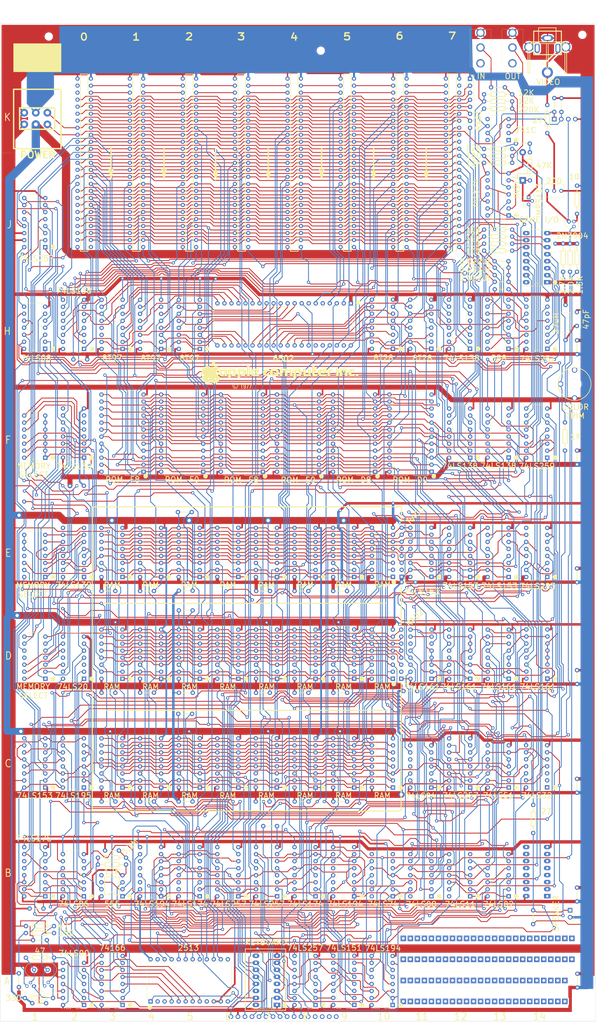
<source format=kicad_pcb>
(kicad_pcb (version 20240108) (generator "pcbnew") (generator_version "8.0")
  (title_block (date "2024-01-27"))
  (layers (0 "F.Cu" signal) (31 "B.Cu" signal) (34 "B.Paste" user) (35 "F.Paste" user) (36 "B.SilkS" user "B.Silkscreen") (37 "F.SilkS" user "F.Silkscreen") (38 "B.Mask" user) (39 "F.Mask" user) (44 "Edge.Cuts" user))
  (net 0 "")
  (net 1 "+5V")
  (net 2 "Net-(A7-STROBE)")
  (net 3 "~{RESET}")
  (net 5 "/Address Decoder and Onboard IO/KBD5")
  (net 6 "/Address Decoder and Onboard IO/KBD4")
  (net 7 "/Address Decoder and Onboard IO/KBD6")
  (net 8 "GND")
  (net 10 "/Address Decoder and Onboard IO/KBD2")
  (net 11 "/Address Decoder and Onboard IO/KBD3")
  (net 12 "/Address Decoder and Onboard IO/KBD0")
  (net 13 "/Address Decoder and Onboard IO/KBD1")
  (net 15 "-12V")
  (net 17 "PHI0")
  (net 18 "Net-(A2-Pad2)")
  (net 19 "~{LDPS}")
  (net 20 "R~{W}")
  (net 21 "Net-(A2-Pad5)")
  (net 22 "~{RAM_SEL}")
  (net 23 "SOFT5")
  (net 24 "/Video Generation/A3-1")
  (net 25 "/Video Generation/A3-2")
  (net 26 "Net-(A3-C)")
  (net 27 "Net-(A3-D)")
  (net 28 "7M")
  (net 29 "14M")
  (net 30 "Net-(A3-E)")
  (net 31 "Net-(A3-F)")
  (net 32 "Net-(A3-G)")
  (net 33 "Net-(A3-Qh)")
  (net 34 "-5V")
  (net 35 "VC")
  (net 36 "/CPU Tranceiver Driver and Data MUX/LD0")
  (net 37 "/CPU Tranceiver Driver and Data MUX/LD1")
  (net 38 "/CPU Tranceiver Driver and Data MUX/LD2")
  (net 39 "/CPU Tranceiver Driver and Data MUX/LD3")
  (net 40 "/CPU Tranceiver Driver and Data MUX/LD4")
  (net 41 "/CPU Tranceiver Driver and Data MUX/LD5")
  (net 42 "SS-HI_~{LORES}")
  (net 43 "Net-(A8-I0a)")
  (net 44 "/Video Generation/A8-3-A9-B9")
  (net 45 "Net-(A8-Za)")
  (net 46 "Net-(A10-P0)")
  (net 47 "Net-(A8-Zd)")
  (net 48 "~{7M}")
  (net 49 "Net-(A10-P1)")
  (net 50 "/Video Generation/Text_Video")
  (net 51 "Net-(A9-Z)")
  (net 53 "Net-(A10-Q2)")
  (net 54 "Net-(A10-Q0)")
  (net 55 "Net-(A10-Q1)")
  (net 56 "/Video Generation/B9-13")
  (net 57 "Net-(A9-I5)")
  (net 58 "/Video Generation/C14-6")
  (net 59 "LD194")
  (net 60 "/Clock Generation/B1-1Q")
  (net 61 "COLOR_REF")
  (net 62 "Net-(B1-1D)")
  (net 63 "Net-(B1-2D)")
  (net 64 "PHI1")
  (net 66 "Net-(B1-3D)")
  (net 67 "Net-(D13-Q2)")
  (net 68 "Net-(B2-Pad6)")
  (net 69 "Net-(B3-THRES)")
  (net 70 "Net-(B3-OUT)")
  (net 71 "Net-(B3-DISCH)")
  (net 74 "/RAM and Data Latch/A8-6")
  (net 75 "B5-3")
  (net 76 "/RAM and Data Latch/RDO2")
  (net 77 "/RAM and Data Latch/RDO3")
  (net 78 "~{RAS}")
  (net 79 "/RAM and Data Latch/RDO0")
  (net 80 "/RAM and Data Latch/RDO1")
  (net 83 "~{KBD}")
  (net 84 "B11-5")
  (net 85 "D2")
  (net 86 "D3")
  (net 87 "D0")
  (net 88 "Net-(Q2-C)")
  (net 89 "D1")
  (net 90 "/CPU Tranceiver Driver and Data MUX/LD6")
  (net 91 "D6")
  (net 92 "KBD_STB")
  (net 93 "/CPU Tranceiver Driver and Data MUX/LD7")
  (net 94 "D7")
  (net 95 "D4")
  (net 96 "D5")
  (net 97 "Net-(B8-D0)")
  (net 98 "/RAM and Data Latch/RDO6")
  (net 99 "/RAM and Data Latch/RDO7")
  (net 100 "/RAM and Data Latch/RDO4")
  (net 101 "/RAM and Data Latch/RDO5")
  (net 104 "/Video Generation/VIDEO_DATA")
  (net 108 "~{CLR_STB}")
  (net 109 "~{DMA}")
  (net 110 "Net-(H7-Phi0)")
  (net 111 "HIRES")
  (net 112 "Net-(B11-Pad8)")
  (net 113 "Net-(B11-Pad11)")
  (net 114 "Net-(B12-Pad1)")
  (net 115 "SS-Mix_~{NoMix}")
  (net 116 "Net-(B12-Pad6)")
  (net 117 "Net-(B12-Pad12)")
  (net 118 "HBL")
  (net 119 "~{CAS}")
  (net 120 "AX")
  (net 121 "SS-GR_~{TXT}")
  (net 122 "A12")
  (net 123 "A13")
  (net 124 "C1-5")
  (net 125 "C1-6")
  (net 126 "MemSelE1")
  (net 127 "Net-(C1-I1b)")
  (net 128 "Q3")
  (net 129 "Net-(C2-P1)")
  (net 130 "RRW")
  (net 131 "RA5")
  (net 132 "RA4")
  (net 133 "RA3")
  (net 134 "+12V")
  (net 135 "RA0")
  (net 136 "RA1")
  (net 137 "RA2")
  (net 138 "CRA6")
  (net 139 "~{CCAS}")
  (net 140 "SS-PG2_~{PG1}")
  (net 141 "Net-(C12-I0a)")
  (net 142 "Net-(C11-Pad4)")
  (net 143 "Net-(E14-A4)")
  (net 144 "Net-(D11-~{PE})")
  (net 145 "Net-(D11-TC)")
  (net 146 "Net-(H3-DIS1)")
  (net 147 "VA")
  (net 148 "Net-(C12-Za)")
  (net 149 "VB")
  (net 150 "Net-(C12-Zb)")
  (net 151 "/Video Generation/SYNC")
  (net 155 "Net-(H10-Driver_Ena)")
  (net 156 "Net-(H7-Phi1)")
  (net 157 "Net-(CT3-Pad2)")
  (net 158 "Net-(H13-TimingD)")
  (net 159 "Net-(H13-TimingC)")
  (net 160 "Net-(H13-TimingB)")
  (net 161 "Net-(H13-TimingA)")
  (net 162 "Net-(H13-Ctrl_Volt)")
  (net 163 "Net-(Cap10-Pad1)")
  (net 164 "Net-(K13--)")
  (net 165 "Net-(J13A-Q)")
  (net 166 "Net-(Cap11-Pad2)")
  (net 167 "Net-(Cap12-Pad1)")
  (net 168 "Net-(CR1-K)")
  (net 169 "Net-(E2A-O0)")
  (net 170 "Net-(E2A-O1)")
  (net 171 "Net-(E2A-O2)")
  (net 172 "Net-(E2A-O3)")
  (net 173 "Net-(E2B-O0)")
  (net 174 "Net-(E2B-O1)")
  (net 175 "Net-(E2B-O2)")
  (net 176 "Net-(F2B-O2)")
  (net 177 "Net-(F2B-O1)")
  (net 178 "Net-(E2A-E)")
  (net 180 "Net-(D1-Pad12)")
  (net 181 "Net-(D1-Pad13)")
  (net 182 "Net-(D1-Pad14)")
  (net 183 "DRA6")
  (net 184 "~{DCAS}")
  (net 185 "Net-(D11-CEP)")
  (net 187 "V0")
  (net 188 "Net-(D13-CEP)")
  (net 190 "ERA6")
  (net 191 "Net-(E2A-A0)")
  (net 192 "Net-(E2A-A1)")
  (net 194 "Net-(E2B-A1)")
  (net 195 "Net-(E2B-E)")
  (net 196 "~{ECAS}")
  (net 197 "A7")
  (net 198 "A10")
  (net 199 "A11")
  (net 200 "A8")
  (net 201 "A2")
  (net 202 "A4")
  (net 203 "Net-(E12-I0a)")
  (net 204 "A9")
  (net 205 "Net-(E12-I2b)")
  (net 206 "A3")
  (net 207 "A0")
  (net 208 "A5")
  (net 209 "Net-(E13-I0a)")
  (net 210 "Net-(E13-I0b)")
  (net 211 "A6")
  (net 212 "A1")
  (net 214 "Net-(F2A-O2)")
  (net 215 "Net-(F2A-O1)")
  (net 216 "Net-(F2A-O0)")
  (net 218 "Net-(F2A-A0)")
  (net 221 "ROM_SELECT_F8")
  (net 222 "ROM_SELECT_F0")
  (net 223 "ROM_SELECT_E8")
  (net 224 "ROM_SELECT_E0")
  (net 225 "ROM_SELECT_D8")
  (net 226 "ROM_SELECT_D0")
  (net 227 "~{IO_STB}")
  (net 228 "~{C000-C7FF}")
  (net 229 "/Address Decoder and Onboard IO/~{C000-C0FF}")
  (net 230 "Net-(F13-O7)")
  (net 231 "Net-(F13-O6)")
  (net 232 "Net-(F13-O5)")
  (net 233 "/Address Decoder and Onboard IO/~{GamePort_Strobe}")
  (net 234 "/Address Decoder and Onboard IO/SPKR_Out")
  (net 235 "/Address Decoder and Onboard IO/Cassette_Out")
  (net 236 "/Address Decoder and Onboard IO/GamePort_ANN0")
  (net 237 "/Address Decoder and Onboard IO/GamePort_ANN1")
  (net 238 "/Address Decoder and Onboard IO/GamePort_ANN2")
  (net 239 "/Address Decoder and Onboard IO/GamePort_ANN3")
  (net 241 "A14")
  (net 242 "A15")
  (net 243 "Net-(J1-I0d)")
  (net 244 "Net-(J1-I0b)")
  (net 245 "~{DEV-SEL-7}")
  (net 246 "~{DEV-SEL-6}")
  (net 247 "~{DEV-SEL-5}")
  (net 248 "~{DEV-SEL-4}")
  (net 249 "~{DEV-SEL-3}")
  (net 250 "~{DEV-SEL-2}")
  (net 251 "~{DEV-SEL-1}")
  (net 252 "~{DEV-SEL-0}")
  (net 253 "/CPU Tranceiver Driver and Data MUX/CPU_A9")
  (net 254 "/CPU Tranceiver Driver and Data MUX/CPU_A8")
  (net 255 "/CPU Tranceiver Driver and Data MUX/CPU_A7")
  (net 256 "/CPU Tranceiver Driver and Data MUX/CPU_A5")
  (net 257 "/CPU Tranceiver Driver and Data MUX/CPU_A6")
  (net 260 "/CPU Tranceiver Driver and Data MUX/CPU_A12")
  (net 261 "/CPU Tranceiver Driver and Data MUX/CPU_A1")
  (net 262 "/CPU Tranceiver Driver and Data MUX/CPU_A4")
  (net 263 "/CPU Tranceiver Driver and Data MUX/CPU_A10")
  (net 264 "/CPU Tranceiver Driver and Data MUX/CPU_A11")
  (net 265 "/CPU Tranceiver Driver and Data MUX/CPU_A15")
  (net 266 "/CPU Tranceiver Driver and Data MUX/CPU_A13")
  (net 267 "/CPU Tranceiver Driver and Data MUX/CPU_RW")
  (net 268 "/CPU Tranceiver Driver and Data MUX/CPU_A2")
  (net 269 "/CPU Tranceiver Driver and Data MUX/CPU_A3")
  (net 270 "/CPU Tranceiver Driver and Data MUX/CPU_A0")
  (net 271 "/CPU Tranceiver Driver and Data MUX/CPU_A14")
  (net 272 "/CPU Tranceiver Driver and Data MUX/CPU_D1")
  (net 273 "/CPU Tranceiver Driver and Data MUX/CPU_D5")
  (net 274 "/CPU Tranceiver Driver and Data MUX/CPU_D6")
  (net 275 "/CPU Tranceiver Driver and Data MUX/CPU_D2")
  (net 276 "/CPU Tranceiver Driver and Data MUX/CPU_D0")
  (net 277 "/CPU Tranceiver Driver and Data MUX/CPU_D4")
  (net 278 "/CPU Tranceiver Driver and Data MUX/CPU_D7")
  (net 279 "/CPU Tranceiver Driver and Data MUX/CPU_D3")
  (net 280 "RA01-8")
  (net 283 "Net-(H13-OutA)")
  (net 284 "Net-(H13-OutB)")
  (net 285 "Net-(H13-OutC)")
  (net 286 "Net-(H13-OutD)")
  (net 287 "Net-(H14-I3)")
  (net 288 "Net-(H14-I2)")
  (net 289 "Net-(H14-I1)")
  (net 290 "/Address Decoder and Onboard IO/CASSETTE_IN")
  (net 291 "Net-(J13A-D)")
  (net 292 "Net-(J13B-D)")
  (net 294 "/Address Decoder and Onboard IO/PDL0")
  (net 295 "/Address Decoder and Onboard IO/PDL2")
  (net 297 "/Address Decoder and Onboard IO/PDL1")
  (net 298 "/Address Decoder and Onboard IO/PDL3")
  (net 301 "Net-(K13-+)")
  (net 303 "Net-(K13-Pad6)")
  (net 305 "Net-(Q1-C)")
  (net 306 "Net-(Q1-E)")
  (net 307 "Net-(Q2-B)")
  (net 308 "Net-(Q4-C)")
  (net 309 "/Video Generation/Color_Burst")
  (net 310 "Net-(Q3-C)")
  (net 311 "Net-(R10-Pad1)")
  (net 312 "Net-(J18-Pin_3)")
  (net 313 "Net-(J2-PadT)")
  (net 314 "NC1")
  (net 315 "~{INH}")
  (net 317 "RDY")
  (net 318 "Net-(SLOT0-Pin_23)")
  (net 319 "Net-(SLOT0-Pin_24)")
  (net 322 "~{NMI}")
  (net 323 "~{IRQ}")
  (net 324 "NC2")
  (net 325 "USER-1")
  (net 326 "~{IO-SELECT-1}")
  (net 327 "Net-(SLOT1-Pin_23)")
  (net 328 "Net-(SLOT1-Pin_24)")
  (net 329 "~{IO-SELECT-2}")
  (net 330 "Net-(SLOT2-Pin_23)")
  (net 331 "Net-(SLOT2-Pin_24)")
  (net 332 "~{IO-SELECT-3}")
  (net 333 "/Connectors/INT-OUT-3")
  (net 334 "/Connectors/DMA-OUT-3")
  (net 335 "~{IO-SELECT-4}")
  (net 336 "Net-(SLOT4-Pin_23)")
  (net 337 "Net-(SLOT4-Pin_24)")
  (net 338 "~{IO-SELECT-5}")
  (net 339 "Net-(SLOT5-Pin_23)")
  (net 340 "Net-(SLOT5-Pin_24)")
  (net 341 "~{IO-SELECT-6}")
  (net 342 "Net-(SLOT6-Pin_23)")
  (net 343 "Net-(SLOT6-Pin_24)")
  (net 344 "~{IO-SELECT-7}")
  (net 352 "Net-(F12-E3)")
  (net 355 "Net-(K14-Pad2)")
  (net 357 "Net-(D12-CEP)")
  (net 475 "/Clock Generation/V4")
  (net 476 "/Clock Generation/V3")
  (net 477 "/Clock Generation/V2")
  (net 478 "/Clock Generation/H5")
  (net 479 "/Clock Generation/H4")
  (net 480 "/Clock Generation/H3")
  (net 481 "/Clock Generation/H2")
  (net 482 "/Clock Generation/H1")
  (net 483 "/Clock Generation/H0")
  (net 484 "/Clock Generation/V1")
  (footprint "Package_DIP:DIP-16_W7.62mm" (layer "F.Cu") (at 128.4224 291.084 180)
    (property "Reference" "C6" (hide yes))
    (property "Value" "4116")
  )
  (footprint "Package_DIP:DIP-16_W7.62mm" (layer "F.Cu") (at 198.3232 251.714 180)
    (property "Reference" "D11" (hide yes))
    (property "Value" "74LS161")
  )
  (footprint "Package_DIP:DIP-16_W7.62mm" (layer "F.Cu") (at 184.3024 251.714 180)
    (property "Reference" "D10" (hide yes))
    (property "Value" "4116")
  )
  (footprint "Apple-II:R_Axial_DIN0207_L6.3mm_D2.5mm_P10.16mm_Horizontal" (layer "F.Cu") (at 227.4824 64.9732 180)
    (property "Reference" "R19" (hide yes))
    (property "Value" "12K")
  )
  (footprint "Apple-II:C_Disc_D5.0mm_W2.5mm_P5.00mm" (layer "F.Cu") (at 111.553 191.389 180)
    (property "Reference" "Cap4" (hide yes))
    (property "Value" "0.1uF")
  )
  (footprint "Apple-II:C_Disc_D5.0mm_W2.5mm_P5.00mm" (layer "F.Cu") (at 111.8832 226.9744 180)
    (property "Reference" "Cap27" (hide yes))
    (property "Value" "0.1uF")
  )
  (footprint "Package_DIP:DIP-16_W7.62mm" (layer "F.Cu") (at 170.3324 330.454 180)
    (property "Reference" "B9" (hide yes))
    (property "Value" "74LS194")
  )
  (footprint "Apple-II:C_Disc_D5.0mm_W2.5mm_P5.00mm" (layer "F.Cu") (at 221.1216 100.584)
    (property "Reference" "Cap7" (hide yes))
    (property "Value" ".022uF")
  )
  (footprint "Apple-II:R_Axial_DIN0207_L6.3mm_D2.5mm_P10.16mm_Horizontal" (layer "F.Cu") (at 217.3224 62.484)
    (property "Reference" "R18" (hide yes))
    (property "Value" "100R")
  )
  (footprint "Apple-II:C_Disc_D5.0mm_W2.5mm_P5.00mm" (layer "F.Cu") (at 221.1616 105.6132)
    (property "Reference" "Cap5" (hide yes))
    (property "Value" ".022uF")
  )
  (footprint "Apple-II:Standard_Edge_Connector" (layer "F.Cu") (at 129.4638 64.9732)
    (property "Reference" "SLOT3" (hide yes))
    (property "Value" "50 pin slot")
  )
  (footprint "Apple-II:Standard_Edge_Connector" (layer "F.Cu") (at 167.7162 64.9732)
    (property "Reference" "SLOT5" (hide yes))
    (property "Value" "50 pin slot")
  )
  (footprint "Package_DIP:DIP-16_W7.62mm" (layer "F.Cu") (at 114.4524 214.884 180)
    (property "Reference" "E5" (hide yes))
    (property "Value" "4116")
  )
  (footprint "MountingHole:MountingHole_2.5mm" (layer "F.Cu") (at 252.8824 18.6436)
    (property "Reference" "MH3" (hide yes))
    (property "Value" "MountingHole")
  )
  (footprint "Package_DIP:DIP-16_W7.62mm" (layer "F.Cu") (at 114.5032 291.0332 180)
    (property "Reference" "C5" (hide yes))
    (property "Value" "4116")
  )
  (footprint "Package_DIP:DIP-8_W7.62mm" (layer "F.Cu") (at 86.5124 330.454 180)
    (property "Reference" "B3" (hide yes))
    (property "Value" "555")
  )
  (footprint "Apple-II:C_Disc_D5.0mm_W2.5mm_P5.00mm" (layer "F.Cu") (at 68.747 136.144)
    (property "Reference" "Cap18" (hide yes))
    (property "Value" "0.1uF")
  )
  (footprint "Package_TO_SOT_THT:TO-18-3" (layer "F.Cu") (at 54.483 362.966 180)
    (property "Reference" "Q2" (hide yes))
    (property "Value" "2N4258")
  )
  (footprint "Package_DIP:DIP-24_W15.24mm" (layer "F.Cu") (at 157.6324 176.784 180)
    (property "Reference" "ROM-E0" (hide yes))
    (property "Value" "ROM_Chip")
  )
  (footprint "Apple-II:TestPoint" (layer "F.Cu") (at 243.1288 94.234)
    (property "Reference" "TP2" (hide yes))
    (property "Value" "TestPoint")
  )
  (footprint "Apple-II:SIP-24" (layer "F.Cu") (at 218.5924 368.5032)
    (property "Reference" "J7" (hide yes))
    (property "Value" "Conn_01x24")
  )
  (footprint "Package_DIP:DIP-14_W7.62mm" (layer "F.Cu") (at 58.6232 251.714 180)
    (property "Reference" "D1" (hide yes))
    (property "Value" "Memory Type Sel")
  )
  (footprint "Apple-II:C_Disc_D5.0mm_W2.5mm_P5.00mm" (layer "F.Cu") (at 72.517 181.864 180)
    (property "Reference" "Cap17" (hide yes))
    (property "Value" "0.1uF")
  )
  (footprint "Package_DIP:DIP-16_W7.62mm_Socket_LongPads" (layer "F.Cu") (at 142.3924 369.7732 180)
    (property "Reference" "A7" (hide yes))
    (property "Value" "Keyboard_Connector")
  )
  (footprint "Package_DIP:DIP-16_W7.62mm" (layer "F.Cu") (at 100.4824 291.084 180)
    (property "Reference" "C4" (hide yes))
    (property "Value" "4116")
  )
  (footprint "Apple-II:R_Axial_DIN0207_L6.3mm_D2.5mm_P10.16mm_Horizontal" (layer "F.Cu") (at 217.3224 42.7228)
    (property "Reference" "R16" (hide yes))
    (property "Value" "12K")
  )
  (footprint "Apple-II:R_Axial_DIN0207_L6.3mm_D2.5mm_P10.16mm_Horizontal" (layer "F.Cu") (at 246.5832 169.1132 90)
    (property "Reference" "R5" (hide yes))
    (property "Value" "1K")
  )
  (footprint "Apple-II:Standard_Edge_Connector" (layer "F.Cu") (at 148.5138 64.9732)
    (property "Reference" "SLOT4" (hide yes))
    (property "Value" "50 pin slot")
  )
  (footprint "Apple-II:C_Disc_D5.0mm_W2.5mm_P5.00mm" (layer "F.Cu") (at 221.1724 108.0516)
    (property "Reference" "Cap6" (hide yes))
    (property "Value" ".022uF")
  )
  (footprint "Apple-II:C_Disc_D5.0mm_W2.5mm_P5.00mm" (layer "F.Cu") (at 59.142 346.329 180)
    (property "Reference" "Cap1" (hide yes))
    (property "Value" "0.1uF")
  )
  (footprint "Apple-II:R_Axial_DIN0207_L6.3mm_D2.5mm_P10.16mm_Horizontal" (layer "F.Cu") (at 227.4824 89.154 180)
    (property "Reference" "R22" (hide yes))
    (property "Value" "100R")
  )
  (footprint "Package_DIP:DIP-16_W7.62mm" (layer "F.Cu") (at 72.5932 132.334 180)
    (property "Reference" "H2" (hide yes))
    (property "Value" "74LS138")
  )
  (footprint "Package_DIP:DIP-16_W7.62mm" (layer "F.Cu") (at 170.3832 369.7732 180)
    (property "Reference" "A9" (hide yes))
    (property "Value" "74LS151")
  )
  (footprint "Package_DIP:DIP-16_W7.62mm" (layer "F.Cu") (at 198.2216 132.2832 180)
    (property "Reference" "H11" (hide yes))
    (property "Value" "8T28")
  )
  (footprint "Package_DIP:DIP-14_W7.62mm" (layer "F.Cu") (at 226.2124 84.0232 180)
    (property "Reference" "J13" (hide yes))
    (property "Value" "74LS74")
  )
  (footprint "Apple-II:R_Axial_DIN0207_L6.3mm_D2.5mm_P10.16mm_Horizontal" (layer "F.Cu") (at 250.952 94.234 -90)
    (property "Reference" "R7" (hide yes))
    (property "Value" "1K5")
  )
  (footprint "Diode_THT:D_DO-15_P10.16mm_Horizontal" (layer "F.Cu") (at 231.2924 71.3232 90)
    (property "Reference" "CR1" (hide yes))
    (property "Value" "1N914" (hide yes))
  )
  (footprint "Potentiometer_THT:Potentiometer_Bourns_3266Y_Vertical" (layer "F.Cu") (at 240.1466 75.1066 180)
    (property "Reference" "R11" (hide yes))
    (property "Value" "200R")
  )
  (footprint "Package_DIP:DIP-16_W7.62mm" (layer "F.Cu") (at 240.1824 214.884 180)
    (property "Reference" "E14" (hide yes))
    (property "Value" "74LS283")
  )
  (footprint "Apple-II:C_Disc_D5.0mm_W2.5mm_P5.00mm" (layer "F.Cu") (at 148.757 219.964)
    (property "Reference" "Cap23" (hide yes))
    (property "Value" "0.1uF")
  )
  (footprint "Apple-II:AUDIO_mono" (layer "F.Cu") (at 227.584 22.225)
    (property "Reference" "J2" (hide yes))
    (property "Value" "Cassette Data Out")
  )
  (footprint "Package_DIP:DIP-16_W7.62mm" (layer "F.Cu") (at 170.3324 251.6632 180)
    (property "Reference" "D9" (hide yes))
    (property "Value" "4116")
  )
  (footprint "Apple-II:C_Disc_D5.0mm_W2.5mm_P5.00mm" (layer "F.Cu") (at 250.952 327.319 -90)
    (property "Reference" "Cap42" (hide yes))
    (property "Value" "0.1uF")
  )
  (footprint "Package_DIP:DIP-16_W7.62mm" (layer "F.Cu") (at 184.2516 369.824 180)
    (property "Reference" "A10" (hide yes))
    (property "Value" "74LS194")
  )
  (footprint "Apple-II:logo2" (layer "F.Cu") (at 143.35 140.7)
    (property "Reference" "G***" (hide yes))
    (property "Value" "LOGO" (hide yes))
  )
  (footprint "Crystal:Crystal_HC18-U_Vertical" (layer "F.Cu") (at 59.436 357.0732 180)
    (property "Reference" "Y1" (hide yes))
    (property "Value" "XT0001")
  )
  (footprint "Package_DIP:DIP-16_W7.62mm" (layer "F.Cu") (at 114.5032 132.334 180)
    (property "Reference" "H5" (hide yes))
    (property "Value" "8T97")
  )
  (footprint "MountingHole:MountingHole_2.5mm" (layer "F.Cu") (at 158.2674 105.6386)
    (property "Reference" "MH4" (hide yes))
    (property "Value" "MountingHole")
  )
  (footprint "Apple-II:SIP-24" (layer "F.Cu") (at 218.5924 360.934)
    (property "Reference" "J6" (hide yes))
    (property "Value" "Conn_01x24")
  )
  (footprint "Package_DIP:DIP-14_W7.62mm" (layer "F.Cu") (at 72.5932 251.714 180)
    (property "Reference" "D2" (hide yes))
    (property "Value" "74LS20")
  )
  (footprint "Package_DIP:DIP-16_W7.62mm" (layer "F.Cu") (at 86.5124 214.884 180)
    (property "Reference" "E3" (hide yes))
    (property "Value" "4116")
  )
  (footprint "Apple-II:R_Axial_DIN0207_L6.3mm_D2.5mm_P10.16mm_Horizontal" (layer "F.Cu") (at 77.6224 318.9732)
    (property "Reference" "R12" (hide yes))
    (property "Value" "12K")
  )
  (footprint "Resistor_THT:R_Array_SIP8" (layer "F.Cu") (at 212.2424 34.544 -90)
    (property "Reference" "RA01")
    (property "Value" "1k")
  )
  (footprint "Apple-II:R_Axial_DIN0207_L6.3mm_D2.5mm_P10.16mm_Horizontal" (layer "F.Cu") (at 217.3224 59.944)
    (property "Reference" "R29" (hide yes))
    (property "Value" "12K")
  )
  (footprint "Apple-II:C_Disc_D5.0mm_W2.5mm_P5.00mm" (layer "F.Cu") (at 78.947 296.164)
    (property "Reference" "Cap34" (hide yes))
    (property "Value" "0.1uF")
  )
  (footprint "Apple-II:C_Disc_D5.0mm_W2.5mm_P5.00mm" (layer "F.Cu") (at 245.3024 41.5544 -90)
    (property "Reference" "Cap13" (hide yes))
    (property "Value" "0.1uf")
  )
  (footprint "Package_DIP:DIP-40_W15.24mm" (layer "F.Cu") (at 169.1132 115.824 -90)
    (property "Reference" "H7" (hide yes))
    (property "Value" "6502")
  )
  (footprint "Apple-II:C_Disc_D5.0mm_W2.5mm_P5.00mm" (layer "F.Cu") (at 80.2024 313.8932)
    (property "Reference" "Cap15" (hide yes))
    (property "Value" "0.1uf")
  )
  (footprint "Package_DIP:DIP-16_W7.62mm" (layer "F.Cu") (at 226.2124 214.884 180)
    (property "Reference" "E13" (hide yes))
    (property "Value" "74LS153")
  )
  (footprint "Package_DIP:DIP-16_W7.62mm" (layer "F.Cu") (at 128.4224 251.714 180)
    (property "Reference" "D6" (hide yes))
    (property "Value" "4116")
  )
  (footprint "Package_DIP:DIP-16_W7.62mm" (layer "F.Cu") (at 226.1616 132.2832 180)
    (property "Reference" "H13" (hide yes))
    (property "Value" "NE558" (hide yes))
  )
  (footprint "Package_DIP:DIP-16_W7.62mm" (layer "F.Cu") (at 128.4224 214.8332 180)
    (property "Reference" "E6" (hide yes))
    (property "Value" "4116")
  )
  (footprint "Apple-II:C_Disc_D5.0mm_W2.5mm_P5.00mm" (layer "F.Cu") (at 250.952 248.619 -90)
    (property "Reference" "Cap32" (hide yes))
    (property "Value" "0.1uF")
  )
  (footprint "Package_DIP:DIP-16_W7.62mm_Socket_LongPads" (layer "F.Cu") (at 240.1824 330.4032 180)
    (property "Reference" "B14" (hide yes))
    (property "Value" "74LS151")
  )
  (footprint "Apple-II:User-1" (layer "F.Cu") (at 210.312 104.902)
    (property "Reference" "JP-User1" (hide yes))
    (property "Value" "Jumper")
  )
  (footprint "Package_DIP:DIP-14_W7.62mm" (layer "F.Cu") (at 58.5724 214.884 180)
    (property "Reference" "E1" (hide yes))
    (property "Value" "Memory Type Sel")
  )
  (footprint "Inductor_THT:L_Axial_L7.0mm_D3.3mm_P12.70mm_Horizontal_Fastron_MICC" (layer "F.Cu") (at 246.7864 129.1336 90)
    (property "Reference" "L1" (hide yes))
    (property "Value" "27uH")
  )
  (footprint "Package_DIP:DIP-16_W7.62mm" (layer "F.Cu") (at 142.4432 251.714 180)
    (property "Reference" "D7" (hide yes))
    (property "Value" "4116")
  )
  (footprint "Apple-II:R_Axial_DIN0207_L6.3mm_D2.5mm_P10.16mm_Horizontal" (layer "F.Cu") (at 227.4824 45.3644 180)
    (property "Reference" "R15" (hide yes))
    (property "Value" "220k")
  )
  (footprint "Apple-II:C_Disc_D5.0mm_W2.5mm_P5.00mm" (layer "F.Cu") (at 78.9216 256.794)
    (property "Reference" "Cap25" (hide yes))
    (property "Value" "0.1uF")
  )
  (footprint "Apple-II:C_Disc_D5.0mm_W2.5mm_P5.00mm" (layer "F.Cu") (at 226.1724 110.744 180)
    (property "Reference" "Cap9" (hide yes))
    (property "Value" ".1uF")
  )
  (footprint "Apple-II:C_Disc_D5.0mm_W2.5mm_P5.00mm" (layer "F.Cu") (at 53.8772 369.1636)
    (property "Reference" "Cap48" (hide yes))
    (property "Value" "0.1uF")
  )
  (footprint "Apple-II:C_Disc_D5.0mm_W2.5mm_P5.00mm" (layer "F.Cu") (at 92.877 296.164)
    (property "Reference" "Cap36" (hide yes))
    (property "Value" "0.1uF")
  )
  (footprint "Apple-II:C_Disc_D5.0mm_W2.5mm_P5.00mm" (layer "F.Cu") (at 221.1724 102.9208)
    (property "Reference" "Cap8" (hide yes))
    (property "Value" ".022uF")
  )
  (footprint "MountingHole:MountingHole_2.5mm" (layer "F.Cu") (at 59.8424 19.2532)
    (property "Reference" "MH1" (hide yes))
    (property "Value" "MountingHole")
  )
  (footprint "Package_DIP:DIP-16_W7.62mm" (layer "F.Cu") (at 58.5724 330.454 180)
    (property "Reference" "B1" (hide yes))
    (property "Value" "74LS175")
  )
  (footprint "Apple-II:C_Disc_D5.0mm_W2.5mm_P5.00mm" (layer "F.Cu") (at 148.7716 256.794)
    (property "Reference" "Cap30" (hide yes))
    (property "Value" "0.1uF")
  )
  (footprint "Package_DIP:DIP-14_W7.62mm" (layer "F.Cu") (at 226.2124 330.454 180)
    (property "Reference" "B13" (hide yes))
    (property "Value" "74LS02")
  )
  (footprint "Apple-II:R_Axial_DIN0207_L6.3mm_D2.5mm_P10.16mm_Horizontal" (layer "F.Cu") (at 235.1024 307.5432 90)
    (property "Reference" "R25" (hide yes))
    (property "Value" "27R")
  )
  (footprint "Package_DIP:DIP-24_W15.24mm" (layer "F.Cu") (at 115.7224 176.784 180)
    (property "Reference" "ROM-F0" (hide yes))
    (property "Value" "ROM_Chip")
  )
  (footprint "MountingHole:MountingHole_2.5mm" (layer "F.Cu") (at 158.242 24.384)
    (property "Reference" "MH2" (hide yes))
    (property "Value" "MountingHole")
  )
  (footprint "Apple-II:copyright" (layer "F.Cu") (at 129.6924 145.6944)
    (property "Reference" "G***" (hide yes))
    (property "Value" "LOGO" (hide yes))
  )
  (footprint "Package_DIP:DIP-16_W7.62mm" (layer "F.Cu") (at 184.3532 214.8332 180)
    (property "Reference" "E10" (hide yes))
    (property "Value" "4116")
  )
  (footprint "Package_DIP:DIP-16_W7.62mm" (layer "F.Cu") (at 86.5124 291.084 180)
    (property "Reference" "C3" (hide yes))
    (property "Value" "4116" (hide yes))
  )
  (footprint "Package_DIP:DIP-16_W7.62mm" (layer "F.Cu") (at 240.1824 171.704 180)
    (property "Reference" "F14" (hide yes))
    (property "Value" "74LS259")
  )
  (footprint "Apple-II:C_Disc_D5.0mm_W2.5mm_P5.00mm" (layer "F.Cu") (at 134.7 296.164)
    (property "Reference" "Cap38" (hide yes))
    (property "Value" "0.1uF")
  )
  (footprint "Apple-II:C_Disc_D5.0mm_W2.5mm_P5.00mm" (layer "F.Cu") (at 162.7924 256.794)
    (property "Reference" "Cap31" (hide yes))
    (property "Value" "0.1uF")
  )
  (footprint "Package_DIP:DIP-14_W7.62mm" (layer "F.Cu") (at 58.5216 132.2832 180)
    (property "Reference" "H1" (hide yes))
    (property "Value" "74LS08")
  )
  (footprint "Package_DIP:DIP-16_W7.62mm" (layer "F.Cu") (at 212.2932 251.714 180)
    (property "Reference" "D12" (hide yes))
    (property "Value" "74LS161")
  )
  (footprint "Package_DIP:DIP-16_W7.62mm" (layer "F.Cu") (at 184.3532 132.2832 180)
    (property "Reference" "H10" (hide yes))
    (property "Value" "8T28")
  )
  (footprint "Apple-II:COLOUR_TRIM" (layer "F.Cu") (at 250.063 145.034 90)
    (property "Reference" "CT3" (hide yes))
    (property "Value" "5-50pF")
    (fp_circle (center 0 0) (end 2.032 -0.127) (stroke (width 0.05)) (fill none) (layer "Edge.Cuts"))
  )
  (footprint "Package_DIP:DIP-16_W7.62mm" (layer "F.Cu") (at 58.5724 291.084 180)
    (property "Reference" "C1" (hide yes))
    (property "Value" "74LS153")
  )
  (footprint "Package_DIP:DIP-16_W7.62mm" (layer "F.Cu") (at 170.3324 214.884 180)
    (property "Reference" "E9" (hide yes))
    (property "Value" "4116")
  )
  (footprint "Apple-II:POWER" (layer "F.Cu") (at 55.1434 48.895 90)
    (property "Reference" "CP0" (hide yes))
    (property "Value" "Power Connector")
  )
  (footprint "Package_DIP:DIP-16_W7.62mm" (layer "F.Cu") (at 100.4824 214.884 180)
    (property "Reference" "E4" (hide yes))
    (property "Value" "4116")
  )
  (footprint "Apple-II:C_Disc_D5.0mm_W2.5mm_P5.00mm" (layer "F.Cu") (at 228.8432 58.0136)
    (property "Reference" "Cap11" (hide yes))
    (property "Value" ".1uF")
  )
  (footprint "Apple-II:Standard_Edge_Connector" (layer "F.Cu") (at 72.5424 64.9732)
    (property "Reference" "SLOT0" (hide yes))
    (property "Value" "50 pin slot")
  )
  (footprint "Apple-II:C_Disc_D5.0mm_W2.5mm_P5.00mm" (layer "F.Cu") (at 162.767 296.164)
    (property "Reference" "Cap40" (hide yes))
    (property "Value" "0.1uF")
  )
  (footprint "Package_TO_SOT_THT:TO-92" (layer "F.Cu") (at 248.021416 86.224533 -45)
    (property "Reference" "Q3" (hide yes))
    (property "Value" "2N3904")
  )
  (footprint "Package_DIP:DIP-14_W7.62mm" (layer "F.Cu") (at 240.1316 291.0332 180)
    (property "Reference" "C14" (hide yes))
    (property "Value" "74LS32")
  )
  (footprint "Package_DIP:DIP-16_W7.62mm" (layer "F.Cu") (at 114.5032 251.714 180)
    (property "Reference" "D5" (hide yes))
    (property "Value" "4116")
  )
  (footprint "Package_DIP:DIP-16_W7.62mm_Socket_LongPads" (layer "F.Cu") (at 240.1824 108.204 180)
    (property "Reference" "J14" (hide yes))
    (property "Value" "GAME_IO_Conn")
  )
  (footprint "Package_DIP:DIP-16_W7.62mm" (layer "F.Cu") (at 226.2632 251.714 180)
    (property "Reference" "D13" (hide yes))
    (property "Value" "74LS161")
  )
  (footprint "Apple-II:R_Axial_DIN0207_L6.3mm_D2.5mm_P10.16mm_Horizontal" (layer "F.Cu") (at 240.1824 54.2036 90)
    (property "Reference" "R10" (hide yes))
    (property "Value" "27R")
  )
  (footprint "Package_DIP:DIP-16_W7.62mm" (layer "F.Cu") (at 156.3624 214.884 180)
    (property "Reference" "E8" (hide yes))
    (property "Value" "4116")
  )
  (footprint "Package_DIP:DIP-16_W7.62mm" (layer "F.Cu") (at 170.3324 291.084 180)
    (property "Reference" "C9" (hide yes))
    (property "Value" "4116")
  )
  (footprint "Package_DIP:DIP-16_W7.62mm" (layer "F.Cu") (at 156.3624 251.714 180)
    (property "Reference" "D8" (hide yes))
    (property "Value" "4116")
  )
  (footprint "Apple-II:C_Disc_D5.0mm_W2.5mm_P5.00mm" (layer "F.Cu") (at 92.877 219.964)
    (property "Reference" "Cap21" (hide yes))
    (property "Value" "0.1uF")
  )
  (footprint "Package_DIP:DIP-16_W7.62mm" (layer "F.Cu") (at 156.3624 369.824 180)
    (property "Reference" "A8" (hide yes))
    (property "Value" "74LS257")
  )
  (footprint "Apple-II:Standard_Edge_Connector" (layer "F.Cu") (at 205.7908 64.9732)
    (property "Reference" "SLOT7" (hide yes))
    (property "Value" "50 pin slot")
  )
  (footprint "Connector_PinHeader_2.54mm:PinHeader_1x02_P2.54mm_Vertical" (layer "F.Cu") (at 248.437 335.5032)
    (property "Reference" "SPKR1" (hide yes))
    (property "Value" "Speaker Connector")
  )
  (footprint "Package_DIP:DIP-16_W7.62mm" (layer "F.Cu") (at 226.2124 171.6532 180)
    (property "Reference" "F13" (hide yes))
    (property "Value" "74LS138")
  )
  (footprint "MountingHole:MountingHole_2.5mm" (layer "F.Cu") (at 47.1424 371.7036)
    (property "Reference" "MH6" (hide yes))
    (property "Value" "MountingHole")
  )
  (footprint "Package_DIP:DIP-14_W7.62mm" (layer "F.Cu") (at 72.5424 330.454 180)
    (property "Reference" "B2" (hide yes))
    (property "Value" "74LS86")
  )
  (footprint "Apple-II:C_Disc_D5.0mm_W2.5mm_P5.00mm" (layer "F.Cu") (at 250.952 129.239 -90)
    (property "Reference" "Cap19" (hide yes))
    (property "Value" "0.1uF")
  )
  (footprint "Apple-II:R_Axial_DIN0207_L6.3mm_D2.5mm_P10.16mm_Horizontal" (layer "F.Cu") (at 51.562 343.7636)
    (property "Reference" "R3" (hide yes))
    (property "Value" "150R")
  )
  (footprint "Apple-II:C_Disc_D5.0mm_W2.5mm_P5.00mm" (layer "F.Cu") (at 187.4812 216.7636)
    (property "Reference" "Cap49" (hide yes))
    (property "Value" "0.1uF")
  )
  (footprint "Package_DIP:DIP-16_W7.62mm" (layer "F.Cu") (at 156.3624 330.454 180)
    (property "Reference" "B8" (hide yes))
    (property "Value" "74LS174")
  )
  (footprint "Package_DIP:DIP-16_W7.62mm" (layer "F.Cu") (at 114.4524 330.454 180)
    (property "Reference" "B5" (hide yes))
    (property "Value" "74LS174")
  )
  (footprint "Apple-II:C_Disc_D5.0mm_W2.5mm_P5.00mm" (layer "F.Cu") (at 111.68 264.414 180)
    (property "Reference" "Cap35" (hide yes))
    (property "Value" "0.1uF")
  )
  (footprint "Apple-II:C_Disc_D5.0mm_W2.5mm_P5.00mm" (layer "F.Cu") (at 92.8916 256.7432)
    (property "Reference" "Cap26" (hide yes))
    (property "Value" "0.1uF")
  )
  (footprint "Package_DIP:DIP-16_W7.62mm" (layer "F.Cu") (at 142.3924 214.884 180)
    (property "Reference" "E7" (hide yes))
    (property "Value" "4116")
  )
  (footprint "Apple-II:C_Disc_D5.0mm_W2.5mm_P5.00mm" (layer "F.Cu") (at 49.022 358.3324 -90)
    (property "Reference" "Cap46" (hide yes))
    (property "Value" "0.1uF")
  )
  (footprint "Package_DIP:DIP-16_W7.62mm" (layer "F.Cu") (at 240.2332 132.2832 180)
    (property "Reference" "H14" (hide yes))
    (property "Value" "74LS251")
  )
  (footprint "Apple-II:R_Axial_DIN0207_L6.3mm_D2.5mm_P10.16mm_Horizontal" (layer "F.Cu") (at 51.2064 367.284)
    (property "Reference" "R1" (hide yes))
    (property "Value" "330R")
  )
  (footprint "Apple-II:C_Disc_D5.0mm_W2.5mm_P5.00mm" (layer "F.Cu") (at 106.9124 256.794)
    (property "Reference" "Cap28" (hide yes))
    (property "Value" "0.1uF")
  )
  (footprint "Apple-II:TestPoint" (layer "F.Cu") (at 50.927 187.579)
    (property "Reference" "TP1" (hide yes))
    (property "Value" "TestPoint")
  )
  (footprint "Package_DIP:DIP-16_W7.62mm" (layer "F.Cu") (at 86.5124 251.714 180)
    (property "Reference" "D3" (hide yes))
    (property "Value" "4116")
  )
  (footprint "Package_DIP:DIP-24_W15.24mm" (layer "F.Cu") (at 96.6724 368.5032 90)
    (property "Reference" "A5" (hide yes))
    (property "Value" "2513 Char ROM")
  )
  (footprint "Apple-II:VIDEO" (layer "F.Cu") (at 240.2 19.6866 180)
    (property "Reference" "K14" (hide yes))
    (property "Value" "RCA Connector")
  )
  (footprint "Apple-II:C_Disc_D5.0mm_W2.5mm_P5.00mm" (layer "F.Cu") (at 106.887 219.837)
    (property "Reference" "Cap3" (hide yes))
    (property "Value" "0.1uF")
  )
  (footprint "Package_DIP:DIP-14_W7.62mm" (layer "F.Cu") (at 198.2216 291.084 180)
    (property "Reference" "C11" (hide yes))
    (property "Value" "74LS04")
  )
  (footprint "Package_DIP:DIP-16_W7.62mm" (layer "F.Cu") (at 72.5932 214.884 180)
    (property "Reference" "E2" (hide yes))
    (property "Value" "74LS139")
  )
  (footprint "Apple-II:C_Disc_D5.0mm_W2.5mm_P5.00mm" (layer "F.Cu") (at 219.8516 37.6428)
    (property "Reference" "Cap10" (hide yes))
    (property "Value" ".1uF")
  )
  (footprint "Package_DIP:DIP-16_W7.62mm" (layer "F.Cu") (at 86.5632 132.334 180)
    (property "Reference" "H3" (hide yes))
    (property "Value" "8T97")
  )
  (footprint "Package_DIP:DIP-16_W7.62mm" (layer "F.Cu") (at 100.4824 132.334 180)
    (property "Reference" "H4" (hide yes))
    (property "Value" "8T97")
  )
  (footprint "Package_DIP:DIP-16_W7.62mm" (layer "F.Cu") (at 86.5632 369.824 180)
    (property "Reference" "A3" (hide yes))
    (property "Value" "74LS166" (hide yes))
  )
  (footprint "Apple-II:C_Disc_D5.0mm_W2.5mm_P5.00mm" (layer "F.Cu") (at 78.907 219.964)
    (property "Reference" "Cap20" (hide yes))
    (property "Value" "0.1uF")
  )
  (footprint "Apple-II:C_Disc_D5.0mm_W2.5mm_P5.00mm" (layer "F.Cu") (at 52.912 334.899)
    (property "Reference" "Cap43" (hide yes))
    (property "Value" "0.1uF")
  )
  (footprint "Apple-II:R_Axial_DIN0207_L6.3mm_D2.5mm_P10.16mm_Horizontal" (layer "F.Cu") (at 227.4824 91.6432 180)
    (property "Reference" "R21" (hide yes))
    (property "Value" "100R")
  )
  (footprint "Resistor_THT:R_Array_SIP8" (layer "F.Cu") (at 187.5028 214.8332 90)
    (property "Reference" "RA03" (hide yes))
    (property "Value" "1K")
  )
  (footprint "Apple-II:C_Disc_D5.0mm_W2.5mm_P5.00mm" (layer "F.Cu") (at 250.952 211.789 -90)
    (property "Reference" "Cap44" (hide yes))
    (property "Value" "0.1uF")
  )
  (footprint "Package_DIP:DIP-16_W7.62mm" (layer "F.Cu") (at 156.3624 291.084 180)
    (property "Reference" "C8" (hide yes))
    (property "Value" "4116")
  )
  (footprint "Package_DIP:DIP-16_W7.62mm" (layer "F.Cu") (at 240.2332 251.6632 180)
    (property "Reference" "D14" (hide yes))
    (property "Value" "74LS161")
  )
  (footprint "Package_TO_SOT_THT:TO-18-3" (layer "F.Cu") (at 60.902276 362.908276 180)
    (property "Reference" "Q1" (hide yes))
    (property "Value" "2N4258")
  )
  (footprint "Package_DIP:DIP-16_W7.62mm" (layer "F.Cu") (at 72.5424 291.084 180)
    (property "Reference" "C2" (hide yes))
    (property "Value" "74LS195")
  )
  (footprint "Capacitor_THT:C_Disc_D7.0mm_W2.5mm_P5.00mm" (layer "F.Cu") (at 250.9012 124.0136 90)
    (property "Reference" "Cap2" (hide yes))
    (property "Value" "47pf")
  )
  (footprint "Apple-II:C_Disc_D5.0mm_W2.5mm_P5.00mm" (layer "F.Cu") (at 142.414 305.054 180)
    (property "Reference" "Cap45" (hide yes))
    (property "Value" "0.1uF")
  )
  (footprint "Apple-II:R_Axial_DIN0207_L6.3mm_D2.5mm_P10.16mm_Horizontal" (layer "F.Cu") (at 250.952 73.2536 -90)
    (property "Reference" "R9" (hide yes))
    (property "Value" "10R")
  )
  (footprint "Package_DIP:DIP-14_W7.62mm" (layer "F.Cu") (at 198.2724 330.454 180)
    (property "Reference" "B11" (hide yes))
    (property "Value" "74LS08")
  )
  (footprint "Package_DIP:DIP-16_W7.62mm" (layer "F.Cu") (at 128.4224 330.454 180)
    (property "Reference" "B6" (hide yes))
    (property "Value" "74LS257")
  )
  (footprint "Package_DIP:DIP-16_W7.62mm" (layer "F.Cu") (at 212.2932 214.884 180)
    (property "Reference" "E12" (hide yes))
    (property "Value" "74LS153")
  )
  (footprint "Apple-II:Keyboard Connector 16 Pin" (layer "F.Cu") (at 125.73 374.015 90)
    (property "Reference" "J3" (hide yes))
    (property "Value" "Conn_01x16")
  )
  (footprint "Package_DIP:DIP-16_W7.62mm" (layer "F.Cu") (at 198.2724 214.8332 180)
    (property "Reference" "E11" (hide yes))
    (property "Value" "74LS153")
  )
  (footprint "Connector_PinHeader_2.54mm:PinHeader_1x04_P2.54mm_Vertical" (layer "F.Cu") (at 242.707 49.149 90)
    (property "Reference" "J18" (hide yes))
    (property "Value" "Aux Video")
  )
  (footprint "Package_DIP:DIP-14_W7.62mm" (layer "F.Cu") (at 212.2932 330.454 180)
    (property "Reference" "B12" (hide yes))
    (property "Value" "74LS11")
  )
  (footprint "Apple-II:C_Disc_D5.0mm_W2.5mm_P5.00mm" (layer "F.Cu") (at 235.077 335.534 -90)
    (property "Reference" "Cap12" (hide yes))
    (property "Value" ".1uF")
  )
  (footprint "Apple-II:R_Axial_DIN0207_L6.3mm_D2.5mm_P10.16mm_Horizontal" (layer "F.Cu") (at 217.3224 40.1828)
    (property "Reference" "R17" (hide yes))
    (property "Value" "12K")
  )
  (footprint "Package_DIP:DIP-24_W15.24mm" (layer "F.Cu") (at 94.1324 176.784 180)
    (property "Reference" "ROM-F8" (hide yes))
    (property "Value" "ROM_Chip" (hide yes))
  )
  (footprint "Package_DIP:DIP-16_W7.62mm" (layer "F.Cu") (at 100.4824 330.454 180)
    (property "Reference" "B4" (hide yes))
    (property "Value" "74LS194")
  )
  (footprint "Apple-II:R_Axial_DIN0207_L6.3mm_D2.5mm_P10.16mm_Horizontal" (layer "F.Cu") (at 248.412 94.234 -90)
    (property "Reference" "R8" (hide yes))
    (property "Value" "2K")
  )
  (footprint "Package_DIP:DIP-14_W7.62mm" (layer "F.Cu") (at 184.3024 330.454 180)
    (property "Reference" "B10" (hide yes))
    (property "Value" "74LS74")
  )
  (footprint "Apple-II:SIP-25" (layer "F.Cu") (at 218.5924 353.2632)
    (property "Reference" "J5" (hide yes))
    (property "Value" "Conn_01x25")
  )
  (footprint "Package_DIP:DIP-14_W7.62mm" (layer "F.Cu") (at 72.5932 369.824 180)
    (property "Reference" "A2" (hide yes))
    (property "Value" "74LS00")
  )
  (footprint "Package_DIP:DIP-16_W7.62mm" (layer "F.Cu") (at 212.2424 132.2832 180)
    (property "Reference" "H12" (hide yes))
    (property "Value" "74LS138")
  )
  (footprint "Apple-II:R_Axial_DIN0207_L6.3mm_D2.5mm_P10.16mm_Horizontal" (layer "F.Cu") (at 245.9228 104.394 90)
    (property "Reference" "R6" (hide yes))
    (property "Value" "2K7")
  )
  (footprint "Apple-II:C_Disc_D5.0mm_W2.5mm_P5.00mm" (layer "F.Cu") (at 162.727 219.964)
    (property "Reference" "Cap24" (hide yes))
    (property "Value" "0.1uF")
  )
  (footprint "Package_TO_SOT_THT:TO-92" (layer "F.Cu") (at 233.426 77.47 -90)
    (property "Reference" "Q4" (hide yes))
    (property "Value" "MPSA13")
  )
  (footprint "Apple-II:SIP-25" (layer "F.Cu") (at 218.5924 345.694)
    (property "Reference" "J4" (hide yes))
    (property "Value" "Conn_01x25")
  )
  (footprint "Package_DIP:DIP-24_W15.24mm" (layer "F.Cu") (at 137.3124 176.784 180)
    (property "Reference" "ROM-E8" (hide yes))
    (property "Value" "ROM_Chip")
  )
  (footprint "Apple-II:C_Disc_D5.0mm_W2.5mm_P5.00mm" (layer "F.Cu") (at 134.8016 256.794)
    (property "Reference" "Cap29" (hide yes))
    (property "Value" "0.1uF")
  )
  (footprint "Apple-II:C_Disc_D5.0mm_W2.5mm_P5.00mm" (layer "F.Cu") (at 250.952 169.117 -90)
    (property "Reference" "Cap16" (hide yes))
    (property "Value" "0.1uF")
  )
  (footprint "Apple-II:C_Disc_D5.0mm_W2.5mm_P5.00mm" (layer "F.Cu") (at 251.079 358.474 -90)
    (property "Reference" "Cap47" (hide yes))
    (property "Value" "0.1uF")
  )
  (footprint "Apple-II:R_Axial_DIN0207_L6.3mm_D2.5mm_P10.16mm_Horizontal" (layer "F.Cu") (at 233.8832 71.3232 90)
    (property "Reference" "R24" (hide yes))
    (property "Value" "47K")
  )
  (footprint "MountingHole:MountingHole_2.5mm" (layer "F.Cu") (at 252.8824 371.7036)
    (property "Reference" "MH7" (hide yes))
    (property "Value" "MountingHole")
  )
  (footprint "Apple-II:R_Axial_DIN0207_L6.3mm_D2.5mm_P10.16mm_Horizontal" (layer "F.Cu") (at 61.722 352.679 180)
    (property "Reference" "R4" (hide yes))
    (property "Value" "47R")
  )
  (footprint "Apple-II:R_Axial_DIN0207_L6.3mm_D2.5mm_P10.16mm_Horizontal" (layer "F.Cu") (at 87.7824 316.484 180)
    (property "Reference" "R13" (hide yes))
    (property "Value" "3M3")
  )
  (footprint "Resistor_THT:R_Array_SIP8" (layer "F.Cu") (at 187.3504 251.714 90)
    (property "Reference" "RA02" (hide yes))
    (property "Value" "1K")
  )
  (footprint "Apple-II:C_Disc_D5.0mm_W2.5mm_P5.00mm" (layer "F.Cu") (at 250.952 287.949 -90)
    (property "Reference" "Cap41" (hide yes))
    (property "Value" "0.1uF")
  )
  (footprint "Apple-II:Standard_Edge_Connector" (layer "F.Cu") (at 110.617 64.9732)
    (property "Reference" "SLOT2" (hide yes))
    (property "Value" "50 pin slot")
  )
  (footprint "Apple-II:Standard_Edge_Connector" (layer "F.Cu") (at 91.4654 64.9732)
    (property "Reference" "SLOT1" (hide yes))
    (property "Value" "50 pin slot")
  )
  (footprint "Package_DIP:DIP-24_W15.24mm" (layer "F.Cu") (at 198.3232 176.784 180)
    (property "Reference" "ROM-D0" (hide yes))
    (property "Value" "ROM_Chip")
  )
  (footprint "Package_DIP:DIP-14_W7.62mm" (layer "F.Cu") (at 226.2632 291.084 180)
    (property "Reference" "C13" (hide yes))
    (property "Value" "74LS51")
  )
  (footprint "Package_DIP:DIP-24_W15.24mm" (layer "F.Cu") (at 177.9016 176.784 180)
    (property "Reference" "ROM-D8" (hide yes))
    (property "Value" "ROM_Chip")
  )
  (footprint "Apple-II:R_Axial_DIN0207_L6.3mm_D2.5mm_P10.16mm_Horizontal" (layer "F.Cu") (at 227.4824 94.234 180)
    (property "Reference" "R20" (hide yes))
    (property "Value" "100R")
  )
  (footprint "Apple-II:R_Axial_DIN0207_L6.3mm_D2.5mm_P10.16mm_Horizontal" (layer "F.Cu") (at 61.722 341.249 180)
    (property "Reference" "R2" (hide yes))
    (property "Value" "47R")
  )
  (footprint "Package_DIP:DIP-8_W7.62mm" (layer "F.Cu") (at 226.2124 56.7436 180)
    (property "Reference" "K13" (hide yes))
    (property "Value" "MA741")
  )
  (footprint "Apple-II:C_Disc_D5.0mm_W2.5mm_P5.00mm" (layer "F.Cu") (at 188.127 256.159)
    (property "Reference" "Cap33" (hide yes))
    (property "Value" "0.1uF")
  )
  (footprint "Apple-II:C_Disc_D5.0mm_W2.5mm_P5.00mm" (layer "F.Cu") (at 242.7224 41.5328 -90)
    (property "Reference" "Cap14" (hide yes))
    (property "Value" "0.1uf")
  )
  (footprint "Package_DIP:DIP-16_W7.62mm" (layer "F.Cu") (at 212.2932 171.704 180)
    (property "Reference" "F12" (hide yes))
    (property "Value" "74LS138")
  )
  (footprint "Package_DIP:DIP-14_W7.62mm" (layer "F.Cu") (at 58.5724 171.704 180)
    (property "Reference" "F1" (hide yes))
    (property "Value" "Memory Type Sel")
  )
  (footprint "Package_DIP:DIP-16_W7.62mm" (layer "F.Cu") (at 72.5932 171.6532 180)
    (property "Reference" "F2" (hide yes))
    (property "Value" "74LS139")
  )
  (footprint "Package_DIP:DIP-16_W7.62mm" (layer "F.Cu") (at 184.3532 291.084 180)
    (property "Reference" "C10" (hide yes))
    (property "Value" "4116")
  )
  (footprint "Package_DIP:DIP-16_W7.62mm" (layer "F.Cu") (at 212.2932 291.084 180)
    (property "Reference" "C12" (hide yes))
    (property "Value" "74LS257")
  )
  (footprint "MountingHole:MountingHole_2.5mm" (layer "F.Cu") (at 150.0124 187.5536)
    (property "Reference" "MH5" (hide yes))
    (property "Value" "MountingHole")
  )
  (footprint "Apple-II:C_Disc_D5.0mm_W2.5mm_P5.00mm" (layer "F.Cu") (at 148.797 296.164)
    (property "Reference" "Cap39" (hide yes))
    (property "Value" "0.1uF")
  )
  (footprint "Package_DIP:DIP-16_W7.62mm" (layer "F.Cu") (at 142.4432 330.454 180)
    (property "Reference" "B7" (hide yes))
    (property "Value" "74LS257")
  )
  (footprint "Apple-II:R_Axial_DIN0207_L6.3mm_D2.5mm_P10.16mm_Horizontal" (layer "F.Cu") (at 227.4824 96.774 180)
    (property "Reference" "R23" (hide yes))
    (property "Value" "100R")
  )
  (footprint "Package_DIP:DIP-16_W7.62mm" (layer "F.Cu") (at 100.4824 251.714 180)
    (property "Reference" "D4" (hide yes))
    (property "Value" "4116")
  )
  (footprint "Package_DIP:DIP-16_W7.62mm" (layer "F.Cu") (at 58.5724 95.504 180)
    (property "Reference" "J1" (hide yes))
    (property "Value" "74LS257")
  )
  (footprint "Apple-II:Standard_Edge_Connector" (layer "F.Cu") (at 186.7408 64.9732)
    (property "Reference" "SLOT6" (hide yes))
    (property "Value" "50 pin slot")
  )
  (footprint "Package_DIP:DIP-16_W7.62mm" (layer "F.Cu") (at 142.3416 291.0332 180)
    (property "Reference" "C7" (hide yes))
    (property "Value" "4116")
  )
  (footprint "Apple-II:C_Disc_D5.0mm_W2.5mm_P5.00mm" (layer "F.Cu") (at 134.874 219.964)
    (property "Reference" "Cap22" (hide yes))
    (property "Value" "0.1uF")
  )
  (footprint "Apple-II:C_Disc_D5.0mm_W2.5mm_P5.00mm" (layer "F.Cu") (at 106.847 296.164)
    (property "Reference" "Cap37" (hide yes))
    (property "Value" "0.1uF")
  )
  (footprint "Apple-II:AUDIO_mono" (layer "F.Cu") (at 216.027 22.225)
    (property "Reference" "J0" (hide yes))
    (property "Value" "Cassette Data In")
  )
  (gr_circle (center 75.2856 214.884) (end 76.0476 214.884) (stroke (width 0.15)) (fill solid) (layer "F.SilkS"))
  (gr_line (start 187.3504 194.7672) (end 187.3504 189.484) (stroke (width 0.35)) (layer "F.SilkS"))
  (gr_circle (center 103.2256 214.884) (end 103.9876 214.884) (stroke (width 0.15)) (fill solid) (layer "F.SilkS"))
  (gr_line (start 196.3928 59.8424) (end 196.3928 68.9864) (stroke (width 0.5)) (layer "F.SilkS"))
  (gr_circle (center 173.101 251.714) (end 173.863 251.714) (stroke (width 0.15)) (fill solid) (layer "F.SilkS"))
  (gr_line (start 158.5468 68.6308) (end 159.258 67.542317) (stroke (width 0.5)) (layer "F.SilkS"))
  (gr_circle (center 173.1264 214.884) (end 173.8884 214.884) (stroke (width 0.15)) (fill solid) (layer "F.SilkS"))
  (gr_line (start 178.054 67.897917) (end 177.3428 71.0184) (stroke (width 0.5)) (layer "F.SilkS"))
  (gr_circle (center 199.136 178.4096) (end 199.898 178.4096) (stroke (width 0.15)) (fill solid) (layer "F.SilkS"))
  (gr_circle (center 243.0272 132.334) (end 243.7892 132.334) (stroke (width 0.15)) (fill solid) (layer "F.SilkS"))
  (gr_circle (center 61.3664 95.4532) (end 62.1284 95.4532) (stroke (width 0.15)) (fill solid) (layer "F.SilkS"))
  (gr_line (start 158.5468 59.4868) (end 158.5468 68.6308) (stroke (width 0.5)) (layer "F.SilkS"))
  (gr_circle (center 117.221 251.714) (end 117.983 251.714) (stroke (width 0.15)) (fill solid) (layer "F.SilkS"))
  (gr_line (start 158.5468 68.6308) (end 157.8356 67.542317) (stroke (width 0.5)) (layer "F.SilkS"))
  (gr_circle (center 103.251 330.454) (end 104.013 330.454) (stroke (width 0.15)) (fill solid) (layer "F.SilkS"))
  (gr_circle (center 75.311 369.824) (end 76.073 369.824) (stroke (width 0.15)) (fill solid) (layer "F.SilkS"))
  (gr_circle (center 131.191 251.714) (end 131.953 251.714) (stroke (width 0.15)) (fill solid) (layer "F.SilkS"))
  (gr_line (start 120.1928 59.8424) (end 120.1928 68.9864) (stroke (width 0.5)) (layer "F.SilkS"))
  (gr_circle (center 215.138 132.2832) (end 215.9 132.2832) (stroke (width 0.15)) (fill solid) (layer "F.SilkS"))
  (gr_circle (center 187.071 369.824) (end 187.833 369.824) (stroke (width 0.15)) (fill solid) (layer "F.SilkS"))
  (gr_circle (center 215.011 251.714) (end 215.773 251.714) (stroke (width 0.15)) (fill solid) (layer "F.SilkS"))
  (gr_line (start 139.2428 68.9864) (end 139.954 67.897917) (stroke (width 0.5)) (layer "F.SilkS"))
  (gr_line (start 158.5468 68.6308) (end 158.5468 70.6628) (stroke (width 0.5)) (layer "F.SilkS"))
  (gr_line (start 82.3468 68.3768) (end 82.3468 70.4088) (stroke (width 0.5)) (layer "F.SilkS"))
  (gr_line (start 83.058 67.288317) (end 82.3468 70.4088) (stroke (width 0.5)) (layer "F.SilkS"))
  (gr_circle (center 228.981 251.714) (end 229.743 251.714) (stroke (width 0.15)) (fill solid) (layer "F.SilkS"))
  (gr_circle (center 229.0572 214.8332) (end 229.8192 214.8332) (stroke (width 0.15)) (fill solid) (layer "F.SilkS"))
  (gr_circle (center 159.131 369.824) (end 159.893 369.824) (stroke (width 0.15)) (fill solid) (layer "F.SilkS"))
  (gr_circle (center 116.5352 178.4096) (end 117.2972 178.4096) (stroke (width 0.15)) (fill solid) (layer "F.SilkS"))
  (gr_rect (start 47.117 38.354) (end 64.262 59.817) (stroke (width 0.5)) (fill none) (layer "F.SilkS"))
  (gr_circle (center 229.0064 84.0232) (end 229.7684 84.0232) (stroke (width 0.15)) (fill solid) (layer "F.SilkS"))
  (gr_circle (center 173.101 330.454) (end 173.863 330.454) (stroke (width 0.15)) (fill solid) (layer "F.SilkS"))
  (gr_line (start 145.542 371.729) (end 130.937 371.729) (stroke (width 0.254)) (layer "F.SilkS"))
  (gr_line (start 101.4984 59.4868) (end 101.4984 68.6308) (stroke (width 0.5)) (layer "F.SilkS"))
  (gr_circle (center 229.0572 132.2832) (end 229.8192 132.2832) (stroke (width 0.15)) (fill solid) (layer "F.SilkS"))
  (gr_circle (center 89.3064 132.2832) (end 90.0684 132.2832) (stroke (width 0.15)) (fill solid) (layer "F.SilkS"))
  (gr_circle (center 145.161 291.084) (end 145.923 291.084) (stroke (width 0.15)) (fill solid) (layer "F.SilkS"))
  (gr_circle (center 242.9764 171.6532) (end 243.7384 171.6532) (stroke (width 0.15)) (fill solid) (layer "F.SilkS"))
  (gr_circle (center 229.0572 171.6532) (end 229.8192 171.6532) (stroke (width 0.15)) (fill solid) (layer "F.SilkS"))
  (gr_circle (center 201.041 291.084) (end 201.803 291.084) (stroke (width 0.15)) (fill solid) (layer "F.SilkS"))
  (gr_circle (center 89.281 291.084) (end 90.043 291.084) (stroke (width 0.15)) (fill solid) (layer "F.SilkS"))
  (gr_circle (center 103.251 291.084) (end 104.013 291.084) (stroke (width 0.15)) (fill solid) (layer "F.SilkS"))
  (gr_circle (center 61.3664 171.6532) (end 62.1284 171.6532) (stroke (width 0.15)) (fill solid) (layer "F.SilkS"))
  (gr_circle (center 159.131 251.714) (end 159.893 251.714) (stroke (width 0.15)) (fill solid) (layer "F.SilkS"))
  (gr_circle (center 117.221 330.454) (end 117.983 330.454) (stroke (width 0.15)) (fill solid) (layer "F.SilkS"))
  (gr_circle (center 61.3664 132.2832) (end 62.1284 132.2832) (stroke (width 0.15)) (fill solid) (layer "F.SilkS"))
  (gr_circle (center 75.311 291.084) (end 76.073 291.084) (stroke (width 0.15)) (fill solid) (layer "F.SilkS"))
  (gr_circle (center 103.251 251.714) (end 104.013 251.714) (stroke (width 0.15)) (fill solid) (layer "F.SilkS"))
  (gr_circle (center 187.071 330.454) (end 187.833 330.454) (stroke (width 0.15)) (fill solid) (layer "F.SilkS"))
  (gr_circle (center 75.311 251.714) (end 76.073 251.714) (stroke (width 0.15)) (fill solid) (layer "F.SilkS"))
  (gr_line (start 75.5904 189.484) (end 75.5904 299.6184) (stroke (width 0.35)) (layer "F.SilkS"))
  (gr_circle (center 215.011 330.454) (end 215.773 330.454) (stroke (width 0.15)) (fill solid) (layer "F.SilkS"))
  (gr_rect (start 47.1424 21.844) (end 64.262 32.004) (stroke (width 0.2)) (fill solid) (layer "F.SilkS"))
  (gr_line (start 177.3428 68.9864) (end 177.3428 71.0184) (stroke (width 0.5)) (layer "F.SilkS"))
  (gr_circle (center 89.154 330.454) (end 89.916 330.454) (stroke (width 0.15)) (fill solid) (layer "F.SilkS"))
  (gr_circle (center 61.3664 214.884) (end 62.1284 214.884) (stroke (width 0.15)) (fill solid) (layer "F.SilkS"))
  (gr_line (start 130.937 349.504) (end 145.542 349.504) (stroke (width 0.254)) (layer "F.SilkS"))
  (gr_circle (center 61.341 291.084) (end 62.103 291.084) (stroke (width 0.15)) (fill solid) (layer "F.SilkS"))
  (gr_line (start 101.4984 68.6308) (end 100.7872 67.542317) (stroke (width 0.5)) (layer "F.SilkS"))
  (gr_line (start 157.8356 67.542317) (end 158.5468 70.6628) (stroke (width 0.5)) (layer "F.SilkS"))
  (gr_circle (center 201.041 330.454) (end 201.803 330.454) (stroke (width 0.15)) (fill solid) (layer "F.SilkS"))
  (gr_line (start 100.7872 67.542317) (end 101.4984 70.6628) (stroke (width 0.5)) (layer "F.SilkS"))
  (gr_circle (center 184.658 253.619) (end 185.42 253.619) (stroke (width 0.15)) (fill solid) (layer "F.SilkS"))
  (gr_line (start 101.4984 68.6308) (end 102.2096 67.542317) (stroke (width 0.5)) (layer "F.SilkS"))
  (gr_line (start 82.3468 68.3768) (end 83.058 67.288317) (stroke (width 0.5)) (layer "F.SilkS"))
  (gr_line (start 138.5316 67.897917) (end 139.2428 71.0184) (stroke (width 0.5)) (layer "F.SilkS"))
  (gr_circle (center 145.161 251.714) (end 145.923 251.714) (stroke (width 0.15)) (fill solid) (layer "F.SilkS"))
  (gr_circle (center 75.3872 132.2832) (end 76.1492 132.2832) (stroke (width 0.15)) (fill solid) (layer "F.SilkS"))
  (gr_circle (center 75.3364 171.6532) (end 76.0984 171.6532) (stroke (width 0.15)) (fill solid) (layer "F.SilkS"))
  (gr_circle (center 131.191 330.454) (end 131.953 330.454) (stroke (width 0.15)) (fill solid) (layer "F.SilkS"))
  (gr_line (start 119.4816 67.897917) (end 120.1928 71.0184) (stroke (width 0.5)) (layer "F.SilkS"))
  (gr_circle (center 117.1956 214.884) (end 117.9576 214.884) (stroke (width 0.15)) (fill solid) (layer "F.SilkS"))
  (gr_circle (center 159.131 330.454) (end 159.893 330.454) (stroke (width 0.15)) (fill solid) (layer "F.SilkS"))
  (gr_line (start 120.1928 68.9864) (end 119.4816 67.897917) (stroke (width 0.5)) (layer "F.SilkS"))
  (gr_circle (center 89.281 369.824) (end 90.043 369.824) (stroke (width 0.15)) (fill solid) (layer "F.SilkS"))
  (gr_circle (center 242.9764 214.884) (end 243.7384 214.884) (stroke (width 0.15)) (fill solid) (layer "F.SilkS"))
  (gr_line (start 120.1928 68.9864) (end 120.1928 71.0184) (stroke (width 0.5)) (layer "F.SilkS"))
  (gr_line (start 159.258 67.542317) (end 158.5468 70.6628) (stroke (width 0.5)) (layer "F.SilkS"))
  (gr_circle (center 145.161 330.454) (end 145.923 330.454) (stroke (width 0.15)) (fill solid) (layer "F.SilkS"))
  (gr_circle (center 159.131 291.084) (end 159.893 291.084) (stroke (width 0.15)) (fill solid) (layer "F.SilkS"))
  (gr_line (start 81.6356 67.288317) (end 82.3468 70.4088) (stroke (width 0.5)) (layer "F.SilkS"))
  (gr_circle (center 89.281 251.714) (end 90.043 251.714) (stroke (width 0.15)) (fill solid) (layer "F.SilkS"))
  (gr_line (start 187.3504 189.484) (end 75.5904 189.484) (stroke (width 0.35)) (layer "F.SilkS"))
  (gr_line (start 196.3928 68.9864) (end 196.3928 71.0184) (stroke (width 0.5)) (layer "F.SilkS"))
  (gr_line (start 139.2428 68.9864) (end 139.2428 71.0184) (stroke (width 0.5)) (layer "F.SilkS"))
  (gr_circle (center 242.9764 108.204) (end 243.7384 108.204) (stroke (width 0.15)) (fill solid) (layer "F.SilkS"))
  (gr_line (start 195.6816 67.897917) (end 196.3928 71.0184) (stroke (width 0.5)) (layer "F.SilkS"))
  (gr_circle (center 214.9856 214.884) (end 215.7476 214.884) (stroke (width 0.15)) (fill solid) (layer "F.SilkS"))
  (gr_rect (start 49.276 45.085) (end 61.976 52.832) (stroke (width 0.5)) (fill none) (layer "F.SilkS"))
  (gr_line (start 145.542 349.504) (end 145.542 371.729) (stroke (width 0.254)) (layer "F.SilkS"))
  (gr_circle (center 215.011 291.084) (end 215.773 291.084) (stroke (width 0.15)) (fill solid) (layer "F.SilkS"))
  (gr_line (start 196.3928 68.9864) (end 197.104 67.897917) (stroke (width 0.5)) (layer "F.SilkS"))
  (gr_line (start 196.3928 68.9864) (end 195.6816 67.897917) (stroke (width 0.5)) (layer "F.SilkS"))
  (gr_circle (center 228.9048 56.7436) (end 229.6668 56.7436) (stroke (width 0.15)) (fill solid) (layer "F.SilkS"))
  (gr_circle (center 94.8944 178.4096) (end 95.6564 178.4096) (stroke (width 0.15)) (fill solid) (layer "F.SilkS"))
  (gr_line (start 102.2096 67.542317) (end 101.4984 70.6628) (stroke (width 0.5)) (layer "F.SilkS"))
  (gr_circle (center 131.2672 214.884) (end 132.0292 214.884) (stroke (width 0.15)) (fill solid) (layer "F.SilkS"))
  (gr_line (start 80.137 263.144) (end 182.372 263.144) (stroke (width 0.35)) (layer "F.SilkS"))
  (gr_line (start 176.6316 67.897917) (end 177.3428 71.0184) (stroke (width 0.5)) (layer "F.SilkS"))
  (gr_circle (center 171.8056 115.6208) (end 172.5676 115.6208) (stroke (width 0.15)) (fill solid) (layer "F.SilkS"))
  (gr_circle (center 173.101 291.084) (end 173.863 291.084) (stroke (width 0.15)) (fill solid) (layer "F.SilkS"))
  (gr_circle (center 131.191 291.084) (end 131.953 291.084) (stroke (width 0.15)) (fill solid) (layer "F.SilkS"))
  (gr_line (start 120.904 67.897917) (end 120.1928 71.0184) (stroke (width 0.5)) (layer "F.SilkS"))
  (gr_circle (center 61.341 251.714) (end 62.103 251.714) (stroke (width 0.15)) (fill solid) (layer "F.SilkS"))
  (gr_line (start 75.5904 299.593) (end 187.2996 299.593) (stroke (width 0.35)) (layer "F.SilkS"))
  (gr_circle (center 242.951 251.714) (end 243.713 251.714) (stroke (width 0.15)) (fill solid) (layer "F.SilkS"))
  (gr_circle (center 187.0964 132.2832) (end 187.8584 132.2832) (stroke (width 0.15)) (fill solid) (layer "F.SilkS"))
  (gr_circle (center 75.311 330.454) (end 76.073 330.454) (stroke (width 0.15)) (fill solid) (layer "F.SilkS"))
  (gr_circle (center 138.0744 178.4096) (end 138.8364 178.4096) (stroke (width 0.15)) (fill solid) (layer "F.SilkS"))
  (gr_circle (center 228.981 330.454) (end 229.743 330.454) (stroke (width 0.15)) (fill solid) (layer "F.SilkS"))
  (gr_circle (center 242.951 291.084) (end 243.713 291.084) (stroke (width 0.15)) (fill solid) (layer "F.SilkS"))
  (gr_line (start 82.3468 59.2328) (end 82.3468 68.3768) (stroke (width 0.5)) (layer "F.SilkS"))
  (gr_circle (center 158.4452 178.4096) (end 159.2072 178.4096) (stroke (width 0.15)) (fill solid) (layer "F.SilkS"))
  (gr_line (start 177.3428 59.8424) (end 177.3428 68.9864) (stroke (width 0.5)) (layer "F.SilkS"))
  (gr_circle (center 103.2764 132.2832) (end 104.0384 132.2832) (stroke (width 0.15)) (fill solid) (layer "F.SilkS"))
  (gr_circle (center 89.2556 214.8332) (end 90.0176 214.8332) (stroke (width 0.15)) (fill solid) (layer "F.SilkS"))
  (gr_circle (center 178.7652 178.4096) (end 179.5272 178.4096) (stroke (width 0.15)) (fill solid) (layer "F.SilkS"))
  (gr_line (start 79.502 224.409) (end 181.737 224.409) (stroke (width 0.35)) (layer "F.SilkS"))
  (gr_circle (center 117.1956 132.2832) (end 117.9576 132.2832) (stroke (width 0.15)) (fill solid) (layer "F.SilkS"))
  (gr_circle (center 201.0156 214.884) (end 201.7776 214.884) (stroke (width 0.15)) (fill solid) (layer "F.SilkS"))
  (gr_circle (center 145.161 369.824) (end 145.923 369.824) (stroke (width 0.15)) (fill solid) (layer "F.SilkS"))
  (gr_circle (center 201.0156 132.2832) (end 201.7776 132.2832) (stroke (width 0.15)) (fill solid) (layer "F.SilkS"))
  (gr_line (start 120.1928 68.9864) (end 120.904 67.897917) (stroke (width 0.5)) (layer "F.SilkS"))
  (gr_line (start 177.3428 68.9864) (end 178.054 67.897917) (stroke (width 0.5)) (layer "F.SilkS"))
  (gr_circle (center 96.393 370.713) (end 97.155 370.713) (stroke (width 0.15)) (fill solid) (layer "F.SilkS"))
  (gr_line (start 82.3468 68.3768) (end 81.6356 67.288317) (stroke (width 0.5)) (layer "F.SilkS"))
  (gr_line (start 187.325 218.44) (end 187.325 232.156) (stroke (width 0.35)) (layer "F.SilkS"))
  (gr_line (start 139.2428 68.9864) (end 138.5316 67.897917) (stroke (width 0.5)) (layer "F.SilkS"))
  (gr_circle (center 61.341 330.454) (end 62.103 330.454) (stroke (width 0.15)) (fill solid) (layer "F.SilkS"))
  (gr_line (start 187.2996 299.593) (end 187.325 253.492) (stroke (width 0.35)) (layer "F.SilkS"))
  (gr_circle (center 117.221 291.084) (end 117.983 291.084) (stroke (width 0.15)) (fill solid) (layer "F.SilkS"))
  (gr_line (start 130.937 371.729) (end 130.937 349.504) (stroke (width 0.254)) (layer "F.SilkS"))
  (gr_circle (center 187.071 291.084) (end 187.833 291.084) (stroke (width 0.15)) (fill solid) (layer "F.SilkS"))
  (gr_circle (center 215.0872 171.6532) (end 215.8492 171.6532) (stroke (width 0.15)) (fill solid) (layer "F.SilkS"))
  (gr_line (start 139.2428 59.8424) (end 139.2428 68.9864) (stroke (width 0.5)) (layer "F.SilkS"))
  (gr_circle (center 201.041 251.714) (end 201.803 251.714) (stroke (width 0.15)) (fill solid) (layer "F.SilkS"))
  (gr_line (start 197.104 67.897917) (end 196.3928 71.0184) (stroke (width 0.5)) (layer "F.SilkS"))
  (gr_circle (center 173.101 369.824) (end 173.863 369.824) (stroke (width 0.15)) (fill solid) (layer "F.SilkS"))
  (gr_line (start 101.4984 68.6308) (end 101.4984 70.6628) (stroke (width 0.5)) (layer "F.SilkS"))
  (gr_line (start 177.3428 68.9864) (end 176.6316 67.897917) (stroke (width 0.5)) (layer "F.SilkS"))
  (gr_circle (center 145.2372 214.884) (end 145.9992 214.884) (stroke (width 0.15)) (fill solid) (layer "F.SilkS"))
  (gr_circle (center 228.981 291.084) (end 229.743 291.084) (stroke (width 0.15)) (fill solid) (layer "F.SilkS"))
  (gr_line (start 139.954 67.897917) (end 139.2428 71.0184) (stroke (width 0.5)) (layer "F.SilkS"))
  (gr_circle (center 184.658 216.7636) (end 185.42 216.7636) (stroke (width 0.15)) (fill solid) (layer "F.SilkS"))
  (gr_circle (center 159.1564 214.884) (end 159.9184 214.884) (stroke (width 0.15)) (fill solid) (layer "F.SilkS"))
  (gr_rect (start 42.2402 14.5288) (end 257.7846 375.6914) (stroke (width 0.1)) (fill none) (layer "Edge.Cuts"))
  (gr_text "POWER" (at 49.149 63.5 0) (layer "F.SilkS") (effects (font (size 2.5 2.5) (thickness 0.5) (bold yes)) (justify left bottom)))
  (gr_text "100" (at 210.566 98.298 0) (layer "F.SilkS") (effects (font (size 2 1.8) (thickness 0.3)) (justify left bottom)))
  (gr_text "10" (at 178.435 375.539 0) (layer "F.SilkS") (effects (font (size 2.7 2.5) (thickness 0.3)) (justify left bottom)))
  (gr_text "6" (at 123.444 375.539 0) (layer "F.SilkS") (effects (font (size 2.7 2.5) (thickness 0.3)) (justify left bottom)))
  (gr_text "F" (at 43.815 166.878 0) (layer "F.SilkS") (effects (font (size 2.7 2.5) (thickness 0.3)) (justify left bottom)))
  (gr_text "VIDEO" (at 236.0676 36.8808 0) (layer "F.SilkS") (effects (font (size 2 2) (thickness 0.3)) (justify left bottom)))
  (gr_text "1" (at 53.467 375.666 0) (layer "F.SilkS") (effects (font (size 2.7 2.5) (thickness 0.3)) (justify left bottom)))
  (gr_text "47pF" (at 255.397 125.476 90) (layer "F.SilkS") (effects (font (size 2 2) (thickness 0.3)) (justify left bottom)))
  (gr_text "4" (at 95.631 375.539 0) (layer "F.SilkS") (effects (font (size 2.7 2.5) (thickness 0.3)) (justify left bottom)))
  (gr_text "2" (at 67.691 375.539 0) (layer "F.SilkS") (effects (font (size 2.7 2.5) (thickness 0.3)) (justify left bottom)))
  (gr_text "27uH" (at 244.475 127.127 90) (layer "F.SilkS") (effects (font (size 2 2) (thickness 0.3)) (justify left bottom)))
  (gr_text "10" (at 247.8024 71.2216 0) (layer "F.SilkS") (effects (font (size 2 2) (thickness 0.3)) (justify left bottom)))
  (gr_text "74LS257" (at 48.4632 100.7872 0) (layer "F.SilkS") (effects (font (size 2 2) (thickness 0.3)) (justify left bottom)))
  (gr_text "100" (at 210.566 95.504 0) (layer "F.SilkS") (effects (font (size 2 1.8) (thickness 0.3)) (justify left bottom)))
  (gr_text "12K" (at 210.3628 60.8076 0) (layer "F.SilkS") (effects (font (size 2 2) (thickness 0.3)) (justify left bottom)))
  (gr_text "12K" (at 210.5152 66.4464 0) (layer "F.SilkS") (effects (font (size 2 2) (thickness 0.3)) (justify left bottom)))
  (gr_text "9" (at 165.354 375.539 0) (layer "F.SilkS") (effects (font (size 2.7 2.5) (thickness 0.3)) (justify left bottom)))
  (gr_text "MPSA13" (at 238.4044 84.2264 90) (layer "F.SilkS") (effects (font (size 2 2) (thickness 0.3)) (justify left bottom)))
  (gr_text "200" (at 239.5728 72.7456 0) (layer "F.SilkS") (effects (font (size 2 2) (thickness 0.3)) (justify left bottom)))
  (gr_text "47K" (at 235.9152 67.1068 0) (layer "F.SilkS") (effects (font (size 2 2) (thickness 0.3)) (justify left bottom)))
  (gr_text "IN914" (at 230.3272 78.0796 90) (layer "F.SilkS") (effects (font (size 2 2) (thickness 0.3)) (justify left bottom)))
  (gr_text "E" (at 43.815 207.772 0) (layer "F.SilkS") (effects (font (size 2.7 2.5) (thickness 0.3)) (justify left bottom)))
  (gr_text "K" (at 43.434 50.038 0) (layer "F.SilkS") (effects (font (size 2.7 2.5) (thickness 0.3)) (justify left bottom)))
  (gr_text "MEMORY\nSELECT" (at 54.102 222.3008 0) (layer "F.SilkS") (effects (font (size 2 2) (thickness 0.3)) (justify bottom)))
  (gr_text "12" (at 206.248 375.539 0) (layer "F.SilkS") (effects (font (size 2.7 2.5) (thickness 0.3)) (justify left bottom)))
  (gr_text "5" (at 109.601 375.539 0) (layer "F.SilkS") (effects (font (size 2.7 2.5) (thickness 0.3)) (justify left bottom)))
  (gr_text "A" (at 43.434 362.712 0) (layer "F.SilkS") (effects (font (size 2.7 2.5) (thickness 0.3)) (justify left bottom)))
  (gr_text "14" (at 234.823 375.539 0) (layer "F.SilkS") (effects (font (size 2.7 2.5) (thickness 0.3)) (justify left bottom)))
  (gr_text "100" (at 210.566 90.297 0) (layer "F.SilkS") (effects (font (size 2 1.8) (thickness 0.3)) (justify left bottom)))
  (gr_text "2.0K" (at 249.936 112.776 90) (layer "F.SilkS") (effects (font (size 2 2) (thickness 0.3)) (justify left bottom)))
  (gr_text "12K" (at 229.4636 40.7924 0) (layer "F.SilkS") (effects (font (size 2 2) (thickness 0.3)) (justify left bottom)))
  (gr_text "3" (at 81.534 375.539 0) (layer "F.SilkS") (effects (font (size 2.7 2.5) (thickness 0.3)) (justify left bottom)))
  (gr_text "2N3904" (at 243.205 92.583 0) (layer "F.SilkS") (effects (font (size 2 2) (thickness 0.3)) (justify left bottom)))
  (gr_text "1.5K" (at 253.111 112.776 90) (layer "F.SilkS") (effects (font (size 2 2) (thickness 0.3)) (justify left bottom)))
  (gr_text "C" (at 43.688 283.972 0) (layer "F.SilkS") (effects (font (size 2.7 2.5) (thickness 0.3)) (justify left bottom)))
  (gr_text "MEMORY\nSELECT" (at 54.356 179.07 0) (layer "F.SilkS") (effects (font (size 2 2) (thickness 0.3)) (justify bottom)))
  (gr_text "COLOR\nTRIM" (at 250.317 157.734 0) (layer "F.SilkS") (effects (font (size 2 2) (thickness 0.3)) (justify bottom)))
  (gr_text "D" (at 43.815 244.983 0) (layer "F.SilkS") (effects (font (size 2.7 2.5) (thickness 0.3)) (justify left bottom)))
  (gr_text "7" (at 137.541 375.539 0) (layer "F.SilkS") (effects (font (size 2.7 2.5) (thickness 0.3)) (justify left bottom)))
  (gr_text "H" (at 43.307 127.508 0) (layer "F.SilkS") (effects (font (size 2.7 2.5) (thickness 0.3)) (justify left bottom)))
  (gr_text "13" (at 220.472 375.539 0) (layer "F.SilkS") (effects (font (size 2.7 2.5) (thickness 0.3)) (justify left bottom)))
  (gr_text "74LS74" (at 215.4936 81.9912 90) (layer "F.SilkS") (effects (font (size 2 2) (thickness 0.3)) (justify left bottom)))
  (gr_text "220K" (at 229.4128 46.99 0) (layer "F.SilkS") (effects (font (size 2 2) (thickness 0.3)) (justify left bottom)))
  (gr_text "741C" (at 228.2444 54.3052 0) (layer "F.SilkS") (effects (font (size 2 2) (thickness 0.3)) (justify left bottom)))
  (gr_text "100" (at 210.566 92.837 0) (layer "F.SilkS") (effects (font (size 2 1.8) (thickness 0.3)) (justify left bottom)))
  (gr_text "100" (at 210.4644 63.6524 0) (layer "F.SilkS") (effects (font (size 2 2) (thickness 0.3)) (justify left bottom)))
  (gr_text "27" (at 234.5944 50.7492 0) (layer "F.SilkS") (effects (font (size 2 2) (thickness 0.3)) (justify left bottom)))
  (gr_text "MEMORY\nSELECT" (at 54.229 258.953 0) (layer "F.SilkS") (effects (font (size 2 2) (thickness 0.3)) (justify bottom)))
  (gr_text "GAME I/O" (at 229.7176 86.7664 0) (layer "F.SilkS") (effects (font (size 2 2) (thickness 0.3)) (justify left bottom)))
  (gr_text "J" (at 44.45 88.9 0) (layer "F.SilkS") (effects (font (size 2.7 2.5) (thickness 0.3)) (justify left bottom)))
  (gr_text "2.7K" (at 246.888 112.776 90) (layer "F.SilkS") (effects (font (size 2 2) (thickness 0.3)) (justify left bottom)))
  (gr_text "IN" (at 214.5284 34.798 0) (layer "F.SilkS") (effects (font (size 2 2) (thickness 0.3)) (justify left bottom)))
  (gr_text "11" (at 192.278 375.539 0) (layer "F.SilkS") (effects (font (size 2.7 2.5) (thickness 0.3)) (justify left bottom)))
  (gr_text "OUT" (at 224.6376 34.798 0) (layer "F.SilkS") (effects (font (size 2 2) (thickness 0.3)) (justify left bottom)))
  (gr_text "B" (at 43.688 323.596 0) (layer "F.SilkS") (effects (font (size 2.7 2.5) (thickness 0.3)) (justify left bottom)))
  (gr_text "12K" (at 229.4636 43.688 0) (layer "F.SilkS") (effects (font (size 2 2) (thickness 0.3)) (justify left bottom)))
  (gr_text "8" (at 151.384 375.539 0) (layer "F.SilkS") (effects (font (size 2.7 2.5) (thickness 0.3)) (justify left bottom)))
  (segment (start 49.022 367.919) (end 51.054 369.951) (width 0.3) (layer "F.Cu") (net 1))
  (segment (start 172.967 274.454) (end 174.117 273.304) (width 0.3) (layer "F.Cu") (net 1))
  (segment (start 77.597 134.1755) (end 91.567 134.1755) (width 1.2) (layer "F.Cu") (net 1))
  (segment (start 78.105 330.454) (end 78.105 332.359) (width 0.6) (layer "F.Cu") (net 1))
  (segment (start 203.454 251.714) (end 203.454 253.619) (width 0.6) (layer "F.Cu") (net 1))
  (segment (start 102.9716 235.1532) (end 104.1908 233.934) (width 0.3) (layer "F.Cu") (net 1))
  (segment (start 138.6332 233.934) (end 139.8524 235.1532) (width 0.3) (layer "F.Cu") (net 1))
  (segment (start 204.6732 171.704) (end 203.962 171.704) (width 0.6) (layer "F.Cu") (net 1))
  (segment (start 161.417 176.784) (end 161.417 178.684) (width 0.6) (layer "F.Cu") (net 1))
  (segment (start 166.624 273.304) (end 167.774 274.454) (width 0.3) (layer "F.Cu") (net 1))
  (segment (start 51.054 371.602) (end 64.9224 371.602) (width 0.3) (layer "F.Cu") (net 1))
  (segment (start 231.6988 134.1755) (end 250.8885 134.1755) (width 1.2) (layer "F.Cu") (net 1))
  (segment (start 64.389 332.359) (end 50.419 332.359) (width 0.6) (layer "F.Cu") (net 1))
  (segment (start 231.902 292.949) (end 250.952 292.949) (width 1.2) (layer "F.Cu") (net 1))
  (segment (start 106.8324 197.104) (end 110.744 197.104) (width 0.3) (layer "F.Cu") (net 1))
  (segment (start 166.497 197.104) (end 167.767 198.374) (width 0.3) (layer "F.Cu") (net 1))
  (segment (start 190.7032 251.714) (end 190.7032 253.5682) (width 0.6) (layer "F.Cu") (net 1))
  (segment (start 90.424 197.104) (end 92.8624 197.104) (width 0.3) (layer "F.Cu") (net 1))
  (segment (start 134.7724 197.104) (end 138.557 197.104) (width 0.3) (layer "F.Cu") (net 1))
  (segment (start 231.267 253.619) (end 217.297 253.619) (width 1.2) (layer "F.Cu") (net 1))
  (segment (start 218.5924 171.6532) (end 217.9828 171.6532) (width 0.6) (layer "F.Cu") (net 1))
  (segment (start 250.952 108.204) (end 251.0028 108.204) (width 1.2) (layer "F.Cu") (net 1))
  (segment (start 82.677 197.104) (end 83.947 198.374) (width 0.3) (layer "F.Cu") (net 1))
  (segment (start 181.61 178.684) (end 200.157 178.684) (width 1.8) (layer "F.Cu") (net 1))
  (segment (start 250.8885 134.1755) (end 250.952 134.239) (width 1.2) (layer "F.Cu") (net 1))
  (segment (start 120.8024 233.934) (end 124.7648 233.934) (width 0.3) (layer "F.Cu") (net 1))
  (segment (start 162.7124 233.8832) (end 166.4208 233.8832) (width 0.3) (layer "F.Cu") (net 1))
  (segment (start 152.527 197.104) (end 153.797 198.374) (width 0.3) (layer "F.Cu") (net 1))
  (segment (start 218.5416 124.6632) (end 217.4748 124.6632) (width 0.3) (layer "F.Cu") (net 1))
  (segment (start 126.0856 235.2548) (end 130.81 235.2548) (width 0.3) (layer "F.Cu") (net 1))
  (segment (start 106.8832 132.334) (end 105.537 132.334) (width 0.6) (layer "F.Cu") (net 1))
  (segment (start 132.2578 273.2532) (end 134.7216 273.2532) (width 0.3) (layer "F.Cu") (net 1))
  (segment (start 217.932 292.822) (end 218.059 292.949) (width 0.3) (layer "F.Cu") (net 1))
  (segment (start 224.8408 122.1232) (end 226.1616 122.1232) (width 0.3) (layer "F.Cu") (net 1))
  (segment (start 132.1308 233.934) (end 134.8232 233.934) (width 0.3) (layer "F.Cu") (net 1))
  (segment (start 158.9208 235.084) (end 160.1216 233.8832) (width 0.3) (layer "F.Cu") (net 1))
  (segment (start 231.902 291.084) (end 231.902 292.949) (width 0.6) (layer "F.Cu") (net 1))
  (segment (start 92.8624 273.304) (end 96.647 273.304) (width 0.3) (layer "F.Cu") (net 1))
  (segment (start 217.9828 171.6532) (end 217.932 171.704) (width 0.3) (layer "F.Cu") (net 1))
  (segment (start 162.7632 369.7732) (end 162.1028 369.7732) (width 0.6) (layer "F.Cu") (net 1))
  (segment (start 50.6095 134.1755) (end 50.546 134.239) (width 0.6) (layer "F.Cu") (net 1))
  (segment (start 118.237 273.304) (end 120.8024 273.304) (width 0.3) (layer "F.Cu") (net 1))
  (segment (start 110.7948 233.934) (end 112.0648 235.204) (width 0.3) (layer "F.Cu") (net 1))
  (segment (start 64.262 332.232) (end 64.389 332.359) (width 0.3) (layer "F.Cu") (net 1))
  (segment (start 152.654 273.304) (end 153.804 274.454) (width 0.3) (layer "F.Cu") (net 1))
  (segment (start 217.297 253.619) (end 203.454 253.619) (width 1.2) (layer "F.Cu") (net 1))
  (segment (start 140.5452 274.4032) (end 144.9508 274.4032) (width 0.3) (layer "F.Cu") (net 1))
  (segment (start 99.187 176.784) (end 99.187 178.684) (width 0.6) (layer "F.Cu") (net 1))
  (segment (start 166.4208 233.8832) (end 167.7924 235.2548) (width 0.3) (layer "F.Cu") (net 1))
  (segment (start 189.8396 134.0231) (end 189.992 134.1755) (width 0.6) (layer "F.Cu") (net 1))
  (segment (start 203.962 291.084) (end 203.962 292.949) (width 0.6) (layer "F.Cu") (net 1))
  (segment (start 89.535 273.304) (end 92.8624 273.304) (width 0.3) (layer "F.Cu") (net 1))
  (segment (start 144.907 198.374) (end 146.177 197.104) (width 0.3) (layer "F.Cu") (net 1))
  (segment (start 125.864 274.454) (end 131.057 274.454) (width 0.3) (layer "F.Cu") (net 1))
  (segment (start 50.419 330.454) (end 50.9524 330.454) (width 0.6) (layer "F.Cu") (net 1))
  (segment (start 118.1608 233.934) (end 120.8024 233.934) (width 0.3) (layer "F.Cu") (net 1))
  (segment (start 203.454 253.619) (end 193.167 253.619) (width 1.2) (layer "F.Cu") (net 1))
  (segment (start 181.737 178.557) (end 181.61 178.684) (width 0.3) (layer "F.Cu") (net 1))
  (segment (start 73.747 134.2155) (end 73.747 136.144) (width 1.2) (layer "F.Cu") (net 1))
  (segment (start 77.724 178.562) (end 77.8002 178.6382) (width 0.3) (layer "F.Cu") (net 1))
  (segment (start 189.992 134.1755) (end 203.708 134.1755) (width 1.2) (layer "F.Cu") (net 1))
  (segment (start 117.1378 274.4032) (end 118.237 273.304) (width 0.3) (layer "F.Cu") (net 1))
  (segment (start 120.777 178.684) (end 141.097 178.684) (width 1.8) (layer "F.Cu") (net 1))
  (segment (start 53.22 289.934) (end 62.477 289.934) (width 0.3) (layer "F.Cu") (net 1))
  (segment (start 174.2948 197.0532) (end 176.7332 197.0532) (width 0.3) (layer "F.Cu") (net 1))
  (segment (start 175.4632 132.2832) (end 175.4632 134.1755) (width 0.6) (layer "F.Cu") (net 1))
  (segment (start 231.267 215.011) (end 231.394 214.884) (width 1.2) (layer "F.Cu") (net 1))
  (segment (start 139.827 332.359) (end 147.701 332.359) (width 1.2) (layer "F.Cu") (net 1))
  (segment (start 78.8924 176.784) (end 77.724 176.784) (width 0.6) (layer "F.Cu") (net 1))
  (segment (start 64.9732 178.6382) (end 67.437 178.6382) (width 1.8) (layer "F.Cu") (net 1))
  (segment (start 203.962 171.704) (end 203.962 173.863) (width 0.6) (layer "F.Cu") (net 1))
  (segment (start 203.327 214.884) (end 204.6732 214.884) (width 1.2) (layer "F.Cu") (net 1))
  (segment (start 217.297 214.884) (end 218.5924 214.884) (width 1.2) (layer "F.Cu") (net 1))
  (segment (start 153.804 274.454) (end 158.997 274.454) (width 0.3) (layer "F.Cu") (net 1))
  (segment (start 153.797 198.374) (end 158.877 198.374) (width 0.3) (layer "F.Cu") (net 1))
  (segment (start 84.201 274.574) (end 88.265 274.574) (width 0.3) (layer "F.Cu") (net 1))
  (segment (start 232.5116 291.0332) (end 231.9528 291.0332) (width 0.6) (layer "F.Cu") (net 1))
  (segment (start 161.417 178.684) (end 181.61 178.684) (width 1.8) (layer "F.Cu") (net 1))
  (segment (start 141.097 178.684) (end 161.417 178.684) (width 1.8) (layer "F.Cu") (net 1))
  (segment (start 204.6224 132.2832) (end 203.708 132.2832) (width 0.6) (layer "F.Cu") (net 1))
  (segment (start 88.265 274.574) (end 89.535 273.304) (width 0.3) (layer "F.Cu") (net 1))
  (segment (start 189.571 216.749) (end 189.357 216.535) (width 1.2) (layer "F.Cu") (net 1))
  (segment (start 77.846 178.684) (end 99.187 178.684) (width 1.8) (layer "F.Cu") (net 1))
  (segment (start 160.147 273.304) (end 162.7124 273.304) (width 0.3) (layer "F.Cu") (net 1))
  (segment (start 64.389 332.359) (end 57.785 332.359) (width 1.2) (layer "F.Cu") (net 1))
  (segment (start 103.124 198.374) (end 104.394 197.104) (width 0.3) (layer "F.Cu") (net 1))
  (segment (start 64.9224 371.602) (end 64.9732 371.5512) (width 0.3) (layer "F.Cu") (net 1))
  (segment (start 112.0648 235.204) (end 116.8908 235.204) (width 0.3) (layer "F.Cu") (net 1))
  (segment (start 64.262 330.454) (end 64.262 332.232) (width 0.6) (layer "F.Cu") (net 1))
  (segment (start 130.937 198.374) (end 132.207 197.104) (width 0.3) (layer "F.Cu") (net 1))
  (segment (start 57.912 334.899) (end 57.912 332.486) (width 0.3) (layer "F.Cu") (net 1))
  (segment (start 130.81 235.2548) (end 132.1308 233.934) (width 0.3) (layer "F.Cu") (net 1))
  (segment (start 217.297 251.714) (end 217.297 253.619) (width 0.6) (layer "F.Cu") (net 1))
  (segment (start 92.8624 197.104) (end 96.647 197.104) (width 0.3) (layer "F.Cu") (net 1))
  (segment (start 50.546 134.239) (end 50.038 134.239) (width 0.6) (layer "F.Cu") (net 1))
  (segment (start 77.724 320.929) (end 75.692 322.961) (width 0.6) (layer "F.Cu") (net 1))
  (segment (start 84.074 320.929) (end 77.724 320.929) (width 0.6) (layer "F.Cu") (net 1))
  (segment (start 64.389 332.359) (end 75.565 332.359) (width 1.2) (layer "F.Cu") (net 1))
  (segment (start 231.394 214.884) (end 232.5624 214.884) (width 1.2) (layer "F.Cu") (net 1))
  (segment (start 134.8232 330.454) (end 133.985 330.454) (width 0.6) (layer "F.Cu") (net 1))
  (segment (start 83.947 198.374) (end 89.154 198.374) (width 0.3) (layer "F.Cu") (net 1))
  (segment (start 96.8248 233.934) (end 98.044 235.1532) (width 0.3) (layer "F.Cu") (net 1))
  (segment (start 231.267 216.749) (end 217.297 216.749) (width 1.2) (layer "F.Cu") (net 1))
  (segment (start 190.6016 132.2832) (end 189.8396 132.2832) (width 0.6) (layer "F.Cu") (net 1))
  (segment (start 240.1824 108.204) (end 250.952 108.204) (width 1.2) (layer "F.Cu") (net 1))
  (segment (start 50.9524 291.084) (end 52.07 291.084) (width 0.3) (layer "F.Cu") (net 1))
  (segment (start 144.9508 274.4032) (end 146.05 273.304) (width 0.3) (layer "F.Cu") (net 1))
  (segment (start 232.0036 332.359) (end 251.079 332.359) (width 1.2) (layer "F.Cu") (net 1))
  (segment (start 52.07 291.084) (end 53.22 289.934) (width 0.3) (layer "F.Cu") (net 1))
  (segment (start 162.7124 197.104) (end 164.592 197.104) (width 0.3) (layer "F.Cu") (net 1))
  (segment (start 173.5836 233.934) (end 176.6824 233.934) (width 0.3) (layer "F.Cu") (net 1))
  (segment (start 217.805 330.454) (end 217.805 332.359) (width 0.6) (layer "F.Cu") (net 1))
  (segment (start 92.075 332.359) (end 106.172 332.359) (width 1.2) (layer "F.Cu") (net 1))
  (segment (start 120.777 176.784) (end 120.777 178.684) (width 0.6) (layer "F.Cu") (net 1))
  (segment (start 73.787 134.1755) (end 77.597 134.1755) (width 1.2) (layer "F.Cu") (net 1))
  (segment (start 87.122 322.834) (end 87.7824 322.1736) (width 0.3) (layer "F.Cu") (net 1))
  (segment (start 142.367 371.856) (end 142.3924 371.8306) (width 0.3) (layer "F.Cu") (net 1))
  (segment (start 78.9432 132.334) (end 77.597 132.334) (width 0.6) (layer "F.Cu") (net 1))
  (segment (start 231.267 251.714) (end 231.267 253.619) (width 0.6) (layer "F.Cu") (net 1))
  (segment (start 78.8924 197.104) (end 82.677 197.104) (width 0.3) (layer "F.Cu") (net 1))
  (segment (start 222.3008 124.6632) (end 224.8408 122.1232) (width 0.3) (layer "F.Cu") (net 1))
  (segment (start 204.216 174.117) (end 217.932 174.117) (width 1.8) (layer "F.Cu") (net 1))
  (segment (start 120.142 330.454) (end 120.142 332.359) (width 0.6) (layer "F.Cu") (net 1))
  (segment (start 67.437 178.6382) (end 77.8002 178.6382) (width 1.8) (layer "F.Cu") (net 1))
  (segment (start 86.5124 322.834) (end 85.979 322.834) (width 0.6) (layer "F.Cu") (net 1))
  (segment (start 189.8396 132.2832) (end 189.8396 134.0231) (width 0.6) (layer "F.Cu") (net 1))
  (segment (start 232.6132 251.6632) (end 231.3178 251.6632) (width 0.6) (layer "F.Cu") (net 1))
  (segment (start 181.737 176.784) (end 181.737 178.557) (width 0.6) (layer "F.Cu") (net 1))
  (segment (start 84.6328 235.204) (end 89.0524 235.204) (width 0.3) (layer "F.Cu") (net 1))
  (segment (start 204.6732 291.084) (end 203.962 291.084) (width 0.6) (layer "F.Cu") (net 1))
  (segment (start 124.714 273.304) (end 125.864 274.454) (width 0.3) (layer "F.Cu") (net 1))
  (segment (start 203.962 173.863) (end 204.216 174.117) (width 0.3) (layer "F.Cu") (net 1))
  (segment (start 57.785 332.359) (end 56.007 332.359) (width 1.2) (layer "F.Cu") (net 1))
  (segment (start 75.692 322.961) (end 75.692 332.232) (width 0.6) (layer "F.Cu") (net 1))
  (segment (start 90.3224 233.934) (end 92.8624 233.934) (width 0.3) (layer "F.Cu") (net 1))
  (segment (start 78.8924 330.454) (end 78.105 330.454) (width 0.6) (layer "F.Cu") (net 1))
  (segment (start 217.932 291.084) (end 217.932 292.822) (width 0.6) (layer "F.Cu") (net 1))
  (segment (start 148.209 369.824) (end 148.209 371.729) (width 0.6) (layer "F.Cu") (net 1))
  (segment (start 203.708 134.1755) (end 216.0524 134.1755) (width 1.2) (layer "F.Cu") (net 1))
  (segment (start 103.117 274.454) (end 104.3178 273.2532) (width 0.3) (layer "F.Cu") (net 1))
  (segment (start 172.974 198.374) (end 174.2948 197.0532) (width 0.3) (layer "F.Cu") (net 1))
  (segment (start 148.7424 273.304) (end 152.654 273.304) (width 0.3) (layer "F.Cu") (net 1))
  (segment (start 106.172 330.454) (end 106.172 332.359) (width 0.6) (layer "F.Cu") (net 1))
  (segment (start 91.567 134.1755) (end 105.537 134.1755) (width 1.2) (layer "F.Cu") (net 1))
  (segment (start 167.767 198.374) (end 172.974 198.374) (width 0.3) (layer "F.Cu") (net 1))
  (segment (start 82.931 273.304) (end 84.201 274.574) (width 0.3) (layer "F.Cu") (net 1))
  (segment (start 161.925 332.359) (end 217.805 332.359) (width 1.2) (layer "F.Cu") (net 1))
  (segment (start 63.627 291.084) (end 64.9224 291.084) (width 0.3) (layer "F.Cu") (net 1))
  (segment (start 78.9432 369.824) (end 78.9432 371.6782) (width 0.6) (layer "F.Cu") (net 1))
  (segment (start 193.167 253.619) (end 190.754 253.619) (width 1.2) (layer "F.Cu") (net 1))
  (segment (start 174.117 273.304) (end 176.7332 273.304) (width 0.3) (layer "F.Cu") (net 1))
  (segment (start 142.3924 369.7732) (end 142.3924 371.8306) (width 0.6) (layer "F.Cu") (net 1))
  (segment (start 216.0524 134.1755) (end 231.6988 134.1755) (width 1.2) (layer "F.Cu") (net 1))
  (segment (start 189.357 214.932102) (end 189.455902 214.8332) (width 1.2) (layer "F.Cu") (net 1))
  (segment (start 67.437 178.6382) (end 67.517 178.7182) (width 1.8) (layer "F.Cu") (net 1))
  (segment (start 200.157 178.684) (end 204.216 174.117) (width 1.8) (layer "F.Cu") (net 1))
  (segment (start 120.8024 197.0532) (end 124.6632 197.0532) (width 0.3) (layer "F.Cu") (net 1))
  (segment (start 218.5924 330.454) (end 217.805 330.454) (width 0.6) (layer "F.Cu") (net 1))
  (segment (start 131.057 274.454) (end 132.2578 273.2532) (width 0.3) (layer "F.Cu") (net 1))
  (segment (start 86.5124 322.834) (end 87.122 322.834) (width 0.3) (layer "F.Cu") (net 1))
  (segment (start 64.9224 330.454) (end 64.262 330.454) (width 0.6) (layer "F.Cu") (net 1))
  (segment (start 160.1216 233.8832) (end 162.7124 233.8832) (width 0.3) (layer "F.Cu") (net 1))
  (segment (start 146.177 197.104) (end 148.7424 197.104) (width 0.3) (layer "F.Cu") (net 1))
  (segment (start 104.1908 233.934) (end 106.8832 233.934) (width 0.3) (layer "F.Cu") (net 1))
  (segment (start 161.925 330.454) (end 161.925 332.359) (width 0.6) (layer "F.Cu") (net 1))
  (segment (start 152.5524 233.934) (end 153.7024 235.084) (width 0.3) (layer "F.Cu") (net 1))
  (segment (start 147.828 332.232) (end 147.701 332.359) (width 0.3) (layer "F.Cu") (net 1))
  (segment (start 160.147 197.104) (end 162.7124 197.104) (width 0.3) (layer "F.Cu") (net 1))
  (segment (start 50.419 332.359) (end 50.419 330.454) (width 0.6) (layer "F.Cu") (net 1))
  (segment (start 217.932 171.704) (end 217.932 174.117) (width 0.6) (layer "F.Cu") (net 1))
  (segment (start 231.902 171.704) (end 231.902 173.99) (width 0.6) (layer "F.Cu") (net 1))
  (segment (start 85.979 322.834) (end 84.074 320.929) (width 0.6) (layer "F.Cu") (net 1))
  (segment (start 218.6432 251.714) (end 217.297 251.714) (width 0.6) (layer "F.Cu") (net 1))
  (segment (start 203.327 216.749) (end 203.327 214.884) (width 1.2) (layer "F.Cu") (net 1))
  (segment (start 141.097 176.784) (end 141.097 178.684) (width 0.6) (layer "F.Cu") (net 1))
  (segment (start 98.044 235.1532) (end 102.9716 235.1532) (width 0.3) (layer "F.Cu") (net 1))
  (segment (start 106.172 332.359) (end 120.142 332.359) (width 1.2) (layer "F.Cu") (net 1))
  (segment (start 250.952 253.619) (end 231.267 253.619) (width 1.2) (layer "F.Cu") (net 1))
  (segment (start 218.5416 124.6632) (end 222.3008 124.6632) (width 0.3) (layer "F.Cu") (net 1))
  (segment (start 132.207 197.104) (end 134.7724 197.104) (width 0.3) (layer "F.Cu") (net 1))
  (segment (start 232.6132 132.2832) (end 231.7496 132.2832) (width 0.6) (layer "F.Cu") (net 1))
  (segment (start 158.997 274.454) (end 160.147 273.304) (width 0.3) (layer "F.Cu") (net 1))
  (segment (start 97.797 274.454) (end 103.117 274.454) (width 0.3) (layer "F.Cu") (net 1))
  (segment (start 128.27 374.015) (end 128.27 371.729) (width 0.6) (layer "F.Cu") (net 1))
  (segment (start 217.805 332.359) (end 232.0036 332.359) (width 1.2) (layer "F.Cu") (net 1))
  (segment (start 112.014 198.374) (end 116.967 198.374) (width 0.3) (layer "F.Cu") (net 1))
  (segment (start 100.4824 176.784) (end 99.187 176.784) (width 0.6) (layer "F.Cu") (net 1))
  (segment (start 78.105 332.359) (end 92.075 332.359) (width 1.2) (layer "F.Cu") (net 1))
  (segment (start 133.985 332.359) (end 139.827 332.359) (width 1.2) (layer "F.Cu") (net 1))
  (segment (start 138.557 197.104) (end 139.827 198.374) (width 0.3) (layer "F.Cu") (net 1))
  (segment (start 106.8832 273.2532) (end 110.5662 273.2532) (width 0.3) (layer "F.Cu") (net 1))
  (segment (start 133.985 330.454) (end 133.985 332.359) (width 0.6) (layer "F.Cu") (net 1))
  (segment (start 77.8002 178.6382) (end 77.846 178.684) (width 1.8) (layer "F.Cu") (net 1))
  (segment (start 106.8324 330.454) (end 106.172 330.454) (width 0.6) (layer "F.Cu") (net 1))
  (segment (start 148.7424 197.104) (end 152.527 197.104) (width 0.3) (layer "F.Cu") (net 1))
  (segment (start 204.6732 251.714) (end 203.454 251.714) (width 0.6) (layer "F.Cu") (net 1))
  (segment (start 251.079 363.474) (end 248.412 363.474) (width 1.2) (layer "F.Cu") (net 1))
  (segment (start 91.567 132.334) (end 91.567 134.1755) (width 0.6) (layer "F.Cu") (net 1))
  (segment (start 116.967 198.374) (end 118.2878 197.0532) (width 0.3) (layer "F.Cu") (net 1))
  (segment (start 189.992 291.084) (end 189.992 292.989) (width 0.6) (layer "F.Cu") (net 1))
  (segment (start 232.0036 330.4032) (end 232.0036 332.359) (width 0.6) (layer "F.Cu") (net 1))
  (segment (start 193.127 256.159) (end 193.127 253.659) (width 0.6) (layer "F.Cu") (net 1))
  (segment (start 162.7124 330.454) (end 161.925 330.454) (width 0.6) (layer "F.Cu") (net 1))
  (segment (start 190.7032 253.5682) (end 190.754 253.619) (width 0.3) (layer "F.Cu") (net 1))
  (segment (start 176.7332 132.2832) (end 175.4632 132.2832) (width 0.6) (layer "F.Cu") (net 1))
  (segment (start 62.477 289.934) (end 63.627 291.084) (width 0.3) (layer "F.Cu") (net 1))
  (segment (start 64.9732 369.824) (end 64.9732 371.5512) (width 0.6) (layer "F.Cu") (net 1))
  (segment (start 67.517 178.7182) (end 67.517 181.864) (width 1.8) (layer "F.Cu") (net 1))
  (segment (start 232.5624 171.704) (end 231.902 171.704) (width 0.6) (layer "F.Cu") (net 1))
  (segment (start 92.202 332.232) (end 92.075 332.359) (width 0.3) (layer "F.Cu") (net 1))
  (segment (start 83.3628 233.934) (end 84.6328 235.204) (width 0.3) (layer "F.Cu") (net 1))
  (segment (start 172.2628 235.2548) (end 173.5836 233.934) (width 0.3) (layer "F.Cu") (net 1))
  (segment (start 96.647 273.304) (end 97.797 274.454) (width 0.3) (layer "F.Cu") (net 1))
  (segment (start 134.8232 233.934) (end 138.6332 233.934) (width 0.3) (layer "F.Cu") (net 1))
  (segment (start 110.744 197.104) (end 112.014 198.374) (width 0.3) (layer "F.Cu") (net 1))
  (segment (start 75.692 332.232) (end 75.565 332.359) (width 0.6) (layer "F.Cu") (net 1))
  (segment (start 189.455902 214.8332) (end 190.6524 214.8332) (width 1.2) (layer "F.Cu") (net 1))
  (segment (start 153.7024 235.084) (end 158.9208 235.084) (width 0.3) (layer "F.Cu") (net 1))
  (segment (start 92.8624 233.934) (end 96.8248 233.934) (width 0.3) (layer "F.Cu") (net 1))
  (segment (start 89.0524 235.204) (end 90.3224 233.934) (width 0.3) (layer "F.Cu") (net 1))
  (segment (start 145.9992 233.934) (end 148.7424 233.934) (width 0.3) (layer "F.Cu") (net 1))
  (segment (start 231.7496 132.2832) (end 231.7496 134.1247) (width 0.6) (layer "F.Cu") (net 1))
  (segment (start 63.627 132.334) (end 63.627 134.1755) (width 0.6) (layer "F.Cu") (net 1))
  (segment (start 57.912 332.486) (end 57.785 332.359) (width 0.3) (layer "F.Cu") (net 1))
  (segment (start 203.708 132.2832) (end 203.708 134.1755) (width 0.6) (layer "F.Cu") (net 1))
  (segment (start 148.7424 369.824) (end 148.209 369.824) (width 0.6) (layer "F.Cu") (net 1))
  (segment (start 162.052 369.824) (end 162.052 371.729) (width 0.6) (layer "F.Cu") (net 1))
  (segment (start 176.6316 369.824) (end 176.022 369.824) (width 0.6) (layer "F.Cu") (net 1))
  (segment (start 217.4748 124.6632) (end 216.0524 126.0856) (width 0.3) (layer "F.Cu") (net 1))
  (segment (start 155.2448 134.1755) (end 175.4632 134.1755) (width 1.2) (layer "F.Cu") (net 1))
  (segment (start 187.3504 251.714) (end 190.7032 251.714) (width 0.3) (layer "F.Cu") (net 1))
  (segment (start 87.7824 322.1736) (end 87.7824 318.9732) (width 0.3) (layer "F.Cu") (net 1))
  (segment (start 78.8924 233.934) (end 83.3628 233.934) (width 0.3) (layer "F.Cu") (net 1))
  (segment (start 92.8624 330.454) (end 92.202 330.454) (width 0.6) (layer "F.Cu") (net 1))
  (segment (start 139.827 198.374) (end 144.907 198.374) (width 0.3) (layer "F.Cu") (net 1))
  (segment (start 111.7162 274.4032) (end 117.1378 274.4032) (width 0.3) (layer "F.Cu") (net 1))
  (segment (start 125.984 198.374) (end 130.937 198.374) (width 0.3) (layer "F.Cu") (net 1))
  (segment (start 158.877 198.374) (end 160.147 197.104) (width 0.3) (layer "F.Cu") (net 1))
  (segment (start 75.565 332.359) (end 78.105 332.359) (width 1.2) (layer "F.Cu") (net 1))
  (segment (start 146.05 273.304) (end 148.7424 273.304) (width 0.3) (layer "F.Cu") (net 1))
  (segment (start 106.8832 233.934) (end 110.7948 233.934) (width 0.3) (layer "F.Cu") (net 1))
  (segment (start 193.127 253.659) (end 193.167 253.619) (width 0.3) (layer "F.Cu") (net 1))
  (segment (start 218.059 292.949) (end 231.902 292.949) (width 1.2) (layer "F.Cu") (net 1))
  (segment (start 231.7496 134.1247) (end 231.6988 134.1755) (width 0.6) (layer "F.Cu") (net 1))
  (segment (start 142.3924 176.784) (end 141.097 176.784) (width 0.6) (layer "F.Cu") (net 1))
  (segment (start 96.647 197.104) (end 97.917 198.374) (width 0.3) (layer "F.Cu") (net 1))
  (segment (start 120.8024 330.454) (end 120.142 330.454) (width 0.6) (layer "F.Cu") (net 1))
  (segment (start 105.537 132.334) (end 105.537 134.1755) (width 0.6) (layer "F.Cu") (net 1))
  (segment (start 217.297 216.749) (end 217.297 214.884) (width 1.2) (layer "F.Cu") (net 1))
  (segment (start 162.1028 369.7732) (end 162.052 369.824) (width 0.3) (layer "F.Cu") (net 1))
  (segment (start 122.0724 176.784) (end 120.777 176.784) (width 0.6) (layer "F.Cu") (net 1))
  (segment (start 63.627 134.1755) (end 73.787 134.1755) (width 1.2) (layer "F.Cu") (net 1))
  (segment (start 92.202 330.454) (end 92.202 332.232) (width 0.6) (layer "F.Cu") (net 1))
  (segment (start 167.7924 235.2548) (end 172.2628 235.2548) (width 0.3) (layer "F.Cu") (net 1))
  (segment (start 104.3178 273.2532) (end 106.8832 273.2532) (width 0.3) (layer "F.Cu") (net 1))
  (segment (start 189.357 216.535) (end 189.357 214.932102) (width 1.2) (layer "F.Cu") (net 1))
  (segment (start 134.7216 273.2532) (end 139.3952 273.2532) (width 0.3) (layer "F.Cu") (net 1))
  (segment (start 183.0832 176.784) (end 181.737 176.784) (width 0.6) (layer "F.Cu") (net 1))
  (segment (start 175.4632 134.1755) (end 189.992 134.1755) (width 1.2) (layer "F.Cu") (net 1))
  (segment (start 231.9528 291.0332) (end 231.902 291.084) (width 0.3) (layer "F.Cu") (net 1))
  (segment (start 162.7124 273.304) (end 166.624 273.304) (width 0.3) (layer "F.Cu") (net 1))
  (segment (start 77.597 132.334) (end 77.597 134.1755) (width 0.6) (layer "F.Cu") (net 1))
  (segment (start 116.8908 235.204) (end 118.1608 233.934) (width 0.3) (layer "F.Cu") (net 1))
  (segment (start 110.5662 273.2532) (end 111.7162 274.4032) (width 0.3) (layer "F.Cu") (net 1))
  (segment (start 78.8924 273.304) (end 82.931 273.304) (width 0.3) (layer "F.Cu") (net 1))
  (segment (start 203.962 292.949) (end 218.059 292.949) (width 1.2) (layer "F.Cu") (net 1))
  (segment (start 231.902 173.99) (end 231.775 174.117) (width 0.3) (layer "F.Cu") (net 1))
  (segment (start 176.022 369.824) (end 176.022 371.602) (width 0.6) (layer "F.Cu") (net 1))
  (segment (start 189.992 292.989) (end 190.032 292.949) (width 0.6) (layer "F.Cu") (net 1))
  (segment (start 50.6095 134.1755) (end 63.627 134.1755) (width 1.2) (layer "F.Cu") (net 1))
  (segment (start 49.022 363.347) (end 49.022 367.919) (width 0.3) (layer "F.Cu") (net 1))
  (segment (start 104.394 197.104) (end 106.8324 197.104) (width 0.3) (layer "F.Cu") (net 1))
  (segment (start 120.142 332.359) (end 133.985 332.359) (width 1.2) (layer "F.Cu") (net 1))
  (segment (start 124.6632 197.0532) (end 125.984 198.374) (width 0.3) (layer "F.Cu") (net 1))
  (segment (start 144.78 235.1532) (end 145.9992 233.934) (width 0.3) (layer "F.Cu") (net 1))
  (segment (start 217.932 174.117) (end 231.775 174.117) (width 1.8) (layer "F.Cu") (net 1))
  (segment (start 139.8524 235.1532) (end 144.78 235.1532) (width 0.3) (layer "F.Cu") (net 1))
  (segment (start 118.2878 197.0532) (end 120.8024 197.0532) (width 0.3) (layer "F.Cu") (net 1))
  (segment (start 148.7424 330.454) (end 147.828 330.454) (width 0.6) (layer "F.Cu") (net 1))
  (segment (start 77.724 176.784) (end 77.724 178.562) (width 0.6) (layer "F.Cu") (net 1))
  (segment (start 164.592 197.104) (end 166.497 197.104) (width 0.3) (layer "F.Cu") (net 1))
  (segment (start 190.6016 291.084) (end 189.992 291.084) (width 0.6) (layer "F.Cu") (net 1))
  (segment (start 64.9732 171.6532) (end 64.9732 178.6382) (width 0.6) (layer "F.Cu") (net 1))
  (segment (start 50.038 134.239) (end 50.038 132.334) (width 0.6) (layer "F.Cu") (net 1))
  (segment (start 92.8624 132.334) (end 91.567 132.334) (width 0.6) (layer "F.Cu") (net 1))
  (segment (start 217.297 216.749) (end 203.327 216.749) (width 1.2) (layer "F.Cu") (net 1))
  (segment (start 231.267 216.749) (end 231.267 215.011) (width 1.2) (layer "F.Cu") (net 1))
  (segment (start 216.0524 126.0856) (end 216.0524 134.1755) (width 0.3) (layer "F.Cu") (net 1))
  (segment (start 50.038 132.334) (end 50.0888 132.2832) (width 0.6) (layer "F.Cu") (net 1))
  (segment (start 124.7648 233.934) (end 126.0856 235.2548) (width 0.3) (layer "F.Cu") (net 1))
  (segment (start 218.6432 291.084) (end 217.932 291.084) (width 0.6) (layer "F.Cu") (net 1))
  (segment (start 147.828 330.454) (end 147.828 332.232) (width 0.6) (layer "F.Cu") (net 1))
  (segment (start 120.8024 273.304) (end 124.714 273.304) (width 0.3) (layer "F.Cu") (net 1))
  (segment (start 167.774 274.454) (end 172.967 274.454) (width 0.3) (layer "F.Cu") (net 1))
  (segment (start 51.054 369.951) (end 51.054 371.602) (width 0.3) (layer "F.Cu") (net 1))
  (segment (start 99.187 178.684) (end 120.777 178.684) (width 1.8) (layer "F.Cu") (net 1))
  (segment (start 105.537 134.1755) (end 155.2448 134.1755) (width 1.2) (layer "F.Cu") (net 1))
  (segment (start 147.701 332.359) (end 161.925 332.359) (width 1.2) (layer "F.Cu") (net 1))
  (segment (start 232.5624 330.4032) (end 232.0036 330.4032) (width 0.6) (layer "F.Cu") (net 1))
  (segment (start 139.3952 273.2532) (end 140.5452 274.4032) (width 0.3) (layer "F.Cu") (net 1))
  (segment (start 61.722 224.409) (end 78.867 224.409) (width 0.3) (layer "F.Cu") (net 1))
  (segment (start 73.787 134.1755) (end 73.747 134.2155) (width 1.2) (layer "F.Cu") (net 1))
  (segment (start 64.9732 132.334) (end 63.627 132.334) (width 0.6) (layer "F.Cu") (net 1))
  (segment (start 203.327 216.749) (end 189.571 216.749) (width 1.2) (layer "F.Cu") (net 1))
  (segment (start 231.3178 251.6632) (end 231.267 251.714) (width 0.3) (layer "F.Cu") (net 1))
  (segment (start 231.775 174.117) (end 250.825 174.117) (width 1.8) (layer "F.Cu") (net 1))
  (segment (start 162.6616 176.784) (end 161.417 176.784) (width 0.6) (layer "F.Cu") (net 1))
  (segment (start 148.7424 233.934) (end 152.5524 233.934) (width 0.3) (layer "F.Cu") (net 1))
  (segment (start 50.0888 132.2832) (end 50.9016 132.2832) (width 0.6) (layer "F.Cu") (net 1))
  (segment (start 89.154 198.374) (end 90.424 197.104) (width 0.3) (layer "F.Cu") (net 1))
  (segment (start 190.032 292.949) (end 203.962 292.949) (width 1.2) (layer "F.Cu") (net 1))
  (segment (start 250.952 216.749) (end 231.267 216.749) (width 1.2) (layer "F.Cu") (net 1))
  (segment (start 97.917 198.374) (end 103.124 198.374) (width 0.3) (layer "F.Cu") (net 1))
  (via (at 155.2448 134.1755) (size 1.2) (drill 0.6) (layers "F.Cu" "B.Cu") (net 1))
  (via (at 139.827 332.359) (size 1.2) (drill 0.6) (layers "F.Cu" "B.Cu") (net 1))
  (via (at 250.952 108.204) (size 1.2) (drill 0.6) (layers "F.Cu" "B.Cu") (net 1))
  (via (at 78.867 224.409) (size 1.2) (drill 0.6) (layers "F.Cu" "B.Cu") (net 1))
  (via (at 61.722 224.409) (size 1.2) (drill 0.6) (layers "F.Cu" "B.Cu") (net 1))
  (segment (start 220.472 56.0832) (end 220.472 82.804) (width 0.3) (layer "B.Cu") (net 1))
  (segment (start 61.722 352.679) (end 61.722 359.548552) (width 0.3) (layer "B.Cu") (net 1))
  (segment (start 170.3324 29.464) (end 170.3324 30.3276) (width 0.75) (layer "B.Cu") (net 1))
  (segment (start 106.68 273.05) (end 106.8832 273.2532) (width 0.3) (layer "B.Cu") (net 1))
  (segment (start 179.8828 237.1344) (end 176.6824 233.934) (width 0.3) (layer "B.Cu") (net 1))
  (segment (start 189.3824 29.464) (end 170.3324 29.464) (width 0.75) (layer "B.Cu") (net 1))
  (segment (start 254.595 216.749) (end 254.635 216.789) (width 0.3) (layer "B.Cu") (net 1))
  (segment (start 132.2324 25.654) (end 132.0038 25.8826) (width 0.75) (layer "B.Cu") (net 1))
  (segment (start 250.952 73.2536) (end 254.7112 73.2536) (width 0.6) (layer "B.Cu") (net 1))
  (segment (start 212.2424 30.6324) (end 212.2424 34.544) (width 0.75) (layer "B.Cu") (net 1))
  (segment (start 139.192 331.724) (end 139.827 332.359) (width 0.3) (layer "B.Cu") (net 1))
  (segment (start 220.472 82.804) (end 219.2528 84.0232) (width 0.3) (layer "B.Cu") (net 1))
  (segment (start 61.722 359.548552) (end 59.632276 361.638276) (width 0.3) (layer "B.Cu") (net 1))
  (segment (start 189.2808 29.5656) (end 189.2808 34.4932) (width 0.75) (layer "B.Cu") (net 1))
  (segment (start 219.2528 84.0232) (end 218.5924 84.0232) (width 0.3) (layer "B.Cu") (net 1))
  (segment (start 49.022 328.5236) (end 50.9524 330.454) (width 0.3) (layer "B.Cu") (net 1))
  (segment (start 176.7332 197.0532) (end 179.832 200.152) (width 0.3) (layer "B.Cu") (net 1))
  (segment (start 94.0054 25.781) (end 94.0054 34.4932) (width 0.75) (layer "B.Cu") (net 1))
  (segment (start 179.832 230.7844) (end 176.6824 233.934) (width 0.3) (layer "B.Cu") (net 1))
  (segment (start 176.7332 197.0532) (end 162.687 183.007) (width 0.3) (layer "B.Cu") (net 1))
  (segment (start 49.022 293.0144) (end 49.022 328.5236) (width 0.3) (layer "B.Cu") (net 1))
  (segment (start 64.9732 251.714) (end 62.3316 254.3556) (width 0.3) (layer "B.Cu") (net 1))
  (segment (start 189.3824 29.464) (end 189.2808 29.5656) (width 0.75) (layer "B.Cu") (net 1))
  (segment (start 48.387 98.0694) (end 48.387 130.429) (width 0.3) (layer "B.Cu") (net 1))
  (segment (start 66.802 353.949) (end 66.802 368.554) (width 0.3) (layer "B.Cu") (net 1))
  (segment (start 151.2824 25.654) (end 132.2324 25.654) (width 0.75) (layer "B.Cu") (net 1))
  (segment (start 208.3308 34.4932) (end 208.3308 29.464) (width 0.75) (layer "B.Cu") (net 1))
  (segment (start 179.8828 258.7244) (end 179.8828 237.1344) (width 0.3) (layer "B.Cu") (net 1))
  (segment (start 250.825 174.117) (end 254.762 174.117) (width 1.8) (layer "B.Cu") (net 1))
  (segment (start 80.137 225.679) (end 80.137 232.6894) (width 0.3) (layer "B.Cu") (net 1))
  (segment (start 80.137 232.6894) (end 78.8924 233.934) (width 0.3) (layer "B.Cu") (net 1))
  (segment (start 218.5924 54.2036) (end 221.869 50.927) (width 0.3) (layer "B.Cu") (net 1))
  (segment (start 208.3308 29.464) (end 212.2424 30.6324) (width 0.75) (layer "B.Cu") (net 1))
  (segment (start 62.357 219.71) (end 62.357 221.869) (width 0.3) (layer "B.Cu") (net 1))
  (segment (start 106.68 264.414) (end 106.68 273.05) (width 0.3) (layer "B.Cu") (net 1))
  (segment (start 61.722 222.504) (end 61.722 224.409) (width 0.3) (layer "B.Cu") (net 1))
  (segment (start 75.0824 25.654) (end 53.4416 25.654) (width 0.75) (layer "B.Cu") (net 1))
  (segment (start 64.9732 215.9508) (end 63.627 217.297) (width 0.3) (layer "B.Cu") (net 1))
  (segment (start 250.952 216.749) (end 254.595 216.749) (width 1.2) (layer "B.Cu") (net 1))
  (segment (start 61.722 352.679) (end 65.532 352.679) (width 0.3) (layer "B.Cu") (net 1))
  (segment (start 132.0038 25.8826) (end 132.0038 34.4932) (width 0.75) (layer "B.Cu") (net 1))
  (segment (start 170.3324 30.3276) (end 170.2562 30.4038) (width 0.75) (layer "B.Cu") (net 1))
  (segment (start 250.952 134.239) (end 254.635 134.239) (width 1.2) (layer "B.Cu") (net 1))
  (segment (start 250.952 108.204) (end 254.6604 108.204) (width 1.2) (layer "B.Cu") (net 1))
  (segment (start 62.3316 288.4932) (end 64.9224 291.084) (width 0.3) (layer "B.Cu") (net 1))
  (segment (start 155.0924 119.5832) (end 151.3332 115.824) (width 0.3) (layer "B.Cu") (net 1))
  (segment (start 155.2448 134.1755) (end 155.0924 134.0231) (width 0.3) (layer "B.Cu") (net 1))
  (segment (start 50.9524 95.504) (end 48.387 98.0694) (width 0.3) (layer "B.Cu") (net 1))
  (segment (start 62.3316 254.3556) (end 62.3316 288.4932) (width 0.3) (layer "B.Cu") (net 1))
  (segment (start 132.2324 25.654) (end 113.1824 25.654) (width 0.75) (layer "B.Cu") (net 1))
  (segment (start 113.157 25.6794) (end 113.157 34.4932) (width 0.75) (layer "B.Cu") (net 1))
  (segment (start 50.9524 291.084) (end 49.022 293.0144) (width 0.3) (layer "B.Cu") (net 1))
  (segment (start 92.8624 330.454) (end 92.8624 349.4532) (width 0.6) (layer "B.Cu") (net 1))
  (segment (start 48.387 130.429) (end 50.9016 132.2832) (width 0.3) (layer "B.Cu") (net 1))
  (segment (start 162.687 182.753) (end 162.6616 182.7276) (width 0.3) (layer "B.Cu") (net 1))
  (segment (start 221.869 50.927) (end 221.869 34.163) (width 0.3) (layer "B.Cu") (net 1))
  (segment (start 170.3324 30.3276) (end 151.2824 30.3276) (width 0.75) (layer "B.Cu") (net 1))
  (segment (start 92.8624 349.4532) (end 96.6724 353.2632) (width 0.6) (layer "B.Cu") (net 1))
  (segment (start 179.832 200.152) (end 179.832 230.7844) (width 0.3) (layer "B.Cu") (net 1))
  (segment (start 63.627 217.297) (end 62.357 218.567) (width 0.3) (layer "B.Cu") (net 1))
  (segment (start 106.8324 197.104) (end 106.8324 191.6684) (width 0.3) (layer "B.Cu") (net 1))
  (segment (start 250.952 332.319) (end 254.595 332.319) (width 1.2) (layer "B.Cu") (net 1))
  (segment (start 94.1324 25.654) (end 94.0054 25.781) (width 0.75) (layer "B.Cu") (net 1))
  (segment (start 113.1824 25.654) (end 113.157 25.6794) (width 0.75) (layer "B.Cu") (net 1))
  (segment (start 137.414 305.054) (end 137.414 315.341) (width 0.3) (layer "B.Cu") (net 1))
  (segment (start 62.357 218.567) (end 62.357 219.71) (width 0.3) (layer "B.Cu") (net 1))
  (segment (start 151.0538 30.5562) (end 151.0538 34.4932) (width 0.75) (layer "B.Cu") (net 1))
  (segment (start 75.0824 25.654) (end 75.0824 34.4932) (width 0.75) (layer "B.Cu") (net 1))
  (segment (start 248.437 338.0432) (end 254.6042 338.0432) (width 0.9) (layer "B.Cu") (net 1))
  (segment (start 106.553 191.389) (end 106.807 191.389) (width 0.3) (layer "B.Cu") (net 1))
  (segment (start 155.0924 134.0231) (end 155.0924 119.5832) (width 0.3) (layer "B.Cu") (net 1))
  (segment (start 137.414 315.341) (end 139.192 317.119) (width 0.3) (layer "B.Cu") (net 1))
  (segment (start 162.6616 182.7276) (end 162.6616 176.784) (width 0.3) (layer "B.Cu") (net 1))
  (segment (start 66.802 368.554) (end 64.9732 369.824) (width 0.3) (layer "B.Cu") (net 1))
  (segment (start 151.2824 30.3276) (end 151.0538 30.5562) (width 0.75) (layer "B.Cu") (net 1))
  (segment (start 208.3308 29.464) (end 189.3824 29.464) (width 0.75) (layer "B.Cu") (net 1))
  (segment (start 176.7332 273.304) (end 176.7332 261.874) (width 0.3) (layer "B.Cu") (net 1))
  (segment (start 139.192 317.119) (end 139.192 331.724) (width 0.3) (layer "B.Cu") (net 1))
  (segment (start 151.2824 30.3276) (end 151.2824 25.654) (width 0.75) (layer "B.Cu") (net 1))
  (segment (start 106.8832 233.934) (end 106.8832 226.9744) (width 0.3) (layer "B.Cu") (net 1))
  (segment (start 78.867 224.409) (end 80.137 225.679) (width 0.3) (layer "B.Cu") (net 1))
  (segment (start 251.079 363.474) (end 254.889 363.474) (width 1.2) (layer "B.Cu") (net 1))
  (segment (start 64.9732 214.884) (end 64.9732 215.9508) (width 0.3) (layer "B.Cu") (net 1))
  (segment (start 106.8324 191.6684) (end 106.553 191.389) (width 0.3) (layer "B.Cu") (net 1))
  (segment (start 113.1824 25.654) (end 94.1324 25.654) (width 0.75) (layer "B.Cu") (net 1))
  (segment (start 250.952 253.619) (end 254.762 253.619) (width 1.2) (layer "B.Cu") (net 1))
  (segment (start 62.357 221.869) (end 61.849 222.377) (width 0.3) (layer "B.Cu") (net 1))
  (segment (start 94.1324 25.654) (end 75.0824 25.654) (width 0.75) (layer "B.Cu") (net 1))
  (segment (start 170.2562 30.4038) (end 170.2562 34.4932) (width 0.75) (layer "B.Cu") (net 1))
  (segment (start 162.687 183.007) (end 162.687 182.753) (width 0.3) (layer "B.Cu") (net 1))
  (segment (start 218.5924 54.2036) (end 220.472 56.0832) (width 0.3) (layer "B.Cu") (net 1))
  (segment (start 61.722 352.679) (end 59.142 346.329) (width 0.3) (layer "B.Cu") (net 1))
  (segment (start 176.7332 261.874) (end 179.8828 258.7244) (width 0.3) (layer "B.Cu") (net 1))
  (segment (start 65.532 352.679) (end 66.802 353.949) (width 0.3) (layer "B.Cu") (net 1))
  (segment (start 61.849 222.377) (end 61.722 222.504) (width 0.3) (layer "B.Cu") (net 1))
  (segment (start 250.952 292.949) (end 254.722 292.949) (width 1.2) (layer "B.Cu") (net 1))
  (segment (start 144.907 368.554) (end 143.5862 367.2332) (width 0.3) (layer "F.Cu") (net 2))
  (segment (start 143.5862 367.2332) (end 142.3924 367.2332) (width 0.3) (layer "F.Cu") (net 2))
  (segment (start 172.847 368.554) (end 144.907 368.554) (width 0.3) (layer "F.Cu") (net 2))
  (via (at 172.847 368.554) (size 1.2) (drill 0.6) (layers "F.Cu" "B.Cu") (net 2))
  (segment (start 174.752 325.755) (end 174.752 345.186) (width 0.3) (layer "B.Cu") (net 2))
  (segment (start 140.462 367.284) (end 140.462 372.11) (width 0.3) (layer "B.Cu") (net 2))
  (segment (start 173.99 345.948) (end 173.482 346.456) (width 0.3) (layer "B.Cu") (net 2))
  (segment (start 141.605 372.11) (end 143.51 374.015) (width 0.3) (layer "B.Cu") (net 2))
  (segment (start 173.482 346.456) (end 173.482 347.472) (width 0.3) (layer "B.Cu") (net 2))
  (segment (start 174.752 345.186) (end 173.99 345.948) (width 0.3) (layer "B.Cu") (net 2))
  (segment (start 173.482 367.919) (end 172.847 368.554) (width 0.3) (layer "B.Cu") (net 2))
  (segment (start 176.6824 322.834) (end 174.752 324.7644) (width 0.3) (layer "B.Cu") (net 2))
  (segment (start 173.482 347.472) (end 173.482 367.919) (width 0.3) (layer "B.Cu") (net 2))
  (segment (start 140.5128 367.2332) (end 140.462 367.284) (width 0.3) (layer "B.Cu") (net 2))
  (segment (start 140.462 372.11) (end 141.605 372.11) (width 0.3) (layer "B.Cu") (net 2))
  (segment (start 142.3924 367.2332) (end 140.5128 367.2332) (width 0.3) (layer "B.Cu") (net 2))
  (segment (start 174.752 324.7644) (end 174.752 325.755) (width 0.3) (layer "B.Cu") (net 2))
  (segment (start 206.4512 45.974) (end 210.9724 45.974) (width 0.3) (layer "F.Cu") (net 3))
  (segment (start 129.1336 47.1932) (end 130.4036 45.9232) (width 0.3) (layer "F.Cu") (net 3))
  (segment (start 191.8716 45.9232) (end 193.1416 47.1932) (width 0.3) (layer "F.Cu") (net 3))
  (segment (start 205.232 47.1932) (end 206.4512 45.974) (width 0.3) (layer "F.Cu") (net 3))
  (segment (start 187.452 45.9232) (end 191.8716 45.9232) (width 0.3) (layer "F.Cu") (net 3))
  (segment (start 143.8148 364.6932) (end 142.3924 364.6932) (width 0.3) (layer "F.Cu") (net 3))
  (segment (start 127.1524 47.1932) (end 129.1336 47.1932) (width 0.3) (layer "F.Cu") (net 3))
  (segment (start 136.144 47.1932) (end 146.2024 47.1932) (width 0.3) (layer "F.Cu") (net 3))
  (segment (start 71.9328 47.1932) (end 73.2028 45.9232) (width 0.3) (layer "F.Cu") (net 3))
  (segment (start 167.2336 47.1932) (end 168.4528 45.974) (width 0.3) (layer "F.Cu") (net 3))
  (segment (start 130.4036 45.9232) (end 134.874 45.9232) (width 0.3) (layer "F.Cu") (net 3))
  (segment (start 96.6724 45.9232) (end 97.9424 47.1932) (width 0.3) (layer "F.Cu") (net 3))
  (segment (start 90.9828 47.1932) (end 92.2528 45.9232) (width 0.3) (layer "F.Cu") (net 3))
  (segment (start 155.1432 47.1932) (end 165.4048 47.1932) (width 0.3) (layer "F.Cu") (net 3))
  (segment (start 172.974 45.974) (end 174.1932 47.1932) (width 0.3) (layer "F.Cu") (net 3))
  (segment (start 149.4028 45.9232) (end 153.8732 45.9232) (width 0.3) (layer "F.Cu") (net 3))
  (segment (start 148.1328 47.1932) (end 149.4028 45.9232) (width 0.3) (layer "F.Cu") (net 3))
  (segment (start 186.182 47.1932) (end 187.452 45.9232) (width 0.3) (layer "F.Cu") (net 3))
  (segment (start 168.4528 45.974) (end 172.974 45.974) (width 0.3) (layer "F.Cu") (net 3))
  (segment (start 78.8416 47.1932) (end 89.154 47.1932) (width 0.3) (layer "F.Cu") (net 3))
  (segment (start 70.231 47.1932) (end 71.9328 47.1932) (width 0.3) (layer "F.Cu") (net 3))
  (segment (start 210.9724 45.974) (end 212.2424 47.244) (width 0.3) (layer "F.Cu") (net 3))
  (segment (start 122.0724 47.1932) (end 127.1524 47.1932) (width 0.3) (layer "F.Cu") (net 3))
  (segment (start 144.907 363.601) (end 143.8148 364.6932) (width 0.3) (layer "F.Cu") (net 3))
  (segment (start 153.8732 45.9232) (end 155.1432 47.1932) (width 0.3) (layer "F.Cu") (net 3))
  (segment (start 193.1416 47.1932) (end 203.4794 47.1932) (width 0.3) (layer "F.Cu") (net 3))
  (segment (start 184.4294 47.1932) (end 186.182 47.1932) (width 0.3) (layer "F.Cu") (net 3))
  (segment (start 203.4794 47.1932) (end 205.232 47.1932) (width 0.3) (layer "F.Cu") (net 3))
  (segment (start 73.2028 45.9232) (end 77.5716 45.9232) (width 0.3) (layer "F.Cu") (net 3))
  (segment (start 92.2528 45.9232) (end 96.6724 45.9232) (width 0.3) (layer "F.Cu") (net 3))
  (segment (start 110.0328 47.1932) (end 111.252 45.974) (width 0.3) (layer "F.Cu") (net 3))
  (segment (start 144.907 353.949) (end 144.907 363.601) (width 0.3) (layer "F.Cu") (net 3))
  (segment (start 108.3056 47.1932) (end 110.0328 47.1932) (width 0.3) (layer "F.Cu") (net 3))
  (segment (start 134.874 45.9232) (end 136.144 47.1932) (width 0.3) (layer "F.Cu") (net 3))
  (segment (start 146.2024 47.1932) (end 148.1328 47.1932) (width 0.3) (layer "F.Cu") (net 3))
  (segment (start 174.1932 47.1932) (end 184.4294 47.1932) (width 0.3) (layer "F.Cu") (net 3))
  (segment (start 165.4048 47.1932) (end 167.2336 47.1932) (width 0.3) (layer "F.Cu") (net 3))
  (segment (start 120.8532 45.974) (end 122.0724 47.1932) (width 0.3) (layer "F.Cu") (net 3))
  (segment (start 97.9424 47.1932) (end 108.3056 47.1932) (width 0.3) (layer "F.Cu") (net 3))
  (segment (start 111.252 45.974) (end 120.8532 45.974) (width 0.3) (layer "F.Cu") (net 3))
  (segment (start 77.5716 45.9232) (end 78.8416 47.1932) (width 0.3) (layer "F.Cu") (net 3))
  (segment (start 89.154 47.1932) (end 90.9828 47.1932) (width 0.3) (layer "F.Cu") (net 3))
  (via (at 144.907 353.949) (size 1.2) (drill 0.6) (layers "F.Cu" "B.Cu") (net 3))
  (segment (start 155.067 185.674) (end 155.067 186.309) (width 0.3) (layer "B.Cu") (net 3))
  (segment (start 170.942 129.2352) (end 169.1132 131.064) (width 0.3) (layer "B.Cu") (net 3))
  (segment (start 151.511 306.578) (end 151.892 306.959) (width 0.3) (layer "B.Cu") (net 3))
  (segment (start 153.797 181.991) (end 153.797 182.626) (width 0.3) (layer "B.Cu") (net 3))
  (segment (start 154.432 190.119) (end 153.797 190.754) (width 0.3) (layer "B.Cu") (net 3))
  (segment (start 151.892 306.959) (end 151.892 307.467) (width 0.3) (layer "B.Cu") (net 3))
  (segment (start 172.212 59.4106) (end 172.212 96.1136) (width 0.3) (layer "B.Cu") (net 3))
  (segment (start 173.482 97.3836) (end 173.482 108.8644) (width 0.3) (layer "B.Cu") (net 3))
  (segment (start 151.257 306.324) (end 151.511 306.578) (width 0.3) (layer "B.Cu") (net 3))
  (segment (start 151.257 216.916) (end 151.257 306.324) (width 0.3) (layer "B.Cu") (net 3))
  (segment (start 144.272 366.5728) (end 144.272 372.237) (width 0.3) (layer "B.Cu") (net 3))
  (segment (start 144.272 372.237) (end 146.05 374.015) (width 0.3) (layer "B.Cu") (net 3))
  (segment (start 154.432 181.356) (end 153.797 181.991) (width 0.3) (layer "B.Cu") (net 3))
  (segment (start 144.907 338.709) (end 144.907 339.217) (width 0.3) (layer "B.Cu") (net 3))
  (segment (start 142.3924 364.6932) (end 144.272 366.5728) (width 0.3) (layer "B.Cu") (net 3))
  (segment (start 153.797 190.754) (end 153.797 191.389) (width 0.3) (layer "B.Cu") (net 3))
  (segment (start 153.797 191.389) (end 153.797 213.614) (width 0.3) (layer "B.Cu") (net 3))
  (segment (start 155.067 186.309) (end 155.067 189.484) (width 0.3) (layer "B.Cu") (net 3))
  (segment (start 152.781 214.63) (end 151.257 216.154) (width 0.3) (layer "B.Cu") (net 3))
  (segment (start 153.797 213.614) (end 152.781 214.63) (width 0.3) (layer "B.Cu") (net 3))
  (segment (start 151.257 216.154) (end 151.257 216.916) (width 0.3) (layer "B.Cu") (net 3))
  (segment (start 172.212 96.1136) (end 173.482 97.3836) (width 0.3) (layer "B.Cu") (net 3))
  (segment (start 153.797 182.626) (end 153.797 184.404) (width 0.3) (layer "B.Cu") (net 3))
  (segment (start 170.942 111.4044) (end 170.942 129.2352) (width 0.3) (layer "B.Cu") (net 3))
  (segment (start 173.482 108.8644) (end 170.942 111.4044) (width 0.3) (layer "B.Cu") (net 3))
  (segment (start 151.892 331.724) (end 151.384 332.232) (width 0.3) (layer "B.Cu") (net 3))
  (segment (start 153.797 184.404) (end 154.305 184.912) (width 0.3) (layer "B.Cu") (net 3))
  (segment (start 144.907 339.217) (end 144.907 353.949) (width 0.3) (layer "B.Cu") (net 3))
  (segment (start 155.067 145.923) (end 155.067 180.721) (width 0.3) (layer "B.Cu") (net 3))
  (segment (start 155.067 189.484) (end 154.432 190.119) (width 0.3) (layer "B.Cu") (net 3))
  (segment (start 155.067 145.1102) (end 155.067 145.923) (width 0.3) (layer "B.Cu") (net 3))
  (segment (start 151.384 332.232) (end 144.907 338.709) (width 0.3) (layer "B.Cu") (net 3))
  (segment (start 155.067 180.721) (end 154.432 181.356) (width 0.3) (layer "B.Cu") (net 3))
  (segment (start 154.305 184.912) (end 155.067 185.674) (width 0.3) (layer "B.Cu") (net 3))
  (segment (start 184.4294 47.1932) (end 172.212 59.4106) (width 0.3) (layer "B.Cu") (net 3))
  (segment (start 151.892 307.467) (end 151.892 331.724) (width 0.3) (layer "B.Cu") (net 3))
  (segment (start 169.1132 131.064) (end 155.067 145.1102) (width 0.3) (layer "B.Cu") (net 3))
  (segment (start 140.081 347.345) (end 136.652 344.424) (width 0.3) (layer "B.Cu") (net 5))
  (segment (start 142.3924 359.6132) (end 140.081 357.3018) (width 0.3) (layer "B.Cu") (net 5))
  (segment (start 136.652 344.424) (end 136.652 327.2028) (width 0.3) (layer "B.Cu") (net 5))
  (segment (start 145.542 369.57) (end 148.59 372.618) (width 0.3) (layer "B.Cu") (net 5))
  (segment (start 148.59 372.618) (end 148.59 374.015) (width 0.3) (layer "B.Cu") (net 5))
  (segment (start 142.3924 359.6132) (end 145.542 362.7628) (width 0.3) (layer "B.Cu") (net 5))
  (segment (start 145.542 362.7628) (end 145.542 369.57) (width 0.3) (layer "B.Cu") (net 5))
  (segment (start 136.652 327.2028) (end 134.8232 325.374) (width 0.3) (layer "B.Cu") (net 5))
  (segment (start 140.081 357.3018) (end 140.081 347.345) (width 0.3) (layer "B.Cu") (net 5))
  (segment (start 151.13 369.697) (end 151.13 374.015) (width 0.3) (layer "B.Cu") (net 6))
  (segment (start 146.177 360.8578) (end 146.177 367.284) (width 0.3) (layer "B.Cu") (net 6))
  (segment (start 134.8232 317.754) (end 137.287 320.2178) (width 0.3) (layer "B.Cu") (net 6))
  (segment (start 147.327 368.434) (end 149.867 368.434) (width 0.3) (layer "B.Cu") (net 6))
  (segment (start 140.8424 345.9738) (end 140.8424 355.5232) (width 0.3) (layer "B.Cu") (net 6))
  (segment (start 146.177 367.284) (end 147.327 368.434) (width 0.3) (layer "B.Cu") (net 6))
  (segment (start 140.843 345.9738) (end 140.8424 345.9738) (width 0.3) (layer "B.Cu") (net 6))
  (segment (start 140.8424 355.5232) (end 142.3924 357.0732) (width 0.3) (layer "B.Cu") (net 6))
  (segment (start 149.867 368.434) (end 151.13 369.697) (width 0.3) (layer "B.Cu") (net 6))
  (segment (start 137.287 343.154) (end 140.843 345.9738) (width 0.3) (layer "B.Cu") (net 6))
  (segment (start 142.3924 357.0732) (end 146.177 360.8578) (width 0.3) (layer "B.Cu") (net 6))
  (segment (start 137.287 320.2178) (end 137.287 343.154) (width 0.3) (layer "B.Cu") (net 6))
  (segment (start 142.4432 327.914) (end 144.272 327.914) (width 0.3) (layer "B.Cu") (net 7))
  (segment (start 152.527 369.697) (end 153.67 370.84) (width 0.3) (layer "B.Cu") (net 7))
  (segment (start 146.812 366.014) (end 149.987 366.014) (width 0.3) (layer "B.Cu") (net 7))
  (segment (start 144.145 335.026) (end 144.145 352.7806) (width 0.3) (layer "B.Cu") (net 7))
  (segment (start 149.987 366.014) (end 152.527 368.554) (width 0.3) (layer "B.Cu") (net 7))
  (segment (start 144.272 334.899) (end 144.145 335.026) (width 0.3) (layer "B.Cu") (net 7))
  (segment (start 146.812 358.9528) (end 146.812 366.014) (width 0.3) (layer "B.Cu") (net 7))
  (segment (start 144.272 327.914) (end 144.272 334.899) (width 0.3) (layer "B.Cu") (net 7))
  (segment (start 144.145 352.7806) (end 142.3924 354.5332) (width 0.3) (layer "B.Cu") (net 7))
  (segment (start 142.3924 354.5332) (end 146.812 358.9528) (width 0.3) (layer "B.Cu") (net 7))
  (segment (start 152.527 368.554) (end 152.527 369.697) (width 0.3) (layer "B.Cu") (net 7))
  (segment (start 153.67 370.84) (end 153.67 374.015) (width 0.3) (layer "B.Cu") (net 7))
  (segment (start 59.69 310.642) (end 62.992 310.642) (width 1.2) (layer "F.Cu") (net 8))
  (segment (start 89.154 30.8864) (end 89.154 34.4932) (width 0.5) (layer "F.Cu") (net 8))
  (segment (start 171.577 349.377) (end 185.42 349.377) (width 3) (layer "F.Cu") (net 8))
  (segment (start 106.8324 254.3048) (end 110.0836 254.3048) (width 2.4) (layer "F.Cu") (net 8))
  (segment (start 70.231 30.8102) (end 70.231 34.4932) (width 0.5) (layer "F.Cu") (net 8))
  (segment (start 170.3324 312.674) (end 171.577 312.674) (width 0.6) (layer "F.Cu") (net 8))
  (segment (start 157.6324 148.844) (end 158.877 148.844) (width 0.6) (layer "F.Cu") (net 8))
  (segment (start 254.715 358.474) (end 254.762 358.521) (width 0.3) (layer "F.Cu") (net 8))
  (segment (start 142.3924 349.4786) (end 142.494 349.377) (width 0.3) (layer "F.Cu") (net 8))
  (segment (start 89.0016 30.734) (end 89.154 30.8864) (width 0.5) (layer "F.Cu") (net 8))
  (segment (start 72.5424 288.544) (end 73.787 288.544) (width 0.3) (layer "F.Cu") (net 8))
  (segment (start 64.9224 317.754) (end 63.627 317.754) (width 0.3) (layer "F.Cu") (net 8))
  (segment (start 213.487 214.884) (end 212.2932 214.884) (width 0.3) (layer "F.Cu") (net 8))
  (segment (start 169.1132 112.6236) (end 136.0424 112.6236) (width 1.3) (layer "F.Cu") (net 8))
  (segment (start 127.1524 30.7848) (end 127.1524 34.4932) (width 0.5) (layer "F.Cu") (net 8))
  (segment (start 56.3372 359.3084) (end 62.4332 359.3084) (width 0.3) (layer "F.Cu") (net 8))
  (segment (start 213.614 197.104) (end 212.2932 197.104) (width 0.9) (layer "F.Cu") (net 8))
  (segment (start 179.197 148.844) (end 179.197 146.304) (width 0.6) (layer "F.Cu") (net 8))
  (segment (start 94.1324 148.844) (end 95.377 148.844) (width 0.6) (layer "F.Cu") (net 8))
  (segment (start 213.614 195.199) (end 213.614 197.104) (width 0.9) (layer "F.Cu") (net 8))
  (segment (start 73.914 153.8732) (end 73.914 146.177) (width 0.6) (layer "F.Cu") (net 8))
  (segment (start 106.8324 254.3048) (end 106.8324 251.8924) (width 0.6) (layer "F.Cu") (net 8))
  (segment (start 254.7112 112.6236) (end 254.762 112.6744) (width 1.3) (layer "F.Cu") (net 8))
  (segment (start 226.1724 108.0516) (end 229.4128 111.292) (width 0.3) (layer "F.Cu") (net 8))
  (segment (start 240.1824 90.424) (end 254.7112 90.424) (width 0.9) (layer "F.Cu") (net 8))
  (segment (start 53.086 341.249) (end 53.086 344.678) (width 0.3) (layer "F.Cu") (net 8))
  (segment (start 250.952 248.619) (end 254.588 248.619) (width 0.9) (layer "F.Cu") (net 8))
  (segment (start 120.8024 291.084) (end 119.888 291.084) (width 0.6) (layer "F.Cu") (net 8))
  (segment (start 199.517 195.199) (end 199.517 197.104) (width 0.9) (layer "F.Cu") (net 8))
  (segment (start 106.807 216.789) (end 106.8324 216.7636) (width 1.2) (layer "F.Cu") (net 8))
  (segment (start 176.7332 293.5478) (end 176.657 293.624) (width 0.3) (layer "F.Cu") (net 8))
  (segment (start 199.5678 214.8332) (end 198.2724 214.8332) (width 0.3) (layer "F.Cu") (net 8))
  (segment (start 184.2516 352.044) (end 185.42 352.044) (width 0.6) (layer "F.Cu") (net 8))
  (segment (start 226.2124 214.884) (end 221.996 214.884) (width 0.3) (layer "F.Cu") (net 8))
  (segment (start 58.5724 291.084) (end 59.309 291.084) (width 0.6) (layer "F.Cu") (net 8))
  (segment (start 240.2332 238.9632) (end 240.2332 241.5032) (width 0.3) (layer "F.Cu") (net 8))
  (segment (start 89.0016 30.734) (end 70.3072 30.734) (width 0.5) (layer "F.Cu") (net 8))
  (segment (start 245.3024 41.5544) (end 254.6096 41.5544) (width 0.6) (layer "F.Cu") (net 8))
  (segment (start 61.722 343.7636) (end 58.5724 343.7636) (width 0.3) (layer "F.Cu") (net 8))
  (segment (start 134.7724 216.7636) (end 134.7724 214.884) (width 1.2) (layer "F.Cu") (net 8))
  (segment (start 226.2632 233.934) (end 227.584 233.934) (width 0.6) (layer "F.Cu") (net 8))
  (segment (start 169.1132 112.6236) (end 185.6232 112.6236) (width 1.3) (layer "F.Cu") (net 8))
  (segment (start 217.297 273.939) (end 214.63 271.272) (width 1.2) (layer "F.Cu") (net 8))
  (segment (start 214.63 271.272) (end 212.852 271.272) (width 1.2) (layer "F.Cu") (net 8))
  (segment (start 122.0724 368.5032) (end 122.0724 367.2586) (width 0.6) (layer "F.Cu") (net 8))
  (segment (start 162.687 216.789) (end 162.7124 216.7636) (width 1.2) (layer "F.Cu") (net 8))
  (segment (start 59.69 312.674) (end 59.69 310.642) (width 0.6) (layer "F.Cu") (net 8))
  (segment (start 62.4332 359.3084) (end 62.8904 359.7656) (width 0.3) (layer "F.Cu") (net 8))
  (segment (start 184.404 30.734) (end 184.4294 30.7594) (width 0.5) (layer "F.Cu") (net 8))
  (segment (start 148.7424 216.7636) (end 148.757 216.7782) (width 1.2) (layer "F.Cu") (net 8))
  (segment (start 162.7124 216.7636) (end 162.7124 214.884) (width 1.2) (layer "F.Cu") (net 8))
  (segment (start 171.577 352.044) (end 171.577 349.377) (width 0.6) (layer "F.Cu") (net 8))
  (segment (start 224.917 273.939) (end 224.282 274.574) (width 1.2) (layer "F.Cu") (net 8))
  (segment (start 73.787 354.584) (end 73.787 349.377) (width 0.6) (layer "F.Cu") (net 8))
  (segment (start 153.797 358.394) (end 155.067 357.124) (width 0.3) (layer "F.Cu") (net 8))
  (segment (start 75.0824 237.6932) (end 75.0824 254.3048) (width 0.9) (layer "F.Cu") (net 8))
  (segment (start 199.5424 114.5032) (end 198.2216 114.5032) (width 1.3) (layer "F.Cu") (net 8))
  (segment (start 146.177 363.093) (end 146.177 366.268) (width 0.3) (layer "F.Cu") (net 8))
  (segment (start 52.912 334.899) (end 45.212 334.899) (width 0.6) (layer "F.Cu") (net 8))
  (segment (start 78.8924 216.7636) (end 78.8924 214.884) (width 1.2) (layer "F.Cu") (net 8))
  (segment (start 213.487 153.924) (end 213.487 150.749) (width 0.6) (layer "F.Cu") (net 8))
  (segment (start 241.427 153.924) (end 241.427 150.749) (width 0.6) (layer "F.Cu") (net 8))
  (segment (start 208.534 271.272) (end 203.454 271.272) (width 1.2) (layer "F.Cu") (net 8))
  (segment (start 198.882 275.844) (end 198.882 273.812) (width 0.6) (layer "F.Cu") (net 8))
  (segment (start 212.2932 273.304) (end 212.852 273.304) (width 0.6) (layer "F.Cu") (net 8))
  (segment (start 56.896 273.558) (end 55.88 274.574) (width 0.3) (layer "F.Cu") (net 8))
  (segment (start 127.1016 30.734) (end 108.1024 30.734) (width 0.5) (layer "F.Cu") (net 8))
  (segment (start 58.547 343.789) (end 58.547 339.344) (width 0.3) (layer "F.Cu") (net 8))
  (segment (start 241.4524 310.769) (end 254.762 310.769) (width 1.2) (layer "F.Cu") (net 8))
  (segment (start 134.747 216.789) (end 134.874 216.916) (width 1.2) (layer "F.Cu") (net 8))
  (segment (start 199.5424 112.6236) (end 199.5424 114.5032) (width 1.3) (layer "F.Cu") (net 8))
  (segment (start 146.2024 30.734) (end 146.2024 34.4932) (width 0.5) (layer "F.Cu") (net 8))
  (segment (start 53.086 344.678) (end 54.102 344.678) (width 0.3) (layer "F.Cu") (net 8))
  (segment (start 110.0836 254.3048) (end 119.4816 254.3048) (width 2.4) (layer "F.Cu") (net 8))
  (segment (start 92.8624 296.1494) (end 92.877 296.164) (width 0.3) (layer "F.Cu") (net 8))
  (segment (start 227.457 315.214) (end 227.457 313.309) (width 0.6) (layer "F.Cu") (net 8))
  (segment (start 63.0428 357.124) (end 64.9732 357.124) (width 0.3) (layer "F.Cu") (net 8))
  (segment (start 212.852 271.272) (end 208.534 271.272) (width 1.2) (layer "F.Cu") (net 8))
  (segment (start 227.457 150.876) (end 227.584 150.749) (width 0.3) (layer "F.Cu") (net 8))
  (segment (start 188.1124 214.8332) (end 187.5028 214.8332) (width 0.3) (layer "F.Cu") (net 8))
  (segment (start 231.2924 63.754) (end 236.4232 68.1736) (width 0.6) (layer "F.Cu") (net 8))
  (segment (start 199.517 146.304) (end 199.39 146.177) (width 0.3) (layer "F.Cu") (net 8))
  (segment (start 63.0428 354.6348) (end 62.992 354.584) (width 0.3) (layer "F.Cu") (net 8))
  (segment (start 134.366 110.9472) (end 130.302 106.8832) (width 1.3) (layer "F.Cu") (net 8))
  (segment (start 250.952 169.117) (end 254.715 169.117) (width 1.2) (layer "F.Cu") (net 8))
  (segment (start 250.327 49.149) (end 254.762 49.149) (width 0.6) (layer "F.Cu") (net 8))
  (segment (start 115.697 310.642) (end 129.667 310.642) (width 1.2) (layer "F.Cu") (net 8))
  (segment (start 78.867 216.789) (end 78.8924 216.7636) (width 1.2) (layer "F.Cu") (net 8))
  (segment (start 172.72 310.642) (end 175.387 313.309) (width 1.2) (layer "F.Cu") (net 8))
  (segment (start 128.4224 312.674) (end 129.54 312.674) (width 0.6) (layer "F.Cu") (net 8))
  (segment (start 198.882 273.812) (end 187.452 273.812) (width 1.2) (layer "F.Cu") (net 8))
  (segment (start 231.2416 66.294) (end 231.2924 66.2432) (width 0.6) (layer "F.Cu") (net 8))
  (segment (start 216.0524 112.6236) (end 221.0308 112.6236) (width 1.3) (layer "F.Cu") (net 8))
  (segment (start 184.404 30.734) (end 165.2524 30.734) (width 0.5) (layer "F.Cu") (net 8))
  (segment (start 194.2592 212.2932) (end 190.6524 212.2932) (width 0.3) (layer "F.Cu") (net 8))
  (segment (start 109.982 293.624) (end 106.8832 293.624) (width 2.4) (layer "F.Cu") (net 8))
  (segment (start 152.4 362.204) (end 153.797 360.807) (width 0.3) (layer "F.Cu") (net 8))
  (segment (start 86.4616 106.8832) (end 85.852 106.8832) (width 1.3) (layer "F.Cu") (net 8))
  (segment (start 198.2724 214.8332) (end 196.7992 214.8332) (width 0.3) (layer "F.Cu") (net 8))
  (segment (start 246.4308 112.6236) (end 246.7864 112.9792) (width 1.3) (layer "F.Cu") (net 8))
  (segment (start 72.5932 236.474) (end 73.8632 236.474) (width 0.9) (layer "F.Cu") (net 8))
  (segment (start 78.907 216.7782) (end 78.907 219.964) (width 1.2) (layer "F.Cu") (net 8))
  (segment (start 185.42 352.044) (end 185.42 349.377) (width 0.6) (layer "F.Cu") (net 8))
  (segment (start 217.3224 42.7228) (end 216.662 42.7228) (width 0.3) (layer "F.Cu") (net 8))
  (segment (start 240.2332 241.5032) (end 240.2332 246.5832) (width 0.3) (layer "F.Cu") (net 8))
  (segment (start 73.787 315.214) (end 73.787 310.642) (width 0.6) (layer "F.Cu") (net 8))
  (segment (start 187.452 216.789) (end 187.452 214.884) (width 1.2) (layer "F.Cu") (net 8))
  (segment (start 72.5932 354.584) (end 73.787 354.584) (width 0.6) (layer "F.Cu") (net 8))
  (segment (start 213.487 150.749) (end 227.584 150.749) (width 1.8) (layer "F.Cu") (net 8))
  (segment (start 62.992 317.119) (end 62.992 310.642) (width 0.3) (layer "F.Cu") (net 8))
  (segment (start 219.964 273.939) (end 217.297 273.939) (width 1.2) (layer "F.Cu") (net 8))
  (segment (start 127.127 362.204) (end 127.127 349.504) (width 0.6) (layer "F.Cu") (net 8))
  (segment (start 114.4524 312.674) (end 115.697 312.674) (width 0.6) (layer "F.Cu") (net 8))
  (segment (start 54.142 344.718) (end 54.142 346.329) (width 0.3) (layer "F.Cu") (net 8))
  (segment (start 175.3616 254.3048) (end 186.6138 254.3048) (width 2.4) (layer "F.Cu") (net 8))
  (segment (start 120.1928 106.934) (end 120.142 106.8832) (width 1.3) (layer "F.Cu") (net 8))
  (segment (start 162.7124 216.7636) (end 162.727 216.7782) (width 1.2) (layer "F.Cu") (net 8))
  (segment (start 51.562 341.249) (end 49.657 341.249) (width 0.3) (layer "F.Cu") (net 8))
  (segment (start 241.681 195.199) (end 241.681 197.104) (width 0.9) (layer "F.Cu") (net 8))
  (segment (start 61.087 274.574) (end 69.342 274.574) (width 0.3) (layer "F.Cu") (net 8))
  (segment (start 134.8232 256.7724) (end 134.8016 256.794) (width 0.3) (layer "F.Cu") (net 8))
  (segment (start 72.5932 153.8732) (end 73.914 153.8732) (width 0.6) (layer "F.Cu") (net 8))
  (segment (start 50.9524 288.544) (end 45.974 288.544) (width 0.3) (layer "F.Cu") (net 8))
  (segment (start 74.0664 112.522) (end 74.0664 114.5032) (width 1.3) (layer "F.Cu") (net 8))
  (segment (start 202.254 289.744) (end 203.454 288.544) (width 0.4) (layer "F.Cu") (net 8))
  (segment (start 73.787 349.377) (end 45.212 349.377) (width 3) (layer "F.Cu") (net 8))
  (segment (start 78.8924 254.3048) (end 78.8924 256.7648) (width 0.8) (layer "F.Cu") (net 8))
  (segment (start 231.2924 66.2432) (end 231.2924 63.754) (width 0.6) (layer "F.Cu") (net 8))
  (segment (start 73.787 288.544) (end 75.057 289.814) (width 0.3) (layer "F.Cu") (net 8))
  (segment (start 92.8624 251.714) (end 92.8624 254.254) (width 0.8) (layer "F.Cu") (net 8))
  (segment (start 119.888 291.084) (end 119.888 293.624) (width 0.6) (layer "F.Cu") (net 8))
  (segment (start 226.2632 275.844) (end 227.076 275.844) (width 0.6) (layer "F.Cu") (net 8))
  (segment (start 92.877 216.829) (end 92.877 219.964) (width 1.2) (layer "F.Cu") (net 8))
  (segment (start 250.952 327.319) (end 254.595 327.319) (width 1.2) (layer "F.Cu") (net 8))
  (segment (start 187.3725 293.624) (end 187.3725 291.1635) (width 0.4) (layer "F.Cu") (net 8))
  (segment (start 57.15 273.304) (end 56.896 273.558) (width 0.3) (layer "F.Cu") (net 8))
  (segment (start 142.494 349.377) (end 157.734 349.377) (width 3) (layer "F.Cu") (net 8))
  (segment (start 227.076 274.447) (end 226.568 273.939) (width 0.6) (layer "F.Cu") (net 8))
  (segment (start 134.747 216.789) (end 120.777 216.789) (width 1.2) (layer "F.Cu") (net 8))
  (segment (start 62.992 310.642) (end 73.787 310.642) (width 1.2) (layer "F.Cu") (net 8))
  (segment (start 45.72 146.177) (end 95.377 146.177) (width 1.8) (layer "F.Cu") (net 8))
  (segment (start 221.1724 110.744) (end 221.1724 112.482) (width 0.3) (layer "F.Cu") (net 8))
  (segment (start 80.2132 112.522) (end 75.7428 112.522) (width 1.3) (layer "F.Cu") (net 8))
  (segment (start 120.2436 106.8832) (end 120.1928 106.934) (width 1.3) (layer "F.Cu") (net 8))
  (segment (start 246.4308 112.6236) (end 254.7112 112.6236) (width 1.3) (layer "F.Cu") (net 8))
  (segment (start 148.7424 251.714) (end 148.7424 256.7648) (width 0.6) (layer "F.Cu") (net 8))
  (segment (start 226.2124 68.7832) (end 223.0628 68.7832) (width 0.3) (layer "F.Cu") (net 8))
  (segment (start 109.982 216.789) (end 106.807 216.789) (width 1.2) (layer "F.Cu") (net 8))
  (segment (start 75.057 293.624) (end 78.867 293.624) (width 2.4) (layer "F.Cu") (net 8))
  (segment (start 203.454 30.8864) (end 203.454 30.734) (width 0.5) (layer "F.Cu") (net 8))
  (segment (start 148.7424 362.204) (end 147.066 362.204) (width 0.3) (layer "F.Cu") (net 8))
  (segment (start 215.4428 33.9852) (end 214.4268 32.9692) (width 0.3) (layer "F.Cu") (net 8))
  (segment (start 138.557 148.844) (end 138.557 146.177) (width 0.6) (layer "F.Cu") (net 8))
  (segment (start 241.046 273.939) (end 254.762 273.939) (width 1.2) (layer "F.Cu") (net 8))
  (segment (start 119.5832 251.714) (end 119.5832 254.2032) (width 0.6) (layer "F.Cu") (net 8))
  (segment (start 92.837 216.789) (end 78.867 216.789) (width 1.2) (layer "F.Cu") (net 8))
  (segment (start 186.6138 254.3048) (end 188.127 256.159) (width 0.7) (layer "F.Cu") (net 8))
  (segment (start 148.717 216.789) (end 134.747 216.789) (width 1.2) (layer "F.Cu") (net 8))
  (segment (start 75.057 289.814) (end 75.057 290.449) (width 0.3) (layer "F.Cu") (net 8))
  (segment (start 175.4378 214.8332) (end 176.7332 214.8332) (width 1.2) (layer "F.Cu") (net 8))
  (segment (start 175.387 313.309) (end 227.457 313.309) (width 1.2) (layer "F.Cu") (net 8))
  (segment (start 218.5924 212.344) (end 216.027 212.344) (width 0.3) (layer "F.Cu") (net 8))
  (segment (start 212.852 273.304) (end 212.852 271.272) (width 0.6) (layer "F.Cu") (net 8))
  (segment (start 63.0428 360.172) (end 63.0428 364.744) (width 0.3) (layer "F.Cu") (net 8))
  (segment (start 92.8116 254.3048) (end 106.8324 254.3048) (width 2.4) (layer "F.Cu") (net 8))
  (segment (start 209.677 214.884) (end 207.137 212.344) (width 0.3) (layer "F.Cu") (net 8))
  (segment (start 80.264 310.642) (end 101.854 310.642) (width 1.2) (layer "F.Cu") (net 8))
  (segment (start 62.992 198.374) (end 61.722 197.104) (width 0.3) (layer "F.Cu") (net 8))
  (segment (start 78.867 296.084) (end 78.947 296.164) (width 0.3) (layer "F.Cu") (net 8))
  (segment (start 92.8624 254.254) (end 92.8116 254.3048) (width 0.3) (layer "F.Cu") (net 8))
  (segment (start 130.302 106.8832) (end 124.968 106.8832) (width 1.3) (layer "F.Cu") (net 8))
  (segment (start 227.584 233.934) (end 227.584 232.029) (width 0.6) (layer "F.Cu") (net 8))
  (segment (start 120.777 216.789) (end 120.8024 216.7636) (width 1.2) (layer "F.Cu") (net 8))
  (segment (start 179.07 146.177) (end 199.39 146.177) (width 1.8) (layer "F.Cu") (net 8))
  (segment (start 223.0628 68.7832) (end 217.3224 62.484) (width 0.3) (layer "F.Cu") (net 8))
  (segment (start 61.722 197.104) (end 45.212 197.104) (width 0.3) (layer "F.Cu") (net 8))
  (segment (start 64.9732 359.664) (end 62.992 359.664) (width 0.3) (layer "F.Cu") (net 8))
  (segment (start 106.8832 291.0332) (end 106.8832 293.624) (width 0.9) (layer "F.Cu") (net 8))
  (segment (start 246.507 339.344) (end 247.777 340.614) (width 0.3) (layer "F.Cu") (net 8))
  (segment (start 199.5424 112.6236) (end 213.4616 112.6236) (width 1.3) (layer "F.Cu") (net 8))
  (segment (start 241.427 150.749) (end 254.762 150.749) (width 1.8) (layer "F.Cu") (net 8))
  (segment (start 92.8116 254.3048) (end 92.8116 256.6632) (width 0.8) (layer "F.Cu") (net 8))
  (segment (start 49.022 358.347) (end 45.259 358.347) (width 0.3) (layer "F.Cu") (net 8))
  (segment (start 78.8924 251.714) (end 78.8924 254.3048) (width 0.8) (layer "F.Cu") (net 8))
  (segment (start 63.627 317.754) (end 62.992 317.119) (width 0.3) (layer "F.Cu") (net 8))
  (segment (start 78.867 293.624) (end 78.867 296.084) (width 0.6) (layer "F.Cu") (net 8))
  (segment (start 101.854 310.642) (end 115.697 310.642) (width 1.2) (layer "F.Cu") (net 8))
  (segment (start 69.342 274.574) (end 71.247 273.304) (width 0.3) (layer "F.Cu") (net 8))
  (segment (start 236.4232 73.8124) (end 233.426 76.8096) (width 0.6) (layer "F.Cu") (net 8))
  (segment (start 240.1316 275.7932) (end 240.8428 275.7932) (width 0.6) (layer "F.Cu") (net 8))
  (segment (start 198.3232 233.934) (end 199.5424 233.934) (width 0.6) (layer "F.Cu") (net 8))
  (segment (start 55.88 274.574) (end 54.864 274.574) (width 0.3) (layer "F.Cu") (net 8))
  (segment (start 198.2216 275.844) (end 198.882 275.844) (width 0.6) (layer "F.Cu") (net 8))
  (segment (start 175.3616 251.714) (end 175.3616 254.3048) (width 0.6) (layer "F.Cu") (net 8))
  (segment (start 129.54 310.769) (end 129.667 310.642) (width 0.3) (layer "F.Cu") (net 8))
  (segment (start 156.3624 352.044) (end 157.734 352.044) (width 0.6) (layer "F.Cu") (net 8))
  (segment (start 228.092 313.309) (end 230.632 310.769) (width 1.2) (layer "F.Cu") (net 8))
  (segment (start 45.974 288.544) (end 45.339 288.544) (width 0.3) (layer "F.Cu") (net 8))
  (segment (start 217.2716 122.1232) (end 216.0524 120.904) (width 0.3) (layer "F.Cu") (net 8))
  (segment (start 187.452 214.884) (end 187.5028 214.8332) (width 1.2) (layer "F.Cu") (net 8))
  (segment (start 208.407 271.399) (end 208.534 271.272) (width 0.3) (layer "F.Cu") (net 8))
  (segment (start 199.39 146.177) (end 201.041 146.177) (width 1.8) (layer "F.Cu") (net 8))
  (segment (start 51.562 341.249) (end 53.086 341.249) (width 0.3) (layer "F.Cu") (net 8))
  (segment (start 241.681 195.199) (end 254.762 195.199) (width 0.9) (layer "F.Cu") (net 8))
  (segment (start 58.5724 77.724) (end 57.404 77.724) (width 0.6) (layer "F.Cu") (net 8))
  (segment (start 240.8428 275.7932) (end 241.046 275.59) (width 0.6) (layer "F.Cu") (net 8))
  (segment (start 221.1724 112.482) (end 221.0308 112.6236) (width 0.3) (layer "F.Cu") (net 8))
  (segment (start 122.0724 367.2586) (end 127.127 362.204) (width 0.6) (layer "F.Cu") (net 8))
  (segment (start 147.066 362.204) (end 146.177 363.093) (width 0.3) (layer "F.Cu") (net 8))
  (segment (start 87.757 352.044) (end 87.757 349.377) (width 0.6) (layer "F.Cu") (net 8))
  (segment (start 228.346 67.7164) (end 231.2416 66.294) (width 0.6) (layer "F.Cu") (net 8))
  (segment (start 63.0428 360.172) (end 63.0428 357.124) (width 0.3) (layer "F.Cu") (net 8))
  (segment (start 85.852 106.8832) (end 85.2932 107.442) (width 1.3) (layer "F.Cu") (net 8))
  (segment (start 62.992 359.664) (end 62.8904 359.7656) (width 0.3) (layer "F.Cu") (net 8))
  (segment (start 119.5832 254.2032) (end 119.4816 254.3048) (width 0.3) (layer "F.Cu") (net 8))
  (segment (start 146.2024 30.734) (end 127.1016 30.734) (width 0.5) (layer "F.Cu") (net 8))
  (segment (start 212.2932 233.934) (end 213.5124 233.934) (width 0.6) (layer "F.Cu") (net 8))
  (segment (start 50.9524 92.964) (end 45.339 92.964) (width 0.6) (layer "F.Cu") (net 8))
  (segment (start 120.142 106.8832) (end 114.554 106.8832) (width 1.3) (layer "F.Cu") (net 8))
  (segment (start 54.102 344.678) (end 54.142 344.718) (width 0.3) (layer "F.Cu") (net 8))
  (segment (start 176.6824 251.714) (end 175.3616 251.714) (width 0.6) (layer "F.Cu") (net 8))
  (segment (start 213.614 195.199) (end 227.584 195.199) (width 0.9) (layer "F.Cu") (net 8))
  (segment (start 148.7424 291.084) (end 148.7424 296.1094) (width 0.6) (layer "F.Cu") (net 8))
  (segment (start 213.5632 112.7252) (end 213.5632 114.5032) (width 1.3) (layer "F.Cu") (net 8))
  (segment (start 92.8116 256.6632) (end 92.8916 256.7432) (width 0.3) (layer "F.Cu") (net 8))
  (segment (start 205.613 150.749) (end 213.487 150.749) (width 1.8) (layer "F.Cu") (net 8))
  (segment (start 156.3624 312.674) (end 157.607 312.674) (width 0.6) (layer "F.Cu") (net 8))
  (segment (start 106.8324 216.7636) (end 106.8324 214.884) (width 1.2) (layer "F.Cu") (net 8))
  (segment (start 142.4432 312.674) (end 143.51 312.674) (width 0.6) (layer "F.Cu") (net 8))
  (segment (start 80.2024 313.8932) (end 80.2024 310.7036) (width 0.6) (layer "F.Cu") (net 8))
  (segment (start 190.6524 212.2932) (end 188.1124 214.8332) (width 0.3) (layer "F.Cu") (net 8))
  (segment (start 227.076 275.844) (end 227.076 274.447) (width 0.6) (layer "F.Cu") (net 8))
  (segment (start 106.8832 293.624) (end 106.8832 296.0878) (width 0.9) (layer "F.Cu") (net 8))
  (segment (start 63.0428 359.918) (end 63.0428 360.172) (width 0.3) (layer "F.Cu") (net 8))
  (segment (start 243.967 235.2294) (end 243.967 232.029) (width 0.3) (layer "F.Cu") (net 8))
  (segment (start 227.584 150.749) (end 241.427 150.749) (width 1.8) (layer "F.Cu") (net 8))
  (segment (start 187.3725 291.1635) (end 188.792 289.744) (width 0.4) (layer "F.Cu") (net 8))
  (segment (start 227.4062 153.8732) (end 227.457 153.924) (width 0.3) (layer "F.Cu") (net 8))
  (segment (start 203.454 288.544) (end 204.6732 288.544) (width 0.4) (layer "F.Cu") (net 8))
  (segment (start 212.2932 214.884) (end 209.677 214.884) (width 0.3) (layer "F.Cu") (net 8))
  (segment (start 58.5724 273.304) (end 57.15 273.304) (width 0.3) (layer "F.Cu") (net 8))
  (segment (start 213.4616 112.6236) (end 213.5632 112.7252) (width 1.3) (layer "F.Cu") (net 8))
  (segment (start 212.1408 30.734) (end 203.454 30.734) (width 0.3) (layer "F.Cu") (net 8))
  (segment (start 59.6138 117.0432) (end 59.944 116.713) (width 0.6) (layer "F.Cu") (net 8))
  (segment (start 92.8624 291.084) (end 92.8624 296.1494) (width 0.6) (layer "F.Cu") (net 8))
  (segment (start 227.457 153.924) (end 227.457 150.876) (width 0.6) (layer "F.Cu") (net 8))
  (segment (start 49.657 339.344) (end 49.657 341.249) (width 0.3) (layer "F.Cu") (net 8))
  (segment (start 246.7864 112.9792) (end 246.7864 116.4336) (width 1.3) (layer "F.Cu") (net 8))
  (segment (start 119.888 293.624) (end 109.982 293.624) (width 2.4) (layer "F.Cu") (net 8))
  (segment (start 57.404 77.724) (end 54.864 75.184) (width 0.6) (layer "F.Cu") (net 8))
  (segment (start 86.5632 352.044) (end 87.757 352.044) (width 0.6) (layer "F.Cu") (net 8))
  (segment (start 56.3372 359.3084) (end 51.0794 359.3084) (width 0.3) (layer "F.Cu") (net 8))
  (segment (start 165.862 216.789) (end 162.687 216.789) (width 1.2) (layer "F.Cu") (net 8))
  (segment (start 202.057 212.344) (end 199.5678 214.8332) (width 0.3) (layer "F.Cu") (net 8))
  (segment (start 74.0156 114.554) (end 72.5932 114.554) (width 1.3) (layer "F.Cu") (net 8))
  (segment (start 58.9388 369.1636) (end 56.3372 369.1636) (width 0.3) (layer "F.Cu") (net 8))
  (segment (start 185.6232 112.6236) (end 185.6232 114.5032) (width 1.3) (layer "F.Cu") (net 8))
  (segment (start 165.2524 30.734) (end 165.4048 30.8864) (width 0.5) (layer "F.Cu") (net 8))
  (segment (start 71.247 273.304) (end 72.5424 273.304) (width 0.3) (layer "F.Cu") (net 8))
  (segment (start 92.8624 216.7636) (end 92.8624 214.884) (width 1.2) (layer "F.Cu") (net 8))
  (segment (start 53.467 181.864) (end 47.117 181.864) (width 0.3) (layer "F.Cu") (net 8))
  (segment (start 176.657 293.624) (end 119.888 293.624) (width 2.4) (layer "F.Cu") (net 8))
  (segment (start 75.057 290.449) (end 75.057 293.624) (width 0.3) (layer "F.Cu") (net 8))
  (segment (start 240.7412 112.6236) (end 246.4308 112.6236) (width 1.3) (layer "F.Cu") (net 8))
  (segment (start 186.817 232.029) (end 199.5424 232.029) (width 0.9) (layer "F.Cu") (net 8))
  (segment (start 78.8924 293.5986) (end 78.867 293.624) (width 0.3) (layer "F.Cu") (net 8))
  (segment (start 226.568 273.939) (end 241.046 273.939) (width 1.2) (layer "F.Cu") (net 8))
  (segment (start 251.079 358.474) (end 254.715 358.474) (width 1.2) (layer "F.Cu") (net 8))
  (segment (start 165.2524 30.734) (end 146.2024 30.734) (width 0.5) (layer "F.Cu") (net 8))
  (segment (start 108.1024 30.734) (end 89.0016 30.734) (width 0.5) (layer "F.Cu") (net 8))
  (segment (start 171.5262 351.9932) (end 171.577 352.044) (width 0.3) (layer "F.Cu") (net 8))
  (segment (start 240.1824 312.6232) (end 241.4524 312.6232) (width 0.6) (layer "F.Cu") (net 8))
  (segment (start 162.7124 296.1094) (end 162.767 296.164) (width 0.3) (layer "F.Cu") (net 8))
  (segment (start 229.4128 111.292) (end 229.4128 112.6236) (width 0.3) (layer "F.Cu") (net 8))
  (segment (start 80.2024 310.7036) (end 80.264 310.642) (width 0.3) (layer "F.Cu") (net 8))
  (segment (start 54.142 346.329) (end 45.212 346.329) (width 0.3) (layer "F.Cu") (net 8))
  (segment (start 243.967 232.029) (end 254.762 232.029) (width 0.9) (layer "F.Cu") (net 8))
  (segment (start 241.4524 312.6232) (end 241.4524 310.769) (width 0.6) (layer "F.Cu") (net 8))
  (segment (start 226.568 273.939) (end 224.917 273.939) (width 1.2) (layer "F.Cu") (net 8))
  (segment (start 69.977 198.374) (end 62.992 198.374) (width 0.3) (layer "F.Cu") (net 8))
  (segment (start 54.864 75.184) (end 45.212 75.184) (width 0.6) (layer "F.Cu") (net 8))
  (segment (start 78.8924 256.7648) (end 78.9216 256.794) (width 0.8) (layer "F.Cu") (net 8))
  (segment (start 199.517 195.199) (end 213.614 195.199) (width 0.9) (layer "F.Cu") (net 8))
  (segment (start 201.041 146.177) (end 202.438 147.574) (width 1.8) (layer "F.Cu") (net 8))
  (segment (start 165.4048 30.8864) (end 165.4048 34.4932) (width 0.5) (layer "F.Cu") (net 8))
  (segment (start 134.874 216.916) (end 134.874 219.964) (width 1.2) (layer "F.Cu") (net 8))
  (segment (start 129.54 312.674) (end 129.54 310.769) (width 0.6) (layer "F.Cu") (net 8))
  (segment (start 240.7412 112.6236) (end 240.2332 113.1316) (width 1.3) (layer "F.Cu") (net 8))
  (segment (start 119.4816 254.3048) (end 175.3616 254.3048) (width 2.4) (layer "F.Cu") (net 8))
  (segment (start 226.1724 102.9208) (end 226.1724 108.0516) (width 0.3) (layer "F.Cu") (net 8))
  (segment (start 240.2332 233.8832) (end 241.5032 233.8832) (width 0.6) (layer "F.Cu") (net 8))
  (segment (start 148.7424 296.1094) (end 148.797 296.164) (width 0.3) (layer "F.Cu") (net 8))
  (segment (start 95.377 146.177) (end 116.967 146.177) (width 1.8) (layer "F.Cu") (net 8))
  (segment (start 250.9012 118.2116) (end 250.9012 119.0136) (width 0.6) (layer "F.Cu") (net 8))
  (segment (start 75.057 293.624) (end 59.309 293.624) (width 2.4) (layer "F.Cu") (net 8))
  (segment (start 120.8024 216.7636) (end 120.8024 214.8332) (width 1.2) (layer "F.Cu") (net 8))
  (segment (start 87.757 349.377) (end 135.382 349.377) (width 3) (layer "F.Cu") (net 8))
  (segment (start 54.864 274.574) (end 45.339 274.574) (width 0.3) (layer "F.Cu") (net 8))
  (segment (start 226.1216 102.87) (end 226.1724 102.9208) (width 0.3) (layer "F.Cu") (net 8))
  (segment (start 226.2124 68.7832) (end 228.346 67.7164) (width 0.6) (layer "F.Cu") (net 8))
  (segment (start 72.5424 315.214) (end 73.787 315.214) (width 0.6) (layer "F.Cu") (net 8))
  (segment (start 78.8924 254.3048) (end 92.8116 254.3048) (width 2.4) (layer "F.Cu") (net 8))
  (segment (start 59.944 112.522) (end 45.2628 112.522) (width 1.3) (layer "F.Cu") (net 8))
  (segment (start 177.9016 148.844) (end 179.197 148.844) (width 0.6) (layer "F.Cu") (net 8))
  (segment (start 158.877 148.844) (end 158.877 146.177) (width 0.6) (layer "F.Cu") (net 8))
  (segment (start 135.382 349.377) (end 142.494 349.377) (width 3) (layer "F.Cu") (net 8))
  (segment (start 219.456 212.344) (end 218.5924 212.344) (width 0.3) (layer "F.Cu") (net 8))
  (segment (start 120.777 216.789) (end 109.982 216.789) (width 1.2) (layer "F.Cu") (net 8))
  (segment (start 157.734 349.377) (end 171.577 349.377) (width 3) (layer "F.Cu") (net 8))
  (segment (start 216.027 212.344) (end 213.487 214.884) (width 0.3) (layer "F.Cu") (net 8))
  (segment (start 108.3056 30.9372) (end 108.3056 34.4932) (width 0.5) (layer "F.Cu") (net 8))
  (segment (start 215.4428 41.5036) (end 215.4428 33.9852) (width 0.3) (layer "F.Cu") (net 8))
  (segment (start 129.667 310.642) (end 143.51 310.642) (width 1.2) (layer "F.Cu") (net 8))
  (segment (start 162.7124 256.714) (end 162.7924 256.794) (width 0.3) (layer "F.Cu") (net 8))
  (segment (start 127.1016 30.734) (end 127.1524 30.7848) (width 0.5) (layer "F.Cu") (net 8))
  (segment (start 106.807 216.789) (end 92.837 216.789) (width 1.2) (layer "F.Cu") (net 8))
  (segment (start 75.0824 254.3048) (end 78.8924 254.3048) (width 2.4) (layer "F.Cu") (net 8))
  (segment (start 216.662 42.7228) (end 215.4428 41.5036) (width 0.3) (layer "F.Cu") (net 8))
  (segment (start 59.944 116.713) (end 59.944 112.522) (width 0.6) (layer "F.Cu") (net 8))
  (segment (start 148.7424 362.204) (end 152.4 362.204) (width 0.3) (layer "F.Cu") (net 8))
  (segment (start 227.457 313.309) (end 228.092 313.309) (width 1.2) (layer "F.Cu") (net 8))
  (segment (start 203.4794 30.9118) (end 203.454 30.8864) (width 0.5) (layer "F.Cu") (net 8))
  (segment (start 148.717 216.789) (end 148.7424 216.7636) (width 1.2) (layer "F.Cu") (net 8))
  (segment (start 203.4794 34.4932) (end 203.4794 30.9118) (width 0.5) (layer "F.Cu") (net 8))
  (segment (start 45.259 358.347) (end 45.212 358.394) (width 0.3) (layer "F.Cu") (net 8))
  (segment (start 134.7216 291.0332) (end 134.7216 296.1424) (width 0.6) (layer "F.Cu") (net 8))
  (segment (start 78.867 216.789) (end 45.085 216.789) (width 1.2) (layer "F.Cu") (net 8))
  (segment (start 188.792 289.744) (end 202.254 289.744) (width 0.4) (layer "F.Cu") (net 8))
  (segment (start 213.5124 32.1056) (end 212.1408 30.734) (width 0.3) (layer "F.Cu") (net 8))
  (segment (start 86.5124 106.8324) (end 86.4616 106.8832) (width 1.3) (layer "F.Cu") (net 8))
  (segment (start 101.727 310.769) (end 101.854 310.642) (width 0.3) (layer "F.Cu") (net 8))
  (segment (start 108.1024 30.734) (end 108.3056 30.9372) (width 0.5) (layer "F.Cu") (net 8))
  (segment (start 119.5324 368.5032) (end 122.0724 368.5032) (width 0.6) (layer "F.Cu") (net 8))
  (segment (start 59.69 310.642) (end 45.212 310.642) (width 1.2) (layer "F.Cu") (net 8))
  (segment (start 56.3372 369.1636) (end 56.3372 359.3084) (width 0.3) (layer "F.Cu") (net 8))
  (segment (start 63.0428 364.744) (end 63.0428 367.284) (width 0.3) (layer "F.Cu") (net 8))
  (segment (start 221.0308 112.6236) (end 229.4128 112.6236) (width 1.3) (layer "F.Cu") (net 8))
  (segment (start 146.177 366.268) (end 147.193 367.284) (width 0.3) (layer "F.Cu") (net 8))
  (segment (start 213.4616 112.6236) (end 216.0524 112.6236) (width 1.3) (layer "F.Cu") (net 8))
  (segment (start 241.554 233.8324) (end 241.554 232.029) (width 0.6) (layer "F.Cu") (net 8))
  (segment (start 62.992 354.584) (end 45.339 354.584) (width 0.3) (layer "F.Cu") (net 8))
  (segment (start 58.5724 312.674) (end 59.69 312.674) (width 0.6) (layer "F.Cu") (net 8))
  (segment (start 175.387 216.789) (end 175.387 214.884) (width 1.2) (layer "F.Cu") (net 8))
  (segment (start 148.7424 216.7636) (end 148.7424 214.884) (width 1.2) (layer "F.Cu") (net 8))
  (segment (start 241.554 232.029) (end 243.967 232.029) (width 0.9) (layer "F.Cu") (net 8))
  (segment (start 70.3072 30.734) (end 70.231 30.8102) (width 0.5) (layer "F.Cu") (net 8))
  (segment (start 74.0664 112.522) (end 59.944 112.522) (width 1.3) (layer "F.Cu") (net 8))
  (segment (start 242.744 41.5544) (end 242.7224 41.5328) (width 0.6) (layer "F.Cu") (net 8))
  (segment (start 171.577 310.642) (end 172.72 310.642) (width 1.2) (layer "F.Cu") (net 8))
  (segment (start 241.046 275.59) (end 241.046 273.939) (width 0.6) (layer "F.Cu") (net 8))
  (segment (start 238.4044 112.6236) (end 240.7412 112.6236) (width 1.3) (layer "F.Cu") (net 8))
  (segment (start 137.3124 148.844) (end 138.557 148.844) (width 0.6) (layer "F.Cu") (net 8))
  (segment (start 212.2932 153.924) (end 213.487 153.924) (width 0.6) (layer "F.Cu") (net 8))
  (segment (start 199.517 148.844) (end 199.517 146.304) (width 0.6) (layer "F.Cu") (net 8))
  (segment (start 143.51 310.642) (end 157.607 310.642) (width 1.2) (layer "F.Cu") (net 8))
  (segment (start 58.5724 343.7636) (end 58.547 343.789) (width 0.3) (layer "F.Cu") (net 8))
  (segment (start 204.6732 212.344) (end 202.057 212.344) (width 0.3) (layer "F.Cu") (net 8))
  (segment (start 175.387 216.789) (end 165.862 216.789) (width 1.2) (layer "F.Cu") (net 8))
  (segment (start 208.407 278.384) (end 208.407 271.399) (width 0.3) (layer "F.Cu") (net 8))
  (segment (start 58.5724 273.304) (end 59.817 273.304) (width 0.3) (layer "F.Cu") (net 8))
  (segment (start 176.7332 291.084) (end 176.7332 293.5478) (width 0.6) (layer "F.Cu") (net 8))
  (segment (start 49.657 341.249) (end 45.212 341.249) (width 0.3) (layer "F.Cu") (net 8))
  (segment (start 86.5632 106.8832) (end 86.5124 106.8324) (width 0.3) (layer "F.Cu") (net 8))
  (segment (start 241.5032 233.8832) (end 241.554 233.8324) (width 0.3) (layer "F.Cu") (net 8))
  (segment (start 92.837 216.789) (end 92.8624 216.7636) (width 1.2) (layer "F.Cu") (net 8))
  (segment (start 78.8924 216.7636) (end 78.907 216.7782) (width 1.2) (layer "F.Cu") (net 8))
  (segment (start 245.2266 75.1066) (end 254.7124 75.1066) (width 0.6) (layer "F.Cu") (net 8))
  (segment (start 74.0664 114.5032) (end 74.0156 114.554) (width 1.3) (layer "F.Cu") (net 8))
  (segment (start 63.0428 357.124) (end 63.0428 354.6348) (width 0.3) (layer "F.Cu") (net 8))
  (segment (start 199.5424 232.029) (end 213.5124 232.029) (width 0.9) (layer "F.Cu") (net 8))
  (segment (start 50.9524 90.424) (end 45.339 90.424) (width 0.6) (layer "F.Cu") (net 8))
  (segment (start 59.817 273.304) (end 61.087 274.574) (width 0.3) (layer "F.Cu") (net 8))
  (segment (start 213.5124 233.934) (end 213.5124 232.029) (width 0.6) (layer "F.Cu") (net 8))
  (segment (start 221.996 214.884) (end 219.456 212.344) (width 0.3) (layer "F.Cu") (net 8))
  (segment (start 63.0428 364.744) (end 64.9732 364.744) (width 0.3) (layer "F.Cu") (net 8))
  (segment (start 227.584 197.104) (end 226.2124 197.104) (width 0.9) (layer "F.Cu") (net 8))
  (segment (start 227.584 232.029) (end 241.554 232.029) (width 0.9) (layer "F.Cu") (net 8))
  (segment (start 171.577 312.674) (end 171.577 310.642) (width 0.6) (layer "F.Cu") (net 8))
  (segment (start 143.51 312.674) (end 143.51 310.642) (width 0.6) (layer "F.Cu") (net 8))
  (segment (start 185.42 349.377) (end 254.889 349.377) (width 3) (layer "F.Cu") (net 8))
  (segment (start 227.584 195.199) (end 241.681 195.199) (width 0.9) (layer "F.Cu") (net 8))
  (segment (start 220.599 274.574) (end 219.964 273.939) (width 1.2) (layer "F.Cu") (net 8))
  (segment (start 75.7428 112.522) (end 74.0664 112.522) (width 1.3) (layer "F.Cu") (net 8))
  (segment (start 95.377 148.844) (end 95.377 146.177) (width 0.6) (layer "F.Cu") (net 8))
  (segment (start 162.727 216.7782) (end 162.727 219.964) (width 1.2) (layer "F.Cu") (net 8))
  (segment (start 101.727 312.674) (end 101.727 310.769) (width 0.6) (layer "F.Cu") (net 8))
  (segment (start 100.5332 106.8832) (end 86.5632 106.8832) (width 1.3) (layer "F.Cu") (net 8))
  (segment (start 240.2332 113.1316) (end 240.2332 114.5032) (width 1.3) (layer "F.Cu") (net 8))
  (segment (start 216.0524 120.904) (end 216.0524 112.6236) (width 0.3) (layer "F.Cu") (net 8))
  (segment (start 254.722 211.749) (end 254.762 211.709) (width 0.3) (layer "F.Cu") (net 8))
  (segment (start 147.193 367.284) (end 148.7424 367.284) (width 0.3) (layer "F.Cu") (net 8))
  (segment (start 162.687 216.789) (end 148.717 216.789) (width 1.2) (layer "F.Cu") (net 8))
  (segment (start 51.054 355.854) (end 45.212 355.854) (width 0.3) (layer "F.Cu") (net 8))
  (segment (start 71.247 197.104) (end 69.977 198.374) (width 0.3) (layer "F.Cu") (net 8))
  (segment (start 229.4128 112.6236) (end 238.4044 112.6236) (width 1.3) (layer "F.Cu") (net 8))
  (segment (start 199.5424 233.934) (end 199.5424 232.029) (width 0.6) (layer "F.Cu") (net 8))
  (segment (start 203.454 30.734) (end 184.404 30.734) (width 0.5) (layer "F.Cu") (net 8))
  (segment (start 115.7224 148.844) (end 116.967 148.844) (width 0.6) (layer "F.Cu") (net 8))
  (segment (start 157.607 310.642) (end 171.577 310.642) (width 1.2) (layer "F.Cu") (net 8))
  (segment (start 187.452 216.789) (end 175.387 216.789) (width 1.2) (layer "F.Cu") (net 8))
  (segment (start 59.309 291.084) (end 59.309 293.624) (width 0.6) (layer "F.Cu") (net 8))
  (segment (start 63.0428 367.284) (end 64.9732 367.284) (width 0.3) (layer "F.Cu") (net 8))
  (segment (start 179.197 146.304) (end 179.07 146.177) (width 0.3) (layer "F.Cu") (net 8))
  (segment (start 54.102 182.499) (end 53.467 181.864) (width 0.3) (layer "F.Cu") (net 8))
  (segment (start 51.0794 359.3084) (end 51.054 359.283) (width 0.3) (layer "F.Cu") (net 8))
  (segment (start 62.8904 359.7656) (end 63.0428 359.918) (width 0.3) (layer "F.Cu") (net 8))
  (segment (start 224.282 274.574) (end 220.599 274.574) (width 1.2) (layer "F.Cu") (net 8))
  (segment (start 250.952 287.949) (end 254.595 287.949) (width 1.2) (layer "F.Cu") (net 8))
  (segment (start 185.6232 114.5032) (end 184.3532 114.5032) (width 1.3) (layer "F.Cu") (net 8))
  (segment (start 184.4294 30.7594) (end 184.4294 34.4932) (width 0.5) (layer "F.Cu") (net 8))
  (segment (start 199.517 197.104) (end 199.4662 197.0532) (width 0.9) (layer "F.Cu") (net 8))
  (segment (start 165.227 190.754) (end 167.767 188.214) (width 0.9) (layer "F.Cu") (net 8))
  (segment (start 199.4662 197.0532) (end 198.2724 197.0532) (width 0.9) (layer "F.Cu") (net 8))
  (segment (start 230.632 310.769) (end 241.4524 310.769) (width 1.2) (layer "F.Cu") (net 8))
  (segment (start 78.9432 364.744) (end 86.5632 364.744) (width 0.3) (layer "F.Cu") (net 8))
  (segment (start 148.757 216.7782) (end 148.757 219.964) (width 1.2) (layer "F.Cu") (net 8))
  (segment (start 116.967 146.177) (end 138.557 146.177) (width 1.8) (layer "F.Cu") (net 8))
  (segment (start 115.697 312.674) (end 115.697 310.642) (width 0.6) (layer "F.Cu") (net 8))
  (segment (start 73.914 146.177) (end 45.72 146.177) (width 1.8) (layer "F.Cu") (net 8))
  (segment (start 213.5632 114.5032) (end 212.2424 114.5032) (width 1.3) (layer "F.Cu") (net 8))
  (segment (start 75.0824 254.3048) (end 45.1104 254.3048) (width 2.4) (layer "F.Cu") (net 8))
  (segment (start 226.2124 315.214) (end 227.457 315.214) (width 0.6) (layer "F.Cu") (net 8))
  (segment (start 207.137 212.344) (end 204.6732 212.344) (width 0.3) (layer "F.Cu") (net 8))
  (segment (start 134.7216 296.1424) (end 134.7 296.164) (width 0.3) (layer "F.Cu") (net 8))
  (segment (start 170.3832 351.9932) (end 171.5262 351.9932) (width 0.6) (layer "F.Cu") (net 8))
  (segment (start 134.8232 251.714) (end 134.8232 256.7724) (width 0.6) (layer "F.Cu") (net 8))
  (segment (start 175.387 214.884) (end 175.4378 214.8332) (width 1.2) (layer "F.Cu") (net 8))
  (segment (start 250.952 129.239) (end 254.682 129.239) (width 1.2) (layer "F.Cu") (net 8))
  (segment (start 204.6732 278.384) (end 208.407 278.384) (width 0.3) (layer "F.Cu") (net 8))
  (segment (start 100.4824 312.674) (end 101.727 312.674) (width 0.6) (layer "F.Cu") (net 8))
  (segment (start 142.3924 351.9932) (end 142.3924 349.4786) (width 0.6) (layer "F.Cu") (net 8))
  (segment (start 202.438 147.574) (end 205.613 150.749) (width 1.8) (layer "F.Cu") (net 8))
  (segment (start 78.8924 291.084) (end 78.8924 293.5986) (width 0.6) (layer "F.Cu") (net 8))
  (segment (start 231.2924 63.754) (end 231.2924 61.1632) (width 0.6) (layer "F.Cu") (net 8))
  (segment (start 116.967 148.844) (end 116.967 146.177) (width 0.6) (layer "F.Cu") (net 8))
  (segment (start 55.372 185.166) (end 55.372 183.769) (width 0.3) (layer "F.Cu") (net 8))
  (segment (start 250.9012 118.2116) (end 254.8636 118.2116) (width 0.6) (layer "F.Cu") (net 8))
  (segment (start 185.6232 112.6236) (end 199.5424 112.6236) (width 1.3) (layer "F.Cu") (net 8))
  (segment (start 167.767 188.214) (end 184.404 188.214) (width 0.9) (layer "F.Cu") (net 8))
  (segment (start 184.404 188.214) (end 254.635 188.214) (width 0.9) (layer "F.Cu") (net 8))
  (segment (start 250.952 211.749) (end 254.722 211.749) (width 1.2) (layer "F.Cu") (net 8))
  (segment (start 196.7992 214.8332) (end 194.2592 212.2932) (width 0.3) (layer "F.Cu") (net 8))
  (segment (start 187.3725 293.624) (end 176.657 293.624) (width 2.4) (layer "F.Cu") (net 8))
  (segment (start 200.914 273.812) (end 198.882 273.812) (width 1.2) (layer "F.Cu") (net 8))
  (segment (start 157.607 312.674) (end 157.607 310.642) (width 0.6) (layer "F.Cu") (net 8))
  (segment (start 226.1216 100.584) (end 226.1216 102.87) (width 0.3) (layer "F.Cu") (net 8))
  (segment (start 124.968 106.8832) (end 120.2436 106.8832) (width 1.3) (layer "F.Cu") (net 8))
  (segment (start 59.309 293.624) (end 45.212 293.624) (width 2.4) (layer "F.Cu") (net 8))
  (segment (start 186.817 195.199) (end 199.517 195.199) (width 0.9) (layer "F.Cu") (net 8))
  (segment (start 51.054 359.283) (end 51.054 355.854) (width 0.3) (layer "F.Cu") (net 8))
  (segment (start 158.877 146.177) (end 179.07 146.177) (width 1.8) (layer "F.Cu") (net 8))
  (segment (start 240.2332 238.9632) (end 243.967 235.2294) (width 0.3) (layer "F.Cu") (net 8))
  (segment (start 73.787 310.642) (end 80.264 310.642) (width 1.2) (layer "F.Cu") (net 8))
  (segment (start 214.4268 32.9692) (end 213.5124 32.9692) (width 0.3) (layer "F.Cu") (net 8))
  (segment (start 58.547 339.344) (end 49.657 339.344) (width 0.3) (layer "F.Cu") (net 8))
  (segment (start 55.372 183.769) (end 54.102 182.499) (width 0.3) (layer "F.Cu") (net 8))
  (segment (start 218.5416 122.1232) (end 217.2716 122.1232) (width 0.3) (layer "F.Cu") (net 8))
  (segment (start 226.2124 153.8732) (end 227.4062 153.8732) (width 0.6) (layer "F.Cu") (net 8))
  (segment (start 87.757 349.377) (end 73.787 349.377) (width 3) (layer "F.Cu") (net 8))
  (segment (start 157.734 352.044) (end 157.734 349.377) (width 0.6) (layer "F.Cu") (net 8))
  (segment (start 254.682 129.239) (end 254.762 129.159) (width 0.3) (layer "F.Cu") (net 8))
  (segment (start 233.426 76.8096) (end 233.426 77.47) (width 0.6) (layer "F.Cu") (net 8))
  (segment (start 148.7424 256.7648) (end 148.7716 256.794) (width 0.3) (layer "F.Cu") (net 8))
  (segment (start 203.454 271.272) (end 200.914 273.812) (width 1.2) (layer "F.Cu") (net 8))
  (segment (start 106.8832 296.0878) (end 106.807 296.164) (width 0.9) (layer "F.Cu") (net 8))
  (segment (start 153.797 360.807) (end 153.797 358.394) (width 0.3) (layer "F.Cu") (net 8))
  (segment (start 162.7124 291.084) (end 162.7124 296.1094) (width 0.6) (layer "F.Cu") (net 8))
  (segment (start 73.8632 236.474) (end 75.0824 237.6932) (width 0.9) (layer "F.Cu") (net 8))
  (segment (start 136.0424 112.6236) (end 134.366 110.9472) (width 1.3) (layer "F.Cu") (net 8))
  (segment (start 213.5124 232.029) (end 227.584 232.029) (width 0.9) (layer "F.Cu") (net 8))
  (segment (start 236.267 339.344) (end 246.507 339.344) (width 0.3) (layer "F.Cu") (net 8))
  (segment (start 58.5216 117.0432) (end 59.6138 117.0432) (width 0.6) (layer "F.Cu") (net 8))
  (segment (start 162.7124 251.6632) (end 162.7124 256.714) (width 0.6) (layer "F.Cu") (net 8))
  (segment (start 92.837 216.789) (end 92.877 216.829) (width 1.2) (layer "F.Cu") (net 8))
  (segment (start 235.077 340.534) (end 236.267 339.344) (width 0.3) (layer "F.Cu") (net 8))
  (segment (start 236.4232 68.1736) (end 236.4232 73.8124) (width 0.6) (layer "F.Cu") (net 8))
  (segment (start 241.681 197.104) (end 240.1824 197.104) (width 0.9) (layer "F.Cu") (net 8))
  (segment (start 72.5932 197.104) (end 71.247 197.104) (width 0.3) (layer "F.Cu") (net 8))
  (segment (start 114.554 106.8832) (end 100.5332 106.8832) (width 1.3) (layer "F.Cu") (net 8))
  (segment (start 138.557 146.177) (end 158.877 146.177) (width 1.8) (layer "F.Cu") (net 8))
  (segment (start 78.867 293.624) (end 106.8832 293.624) (width 2.4) (layer "F.Cu") (net 8))
  (segment (start 188.127 256.159) (end 188.341 256.159) (width 1.2) (layer "F.Cu") (net 8))
  (segment (start 247.777 340.614) (end 254.635 340.614) (width 0.3) (layer "F.Cu") (net 8))
  (segment (start 245.3024 41.5544) (end 242.744 41.5544) (width 0.6) (layer "F.Cu") (net 8))
  (segment (start 169.1132 115.824) (end 169.1132 112.6236) (width 1.3) (layer "F.Cu") (net 8))
  (segment (start 155.067 357.124) (end 156.3624 357.124) (width 0.3) (layer "F.Cu") (net 8))
  (segment (start 227.584 195.199) (end 227.584 197.104) (width 0.9) (layer "F.Cu") (net 8))
  (segment (start 240.1824 153.924) (end 241.427 153.924) (width 0.6) (layer "F.Cu") (net 8))
  (segment (start 213.5124 32.9692) (end 213.5124 32.1056) (width 0.3) (layer "F.Cu") (net 8))
  (segment (start 134.747 216.789) (end 134.7724 216.7636) (width 1.2) (layer "F.Cu") (net 8))
  (segment (start 120.8024 251.714) (end 119.5832 251.714) (width 0.6) (layer "F.Cu") (net 8))
  (segment (start 85.2932 107.442) (end 80.2132 112.522) (width 1.3) (layer "F.Cu") (net 8))
  (segment (start 198.3232 148.844) (end 199.517 148.844) (width 0.6) (layer "F.Cu") (net 8))
  (via (at 120.1928 106.934) (size 1.2) (drill 0.6) (layers "F.Cu" "B.Cu") (net 8))
  (via (at 184.404 188.214) (size 1.2) (drill 0.6) (layers "F.Cu" "B.Cu") (net 8))
  (via (at 109.982 293.624) (size 1.2) (drill 0.6) (layers "F.Cu" "B.Cu") (net 8))
  (via (at 165.862 216.789) (size 1.2) (drill 0.6) (layers "F.Cu" "B.Cu") (net 8))
  (via (at 186.817 195.199) (size 1.2) (drill 0.6) (layers "F.Cu" "B.Cu") (net 8))
  (via (at 55.372 185.166) (size 1.2) (drill 0.6) (layers "F.Cu" "B.Cu") (net 8))
  (via (at 187.3725 293.624) (size 2) (drill 1.2) (layers "F.Cu" "B.Cu") (net 8))
  (via (at 109.982 216.789) (size 1.2) (drill 0.6) (layers "F.Cu" "B.Cu") (net 8))
  (via (at 186.817 232.029) (size 1.2) (drill 0.6) (layers "F.Cu" "B.Cu") (net 8))
  (via (at 187.452 273.812) (size 1.2) (drill 0.6) (layers "F.Cu" "B.Cu") (net 8))
  (via (at 165.227 190.754) (size 1.2) (drill 0.6) (layers "F.Cu" "B.Cu") (net 8))
  (via (at 135.382 349.377) (size 1.2) (drill 0.6) (layers "F.Cu" "B.Cu") (net 8))
  (via (at 114.554 106.8832) (size 1.2) (drill 0.6) (layers "F.Cu" "B.Cu") (net 8))
  (via (at 86.5124 106.8324) (size 1.2) (drill 0.6) (layers "F.Cu" "B.Cu") (net 8))
  (via (at 110.0836 254.3048) (size 1.2) (drill 0.6) (layers "F.Cu" "B.Cu") (net 8))
  (via (at 100.5332 106.8832) (size 1.2) (drill 0.6) (layers "F.Cu" "B.Cu") (net 8))
  (segment (start 63.119 171.704) (end 63.119 176.022) (width 0.3) (layer "B.Cu") (net 8))
  (segment (start 187.5028 216.7382) (end 184.912 219.329) (width 0.6) (layer "B.Cu") (net 8))
  (segment (start 164.592 191.389) (end 165.227 190.754) (width 0.9) (layer "B.Cu") (net 8))
  (segment (start 158.242 355.854) (end 158.242 353.314) (width 0.3) (layer "B.Cu") (net 8))
  (segment (start 200.1012 237.236) (end 198.3232 239.014) (width 0.3) (layer "B.Cu") (net 8))
  (segment (start 214.1728 235.8136) (end 212.2932 233.934) (width 0.3) (layer "B.Cu") (net 8))
  (segment (start 111.68 264.414) (end 111.252 264.414) (width 0.3) (layer "B.Cu") (net 8))
  (segment (start 228.092 242.2652) (end 228.092 235.7628) (width 0.3) (layer "B.Cu") (net 8))
  (segment (start 104.902 294.259) (end 106.807 296.164) (width 0.9) (layer "B.Cu") (net 8))
  (segment (start 70.612 116.459) (end 70.612 125.349) (width 0.3) (layer "B.Cu") (net 8))
  (segment (start 187.5028 214.8332) (end 187.5028 216.7382) (width 0.6) (layer "B.Cu") (net 8))
  (segment (start 142.414 312.6448) (end 142.4432 312.674) (width 0.3) (layer "B.Cu") (net 8))
  (segment (start 108.712 196.469) (end 108.712 193.929) (width 0.4) (layer "B.Cu") (net 8))
  (segment (start 216.7128 62.484) (end 217.3224 62.484) (width 0.3) (layer "B.Cu") (net 8))
  (segment (start 200.1012 235.712) (end 200.1012 237.236) (width 0.3) (layer "B.Cu") (net 8))
  (segment (start 55.372 183.769) (end 55.372 185.166) (width 0.3) (layer "B.Cu") (net 8))
  (segment (start 72.5932 114.554) (end 71.247 115.9002) (width 0.3) (layer "B.Cu") (net 8))
  (segment (start 88.392 362.9152) (end 88.392 353.8728) (width 0.3) (layer "B.Cu") (net 8))
  (segment (start 187.452 272.034) (end 187.452 273.812) (width 0.8) (layer "B.Cu") (net 8))
  (segment (start 165.862 198.374) (end 165.227 197.739) (width 0.9) (layer "B.Cu") (net 8))
  (segment (start 86.5632 114.554) (end 86.5632 106.8832) (width 0.3) (layer "B.Cu") (net 8))
  (segment (start 184.404 192.786) (end 186.817 195.199) (width 0.9) (layer "B.Cu") (net 8))
  (segment (start 165.862 216.789) (end 165.862 198.374) (width 0.9) (layer "B.Cu") (net 8))
  (segment (start 168.402 126.6952) (end 168.402 116.5352) (width 0.3) (layer "B.Cu") (net 8))
  (segment (start 72.5424 286.004) (end 72.5424 288.544) (width 0.3) (layer "B.Cu") (net 8))
  (segment (start 64.9732 169.1132) (end 63.119 170.9674) (width 0.3) (layer "B.Cu") (net 8))
  (segment (start 142.414 305.054) (end 142.414 312.6448) (width 0.3) (layer "B.Cu") (net 8))
  (segment (start 87.122 330.454) (end 90.297 327.279) (width 0.3) (layer "B.Cu") (net 8))
  (segment (start 217.3224 40.1828) (end 217.3224 42.7228) (width 0.3) (layer "B.Cu") (net 8))
  (segment (start 217.3224 42.7228) (end 214.122 45.9232) (width 0.3) (layer "B.Cu") (net 8))
  (segment (start 104.902 256.667) (end 104.902 221.822) (width 0.9) (layer "B.Cu") (net 8))
  (segment (start 187.452 293.5445) (end 187.452 273.812) (width 0.8) (layer "B.Cu") (net 8))
  (segment (start 228.092 235.7628) (end 226.2632 233.934) (width 0.3) (layer "B.Cu") (net 8))
  (segment (start 86.5632 106.8832) (end 86.5124 106.8324) (width 0.3) (layer "B.Cu") (net 8))
  (segment (start 63.119 176.022) (end 62.357 176.784) (width 0.3) (layer "B.Cu") (net 8))
  (segment (start 109.982 216.789) (end 109.982 197.739) (width 0.4) (layer "B.Cu") (net 8))
  (segment (start 71.247 115.9002) (end 71.1708 115.9002) (width 0.3) (layer "B.Cu") (net 8))
  (segment (start 104.902 256.921) (end 104.902 294.259) (width 0.9) (layer "B.Cu") (net 8))
  (segment (start 109.982 273.304) (end 109.982 293.624) (width 0.3) (layer "B.Cu") (net 8))
  (segment (start 90.297 306.324) (end 91.567 305.054) (width 0.3) (layer "B.Cu") (net 8))
  (segment (start 108.712 193.929) (end 111.252 191.389) (width 0.4) (layer "B.Cu") (net 8))
  (segment (start 110.0328 254.254) (end 110.0836 254.3048) (width 0.3) (layer "B.Cu") (net 8))
  (segment (start 184.912 230.124) (end 186.817 232.029) (width 0.6) (layer "B.Cu") (net 8))
  (segment (start 109.982 197.739) (end 108.712 196.469) (width 0.4) (layer "B.Cu") (net 8))
  (segment (start 137.287 354.076) (end 137.287 351.282) (width 0.3) (layer "B.Cu") (net 8))
  (segment (start 186.309 256.286) (end 186.309 270.891) (width 0.8) (layer "B.Cu") (net 8))
  (segment (start 86.5124 330.454) (end 87.122 330.454) (width 0.3) (layer "B.Cu") (net 8))
  (segment (start 214.122 59.8932) (end 216.7128 62.484) (width 0.3) (layer "B.Cu") (net 8))
  (segment (start 138.684 371.729) (end 138.684 355.473) (width 0.3) (layer "B.Cu") (net 8))
  (segment (start 140.97 374.015) (end 138.684 371.729) (width 0.3) (layer "B.Cu") (net 8))
  (segment (start 111.8832 227.5116) (end 109.3724 230.0224) (width 0.3) (layer "B.Cu") (net 8))
  (segment (start 68.707 136.104) (end 68.747 136.144) (width 0.3) (layer "B.Cu") (net 8))
  (segment (start 188.341 256.159) (end 188.127 256.159) (width 0.8) (layer "B.Cu") (net 8))
  (segment (start 118.872 108.2548) (end 120.1928 106.934) (width 0.3) (layer "B.Cu") (net 8))
  (segment (start 109.347 272.669) (end 109.982 273.304) (width 0.3) (layer "B.Cu") (net 8))
  (segment (start 105.029 256.794) (end 104.902 256.667) (width 0.9) (layer "B.Cu") (net 8))
  (segment (start 184.404 188.214) (end 184.404 192.786) (width 0.9) (layer "B.Cu") (net 8))
  (segment (start 86.5632 364.744) (end 88.392 362.9152) (width 0.3) (layer "B.Cu") (net 8))
  (segment (start 138.684 355.473) (end 137.287 354.076) (width 0.3) (layer "B.Cu") (net 8))
  (segment (start 186.436 256.159) (end 186.309 256.286) (width 0.8) (layer "B.Cu") (net 8))
  (segment (start 111.252 264.414) (end 109.347 266.319) (width 0.3) (layer "B.Cu") (net 8))
  (segment (start 62.357 176.784) (end 55.372 183.769) (width 0.3) (layer "B.Cu") (net 8))
  (segment (start 118.872 129.0828) (end 118.872 108.2548) (width 0.3) (layer "B.Cu") (net 8))
  (segment (start 137.287 351.282) (end 135.382 349.377) (width 0.3) (layer "B.Cu") (net 8))
  (segment (start 70.612 125.349) (end 68.707 127.254) (width 0.3) (layer "B.Cu") (net 8))
  (segment (start 168.402 116.5352) (end 169.1132 115.824) (width 0.3) (layer "B.Cu") (net 8))
  (segment (start 158.242 353.314) (end 156.3624 352.044) (width 0.3) (layer "B.Cu") (net 8))
  (segment (start 156.3624 357.124) (end 158.242 355.854) (width 0.3) (layer "B.Cu") (net 8))
  (segment (start 70.993 180.34) (end 72.517 181.864) (width 0.6) (layer "B.Cu") (net 8))
  (segment (start 187.3725 293.624) (end 187.452 293.5445) (width 0.8) (layer "B.Cu") (net 8))
  (segment (start 106.9124 256.794) (end 105.029 256.794) (width 0.3) (layer "B.Cu") (net 8))
  (segment (start 214.1728 242.2144) (end 214.1728 235.8136) (width 0.3) (layer "B.Cu") (net 8))
  (segment (start 98.806 305.054) (end 100.4824 306.7304) (width 0.3) (layer "B.Cu") (net 8))
  (segment (start 109.3724 232.6132) (end 110.0328 233.2736) (width 0.3) (layer "B.Cu") (net 8))
  (segment (start 120.8532 131.064) (end 118.872 129.0828) (width 0.3) (layer "B.Cu") (net 8))
  (segment (start 71.1708 115.9002) (end 70.612 116.459) (width 0.3) (layer "B.Cu") (net 8))
  (segment (start 70.993 155.4734) (end 70.993 180.34) (width 0.6) (layer "B.Cu") (net 8))
  (segment (start 110.0328 233.2736) (end 110.0328 254.254) (width 0.3) (layer "B.Cu") (net 8))
  (segment (start 114.5032 114.554) (end 114.5032 106.934) (width 0.3) (layer "B.Cu") (net 8))
  (segment (start 91.567 305.054) (end 98.806 305.054) (width 0.3) (layer "B.Cu") (net 8))
  (segment (start 164.592 197.104) (end 164.592 196.088) (width 0.9) (layer "B.Cu") (net 8))
  (segment (start 111.8832 226.9744) (end 111.8832 227.5116) (width 0.3) (layer "B.Cu") (net 8))
  (segment (start 104.902 221.822) (end 106.887 219.837) (width 0.9) (layer "B.Cu") (net 8))
  (segment (start 105.029 256.794) (end 104.902 256.921) (width 0.9) (layer "B.Cu") (net 8))
  (segment (start 114.5032 106.934) (end 114.554 106.8832) (width 0.3) (layer "B.Cu") (net 8))
  (segment (start 214.122 45.9232) (end 214.122 59.8932) (width 0.3) (layer "B.Cu") (net 8))
  (segment (start 88.392 353.8728) (end 86.5632 352.044) (width 0.3) (layer "B.Cu") (net 8))
  (segment (start 100.4824 306.7304) (end 100.4824 312.674) (width 0.3) (layer "B.Cu") (net 8))
  (segment (start 63.119 170.9674) (end 63.119 171.704) (width 0.3) (layer "B.Cu") (net 8))
  (segment (start 226.2632 244.094) (end 228.092 242.2652) (width 0.3) (layer "B.Cu") (net 8))
  (segment (start 100.4824 106.934) (end 100.5332 106.8832) (width 0.3) (layer "B.Cu") (net 8))
  (segment (start 109.347 266.319) (end 109.347 272.669) (width 0.3) (layer "B.Cu") (net 8))
  (segment (start 165.227 197.739) (end 164.592 197.104) (width 0.9) (layer "B.Cu") (net 8))
  (segment (start 90.297 327.279) (end 90.297 306.324) (width 0.3) (layer "B.Cu") (net 8))
  (segment (start 226.2632 244.094) (end 226.2632 246.634) (width 0.3) (layer "B.Cu") (net 8))
  (segment (start 212.2932 244.094) (end 214.1728 242.2144) (width 0.3) (layer "B.Cu") (net 8))
  (segment (start 164.592 196.088) (end 164.592 191.389) (width 0.9) (layer "B.Cu") (net 8))
  (segment (start 72.5932 153.8732) (end 70.993 155.4734) (width 0.6) (layer "B.Cu") (net 8))
  (segment (start 68.707 127.254) (end 68.707 136.104) (width 0.3) (layer "B.Cu") (net 8))
  (segment (start 186.309 270.891) (end 187.452 272.034) (width 0.8) (layer "B.Cu") (net 8))
  (segment (start 198.3232 233.934) (end 200.1012 235.712) (width 0.3) (layer "B.Cu") (net 8))
  (segment (start 109.3724 230.0224) (end 109.3724 232.6132) (width 0.3) (layer "B.Cu") (net 8))
  (segment (start 164.0332 131.064) (end 168.402 126.6952) (width 0.3) (layer "B.Cu") (net 8))
  (segment (start 111.252 191.389) (end 111.553 191.389) (width 0.4) (layer "B.Cu") (net 8))
  (segment (start 184.912 219.329) (end 184.912 230.124) (width 0.6) (layer "B.Cu") (net 8))
  (segment (start 188.127 256.159) (end 186.436 256.159) (width 0.8) (layer "B.Cu") (net 8))
  (segment (start 100.4824 114.554) (end 100.4824 106.934) (width 0.3) (layer "B.Cu") (net 8))
  (segment (start 128.4224 327.914) (end 126.492 327.914) (width 0.3) (layer "B.Cu") (net 10))
  (segment (start 137.922 357.6828) (end 137.922 373.507) (width 0.3) (layer "B.Cu") (net 10))
  (segment (start 126.492 333.629) (end 130.937 338.074) (width 0.3) (layer "B.Cu") (net 10))
  (segment (start 130.937 338.074) (end 130.937 353.822) (width 0.3) (layer "B.Cu") (net 10))
  (segment (start 126.492 327.914) (end 126.492 333.629) (width 0.3) (layer "B.Cu") (net 10))
  (segment (start 130.937 353.822) (end 131.6482 354.5332) (width 0.3) (layer "B.Cu") (net 10))
  (segment (start 134.7724 354.5332) (end 137.922 357.6828) (width 0.3) (layer "B.Cu") (net 10))
  (segment (start 131.6482 354.5332) (end 134.7724 354.5332) (width 0.3) (layer "B.Cu") (net 10))
  (segment (start 137.922 373.507) (end 138.43 374.015) (width 0.3) (layer "B.Cu") (net 10))
  (segment (start 123.317 325.374) (end 125.857 327.914) (width 0.3) (layer "B.Cu") (net 11))
  (segment (start 134.7724 357.0732) (end 137.287 359.5878) (width 0.3) (layer "B.Cu") (net 11))
  (segment (start 124.587 320.294) (end 123.317 321.564) (width 0.3) (layer "B.Cu") (net 11))
  (segment (start 133.5532 355.854) (end 134.7724 357.0732) (width 0.3) (layer "B.Cu") (net 11))
  (segment (start 131.572 355.854) (end 133.5532 355.854) (width 0.3) (layer "B.Cu") (net 11))
  (segment (start 137.287 372.618) (end 135.89 374.015) (width 0.3) (layer "B.Cu") (net 11))
  (segment (start 129.794 338.074) (end 129.794 354.076) (width 0.3) (layer "B.Cu") (net 11))
  (segment (start 125.857 327.914) (end 125.857 334.137) (width 0.3) (layer "B.Cu") (net 11))
  (segment (start 128.4224 320.294) (end 124.587 320.294) (width 0.3) (layer "B.Cu") (net 11))
  (segment (start 129.794 354.076) (end 131.572 355.854) (width 0.3) (layer "B.Cu") (net 11))
  (segment (start 125.857 334.137) (end 129.794 338.074) (width 0.3) (layer "B.Cu") (net 11))
  (segment (start 137.287 359.5878) (end 137.287 372.618) (width 0.3) (layer "B.Cu") (net 11))
  (segment (start 123.317 321.564) (end 123.317 325.374) (width 0.3) (layer "B.Cu") (net 11))
  (segment (start 129.032 354.711) (end 131.572 357.251) (width 0.3) (layer "B.Cu") (net 12))
  (segment (start 125.349 334.899) (end 129.032 338.582) (width 0.3) (layer "B.Cu") (net 12))
  (segment (start 134.7724 359.6132) (end 136.779 361.6198) (width 0.3) (layer "B.Cu") (net 12))
  (segment (start 134.7724 359.5624) (end 134.7724 359.6132) (width 0.3) (layer "B.Cu") (net 12))
  (segment (start 120.8024 317.754) (end 122.682 319.024) (width 0.3) (layer "B.Cu") (net 12))
  (segment (start 129.032 338.582) (end 129.032 354.711) (width 0.3) (layer "B.Cu") (net 12))
  (segment (start 122.682 326.136) (end 125.349 328.803) (width 0.3) (layer "B.Cu") (net 12))
  (segment (start 132.461 357.251) (end 134.7724 359.5624) (width 0.3) (layer "B.Cu") (net 12))
  (segment (start 136.779 361.6198) (end 136.779 370.586) (width 0.3) (layer "B.Cu") (net 12))
  (segment (start 136.779 370.586) (end 133.35 374.015) (width 0.3) (layer "B.Cu") (net 12))
  (segment (start 122.682 319.024) (end 122.682 326.136) (width 0.3) (layer "B.Cu") (net 12))
  (segment (start 131.572 357.251) (end 132.461 357.251) (width 0.3) (layer "B.Cu") (net 12))
  (segment (start 125.349 328.803) (end 125.349 334.899) (width 0.3) (layer "B.Cu") (net 12))
  (segment (start 124.587 329.1586) (end 124.587 335.534) (width 0.3) (layer "B.Cu") (net 13))
  (segment (start 134.7724 362.1532) (end 134.7724 362.5532) (width 0.3) (layer "B.Cu") (net 13))
  (segment (start 134.7724 362.5532) (end 125.73 371.5956) (width 0.3) (layer "B.Cu") (net 13))
  (segment (start 124.587 335.534) (end 128.397 339.344) (width 0.3) (layer "B.Cu") (net 13))
  (segment (start 128.397 355.7778) (end 134.7724 362.1532) (width 0.3) (layer "B.Cu") (net 13))
  (segment (start 120.8024 325.374) (end 124.587 329.1586) (width 0.3) (layer "B.Cu") (net 13))
  (segment (start 128.397 339.344) (end 128.397 355.7778) (width 0.3) (layer "B.Cu") (net 13))
  (segment (start 125.73 371.5956) (end 125.73 374.015) (width 0.3) (layer "B.Cu") (net 13))
  (segment (start 70.231 52.2732) (end 71.882 52.2732) (width 0.3) (layer "F.Cu") (net 15))
  (segment (start 191.9732 51.054) (end 193.1924 52.2732) (width 0.3) (layer "F.Cu") (net 15))
  (segment (start 96.6724 51.054) (end 97.8916 52.2732) (width 0.3) (layer "F.Cu") (net 15))
  (segment (start 187.452 51.054) (end 191.9732 51.054) (width 0.3) (layer "F.Cu") (net 15))
  (segment (start 127.1524 52.2732) (end 129.0828 52.2732) (width 0.3) (layer "F.Cu") (net 15))
  (segment (start 134.7216 50.9524) (end 136.0424 52.2732) (width 0.3) (layer "F.Cu") (net 15))
  (segment (start 165.4048 52.2732) (end 167.1828 52.2732) (width 0.3) (layer "F.Cu") (net 15))
  (segment (start 122.0216 52.2732) (end 127.1524 52.2732) (width 0.3) (layer "F.Cu") (net 15))
  (segment (start 128.016 366.8776) (end 126.5428 365.4044) (width 0.3) (layer "F.Cu") (net 15))
  (segment (start 167.1828 52.2732) (end 168.4528 51.0032) (width 0.3) (layer "F.Cu") (net 15))
  (segment (start 78.8416 52.2732) (end 89.154 52.2732) (width 0.3) (layer "F.Cu") (net 15))
  (segment (start 71.882 52.2732) (end 73.152 51.0032) (width 0.3) (layer "F.Cu") (net 15))
  (segment (start 89.154 52.2732) (end 90.9828 52.2732) (width 0.3) (layer "F.Cu") (net 15))
  (segment (start 146.2024 52.2732) (end 148.082 52.2732) (width 0.3) (layer "F.Cu") (net 15))
  (segment (start 109.982 52.2732) (end 111.2012 51.054) (width 0.3) (layer "F.Cu") (net 15))
  (segment (start 153.8224 51.054) (end 155.0416 52.2732) (width 0.3) (layer "F.Cu") (net 15))
  (segment (start 129.0828 52.2732) (end 130.4036 50.9524) (width 0.3) (layer "F.Cu") (net 15))
  (segment (start 92.202 51.054) (end 96.6724 51.054) (width 0.3) (layer "F.Cu") (net 15))
  (segment (start 186.2328 52.2732) (end 187.452 51.054) (width 0.3) (layer "F.Cu") (net 15))
  (segment (start 193.1924 52.2732) (end 203.4794 52.2732) (width 0.3) (layer "F.Cu") (net 15))
  (segment (start 148.082 52.2732) (end 149.3012 51.054) (width 0.3) (layer "F.Cu") (net 15))
  (segment (start 132.2324 367.2332) (end 134.7724 367.2332) (width 0.3) (layer "F.Cu") (net 15))
  (segment (start 97.8916 52.2732) (end 108.3056 52.2732) (width 0.3) (layer "F.Cu") (net 15))
  (segment (start 111.2012 51.054) (end 120.8024 51.054) (width 0.3) (layer "F.Cu") (net 15))
  (segment (start 174.1932 52.2732) (end 184.4294 52.2732) (width 0.3) (layer "F.Cu") (net 15))
  (segment (start 130.4036 50.9524) (end 134.7216 50.9524) (width 0.3) (layer "F.Cu") (net 15))
  (segment (start 120.8024 51.054) (end 122.0216 52.2732) (width 0.3) (layer "F.Cu") (net 15))
  (segment (start 155.0416 52.2732) (end 165.4048 52.2732) (width 0.3) (layer "F.Cu") (net 15))
  (segment (start 65.4304 52.2732) (end 59.3344 46.8376) (width 0.3) (layer "F.Cu") (net 15))
  (segment (start 73.152 51.0032) (end 77.5716 51.0032) (width 0.3) (layer "F.Cu") (net 15))
  (segment (start 149.3012 51.054) (end 153.8224 51.054) (width 0.3) (layer "F.Cu") (net 15))
  (segment (start 128.3716 367.2332) (end 128.016 366.8776) (width 0.3) (layer "F.Cu") (net 15))
  (segment (start 70.231 52.2732) (end 65.4304 52.2732) (width 0.3) (layer "F.Cu") (net 15))
  (segment (start 136.0424 52.2732) (end 146.2024 52.2732) (width 0.3) (layer "F.Cu") (net 15))
  (segment (start 172.9232 51.0032) (end 174.1932 52.2732) (width 0.3) (layer "F.Cu") (net 15))
  (segment (start 90.9828 52.2732) (end 92.202 51.054) (width 0.3) (layer "F.Cu") (net 15))
  (segment (start 77.5716 51.0032) (end 78.8416 52.2732) (width 0.3) (layer "F.Cu") (net 15))
  (segment (start 184.4294 52.2732) (end 186.2328 52.2732) (width 0.3) (layer "F.Cu") (net 15))
  (segment (start 108.3056 52.2732) (end 109.982 52.2732) (width 0.3) (layer "F.Cu") (net 15))
  (segment (start 168.4528 51.0032) (end 172.9232 51.0032) (width 0.3) (layer "F.Cu") (net 15))
  (segment (start 132.2324 367.2332) (end 128.3716 367.2332) (width 0.3) (layer "F.Cu") (net 15))
  (segment (start 132.2324 352.6028) (end 132.2324 367.2332) (width 0.3) (layer "F.Cu") (net 15))
  (via (at 126.5428 365.4044) (size 1.2) (drill 0.6) (layers "F.Cu" "B.Cu") (net 15))
  (via (at 132.2324 352.6028) (size 0.6) (drill 0.3) (layers "F.Cu" "B.Cu") (net 15))
  (segment (start 137.3124 229.5144) (end 136.9568 229.87) (width 0.3) (layer "B.Cu") (net 15))
  (segment (start 125.3744 366.5728) (end 97.9424 366.5728) (width 0.3) (layer "B.Cu") (net 15))
  (segment (start 136.6012 230.2256) (end 136.6012 230.6828) (width 0.3) (layer "B.Cu") (net 15))
  (segment (start 137.3124 180.848) (end 137.3124 229.5144) (width 0.3) (layer "B.Cu") (net 15))
  (segment (start 134.7724 367.2332) (end 130.81 371.1956) (width 0.3) (layer "B.Cu") (net 15))
  (segment (start 136.6012 230.6828) (end 136.6012 231.9528) (width 0.3) (layer "B.Cu") (net 15))
  (segment (start 136.3472 300.2788) (end 135.4836 301.1424) (width 0.3) (layer "B.Cu") (net 15))
  (segment (start 132.2324 319.6844) (end 132.4864 319.9384) (width 0.3) (layer "B.Cu") (net 15))
  (segment (start 132.4864 319.9384) (end 132.842 320.294) (width 0.3) (layer "B.Cu") (net 15))
  (segment (start 139.9032 266.8524) (end 138.4808 268.2748) (width 0.3) (layer "B.Cu") (net 15))
  (segment (start 97.9424 366.5728) (end 96.6724 368.5032) (width 0.3) (layer "B.Cu") (net 15))
  (segment (start 141.7828 103.0732) (end 140.4112 104.4448) (width 0.3) (layer "B.Cu") (net 15))
  (segment (start 138.4808 268.2748) (end 137.4648 269.2908) (width 0.3) (layer "B.Cu") (net 15))
  (segment (start 132.842 320.8528) (end 132.842 351.9932) (width 0.3) (layer "B.Cu") (net 15))
  (segment (start 137.2616 107.5944) (end 137.2616 111.4044) (width 0.3) (layer "B.Cu") (net 15))
  (segment (start 137.2616 146.2024) (end 135.7884 147.6756) (width 0.3) (layer "B.Cu") (net 15))
  (segment (start 130.81 371.1956) (end 130.81 374.015) (width 0.3) (layer "B.Cu") (net 15))
  (segment (start 137.3124 179.9844) (end 137.3124 180.848) (width 0.3) (layer "B.Cu") (net 15))
  (segment (start 139.9032 265.1252) (end 139.9032 266.1412) (width 0.3) (layer "B.Cu") (net 15))
  (segment (start 136.7028 294.1828) (end 136.3472 294.5384) (width 0.3) (layer "B.Cu") (net 15))
  (segment (start 135.7884 147.6756) (end 135.4328 148.0312) (width 0.3) (layer "B.Cu") (net 15))
  (segment (start 137.4648 270.5608) (end 137.4648 293.4208) (width 0.3) (layer "B.Cu") (net 15))
  (segment (start 139.9032 266.1412) (end 139.9032 266.8524) (width 0.3) (layer "B.Cu") (net 15))
  (segment (start 132.842 351.9932) (end 132.461 352.3742) (width 0.3) (layer "B.Cu") (net 15))
  (segment (start 135.4328 148.0312) (end 135.4328 150.0632) (width 0.3) (layer "B.Cu") (net 15))
  (segment (start 146.2024 52.2732) (end 141.7828 56.6928) (width 0.3) (layer "B.Cu") (net 15))
  (segment (start 136.6012 231.9528) (end 137.0076 232.3592) (width 0.3) (layer "B.Cu") (net 15))
  (segment (start 126.5428 365.4044) (end 125.3744 366.5728) (width 0.3) (layer "B.Cu") (net 15))
  (segment (start 136.3472 294.5384) (end 136.3472 296.3672) (width 0.3) (layer "B.Cu") (net 15))
  (segment (start 137.4648 293.4208) (end 136.7028 294.1828) (width 0.3) (layer "B.Cu") (net 15))
  (segment (start 136.3472 179.0192) (end 137.3124 179.9844) (width 0.3) (layer "B.Cu") (net 15))
  (segment (start 137.2616 111.4044) (end 137.2616 146.2024) (width 0.3) (layer "B.Cu") (net 15))
  (segment (start 135.4836 301.1424) (end 132.2324 304.3936) (width 0.3) (layer "B.Cu") (net 15))
  (segment (start 132.842 320.294) (end 132.842 320.8528) (width 0.3) (layer "B.Cu") (net 15))
  (segment (start 137.4648 269.2908) (end 137.4648 270.5608) (width 0.3) (layer "B.Cu") (net 15))
  (segment (start 137.3632 232.7148) (end 137.3632 233.3752) (width 0.3) (layer "B.Cu") (net 15))
  (segment (start 135.4328 150.0632) (end 135.4328 178.1048) (width 0.3) (layer "B.Cu") (net 15))
  (segment (start 132.2324 304.3936) (end 132.2324 307.7464) (width 0.3) (layer "B.Cu") (net 15))
  (segment (start 136.9568 229.87) (end 136.6012 230.2256) (width 0.3) (layer "B.Cu") (net 15))
  (segment (start 137.0076 232.3592) (end 137.3632 232.7148) (width 0.3) (layer "B.Cu") (net 15))
  (segment (start 137.3632 262.5852) (end 138.3284 263.5504) (width 0.3) (layer "B.Cu") (net 15))
  (segment (start 132.461 352.3742) (end 132.2324 352.6028) (width 0.3) (layer "B.Cu") (net 15))
  (segment (start 140.4112 104.4448) (end 137.2616 107.5944) (width 0.3) (layer "B.Cu") (net 15))
  (segment (start 132.2324 307.7464) (end 132.2324 319.6844) (width 0.3) (layer "B.Cu") (net 15))
  (segment (start 137.3632 233.3752) (end 137.3632 262.5852) (width 0.3) (layer "B.Cu") (net 15))
  (segment (start 135.4328 178.1048) (end 136.3472 179.0192) (width 0.3) (layer "B.Cu") (net 15))
  (segment (start 136.3472 296.3672) (end 136.3472 300.2788) (width 0.3) (layer "B.Cu") (net 15))
  (segment (start 141.7828 56.7944) (end 141.7828 103.0732) (width 0.3) (layer "B.Cu") (net 15))
  (segment (start 138.3284 263.5504) (end 139.9032 265.1252) (width 0.3) (layer "B.Cu") (net 15))
  (segment (start 141.7828 56.6928) (end 141.7828 56.7944) (width 0.3) (layer "B.Cu") (net 15))
  (segment (start 91.0844 70.0532) (end 92.3036 68.834) (width 0.3) (layer "F.Cu") (net 17))
  (segment (start 193.1416 221.234) (end 197.0532 221.234) (width 0.3) (layer "F.Cu") (net 17))
  (segment (start 187.5536 68.7832) (end 191.8208 68.7832) (width 0.3) (layer "F.Cu") (net 17))
  (segment (start 63.0936 257.4544) (end 62.4332 256.794) (width 0.3) (layer "F.Cu") (net 17))
  (segment (start 97.8408 70.0532) (end 108.3056 70.0532) (width 0.3) (layer "F.Cu") (net 17))
  (segment (start 168.402 68.834) (end 172.9232 68.834) (width 0.3) (layer "F.Cu") (net 17))
  (segment (start 167.1828 70.0532) (end 168.402 68.834) (width 0.3) (layer "F.Cu") (net 17))
  (segment (start 186.7916 221.1832) (end 187.5028 221.1832) (width 0.3) (layer "F.Cu") (net 17))
  (segment (start 223.7232 209.804) (end 224.1804 210.2612) (width 0.3) (layer "F.Cu") (net 17))
  (segment (start 64.897 99.314) (end 61.087 99.314) (width 0.3) (layer "F.Cu") (net 17))
  (segment (start 200.7108 211.074) (end 201.9808 209.804) (width 0.3) (layer "F.Cu") (net 17))
  (segment (start 205.232 299.339) (end 205.867 299.974) (width 0.3) (layer "F.Cu") (net 17))
  (segment (start 155.1432 70.104) (end 155.448 70.104) (width 0.3) (layer "F.Cu") (net 17))
  (segment (start 195.707 299.974) (end 196.342 299.339) (width 0.3) (layer "F.Cu") (net 17))
  (segment (start 174.9044 70.104) (end 174.9552 70.0532) (width 0.3) (layer "F.Cu") (net 17))
  (segment (start 186.2836 70.0532) (end 187.5536 68.7832) (width 0.3) (layer "F.Cu") (net 17))
  (segment (start 194.4116 327.914) (end 198.2724 327.914) (width 0.3) (layer "F.Cu") (net 17))
  (segment (start 78.8924 70.0532) (end 89.154 70.0532) (width 0.3) (layer "F.Cu") (net 17))
  (segment (start 193.0908 70.0532) (end 203.4794 70.0532) (width 0.3) (layer "F.Cu") (net 17))
  (segment (start 63.7032 258.064) (end 63.0936 257.4544) (width 0.3) (layer "F.Cu") (net 17))
  (segment (start 190.7032 222.504) (end 191.8716 222.504) (width 0.3) (layer "F.Cu") (net 17))
  (segment (start 224.9424 211.0232) (end 226.4156 211.0232) (width 0.3) (layer "F.Cu") (net 17))
  (segment (start 184.4294 70.0532) (end 186.2836 70.0532) (width 0.3) (layer "F.Cu") (net 17))
  (segment (start 129.032 70.0532) (end 130.2512 68.834) (width 0.3) (layer "F.Cu") (net 17))
  (segment (start 130.4036 222.4532) (end 73.1012 222.4532) (width 0.3) (layer "F.Cu") (net 17))
  (segment (start 218.5924 209.804) (end 223.7232 209.804) (width 0.3) (layer "F.Cu") (net 17))
  (segment (start 55.4228 337.4644) (end 55.6768 337.4644) (width 0.3) (layer "F.Cu") (net 17))
  (segment (start 118.2624 68.834) (end 119.4816 70.0532) (width 0.3) (layer "F.Cu") (net 17))
  (segment (start 185.5724 221.1832) (end 186.7916 221.1832) (width 0.3) (layer "F.Cu") (net 17))
  (segment (start 224.1804 210.2612) (end 224.9424 211.0232) (width 0.3) (layer "F.Cu") (net 17))
  (segment (start 188.0108 221.6912) (end 188.8236 222.504) (width 0.3) (layer "F.Cu") (net 17))
  (segment (start 187.5028 221.1832) (end 188.0108 221.6912) (width 0.3) (layer "F.Cu") (net 17))
  (segment (start 92.3036 68.834) (end 96.6216 68.834) (width 0.3) (layer "F.Cu") (net 17))
  (segment (start 213.5124 211.0232) (end 214.7316 209.804) (width 0.3) (layer "F.Cu") (net 17))
  (segment (start 61.087 99.314) (end 58.674 96.393) (width 0.3) (layer "F.Cu") (net 17))
  (segment (start 148.1328 70.0532) (end 149.4536 68.7324) (width 0.3) (layer "F.Cu") (net 17))
  (segment (start 197.358 299.339) (end 205.232 299.339) (width 0.3) (layer "F.Cu") (net 17))
  (segment (start 143.1544 220.5736) (end 141.2748 222.4532) (width 0.3) (layer "F.Cu") (net 17))
  (segment (start 174.9552 70.0532) (end 184.4294 70.0532) (width 0.3) (layer "F.Cu") (net 17))
  (segment (start 149.4536 68.7324) (end 153.7716 68.7324) (width 0.3) (layer "F.Cu") (net 17))
  (segment (start 201.9808 209.804) (end 204.6732 209.804) (width 0.3) (layer "F.Cu") (net 17))
  (segment (start 66.8528 257.4036) (end 66.1924 258.064) (width 0.3) (layer "F.Cu") (net 17))
  (segment (start 146.5072 221.5896) (end 147.32 222.4024) (width 0.3) (layer "F.Cu") (net 17))
  (segment (start 66.1924 258.064) (end 65.786 258.064) (width 0.3) (layer "F.Cu") (net 17))
  (segment (start 174.1932 70.104) (end 174.9044 70.104) (width 0.3) (layer "F.Cu") (net 17))
  (segment (start 71.9328 70.0532) (end 73.152 68.834) (width 0.3) (layer "F.Cu") (net 17))
  (segment (start 192.278 222.0976) (end 193.1416 221.234) (width 0.3) (layer "F.Cu") (net 17))
  (segment (start 73.1012 222.4532) (end 71.882 221.8436) (width 0.3) (layer "F.Cu") (net 17))
  (segment (start 184.8612 221.8944) (end 185.5724 221.1832) (width 0.3) (layer "F.Cu") (net 17))
  (segment (start 172.9232 68.834) (end 174.1932 70.104) (width 0.3) (layer "F.Cu") (net 17))
  (segment (start 134.7724 224.3836) (end 132.334 224.3836) (width 0.3) (layer "F.Cu") (net 17))
  (segment (start 190.6524 209.7532) (end 193.04 209.7532) (width 0.3) (layer "F.Cu") (net 17))
  (segment (start 130.2512 68.834) (end 134.874 68.834) (width 0.3) (layer "F.Cu") (net 17))
  (segment (start 193.04 209.7532) (end 194.3608 211.074) (width 0.3) (layer "F.Cu") (net 17))
  (segment (start 89.154 70.0532) (end 91.0844 70.0532) (width 0.3) (layer "F.Cu") (net 17))
  (segment (start 208.4324 209.804) (end 209.6516 211.0232) (width 0.3) (layer "F.Cu") (net 17))
  (segment (start 226.4156 211.0232) (end 228.7524 211.0232) (width 0.3) (layer "F.Cu") (net 17))
  (segment (start 188.8236 222.504) (end 190.7032 222.504) (width 0.3) (layer "F.Cu") (net 17))
  (segment (start 108.3056 70.0532) (end 109.982 70.0532) (width 0.3) (layer "F.Cu") (net 17))
  (segment (start 184.3532 222.4024) (end 184.8612 221.8944) (width 0.3) (layer "F.Cu") (net 17))
  (segment (start 147.32 222.4024) (end 150.2156 222.4024) (width 0.3) (layer "F.Cu") (net 17))
  (segment (start 119.4816 70.0532) (end 127.1524 70.0532) (width 0.3) (layer "F.Cu") (net 17))
  (segment (start 77.6732 68.834) (end 78.8924 70.0532) (width 0.3) (layer "F.Cu") (net 17))
  (segment (start 109.982 70.0532) (end 111.2012 68.834) (width 0.3) (layer "F.Cu") (net 17))
  (segment (start 144.272 220.5736) (end 143.1544 220.5736) (width 0.3) (layer "F.Cu") (net 17))
  (segment (start 194.3608 211.074) (end 200.7108 211.074) (width 0.3) (layer "F.Cu") (net 17))
  (segment (start 209.6516 211.0232) (end 213.5124 211.0232) (width 0.3) (layer "F.Cu") (net 17))
  (segment (start 127.1524 70.0532) (end 129.032 70.0532) (width 0.3) (layer "F.Cu") (net 17))
  (segment (start 141.2748 222.4532) (end 136.7028 222.4532) (width 0.3) (layer "F.Cu") (net 17))
  (segment (start 136.7028 222.4532) (end 134.7724 224.3836) (width 0.3) (layer "F.Cu") (net 17))
  (segment (start 196.342 299.339) (end 197.358 299.339) (width 0.3) (layer "F.Cu") (net 17))
  (segment (start 54.7624 336.804) (end 55.4228 337.4644) (width 0.3) (layer "F.Cu") (net 17))
  (segment (start 145.4912 220.5736) (end 146.5072 221.5896) (width 0.3) (layer "F.Cu") (net 17))
  (segment (start 55.6768 337.4644) (end 61.6712 337.4644) (width 0.3) (layer "F.Cu") (net 17))
  (segment (start 155.448 70.104) (end 155.4988 70.0532) (width 0.3) (layer "F.Cu") (net 17))
  (segment (start 61.6712 337.4644) (end 62.3316 336.804) (width 0.3) (layer "F.Cu") (net 17))
  (segment (start 134.874 68.834) (end 136.0932 70.0532) (width 0.3) (layer "F.Cu") (net 17))
  (segment (start 70.231 70.0532) (end 71.9328 70.0532) (width 0.3) (layer "F.Cu") (net 17))
  (segment (start 165.4048 70.0532) (end 167.1828 70.0532) (width 0.3) (layer "F.Cu") (net 17))
  (segment (start 65.786 258.064) (end 63.7032 258.064) (width 0.3) (layer "F.Cu") (net 17))
  (segment (start 73.152 68.834) (end 77.6732 68.834) (width 0.3) (layer "F.Cu") (net 17))
  (segment (start 155.4988 70.0532) (end 165.4048 70.0532) (width 0.3) (layer "F.Cu") (net 17))
  (segment (start 132.334 224.3836) (end 130.4036 222.4532) (width 0.3) (layer "F.Cu") (net 17))
  (segment (start 111.2012 68.834) (end 118.2624 68.834) (width 0.3) (layer "F.Cu") (net 17))
  (segment (start 136.0932 70.0532) (end 146.2024 70.0532) (width 0.3) (layer "F.Cu") (net 17))
  (segment (start 150.2156 222.4024) (end 184.3532 222.4024) (width 0.3) (layer "F.Cu") (net 17))
  (segment (start 144.272 220.5736) (end 145.4912 220.5736) (width 0.3) (layer "F.Cu") (net 17))
  (segment (start 191.8208 68.7832) (end 193.0908 70.0532) (width 0.3) (layer "F.Cu") (net 17))
  (segment (start 214.7316 209.804) (end 218.5924 209.804) (width 0.3) (layer "F.Cu") (net 17))
  (segment (start 96.6216 68.834) (end 97.8408 70.0532) (width 0.3) (layer "F.Cu") (net 17))
  (segment (start 153.7716 68.7324) (end 155.1432 70.104) (width 0.3) (layer "F.Cu") (net 17))
  (segment (start 204.6732 209.804) (end 208.4324 209.804) (width 0.3) (layer "F.Cu") (net 17))
  (segment (start 62.4332 256.794) (end 61.0108 256.794) (width 0.3) (layer "F.Cu") (net 17))
  (segment (start 146.2024 70.0532) (end 148.1328 70.0532) (width 0.3) (layer "F.Cu") (net 17))
  (segment (start 191.8716 222.504) (end 192.278 222.0976) (width 0.3) (layer "F.Cu") (net 17))
  (segment (start 58.674 96.393) (end 58.5724 95.504) (width 0.3) (layer "F.Cu") (net 17))
  (via (at 66.8528 257.4036) (size 1.2) (drill 0.6) (layers "F.Cu" "B.Cu") (net 17))
  (via (at 228.7524 211.0232) (size 1.2) (drill 0.6) (layers "F.Cu" "B.Cu") (net 17))
  (via (at 195.707 299.974) (size 1.2) (drill 0.6) (layers "F.Cu" "B.Cu") (net 17))
  (via (at 61.0108 256.794) (size 1.2) (drill 0.6) (layers "F.Cu" "B.Cu") (net 17))
  (via (at 205.867 299.974) (size 1.2) (drill 0.6) (layers "F.Cu" "B.Cu") (net 17))
  (via (at 54.7624 336.804) (size 1.2) (drill 0.6) (layers "F.Cu" "B.Cu") (net 17))
  (via (at 190.7032 222.504) (size 1.2) (drill 0.6) (layers "F.Cu" "B.Cu") (net 17))
  (via (at 64.897 99.314) (size 1.2) (drill 0.6) (layers "F.Cu" "B.Cu") (net 17))
  (via (at 62.3316 336.804) (size 1.2) (drill 0.6) (layers "F.Cu" "B.Cu") (net 17))
  (via (at 144.272 220.5736) (size 1.2) (drill 0.6) (layers "F.Cu" "B.Cu") (net 17))
  (via (at 197.0532 221.234) (size 1.2) (drill 0.6) (layers "F.Cu" "B.Cu") (net 17))
  (via (at 71.882 221.8436) (size 1.2) (drill 0.6) (layers "F.Cu" "B.Cu") (net 17))
  (via (at 194.4116 327.914) (size 1.2) (drill 0.6) (layers "F.Cu" "B.Cu") (net 17))
  (segment (start 195.7324 299.9486) (end 195.707 299.974) (width 0.3) (layer "B.Cu") (net 17))
  (segment (start 63.6016 348.0816) (end 68.1228 352.6028) (width 0.3) (layer "B.Cu") (net 17))
  (segment (start 145.542 219.3036) (end 144.272 220.5736) (width 0.3) (layer "B.Cu") (net 17))
  (segment (start 195.1736 268.1732) (end 194.4624 268.8844) (width 0.3) (layer "B.Cu") (net 17))
  (segment (start 145.5928 135.4836) (end 145.5928 136.7536) (width 0.3) (layer "B.Cu") (net 17))
  (segment (start 228.7524 211.0232) (end 228.7524 197.0532) (width 0.3) (layer "B.Cu") (net 17))
  (segment (start 195.7324 299.9994) (end 195.7324 312.674) (width 0.3) (layer "B.Cu") (net 17))
  (segment (start 195.7324 214.8332) (end 190.6524 209.7532) (width 0.3) (layer "B.Cu") (net 17))
  (segment (start 72.5932 241.554) (end 68.4276 245.7196) (width 0.3) (layer "B.Cu") (net 17))
  (segment (start 142.3924 116.4336) (end 142.3924 132.2832) (width 0.3) (layer "B.Cu") (net 17))
  (segment (start 142.3924 114.5032) (end 142.3924 116.4336) (width 0.3) (layer "B.Cu") (net 17))
  (segment (start 56.642 317.6016) (end 56.642 329.7936) (width 0.3) (layer "B.Cu") (net 17))
  (segment (start 206.502 318.4652) (end 204.6732 320.294) (width 0.3) (layer "B.Cu") (net 17))
  (segment (start 196.342 254.9144) (end 195.9864 255.27) (width 0.3) (layer "B.Cu") (net 17))
  (segment (start 71.882 221.8436) (end 70.612 223.1136) (width 0.3) (layer "B.Cu") (net 17))
  (segment (start 232.0036 186.3852) (end 232.0036 181.864) (width 0.3) (layer "B.Cu") (net 17))
  (segment (start 143.6116 188.1124) (end 144.3228 188.8236) (width 0.3) (layer "B.Cu") (net 17))
  (segment (start 143.6624 73.2536) (end 143.6624 104.3432) (width 0.3) (layer "B.Cu") (net 17))
  (segment (start 68.1228 365.3536) (end 72.5932 369.824) (width 0.3) (layer "B.Cu") (net 17))
  (segment (start 144.6276 184.658) (end 143.6116 185.674) (width 0.3) (layer "B.Cu") (net 17))
  (segment (start 56.642 317.1444) (end 56.642 317.6016) (width 0.3) (layer "B.Cu") (net 17))
  (segment (start 56.642 329.7936) (end 55.88 330.5556) (width 0.3) (layer "B.Cu") (net 17))
  (segment (start 144.3228 188.8236) (end 145.542 190.0428) (width 0.3) (layer "B.Cu") (net 17))
  (segment (start 143.6624 104.3432) (end 142.4432 105.5624) (width 0.3) (layer "B.Cu") (net 17))
  (segment (start 62.3316 336.804) (end 62.3316 338.6836) (width 0.3) (layer "B.Cu") (net 17))
  (segment (start 234.3912 188.7728) (end 232.0036 186.3852) (width 0.3) (layer "B.Cu") (net 17))
  (segment (start 234.3912 194.5132) (end 234.3912 188.7728) (width 0.3) (layer "B.Cu") (net 17))
  (segment (start 196.342 229.362) (end 196.342 254.9144) (width 0.3) (layer "B.Cu") (net 17))
  (segment (start 195.1228 313.2836) (end 195.1228 314.3504) (width 0.3) (layer "B.Cu") (net 17))
  (segment (start 56.6928 288.544) (end 56.6928 313.3344) (width 0.3) (layer "B.Cu") (net 17))
  (segment (start 194.4624 270.0528) (end 194.4624 278.2824) (width 0.3) (layer "B.Cu") (net 17))
  (segment (start 68.4276 255.8288) (end 66.8528 257.4036) (width 0.3) (layer "B.Cu") (net 17))
  (segment (start 54.7624 331.6732) (end 54.7624 336.804) (width 0.3) (layer "B.Cu") (net 17))
  (segment (start 58.5724 315.214) (end 56.642 317.1444) (width 0.3) (layer "B.Cu") (net 17))
  (segment (start 142.9512 132.842) (end 145.5928 135.4836) (width 0.3) (layer "B.Cu") (net 17))
  (segment (start 195.7324 283.6164) (end 195.7324 299.9486) (width 0.3) (layer "B.Cu") (net 17))
  (segment (start 56.6928 313.3344) (end 58.5724 315.214) (width 0.3) (layer "B.Cu") (net 17))
  (segment (start 142.3924 132.2832) (end 142.9512 132.842) (width 0.3) (layer "B.Cu") (net 17))
  (segment (start 195.1228 314.3504) (end 195.1228 323.4436) (width 0.3) (layer "B.Cu") (net 17))
  (segment (start 195.7324 279.5524) (end 195.7324 283.6164) (width 0.3) (layer "B.Cu") (net 17))
  (segment (start 194.4116 324.866) (end 194.4116 327.914) (width 0.3) (layer "B.Cu") (net 17))
  (segment (start 190.7032 222.504) (end 196.342 228.1428) (width 0.3) (layer "B.Cu") (net 17))
  (segment (start 143.6624 72.5932) (end 143.6624 73.2536) (width 0.3) (layer "B.Cu") (net 17))
  (segment (start 194.4624 268.8844) (end 194.4624 270.0528) (width 0.3) (layer "B.Cu") (net 17))
  (segment (start 229.9716 171.6532) (end 229.9716 162.7124) (width 0.3) (layer "B.Cu") (net 17))
  (segment (start 195.9864 255.27) (end 195.6816 255.5748) (width 0.3) (layer "B.Cu") (net 17))
  (segment (start 66.802 73.4822) (end 66.802 97.4852) (width 0.3) (layer "B.Cu") (net 17))
  (segment (start 70.612 223.1136) (end 70.612 239.5728) (width 0.3) (layer "B.Cu") (net 17))
  (segment (start 194.4116 324.1548) (end 194.4116 324.866) (width 0.3) (layer "B.Cu") (net 17))
  (segment (start 206.502 314.579) (end 206.502 318.4652) (width 0.3) (layer "B.Cu") (net 17))
  (segment (start 64.9732 99.314) (end 64.897 99.314) (width 0.3) (layer "B.Cu") (net 17))
  (segment (start 68.4276 245.7196) (end 68.4276 246.4308) (width 0.3) (layer "B.Cu") (net 17))
  (segment (start 55.88 330.5556) (end 54.7624 331.6732) (width 0.3) (layer "B.Cu") (net 17))
  (segment (start 141.1224 107.8484) (end 141.1224 113.2332) (width 0.3) (layer "B.Cu") (net 17))
  (segment (start 58.5724 288.544) (end 56.6928 288.544) (width 0.3) (layer "B.Cu") (net 17))
  (segment (start 70.612 239.5728) (end 72.5932 241.554) (width 0.3) (layer "B.Cu") (net 17))
  (segment (start 64.897 99.3902) (end 64.9224 99.3648) (width 0.3) (layer "B.Cu") (net 17))
  (segment (start 231.2924 194.5132) (end 234.3912 194.5132) (width 0.3) (layer "B.Cu") (net 17))
  (segment (start 145.5928 183.6928) (end 144.6276 184.658) (width 0.3) (layer "B.Cu") (net 17))
  (segment (start 146.2024 70.0532) (end 143.6624 72.5932) (width 0.3) (layer "B.Cu") (net 17))
  (segment (start 195.4784 312.928) (end 195.1228 313.2836) (width 0.3) (layer "B.Cu") (net 17))
  (segment (start 195.0212 323.5452) (end 194.4116 324.1548) (width 0.3) (layer "B.Cu") (net 17))
  (segment (start 61.0108 256.794) (end 61.722 257.5052) (width 0.3) (layer "B.Cu") (net 17))
  (segment (start 70.231 70.0532) (end 66.802 73.4822) (width 0.3) (layer "B.Cu") (net 17))
  (segment (start 196.342 228.1428) (end 196.342 229.362) (width 0.3) (layer "B.Cu") (net 17))
  (segment (start 142.4432 105.5624) (end 141.1224 106.8832) (width 0.3) (layer "B.Cu") (net 17))
  (segment (start 205.867 313.944) (end 206.502 314.579) (width 0.3) (layer "B.Cu") (net 17))
  (segment (start 197.0532 221.234) (end 195.7324 219.9132) (width 0.3) (layer "B.Cu") (net 17))
  (segment (start 143.6116 185.674) (end 143.6116 186.6392) (width 0.3) (layer "B.Cu") (net 17))
  (segment (start 195.1228 323.4436) (end 195.0212 323.5452) (width 0.3) (layer "B.Cu") (net 17))
  (segment (start 195.707 299.974) (end 195.7324 299.9994) (width 0.3) (layer "B.Cu") (net 17))
  (segment (start 63.6016 339.9536) (end 63.6016 348.0816) (width 0.3) (layer "B.Cu") (net 17))
  (segment (start 58.7756 96.3676) (end 58.5724 95.504) (width 0.3) (layer "B.Cu") (net 17))
  (segment (start 229.9716 162.7124) (end 226.2124 158.9532) (width 0.3) (layer "B.Cu") (net 17))
  (segment (start 233.7816 175.4632) (end 229.9716 171.6532) (width 0.3) (layer "B.Cu") (net 17))
  (segment (start 195.7324 312.674) (end 195.4784 312.928) (width 0.3) (layer "B.Cu") (net 17))
  (segment (start 66.802 97.4852) (end 64.9732 99.314) (width 0.3) (layer "B.Cu") (net 17))
  (segment (start 143.6116 186.6392) (end 143.6116 188.1124) (width 0.3) (layer "B.Cu") (net 17))
  (segment (start 64.897 99.314) (end 64.897 99.3902) (width 0.3) (layer "B.Cu") (net 17))
  (segment (start 141.1224 113.2332) (end 141.8336 113.9444) (width 0.3) (layer "B.Cu") (net 17))
  (segment (start 141.8336 113.9444) (end 142.3924 114.5032) (width 0.3) (layer "B.Cu") (net 17))
  (segment (start 232.0036 181.864) (end 233.7816 180.086) (width 0.3) (layer "B.Cu") (net 17))
  (segment (start 195.6816 255.5748) (end 195.6816 256.1844) (width 0.3) (layer "B.Cu") (net 17))
  (segment (start 145.542 191.6176) (end 145.542 219.3036) (width 0.3) (layer "B.Cu") (net 17))
  (segment (start 141.1224 106.8832) (end 141.1224 107.8484) (width 0.3) (layer "B.Cu") (net 17))
  (segment (start 61.722 257.5052) (end 61.722 285.3944) (width 0.3) (layer "B.Cu") (net 17))
  (segment (start 205.867 299.974) (end 205.867 313.944) (width 0.3) (layer "B.Cu") (net 17))
  (segment (start 195.1228 278.9428) (end 195.7324 279.5524) (width 0.3) (layer "B.Cu") (net 17))
  (segment (start 62.3316 338.6836) (end 63.6016 339.9536) (width 0.3) (layer "B.Cu") (net 17))
  (segment (start 68.1228 352.6028) (end 68.1228 365.3536) (width 0.3) (layer "B.Cu") (net 17))
  (segment (start 145.5928 136.7536) (end 145.5928 183.6928) (width 0.3) (layer "B.Cu") (net 17))
  (segment (start 194.4624 278.2824) (end 195.1228 278.9428) (width 0.3) (layer "B.Cu") (net 17))
  (segment (start 195.6816 267.6652) (end 195.1736 268.1732) (width 0.3) (layer "B.Cu") (net 17))
  (segment (start 61.722 285.3944) (end 58.5724 288.544) (width 0.3) (layer "B.Cu") (net 17))
  (segment (start 68.4276 246.4308) (end 68.4276 255.8288) (width 0.3) (layer "B.Cu") (net 17))
  (segment (start 145.542 190.0428) (end 145.542 191.6176) (width 0.3) (layer "B.Cu") (net 17))
  (segment (start 228.7524 197.0532) (end 231.2924 194.5132) (width 0.3) (layer "B.Cu") (net 17))
  (segment (start 233.7816 180.086) (end 233.7816 175.4632) (width 0.3) (layer "B.Cu") (net 17))
  (segment (start 195.7324 219.9132) (end 195.7324 214.8332) (width 0.3) (layer "B.Cu") (net 17))
  (segment (start 195.6816 256.1844) (end 195.6816 267.6652) (width 0.3) (layer "B.Cu") (net 17))
  (segment (start 68.0212 266.9032) (end 70.104 266.9032) (width 0.3) (layer "F.Cu") (net 18))
  (segment (start 123.444 262.5344) (end 124.0028 263.0932) (width 0.3) (layer "F.Cu") (net 18))
  (segment (start 70.104 266.9032) (end 70.7136 266.2936) (width 0.3) (layer "F.Cu") (net 18))
  (segment (start 70.7136 266.2936) (end 74.4728 262.5344) (width 0.3) (layer "F.Cu") (net 18))
  (segment (start 198.9836 267.5636) (end 210.4136 267.5636) (width 0.3) (layer "F.Cu") (net 18))
  (segment (start 208.534 324.104) (end 207.264 322.834) (width 0.3) (layer "F.Cu") (net 18))
  (segment (start 216.9668 268.8336) (end 217.9828 268.8336) (width 0.3) (layer "F.Cu") (net 18))
  (segment (start 211.6836 268.8336) (end 216.9668 268.8336) (width 0.3) (layer "F.Cu") (net 18))
  (segment (start 210.4136 267.5636) (end 211.1756 268.3256) (width 0.3) (layer "F.Cu") (net 18))
  (segment (start 80.772 344.424) (end 80.772 345.059) (width 0.3) (layer "F.Cu") (net 18))
  (segment (start 124.0028 263.0932) (end 128.0668 267.1572) (width 0.3) (layer "F.Cu") (net 18))
  (segment (start 190.7032 270.764) (end 193.1924 270.764) (width 0.3) (layer "F.Cu") (net 18))
  (segment (start 135.4836 267.1572) (end 187.0964 267.1572) (width 0.3) (layer "F.Cu") (net 18))
  (segment (start 128.0668 267.1572) (end 135.4836 267.1572) (width 0.3) (layer "F.Cu") (net 18))
  (segment (start 80.772 345.059) (end 80.137 345.694) (width 0.3) (layer "F.Cu") (net 18))
  (segment (start 211.1756 268.3256) (end 211.6836 268.8336) (width 0.3) (layer "F.Cu") (net 18))
  (segment (start 213.614 324.104) (end 208.534 324.104) (width 0.3) (layer "F.Cu") (net 18))
  (segment (start 218.5924 320.294) (end 217.424 320.294) (width 0.3) (layer "F.Cu") (net 18))
  (segment (start 207.264 322.834) (end 204.6732 322.834) (width 0.3) (layer "F.Cu") (net 18))
  (segment (start 187.0964 267.1572) (end 190.7032 270.764) (width 0.3) (layer "F.Cu") (net 18))
  (segment (start 80.137 345.694) (end 65.532 345.694) (width 0.3) (layer "F.Cu") (net 18))
  (segment (start 218.3384 269.1892) (end 220.5228 271.3736) (width 0.3) (layer "F.Cu") (net 18))
  (segment (start 220.5228 271.3736) (end 222.4024 271.3736) (width 0.3) (layer "F.Cu") (net 18))
  (segment (start 76.454 262.5344) (end 123.444 262.5344) (width 0.3) (layer "F.Cu") (net 18))
  (segment (start 193.1924 270.764) (end 193.548 270.4084) (width 0.3) (layer "F.Cu") (net 18))
  (segment (start 74.4728 262.5344) (end 76.454 262.5344) (width 0.3) (layer "F.Cu") (net 18))
  (segment (start 217.424 320.294) (end 213.614 324.104) (width 0.3) (layer "F.Cu") (net 18))
  (segment (start 193.548 270.4084) (end 196.3928 267.5636) (width 0.3) (layer "F.Cu") (net 18))
  (segment (start 196.3928 267.5636) (end 198.9836 267.5636) (width 0.3) (layer "F.Cu") (net 18))
  (segment (start 217.9828 268.8336) (end 218.3384 269.1892) (width 0.3) (layer "F.Cu") (net 18))
  (via (at 80.772 344.424) (size 1.2) (drill 0.6) (layers "F.Cu" "B.Cu") (net 18))
  (via (at 222.4024 271.3736) (size 1.2) (drill 0.6) (layers "F.Cu" "B.Cu") (net 18))
  (via (at 65.532 345.694) (size 1.2) (drill 0.6) (layers "F.Cu" "B.Cu") (net 18))
  (via (at 68.0212 266.9032) (size 1.2) (drill 0.6) (layers "F.Cu" "B.Cu") (net 18))
  (segment (start 71.882 334.137) (end 71.882 335.534) (width 0.3) (layer "B.Cu") (net 18))
  (segment (start 69.469 268.351) (end 69.469 269.494) (width 0.3) (layer "B.Cu") (net 18))
  (segment (start 68.834 308.737) (end 68.834 310.007) (width 0.3) (layer "B.Cu") (net 18))
  (segment (start 222.4024 271.3736) (end 222.4024 291.084) (width 0.3) (layer "B.Cu") (net 18))
  (segment (start 69.977 326.39) (end 69.977 331.089) (width 0.3) (layer "B.Cu") (net 18))
  (segment (start 69.469 308.102) (end 69.088 308.483) (width 0.3) (layer "B.Cu") (net 18))
  (segment (start 71.882 335.534) (end 72.771 336.423) (width 0.3) (layer "B.Cu") (net 18))
  (segment (start 65.532 345.694) (end 65.532 346.202) (width 0.3) (layer "B.Cu") (net 18))
  (segment (start 222.4024 291.084) (end 221.742 291.7444) (width 0.3) (layer "B.Cu") (net 18))
  (segment (start 221.742 296.1132) (end 221.1324 296.7228) (width 0.3) (layer "B.Cu") (net 18))
  (segment (start 69.088 308.483) (end 68.834 308.737) (width 0.3) (layer "B.Cu") (net 18))
  (segment (start 65.532 346.202) (end 69.342 350.012) (width 0.3) (layer "B.Cu") (net 18))
  (segment (start 69.469 269.494) (end 69.469 308.102) (width 0.3) (layer "B.Cu") (net 18))
  (segment (start 69.977 326.009) (end 69.977 326.39) (width 0.3) (layer "B.Cu") (net 18))
  (segment (start 70.612 331.724) (end 71.882 332.994) (width 0.3) (layer "B.Cu") (net 18))
  (segment (start 69.342 247.3452) (end 69.342 248.158) (width 0.3) (layer "B.Cu") (net 18))
  (segment (start 69.342 350.012) (end 69.342 364.0328) (width 0.3) (layer "B.Cu") (net 18))
  (segment (start 221.1324 317.754) (end 218.5924 320.294) (width 0.3) (layer "B.Cu") (net 18))
  (segment (start 69.977 331.089) (end 70.612 331.724) (width 0.3) (layer "B.Cu") (net 18))
  (segment (start 72.771 336.423) (end 80.772 344.424) (width 0.3) (layer "B.Cu") (net 18))
  (segment (start 72.5932 244.094) (end 69.342 247.3452) (width 0.3) (layer "B.Cu") (net 18))
  (segment (start 221.742 291.7444) (end 221.742 296.1132) (width 0.3) (layer "B.Cu") (net 18))
  (segment (start 221.1324 296.7228) (end 221.1324 317.754) (width 0.3) (layer "B.Cu") (net 18))
  (segment (start 69.342 325.374) (end 69.977 326.009) (width 0.3) (layer "B.Cu") (net 18))
  (segment (start 68.834 324.866) (end 69.342 325.374) (width 0.3) (layer "B.Cu") (net 18))
  (segment (start 68.834 310.007) (end 68.834 324.866) (width 0.3) (layer "B.Cu") (net 18))
  (segment (start 69.342 265.5824) (end 68.0212 266.9032) (width 0.3) (layer "B.Cu") (net 18))
  (segment (start 71.882 332.994) (end 71.882 334.137) (width 0.3) (layer "B.Cu") (net 18))
  (segment (start 69.342 248.158) (end 69.342 265.5824) (width 0.3) (layer "B.Cu") (net 18))
  (segment (start 69.342 364.0328) (end 72.5932 367.284) (width 0.3) (layer "B.Cu") (net 18))
  (segment (start 68.0212 266.9032) (end 69.469 268.351) (width 0.3) (layer "B.Cu") (net 18))
  (segment (start 226.2632 249.174) (end 227.5332 249.174) (width 0.3) (layer "F.Cu") (net 19))
  (segment (start 71.882 336.1436) (end 70.5612 337.4644) (width 0.3) (layer "F.Cu") (net 19))
  (segment (start 180.4924 338.074) (end 171.45 338.074) (width 0.3) (layer "F.Cu") (net 19))
  (segment (start 156.3624 341.884) (end 144.9324 341.884) (width 0.3) (layer "F.Cu") (net 19))
  (segment (start 182.4736 340.0552) (end 180.4924 338.074) (width 0.3) (layer "F.Cu") (net 19))
  (segment (start 193.802 338.6836) (end 192.4304 340.0552) (width 0.3) (layer "F.Cu") (net 19))
  (segment (start 70.5612 337.4644) (end 66.9036 337.4644) (width 0.3) (layer "F.Cu") (net 19))
  (segment (start 228.8032 250.444) (end 237.6932 250.444) (width 0.3) (layer "F.Cu") (net 19))
  (segment (start 77.5716 367.284) (end 72.5932 364.744) (width 0.3) (layer "F.Cu") (net 19))
  (segment (start 211.0232 249.174) (end 212.2932 249.174) (width 0.3) (layer "F.Cu") (net 19))
  (segment (start 160.2232 340.7156) (end 159.4612 339.9536) (width 0.3) (layer "F.Cu") (net 19))
  (segment (start 108.1532 340.614) (end 107.6452 341.122) (width 0.3) (layer "F.Cu") (net 19))
  (segment (start 80.772 336.1436) (end 71.882 336.1436) (width 0.3) (layer "F.Cu") (net 19))
  (segment (start 109.3216 340.614) (end 108.1532 340.614) (width 0.3) (layer "F.Cu") (net 19))
  (segment (start 168.8084 340.7156) (end 160.2232 340.7156) (width 0.3) (layer "F.Cu") (net 19))
  (segment (start 84.582 338.6836) (end 83.312 338.6836) (width 0.3) (layer "F.Cu") (net 19))
  (segment (start 192.4304 340.0552) (end 182.4736 340.0552) (width 0.3) (layer "F.Cu") (net 19))
  (segment (start 107.6452 341.122) (end 100.9396 341.122) (width 0.3) (layer "F.Cu") (net 19))
  (segment (start 86.5632 340.6648) (end 84.582 338.6836) (width 0.3) (layer "F.Cu") (net 19))
  (segment (start 214.0712 250.444) (end 223.5708 250.444) (width 0.3) (layer "F.Cu") (net 19))
  (segment (start 212.8012 249.174) (end 214.0712 250.444) (width 0.3) (layer "F.Cu") (net 19))
  (segment (start 239.014 249.1232) (end 240.2332 249.1232) (width 0.3) (layer "F.Cu") (net 19))
  (segment (start 83.312 338.6836) (end 80.772 336.1436) (width 0.3) (layer "F.Cu") (net 19))
  (segment (start 227.5332 249.174) (end 228.8032 250.444) (width 0.3) (layer "F.Cu") (net 19))
  (segment (start 100.9396 341.122) (end 100.4824 340.6648) (width 0.3) (layer "F.Cu") (net 19))
  (segment (start 66.9036 337.4644) (end 65.5828 336.1436) (width 0.3) (layer "F.Cu") (net 19))
  (segment (start 195.1228 338.6836) (end 193.802 338.6836) (width 0.3) (layer "F.Cu") (net 19))
  (segment (start 171.45 338.074) (end 168.8084 340.7156) (width 0.3) (layer "F.Cu") (net 19))
  (segment (start 237.6932 250.444) (end 239.014 249.1232) (width 0.3) (layer "F.Cu") (net 19))
  (segment (start 223.5708 250.444) (end 224.8408 249.174) (width 0.3) (layer "F.Cu") (net 19))
  (segment (start 212.2932 249.174) (end 212.8012 249.174) (width 0.3) (layer "F.Cu") (net 19))
  (segment (start 120.7516 340.614) (end 119.4308 341.9348) (width 0.3) (layer "F.Cu") (net 19))
  (segment (start 159.4612 339.9536) (end 158.2928 339.9536) (width 0.3) (layer "F.Cu") (net 19))
  (segment (start 194.4116 246.634) (end 195.7832 245.2624) (width 0.3) (layer "F.Cu") (net 19))
  (segment (start 110.6424 341.9348) (end 109.3216 340.614) (width 0.3) (layer "F.Cu") (net 19))
  (segment (start 78.9432 367.284) (end 77.5716 367.284) (width 0.3) (layer "F.Cu") (net 19))
  (segment (start 158.2928 339.9536) (end 156.3624 341.884) (width 0.3) (layer "F.Cu") (net 19))
  (segment (start 207.1116 245.2624) (end 211.0232 249.174) (width 0.3) (layer "F.Cu") (net 19))
  (segment (start 100.4824 340.6648) (end 86.5632 340.6648) (width 0.3) (layer "F.Cu") (net 19))
  (segment (start 224.8408 249.174) (end 226.2632 249.174) (width 0.3) (layer "F.Cu") (net 19))
  (segment (start 194.4116 247.9548) (end 194.4116 246.634) (width 0.3) (layer "F.Cu") (net 19))
  (segment (start 143.6624 340.614) (end 120.7516 340.614) (width 0.3) (layer "F.Cu") (net 19))
  (segment (start 195.7832 245.2624) (end 207.1116 245.2624) (width 0.3) (layer "F.Cu") (net 19))
  (segment (start 198.3232 249.174) (end 195.6308 249.174) (width 0.3) (layer "F.Cu") (net 19))
  (segment (start 195.6308 249.174) (end 194.4116 247.9548) (width 0.3) (layer "F.Cu") (net 19))
  (segment (start 144.9324 341.884) (end 143.6624 340.614) (width 0.3) (layer "F.Cu") (net 19))
  (segment (start 119.4308 341.9348) (end 110.6424 341.9348) (width 0.3) (layer "F.Cu") (net 19))
  (via (at 65.5828 336.1436) (size 1.2) (drill 0.6) (layers "F.Cu" "B.Cu") (net 19))
  (via (at 195.1228 338.6836) (size 1.2) (drill 0.6) (layers "F.Cu" "B.Cu") (net 19))
  (segment (start 196.342 256.794) (end 196.342 257.3528) (width 0.3) (layer "B.Cu") (net 19))
  (segment (start 195.6816 313.944) (end 195.6816 314.8076) (width 0.3) (layer "B.Cu") (net 19))
  (segment (start 195.6816 278.384) (end 196.4436 279.146) (width 0.3) (layer "B.Cu") (net 19))
  (segment (start 196.9516 297.4848) (end 196.9516 299.0596) (width 0.3) (layer "B.Cu") (net 19))
  (segment (start 196.4436 280.162) (end 196.4436 296.9768) (width 0.3) (layer "B.Cu") (net 19))
  (segment (start 195.1228 269.494) (end 195.1228 270.5608) (width 0.3) (layer "B.Cu") (net 19))
  (segment (start 196.4436 313.182) (end 195.6816 313.944) (width 0.3) (layer "B.Cu") (net 19))
  (segment (start 196.342 268.2748) (end 195.5292 269.0876) (width 0.3) (layer "B.Cu") (net 19))
  (segment (start 196.9516 299.0596) (end 196.9516 312.674) (width 0.3) (layer "B.Cu") (net 19))
  (segment (start 200.152 252.984) (end 199.5932 253.5428) (width 0.3) (layer "B.Cu") (net 19))
  (segment (start 75.0824 350.7232) (end 75.0824 363.4232) (width 0.3) (layer "B.Cu") (net 19))
  (segment (start 195.1228 270.5608) (end 195.1228 277.8252) (width 0.3) (layer "B.Cu") (net 19))
  (segment (start 75.0824 363.4232) (end 78.9432 367.284) (width 0.3) (layer "B.Cu") (net 19))
  (segment (start 196.6976 297.2308) (end 196.9516 297.4848) (width 0.3) (layer "B.Cu") (net 19))
  (segment (start 68.072 338.6328) (end 68.072 343.7128) (width 0.3) (layer "B.Cu") (net 19))
  (segment (start 196.342 257.3528) (end 196.342 268.2748) (width 0.3) (layer "B.Cu") (net 19))
  (segment (start 196.4436 279.146) (end 196.4436 280.162) (width 0.3) (layer "B.Cu") (net 19))
  (segment (start 195.6816 314.8076) (end 195.6816 338.1248) (width 0.3) (layer "B.Cu") (net 19))
  (segment (start 200.152 249.174) (end 200.152 252.984) (width 0.3) (layer "B.Cu") (net 19))
  (segment (start 65.5828 336.1436) (end 68.072 338.6328) (width 0.3) (layer "B.Cu") (net 19))
  (segment (start 196.9516 312.674) (end 196.4436 313.182) (width 0.3) (layer "B.Cu") (net 19))
  (segment (start 195.6816 338.1248) (end 195.1228 338.6836) (width 0.3) (layer "B.Cu") (net 19))
  (segment (start 195.1228 277.8252) (end 195.6816 278.384) (width 0.3) (layer "B.Cu") (net 19))
  (segment (start 199.5932 253.5428) (end 196.342 256.794) (width 0.3) (layer "B.Cu") (net 19))
  (segment (start 198.3232 249.174) (end 200.152 249.174) (width 0.3) (layer "B.Cu") (net 19))
  (segment (start 196.4436 296.9768) (end 196.6976 297.2308) (width 0.3) (layer "B.Cu") (net 19))
  (segment (start 195.5292 269.0876) (end 195.1228 269.494) (width 0.3) (layer "B.Cu") (net 19))
  (segment (start 68.072 343.7128) (end 75.0824 350.7232) (width 0.3) (layer "B.Cu") (net 19))
  (segment (start 122.1232 53.594) (end 129.1844 53.594) (width 0.3) (layer "F.Cu") (net 20))
  (segment (start 227.5332 269.494) (end 229.9716 269.494) (width 0.3) (layer "F.Cu") (net 20))
  (segment (start 82.7532 340.6648) (end 80.1116 338.0232) (width 0.3) (layer "F.Cu") (net 20))
  (segment (start 233.8832 278.3332) (end 235.077 279.527) (width 0.3) (layer "F.Cu") (net 20))
  (segment (start 187.452 230.7336) (end 188.3664 230.7336) (width 0.3) (layer "F.Cu") (net 20))
  (segment (start 186.182 229.4636) (end 186.3852 229.6668) (width 0.3) (layer "F.Cu") (net 20))
  (segment (start 235.077 287.274) (end 233.8578 288.4932) (width 0.3) (layer "F.Cu") (net 20))
  (segment (start 232.5116 278.3332) (end 233.8832 278.3332) (width 0.3) (layer "F.Cu") (net 20))
  (segment (start 72.5424 338.0232) (end 71.2216 339.344) (width 0.3) (layer "F.Cu") (net 20))
  (segment (start 187.6044 52.2732) (end 189.2808 52.2732) (width 0.3) (layer "F.Cu") (net 20))
  (segment (start 97.8408 53.594) (end 110.0328 53.594) (width 0.3) (layer "F.Cu") (net 20))
  (segment (start 170.2562 52.2732) (end 172.8724 52.2732) (width 0.3) (layer "F.Cu") (net 20))
  (segment (start 85.9028 342.4936) (end 84.074 340.6648) (width 0.3) (layer "F.Cu") (net 20))
  (segment (start 174.1932 53.594) (end 186.2836 53.594) (width 0.3) (layer "F.Cu") (net 20))
  (segment (start 232.8164 268.8336) (end 233.8832 268.8336) (width 0.3) (layer "F.Cu") (net 20))
  (segment (start 132.0038 52.2732) (end 134.8232 52.2732) (width 0.3) (layer "F.Cu") (net 20))
  (segment (start 108.712 343.154) (end 101.1428 343.154) (width 0.3) (layer "F.Cu") (net 20))
  (segment (start 130.5052 52.2732) (end 132.0038 52.2732) (width 0.3) (layer "F.Cu") (net 20))
  (segment (start 224.3328 230.7336) (end 224.3328 230.0732) (width 0.3) (layer "F.Cu") (net 20))
  (segment (start 84.074 340.6648) (end 82.7532 340.6648) (width 0.3) (layer "F.Cu") (net 20))
  (segment (start 126.5428 227.584) (end 127.1524 228.1936) (width 0.3) (layer "F.Cu") (net 20))
  (segment (start 101.1428 343.154) (end 100.4824 342.4936) (width 0.3) (layer "F.Cu") (net 20))
  (segment (start 97.3328 228.854) (end 96.012 228.1936) (width 0.3) (layer "F.Cu") (net 20))
  (segment (start 120.8024 52.2732) (end 122.1232 53.594) (width 0.3) (layer "F.Cu") (net 20))
  (segment (start 67.5132 340.5632) (end 65.5828 340.5632) (width 0.3) (layer "F.Cu") (net 20))
  (segment (start 235.077 279.527) (end 235.077 287.274) (width 0.3) (layer "F.Cu") (net 20))
  (segment (start 233.8578 288.4932) (end 232.5116 288.4932) (width 0.3) (layer "F.Cu") (net 20))
  (segment (start 134.8232 52.2732) (end 136.144 53.594) (width 0.3) (layer "F.Cu") (net 20))
  (segment (start 193.294 53.594) (end 205.2828 53.594) (width 0.3) (layer "F.Cu") (net 20))
  (segment (start 128.4224 229.4636) (end 129.3368 229.4636) (width 0.3) (layer "F.Cu") (net 20))
  (segment (start 64.3128 338.2264) (end 64.3128 338.074) (width 0.3) (layer "F.Cu") (net 20))
  (segment (start 229.9716 269.494) (end 230.1748 269.2908) (width 0.3) (layer "F.Cu") (net 20))
  (segment (start 186.2836 53.594) (end 187.6044 52.2732) (width 0.3) (layer "F.Cu") (net 20))
  (segment (start 153.8732 52.2732) (end 155.194 53.594) (width 0.3) (layer "F.Cu") (net 20))
  (segment (start 167.1828 53.594) (end 168.5036 52.2732) (width 0.3) (layer "F.Cu") (net 20))
  (segment (start 77.5716 52.2732) (end 78.8416 53.5432) (width 0.3) (layer "F.Cu") (net 20))
  (segment (start 230.1748 269.2908) (end 230.632 268.8336) (width 0.3) (layer "F.Cu") (net 20))
  (segment (start 75.0824 52.2732) (end 77.5716 52.2732) (width 0.3) (layer "F.Cu") (net 20))
  (segment (start 94.0054 52.2732) (end 96.52 52.2732) (width 0.3) (layer "F.Cu") (net 20))
  (segment (start 71.2216 339.344) (end 68.7324 339.344) (width 0.3) (layer "F.Cu") (net 20))
  (segment (start 127.1524 228.1936) (end 128.4224 229.4636) (width 0.3) (layer "F.Cu") (net 20))
  (segment (start 118.2624 228.854) (end 97.3328 228.854) (width 0.3) (layer "F.Cu") (net 20))
  (segment (start 80.1116 338.0232) (end 72.5424 338.0232) (width 0.3) (layer "F.Cu") (net 20))
  (segment (start 125.222 227.584) (end 126.5428 227.584) (width 0.3) (layer "F.Cu") (net 20))
  (segment (start 111.3536 52.2732) (end 113.157 52.2732) (width 0.3) (layer "F.Cu") (net 20))
  (segment (start 186.3852 229.6668) (end 187.452 230.7336) (width 0.3) (layer "F.Cu") (net 20))
  (segment (start 91.0336 53.5432) (end 92.3036 52.2732) (width 0.3) (layer "F.Cu") (net 20))
  (segment (start 118.872 228.2444) (end 118.2624 228.854) (width 0.3) (layer "F.Cu") (net 20))
  (segment (start 230.632 268.8336) (end 232.8164 268.8336) (width 0.3) (layer "F.Cu") (net 20))
  (segment (start 205.2828 53.594) (end 206.6036 52.2732) (width 0.3) (layer "F.Cu") (net 20))
  (segment (start 96.52 52.2732) (end 97.8408 53.594) (width 0.3) (layer "F.Cu") (net 20))
  (segment (start 122.6312 228.854) (end 123.0884 228.3968) (width 0.3) (layer "F.Cu") (net 20))
  (segment (start 191.9732 52.2732) (end 193.294 53.594) (width 0.3) (layer "F.Cu") (net 20))
  (segment (start 189.2808 52.2732) (end 191.9732 52.2732) (width 0.3) (layer "F.Cu") (net 20))
  (segment (start 188.3664 230.7336) (end 224.3328 230.7336) (width 0.3) (layer "F.Cu") (net 20))
  (segment (start 119.4816 228.854) (end 119.7864 228.854) (width 0.3) (layer "F.Cu") (net 20))
  (segment (start 123.0884 228.3968) (end 123.9012 227.584) (width 0.3) (layer "F.Cu") (net 20))
  (segment (start 155.194 53.594) (end 167.1828 53.594) (width 0.3) (layer "F.Cu") (net 20))
  (segment (start 92.3036 52.2732) (end 94.0054 52.2732) (width 0.3) (layer "F.Cu") (net 20))
  (segment (start 168.5036 52.2732) (end 170.2562 52.2732) (width 0.3) (layer "F.Cu") (net 20))
  (segment (start 119.7864 228.854) (end 122.6312 228.854) (width 0.3) (layer "F.Cu") (net 20))
  (segment (start 68.7324 339.344) (end 67.5132 340.5632) (width 0.3) (layer "F.Cu") (net 20))
  (segment (start 100.4824 342.4936) (end 85.9028 342.4936) (width 0.3) (layer "F.Cu") (net 20))
  (segment (start 136.144 53.594) (end 148.0312 53.594) (width 0.3) (layer "F.Cu") (net 20))
  (segment (start 123.9012 227.584) (end 125.222 227.584) (width 0.3) (layer "F.Cu") (net 20))
  (segment (start 65.5828 340.5632) (end 64.3128 338.2264) (width 0.3) (layer "F.Cu") (net 20))
  (segment (start 172.8724 52.2732) (end 174.1932 53.594) (width 0.3) (layer "F.Cu") (net 20))
  (segment (start 148.0312 53.594) (end 149.352 52.2732) (width 0.3) (layer "F.Cu") (net 20))
  (segment (start 118.872 228.2444) (end 119.4816 228.854) (width 0.3) (layer "F.Cu") (net 20))
  (segment (start 78.8416 53.5432) (end 91.0336 53.5432) (width 0.3) (layer "F.Cu") (net 20))
  (segment (start 129.3368 229.4636) (end 186.182 229.4636) (width 0.3) (layer "F.Cu") (net 20))
  (segment (start 149.352 52.2732) (end 151.0538 52.2732) (width 0.3) (layer "F.Cu") (net 20))
  (segment (start 151.0538 52.2732) (end 153.8732 52.2732) (width 0.3) (layer "F.Cu") (net 20))
  (segment (start 113.157 52.2732) (end 120.8024 52.2732) (width 0.3) (layer "F.Cu") (net 20))
  (segment (start 206.6036 52.2732) (end 208.3308 52.2732) (width 0.3) (layer "F.Cu") (net 20))
  (segment (start 129.1844 53.594) (end 130.5052 52.2732) (width 0.3) (layer "F.Cu") (net 20))
  (segment (start 110.0328 53.594) (end 111.3536 52.2732) (width 0.3) (layer "F.Cu") (net 20))
  (via (at 64.3128 338.074) (size 1.2) (drill 0.6) (layers "F.Cu" "B.Cu") (net 20))
  (via (at 233.8832 268.8336) (size 1.2) (drill 0.6) (layers "F.Cu" "B.Cu") (net 20))
  (via (at 227.5332 269.494) (size 1.2) (drill 0.6) (layers "F.Cu" "B.Cu") (net 20))
  (via (at 118.872 228.2444) (size 1.2) (drill 0.6) (layers "F.Cu" "B.Cu") (net 20))
  (via (at 224.3328 230.0732) (size 1.2) (drill 0.6) (layers "F.Cu" "B.Cu") (net 20))
  (via (at 96.012 228.1936) (size 1.2) (drill 0.6) (layers "F.Cu" "B.Cu") (net 20))
  (via (at 108.712 343.154) (size 1.2) (drill 0.6) (layers "F.Cu" "B.Cu") (net 20))
  (segment (start 112.522 124.1552) (end 112.522 124.5108) (width 0.3) (layer "B.Cu") (net 20))
  (segment (start 228.7524 257.5052) (end 228.9556 257.7084) (width 0.3) (layer "B.Cu") (net 20))
  (segment (start 234.442 269.3924) (end 234.442 276.4028) (width 0.3) (layer "B.Cu") (net 20))
  (segment (start 116.9924 61.214) (end 122.0724 66.294) (width 0.3) (layer "B.Cu") (net 20))
  (segment (start 118.872 186.2836) (end 118.872 187.1472) (width 0.3) (layer "B.Cu") (net 20))
  (segment (start 227.5332 269.4432) (end 227.5332 269.494) (width 0.3) (layer "B.Cu") (net 20))
  (segment (start 118.872 187.1472) (end 118.872 228.2444) (width 0.3) (layer "B.Cu") (net 20))
  (segment (start 98.552 299.3136) (end 104.902 299.3136) (width 0.3) (layer "B.Cu") (net 20))
  (segment (start 96.012 228.1936) (end 95.4024 228.8032) (width 0.3) (layer "B.Cu") (net 20))
  (segment (start 116.9924 184.404) (end 117.602 185.0136) (width 0.3) (layer "B.Cu") (net 20))
  (segment (start 229.362 258.1148) (end 229.362 259.334) (width 0.3) (layer "B.Cu") (net 20))
  (segment (start 224.3328 230.0732) (end 224.8916 230.0732) (width 0.3) (layer "B.Cu") (net 20))
  (segment (start 96.0628 296.8244) (end 98.552 299.3136) (width 0.3) (layer "B.Cu") (net 20))
  (segment (start 228.7524 234.5944) (end 228.7524 257.5052) (width 0.3) (layer "B.Cu") (net 20))
  (segment (start 104.902 299.3136) (end 109.9312 304.3428) (width 0.3) (layer "B.Cu") (net 20))
  (segment (start 118.3132 148.2852) (end 118.3132 181.8132) (width 0.3) (layer "B.Cu") (net 20))
  (segment (start 122.0724 97.9424) (end 116.332 103.6828) (width 0.3) (layer "B.Cu") (net 20))
  (segment (start 95.4024 259.2832) (end 96.0628 259.9436) (width 0.3) (layer "B.Cu") (net 20))
  (segment (start 70.0024 348.2848) (end 70.0024 359.6132) (width 0.3) (layer "B.Cu") (net 20))
  (segment (start 114.5032 122.174) (end 112.522 124.1552) (width 0.3) (layer "B.Cu") (net 20))
  (segment (start 112.522 141.2748) (end 113.538 142.2908) (width 0.3) (layer "B.Cu") (net 20))
  (segment (start 109.9312 304.3428) (end 109.9312 341.9348) (width 0.3) (layer "B.Cu") (net 20))
  (segment (start 95.4024 228.8032) (end 95.4024 259.2832) (width 0.3) (layer "B.Cu") (net 20))
  (segment (start 96.0628 259.9436) (end 96.0628 296.8244) (width 0.3) (layer "B.Cu") (net 20))
  (segment (start 117.856 182.2704) (end 116.9924 183.134) (width 0.3) (layer "B.Cu") (net 20))
  (segment (start 225.298 230.4796) (end 228.7524 233.934) (width 0.3) (layer "B.Cu") (net 20))
  (segment (start 229.362 259.334) (end 229.362 267.6144) (width 0.3) (layer "B.Cu") (net 20))
  (segment (start 109.9312 341.9348) (end 108.712 343.154) (width 0.3) (layer "B.Cu") (net 20))
  (segment (start 64.3128 338.074) (end 64.3128 342.5952) (width 0.3) (layer "B.Cu") (net 20))
  (segment (start 118.3132 181.8132) (end 117.856 182.2704) (width 0.3) (layer "B.Cu") (net 20))
  (segment (start 122.0724 66.294) (end 122.0724 97.9424) (width 0.3) (layer "B.Cu") (net 20))
  (segment (start 228.9556 257.7084) (end 229.362 258.1148) (width 0.3) (layer "B.Cu") (net 20))
  (segment (start 112.522 124.5108) (end 112.522 141.2748) (width 0.3) (layer "B.Cu") (net 20))
  (segment (start 64.3128 342.5952) (end 70.0024 348.2848) (width 0.3) (layer "B.Cu") (net 20))
  (segment (start 116.9924 55.4736) (end 116.9924 61.214) (width 0.3) (layer "B.Cu") (net 20))
  (segment (start 116.9924 183.134) (end 116.9924 183.8452) (width 0.3) (layer "B.Cu") (net 20))
  (segment (start 118.3132 147.066) (end 118.3132 148.2852) (width 0.3) (layer "B.Cu") (net 20))
  (segment (start 117.602 185.0136) (end 118.872 186.2836) (width 0.3) (layer "B.Cu") (net 20))
  (segment (start 233.8832 268.8336) (end 234.442 269.3924) (width 0.3) (layer "B.Cu") (net 20))
  (segment (start 229.362 267.6144) (end 228.7524 268.224) (width 0.3) (layer "B.Cu") (net 20))
  (segment (start 113.538 142.2908) (end 118.3132 147.066) (width 0.3) (layer "B.Cu") (net 20))
  (segment (start 228.7524 268.224) (end 227.5332 269.4432) (width 0.3) (layer "B.Cu") (net 20))
  (segment (start 113.157 52.2732) (end 116.9924 55.4736) (width 0.3) (layer "B.Cu") (net 20))
  (segment (start 116.9924 183.8452) (end 116.9924 184.404) (width 0.3) (layer "B.Cu") (net 20))
  (segment (start 228.7524 233.934) (end 228.7524 234.5944) (width 0.3) (layer "B.Cu") (net 20))
  (segment (start 70.0024 359.6132) (end 72.5932 362.204) (width 0.3) (layer "B.Cu") (net 20))
  (segment (start 224.8916 230.0732) (end 225.298 230.4796) (width 0.3) (layer "B.Cu") (net 20))
  (segment (start 116.332 103.6828) (end 116.332 120.3452) (width 0.3) (layer "B.Cu") (net 20))
  (segment (start 234.442 276.4028) (end 232.5116 278.3332) (width 0.3) (layer "B.Cu") (net 20))
  (segment (start 116.332 120.3452) (end 114.5032 122.174) (width 0.3) (layer "B.Cu") (net 20))
  (segment (start 108.3056 341.63) (end 108.0516 341.884) (width 0.3) (layer "F.Cu") (net 21))
  (segment (start 108.0516 341.884) (end 107.5944 341.884) (width 0.3) (layer "F.Cu") (net 21))
  (segment (start 73.152 228.854) (end 73.914 228.092) (width 0.3) (layer "F.Cu") (net 21))
  (segment (start 122.682 342.4428) (end 120.2436 342.4428) (width 0.3) (layer "F.Cu") (net 21))
  (segment (start 110.6932 343.2048) (end 110.1852 342.6968) (width 0.3) (layer "F.Cu") (net 21))
  (segment (start 75.0316 226.9744) (end 76.8096 226.9744) (width 0.3) (layer "F.Cu") (net 21))
  (segment (start 120.2436 342.4428) (end 120.0404 342.646) (width 0.3) (layer "F.Cu") (net 21))
  (segment (start 84.074 339.344) (end 83.4644 339.344) (width 0.3) (layer "F.Cu") (net 21))
  (segment (start 108.8644 341.376) (end 108.5596 341.376) (width 0.3) (layer "F.Cu") (net 21))
  (segment (start 66.7512 338.1248) (end 66.1416 338.7344) (width 0.3) (layer "F.Cu") (net 21))
  (segment (start 82.0928 226.9744) (end 82.7532 227.6348) (width 0.3) (layer "F.Cu") (net 21))
  (segment (start 80.9244 337.4644) (end 77.978 337.4644) (width 0.3) (layer "F.Cu") (net 21))
  (segment (start 82.7532 227.6348) (end 84.582 229.4636) (width 0.3) (layer "F.Cu") (net 21))
  (segment (start 86.0044 341.2744) (end 84.074 339.344) (width 0.3) (layer "F.Cu") (net 21))
  (segment (start 71.6788 337.6676) (end 71.2216 338.1248) (width 0.3) (layer "F.Cu") (net 21))
  (segment (start 82.804 339.344) (end 82.0928 338.6328) (width 0.3) (layer "F.Cu") (net 21))
  (segment (start 84.582 229.4636) (end 88.8492 229.4636) (width 0.3) (layer "F.Cu") (net 21))
  (segment (start 110.1852 342.6968) (end 108.8644 341.376) (width 0.3) (layer "F.Cu") (net 21))
  (segment (start 76.8096 226.9744) (end 82.0928 226.9744) (width 0.3) (layer "F.Cu") (net 21))
  (segment (start 71.882 337.4644) (end 71.6788 337.6676) (width 0.3) (layer "F.Cu") (net 21))
  (segment (start 69.0372 338.1248) (end 66.7512 338.1248) (width 0.3) (layer "F.Cu") (net 21))
  (segment (start 108.5596 341.376) (end 108.3056 341.63) (width 0.3) (layer "F.Cu") (net 21))
  (segment (start 86.614 341.884) (end 86.0044 341.2744) (width 0.3) (layer "F.Cu") (net 21))
  (segment (start 64.8716 226.314) (end 67.4116 228.854) (width 0.3) (layer "F.Cu") (net 21))
  (segment (start 71.2216 338.1248) (end 69.0372 338.1248) (width 0.3) (layer "F.Cu") (net 21))
  (segment (start 82.0928 338.6328) (end 80.9244 337.4644) (width 0.3) (layer "F.Cu") (net 21))
  (segment (start 119.4816 343.2048) (end 116.9416 343.2048) (width 0.3) (layer "F.Cu") (net 21))
  (segment (start 67.4116 228.854) (end 68.4784 228.854) (width 0.3) (layer "F.Cu") (net 21))
  (segment (start 124.6632 229.4636) (end 125.222 228.9048) (width 0.3) (layer "F.Cu") (net 21))
  (segment (start 120.0404 342.646) (end 119.4816 343.2048) (width 0.3) (layer "F.Cu") (net 21))
  (segment (start 77.978 337.4644) (end 71.882 337.4644) (width 0.3) (layer "F.Cu") (net 21))
  (segment (start 83.4644 339.344) (end 82.804 339.344) (width 0.3) (layer "F.Cu") (net 21))
  (segment (start 73.914 228.092) (end 75.0316 226.9744) (width 0.3) (layer "F.Cu") (net 21))
  (segment (start 68.4784 228.854) (end 73.152 228.854) (width 0.3) (layer "F.Cu") (net 21))
  (segment (start 107.5944 341.884) (end 86.614 341.884) (width 0.3) (layer "F.Cu") (net 21))
  (segment (start 88.8492 229.4636) (end 124.6632 229.4636) (width 0.3) (layer "F.Cu") (net 21))
  (segment (start 116.9416 343.2048) (end 110.6932 343.2048) (width 0.3) (layer "F.Cu") (net 21))
  (via (at 122.682 342.4428) (size 1.2) (drill 0.6) (layers "F.Cu" "B.Cu") (net 21))
  (via (at 125.222 228.9048) (size 1.2) (drill 0.6) (layers "F.Cu" "B.Cu") (net 21))
  (via (at 66.1416 338.7344) (size 1.2) (drill 0.6) (layers "F.Cu" "B.Cu") (net 21))
  (via (at 64.8716 226.314) (size 1.2) (drill 0.6) (layers "F.Cu" "B.Cu") (net 21))
  (segment (start 127.8128 259.8928) (end 126.8984 260.8072) (width 0.3) (layer "B.Cu") (net 21))
  (segment (start 118.2624 332.3336) (end 119.2276 333.2988) (width 0.3) (layer "B.Cu") (net 21))
  (segment (start 64.9732 236.474) (end 65.532 235.9152) (width 0.3) (layer "B.Cu") (net 21))
  (segment (start 126.746 253.746) (end 127.8128 254.8128) (width 0.3) (layer "B.Cu") (net 21))
  (segment (start 66.1416 338.7344) (end 66.1416 343.0016) (width 0.3) (layer "B.Cu") (net 21))
  (segment (start 119.2276 333.2988) (end 122.682 336.7532) (width 0.3) (layer "B.Cu") (net 21))
  (segment (start 125.1204 295.656) (end 124.5616 296.2148) (width 0.3) (layer "B.Cu") (net 21))
  (segment (start 125.8316 261.874) (end 125.8316 262.8392) (width 0.3) (layer "B.Cu") (net 21))
  (segment (start 124.5616 296.2148) (end 124.5616 297.688) (width 0.3) (layer "B.Cu") (net 21))
  (segment (start 125.8316 229.5144) (end 125.8316 230.5812) (width 0.3) (layer "B.Cu") (net 21))
  (segment (start 66.1416 343.0016) (end 70.612 347.472) (width 0.3) (layer "B.Cu") (net 21))
  (segment (start 65.532 235.0008) (end 65.532 226.314) (width 0.3) (layer "B.Cu") (net 21))
  (segment (start 127.8128 255.778) (end 127.8128 259.8928) (width 0.3) (layer "B.Cu") (net 21))
  (segment (start 65.532 235.9152) (end 65.532 235.0008) (width 0.3) (layer "B.Cu") (net 21))
  (segment (start 65.532 226.314) (end 64.8716 226.314) (width 0.3) (layer "B.Cu") (net 21))
  (segment (start 125.8316 252.8316) (end 126.746 253.746) (width 0.3) (layer "B.Cu") (net 21))
  (segment (start 122.682 336.7532) (end 122.682 338.1248) (width 0.3) (layer "B.Cu") (net 21))
  (segment (start 123.3932 305.1048) (end 118.2624 310.2356) (width 0.3) (layer "B.Cu") (net 21))
  (segment (start 122.682 338.1248) (end 122.682 342.4428) (width 0.3) (layer "B.Cu") (net 21))
  (segment (start 125.8316 294.9448) (end 125.1204 295.656) (width 0.3) (layer "B.Cu") (net 21))
  (segment (start 125.8316 230.5812) (end 125.8316 252.8316) (width 0.3) (layer "B.Cu") (net 21))
  (segment (start 118.2624 311.3024) (end 118.2624 332.3336) (width 0.3) (layer "B.Cu") (net 21))
  (segment (start 125.222 228.9048) (end 125.8316 229.5144) (width 0.3) (layer "B.Cu") (net 21))
  (segment (start 126.8984 260.8072) (end 125.8316 261.874) (width 0.3) (layer "B.Cu") (net 21))
  (segment (start 127.8128 254.8128) (end 127.8128 255.778) (width 0.3) (layer "B.Cu") (net 21))
  (segment (start 124.5616 297.688) (end 124.5616 303.9364) (width 0.3) (layer "B.Cu") (net 21))
  (segment (start 118.2624 310.2356) (end 118.2624 311.3024) (width 0.3) (layer "B.Cu") (net 21))
  (segment (start 125.8316 262.8392) (end 125.8316 294.9448) (width 0.3) (layer "B.Cu") (net 21))
  (segment (start 124.5616 303.9364) (end 123.3932 305.1048) (width 0.3) (layer "B.Cu") (net 21))
  (segment (start 70.612 357.6828) (end 72.5932 359.664) (width 0.3) (layer "B.Cu") (net 21))
  (segment (start 70.612 347.472) (end 70.612 357.6828) (width 0.3) (layer "B.Cu") (net 21))
  (segment (start 123.444 329.184) (end 130.302 329.184) (width 0.3) (layer "F.Cu") (net 22))
  (segment (start 130.302 329.184) (end 131.572 327.914) (width 0.3) (layer "F.Cu") (net 22))
  (segment (start 120.8024 327.914) (end 122.174 327.914) (width 0.3) (layer "F.Cu") (net 22))
  (segment (start 131.572 327.914) (end 134.8232 327.914) (width 0.3) (layer "F.Cu") (net 22))
  (segment (start 122.174 327.914) (end 123.444 329.184) (width 0.3) (layer "F.Cu") (net 22))
  (segment (start 74.295 358.8258) (end 72.5932 357.124) (width 0.3) (layer "B.Cu") (net 22))
  (segment (start 120.8024 327.914) (end 123.317 330.4286) (width 0.3) (layer "B.Cu") (net 22))
  (segment (start 129.667 358.267) (end 129.667 366.014) (width 0.3) (layer "B.Cu") (net 22))
  (segment (start 127.127 339.852) (end 127.127 355.727) (width 0.3) (layer "B.Cu") (net 22))
  (segment (start 78.232 371.729) (end 74.295 367.792) (width 0.3) (layer "B.Cu") (net 22))
  (segment (start 74.295 367.792) (end 74.295 358.8258) (width 0.3) (layer "B.Cu") (net 22))
  (segment (start 127.127 355.727) (end 129.667 358.267) (width 0.3) (layer "B.Cu") (net 22))
  (segment (start 123.952 371.729) (end 78.232 371.729) (width 0.3) (layer "B.Cu") (net 22))
  (segment (start 123.317 336.042) (end 127.127 339.852) (width 0.3) (layer "B.Cu") (net 22))
  (segment (start 123.317 330.4286) (end 123.317 336.042) (width 0.3) (layer "B.Cu") (net 22))
  (segment (start 129.667 366.014) (end 123.952 371.729) (width 0.3) (layer "B.Cu") (net 22))
  (segment (start 198.247 307.594) (end 197.612 306.959) (width 0.3) (layer "F.Cu") (net 23))
  (segment (start 222.4024 82.735822) (end 222.436489 82.769911) (width 0.3) (layer "F.Cu") (net 23))
  (segment (start 76.2 314.071) (end 75.057 315.214) (width 0.3) (layer "F.Cu") (net 23))
  (segment (start 64.9732 354.584) (end 66.929 354.584) (width 0.3) (layer "F.Cu") (net 23))
  (segment (start 99.822 330.454) (end 98.552 329.184) (width 0.3) (layer "F.Cu") (net 23))
  (segment (start 81.407 316.062254) (end 81.153 316.484) (width 0.3) (layer "F.Cu") (net 23))
  (segment (start 72.5424 322.834) (end 71.247 322.834) (width 0.3) (layer "F.Cu") (net 23))
  (segment (start 143.51 353.314) (end 144.78 352.044) (width 0.3) (layer "F.Cu") (net 23))
  (segment (start 224.9932 84.0232) (end 226.2124 84.0232) (width 0.3) (layer "F.Cu") (net 23))
  (segment (start 111.887 329.184) (end 102.997 329.184) (width 0.3) (layer "F.Cu") (net 23))
  (segment (start 139.7 353.314) (end 143.51 353.314) (width 0.3) (layer "F.Cu") (net 23))
  (segment (start 171.577 340.614) (end 170.307 341.884) (width 0.3) (layer "F.Cu") (net 23))
  (segment (start 53.467 330.454) (end 58.5724 330.454) (width 0.3) (layer "F.Cu") (net 23))
  (segment (start 242.824 250.317) (end 242.824 249.174) (width 0.3) (layer "F.Cu") (net 23))
  (segment (start 52.197 329.184) (end 53.467 330.454) (width 0.3) (layer "F.Cu") (net 23))
  (segment (start 209.677 250.444) (end 200.279 250.444) (width 0.3) (layer "F.Cu") (net 23))
  (segment (start 138.557 360.934) (end 138.557 354.457) (width 0.3) (layer "F.Cu") (net 23))
  (segment (start 236.347 236.4232) (end 240.2332 236.4232) (width 0.3) (layer "F.Cu") (net 23))
  (segment (start 230.632 236.4232) (end 226.2632 241.554) (width 0.3) (layer "F.Cu") (net 23))
  (segment (start 184.3024 322.834) (end 183.007 322.834) (width 0.3) (layer "F.Cu") (net 23))
  (segment (start 183.007 322.834) (end 180.467 320.294) (width 0.3) (layer "F.Cu") (net 23))
  (segment (start 101.727 330.454) (end 100.4824 330.454) (width 0.3) (layer "F.Cu") (net 23))
  (segment (start 233.807 185.674) (end 204.724 185.674) (width 0.3) (layer "F.Cu") (net 23))
  (segment (start 78.105 352.044) (end 78.9432 352.044) (width 0.3) (layer "F.Cu") (net 23))
  (segment (start 72.517 303.784) (end 77.47 303.784) (width 0.3) (layer "F.Cu") (net 23))
  (segment (start 174.117 330.454) (end 170.3324 330.454) (width 0.3) (layer "F.Cu") (net 23))
  (segment (start 156.083 343.154) (end 142.367 343.154) (width 0.3) (layer "F.Cu") (net 23))
  (segment (start 142.367 343.154) (end 141.986 343.535) (width 0.3) (layer "F.Cu") (net 23))
  (segment (start 185.547 322.834) (end 186.817 324.104) (width 0.3) (layer "F.Cu") (net 23))
  (segment (start 49.784 329.184) (end 52.197 329.184) (width 0.3) (layer "F.Cu") (net 23))
  (segment (start 75.057 315.214) (end 75.057 321.691) (width 0.3) (layer "F.Cu") (net 23))
  (segment (start 49.022 328.422) (end 49.784 329.184) (width 0.3) (layer "F.Cu") (net 23))
  (segment (start 211.455 251.587) (end 209.677 250.444) (width 0.3) (layer "F.Cu") (net 23))
  (segment (start 218.567 307.594) (end 217.805 307.594) (width 0.3) (layer "F.Cu") (net 23))
  (segment (start 219.8116 81.4832) (end 222.436489 82.769911) (width 0.3) (layer "F.Cu") (net 23))
  (segment (start 71.247 322.834) (end 69.977 321.564) (width 0.3) (layer "F.Cu") (net 23))
  (segment (start 67.564 355.854) (end 74.295 355.854) (width 0.3) (layer "F.Cu") (net 23))
  (segment (start 184.912 304.038) (end 156.083 304.038) (width 0.3) (layer "F.Cu") (net 23))
  (segment (start 222.885 303.276) (end 218.694 307.467) (width 0.3) (layer "F.Cu") (net 23))
  (segment (start 90.932 329.184) (end 90.297 328.549) (width 0.3) (layer "F.Cu") (net 23))
  (segment (start 49.022 327.279) (end 49.022 328.422) (width 0.3) (layer "F.Cu") (net 23))
  (segment (start 241.4778 251.6632) (end 242.824 250.317) (width 0.3) (layer "F.Cu") (net 23))
  (segment (start 156.083 304.038) (end 154.432 305.689) (width 0.3) (layer "F.Cu") (net 23))
  (segment (start 186.182 355.219) (end 186.182 366.649) (width 0.3) (layer "F.Cu") (net 23))
  (segment (start 49.657 326.644) (end 49.022 327.279) (width 0.3) (layer "F.Cu") (net 23))
  (segment (start 141.986 343.535) (end 141.097 344.424) (width 0.3) (layer "F.Cu") (net 23))
  (segment (start 186.182 366.649) (end 184.2516 367.284) (width 0.3) (layer "F.Cu") (net 23))
  (segment (start 236.347 246.507) (end 236.347 236.4232) (width 0.3) (layer "F.Cu") (net 23))
  (segment (start 83.947 312.039) (end 81.407 316.062254) (width 0.3) (layer "F.Cu") (net 23))
  (segment (start 181.737 329.184) (end 175.387 329.184) (width 0.3) (layer "F.Cu") (net 23))
  (segment (start 75.057 321.691) (end 73.914 322.834) (width 0.3) (layer "F.Cu") (net 23))
  (segment (start 232.6132 236.4232) (end 230.632 236.4232) (width 0.3) (layer "F.Cu") (net 23))
  (segment (start 146.177 355.727) (end 147.574 357.124) (width 0.3) (layer "F.Cu") (net 23))
  (segment (start 138.557 360.934) (end 138.557 367.284) (width 0.3) (layer "F.Cu") (net 23))
  (segment (start 137.287 368.554) (end 128.397 368.554) (width 0.3) (layer "F.Cu") (net 23))
  (segment (start 69.977 368.554) (end 68.707 367.284) (width 0.3) (layer "F.Cu") (net 23))
  (segment (start 170.307 341.884) (end 169.799 341.884) (width 0.3) (layer "F.Cu") (net 23))
  (segment (start 156.972 343.154) (end 156.083 343.154) (width 0.3) (layer "F.Cu") (net 23))
  (segment (start 128.397 368.554) (end 126.492 370.459) (width 0.3) (layer "F.Cu") (net 23))
  (segment (start 223.647 302.514) (end 222.885 303.276) (width 0.3) (layer "F.Cu") (net 23))
  (segment (start 144.78 352.044) (end 145.415 352.044) (width 0.3) (layer "F.Cu") (net 23))
  (segment (start 73.914 322.834) (end 72.5424 322.834) (width 0.3) (layer "F.Cu") (net 23))
  (segment (start 74.295 355.854) (end 78.105 352.044) (width 0.3) (layer "F.Cu") (net 23))
  (segment (start 138.557 367.284) (end 137.287 368.554) (width 0.3) (layer "F.Cu") (net 23))
  (segment (start 138.557 354.457) (end 139.7 353.314) (width 0.3) (layer "F.Cu") (net 23))
  (segment (start 54.737 322.834) (end 54.737 325.374) (width 0.3) (layer "F.Cu") (net 23))
  (segment (start 218.694 307.467) (end 218.567 307.594) (width 0.3) (layer "F.Cu") (net 23))
  (segment (start 212.852 263.144) (end 240.157 263.144) (width 0.3) (layer "F.Cu") (net 23))
  (segment (start 192.913 325.12) (end 192.913 328.041) (width 0.3) (layer "F.Cu") (net 23))
  (segment (start 184.3024 330.454) (end 183.007 330.454) (width 0.3) (layer "F.Cu") (net 23))
  (segment (start 139.827 360.934) (end 138.557 360.934) (width 0.3) (layer "F.Cu") (net 23))
  (segment (start 98.552 329.184) (end 90.932 329.184) (width 0.3) (layer "F.Cu") (net 23))
  (segment (start 66.929 354.584) (end 67.564 355.854) (width 0.3) (layer "F.Cu") (net 23))
  (segment (start 183.007 330.454) (end 181.737 329.184) (width 0.3) (layer "F.Cu") (net 23))
  (segment (start 242.824 249.174) (end 241.554 247.904) (width 0.3) (layer "F.Cu") (net 23))
  (segment (start 81.153 316.484) (end 80.137 316.484) (width 0.3) (layer "F.Cu") (net 23))
  (segment (start 184.3024 322.834) (end 185.547 322.834) (width 0.3) (layer "F.Cu") (net 23))
  (segment (start 53.467 326.644) (end 49.657 326.644) (width 0.3) (layer "F.Cu") (net 23))
  (segment (start 217.805 307.594) (end 198.247 307.594) (width 0.3) (layer "F.Cu") (net 23))
  (segment (start 204.724 185.674) (end 204.597 185.801) (width 0.3) (layer "F.Cu") (net 23))
  (segment (start 186.817 329.184) (end 185.166 330.327) (width 0.3) (layer "F.Cu") (net 23))
  (segment (start 145.415 352.044) (end 146.177 352.806) (width 0.3) (layer "F.Cu") (net 23))
  (segment (start 197.612 306.959) (end 196.977 306.324) (width 0.3) (layer "F.Cu") (net 23))
  (segment (start 191.77 329.184) (end 186.817 329.184) (width 0.3) (layer "F.Cu") (net 23))
  (segment (start 241.554 247.904) (end 237.744 247.904) (width 0.3) (layer "F.Cu") (net 23))
  (segment (start 141.097 344.424) (end 140.208 344.424) (width 0.3) (layer "F.Cu") (net 23))
  (segment (start 54.737 325.374) (end 53.467 326.644) (width 0.3) (layer "F.Cu") (net 23))
  (segment (start 92.837 370.459) (end 90.932 368.554) (width 0.3) (layer "F.Cu") (net 23))
  (segment (start 237.744 247.904) (end 236.347 246.507) (width 0.3) (layer "F.Cu") (net 23))
  (segment (start 126.492 370.459) (end 92.837 370.459) (width 0.3) (layer "F.Cu") (net 23))
  (segment (start 88.392 312.039) (end 83.947 312.039) (width 0.3) (layer "F.Cu") (net 23))
  (segment (start 222.436489 82.769911) (end 224.9932 84.0232) (width 0.3) (layer "F.Cu") (net 23))
  (segment (start 185.166 330.327) (end 184.3024 330.454) (width 0.3) (layer "F.Cu") (net 23))
  (segment (start 191.897 324.104) (end 192.913 325.12) (width 0.3) (layer "F.Cu") (net 23))
  (segment (start 185.801 304.038) (end 184.912 304.038) (width 0.3) (layer "F.Cu") (net 23))
  (segment (start 240.157 302.514) (end 223.647 302.514) (width 0.3) (layer "F.Cu") (net 23))
  (segment (start 157.734 342.392) (end 156.972 343.154) (width 0.3) (layer "F.Cu") (net 23))
  (segment (start 102.997 329.184) (end 101.727 330.454) (width 0.3) (layer "F.Cu") (net 23))
  (segment (start 218.5924 81.4832) (end 219.8116 81.4832) (width 0.3) (layer "F.Cu") (net 23))
  (segment (start 135.382 344.424) (end 134.747 343.789) (width 0.3) (layer "F.Cu") (net 23))
  (segment (start 196.977 306.324) (end 195.326 306.324) (width 0.3) (layer "F.Cu") (net 23))
  (segment (start 90.297 313.944) (end 88.392 312.039) (width 0.3) (layer "F.Cu") (net 23))
  (segment (start 72.009 340.614) (end 80.772 340.614) (width 0.3) (layer "F.Cu") (net 23))
  (segment (start 68.707 364.744) (end 64.9732 362.204) (width 0.3) (layer "F.Cu") (net 23))
  (segment (start 186.817 324.104) (end 191.897 324.104) (width 0.3) (layer "F.Cu") (net 23))
  (segment (start 180.467 320.294) (end 176.6824 320.294) (width 0.3) (layer "F.Cu") (net 23))
  (segment (start 212.2932 251.714) (end 211.455 251.587) (width 0.3) (layer "F.Cu") (net 23))
  (segment (start 100.4824 330.454) (end 99.822 330.454) (width 0.3) (layer "F.Cu") (net 23))
  (segment (start 188.087 306.324) (end 185.801 304.038) (width 0.3) (layer "F.Cu") (net 23))
  (segment (start 226.2124 76.4032) (end 222.4024 75.184) (width 0.3) (layer "F.Cu") (net 23))
  (segment (start 114.4524 330.454) (end 113.157 330.454) (width 0.3) (layer "F.Cu") (net 23))
  (segment (start 77.597 314.071) (end 76.2 314.071) (width 0.3) (layer "F.Cu") (net 23))
  (segment (start 212.217 262.509) (end 212.852 263.144) (width 0.3) (layer "F.Cu") (net 23))
  (segment (start 140.208 344.424) (end 135.382 344.424) (width 0.3) (layer "F.Cu") (net 23))
  (segment (start 199.009 251.714) (end 198.3232 251.714) (width 0.3) (layer "F.Cu") (net 23))
  (segment (start 147.574 357.124) (end 148.7424 357.124) (width 0.3) (layer "F.Cu") (net 23))
  (segment (start 90.297 328.549) (end 90.297 313.944) (width 0.3) (layer "F.Cu") (net 23))
  (segment (start 232.6132 236.4232) (end 236.347 236.4232) (width 0.3) (layer "F.Cu") (net 23))
  (segment (start 175.387 329.184) (end 174.117 330.454) (width 0.3) (layer "F.Cu") (net 23))
  (segment (start 184.2516 354.584) (end 186.182 355.219) (width 0.3) (layer "F.Cu") (net 23))
  (segment (start 192.913 328.041) (end 191.77 329.184) (width 0.3) (layer "F.Cu") (net 23))
  (segment (start 80.137 316.484) (end 77.597 314.071) (width 0.3) (layer "F.Cu") (net 23))
  (segment (start 56.007 321.564) (end 54.737 322.834) (width 0.3) (layer "F.Cu") (net 23))
  (segment (start 68.707 367.284) (end 68.707 364.744) (width 0.3) (layer "F.Cu") (net 23))
  (segment (start 146.177 352.806) (end 146.177 355.727) (width 0.3) (layer "F.Cu") (net 23))
  (segment (start 169.799 341.884) (end 158.242 341.884) (width 0.3) (layer "F.Cu") (net 23))
  (segment (start 233.807 185.674) (end 241.427 185.674) (width 0.3) (layer "F.Cu") (net 23))
  (segment (start 195.326 306.324) (end 188.087 306.324) (width 0.3) (layer "F.Cu") (net 23))
  (segment (start 240.2332 251.6632) (end 241.4778 251.6632) (width 0.3) (layer "F.Cu") (net 23))
  (segment (start 218.5924 73.8632) (end 222.4024 75.184) (width 0.3) (layer "F.Cu") (net 23))
  (segment (start 158.242 341.884) (end 157.734 342.392) (width 0.3) (layer "F.Cu") (net 23))
  (segment (start 69.977 321.564) (end 56.007 321.564) (width 0.3) (layer "F.Cu") (net 23))
  (segment (start 113.157 330.454) (end 111.887 329.184) (width 0.3) (layer "F.Cu") (net 23))
  (segment (start 90.932 368.554) (end 69.977 368.554) (width 0.3) (layer "F.Cu") (net 23))
  (segment (start 222.4024 75.184) (end 222.4024 82.735822) (width 0.3) (layer "F.Cu") (net 23))
  (segment (start 200.279 250.444) (end 199.009 251.714) (width 0.3) (layer "F.Cu") (net 23))
  (via (at 72.009 340.614) (size 1.2) (drill 0.6) (layers "F.Cu" "B.Cu") (net 23))
  (via (at 204.597 185.801) (size 1.2) (drill 0.6) (layers "F.Cu" "B.Cu") (net 23))
  (via (at 72.517 303.784) (size 1.2) (drill 0.6) (layers "F.Cu" "B.Cu") (net 23))
  (via (at 77.47 303.784) (size 1.2) (drill 0.6) (layers "F.Cu" "B.Cu") (net 23))
  (via (at 240.157 302.514) (size 1.2) (drill 0.6) (layers "F.Cu" "B.Cu") (net 23))
  (via (at 188.087 306.324) (size 1.2) (drill 0.6) (layers "F.Cu" "B.Cu") (net 23))
  (via (at 154.432 305.689) (size 1.2) (drill 0.6) (layers "F.Cu" "B.Cu") (net 23))
  (via (at 134.747 343.789) (size 1.2) (drill 0.6) (layers "F.Cu" "B.Cu") (net 23))
  (via (at 212.217 262.509) (size 1.2) (drill 0.6) (layers "F.Cu" "B.Cu") (net 23))
  (via (at 233.807 185.674) (size 1.2) (drill 0.6) (layers "F.Cu" "B.Cu") (net 23))
  (via (at 240.157 263.144) (size 1.2) (drill 0.6) (layers "F.Cu" "B.Cu") (net 23))
  (via (at 80.772 340.614) (size 1.2) (drill 0.6) (layers "F.Cu" "B.Cu") (net 23))
  (via (at 139.827 360.934) (size 1.2) (drill 0.6) (layers "F.Cu" "B.Cu") (net 23))
  (via (at 171.577 340.614) (size 1.2) (drill 0.6) (layers "F.Cu" "B.Cu") (net 23))
  (via (at 241.427 185.674) (size 1.2) (drill 0.6) (layers "F.Cu" "B.Cu") (net 23))
  (segment (start 154.051 306.07) (end 154.051 329.438) (width 0.3) (layer "B.Cu") (net 23))
  (segment (start 139.319 347.726) (end 139.319 360.426) (width 0.3) (layer "B.Cu") (net 23))
  (segment (start 183.134 330.454) (end 184.3024 330.454) (width 0.3) (layer "B.Cu") (net 23))
  (segment (start 72.5424 303.7586) (end 72.517 303.784) (width 0.3) (layer "B.Cu") (net 23))
  (segment (start 241.427 185.674) (end 241.935 186.182) (width 0.3) (layer "B.Cu") (net 23))
  (segment (start 241.935 265.557) (end 241.935 300.736) (width 0.3) (layer "B.Cu") (net 23))
  (segment (start 155.448 330.327) (end 156.3624 330.454) (width 0.3) (layer "B.Cu") (net 23))
  (segment (start 76.073 335.915) (end 76.073 325.374) (width 0.3) (layer "B.Cu") (net 23))
  (segment (start 78.9432 352.044) (end 78.9432 347.6752) (width 0.3) (layer "B.Cu") (net 23))
  (segment (start 78.9432 347.6752) (end 78.486 347.218) (width 0.3) (layer "B.Cu") (net 23))
  (segment (start 210.312 251.714) (end 210.312 254.381) (width 0.3) (layer "B.Cu") (net 23))
  (segment (start 184.2516 369.824) (end 184.2516 367.284) (width 0.3) (layer "B.Cu") (net 23))
  (segment (start 139.319 360.426) (end 139.827 360.934) (width 0.3) (layer "B.Cu") (net 23))
  (segment (start 227.0252 84.074) (end 228.7524 85.2932) (width 0.3) (layer "B.Cu") (net 23))
  (segment (start 235.0516 166.6748) (end 232.5624 169.164) (width 0.3) (layer "B.Cu") (net 23))
  (segment (start 75.819 305.435) (end 75.819 320.167) (width 0.3) (layer "B.Cu") (net 23))
  (segment (start 234.4928 98.0948) (end 236.982 100.584) (width 0.3) (layer "B.Cu") (net 23))
  (segment (start 180.721 364.236) (end 180.721 332.867) (width 0.3) (layer "B.Cu") (net 23))
  (segment (start 80.772 340.614) (end 76.073 335.915) (width 0.3) (layer "B.Cu") (net 23))
  (segment (start 241.935 264.922) (end 241.935 265.557) (width 0.3) (layer "B.Cu") (net 23))
  (segment (start 240.157 251.7394) (end 240.2332 251.6632) (width 0.3) (layer "B.Cu") (net 23))
  (segment (start 236.982 100.584) (end 236.982 158.3436) (width 0.3) (layer "B.Cu") (net 23))
  (segment (start 224.409 251.206) (end 226.2632 251.714) (width 0.3) (layer "B.Cu") (net 23))
  (segment (start 235.0516 160.274) (end 235.0516 166.6748) (width 0.3) (layer "B.Cu") (net 23))
  (segment (start 241.935 200.4314) (end 240.1824 202.184) (width 0.3) (layer "B.Cu") (net 23))
  (segment (start 188.087 319.659) (end 184.3024 322.834) (width 0.3) (layer "B.Cu") (net 23))
  (segment (start 240.157 263.144) (end 240.157 251.7394) (width 0.3) (layer "B.Cu") (net 23))
  (segment (start 236.982 158.3436) (end 235.0516 160.274) (width 0.3) (layer "B.Cu") (net 23))
  (segment (start 234.4928 87.2744) (end 234.4928 98.0948) (width 0.3) (layer "B.Cu") (net 23))
  (segment (start 208.661 190.373) (end 208.661 224.663) (width 0.3) (layer "B.Cu") (net 23))
  (segment (start 232.5624 169.164) (end 235.077 171.069) (width 0.3) (layer "B.Cu") (net 23))
  (segment (start 208.661 189.865) (end 208.661 190.373) (width 0.3) (layer "B.Cu") (net 23))
  (segment (start 100.4824 327.914) (end 100.4824 330.454) (width 0.3) (layer "B.Cu") (net 23))
  (segment (start 77.47 303.784) (end 75.819 305.435) (width 0.3) (layer "B.Cu") (net 23))
  (segment (start 188.087 306.324) (end 188.087 319.659) (width 0.3) (layer "B.Cu") (net 23))
  (segment (start 209.931 260.604) (end 212.217 262.509) (width 0.3) (layer "B.Cu") (net 23))
  (segment (start 170.3324 339.3694) (end 171.577 340.614) (width 0.3) (layer "B.Cu") (net 23))
  (segment (start 154.432 305.689) (end 154.051 306.07) (width 0.3) (layer "B.Cu") (net 23))
  (segment (start 209.423 225.425) (end 210.312 226.314) (width 0.3) (layer "B.Cu") (net 23))
  (segment (start 210.312 254.381) (end 209.931 254.762) (width 0.3) (layer "B.Cu") (net 23))
  (segment (start 180.721 332.867) (end 183.134 330.454) (width 0.3) (layer "B.Cu") (net 23))
  (segment (start 228.7524 85.2932) (end 232.5116 85.2932) (width 0.3) (layer "B.Cu") (net 23))
  (segment (start 134.747 343.789) (end 139.319 347.726) (width 0.3) (layer "B.Cu") (net 23))
  (segment (start 183.769 367.284) (end 180.721 364.236) (width 0.3) (layer "B.Cu") (net 23))
  (segment (start 232.5116 85.2932) (end 234.4928 87.2744) (width 0.3) (layer "B.Cu") (net 23))
  (segment (start 204.597 185.801) (end 208.661 189.865) (width 0.3) (layer "B.Cu") (net 23))
  (segment (start 210.312 226.314) (end 210.312 227.711) (width 0.3) (layer "B.Cu") (net 23))
  (segment (start 212.2932 251.714) (end 210.312 251.714) (width 0.3) (layer "B.Cu") (net 23))
  (segment (start 72.5424 291.084) (end 72.5424 303.7586) (width 0.3) (layer "B.Cu") (net 23))
  (segment (start 210.312 227.711) (end 210.312 251.714) (width 0.3) (layer "B.Cu") (net 23))
  (segment (start 73.152 322.834) (end 72.5424 322.834) (width 0.3) (layer "B.Cu") (net 23))
  (segment (start 75.819 320.167) (end 73.152 322.834) (width 0.3) (layer "B.Cu") (net 23))
  (segment (start 226.2124 84.0232) (end 227.0252 84.074) (width 0.3) (layer "B.Cu") (net 23))
  (segment (start 226.2632 241.554) (end 224.409 242.824) (width 0.3) (layer "B.Cu") (net 23))
  (segment (start 184.2516 367.284) (end 183.769 367.284) (width 0.3) (layer "B.Cu") (net 23))
  (segment (start 241.935 300.736) (end 240.157 302.514) (width 0.3) (layer "B.Cu") (net 23))
  (segment (start 154.051 329.438) (end 155.448 330.327) (width 0.3) (layer "B.Cu") (net 23))
  (segment (start 235.077 184.404) (end 233.807 185.674) (width 0.3) (layer "B.Cu") (net 23))
  (segment (start 170.3324 327.914) (end 170.3324 330.454) (width 0.3) (layer "B.Cu") (net 23))
  (segment (start 72.009 340.741) (end 72.009 340.614) (width 0.3) (layer "B.Cu") (net 23))
  (segment (start 170.3324 330.454) (end 170.3324 339.3694) (width 0.3) (layer "B.Cu") (net 23))
  (segment (start 209.931 254.762) (end 209.931 260.604) (width 0.3) (layer "B.Cu") (net 23))
  (segment (start 241.935 186.182) (end 241.935 200.4314) (width 0.3) (layer "B.Cu") (net 23))
  (segment (start 235.077 171.069) (end 235.077 184.404) (width 0.3) (layer "B.Cu") (net 23))
  (segment (start 208.661 224.663) (end 209.423 225.425) (width 0.3) (layer "B.Cu") (net 23))
  (segment (start 78.486 347.218) (end 72.009 340.741) (width 0.3) (layer "B.Cu") (net 23))
  (segment (start 76.073 325.374) (end 72.5424 322.834) (width 0.3) (layer "B.Cu") (net 23))
  (segment (start 224.409 242.824) (end 224.409 251.206) (width 0.3) (layer "B.Cu") (net 23))
  (segment (start 240.157 263.144) (end 241.935 264.922) (width 0.3) (layer "B.Cu") (net 23))
  (segment (start 158.877 344.424) (end 159.512 344.424) (width 0.3) (layer "F.Cu") (net 24))
  (segment (start 162.687 346.837) (end 165.354 346.837) (width 0.3) (layer "F.Cu") (net 24))
  (segment (start 82.042 346.329) (end 83.947 344.424) (width 0.3) (layer "F.Cu") (net 24))
  (segment (start 91.694 345.694) (end 93.091 345.694) (width 0.3) (layer "F.Cu") (net 24))
  (segment (start 167.767 344.424) (end 168.275 344.424) (width 0.3) (layer "F.Cu") (net 24))
  (segment (start 148.082 345.059) (end 148.717 345.059) (width 0.3) (layer "F.Cu") (net 24))
  (segment (start 170.307 345.694) (end 171.196 345.694) (width 0.3) (layer "F.Cu") (net 24))
  (segment (start 150.241 345.313) (end 150.749 345.821) (width 0.3) (layer "F.Cu") (net 24))
  (segment (start 165.354 346.837) (end 165.735 346.456) (width 0.3) (layer "F.Cu") (net 24))
  (segment (start 148.717 345.059) (end 149.987 345.059) (width 0.3) (layer "F.Cu") (net 24))
  (segment (start 159.512 344.424) (end 160.274 344.424) (width 0.3) (layer "F.Cu") (net 24))
  (segment (start 84.709 344.424) (end 90.424 344.424) (width 0.3) (layer "F.Cu") (net 24))
  (segment (start 169.799 345.186) (end 170.307 345.694) (width 0.3) (layer "F.Cu") (net 24))
  (segment (start 147.828 345.313) (end 148.082 345.059) (width 0.3) (layer "F.Cu") (net 24))
  (segment (start 168.275 344.424) (end 169.037 344.424) (width 0.3) (layer "F.Cu") (net 24))
  (segment (start 165.735 346.456) (end 167.767 344.424) (width 0.3) (layer "F.Cu") (net 24))
  (segment (start 83.947 344.424) (end 84.709 344.424) (width 0.3) (layer "F.Cu") (net 24))
  (segment (start 151.765 345.821) (end 157.48 345.821) (width 0.3) (layer "F.Cu") (net 24))
  (segment (start 175.387 345.694) (end 176.022 345.059) (width 0.3) (layer "F.Cu") (net 24))
  (segment (start 158.115 345.186) (end 158.877 344.424) (width 0.3) (layer "F.Cu") (net 24))
  (segment (start 150.749 345.821) (end 151.765 345.821) (width 0.3) (layer "F.Cu") (net 24))
  (segment (start 93.091 345.694) (end 147.447 345.694) (width 0.3) (layer "F.Cu") (net 24))
  (segment (start 169.037 344.424) (end 169.799 345.186) (width 0.3) (layer "F.Cu") (net 24))
  (segment (start 171.196 345.694) (end 175.387 345.694) (width 0.3) (layer "F.Cu") (net 24))
  (segment (start 160.274 344.424) (end 162.687 346.837) (width 0.3) (layer "F.Cu") (net 24))
  (segment (start 90.805 344.805) (end 91.694 345.694) (width 0.3) (layer "F.Cu") (net 24))
  (segment (start 90.424 344.424) (end 90.805 344.805) (width 0.3) (layer "F.Cu") (net 24))
  (segment (start 157.48 345.821) (end 158.115 345.186) (width 0.3) (layer "F.Cu") (net 24))
  (segment (start 149.987 345.059) (end 150.241 345.313) (width 0.3) (layer "F.Cu") (net 24))
  (segment (start 147.447 345.694) (end 147.828 345.313) (width 0.3) (layer "F.Cu") (net 24))
  (via (at 82.042 346.329) (size 1.2) (drill 0.6) (layers "F.Cu" "B.Cu") (net 24))
  (via (at 176.022 345.059) (size 1.2) (drill 0.6) (layers "F.Cu" "B.Cu") (net 24))
  (segment (start 79.502 346.329) (end 80.391 346.329) (width 0.3) (layer "B.Cu") (net 24))
  (segment (start 176.022 345.059) (end 174.752 346.329) (width 0.3) (layer "B.Cu") (net 24))
  (segment (start 82.042 346.329) (end 82.042 365.3028) (width 0.3) (layer "B.Cu") (net 24))
  (segment (start 67.437 334.264) (end 72.517 339.344) (width 0.3) (layer "B.Cu") (net 24))
  (segment (start 82.042 365.3028) (end 86.5632 369.824) (width 0.3) (layer "B.Cu") (net 24))
  (segment (start 67.437 329.184) (end 67.437 334.264) (width 0.3) (layer "B.Cu") (net 24))
  (segment (start 72.517 339.344) (end 79.502 346.329) (width 0.3) (layer "B.Cu") (net 24))
  (segment (start 80.391 346.329) (end 82.042 346.329) (width 0.3) (layer "B.Cu") (net 24))
  (segment (start 67.437 327.8886) (end 67.437 329.184) (width 0.3) (layer "B.Cu") (net 24))
  (segment (start 174.752 358.394) (end 176.6316 359.664) (width 0.3) (layer "B.Cu") (net 24))
  (segment (start 174.752 346.329) (end 174.752 358.394) (width 0.3) (layer "B.Cu") (net 24))
  (segment (start 64.9224 325.374) (end 67.437 327.8886) (width 0.3) (layer "B.Cu") (net 24))
  (segment (start 170.942 336.169) (end 174.244 336.169) (width 0.3) (layer "F.Cu") (net 25))
  (segment (start 183.007 336.804) (end 184.277 338.074) (width 0.3) (layer "F.Cu") (net 25))
  (segment (start 97.79 338.074) (end 99.441 338.074) (width 0.3) (layer "F.Cu") (net 25))
  (segment (start 164.338 338.836) (end 165.1 338.074) (width 0.3) (layer "F.Cu") (net 25))
  (segment (start 97.409 338.455) (end 97.79 338.074) (width 0.3) (layer "F.Cu") (net 25))
  (segment (start 109.982 338.709) (end 110.744 339.471) (width 0.3) (layer "F.Cu") (net 25))
  (segment (start 111.887 340.614) (end 114.3 340.614) (width 0.3) (layer "F.Cu") (net 25))
  (segment (start 217.932 337.439) (end 219.075 336.296) (width 0.3) (layer "F.Cu") (net 25))
  (segment (start 215.773 336.677) (end 216.535 337.439) (width 0.3) (layer "F.Cu") (net 25))
  (segment (start 184.785 338.074) (end 191.77 338.074) (width 0.3) (layer "F.Cu") (net 25))
  (segment (start 93.218 339.344) (end 96.52 339.344) (width 0.3) (layer "F.Cu") (net 25))
  (segment (start 163.83 339.344) (end 164.338 338.836) (width 0.3) (layer "F.Cu") (net 25))
  (segment (start 87.757 337.439) (end 88.646 337.439) (width 0.3) (layer "F.Cu") (net 25))
  (segment (start 174.244 336.169) (end 182.372 336.169) (width 0.3) (layer "F.Cu") (net 25))
  (segment (start 104.648 339.598) (end 106.553 339.598) (width 0.3) (layer "F.Cu") (net 25))
  (segment (start 216.535 337.439) (end 217.424 337.439) (width 0.3) (layer "F.Cu") (net 25))
  (segment (start 219.837 335.534) (end 223.012 335.534) (width 0.3) (layer "F.Cu") (net 25))
  (segment (start 96.52 339.344) (end 97.409 338.455) (width 0.3) (layer "F.Cu") (net 25))
  (segment (start 102.108 339.598) (end 104.648 339.598) (width 0.3) (layer "F.Cu") (net 25))
  (segment (start 118.11 340.614) (end 118.745 339.979) (width 0.3) (layer "F.Cu") (net 25))
  (segment (start 160.655 338.582) (end 161.417 339.344) (width 0.3) (layer "F.Cu") (net 25))
  (segment (start 155.829 339.979) (end 157.734 338.074) (width 0.3) (layer "F.Cu") (net 25))
  (segment (start 155.194 340.614) (end 155.829 339.979) (width 0.3) (layer "F.Cu") (net 25))
  (segment (start 184.277 338.074) (end 184.785 338.074) (width 0.3) (layer "F.Cu") (net 25))
  (segment (start 182.372 336.169) (end 183.007 336.804) (width 0.3) (layer "F.Cu") (net 25))
  (segment (start 87.122 338.074) (end 87.757 337.439) (width 0.3) (layer "F.Cu") (net 25))
  (segment (start 192.405 337.439) (end 193.675 336.169) (width 0.3) (layer "F.Cu") (net 25))
  (segment (start 107.442 338.709) (end 108.585 338.709) (width 0.3) (layer "F.Cu") (net 25))
  (segment (start 157.734 338.074) (end 158.496 338.074) (width 0.3) (layer "F.Cu") (net 25))
  (segment (start 169.926 337.185) (end 170.942 336.169) (width 0.3) (layer "F.Cu") (net 25))
  (segment (start 119.38 339.344) (end 121.031 339.344) (width 0.3) (layer "F.Cu") (net 25))
  (segment (start 219.075 336.296) (end 219.837 335.534) (width 0.3) (layer "F.Cu") (net 25))
  (segment (start 118.745 339.979) (end 119.38 339.344) (width 0.3) (layer "F.Cu") (net 25))
  (segment (start 91.567 339.344) (end 93.218 339.344) (width 0.3) (layer "F.Cu") (net 25))
  (segment (start 148.844 339.344) (end 149.225 339.725) (width 0.3) (layer "F.Cu") (net 25))
  (segment (start 121.031 339.344) (end 148.844 339.344) (width 0.3) (layer "F.Cu") (net 25))
  (segment (start 149.225 339.725) (end 150.114 340.614) (width 0.3) (layer "F.Cu") (net 25))
  (segment (start 101.092 338.582) (end 102.108 339.598) (width 0.3) (layer "F.Cu") (net 25))
  (segment (start 169.037 338.074) (end 169.926 337.185) (width 0.3) (layer "F.Cu") (net 25))
  (segment (start 162.814 339.344) (end 163.83 339.344) (width 0.3) (layer "F.Cu") (net 25))
  (segment (start 191.77 338.074) (end 192.405 337.439) (width 0.3) (layer "F.Cu") (net 25))
  (segment (start 114.3 340.614) (end 118.11 340.614) (width 0.3) (layer "F.Cu") (net 25))
  (segment (start 215.265 336.169) (end 215.773 336.677) (width 0.3) (layer "F.Cu") (net 25))
  (segment (start 158.496 338.074) (end 160.147 338.074) (width 0.3) (layer "F.Cu") (net 25))
  (segment (start 193.675 336.169) (end 195.707 336.169) (width 0.3) (layer "F.Cu") (net 25))
  (segment (start 217.424 337.439) (end 217.932 337.439) (width 0.3) (layer "F.Cu") (net 25))
  (segment (start 108.585 338.709) (end 109.982 338.709) (width 0.3) (layer "F.Cu") (net 25))
  (segment (start 90.424 338.201) (end 91.567 339.344) (width 0.3) (layer "F.Cu") (net 25))
  (segment (start 99.441 338.074) (end 100.584 338.074) (width 0.3) (layer "F.Cu") (net 25))
  (segment (start 160.147 338.074) (end 160.655 338.582) (width 0.3) (layer "F.Cu") (net 25))
  (segment (start 88.646 337.439) (end 89.662 337.439) (width 0.3) (layer "F.Cu") (net 25))
  (segment (start 165.1 338.074) (end 166.497 338.074) (width 0.3) (layer "F.Cu") (net 25))
  (segment (start 106.553 339.598) (end 107.061 339.09) (width 0.3) (layer "F.Cu") (net 25))
  (segment (start 89.662 337.439) (end 90.424 338.201) (width 0.3) (layer "F.Cu") (net 25))
  (segment (start 161.417 339.344) (end 162.814 339.344) (width 0.3) (layer "F.Cu") (net 25))
  (segment (start 150.114 340.614) (end 151.13 340.614) (width 0.3) (layer "F.Cu") (net 25))
  (segment (start 107.061 339.09) (end 107.442 338.709) (width 0.3) (layer "F.Cu") (net 25))
  (segment (start 195.707 336.169) (end 215.265 336.169) (width 0.3) (layer "F.Cu") (net 25))
  (segment (start 166.497 338.074) (end 169.037 338.074) (width 0.3) (layer "F.Cu") (net 25))
  (segment (start 151.13 340.614) (end 155.194 340.614) (width 0.3) (layer "F.Cu") (net 25))
  (segment (start 110.744 339.471) (end 111.887 340.614) (width 0.3) (layer "F.Cu") (net 25))
  (segment (start 100.584 338.074) (end 101.092 338.582) (width 0.3) (layer "F.Cu") (net 25))
  (via (at 87.122 338.074) (size 1.2) (drill 0.6) (layers "F.Cu" "B.Cu") (net 25))
  (via (at 223.012 335.534) (size 1.2) (drill 0.6) (layers "F.Cu" "B.Cu") (net 25))
  (via (at 183.007 336.804) (size 1.2) (drill 0.6) (layers "F.Cu" "B.Cu") (net 25))
  (segment (start 86.5632 367.284) (end 89.027 364.8202) (width 0.3) (layer "B.Cu") (net 25))
  (segment (start 223.012 335.534) (end 223.012 326.0344) (width 0.3) (layer "B.Cu") (net 25))
  (segment (start 89.027 363.601) (end 89.027 350.774) (width 0.3) (layer "B.Cu") (net 25))
  (segment (start 183.007 339.344) (end 183.642 339.979) (width 0.3) (layer "B.Cu") (net 25))
  (segment (start 89.027 364.8202) (end 89.027 363.601) (width 0.3) (layer "B.Cu") (net 25))
  (segment (start 183.007 336.804) (end 183.007 339.344) (width 0.3) (layer "B.Cu") (net 25))
  (segment (start 183.642 339.979) (end 183.642 344.424) (width 0.3) (layer "B.Cu") (net 25))
  (segment (start 183.642 344.424) (end 182.372 345.694) (width 0.3) (layer "B.Cu") (net 25))
  (segment (start 223.012 326.0344) (end 226.2124 322.834) (width 0.3) (layer "B.Cu") (net 25))
  (segment (start 87.122 348.869) (end 87.122 347.853) (width 0.3) (layer "B.Cu") (net 25))
  (segment (start 182.372 345.694) (end 182.372 355.2444) (width 0.3) (layer "B.Cu") (net 25))
  (segment (start 182.372 355.2444) (end 184.2516 357.124) (width 0.3) (layer "B.Cu") (net 25))
  (segment (start 89.027 350.774) (end 88.265 350.012) (width 0.3) (layer "B.Cu") (net 25))
  (segment (start 88.265 350.012) (end 87.122 348.869) (width 0.3) (layer "B.Cu") (net 25))
  (segment (start 87.122 347.853) (end 87.122 338.074) (width 0.3) (layer "B.Cu") (net 25))
  (segment (start 104.2924 367.1824) (end 104.2924 368.5032) (width 0.3) (layer "F.Cu") (net 26))
  (segment (start 99.314 362.204) (end 104.2924 367.1824) (width 0.3) (layer "F.Cu") (net 26))
  (segment (start 86.5632 362.204) (end 99.314 362.204) (width 0.3) (layer "F.Cu") (net 26))
  (segment (start 86.5632 359.664) (end 99.314 359.664) (width 0.3) (layer "F.Cu") (net 27))
  (segment (start 99.314 359.664) (end 106.8324 367.1824) (width 0.3) (layer "F.Cu") (net 27))
  (segment (start 106.8324 367.1824) (end 106.8324 368.5032) (width 0.3) (layer "F.Cu") (net 27))
  (segment (start 126.0348 261.2644) (end 71.2724 261.2644) (width 0.3) (layer "F.Cu") (net 28))
  (segment (start 73.2028 58.674) (end 77.6732 58.674) (width 0.3) (layer "F.Cu") (net 28))
  (segment (start 191.9732 58.6232) (end 193.2432 59.8932) (width 0.3) (layer "F.Cu") (net 28))
  (segment (start 153.7716 58.6232) (end 155.0416 59.8932) (width 0.3) (layer "F.Cu") (net 28))
  (segment (start 50.9524 327.914) (end 53.594 327.914) (width 0.3) (layer "F.Cu") (net 28))
  (segment (start 71.9836 59.8932) (end 73.2028 58.674) (width 0.3) (layer "F.Cu") (net 28))
  (segment (start 53.594 327.914) (end 54.864 329.184) (width 0.3) (layer "F.Cu") (net 28))
  (segment (start 148.1328 59.8932) (end 149.4028 58.6232) (width 0.3) (layer "F.Cu") (net 28))
  (segment (start 120.8024 58.6232) (end 122.0724 59.8932) (width 0.3) (layer "F.Cu") (net 28))
  (segment (start 108.3056 59.8932) (end 110.0328 59.8932) (width 0.3) (layer "F.Cu") (net 28))
  (segment (start 155.0416 59.8932) (end 165.4048 59.8932) (width 0.3) (layer "F.Cu") (net 28))
  (segment (start 127.254 261.2644) (end 126.0348 261.2644) (width 0.3) (layer "F.Cu") (net 28))
  (segment (start 184.4294 59.8932) (end 186.2328 59.8932) (width 0.3) (layer "F.Cu") (net 28))
  (segment (start 54.864 329.184) (end 69.977 329.184) (width 0.3) (layer "F.Cu") (net 28))
  (segment (start 92.2528 58.6232) (end 96.6724 58.6232) (width 0.3) (layer "F.Cu") (net 28))
  (segment (start 71.247 330.454) (end 72.5424 330.454) (width 0.3) (layer "F.Cu") (net 28))
  (segment (start 134.7724 58.674) (end 135.9916 59.8932) (width 0.3) (layer "F.Cu") (net 28))
  (segment (start 193.2432 59.8932) (end 203.4794 59.8932) (width 0.3) (layer "F.Cu") (net 28))
  (segment (start 97.9424 59.8932) (end 108.3056 59.8932) (width 0.3) (layer "F.Cu") (net 28))
  (segment (start 56.4388 266.5984) (end 54.8132 268.224) (width 0.3) (layer "F.Cu") (net 28))
  (segment (start 96.6724 58.6232) (end 97.9424 59.8932) (width 0.3) (layer "F.Cu") (net 28))
  (segment (start 111.3028 58.6232) (end 120.8024 58.6232) (width 0.3) (layer "F.Cu") (net 28))
  (segment (start 77.6732 58.674) (end 78.8924 59.8932) (width 0.3) (layer "F.Cu") (net 28))
  (segment (start 70.231 59.8932) (end 71.9836 59.8932) (width 0.3) (layer "F.Cu") (net 28))
  (segment (start 165.4048 59.8932) (end 167.1828 59.8932) (width 0.3) (layer "F.Cu") (net 28))
  (segment (start 78.8924 59.8932) (end 89.154 59.8932) (width 0.3) (layer "F.Cu") (net 28))
  (segment (start 61.3664 265.684) (end 57.3532 265.684) (width 0.3) (layer "F.Cu") (net 28))
  (segment (start 89.154 59.8932) (end 90.9828 59.8932) (width 0.3) (layer "F.Cu") (net 28))
  (segment (start 186.2328 59.8932) (end 187.5028 58.6232) (width 0.3) (layer "F.Cu") (net 28))
  (segment (start 131.6228 265.6332) (end 127.254 261.2644) (width 0.3) (layer "F.Cu") (net 28))
  (segment (start 168.402 58.674) (end 172.9232 58.674) (width 0.3) (layer "F.Cu") (net 28))
  (segment (start 135.9916 59.8932) (end 146.2024 59.8932) (width 0.3) (layer "F.Cu") (net 28))
  (segment (start 110.0328 59.8932) (end 111.3028 58.6232) (width 0.3) (layer "F.Cu") (net 28))
  (segment (start 146.2024 59.8932) (end 148.1328 59.8932) (width 0.3) (layer "F.Cu") (net 28))
  (segment (start 172.9232 58.674) (end 174.1424 59.8932) (width 0.3) (layer "F.Cu") (net 28))
  (segment (start 127.1524 59.8932) (end 129.1336 59.8932) (width 0.3) (layer "F.Cu") (net 28))
  (segment (start 174.1424 59.8932) (end 184.4294 59.8932) (width 0.3) (layer "F.Cu") (net 28))
  (segment (start 69.977 329.184) (end 71.247 330.454) (width 0.3) (layer "F.Cu") (net 28))
  (segment (start 129.1336 59.8932) (end 130.3528 58.674) (width 0.3) (layer "F.Cu") (net 28))
  (segment (start 71.2724 261.2644) (end 70.6628 261.874) (width 0.3) (layer "F.Cu") (net 28))
  (segment (start 187.5028 58.6232) (end 191.9732 58.6232) (width 0.3) (layer "F.Cu") (net 28))
  (segment (start 90.9828 59.8932) (end 92.2528 58.6232) (width 0.3) (layer "F.Cu") (net 28))
  (segment (start 130.3528 58.674) (end 134.7724 58.674) (width 0.3) (layer "F.Cu") (net 28))
  (segment (start 54.8132 268.224) (end 53.4924 268.224) (width 0.3) (layer "F.Cu") (net 28))
  (segment (start 57.3532 265.684) (end 56.4388 266.5984) (width 0.3) (layer "F.Cu") (net 28))
  (segment (start 70.6628 261.874) (end 66.8528 265.684) (width 0.3) (layer "F.Cu") (net 28))
  (segment (start 122.0724 59.8932) (end 127.1524 59.8932) (width 0.3) (layer "F.Cu") (net 28))
  (segment (start 149.4028 58.6232) (end 153.7716 58.6232) (width 0.3) (layer "F.Cu") (net 28))
  (segment (start 66.8528 265.684) (end 61.3664 265.684) (width 0.3) (layer "F.Cu") (net 28))
  (segment (start 167.1828 59.8932) (end 168.402 58.674) (width 0.3) (layer "F.Cu") (net 28))
  (via (at 53.4924 268.224) (size 1.2) (drill 0.6) (layers "F.Cu" "B.Cu") (net 28))
  (via (at 131.6228 265.6332) (size 1.2) (drill 0.6) (layers "F.Cu" "B.Cu") (net 28))
  (segment (start 72.5424 330.4794) (end 73.152 331.089) (width 0.3) (layer "B.Cu") (net 28))
  (segment (start 127.1524 59.8932) (end 129.6416 62.3824) (width 0.3) (layer "B.Cu") (net 28))
  (segment (start 134.7216 179.4256) (end 134.112 180.0352) (width 0.3) (layer "B.Cu") (net 28))
  (segment (start 80.772 342.519) (end 81.407 342.519) (width 0.3) (layer "B.Cu") (net 28))
  (segment (start 129.6416 62.3824) (end 129.6416 62.8904) (width 0.3) (layer "B.Cu") (net 28))
  (segment (start 132.1816 132.2324) (end 132.9436 132.9944) (width 0.3) (layer "B.Cu") (net 28))
  (segment (start 129.6416 62.8904) (end 129.6416 111.8616) (width 0.3) (layer "B.Cu") (net 28))
  (segment (start 73.152 334.899) (end 80.772 342.519) (width 0.3) (layer "B.Cu") (net 28))
  (segment (start 73.152 331.089) (end 73.152 334.899) (width 0.3) (layer "B.Cu") (net 28))
  (segment (start 132.9436 132.9944) (end 134.7216 134.7724) (width 0.3) (layer "B.Cu") (net 28))
  (segment (start 130.1496 112.3696) (end 132.1816 114.4016) (width 0.3) (layer "B.Cu") (net 28))
  (segment (start 81.407 342.519) (end 83.312 344.424) (width 0.3) (layer "B.Cu") (net 28))
  (segment (start 134.7216 134.7724) (end 134.7216 136.3472) (width 0.3) (layer "B.Cu") (net 28))
  (segment (start 83.312 344.424) (end 83.312 353.8728) (width 0.3) (layer "B.Cu") (net 28))
  (segment (start 134.112 180.0352) (end 132.1816 181.9656) (width 0.3) (layer "B.Cu") (net 28))
  (segment (start 83.312 353.8728) (end 86.5632 357.124) (width 0.3) (layer "B.Cu") (net 28))
  (segment (start 134.7216 136.3472) (end 134.7216 179.4256) (width 0.3) (layer "B.Cu") (net 28))
  (segment (start 54.1528 324.7136) (end 50.9524 327.914) (width 0.3) (layer "B.Cu") (net 28))
  (segment (start 132.1816 265.0744) (end 131.6228 265.6332) (width 0.3) (layer "B.Cu") (net 28))
  (segment (start 129.6416 111.8616) (end 130.1496 112.3696) (width 0.3) (layer "B.Cu") (net 28))
  (segment (start 132.1816 181.9656) (end 132.1816 183.3372) (width 0.3) (layer "B.Cu") (net 28))
  (segment (start 132.1816 114.4016) (end 132.1816 129.0828) (width 0.3) (layer "B.Cu") (net 28))
  (segment (start 53.4924 268.224) (end 54.1528 268.8844) (width 0.3) (layer "B.Cu") (net 28))
  (segment (start 54.1528 268.8844) (end 54.1528 324.7136) (width 0.3) (layer "B.Cu") (net 28))
  (segment (start 132.1816 183.3372) (end 132.1816 265.0744) (width 0.3) (layer "B.Cu") (net 28))
  (segment (start 132.1816 129.0828) (end 132.1816 132.2324) (width 0.3) (layer "B.Cu") (net 28))
  (segment (start 72.5424 330.454) (end 72.5424 330.4794) (width 0.3) (layer "B.Cu") (net 28))
  (segment (start 174.371 309.626) (end 176.149 311.404) (width 0.6) (layer "F.Cu") (net 29))
  (segment (start 64.897 308.864) (end 82.677 308.864) (width 0.6) (layer "F.Cu") (net 29))
  (segment (start 177.673 311.404) (end 181.737 311.404) (width 0.6) (layer "F.Cu") (net 29))
  (segment (start 173.609 308.864) (end 174.371 309.626) (width 0.6) (layer "F.Cu") (net 29))
  (segment (start 176.149 311.404) (end 177.673 311.404) (width 0.6) (layer "F.Cu") (net 29))
  (segment (start 64.897 308.864) (end 64.9224 308.8386) (width 0.3) (layer "F.Cu") (net 29))
  (segment (start 51.054 308.864) (end 64.897 308.864) (width 0.6) (layer "F.Cu") (net 29))
  (segment (start 95.377 308.864) (end 165.227 308.864) (width 0.6) (layer "F.Cu") (net 29))
  (segment (start 165.227 308.864) (end 173.609 308.864) (width 0.6) (layer "F.Cu") (net 29))
  (segment (start 82.677 308.864) (end 95.377 308.864) (width 0.6) (layer "F.Cu") (net 29))
  (via (at 95.377 308.864) (size 1.2) (drill 0.6) (layers "F.Cu" "B.Cu") (net 29))
  (via (at 165.227 308.864) (size 1.2) (drill 0.6) (layers "F.Cu" "B.Cu") (net 29))
  (via (at 82.677 308.864) (size 1.2) (drill 0.6) (layers "F.Cu" "B.Cu") (net 29))
  (via (at 181.737 311.404) (size 1.2) (drill 0.6) (layers "F.Cu" "B.Cu") (net 29))
  (via (at 64.9224 308.8386) (size 1.2) (drill 0.6) (layers "F.Cu" "B.Cu") (net 29))
  (via (at 51.054 308.864) (size 1.2) (drill 0.6) (layers "F.Cu" "B.Cu") (net 29))
  (segment (start 179.832 329.8444) (end 179.832 353.9236) (width 0.3) (layer "B.Cu") (net 29))
  (segment (start 64.9224 275.844) (end 68.072 278.9936) (width 0.3) (layer "B.Cu") (net 29))
  (segment (start 84.582 352.6028) (end 84.582 343.789) (width 0.3) (layer "B.Cu") (net 29))
  (segment (start 179.832 353.9236) (end 176.6316 357.124) (width 0.3) (layer "B.Cu") (net 29))
  (segment (start 82.677 341.884) (end 82.677 308.864) (width 0.3) (layer "B.Cu") (net 29))
  (segment (start 95.377 315.2394) (end 95.377 308.864) (width 0.3) (layer "B.Cu") (net 29))
  (segment (start 162.7124 317.754) (end 165.227 315.2394) (width 0.3) (layer "B.Cu") (net 29))
  (segment (start 182.372 312.039) (end 181.737 311.404) (width 0.3) (layer "B.Cu") (net 29))
  (segment (start 50.9524 312.674) (end 50.9524 308.9656) (width 0.3) (layer "B.Cu") (net 29))
  (segment (start 184.3024 325.374) (end 182.372 323.4436) (width 0.3) (layer "B.Cu") (net 29))
  (segment (start 68.072 278.9936) (end 68.072 305.689) (width 0.3) (layer "B.Cu") (net 29))
  (segment (start 50.9524 308.9656) (end 51.054 308.864) (width 0.3) (layer "B.Cu") (net 29))
  (segment (start 68.072 305.689) (end 64.9224 308.8386) (width 0.3) (layer "B.Cu") (net 29))
  (segment (start 84.582 343.789) (end 82.677 341.884) (width 0.3) (layer "B.Cu") (net 29))
  (segment (start 64.9224 308.8386) (end 64.9224 315.214) (width 0.3) (layer "B.Cu") (net 29))
  (segment (start 182.372 323.4436) (end 182.372 312.039) (width 0.3) (layer "B.Cu") (net 29))
  (segment (start 165.227 315.2394) (end 165.227 308.864) (width 0.3) (layer "B.Cu") (net 29))
  (segment (start 92.8624 317.754) (end 95.377 315.2394) (width 0.3) (layer "B.Cu") (net 29))
  (segment (start 86.5632 354.584) (end 84.582 352.6028) (width 0.3) (layer "B.Cu") (net 29))
  (segment (start 184.3024 325.374) (end 179.832 329.8444) (width 0.3) (layer "B.Cu") (net 29))
  (segment (start 75.057 357.124) (end 75.057 359.664) (width 0.3) (layer "F.Cu") (net 30))
  (segment (start 109.3724 367.1824) (end 109.3724 368.5032) (width 0.3) (layer "F.Cu") (net 30))
  (segment (start 75.057 359.664) (end 76.207 360.814) (width 0.3) (layer "F.Cu") (net 30))
  (segment (start 85.09 358.394) (end 100.584 358.394) (width 0.3) (layer "F.Cu") (net 30))
  (segment (start 82.67 360.814) (end 85.09 358.394) (width 0.3) (layer "F.Cu") (net 30))
  (segment (start 76.207 360.814) (end 82.67 360.814) (width 0.3) (layer "F.Cu") (net 30))
  (segment (start 78.9432 354.584) (end 77.597 354.584) (width 0.3) (layer "F.Cu") (net 30))
  (segment (start 100.584 358.394) (end 109.3724 367.1824) (width 0.3) (layer "F.Cu") (net 30))
  (segment (start 77.597 354.584) (end 75.057 357.124) (width 0.3) (layer "F.Cu") (net 30))
  (segment (start 89.154 355.854) (end 90.424 357.124) (width 0.3) (layer "F.Cu") (net 31))
  (segment (start 78.9432 357.124) (end 82.55 357.124) (width 0.3) (layer "F.Cu") (net 31))
  (segment (start 82.55 357.124) (end 83.82 355.854) (width 0.3) (layer "F.Cu") (net 31))
  (segment (start 101.727 357.124) (end 111.9124 367.3094) (width 0.3) (layer "F.Cu") (net 31))
  (segment (start 83.82 355.854) (end 89.154 355.854) (width 0.3) (layer "F.Cu") (net 31))
  (segment (start 111.9124 367.3094) (end 111.9124 368.5032) (width 0.3) (layer "F.Cu") (net 31))
  (segment (start 90.424 357.124) (end 101.727 357.124) (width 0.3) (layer "F.Cu") (net 31))
  (segment (start 78.9432 359.664) (end 76.962 357.6828) (width 0.3) (layer "F.Cu") (net 32))
  (segment (start 81.407 355.854) (end 83.947 353.314) (width 0.3) (layer "F.Cu") (net 32))
  (segment (start 114.4524 367.1824) (end 114.4524 368.5032) (width 0.3) (layer "F.Cu") (net 32))
  (segment (start 103.124 355.854) (end 114.4524 367.1824) (width 0.3) (layer "F.Cu") (net 32))
  (segment (start 76.962 356.489) (end 77.597 355.854) (width 0.3) (layer "F.Cu") (net 32))
  (segment (start 91.694 355.854) (end 103.124 355.854) (width 0.3) (layer "F.Cu") (net 32))
  (segment (start 89.154 353.314) (end 91.694 355.854) (width 0.3) (layer "F.Cu") (net 32))
  (segment (start 83.947 353.314) (end 89.154 353.314) (width 0.3) (layer "F.Cu") (net 32))
  (segment (start 77.597 355.854) (end 81.407 355.854) (width 0.3) (layer "F.Cu") (net 32))
  (segment (start 76.962 357.6828) (end 76.962 356.489) (width 0.3) (layer "F.Cu") (net 32))
  (segment (start 66.802 329.7936) (end 66.802 334.899) (width 0.3) (layer "B.Cu") (net 33))
  (segment (start 66.802 334.899) (end 69.342 337.439) (width 0.3) (layer "B.Cu") (net 33))
  (segment (start 69.342 337.439) (end 69.342 342.519) (width 0.3) (layer "B.Cu") (net 33))
  (segment (start 76.327 359.5878) (end 78.9432 362.204) (width 0.3) (layer "B.Cu") (net 33))
  (segment (start 69.342 342.519) (end 76.327 349.504) (width 0.3) (layer "B.Cu") (net 33))
  (segment (start 64.9224 327.914) (end 66.802 329.7936) (width 0.3) (layer "B.Cu") (net 33))
  (segment (start 76.327 349.504) (end 76.327 359.5878) (width 0.3) (layer "B.Cu") (net 33))
  (segment (start 139.9032 291.0332) (end 142.3416 291.0332) (width 0.3) (layer "F.Cu") (net 34))
  (segment (start 138.7348 250.4948) (end 139.954 251.714) (width 0.3) (layer "F.Cu") (net 34))
  (segment (start 220.4212 58.0644) (end 223.0628 55.4228) (width 0.3) (layer "F.Cu") (net 34))
  (segment (start 146.805 289.694) (end 152.661 289.694) (width 0.3) (layer "F.Cu") (net 34))
  (segment (start 92.2528 53.5432) (end 96.6216 53.5432) (width 0.3) (layer "F.Cu") (net 34))
  (segment (start 145.4658 291.0332) (end 146.805 289.694) (width 0.3) (layer "F.Cu") (net 34))
  (segment (start 172.847 214.884) (end 170.3324 214.884) (width 0.3) (layer "F.Cu") (net 34))
  (segment (start 132.1378 289.8832) (end 138.7532 289.8832) (width 0.3) (layer "F.Cu") (net 34))
  (segment (start 170.3324 291.084) (end 172.847 291.084) (width 0.3) (layer "F.Cu") (net 34))
  (segment (start 155.0416 54.8132) (end 165.4048 54.8132) (width 0.3) (layer "F.Cu") (net 34))
  (segment (start 73.152 53.5432) (end 77.5716 53.5432) (width 0.3) (layer "F.Cu") (net 34))
  (segment (start 59.3344 51.054) (end 59.3344 51.0032) (width 0.3) (layer "F.Cu") (net 34))
  (segment (start 166.5224 250.444) (end 167.7416 251.6632) (width 0.3) (layer "F.Cu") (net 34))
  (segment (start 114.4524 214.884) (end 111.76 214.884) (width 0.3) (layer "F.Cu") (net 34))
  (segment (start 146.304 250.444) (end 152.654 250.444) (width 0.3) (layer "F.Cu") (net 34))
  (segment (start 203.4794 54.8132) (end 205.2828 54.8132) (width 0.3) (layer "F.Cu") (net 34))
  (segment (start 142.3416 291.0332) (end 145.4658 291.0332) (width 0.3) (layer "F.Cu") (net 34))
  (segment (start 110.0836 54.8132) (end 111.3536 53.5432) (width 0.3) (layer "F.Cu") (net 34))
  (segment (start 117.1956 251.714) (end 118.5164 250.3932) (width 0.3) (layer "F.Cu") (net 34))
  (segment (start 148.2344 54.8132) (end 149.4536 53.594) (width 0.3) (layer "F.Cu") (net 34))
  (segment (start 206.502 53.594) (end 210.2104 53.594) (width 0.3) (layer "F.Cu") (net 34))
  (segment (start 110.6862 289.8832) (end 111.8362 291.0332) (width 0.3) (layer "F.Cu") (net 34))
  (segment (start 96.767 289.934) (end 97.917 291.084) (width 0.3) (layer "F.Cu") (net 34))
  (segment (start 103.0224 251.714) (end 104.394 250.3424) (width 0.3) (layer "F.Cu") (net 34))
  (segment (start 104.267 213.614) (end 102.997 214.884) (width 0.3) (layer "F.Cu") (net 34))
  (segment (start 129.1336 54.8132) (end 130.4036 53.5432) (width 0.3) (layer "F.Cu") (net 34))
  (segment (start 117.0178 291.0332) (end 118.117 289.934) (width 0.3) (layer "F.Cu") (net 34))
  (segment (start 138.557 213.614) (end 132.334 213.614) (width 0.3) (layer "F.Cu") (net 34))
  (segment (start 111.8362 291.0332) (end 114.5032 291.0332) (width 0.3) (layer "F.Cu") (net 34))
  (segment (start 102.997 214.884) (end 100.4824 214.884) (width 0.3) (layer "F.Cu") (net 34))
  (segment (start 104.394 250.3424) (end 110.6424 250.3424) (width 0.3) (layer "F.Cu") (net 34))
  (segment (start 118.364 213.614) (end 117.094 214.884) (width 0.3) (layer "F.Cu") (net 34))
  (segment (start 110.6424 250.3424) (end 112.014 251.714) (width 0.3) (layer "F.Cu") (net 34))
  (segment (start 98.044 251.714) (end 96.654 250.324) (width 0.3) (layer "F.Cu") (net 34))
  (segment (start 193.1924 54.8132) (end 203.4794 54.8132) (width 0.3) (layer "F.Cu") (net 34))
  (segment (start 160.154 289.934) (end 166.744 289.934) (width 0.3) (layer "F.Cu") (net 34))
  (segment (start 124.587 213.614) (end 118.364 213.614) (width 0.3) (layer "F.Cu") (net 34))
  (segment (start 152.654 213.614) (end 146.431 213.614) (width 0.3) (layer "F.Cu") (net 34))
  (segment (start 156.3624 214.884) (end 153.924 214.884) (width 0.3) (layer "F.Cu") (net 34))
  (segment (start 89.154 54.8132) (end 90.9828 54.8132) (width 0.3) (layer "F.Cu") (net 34))
  (segment (start 174.117 213.614) (end 172.847 214.884) (width 0.3) (layer "F.Cu") (net 34))
  (segment (start 153.924 251.714) (end 156.3624 251.714) (width 0.3) (layer "F.Cu") (net 34))
  (segment (start 182.88 291.084) (end 184.3532 291.084) (width 0.3) (layer "F.Cu") (net 34))
  (segment (start 134.8232 53.5432) (end 136.0932 54.8132) (width 0.3) (layer "F.Cu") (net 34))
  (segment (start 78.8416 54.8132) (end 89.154 54.8132) (width 0.3) (layer "F.Cu") (net 34))
  (segment (start 156.3624 291.084) (end 159.004 291.084) (width 0.3) (layer "F.Cu") (net 34))
  (segment (start 127.1524 54.8132) (end 129.1336 54.8132) (width 0.3) (layer "F.Cu") (net 34))
  (segment (start 146.2024 54.8132) (end 148.2344 54.8132) (width 0.3) (layer "F.Cu") (net 34))
  (segment (start 223.0628 55.4228) (end 223.0628 51.1048) (width 0.3) (layer "F.Cu") (net 34))
  (segment (start 159.0548 251.714) (end 160.3248 250.444) (width 0.3) (layer "F.Cu") (net 34))
  (segment (start 173.0248 251.6632) (end 174.244 250.444) (width 0.3) (layer "F.Cu") (net 34))
  (segment (start 124.6124 250.3932) (end 125.9332 251.714) (width 0.3) (layer "F.Cu") (net 34))
  (segment (start 152.654 250.444) (end 153.924 251.714) (width 0.3) (layer "F.Cu") (net 34))
  (segment (start 112.014 251.714) (end 114.5032 251.714) (width 0.3) (layer "F.Cu") (net 34))
  (segment (start 70.231 54.8132) (end 71.882 54.8132) (width 0.3) (layer "F.Cu") (net 34))
  (segment (start 103.124 291.084) (end 104.3248 289.8832) (width 0.3) (layer "F.Cu") (net 34))
  (segment (start 71.882 54.8132) (end 73.152 53.5432) (width 0.3) (layer "F.Cu") (net 34))
  (segment (start 118.5164 250.3932) (end 124.6124 250.3932) (width 0.3) (layer "F.Cu") (net 34))
  (segment (start 156.3624 251.714) (end 159.0548 251.714) (width 0.3) (layer "F.Cu") (net 34))
  (segment (start 132.334 213.614) (end 131.1148 214.8332) (width 0.3) (layer "F.Cu") (net 34))
  (segment (start 114.5032 251.714) (end 117.1956 251.714) (width 0.3) (layer "F.Cu") (net 34))
  (segment (start 70.231 54.8132) (end 63.7032 54.8132) (width 0.3) (layer "F.Cu") (net 34))
  (segment (start 139.954 251.714) (end 142.4432 251.714) (width 0.3) (layer "F.Cu") (net 34))
  (segment (start 63.7032 54.8132) (end 63.6524 54.864) (width 0.3) (layer "F.Cu") (net 34))
  (segment (start 138.7532 289.8832) (end 139.9032 291.0332) (width 0.3) (layer "F.Cu") (net 34))
  (segment (start 174.244 250.444) (end 181.864 250.444) (width 0.3) (layer "F.Cu") (net 34))
  (segment (start 97.8916 54.8132) (end 108.3056 54.8132) (width 0.3) (layer "F.Cu") (net 34))
  (segment (start 181.6862 214.8332) (end 180.467 213.614) (width 0.3) (layer "F.Cu") (net 34))
  (segment (start 152.661 289.694) (end 154.051 291.084) (width 0.3) (layer "F.Cu") (net 34))
  (segment (start 167.64 214.884) (end 166.37 213.614) (width 0.3) (layer "F.Cu") (net 34))
  (segment (start 122.0216 54.8132) (end 127.1524 54.8132) (width 0.3) (layer "F.Cu") (net 34))
  (segment (start 100.4824 214.884) (end 98.044 214.884) (width 0.3) (layer "F.Cu") (net 34))
  (segment (start 180.467 213.614) (end 174.117 213.614) (width 0.3) (layer "F.Cu") (net 34))
  (segment (start 170.3324 214.884) (end 167.64 214.884) (width 0.3) (layer "F.Cu") (net 34))
  (segment (start 130.4036 53.5432) (end 134.8232 53.5432) (width 0.3) (layer "F.Cu") (net 34))
  (segment (start 174.244 54.8132) (end 184.4294 54.8132) (width 0.3) (layer "F.Cu") (net 34))
  (segment (start 166.744 289.934) (end 167.894 291.084) (width 0.3) (layer "F.Cu") (net 34))
  (segment (start 63.6524 54.864) (end 59.3344 51.054) (width 0.3) (layer "F.Cu") (net 34))
  (segment (start 77.5716 53.5432) (end 78.8416 54.8132) (width 0.3) (layer "F.Cu") (net 34))
  (segment (start 90.424 213.614) (end 89.154 214.884) (width 0.3) (layer "F.Cu") (net 34))
  (segment (start 89.154 214.884) (end 86.5124 214.884) (width 0.3) (layer "F.Cu") (net 34))
  (segment (start 100.4824 291.084) (end 103.124 291.084) (width 0.3) (layer "F.Cu") (net 34))
  (segment (start 90.812 289.934) (end 96.767 289.934) (width 0.3) (layer "F.Cu") (net 34))
  (segment (start 124.707 289.934) (end 125.857 291.084) (width 0.3) (layer "F.Cu") (net 34))
  (segment (start 136.0932 54.8132) (end 146.2024 54.8132) (width 0.3) (layer "F.Cu") (net 34))
  (segment (start 168.6052 53.4924) (end 172.9232 53.4924) (width 0.3) (layer "F.Cu") (net 34))
  (segment (start 100.4824 251.714) (end 98.044 251.714) (width 0.3) (layer "F.Cu") (net 34))
  (segment (start 108.3056 54.8132) (end 110.0836 54.8132) (width 0.3) (layer "F.Cu") (net 34))
  (segment (start 184.3532 214.8332) (end 181.6862 214.8332) (width 0.3) (layer "F.Cu") (net 34))
  (segment (start 131.1148 214.8332) (end 128.4224 214.8332) (width 0.3) (layer "F.Cu") (net 34))
  (segment (start 153.924 214.884) (end 152.654 213.614) (width 0.3) (layer "F.Cu") (net 34))
  (segment (start 145.034 251.714) (end 146.304 250.444) (width 0.3) (layer "F.Cu") (net 34))
  (segment (start 131.0132 251.714) (end 132.2324 250.4948) (width 0.3) (layer "F.Cu") (net 34))
  (segment (start 100.4824 251.714) (end 103.0224 251.714) (width 0.3) (layer "F.Cu") (net 34))
  (segment (start 187.3504 53.6448) (end 192.024 53.6448) (width 0.3) (layer "F.Cu") (net 34))
  (segment (start 166.37 213.614) (end 160.147 213.614) (width 0.3) (layer "F.Cu") (net 34))
  (segment (start 186.182 54.8132) (end 187.3504 53.6448) (width 0.3) (layer "F.Cu") (net 34))
  (segment (start 125.8062 214.8332) (end 124.587 213.614) (width 0.3) (layer "F.Cu") (net 34))
  (segment (start 111.76 214.884) (end 110.49 213.614) (width 0.3) (layer "F.Cu") (net 34))
  (segment (start 128.4224 214.8332) (end 125.8062 214.8332) (width 0.3) (layer "F.Cu") (net 34))
  (segment (start 120.7516 53.5432) (end 122.0216 54.8132) (width 0.3) (layer "F.Cu") (net 34))
  (segment (start 118.117 289.934) (end 124.707 289.934) (width 0.3) (layer "F.Cu") (net 34))
  (segment (start 110.49 213.614) (end 104.267 213.614) (width 0.3) (layer "F.Cu") (net 34))
  (segment (start 225.044 49.1236) (end 226.2124 49.1236) (width 0.3) (layer "F.Cu") (net 34))
  (segment (start 114.5032 291.0332) (end 117.0178 291.0332) (width 0.3) (layer "F.Cu") (net 34))
  (segment (start 142.4432 251.714) (end 145.034 251.714) (width 0.3) (layer "F.Cu") (net 34))
  (segment (start 117.094 214.884) (end 114.4524 214.884) (width 0.3) (layer "F.Cu") (net 34))
  (segment (start 96.654 250.324) (end 90.4932 250.324) (width 0.3) (layer "F.Cu") (net 34))
  (segment (start 173.997 289.934) (end 181.73 289.934) (width 0.3) (layer "F.Cu") (net 34))
  (segment (start 139.827 214.884) (end 138.557 213.614) (width 0.3) (layer "F.Cu") (net 34))
  (segment (start 159.004 291.084) (end 160.154 289.934) (width 0.3) (layer "F.Cu") (net 34))
  (segment (start 97.917 291.084) (end 100.4824 291.084) (width 0.3) (layer "F.Cu") (net 34))
  (segment (start 146.431 213.614) (end 145.161 214.884) (width 0.3) (layer "F.Cu") (net 34))
  (segment (start 153.8224 53.594) (end 155.0416 54.8132) (width 0.3) (layer "F.Cu") (net 34))
  (segment (start 154.051 291.084) (end 156.3624 291.084) (width 0.3) (layer "F.Cu") (net 34))
  (segment (start 145.161 214.884) (end 142.3924 214.884) (width 0.3) (layer "F.Cu") (net 34))
  (segment (start 86.5124 291.084) (end 89.662 291.084) (width 0.3) (layer "F.Cu") (net 34))
  (segment (start 160.147 213.614) (end 158.877 214.884) (width 0.3) (layer "F.Cu") (net 34))
  (segment (start 149.4536 53.594) (end 153.8224 53.594) (width 0.3) (layer "F.Cu") (net 34))
  (segment (start 223.0628 51.1048) (end 225.044 49.1236) (width 0.3) (layer "F.Cu") (net 34))
  (segment (start 130.937 291.084) (end 132.1378 289.8832) (width 0.3) (layer "F.Cu") (net 34))
  (segment (start 165.4048 54.8132) (end 167.2844 54.8132) (width 0.3) (layer "F.Cu") (net 34))
  (segment (start 90.4932 250.324) (end 89.1032 251.714) (width 0.3) (layer "F.Cu") (net 34))
  (segment (start 96.6216 53.5432) (end 97.8916 54.8132) (width 0.3) (layer "F.Cu") (net 34))
  (segment (start 125.9332 251.714) (end 128.4224 251.714) (width 0.3) (layer "F.Cu") (net 34))
  (segment (start 89.1032 251.714) (end 86.5124 251.714) (width 0.3) (layer "F.Cu") (net 34))
  (segment (start 181.864 250.444) (end 183.134 251.714) (width 0.3) (layer "F.Cu") (net 34))
  (segment (start 170.3324 251.6632) (end 173.0248 251.6632) (width 0.3) (layer "F.Cu") (net 34))
  (segment (start 96.774 213.614) (end 90.424 213.614) (width 0.3) (layer "F.Cu") (net 34))
  (segment (start 167.7416 251.6632) (end 170.3324 251.6632) (width 0.3) (layer "F.Cu") (net 34))
  (segment (start 210.2104 53.594) (end 214.6808 58.0644) (width 0.3) (layer "F.Cu") (net 34))
  (segment (start 172.9232 53.4924) (end 174.244 54.8132) (width 0.3) (layer "F.Cu") (net 34))
  (segment (start 183.134 251.714) (end 184.3024 251.714) (width 0.3) (layer "F.Cu") (net 34))
  (segment (start 184.4294 54.8132) (end 186.182 54.8132) (width 0.3) (layer "F.Cu") (net 34))
  (segment (start 89.662 291.084) (end 90.812 289.934) (width 0.3) (layer "F.Cu") (net 34))
  (segment (start 125.857 291.084) (end 128.4224 291.084) (width 0.3) (layer "F.Cu") (net 34))
  (segment (start 160.3248 250.444) (end 166.5224 250.444) (width 0.3) (layer "F.Cu") (net 34))
  (segment (start 104.3248 289.8832) (end 110.6862 289.8832) (width 0.3) (layer "F.Cu") (net 34))
  (segment (start 214.6808 58.0644) (end 220.4212 58.0644) (width 0.3) (layer "F.Cu") (net 34))
  (segment (start 158.877 214.884) (end 156.3624 214.884) (width 0.3) (layer "F.Cu") (net 34))
  (segment (start 205.2828 54.8132) (end 206.502 53.594) (width 0.3) (layer "F.Cu") (net 34))
  (segment (start 181.73 289.934) (end 182.88 291.084) (width 0.3) (layer "F.Cu") (net 34))
  (segment (start 167.894 291.084) (end 170.3324 291.084) (width 0.3) (layer "F.Cu") (net 34))
  (segment (start 167.2844 54.8132) (end 168.6052 53.4924) (width 0.3) (layer "F.Cu") (net 34))
  (segment (start 132.2324 250.4948) (end 138.7348 250.4948) (width 0.3) (layer "F.Cu") (net 34))
  (segment (start 192.024 53.6448) (end 193.1924 54.8132) (width 0.3) (layer "F.Cu") (net 34))
  (segment (start 142.3924 214.884) (end 139.827 214.884) (width 0.3) (layer "F.Cu") (net 34))
  (segment (start 172.847 291.084) (end 173.997 289.934) (width 0.3) (layer "F.Cu") (net 34))
  (segment (start 98.044 214.884) (end 96.774 213.614) (width 0.3) (layer "F.Cu") (net 34))
  (segment (start 128.4224 251.714) (end 131.0132 251.714) (width 0.3) (layer "F.Cu") (net 34))
  (segment (start 111.3536 53.5432) (end 120.7516 53.5432) (width 0.3) (layer "F.Cu") (net 34))
  (segment (start 90.9828 54.8132) (end 92.2528 53.5432) (width 0.3) (layer "F.Cu") (net 34))
  (segment (start 128.4224 291.084) (end 130.937 291.084) (width 0.3) (layer "F.Cu") (net 34))
  (segment (start 100.4824 216.8906) (end 100.4824 214.884) (width 0.3) (layer "B.Cu") (net 34))
  (segment (start 240.1316 51.054) (end 243.967 51.054) (width 0.3) (layer "B.Cu") (net 34))
  (segment (start 100.5332 254.1016) (end 100.5332 253.5428) (width 0.3) (layer "B.Cu") (net 34))
  (segment (start 100.4824 253.492) (end 100.4824 251.714) (width 0.3) (layer "B.Cu") (net 34))
  (segment (start 97.877 219.964) (end 100.457 217.384) (width 0.3) (layer "B.Cu") (net 34))
  (segment (start 128.397 364.744) (end 128.397 366.014) (width 0.3) (layer "B.Cu") (net 34))
  (segment (start 100.457 217.384) (end 100.457 216.916) (width 0.3) (layer "B.Cu") (net 34))
  (segment (start 139.8524 106.934) (end 139.8524 132.2832) (width 0.3) (layer "B.Cu") (net 34))
  (segment (start 144.9324 137.3632) (end 144.9324 183.134) (width 0.3) (layer "B.Cu") (net 34))
  (segment (start 142.3924 225.0694) (end 144.399 227.076) (width 0.3) (layer "B.Cu") (net 34))
  (segment (start 144.9324 212.344) (end 142.3924 214.884) (width 0.3) (layer "B.Cu") (net 34))
  (segment (start 139.8524 132.2832) (end 144.9324 137.3632) (width 0.3) (layer "B.Cu") (net 34))
  (segment (start 127.127 363.474) (end 128.397 364.744) (width 0.3) (layer "B.Cu") (net 34))
  (segment (start 115.697 354.457) (end 124.714 363.474) (width 0.3) (layer "B.Cu") (net 34))
  (segment (start 110.617 320.294) (end 111.887 321.564) (width 0.3) (layer "B.Cu") (net 34))
  (segment (start 156.3624 214.884) (end 156.3624 217.3586) (width 0.3) (layer "B.Cu") (net 34))
  (segment (start 111.887 334.264) (end 115.062 337.439) (width 0.3) (layer "B.Cu") (net 34))
  (segment (start 100.5332 253.5428) (end 100.4824 253.492) (width 0.3) (layer "B.Cu") (net 34))
  (segment (start 156.3624 254.2032) (end 156.3624 251.714) (width 0.3) (layer "B.Cu") (net 34))
  (segment (start 143.0528 185.0136) (end 143.0528 188.976) (width 0.3) (layer "B.Cu") (net 34))
  (segment (start 156.3624 293.5986) (end 156.3624 291.084) (width 0.3) (layer "B.Cu") (net 34))
  (segment (start 128.397 366.014) (end 125.9078 368.5032) (width 0.3) (layer "B.Cu") (net 34))
  (segment (start 100.457 216.916) (end 100.4824 216.8906) (width 0.3) (layer "B.Cu") (net 34))
  (segment (start 146.2024 54.8132) (end 142.3924 58.6232) (width 0.3) (layer "B.Cu") (net 34))
  (segment (start 144.3228 289.052) (end 142.3416 291.0332) (width 0.3) (layer "B.Cu") (net 34))
  (segment (start 156.3624 217.3586) (end 153.757 219.964) (width 0.3) (layer "B.Cu") (net 34))
  (segment (start 142.3924 104.394) (end 139.8524 106.934) (width 0.3) (layer "B.Cu") (net 34))
  (segment (start 245.3024 49.0936) (end 245.3024 46.5544) (width 0.3) (layer "B.Cu") (net 34))
  (segment (start 243.967 51.054) (end 245.3024 49.0936) (width 0.3) (layer "B.Cu") (net 34))
  (segment (start 143.0528 188.976) (end 144.9324 190.8556) (width 0.3) (layer "B.Cu") (net 34))
  (segment (start 125.9078 368.5032) (end 124.6124 368.5032) (width 0.3) (layer "B.Cu") (net 34))
  (segment (start 142.4432 265.8872) (end 144.3228 267.7668) (width 0.3) (layer "B.Cu") (net 34))
  (segment (start 115.062 351.282) (end 115.697 351.917) (width 0.3) (layer "B.Cu") (net 34))
  (segment (start 100.4824 293.5586) (end 97.877 296.164) (width 0.3) (layer "B.Cu") (net 34))
  (segment (start 97.8916 256.7432) (end 100.5332 254.1016) (width 0.3) (layer "B.Cu") (net 34))
  (segment (start 142.4432 251.714) (end 142.4432 265.8872) (width 0.3) (layer "B.Cu") (net 34))
  (segment (start 115.062 337.439) (end 115.062 351.282) (width 0.3) (layer "B.Cu") (net 34))
  (segment (start 100.4824 291.084) (end 100.4824 293.5586) (width 0.3) (layer "B.Cu") (net 34))
  (segment (start 144.9324 190.8556) (end 144.9324 212.344) (width 0.3) (layer "B.Cu") (net 34))
  (segment (start 110.617 303.784) (end 110.617 320.294) (width 0.3) (layer "B.Cu") (net 34))
  (segment (start 226.2124 49.1236) (end 238.8616 49.1236) (width 0.3) (layer "B.Cu") (net 34))
  (segment (start 100.417 298.704) (end 105.537 298.704) (width 0.3) (layer "B.Cu") (net 34))
  (segment (start 144.399 249.7582) (end 142.4432 251.714) (width 0.3) (layer "B.Cu") (net 34))
  (segment (start 97.877 296.164) (end 100.417 298.704) (width 0.3) (layer "B.Cu") (net 34))
  (segment (start 153.7716 256.794) (end 156.3624 254.2032) (width 0.3) (layer "B.Cu") (net 34))
  (segment (start 238.8616 49.1236) (end 240.1316 51.054) (width 0.3) (layer "B.Cu") (net 34))
  (segment (start 144.9324 183.134) (end 143.0528 185.0136) (width 0.3) (layer "B.Cu") (net 34))
  (segment (start 111.887 321.564) (end 111.887 334.264) (width 0.3) (layer "B.Cu") (net 34))
  (segment (start 124.714 363.474) (end 127.127 363.474) (width 0.3) (layer "B.Cu") (net 34))
  (segment (start 144.399 227.076) (end 144.399 249.7582) (width 0.3) (layer "B.Cu") (net 34))
  (segment (start 142.3924 214.884) (end 142.3924 225.0694) (width 0.3) (layer "B.Cu") (net 34))
  (segment (start 142.3924 58.6232) (end 142.3924 104.394) (width 0.3) (layer "B.Cu") (net 34))
  (segment (start 144.3228 267.7668) (end 144.3228 289.052) (width 0.3) (layer "B.Cu") (net 34))
  (segment (start 115.697 351.917) (end 115.697 354.457) (width 0.3) (layer "B.Cu") (net 34))
  (segment (start 105.537 298.704) (end 110.617 303.784) (width 0.3) (layer "B.Cu") (net 34))
  (segment (start 153.797 296.164) (end 156.3624 293.5986) (width 0.3) (layer "B.Cu") (net 34))
  (segment (start 199.517 254.889) (end 199.263 255.143) (width 0.3) (layer "F.Cu") (net 35))
  (segment (start 100.584 138.684) (end 102.362 138.684) (width 0.3) (layer "F.Cu") (net 35))
  (segment (start 238.887 138.557) (end 239.649 138.557) (width 0.3) (layer "F.Cu") (net 35))
  (segment (start 184.658 256.794) (end 170.18 256.794) (width 0.3) (layer "F.Cu") (net 35))
  (segment (start 53.34 136.144) (end 64.897 136.144) (width 0.3) (layer "F.Cu") (net 35))
  (segment (start 77.47 137.414) (end 99.314 137.414) (width 0.3) (layer "F.Cu") (net 35))
  (segment (start 167.513 258.699) (end 148.082 258.699) (width 0.3) (layer "F.Cu") (net 35))
  (segment (start 189.357 260.604) (end 188.595 259.842) (width 0.3) (layer "F.Cu") (net 35))
  (segment (start 204.724 254.889) (end 199.517 254.889) (width 0.3) (layer "F.Cu") (net 35))
  (segment (start 237.617 137.287) (end 238.887 138.557) (width 0.3) (layer "F.Cu") (net 35))
  (segment (start 188.595 259.842) (end 185.547 256.794) (width 0.3) (layer "F.Cu") (net 35))
  (segment (start 225.044 139.319) (end 227.076 137.287) (width 0.3) (layer "F.Cu") (net 35))
  (segment (start 123.317 256.794) (end 122.682 257.429) (width 0.3) (layer "F.Cu") (net 35))
  (segment (start 143.002 256.159) (end 142.494 256.667) (width 0.3) (layer "F.Cu") (net 35))
  (segment (start 214.757 136.144) (end 217.932 139.319) (width 0.3) (layer "F.Cu") (net 35))
  (segment (start 185.547 256.794) (end 184.658 256.794) (width 0.3) (layer "F.Cu") (net 35))
  (segment (start 130.937 258.699) (end 130.302 258.064) (width 0.3) (layer "F.Cu") (net 35))
  (segment (start 169.799 257.175) (end 168.275 258.699) (width 0.3) (layer "F.Cu") (net 35))
  (segment (start 142.494 256.667) (end 140.462 258.699) (width 0.3) (layer "F.Cu") (net 35))
  (segment (start 49.022 131.064) (end 49.022 135.509) (width 0.3) (layer "F.Cu") (net 35))
  (segment (start 239.649 138.557) (end 240.792 137.414) (width 0.3) (layer "F.Cu") (net 35))
  (segment (start 205.232 254.889) (end 204.724 254.889) (width 0.3) (layer "F.Cu") (net 35))
  (segment (start 193.167 260.604) (end 189.357 260.604) (width 0.3) (layer "F.Cu") (net 35))
  (segment (start 64.897 136.144) (end 67.945 139.192) (width 0.3) (layer "F.Cu") (net 35))
  (segment (start 207.772 136.144) (end 214.757 136.144) (width 0.3) (layer "F.Cu") (net 35))
  (segment (start 204.089 136.017) (end 205.613 137.541) (width 0.3) (layer "F.Cu") (net 35))
  (segment (start 199.263 255.143) (end 193.802 260.604) (width 0.3) (layer "F.Cu") (net 35))
  (segment (start 147.701 258.318) (end 145.542 256.159) (width 0.3) (layer "F.Cu") (net 35))
  (segment (start 240.792 137.414) (end 244.602 137.414) (width 0.3) (layer "F.Cu") (net 35))
  (segment (start 130.302 258.064) (end 129.032 256.794) (width 0.3) (layer "F.Cu") (net 35))
  (segment (start 206.502 254.889) (end 205.867 255.524) (width 0.3) (layer "F.Cu") (net 35))
  (segment (start 99.314 137.414) (end 100.584 138.684) (width 0.3) (layer "F.Cu") (net 35))
  (segment (start 50.927 137.414) (end 52.07 137.414) (width 0.3) (layer "F.Cu") (net 35))
  (segment (start 144.907 256.159) (end 143.002 256.159) (width 0.3) (layer "F.Cu") (net 35))
  (segment (start 170.18 256.794) (end 169.799 257.175) (width 0.3) (layer "F.Cu") (net 35))
  (segment (start 205.867 255.524) (end 205.232 254.889) (width 0.3) (layer "F.Cu") (net 35))
  (segment (start 129.032 256.794) (end 128.27 256.794) (width 0.3) (layer "F.Cu") (net 35))
  (segment (start 205.613 137.541) (end 206.375 137.541) (width 0.3) (layer "F.Cu") (net 35))
  (segment (start 67.945 139.192) (end 75.692 139.192) (width 0.3) (layer "F.Cu") (net 35))
  (segment (start 140.462 258.699) (end 139.573 258.699) (width 0.3) (layer "F.Cu") (net 35))
  (segment (start 145.542 256.159) (end 144.907 256.159) (width 0.3) (layer "F.Cu") (net 35))
  (segment (start 168.275 258.699) (end 167.513 258.699) (width 0.3) (layer "F.Cu") (net 35))
  (segment (start 139.573 258.699) (end 130.937 258.699) (width 0.3) (layer "F.Cu") (net 35))
  (segment (start 227.076 137.287) (end 237.617 137.287) (width 0.3) (layer "F.Cu") (net 35))
  (segment (start 50.9016 129.7432) (end 49.022 131.064) (width 0.3) (layer "F.Cu") (net 35))
  (segment (start 245.872 255.397) (end 245.364 254.889) (width 0.3) (layer "F.Cu") (net 35))
  (segment (start 105.029 136.017) (end 204.089 136.017) (width 0.3) (layer "F.Cu") (net 35))
  (segment (start 75.692 139.192) (end 77.47 137.414) (width 0.3) (layer "F.Cu") (net 35))
  (segment (start 206.375 137.541) (end 207.772 136.144) (width 0.3) (layer "F.Cu") (net 35))
  (segment (start 193.802 260.604) (end 193.167 260.604) (width 0.3) (layer "F.Cu") (net 35))
  (segment (start 148.082 258.699) (end 147.701 258.318) (width 0.3) (layer "F.Cu") (net 35))
  (segment (start 217.932 139.319) (end 225.044 139.319) (width 0.3) (layer "F.Cu") (net 35))
  (segment (start 245.364 254.889) (end 244.221 254.889) (width 0.3) (layer "F.Cu") (net 35))
  (segment (start 102.362 138.684) (end 105.029 136.017) (width 0.3) (layer "F.Cu") (net 35))
  (segment (start 244.221 254.889) (end 206.502 254.889) (width 0.3) (layer "F.Cu") (net 35))
  (segment (start 49.022 135.509) (end 50.927 137.414) (width 0.3) (layer "F.Cu") (net 35))
  (segment (start 128.27 256.794) (end 123.317 256.794) (width 0.3) (layer "F.Cu") (net 35))
  (segment (start 52.07 137.414) (end 53.34 136.144) (width 0.3) (layer "F.Cu") (net 35))
  (via (at 244.602 137.414) (size 1.2) (drill 0.6) (layers "F.Cu" "B.Cu") (net 35))
  (via (at 205.867 255.524) (size 1.2) (drill 0.6) (layers "F.Cu" "B.Cu") (net 35))
  (via (at 245.872 255.397) (size 1.2) (drill 0.6) (layers "F.Cu" "B.Cu") (net 35))
  (via (at 122.682 257.429) (size 1.2) (drill 0.6) (layers "F.Cu" "B.Cu") (net 35))
  (segment (start 116.967 334.899) (end 116.967 335.915) (width 0.3) (layer "B.Cu") (net 35))
  (segment (start 206.502 266.319) (end 201.422 266.319) (width 0.3) (layer "B.Cu") (net 35))
  (segment (start 187.96 340.614) (end 198.247 340.614) (width 0.3) (layer "B.Cu") (net 35))
  (segment (start 206.5528 254.8382) (end 205.867 255.524) (width 0.3) (layer "B.Cu") (net 35))
  (segment (start 116.9924 335.9404) (end 116.9924 353.2632) (width 0.3) (layer "B.Cu") (net 35))
  (segment (start 244.602 137.414) (end 244.602 139.827) (width 0.3) (layer "B.Cu") (net 35))
  (segment (start 244.602 150.114) (end 244.602 246.634) (width 0.3) (layer "B.Cu") (net 35))
  (segment (start 116.967 335.915) (end 116.9924 335.9404) (width 0.3) (layer "B.Cu") (net 35))
  (segment (start 245.237 254.762) (end 245.872 255.397) (width 0.3) (layer "B.Cu") (net 35))
  (segment (start 202.057 280.8478) (end 204.6732 283.464) (width 0.3) (layer "B.Cu") (net 35))
  (segment (start 122.682 257.429) (end 123.317 258.064) (width 0.3) (layer "B.Cu") (net 35))
  (segment (start 156.3624 359.664) (end 158.242 361.5436) (width 0.3) (layer "B.Cu") (net 35))
  (segment (start 208.407 330.454) (end 208.407 294.894) (width 0.3) (layer "B.Cu") (net 35))
  (segment (start 202.057 270.256) (end 202.057 280.8478) (width 0.3) (layer "B.Cu") (net 35))
  (segment (start 244.602 246.634) (end 245.237 247.269) (width 0.3) (layer "B.Cu") (net 35))
  (segment (start 185.674 371.729) (end 186.182 371.221) (width 0.3) (layer "B.Cu") (net 35))
  (segment (start 207.137 293.624) (end 207.137 285.9278) (width 0.3) (layer "B.Cu") (net 35))
  (segment (start 240.2332 147.4724) (end 244.602 150.114) (width 0.3) (layer "B.Cu") (net 35))
  (segment (start 206.502 256.159) (end 206.502 266.319) (width 0.3) (layer "B.Cu") (net 35))
  (segment (start 240.157 147.447) (end 240.2332 147.4724) (width 0.3) (layer "B.Cu") (net 35))
  (segment (start 186.182 342.392) (end 187.96 340.614) (width 0.3) (layer "B.Cu") (net 35))
  (segment (start 158.242 370.205) (end 159.766 371.729) (width 0.3) (layer "B.Cu") (net 35))
  (segment (start 201.422 269.621) (end 202.057 270.256) (width 0.3) (layer "B.Cu") (net 35))
  (segment (start 123.317 293.624) (end 121.793 295.148) (width 0.3) (layer "B.Cu") (net 35))
  (segment (start 121.793 302.768) (end 116.332 308.229) (width 0.3) (layer "B.Cu") (net 35))
  (segment (start 204.6732 244.094) (end 206.5528 245.9736) (width 0.3) (layer "B.Cu") (net 35))
  (segment (start 121.793 295.148) (end 121.793 302.768) (width 0.3) (layer "B.Cu") (net 35))
  (segment (start 116.332 334.264) (end 116.967 334.899) (width 0.3) (layer "B.Cu") (net 35))
  (segment (start 198.247 340.614) (end 208.407 330.454) (width 0.3) (layer "B.Cu") (net 35))
  (segment (start 205.867 255.524) (end 206.502 256.159) (width 0.3) (layer "B.Cu") (net 35))
  (segment (start 208.407 294.894) (end 207.137 293.624) (width 0.3) (layer "B.Cu") (net 35))
  (segment (start 116.332 308.229) (end 116.332 334.264) (width 0.3) (layer "B.Cu") (net 35))
  (segment (start 201.422 266.319) (end 201.422 269.621) (width 0.3) (layer "B.Cu") (net 35))
  (segment (start 159.766 371.729) (end 185.674 371.729) (width 0.3) (layer "B.Cu") (net 35))
  (segment (start 206.5528 245.9736) (end 206.5528 254.8382) (width 0.3) (layer "B.Cu") (net 35))
  (segment (start 240.2332 142.9512) (end 240.157 143.002) (width 0.3) (layer "B.Cu") (net 35))
  (segment (start 123.317 258.064) (end 123.317 293.624) (width 0.3) (layer "B.Cu") (net 35))
  (segment (start 186.182 371.221) (end 186.182 342.392) (width 0.3) (layer "B.Cu") (net 35))
  (segment (start 245.237 247.269) (end 245.237 254.762) (width 0.3) (layer "B.Cu") (net 35))
  (segment (start 207.137 285.9278) (end 204.6732 283.464) (width 0.3) (layer "B.Cu") (net 35))
  (segment (start 244.602 139.827) (end 240.2332 142.9512) (width 0.3) (layer "B.Cu") (net 35))
  (segment (start 240.157 143.002) (end 240.157 147.447) (width 0.3) (layer "B.Cu") (net 35))
  (segment (start 158.242 361.5436) (end 158.242 370.205) (width 0.3) (layer "B.Cu") (net 35))
  (segment (start 110.617 313.944) (end 116.967 313.944) (width 0.3) (layer "F.Cu") (net 36))
  (segment (start 99.06 316.484) (end 102.997 316.484) (width 0.3) (layer "F.Cu") (net 36))
  (segment (start 118.237 315.214) (end 120.8024 315.214) (width 0.3) (layer "F.Cu") (net 36))
  (segment (start 100.4824 325.374) (end 99.187 325.374) (width 0.3) (layer "F.Cu") (net 36))
  (segment (start 116.967 313.944) (end 118.237 315.214) (width 0.3) (layer "F.Cu") (net 36))
  (segment (start 99.187 325.374) (end 97.917 324.104) (width 0.3) (layer "F.Cu") (net 36))
  (segment (start 102.997 316.484) (end 104.267 315.214) (width 0.3) (layer "F.Cu") (net 36))
  (segment (start 104.267 315.214) (end 106.8324 315.214) (width 0.3) (layer "F.Cu") (net 36))
  (segment (start 97.917 317.627) (end 99.06 316.484) (width 0.3) (layer "F.Cu") (net 36))
  (segment (start 97.917 324.104) (end 97.917 317.627) (width 0.3) (layer "F.Cu") (net 36))
  (segment (start 109.347 315.214) (end 110.617 313.944) (width 0.3) (layer "F.Cu") (net 36))
  (segment (start 106.8324 315.214) (end 109.347 315.214) (width 0.3) (layer "F.Cu") (net 36))
  (segment (start 102.362 339.852) (end 114.4524 351.9424) (width 0.3) (layer "B.Cu") (net 36))
  (segment (start 102.362 327.2536) (end 102.362 339.852) (width 0.3) (layer "B.Cu") (net 36))
  (segment (start 114.4524 351.9424) (end 114.4524 353.2632) (width 0.3) (layer "B.Cu") (net 36))
  (segment (start 100.4824 325.374) (end 102.362 327.2536) (width 0.3) (layer "B.Cu") (net 36))
  (segment (start 105.537 320.294) (end 106.8324 320.294) (width 0.3) (layer "F.Cu") (net 37))
  (segment (start 100.4824 322.834) (end 102.997 322.834) (width 0.3) (layer "F.Cu") (net 37))
  (segment (start 118.237 322.834) (end 120.8024 322.834) (width 0.3) (layer "F.Cu") (net 37))
  (segment (start 116.967 321.564) (end 118.237 322.834) (width 0.3) (layer "F.Cu") (net 37))
  (segment (start 106.8324 320.294) (end 108.077 320.294) (width 0.3) (layer "F.Cu") (net 37))
  (segment (start 109.347 321.564) (end 116.967 321.564) (width 0.3) (layer "F.Cu") (net 37))
  (segment (start 102.997 322.834) (end 105.537 320.294) (width 0.3) (layer "F.Cu") (net 37))
  (segment (start 108.077 320.294) (end 109.347 321.564) (width 0.3) (layer "F.Cu") (net 37))
  (segment (start 111.9124 350.7994) (end 111.9124 353.2632) (width 0.3) (layer "B.Cu") (net 37))
  (segment (start 98.552 324.7644) (end 98.552 337.439) (width 0.3) (layer "B.Cu") (net 37))
  (segment (start 100.4824 322.834) (end 98.552 324.7644) (width 0.3) (layer "B.Cu") (net 37))
  (segment (start 98.552 337.439) (end 111.9124 350.7994) (width 0.3) (layer "B.Cu") (net 37))
  (segment (start 110.617 320.294) (end 114.4524 320.294) (width 0.3) (layer "F.Cu") (net 38))
  (segment (start 100.4824 320.294) (end 102.997 320.294) (width 0.3) (layer "F.Cu") (net 38))
  (segment (start 104.267 319.024) (end 109.347 319.024) (width 0.3) (layer "F.Cu") (net 38))
  (segment (start 123.952 321.564) (end 125.222 322.834) (width 0.3) (layer "F.Cu") (net 38))
  (segment (start 114.4524 320.294) (end 117.094 320.294) (width 0.3) (layer "F.Cu") (net 38))
  (segment (start 118.364 321.564) (end 121.412 321.564) (width 0.3) (layer "F.Cu") (net 38))
  (segment (start 109.347 319.024) (end 110.617 320.294) (width 0.3) (layer "F.Cu") (net 38))
  (segment (start 117.094 320.294) (end 117.602 320.802) (width 0.3) (layer "F.Cu") (net 38))
  (segment (start 121.412 321.564) (end 123.952 321.564) (width 0.3) (layer "F.Cu") (net 38))
  (segment (start 117.602 320.802) (end 118.364 321.564) (width 0.3) (layer "F.Cu") (net 38))
  (segment (start 102.997 320.294) (end 104.267 319.024) (width 0.3) (layer "F.Cu") (net 38))
  (via (at 125.222 322.834) (size 1.2) (drill 0.6) (layers "F.Cu" "B.Cu") (net 38))
  (segment (start 109.3724 349.5294) (end 109.3724 353.2632) (width 0.3) (layer "B.Cu") (net 38))
  (segment (start 127.635 325.374) (end 128.4224 325.374) (width 0.3) (layer "B.Cu") (net 38))
  (segment (start 125.222 322.961) (end 127.635 325.374) (width 0.3) (layer "B.Cu") (net 38))
  (segment (start 125.222 322.834) (end 125.222 322.961) (width 0.3) (layer "B.Cu") (net 38))
  (segment (start 97.917 322.8594) (end 97.917 338.074) (width 0.3) (layer "B.Cu") (net 38))
  (segment (start 100.4824 320.294) (end 97.917 322.8594) (width 0.3) (layer "B.Cu") (net 38))
  (segment (start 97.917 338.074) (end 109.3724 349.5294) (width 0.3) (layer "B.Cu") (net 38))
  (segment (start 104.14 316.484) (end 109.347 316.484) (width 0.3) (layer "F.Cu") (net 39))
  (segment (start 102.87 317.754) (end 104.14 316.484) (width 0.3) (layer "F.Cu") (net 39))
  (segment (start 125.984 317.754) (end 128.4224 317.754) (width 0.3) (layer "F.Cu") (net 39))
  (segment (start 114.4524 315.214) (end 116.84 315.214) (width 0.3) (layer "F.Cu") (net 39))
  (segment (start 116.84 315.214) (end 118.23 316.604) (width 0.3) (layer "F.Cu") (net 39))
  (segment (start 124.834 316.604) (end 125.984 317.754) (width 0.3) (layer "F.Cu") (net 39))
  (segment (start 109.347 316.484) (end 110.617 315.214) (width 0.3) (layer "F.Cu") (net 39))
  (segment (start 110.617 315.214) (end 114.4524 315.214) (width 0.3) (layer "F.Cu") (net 39))
  (segment (start 100.4824 317.754) (end 102.87 317.754) (width 0.3) (layer "F.Cu") (net 39))
  (segment (start 118.23 316.604) (end 124.834 316.604) (width 0.3) (layer "F.Cu") (net 39))
  (segment (start 97.282 320.9544) (end 97.282 338.582) (width 0.3) (layer "B.Cu") (net 39))
  (segment (start 97.282 338.582) (end 106.8324 348.1324) (width 0.3) (layer "B.Cu") (net 39))
  (segment (start 100.4824 317.754) (end 97.282 320.9544) (width 0.3) (layer "B.Cu") (net 39))
  (segment (start 106.8324 348.1324) (end 106.8324 353.2632) (width 0.3) (layer "B.Cu") (net 39))
  (segment (start 171.577 316.357) (end 172.847 316.357) (width 0.3) (layer "F.Cu") (net 40))
  (segment (start 110.236 344.805) (end 110.617 344.424) (width 0.3) (layer "F.Cu") (net 40))
  (segment (start 99.187 343.789) (end 99.822 344.424) (width 0.3) (layer "F.Cu") (net 40))
  (segment (start 148.7424 315.214) (end 151.257 315.214) (width 0.3) (layer "F.Cu") (net 40))
  (segment (start 156.979 313.824) (end 165.234 313.824) (width 0.3) (layer "F.Cu") (net 40))
  (segment (start 146.304 315.214) (end 148.7424 315.214) (width 0.3) (layer "F.Cu") (net 40))
  (segment (start 171.577 325.374) (end 170.3324 325.374) (width 0.3) (layer "F.Cu") (net 40))
  (segment (start 137.287 316.484) (end 145.034 316.484) (width 0.3) (layer "F.Cu") (net 40))
  (segment (start 124.206 343.535) (end 125.857 341.884) (width 0.3) (layer "F.Cu") (net 40))
  (segment (start 109.982 345.059) (end 110.236 344.805) (width 0.3) (layer "F.Cu") (net 40))
  (segment (start 108.204 345.059) (end 108.966 345.059) (width 0.3) (layer "F.Cu") (net 40))
  (segment (start 129.032 341.884) (end 138.557 341.884) (width 0.3) (layer "F.Cu") (net 40))
  (segment (start 145.034 316.484) (end 146.304 315.214) (width 0.3) (layer "F.Cu") (net 40))
  (segment (start 100.457 344.424) (end 107.569 344.424) (width 0.3) (layer "F.Cu") (net 40))
  (segment (start 123.317 344.424) (end 124.206 343.535) (width 0.3) (layer "F.Cu") (net 40))
  (segment (start 125.857 341.884) (end 129.032 341.884) (width 0.3) (layer "F.Cu") (net 40))
  (segment (start 156.965 313.824) (end 156.972 313.817) (width 0.3) (layer "F.Cu") (net 40))
  (segment (start 107.696 344.551) (end 108.204 345.059) (width 0.3) (layer "F.Cu") (net 40))
  (segment (start 108.966 345.059) (end 109.982 345.059) (width 0.3) (layer "F.Cu") (net 40))
  (segment (start 99.822 344.424) (end 100.457 344.424) (width 0.3) (layer "F.Cu") (net 40))
  (segment (start 172.847 316.357) (end 174.117 317.627) (width 0.3) (layer "F.Cu") (net 40))
  (segment (start 167.774 316.364) (end 171.57 316.364) (width 0.3) (layer "F.Cu") (net 40))
  (segment (start 136.017 315.214) (end 137.287 316.484) (width 0.3) (layer "F.Cu") (net 40))
  (segment (start 165.234 313.824) (end 167.774 316.364) (width 0.3) (layer "F.Cu") (net 40))
  (segment (start 174.117 322.834) (end 171.577 325.374) (width 0.3) (layer "F.Cu") (net 40))
  (segment (start 111.633 344.424) (end 123.317 344.424) (width 0.3) (layer "F.Cu") (net 40))
  (segment (start 171.57 316.364) (end 171.577 316.357) (width 0.3) (layer "F.Cu") (net 40))
  (segment (start 152.647 313.824) (end 156.965 313.824) (width 0.3) (layer "F.Cu") (net 40))
  (segment (start 107.569 344.424) (end 107.696 344.551) (width 0.3) (layer "F.Cu") (net 40))
  (segment (start 174.117 317.627) (end 174.117 322.834) (width 0.3) (layer "F.Cu") (net 40))
  (segment (start 156.972 313.817) (end 156.979 313.824) (width 0.3) (layer "F.Cu") (net 40))
  (segment (start 110.617 344.424) (end 111.633 344.424) (width 0.3) (layer "F.Cu") (net 40))
  (segment (start 138.557 341.884) (end 139.192 342.519) (width 0.3) (layer "F.Cu") (net 40))
  (segment (start 151.257 315.214) (end 152.647 313.824) (width 0.3) (layer "F.Cu") (net 40))
  (segment (start 134.8232 315.214) (end 136.017 315.214) (width 0.3) (layer "F.Cu") (net 40))
  (via (at 99.187 343.789) (size 1.2) (drill 0.6) (layers "F.Cu" "B.Cu") (net 40))
  (via (at 139.192 342.519) (size 1.2) (drill 0.6) (layers "F.Cu" "B.Cu") (net 40))
  (segment (start 99.187 347.472) (end 99.187 343.789) (width 0.3) (layer "B.Cu") (net 40))
  (segment (start 137.922 318.3128) (end 134.8232 315.214) (width 0.3) (layer "B.Cu") (net 40))
  (segment (start 137.922 338.836) (end 137.922 318.3128) (width 0.3) (layer "B.Cu") (net 40))
  (segment (start 104.2924 353.2632) (end 99.187 348.1578) (width 0.3) (layer "B.Cu") (net 40))
  (segment (start 139.192 342.519) (end 139.192 340.106) (width 0.3) (layer "B.Cu") (net 40))
  (segment (start 139.192 340.106) (end 137.922 338.836) (width 0.3) (layer "B.Cu") (net 40))
  (segment (start 99.187 348.1578) (end 99.187 347.472) (width 0.3) (layer "B.Cu") (net 40))
  (segment (start 146.177 321.564) (end 147.447 320.294) (width 0.3) (layer "F.Cu") (net 41))
  (segment (start 133.477 322.834) (end 134.8232 322.834) (width 0.3) (layer "F.Cu") (net 41))
  (segment (start 96.012 326.644) (end 102.997 326.644) (width 0.3) (layer "F.Cu") (net 41))
  (segment (start 171.577 322.834) (end 170.3324 322.834) (width 0.3) (layer "F.Cu") (net 41))
  (segment (start 136.144 322.834) (end 137.414 321.564) (width 0.3) (layer "F.Cu") (net 41))
  (segment (start 105.537 324.104) (end 132.207 324.104) (width 0.3) (layer "F.Cu") (net 41))
  (segment (start 151.257 320.294) (end 152.527 319.024) (width 0.3) (layer "F.Cu") (net 41))
  (segment (start 172.847 321.564) (end 171.577 322.834) (width 0.3) (layer "F.Cu") (net 41))
  (segment (start 171.577 319.024) (end 172.847 320.294) (width 0.3) (layer "F.Cu") (net 41))
  (segment (start 148.7424 320.294) (end 151.257 320.294) (width 0.3) (layer "F.Cu") (net 41))
  (segment (start 102.997 326.644) (end 105.537 324.104) (width 0.3) (layer "F.Cu") (net 41))
  (segment (start 152.527 319.024) (end 171.577 319.024) (width 0.3) (layer "F.Cu") (net 41))
  (segment (start 172.847 320.294) (end 172.847 321.564) (width 0.3) (layer "F.Cu") (net 41))
  (segment (start 137.414 321.564) (end 146.177 321.564) (width 0.3) (layer "F.Cu") (net 41))
  (segment (start 132.207 324.104) (end 133.477 322.834) (width 0.3) (layer "F.Cu") (net 41))
  (segment (start 134.8232 322.834) (end 136.144 322.834) (width 0.3) (layer "F.Cu") (net 41))
  (segment (start 147.447 320.294) (end 148.7424 320.294) (width 0.3) (layer "F.Cu") (net 41))
  (via (at 96.012 326.644) (size 1.2) (drill 0.6) (layers "F.Cu" "B.Cu") (net 41))
  (segment (start 96.647 327.279) (end 96.012 326.644) (width 0.3) (layer "B.Cu") (net 41))
  (segment (start 96.647 347.091) (end 96.647 327.279) (width 0.3) (layer "B.Cu") (net 41))
  (segment (start 101.7524 353.2632) (end 96.647 348.1578) (width 0.3) (layer "B.Cu") (net 41))
  (segment (start 96.647 348.1578) (end 96.647 347.091) (width 0.3) (layer "B.Cu") (net 41))
  (segment (start 153.162 303.784) (end 153.797 303.149) (width 0.3) (layer "F.Cu") (net 42))
  (segment (start 153.797 303.149) (end 154.432 303.149) (width 0.3) (layer "F.Cu") (net 42))
  (segment (start 196.342 303.149) (end 198.882 305.689) (width 0.3) (layer "F.Cu") (net 42))
  (segment (start 239.6824 272.1944) (end 231.902 264.414) (width 0.3) (layer "F.Cu") (net 42))
  (segment (start 154.432 303.149) (end 196.342 303.149) (width 0.3) (layer "F.Cu") (net 42))
  (segment (start 231.902 264.414) (end 154.305 264.414) (width 0.3) (layer "F.Cu") (net 42))
  (segment (start 241.808 272.1944) (end 239.6824 272.1944) (width 0.3) (layer "F.Cu") (net 42))
  (segment (start 154.305 264.414) (end 153.162 265.557) (width 0.3) (layer "F.Cu") (net 42))
  (segment (start 243.1716 272.1944) (end 241.808 272.1944) (width 0.3) (layer "F.Cu") (net 42))
  (segment (start 243.967 271.399) (end 243.1716 272.1944) (width 0.3) (layer "F.Cu") (net 42))
  (via (at 243.967 271.399) (size 1.2) (drill 0.6) (layers "F.Cu" "B.Cu") (net 42))
  (via (at 153.162 265.557) (size 1.2) (drill 0.6) (layers "F.Cu" "B.Cu") (net 42))
  (via (at 153.162 303.784) (size 1.2) (drill 0.6) (layers "F.Cu" "B.Cu") (net 42))
  (via (at 198.882 305.689) (size 1.2) (drill 0.6) (layers "F.Cu" "B.Cu") (net 42))
  (segment (start 243.967 205.994) (end 243.967 206.502) (width 0.3) (layer "B.Cu") (net 42))
  (segment (start 244.602 247.904) (end 244.602 248.92) (width 0.3) (layer "B.Cu") (net 42))
  (segment (start 244.602 248.92) (end 244.602 270.764) (width 0.3) (layer "B.Cu") (net 42))
  (segment (start 149.987 340.487) (end 153.416 342.9) (width 0.3) (layer "B.Cu") (net 42))
  (segment (start 153.162 332.994) (end 149.987 336.169) (width 0.3) (layer "B.Cu") (net 42))
  (segment (start 243.332 160.782) (end 243.332 205.359) (width 0.3) (layer "B.Cu") (net 42))
  (segment (start 243.967 247.269) (end 244.221 247.523) (width 0.3) (layer "B.Cu") (net 42))
  (segment (start 153.797 293.624) (end 151.892 295.529) (width 0.3) (layer "B.Cu") (net 42))
  (segment (start 202.057 308.864) (end 202.057 311.404) (width 0.3) (layer "B.Cu") (net 42))
  (segment (start 149.987 336.169) (end 149.987 340.487) (width 0.3) (layer "B.Cu") (net 42))
  (segment (start 153.416 345.567) (end 151.892 347.091) (width 0.3) (layer "B.Cu") (net 42))
  (segment (start 200.787 317.119) (end 200.787 320.3194) (width 0.3) (layer "B.Cu") (net 42))
  (segment (start 240.1824 156.464) (end 243.332 159.6136) (width 0.3) (layer "B.Cu") (net 42))
  (segment (start 151.892 365.3536) (end 156.3624 369.824) (width 0.3) (layer "B.Cu") (net 42))
  (segment (start 244.602 270.764) (end 243.967 271.399) (width 0.3) (layer "B.Cu") (net 42))
  (segment (start 153.162 265.557) (end 153.797 266.192) (width 0.3) (layer "B.Cu") (net 42))
  (segment (start 200.787 320.3194) (end 198.2724 322.834) (width 0.3) (layer "B.Cu") (net 42))
  (segment (start 201.549 311.912) (end 201.549 316.357) (width 0.3) (layer "B.Cu") (net 42))
  (segment (start 202.057 311.404) (end 201.549 311.912) (width 0.3) (layer "B.Cu") (net 42))
  (segment (start 243.586 205.613) (end 243.967 205.994) (width 0.3) (layer "B.Cu") (net 42))
  (segment (start 243.332 159.6136) (end 243.332 160.782) (width 0.3) (layer "B.Cu") (net 42))
  (segment (start 151.892 295.529) (end 151.892 297.434) (width 0.3) (layer "B.Cu") (net 42))
  (segment (start 153.797 266.192) (end 153.797 293.624) (width 0.3) (layer "B.Cu") (net 42))
  (segment (start 153.162 298.704) (end 153.162 303.784) (width 0.3) (layer "B.Cu") (net 42))
  (segment (start 243.967 206.502) (end 243.967 247.269) (width 0.3) (layer "B.Cu") (net 42))
  (segment (start 151.892 297.434) (end 153.162 298.704) (width 0.3) (layer "B.Cu") (net 42))
  (segment (start 151.892 347.091) (end 151.892 365.3536) (width 0.3) (layer "B.Cu") (net 42))
  (segment (start 201.549 316.357) (end 200.787 317.119) (width 0.3) (layer "B.Cu") (net 42))
  (segment (start 244.221 247.523) (end 244.602 247.904) (width 0.3) (layer "B.Cu") (net 42))
  (segment (start 243.332 205.359) (end 243.586 205.613) (width 0.3) (layer "B.Cu") (net 42))
  (segment (start 153.162 303.784) (end 153.162 332.994) (width 0.3) (layer "B.Cu") (net 42))
  (segment (start 198.882 305.689) (end 202.057 308.864) (width 0.3) (layer "B.Cu") (net 42))
  (segment (start 153.416 342.9) (end 153.416 345.567) (width 0.3) (layer "B.Cu") (net 42))
  (segment (start 117.221 336.55) (end 117.602 336.169) (width 0.3) (layer "F.Cu") (net 43))
  (segment (start 118.237 336.169) (end 151.257 336.169) (width 0.3) (layer "F.Cu") (net 43))
  (segment (start 162.7124 367.284) (end 162.7632 367.2332) (width 0.3) (layer "F.Cu") (net 43))
  (segment (start 91.567 334.899) (end 92.837 336.169) (width 0.3) (layer "F.Cu") (net 43))
  (segment (start 116.967 336.804) (end 117.221 336.55) (width 0.3) (layer "F.Cu") (net 43))
  (segment (start 156.3624 367.284) (end 162.7124 367.284) (width 0.3) (layer "F.Cu") (net 43))
  (segment (start 96.012 336.169) (end 96.393 335.788) (width 0.3) (layer "F.Cu") (net 43))
  (segment (start 93.599 336.169) (end 96.012 336.169) (width 0.3) (layer "F.Cu") (net 43))
  (segment (start 92.837 336.169) (end 93.599 336.169) (width 0.3) (layer "F.Cu") (net 43))
  (segment (start 112.268 335.788) (end 113.284 336.804) (width 0.3) (layer "F.Cu") (net 43))
  (segment (start 114.3 336.804) (end 116.967 336.804) (width 0.3) (layer "F.Cu") (net 43))
  (segment (start 96.647 335.534) (end 97.663 335.534) (width 0.3) (layer "F.Cu") (net 43))
  (segment (start 112.014 335.534) (end 112.268 335.788) (width 0.3) (layer "F.Cu") (net 43))
  (segment (start 96.393 335.788) (end 96.647 335.534) (width 0.3) (layer "F.Cu") (net 43))
  (segment (start 113.284 336.804) (end 114.3 336.804) (width 0.3) (layer "F.Cu") (net 43))
  (segment (start 97.663 335.534) (end 112.014 335.534) (width 0.3) (layer "F.Cu") (net 43))
  (segment (start 151.257 336.169) (end 151.892 336.804) (width 0.3) (layer "F.Cu") (net 43))
  (segment (start 117.602 336.169) (end 118.237 336.169) (width 0.3) (layer "F.Cu") (net 43))
  (via (at 91.567 334.899) (size 1.2) (drill 0.6) (layers "F.Cu" "B.Cu") (net 43))
  (via (at 151.892 336.804) (size 1.2) (drill 0.6) (layers "F.Cu" "B.Cu") (net 43))
  (segment (start 152.527 340.614) (end 154.305 341.884) (width 0.3) (layer "B.Cu") (net 43))
  (segment (start 152.527 348.488) (end 152.527 363.4486) (width 0.3) (layer "B.Cu") (net 43))
  (segment (start 90.932 329.8444) (end 90.932 330.327) (width 0.3) (layer "B.Cu") (net 43))
  (segment (start 152.527 363.4486) (end 156.3624 367.284) (width 0.3) (layer "B.Cu") (net 43))
  (segment (start 90.932 334.264) (end 91.567 334.899) (width 0.3) (layer "B.Cu") (net 43))
  (segment (start 92.8624 327.914) (end 90.932 329.8444) (width 0.3) (layer "B.Cu") (net 43))
  (segment (start 90.932 330.327) (end 90.932 334.264) (width 0.3) (layer "B.Cu") (net 43))
  (segment (start 154.305 341.884) (end 154.305 346.71) (width 0.3) (layer "B.Cu") (net 43))
  (segment (start 151.892 336.804) (end 152.527 337.439) (width 0.3) (layer "B.Cu") (net 43))
  (segment (start 154.305 346.71) (end 152.527 348.488) (width 0.3) (layer "B.Cu") (net 43))
  (segment (start 152.527 337.439) (end 152.527 340.614) (width 0.3) (layer "B.Cu") (net 43))
  (segment (start 163.957 327.914) (end 166.497 325.374) (width 0.3) (layer "F.Cu") (net 44))
  (segment (start 162.7632 362.1532) (end 161.4678 362.1532) (width 0.3) (layer "F.Cu") (net 44))
  (segment (start 162.7124 327.914) (end 163.957 327.914) (width 0.3) (layer "F.Cu") (net 44))
  (segment (start 161.4678 362.1532) (end 158.877 364.744) (width 0.3) (layer "F.Cu") (net 44))
  (segment (start 158.877 364.744) (end 156.3624 364.744) (width 0.3) (layer "F.Cu") (net 44))
  (via (at 166.497 325.374) (size 1.2) (drill 0.6) (layers "F.Cu" "B.Cu") (net 44))
  (segment (start 162.7124 327.914) (end 160.782 329.8444) (width 0.3) (layer "B.Cu") (net 44))
  (segment (start 160.782 329.8444) (end 160.782 341.249) (width 0.3) (layer "B.Cu") (net 44))
  (segment (start 168.402 323.469) (end 168.402 317.119) (width 0.3) (layer "B.Cu") (net 44))
  (segment (start 168.402 317.119) (end 168.4274 317.119) (width 0.3) (layer "B.Cu") (net 44))
  (segment (start 166.497 325.374) (end 168.402 323.469) (width 0.3) (layer "B.Cu") (net 44))
  (segment (start 165.227 345.694) (end 165.227 359.6894) (width 0.3) (layer "B.Cu") (net 44))
  (segment (start 165.227 359.6894) (end 162.7632 362.1532) (width 0.3) (layer "B.Cu") (net 44))
  (segment (start 160.782 341.249) (end 165.227 345.694) (width 0.3) (layer "B.Cu") (net 44))
  (segment (start 168.4274 317.119) (end 170.3324 315.214) (width 0.3) (layer "B.Cu") (net 44))
  (segment (start 117.475 337.439) (end 117.983 336.931) (width 0.3) (layer "F.Cu") (net 45))
  (segment (start 104.267 336.804) (end 104.902 336.169) (width 0.3) (layer "F.Cu") (net 45))
  (segment (start 151.384 338.074) (end 151.765 338.074) (width 0.3) (layer "F.Cu") (net 45))
  (segment (start 117.983 336.931) (end 119.634 336.931) (width 0.3) (layer "F.Cu") (net 45))
  (segment (start 119.634 336.931) (end 150.241 336.931) (width 0.3) (layer "F.Cu") (net 45))
  (segment (start 150.241 336.931) (end 150.622 337.312) (width 0.3) (layer "F.Cu") (net 45))
  (segment (start 112.776 337.82) (end 115.062 337.82) (width 0.3) (layer "F.Cu") (net 45))
  (segment (start 117.094 337.82) (end 117.475 337.439) (width 0.3) (layer "F.Cu") (net 45))
  (segment (start 151.765 338.074) (end 153.162 338.074) (width 0.3) (layer "F.Cu") (net 45))
  (segment (start 107.315 336.169) (end 111.125 336.169) (width 0.3) (layer "F.Cu") (net 45))
  (segment (start 115.062 337.82) (end 117.094 337.82) (width 0.3) (layer "F.Cu") (net 45))
  (segment (start 111.887 336.931) (end 112.776 337.82) (width 0.3) (layer "F.Cu") (net 45))
  (segment (start 111.125 336.169) (end 111.887 336.931) (width 0.3) (layer "F.Cu") (net 45))
  (segment (start 153.162 338.074) (end 154.432 336.804) (width 0.3) (layer "F.Cu") (net 45))
  (segment (start 150.622 337.312) (end 151.384 338.074) (width 0.3) (layer "F.Cu") (net 45))
  (segment (start 104.902 336.169) (end 107.315 336.169) (width 0.3) (layer "F.Cu") (net 45))
  (via (at 104.267 336.804) (size 1.2) (drill 0.6) (layers "F.Cu" "B.Cu") (net 45))
  (via (at 154.432 336.804) (size 1.2) (drill 0.6) (layers "F.Cu" "B.Cu") (net 45))
  (segment (start 153.797 350.774) (end 153.797 353.187) (width 0.3) (layer "B.Cu") (net 45))
  (segment (start 103.632 336.169) (end 104.267 336.804) (width 0.3) (layer "B.Cu") (net 45))
  (segment (start 154.432 353.822) (end 154.432 360.2736) (width 0.3) (layer "B.Cu") (net 45))
  (segment (start 103.632 321.564) (end 103.632 336.169) (width 0.3) (layer "B.Cu") (net 45))
  (segment (start 155.067 337.439) (end 155.067 349.504) (width 0.3) (layer "B.Cu") (net 45))
  (segment (start 154.432 336.804) (end 155.067 337.439) (width 0.3) (layer "B.Cu") (net 45))
  (segment (start 103.632 318.3636) (end 103.632 321.564) (width 0.3) (layer "B.Cu") (net 45))
  (segment (start 100.4824 315.214) (end 103.632 318.3636) (width 0.3) (layer "B.Cu") (net 45))
  (segment (start 153.797 353.187) (end 154.432 353.822) (width 0.3) (layer "B.Cu") (net 45))
  (segment (start 155.067 349.504) (end 153.797 350.774) (width 0.3) (layer "B.Cu") (net 45))
  (segment (start 154.432 360.2736) (end 156.3624 362.204) (width 0.3) (layer "B.Cu") (net 45))
  (segment (start 172.847 366.014) (end 175.387 368.554) (width 0.3) (layer "F.Cu") (net 46))
  (segment (start 178.562 368.554) (end 182.372 364.744) (width 0.3) (layer "F.Cu") (net 46))
  (segment (start 161.29 358.267) (end 163.83 358.267) (width 0.3) (layer "F.Cu") (net 46))
  (segment (start 165.227 364.744) (end 166.497 366.014) (width 0.3) (layer "F.Cu") (net 46))
  (segment (start 156.3624 354.584) (end 157.607 354.584) (width 0.3) (layer "F.Cu") (net 46))
  (segment (start 166.497 366.014) (end 172.847 366.014) (width 0.3) (layer "F.Cu") (net 46))
  (segment (start 157.607 354.584) (end 161.29 358.267) (width 0.3) (layer "F.Cu") (net 46))
  (segment (start 165.227 359.664) (end 165.227 364.744) (width 0.3) (layer "F.Cu") (net 46))
  (segment (start 182.372 364.744) (end 184.2516 364.744) (width 0.3) (layer "F.Cu") (net 46))
  (segment (start 175.387 368.554) (end 178.562 368.554) (width 0.3) (layer "F.Cu") (net 46))
  (segment (start 163.83 358.267) (end 165.227 359.664) (width 0.3) (layer "F.Cu") (net 46))
  (segment (start 89.027 346.329) (end 89.789 347.091) (width 0.3) (layer "F.Cu") (net 47))
  (segment (start 90.678 347.091) (end 148.082 347.091) (width 0.3) (layer "F.Cu") (net 47))
  (segment (start 149.352 347.091) (end 150.495 347.091) (width 0.3) (layer "F.Cu") (net 47))
  (segment (start 89.789 347.091) (end 90.678 347.091) (width 0.3) (layer "F.Cu") (net 47))
  (segment (start 148.082 347.091) (end 148.717 346.456) (width 0.3) (layer "F.Cu") (net 47))
  (segment (start 159.512 347.091) (end 159.512 346.329) (width 0.3) (layer "F.Cu") (net 47))
  (segment (start 150.495 347.091) (end 159.512 347.091) (width 0.3) (layer "F.Cu") (net 47))
  (segment (start 148.717 346.456) (end 149.352 347.091) (width 0.3) (layer "F.Cu") (net 47))
  (via (at 159.512 346.329) (size 1.2) (drill 0.6) (layers "F.Cu" "B.Cu") (net 47))
  (via (at 89.027 346.329) (size 1.2) (drill 0.6) (layers "F.Cu" "B.Cu") (net 47))
  (via (at 148.717 346.456) (size 1.2) (drill 0.6) (layers "F.Cu" "B.Cu") (net 47))
  (segment (start 89.662 345.694) (end 89.027 346.329) (width 0.3) (layer "B.Cu") (net 47))
  (segment (start 89.662 330.708) (end 89.662 345.694) (width 0.3) (layer "B.Cu") (net 47))
  (segment (start 90.17 329.311) (end 89.662 329.819) (width 0.3) (layer "B.Cu") (net 47))
  (segment (start 89.662 329.819) (end 89.662 330.708) (width 0.3) (layer "B.Cu") (net 47))
  (segment (start 148.717 346.456) (end 148.7424 346.4814) (width 0.3) (layer "B.Cu") (net 47))
  (segment (start 90.932 317.881) (end 90.932 328.549) (width 0.3) (layer "B.Cu") (net 47))
  (segment (start 90.932 317.1444) (end 90.932 317.881) (width 0.3) (layer "B.Cu") (net 47))
  (segment (start 159.512 346.329) (end 159.512 318.4144) (width 0.3) (layer "B.Cu") (net 47))
  (segment (start 92.8624 315.214) (end 90.932 317.1444) (width 0.3) (layer "B.Cu") (net 47))
  (segment (start 148.7424 346.4814) (end 148.7424 352.044) (width 0.3) (layer "B.Cu") (net 47))
  (segment (start 90.932 328.549) (end 90.17 329.311) (width 0.3) (layer "B.Cu") (net 47))
  (segment (start 159.512 318.4144) (end 162.7124 315.214) (width 0.3) (layer "B.Cu") (net 47))
  (segment (start 84.074 338.074) (end 85.217 338.074) (width 0.3) (layer "F.Cu") (net 48))
  (segment (start 191.897 339.344) (end 192.405 338.836) (width 0.3) (layer "F.Cu") (net 48))
  (segment (start 156.337 340.614) (end 158.242 338.709) (width 0.3) (layer "F.Cu") (net 48))
  (segment (start 180.594 336.804) (end 181.102 337.312) (width 0.3) (layer "F.Cu") (net 48))
  (segment (start 70.612 336.169) (end 71.374 335.407) (width 0.3) (layer "F.Cu") (net 48))
  (segment (start 120.269 339.979) (end 145.542 339.979) (width 0.3) (layer "F.Cu") (net 48))
  (segment (start 194.437 336.804) (end 195.326 336.804) (width 0.3) (layer "F.Cu") (net 48))
  (segment (start 62.992 334.264) (end 66.167 334.264) (width 0.3) (layer "F.Cu") (net 48))
  (segment (start 170.053 338.328) (end 171.577 336.804) (width 0.3) (layer "F.Cu") (net 48))
  (segment (start 87.122 339.979) (end 101.092 339.979) (width 0.3) (layer "F.Cu") (net 48))
  (segment (start 101.092 339.979) (end 101.473 340.36) (width 0.3) (layer "F.Cu") (net 48))
  (segment (start 101.473 340.36) (end 107.061 340.36) (width 0.3) (layer "F.Cu") (net 48))
  (segment (start 164.846 339.725) (end 165.227 339.344) (width 0.3) (layer "F.Cu") (net 48))
  (segment (start 60.833 336.423) (end 62.992 334.264) (width 0.3) (layer "F.Cu") (net 48))
  (segment (start 159.512 338.709) (end 160.02 339.217) (width 0.3) (layer "F.Cu") (net 48))
  (segment (start 160.02 339.217) (end 160.909 340.106) (width 0.3) (layer "F.Cu") (net 48))
  (segment (start 48.387 326.009) (end 48.387 332.359) (width 0.3) (layer "F.Cu") (net 48))
  (segment (start 68.072 336.169) (end 70.612 336.169) (width 0.3) (layer "F.Cu") (net 48))
  (segment (start 109.347 339.344) (end 111.252 341.249) (width 0.3) (layer "F.Cu") (net 48))
  (segment (start 108.077 339.344) (end 109.347 339.344) (width 0.3) (layer "F.Cu") (net 48))
  (segment (start 81.407 335.407) (end 84.074 338.074) (width 0.3) (layer "F.Cu") (net 48))
  (segment (start 172.212 336.804) (end 180.594 336.804) (width 0.3) (layer "F.Cu") (net 48))
  (segment (start 146.812 341.249) (end 147.828 341.249) (width 0.3) (layer "F.Cu") (net 48))
  (segment (start 66.167 334.264) (end 68.072 336.169) (width 0.3) (layer "F.Cu") (net 48))
  (segment (start 54.483 333.375) (end 56.388 336.423) (width 0.3) (layer "F.Cu") (net 48))
  (segment (start 71.374 335.407) (end 81.407 335.407) (width 0.3) (layer "F.Cu") (net 48))
  (segment (start 118.999 341.249) (end 120.269 339.979) (width 0.3) (layer "F.Cu") (net 48))
  (segment (start 145.542 339.979) (end 146.177 340.614) (width 0.3) (layer "F.Cu") (net 48))
  (segment (start 192.405 338.836) (end 194.437 336.804) (width 0.3) (layer "F.Cu") (net 48))
  (segment (start 164.465 340.106) (end 164.846 339.725) (width 0.3) (layer "F.Cu") (net 48))
  (segment (start 183.769 339.344) (end 191.897 339.344) (width 0.3) (layer "F.Cu") (net 48))
  (segment (start 85.217 338.074) (end 87.122 339.979) (width 0.3) (layer "F.Cu") (net 48))
  (segment (start 169.037 339.344) (end 170.053 338.328) (width 0.3) (layer "F.Cu") (net 48))
  (segment (start 166.878 339.344) (end 169.037 339.344) (width 0.3) (layer "F.Cu") (net 48))
  (segment (start 181.102 337.312) (end 183.134 339.344) (width 0.3) (layer "F.Cu") (net 48))
  (segment (start 147.828 341.249) (end 155.702 341.249) (width 0.3) (layer "F.Cu") (net 48))
  (segment (start 50.9524 325.374) (end 49.022 325.374) (width 0.3) (layer "F.Cu") (net 48))
  (segment (start 146.177 340.614) (end 146.812 341.249) (width 0.3) (layer "F.Cu") (net 48))
  (segment (start 50.9524 322.834) (end 50.9524 325.374) (width 0.3) (layer "F.Cu") (net 48))
  (segment (start 56.388 336.423) (end 60.833 336.423) (width 0.3) (layer "F.Cu") (net 48))
  (segment (start 111.252 341.249) (end 118.999 341.249) (width 0.3) (layer "F.Cu") (net 48))
  (segment (start 107.061 340.36) (end 108.077 339.344) (width 0.3) (layer "F.Cu") (net 48))
  (segment (start 160.909 340.106) (end 163.322 340.106) (width 0.3) (layer "F.Cu") (net 48))
  (segment (start 163.322 340.106) (end 164.465 340.106) (width 0.3) (layer "F.Cu") (net 48))
  (segment (start 196.977 336.804) (end 197.612 337.439) (width 0.3) (layer "F.Cu") (net 48))
  (segment (start 195.326 336.804) (end 196.977 336.804) (width 0.3) (layer "F.Cu") (net 48))
  (segment (start 49.403 333.375) (end 54.483 333.375) (width 0.3) (layer "F.Cu") (net 48))
  (segment (start 158.242 338.709) (end 158.877 338.709) (width 0.3) (layer "F.Cu") (net 48))
  (segment (start 155.702 341.249) (end 156.337 340.614) (width 0.3) (layer "F.Cu") (net 48))
  (segment (start 183.134 339.344) (end 183.769 339.344) (width 0.3) (layer "F.Cu") (net 48))
  (segment (start 48.387 332.359) (end 49.403 333.375) (width 0.3) (layer "F.Cu") (net 48))
  (segment (start 158.877 338.709) (end 159.512 338.709) (width 0.3) (layer "F.Cu") (net 48))
  (segment (start 171.577 336.804) (end 172.212 336.804) (width 0.3) (layer "F.Cu") (net 48))
  (segment (start 165.227 339.344) (end 166.878 339.344) (width 0.3) (layer "F.Cu") (net 48))
  (segment (start 49.022 325.374) (end 48.387 326.009) (width 0.3) (layer "F.Cu") (net 48))
  (via (at 146.177 340.614) (size 1.2) (drill 0.6) (layers "F.Cu" "B.Cu") (net 48))
  (via (at 197.612 337.439) (size 1.2) (drill 0.6) (layers "F.Cu" "B.Cu") (net 48))
  (segment (start 202.692 332.359) (end 202.692 319.7352) (width 0.3) (layer "B.Cu") (net 48))
  (segment (start 197.612 337.439) (end 202.692 332.359) (width 0.3) (layer "B.Cu") (net 48))
  (segment (start 202.692 319.7352) (end 204.6732 317.754) (width 0.3) (layer "B.Cu") (net 48))
  (segment (start 146.939 352.7806) (end 148.7424 354.584) (width 0.3) (layer "B.Cu") (net 48))
  (segment (start 146.939 341.376) (end 146.939 352.7806) (width 0.3) (layer "B.Cu") (net 48))
  (segment (start 146.177 340.614) (end 146.939 341.376) (width 0.3) (layer "B.Cu") (net 48))
  (segment (start 151.257 356.743) (end 151.257 355.854) (width 0.3) (layer "F.Cu") (net 49))
  (segment (start 157.741 353.194) (end 179.204 353.194) (width 0.3) (layer "F.Cu") (net 49))
  (segment (start 179.204 353.194) (end 181.102 355.092) (width 0.3) (layer "F.Cu") (net 49))
  (segment (start 151.257 355.854) (end 152.654 354.457) (width 0.3) (layer "F.Cu") (net 49))
  (segment (start 150.622 359.664) (end 151.257 359.029) (width 0.3) (layer "F.Cu") (net 49))
  (segment (start 181.102 360.553) (end 182.753 362.204) (width 0.3) (layer "F.Cu") (net 49))
  (segment (start 182.753 362.204) (end 184.2516 362.204) (width 0.3) (layer "F.Cu") (net 49))
  (segment (start 152.654 354.457) (end 153.917 353.194) (width 0.3) (layer "F.Cu") (net 49))
  (segment (start 148.7424 359.664) (end 150.622 359.664) (width 0.3) (layer "F.Cu") (net 49))
  (segment (start 181.102 355.092) (end 181.102 360.553) (width 0.3) (layer "F.Cu") (net 49))
  (segment (start 151.257 359.029) (end 151.257 356.743) (width 0.3) (layer "F.Cu") (net 49))
  (segment (start 153.917 353.194) (end 157.741 353.194) (width 0.3) (layer "F.Cu") (net 49))
  (segment (start 112.903 339.09) (end 114.046 339.09) (width 0.3) (layer "F.Cu") (net 50))
  (segment (start 106.045 337.566) (end 106.807 336.804) (width 0.3) (layer "F.Cu") (net 50))
  (segment (start 93.726 337.312) (end 96.012 337.312) (width 0.3) (layer "F.Cu") (net 50))
  (segment (start 161.417 336.677) (end 162.179 337.439) (width 0.3) (layer "F.Cu") (net 50))
  (segment (start 111.379 337.566) (end 112.903 339.09) (width 0.3) (layer "F.Cu") (net 50))
  (segment (start 96.012 337.312) (end 96.52 336.804) (width 0.3) (layer "F.Cu") (net 50))
  (segment (start 149.987 338.074) (end 150.368 338.455) (width 0.3) (layer "F.Cu") (net 50))
  (segment (start 151.003 339.09) (end 152.019 339.09) (width 0.3) (layer "F.Cu") (net 50))
  (segment (start 69.977 333.629) (end 70.612 333.629) (width 0.3) (layer "F.Cu") (net 50))
  (segment (start 162.56 337.439) (end 163.322 337.439) (width 0.3) (layer "F.Cu") (net 50))
  (segment (start 83.947 335.534) (end 85.09 335.534) (width 0.3) (layer "F.Cu") (net 50))
  (segment (start 118.237 338.074) (end 119.38 338.074) (width 0.3) (layer "F.Cu") (net 50))
  (segment (start 156.972 336.169) (end 157.988 336.169) (width 0.3) (layer "F.Cu") (net 50))
  (segment (start 103.124 338.074) (end 104.267 338.074) (width 0.3) (layer "F.Cu") (net 50))
  (segment (start 104.267 338.074) (end 105.537 338.074) (width 0.3) (layer "F.Cu") (net 50))
  (segment (start 82.804 334.391) (end 83.947 335.534) (width 0.3) (layer "F.Cu") (net 50))
  (segment (start 90.297 335.534) (end 91.059 336.296) (width 0.3) (layer "F.Cu") (net 50))
  (segment (start 154.051 339.09) (end 154.813 338.328) (width 0.3) (layer "F.Cu") (net 50))
  (segment (start 117.221 339.09) (end 117.602 338.709) (width 0.3) (layer "F.Cu") (net 50))
  (segment (start 110.617 336.804) (end 111.379 337.566) (width 0.3) (layer "F.Cu") (net 50))
  (segment (start 91.059 336.296) (end 92.075 337.312) (width 0.3) (layer "F.Cu") (net 50))
  (segment (start 157.988 336.169) (end 160.909 336.169) (width 0.3) (layer "F.Cu") (net 50))
  (segment (start 152.019 339.09) (end 154.051 339.09) (width 0.3) (layer "F.Cu") (net 50))
  (segment (start 99.187 336.169) (end 101.219 336.169) (width 0.3) (layer "F.Cu") (net 50))
  (segment (start 97.155 336.169) (end 99.187 336.169) (width 0.3) (layer "F.Cu") (net 50))
  (segment (start 154.813 338.328) (end 156.972 336.169) (width 0.3) (layer "F.Cu") (net 50))
  (segment (start 114.046 339.09) (end 117.221 339.09) (width 0.3) (layer "F.Cu") (net 50))
  (segment (start 69.342 334.264) (end 69.977 333.629) (width 0.3) (layer "F.Cu") (net 50))
  (segment (start 167.767 335.534) (end 167.767 336.169) (width 0.3) (layer "F.Cu") (net 50))
  (segment (start 105.537 338.074) (end 106.045 337.566) (width 0.3) (layer "F.Cu") (net 50))
  (segment (start 163.322 337.439) (end 164.211 336.55) (width 0.3) (layer "F.Cu") (net 50))
  (segment (start 96.52 336.804) (end 97.155 336.169) (width 0.3) (layer "F.Cu") (net 50))
  (segment (start 160.909 336.169) (end 161.417 336.677) (width 0.3) (layer "F.Cu") (net 50))
  (segment (start 150.368 338.455) (end 151.003 339.09) (width 0.3) (layer "F.Cu") (net 50))
  (segment (start 101.854 336.804) (end 103.124 338.074) (width 0.3) (layer "F.Cu") (net 50))
  (segment (start 106.807 336.804) (end 107.95 336.804) (width 0.3) (layer "F.Cu") (net 50))
  (segment (start 101.219 336.169) (end 101.854 336.804) (width 0.3) (layer "F.Cu") (net 50))
  (segment (start 92.075 337.312) (end 93.726 337.312) (width 0.3) (layer "F.Cu") (net 50))
  (segment (start 162.179 337.439) (end 162.56 337.439) (width 0.3) (layer "F.Cu") (net 50))
  (segment (start 70.612 333.629) (end 82.042 333.629) (width 0.3) (layer "F.Cu") (net 50))
  (segment (start 117.602 338.709) (end 118.237 338.074) (width 0.3) (layer "F.Cu") (net 50))
  (segment (start 165.227 335.534) (end 167.767 335.534) (width 0.3) (layer "F.Cu") (net 50))
  (segment (start 82.042 333.629) (end 82.804 334.391) (width 0.3) (layer "F.Cu") (net 50))
  (segment (start 119.38 338.074) (end 149.987 338.074) (width 0.3) (layer "F.Cu") (net 50))
  (segment (start 164.211 336.55) (end 165.227 335.534) (width 0.3) (layer "F.Cu") (net 50))
  (segment (start 85.09 335.534) (end 90.297 335.534) (width 0.3) (layer "F.Cu") (net 50))
  (segment (start 107.95 336.804) (end 110.617 336.804) (width 0.3) (layer "F.Cu") (net 50))
  (via (at 69.342 334.264) (size 1.2) (drill 0.6) (layers "F.Cu" "B.Cu") (net 50))
  (via (at 167.767 336.169) (size 1.2) (drill 0.6) (layers "F.Cu" "B.Cu") (net 50))
  (segment (start 169.6212 367.2332) (end 170.3832 367.2332) (width 0.3) (layer "B.Cu") (net 50))
  (segment (start 167.132 367.919) (end 169.4942 369.7732) (width 0.3) (layer "B.Cu") (net 50))
  (segment (start 169.4942 369.7732) (end 170.3832 369.7732) (width 0.3) (layer "B.Cu") (net 50))
  (segment (start 167.132 362.204) (end 169.6212 364.6932) (width 0.3) (layer "B.Cu") (net 50))
  (segment (start 69.342 327.2536) (end 69.342 328.295) (width 0.3) (layer "B.Cu") (net 50))
  (segment (start 167.132 362.204) (end 167.132 364.744) (width 0.3) (layer "B.Cu") (net 50))
  (segment (start 167.132 358.902) (end 167.132 362.204) (width 0.3) (layer "B.Cu") (net 50))
  (segment (start 167.132 336.804) (end 167.132 358.902) (width 0.3) (layer "B.Cu") (net 50))
  (segment (start 69.342 328.295) (end 69.342 334.264) (width 0.3) (layer "B.Cu") (net 50))
  (segment (start 167.132 364.744) (end 167.132 367.919) (width 0.3) (layer "B.Cu") (net 50))
  (segment (start 64.9224 322.834) (end 69.342 327.2536) (width 0.3) (layer "B.Cu") (net 50))
  (segment (start 169.6212 364.6932) (end 170.3832 364.6932) (width 0.3) (layer "B.Cu") (net 50))
  (segment (start 167.767 336.169) (end 167.132 336.804) (width 0.3) (layer "B.Cu") (net 50))
  (segment (start 167.132 358.902) (end 170.3832 362.1532) (width 0.3) (layer "B.Cu") (net 50))
  (segment (start 167.132 364.744) (end 169.6212 367.2332) (width 0.3) (layer "B.Cu") (net 50))
  (segment (start 191.135 335.026) (end 192.532 333.629) (width 0.3) (layer "F.Cu") (net 51))
  (segment (start 186.817 334.899) (end 187.833 335.915) (width 0.3) (layer "F.Cu") (net 51))
  (segment (start 231.394 341.884) (end 229.362 341.884) (width 0.3) (layer "F.Cu") (net 51))
  (segment (start 180.848 346.964) (end 169.037 346.964) (width 0.3) (layer "F.Cu") (net 51))
  (segment (start 187.833 335.915) (end 188.468 335.915) (width 0.3) (layer "F.Cu") (net 51))
  (segment (start 242.697 341.884) (end 241.3 343.281) (width 0.3) (layer "F.Cu") (net 51))
  (segment (start 185.674 344.297) (end 183.007 346.964) (width 0.3) (layer "F.Cu") (net 51))
  (segment (start 239.776 343.281) (end 232.791 343.281) (width 0.3) (layer "F.Cu") (net 51))
  (segment (start 183.007 346.964) (end 180.848 346.964) (width 0.3) (layer "F.Cu") (net 51))
  (segment (start 232.029 342.519) (end 231.394 341.884) (width 0.3) (layer "F.Cu") (net 51))
  (segment (start 229.362 341.884) (end 188.087 341.884) (width 0.3) (layer "F.Cu") (net 51))
  (segment (start 190.246 335.915) (end 191.135 335.026) (width 0.3) (layer "F.Cu") (net 51))
  (segment (start 169.037 346.964) (end 168.402 346.329) (width 0.3) (layer "F.Cu") (net 51))
  (segment (start 193.802 333.629) (end 238.252 333.629) (width 0.3) (layer "F.Cu") (net 51))
  (segment (start 188.468 335.915) (end 190.246 335.915) (width 0.3) (layer "F.Cu") (net 51))
  (segment (start 192.532 333.629) (end 193.802 333.629) (width 0.3) (layer "F.Cu") (net 51))
  (segment (start 188.087 341.884) (end 185.674 344.297) (width 0.3) (layer "F.Cu") (net 51))
  (segment (start 238.252 333.629) (end 238.887 334.264) (width 0.3) (layer "F.Cu") (net 51))
  (segment (start 232.791 343.281) (end 232.029 342.519) (width 0.3) (layer "F.Cu") (net 51))
  (segment (start 241.3 343.281) (end 239.776 343.281) (width 0.3) (layer "F.Cu") (net 51))
  (via (at 238.887 334.264) (size 1.2) (drill 0.6) (layers "F.Cu" "B.Cu") (net 51))
  (via (at 168.402 346.329) (size 1.2) (drill 0.6) (layers "F.Cu" "B.Cu") (net 51))
  (via (at 242.697 341.884) (size 1.2) (drill 0.6) (layers "F.Cu" "B.Cu") (net 51))
  (via (at 186.817 334.899) (size 1.2) (drill 0.6) (layers "F.Cu" "B.Cu") (net 51))
  (segment (start 186.309 328.676) (end 186.817 329.184) (width 0.3) (layer "B.Cu") (net 51))
  (segment (start 186.817 329.184) (end 186.817 334.899) (width 0.3) (layer "B.Cu") (net 51))
  (segment (start 238.887 334.264) (end 242.697 341.884) (width 0.3) (layer "B.Cu") (net 51))
  (segment (start 185.547 327.914) (end 186.309 328.676) (width 0.3) (layer "B.Cu") (net 51))
  (segment (start 168.402 357.632) (end 170.3832 359.6132) (width 0.3) (layer "B.Cu") (net 51))
  (segment (start 168.402 346.329) (end 168.402 357.632) (width 0.3) (layer "B.Cu") (net 51))
  (segment (start 184.3024 327.914) (end 185.547 327.914) (width 0.3) (layer "B.Cu") (net 51))
  (segment (start 174.117 355.727) (end 172.9232 354.5332) (width 0.3) (layer "F.Cu") (net 53))
  (segment (start 172.9232 354.5332) (end 170.3832 354.5332) (width 0.3) (layer "F.Cu") (net 53))
  (segment (start 176.6316 362.204) (end 175.387 362.204) (width 0.3) (layer "F.Cu") (net 53))
  (segment (start 174.117 360.934) (end 174.117 355.727) (width 0.3) (layer "F.Cu") (net 53))
  (segment (start 175.387 362.204) (end 174.117 360.934) (width 0.3) (layer "F.Cu") (net 53))
  (segment (start 177.807 363.354) (end 175.013 363.354) (width 0.3) (layer "F.Cu") (net 54))
  (segment (start 173.482 359.029) (end 172.847 358.394) (width 0.3) (layer "F.Cu") (net 54))
  (segment (start 175.006 363.474) (end 174.117 363.474) (width 0.3) (layer "F.Cu") (net 54))
  (segment (start 179.197 364.744) (end 177.807 363.354) (width 0.3) (layer "F.Cu") (net 54))
  (segment (start 176.6316 367.284) (end 177.927 367.284) (width 0.3) (layer "F.Cu") (net 54))
  (segment (start 167.767 358.394) (end 163.9062 354.5332) (width 0.3) (layer "F.Cu") (net 54))
  (segment (start 172.847 358.394) (end 167.767 358.394) (width 0.3) (layer "F.Cu") (net 54))
  (segment (start 175.013 363.354) (end 175.006 363.361) (width 0.3) (layer "F.Cu") (net 54))
  (segment (start 179.197 366.014) (end 179.197 364.744) (width 0.3) (layer "F.Cu") (net 54))
  (segment (start 173.482 362.839) (end 173.482 359.029) (width 0.3) (layer "F.Cu") (net 54))
  (segment (start 175.006 363.361) (end 175.006 363.474) (width 0.3) (layer "F.Cu") (net 54))
  (segment (start 174.117 363.474) (end 173.482 362.839) (width 0.3) (layer "F.Cu") (net 54))
  (segment (start 177.927 367.284) (end 179.197 366.014) (width 0.3) (layer "F.Cu") (net 54))
  (segment (start 163.9062 354.5332) (end 162.7632 354.5332) (width 0.3) (layer "F.Cu") (net 54))
  (segment (start 172.593 361.315) (end 172.593 363.855) (width 0.3) (layer "F.Cu") (net 55))
  (segment (start 167.767 360.934) (end 172.212 360.934) (width 0.3) (layer "F.Cu") (net 55))
  (segment (start 172.593 363.855) (end 173.482 364.744) (width 0.3) (layer "F.Cu") (net 55))
  (segment (start 173.482 364.744) (end 176.6316 364.744) (width 0.3) (layer "F.Cu") (net 55))
  (segment (start 172.212 360.934) (end 172.593 361.315) (width 0.3) (layer "F.Cu") (net 55))
  (segment (start 162.7632 357.0732) (end 163.9062 357.0732) (width 0.3) (layer "F.Cu") (net 55))
  (segment (start 163.9062 357.0732) (end 167.767 360.934) (width 0.3) (layer "F.Cu") (net 55))
  (segment (start 164.592 346.329) (end 164.592 357.7844) (width 0.3) (layer "B.Cu") (net 56))
  (segment (start 160.147 325.3994) (end 160.147 341.884) (width 0.3) (layer "B.Cu") (net 56))
  (segment (start 164.592 357.7844) (end 162.7632 359.6132) (width 0.3) (layer "B.Cu") (net 56))
  (segment (start 162.7124 322.834) (end 160.147 325.3994) (width 0.3) (layer "B.Cu") (net 56))
  (segment (start 160.147 341.884) (end 164.592 346.329) (width 0.3) (layer "B.Cu") (net 56))
  (segment (start 96.012 334.264) (end 111.887 334.264) (width 0.3) (layer "F.Cu") (net 57))
  (segment (start 162.179 335.534) (end 162.814 336.169) (width 0.3) (layer "F.Cu") (net 57))
  (segment (start 117.094 335.534) (end 118.11 335.534) (width 0.3) (layer "F.Cu") (net 57))
  (segment (start 116.459 336.169) (end 116.713 335.915) (width 0.3) (layer "F.Cu") (net 57))
  (segment (start 113.157 335.534) (end 113.792 336.169) (width 0.3) (layer "F.Cu") (net 57))
  (segment (start 94.742 335.026) (end 95.504 334.264) (width 0.3) (layer "F.Cu") (net 57))
  (segment (start 116.713 335.915) (end 117.094 335.534) (width 0.3) (layer "F.Cu") (net 57))
  (segment (start 95.504 334.264) (end 96.012 334.264) (width 0.3) (layer "F.Cu") (net 57))
  (segment (start 114.935 336.169) (end 116.459 336.169) (width 0.3) (layer "F.Cu") (net 57))
  (segment (start 111.887 334.264) (end 113.157 335.534) (width 0.3) (layer "F.Cu") (net 57))
  (segment (start 118.11 335.534) (end 162.179 335.534) (width 0.3) (layer "F.Cu") (net 57))
  (segment (start 113.792 336.169) (end 114.935 336.169) (width 0.3) (layer "F.Cu") (net 57))
  (via (at 94.742 335.026) (size 1.2) (drill 0.6) (layers "F.Cu" "B.Cu") (net 57))
  (via (at 162.814 336.169) (size 1.2) (drill 0.6) (layers "F.Cu" "B.Cu") (net 57))
  (segment (start 165.862 345.059) (end 165.862 361.5944) (width 0.3) (layer "B.Cu") (net 57))
  (segment (start 162.814 342.011) (end 165.862 345.059) (width 0.3) (layer "B.Cu") (net 57))
  (segment (start 162.814 336.169) (end 162.814 342.011) (width 0.3) (layer "B.Cu") (net 57))
  (segment (start 165.862 361.5944) (end 162.7632 364.6932) (width 0.3) (layer "B.Cu") (net 57))
  (segment (start 94.742 324.7136) (end 94.742 335.026) (width 0.3) (layer "B.Cu") (net 57))
  (segment (start 92.8624 322.834) (end 94.742 324.7136) (width 0.3) (layer "B.Cu") (net 57))
  (segment (start 186.563 341.249) (end 186.055 341.757) (width 0.3) (layer "F.Cu") (net 58))
  (segment (start 245.872 337.439) (end 226.822 337.439) (width 0.3) (layer "F.Cu") (net 58))
  (segment (start 213.741 338.074) (end 201.295 338.074) (width 0.3) (layer "F.Cu") (net 58))
  (segment (start 201.295 338.074) (end 200.533 338.836) (width 0.3) (layer "F.Cu") (net 58))
  (segment (start 194.183 340.614) (end 194.056 340.741) (width 0.3) (layer "F.Cu") (net 58))
  (segment (start 191.135 341.249) (end 186.563 341.249) (width 0.3) (layer "F.Cu") (net 58))
  (segment (start 223.266 338.074) (end 219.837 338.074) (width 0.3) (layer "F.Cu") (net 58))
  (segment (start 215.646 338.963) (end 214.757 338.074) (width 0.3) (layer "F.Cu") (net 58))
  (segment (start 196.342 340.614) (end 194.183 340.614) (width 0.3) (layer "F.Cu") (net 58))
  (segment (start 193.548 341.249) (end 191.135 341.249) (width 0.3) (layer "F.Cu") (net 58))
  (segment (start 200.533 338.836) (end 198.755 340.614) (width 0.3) (layer "F.Cu") (net 58))
  (segment (start 185.293 342.519) (end 182.372 342.519) (width 0.3) (layer "F.Cu") (net 58))
  (segment (start 216.281 339.598) (end 215.646 338.963) (width 0.3) (layer "F.Cu") (net 58))
  (segment (start 218.948 338.963) (end 218.313 339.598) (width 0.3) (layer "F.Cu") (net 58))
  (segment (start 226.187 338.074) (end 223.266 338.074) (width 0.3) (layer "F.Cu") (net 58))
  (segment (start 218.313 339.598) (end 217.297 339.598) (width 0.3) (layer "F.Cu") (net 58))
  (segment (start 217.297 339.598) (end 216.281 339.598) (width 0.3) (layer "F.Cu") (net 58))
  (segment (start 240.1316 278.3332) (end 241.3762 278.3332) (width 0.3) (layer "F.Cu") (net 58))
  (segment (start 226.441 337.82) (end 226.187 338.074) (width 0.3) (layer "F.Cu") (net 58))
  (segment (start 194.056 340.741) (end 193.548 341.249) (width 0.3) (layer "F.Cu") (net 58))
  (segment (start 241.3762 278.3332) (end 242.443 279.4) (width 0.3) (layer "F.Cu") (net 58))
  (segment (start 214.757 338.074) (end 213.741 338.074) (width 0.3) (layer "F.Cu") (net 58))
  (segment (start 242.443 279.4) (end 244.602 281.559) (width 0.3) (layer "F.Cu") (net 58))
  (segment (start 219.837 338.074) (end 218.948 338.963) (width 0.3) (layer "F.Cu") (net 58))
  (segment (start 198.755 340.614) (end 196.342 340.614) (width 0.3) (layer "F.Cu") (net 58))
  (segment (start 226.822 337.439) (end 226.441 337.82) (width 0.3) (layer "F.Cu") (net 58))
  (segment (start 186.055 341.757) (end 185.293 342.519) (width 0.3) (layer "F.Cu") (net 58))
  (segment (start 244.602 281.559) (end 244.602 290.322) (width 0.3) (layer "F.Cu") (net 58))
  (via (at 245.872 337.439) (size 1.2) (drill 0.6) (layers "F.Cu" "B.Cu") (net 58))
  (via (at 182.372 342.519) (size 1.2) (drill 0.6) (layers "F.Cu" "B.Cu") (net 58))
  (via (at 244.602 290.322) (size 1.2) (drill 0.6) (layers "F.Cu" "B.Cu") (net 58))
  (segment (start 245.872 326.136) (end 245.872 337.439) (width 0.3) (layer "B.Cu") (net 58))
  (segment (start 181.737 343.154) (end 181.737 357.1494) (width 0.3) (layer "B.Cu") (net 58))
  (segment (start 182.372 342.519) (end 181.737 343.154) (width 0.3) (layer "B.Cu") (net 58))
  (segment (start 181.737 357.1494) (end 184.2516 359.664) (width 0.3) (layer "B.Cu") (net 58))
  (segment (start 244.602 324.866) (end 245.872 326.136) (width 0.3) (layer "B.Cu") (net 58))
  (segment (start 244.602 290.322) (end 244.602 324.866) (width 0.3) (layer "B.Cu") (net 58))
  (segment (start 96.901 307.213) (end 97.147 307.459) (width 0.3) (layer "F.Cu") (net 59))
  (segment (start 162.7124 312.674) (end 166.497 312.674) (width 0.3) (layer "F.Cu") (net 59))
  (segment (start 166.497 312.674) (end 167.005 313.182) (width 0.3) (layer "F.Cu") (net 59))
  (segment (start 203.327 315.214) (end 204.6732 315.214) (width 0.3) (layer "F.Cu") (net 59))
  (segment (start 175.387 316.484) (end 180.467 316.484) (width 0.3) (layer "F.Cu") (net 59))
  (segment (start 92.202 306.959) (end 96.647 306.959) (width 0.3) (layer "F.Cu") (net 59))
  (segment (start 169.672 313.944) (end 172.847 313.944) (width 0.3) (layer "F.Cu") (net 59))
  (segment (start 180.467 316.484) (end 202.057 316.484) (width 0.3) (layer "F.Cu") (net 59))
  (segment (start 172.847 313.944) (end 173.736 314.833) (width 0.3) (layer "F.Cu") (net 59))
  (segment (start 161.552 307.459) (end 162.052 306.959) (width 0.3) (layer "F.Cu") (net 59))
  (segment (start 96.647 306.959) (end 96.901 307.213) (width 0.3) (layer "F.Cu") (net 59))
  (segment (start 167.767 313.944) (end 169.672 313.944) (width 0.3) (layer "F.Cu") (net 59))
  (segment (start 97.147 307.459) (end 161.552 307.459) (width 0.3) (layer "F.Cu") (net 59))
  (segment (start 173.736 314.833) (end 175.387 316.484) (width 0.3) (layer "F.Cu") (net 59))
  (segment (start 202.057 316.484) (end 203.327 315.214) (width 0.3) (layer "F.Cu") (net 59))
  (segment (start 167.005 313.182) (end 167.767 313.944) (width 0.3) (layer "F.Cu") (net 59))
  (via (at 162.052 306.959) (size 1.2) (drill 0.6) (layers "F.Cu" "B.Cu") (net 59))
  (via (at 180.467 316.484) (size 1.2) (drill 0.6) (layers "F.Cu" "B.Cu") (net 59))
  (via (at 92.202 306.959) (size 1.2) (drill 0.6) (layers "F.Cu" "B.Cu") (net 59))
  (segment (start 178.562 350.1136) (end 176.6316 352.044) (width 0.3) (layer "B.Cu") (net 59))
  (segment (start 178.562 328.549) (end 178.562 350.1136) (width 0.3) (layer "B.Cu") (net 59))
  (segment (start 162.052 306.959) (end 162.7124 307.6194) (width 0.3) (layer "B.Cu") (net 59))
  (segment (start 92.202 311.277) (end 92.202 306.959) (width 0.3) (layer "B.Cu") (net 59))
  (segment (start 162.7124 307.6194) (end 162.7124 312.674) (width 0.3) (layer "B.Cu") (net 59))
  (segment (start 180.467 326.644) (end 178.562 328.549) (width 0.3) (layer "B.Cu") (net 59))
  (segment (start 92.8624 312.674) (end 92.202 312.0136) (width 0.3) (layer "B.Cu") (net 59))
  (segment (start 180.467 316.484) (end 180.467 326.644) (width 0.3) (layer "B.Cu") (net 59))
  (segment (start 176.6316 352.044) (end 176.6316 354.584) (width 0.3) (layer "B.Cu") (net 59))
  (segment (start 92.202 312.0136) (end 92.202 311.277) (width 0.3) (layer "B.Cu") (net 59))
  (segment (start 69.977 326.644) (end 71.247 327.914) (width 0.3) (layer "F.Cu") (net 60))
  (segment (start 58.5724 327.914) (end 61.087 326.644) (width 0.3) (layer "F.Cu") (net 60))
  (segment (start 71.247 327.914) (end 72.5424 327.914) (width 0.3) (layer "F.Cu") (net 60))
  (segment (start 61.087 326.644) (end 69.977 326.644) (width 0.3) (layer "F.Cu") (net 60))
  (segment (start 70.6628 326.5424) (end 72.5424 327.914) (width 0.3) (layer "B.Cu") (net 60))
  (segment (start 71.2724 249.174) (end 70.0532 250.3932) (width 0.3) (layer "B.Cu") (net 60))
  (segment (start 70.0532 324.1548) (end 70.6628 324.7644) (width 0.3) (layer "B.Cu") (net 60))
  (segment (start 70.6628 324.7644) (end 70.6628 326.5424) (width 0.3) (layer "B.Cu") (net 60))
  (segment (start 72.5932 249.174) (end 71.2724 249.174) (width 0.3) (layer "B.Cu") (net 60))
  (segment (start 70.0532 250.3932) (end 70.0532 324.1548) (width 0.3) (layer "B.Cu") (net 60))
  (segment (start 170.815 335.534) (end 183.642 335.534) (width 0.3) (layer "F.Cu") (net 61))
  (segment (start 216.027 336.169) (end 217.043 336.169) (width 0.3) (layer "F.Cu") (net 61))
  (segment (start 170.307 335.534) (end 170.815 335.534) (width 0.3) (layer "F.Cu") (net 61))
  (segment (start 72.898 334.264) (end 81.407 334.264) (width 0.3) (layer "F.Cu") (net 61))
  (segment (start 160.274 336.804) (end 160.909 337.439) (width 0.3) (layer "F.Cu") (net 61))
  (segment (start 101.219 337.439) (end 102.489 338.709) (width 0.3) (layer "F.Cu") (net 61))
  (segment (start 67.183 334.01) (end 68.707 335.534) (width 0.3) (layer "F.Cu") (net 61))
  (segment (start 118.999 338.709) (end 119.507 338.709) (width 0.3) (layer "F.Cu") (net 61))
  (segment (start 158.496 336.804) (end 160.274 336.804) (width 0.3) (layer "F.Cu") (net 61))
  (segment (start 69.977 335.534) (end 70.612 334.899) (width 0.3) (layer "F.Cu") (net 61))
  (segment (start 90.805 337.312) (end 91.821 338.328) (width 0.3) (layer "F.Cu") (net 61))
  (segment (start 96.901 337.82) (end 97.917 336.804) (width 0.3) (layer "F.Cu") (net 61))
  (segment (start 81.788 334.645) (end 83.947 336.804) (width 0.3) (layer "F.Cu") (net 61))
  (segment (start 110.744 338.074) (end 111.125 338.455) (width 0.3) (layer "F.Cu") (net 61))
  (segment (start 219.837 334.264) (end 220.853 334.264) (width 0.3) (layer "F.Cu") (net 61))
  (segment (start 102.489 338.709) (end 103.378 338.709) (width 0.3) (layer "F.Cu") (net 61))
  (segment (start 220.853 334.264) (end 224.282 334.264) (width 0.3) (layer "F.Cu") (net 61))
  (segment (start 69.342 335.534) (end 69.977 335.534) (width 0.3) (layer "F.Cu") (net 61))
  (segment (start 61.849 333.629) (end 66.802 333.629) (width 0.3) (layer "F.Cu") (net 61))
  (segment (start 61.087 333.629) (end 61.849 333.629) (width 0.3) (layer "F.Cu") (net 61))
  (segment (start 149.352 338.709) (end 149.733 339.09) (width 0.3) (layer "F.Cu") (net 61))
  (segment (start 91.821 338.328) (end 92.964 338.328) (width 0.3) (layer "F.Cu") (net 61))
  (segment (start 215.519 335.661) (end 216.027 336.169) (width 0.3) (layer "F.Cu") (net 61))
  (segment (start 66.802 333.629) (end 67.183 334.01) (width 0.3) (layer "F.Cu") (net 61))
  (segment (start 215.392 335.534) (end 215.519 335.661) (width 0.3) (layer "F.Cu") (net 61))
  (segment (start 60.452 334.264) (end 61.087 333.629) (width 0.3) (layer "F.Cu") (net 61))
  (segment (start 118.11 339.598) (end 118.999 338.709) (width 0.3) (layer "F.Cu") (net 61))
  (segment (start 162.179 338.709) (end 162.687 338.709) (width 0.3) (layer "F.Cu") (net 61))
  (segment (start 184.277 336.169) (end 185.547 337.439) (width 0.3) (layer "F.Cu") (net 61))
  (segment (start 71.247 334.264) (end 72.898 334.264) (width 0.3) (layer "F.Cu") (net 61))
  (segment (start 90.297 336.804) (end 90.805 337.312) (width 0.3) (layer "F.Cu") (net 61))
  (segment (start 224.282 334.264) (end 224.917 334.899) (width 0.3) (layer "F.Cu") (net 61))
  (segment (start 168.402 337.439) (end 168.783 337.058) (width 0.3) (layer "F.Cu") (net 61))
  (segment (start 186.436 337.439) (end 191.262 337.439) (width 0.3) (layer "F.Cu") (net 61))
  (segment (start 162.687 338.709) (end 163.322 338.709) (width 0.3) (layer "F.Cu") (net 61))
  (segment (start 217.043 336.169) (end 217.932 336.169) (width 0.3) (layer "F.Cu") (net 61))
  (segment (start 185.547 337.439) (end 186.436 337.439) (width 0.3) (layer "F.Cu") (net 61))
  (segment (start 100.584 336.804) (end 101.219 337.439) (width 0.3) (layer "F.Cu") (net 61))
  (segment (start 164.592 337.439) (end 165.227 337.439) (width 0.3) (layer "F.Cu") (net 61))
  (segment (start 165.227 337.439) (end 168.402 337.439) (width 0.3) (layer "F.Cu") (net 61))
  (segment (start 191.262 337.439) (end 191.897 336.804) (width 0.3) (layer "F.Cu") (net 61))
  (segment (start 85.09 336.804) (end 90.297 336.804) (width 0.3) (layer "F.Cu") (net 61))
  (segment (start 106.172 338.709) (end 106.426 338.455) (width 0.3) (layer "F.Cu") (net 61))
  (segment (start 151.511 339.979) (end 154.432 339.979) (width 0.3) (layer "F.Cu") (net 61))
  (segment (start 183.642 335.534) (end 184.277 336.169) (width 0.3) (layer "F.Cu") (net 61))
  (segment (start 193.167 335.534) (end 193.802 335.534) (width 0.3) (layer "F.Cu") (net 61))
  (segment (start 97.917 336.804) (end 98.552 336.804) (width 0.3) (layer "F.Cu") (net 61))
  (segment (start 150.622 339.979) (end 151.511 339.979) (width 0.3) (layer "F.Cu") (net 61))
  (segment (start 98.552 336.804) (end 100.584 336.804) (width 0.3) (layer "F.Cu") (net 61))
  (segment (start 103.378 338.709) (end 106.172 338.709) (width 0.3) (layer "F.Cu") (net 61))
  (segment (start 106.807 338.074) (end 107.696 338.074) (width 0.3) (layer "F.Cu") (net 61))
  (segment (start 160.909 337.439) (end 162.179 338.709) (width 0.3) (layer "F.Cu") (net 61))
  (segment (start 157.607 336.804) (end 158.496 336.804) (width 0.3) (layer "F.Cu") (net 61))
  (segment (start 106.426 338.455) (end 106.807 338.074) (width 0.3) (layer "F.Cu") (net 61))
  (segment (start 111.125 338.455) (end 112.649 339.979) (width 0.3) (layer "F.Cu") (net 61))
  (segment (start 193.802 335.534) (end 215.392 335.534) (width 0.3) (layer "F.Cu") (net 61))
  (segment (start 117.729 339.979) (end 118.11 339.598) (width 0.3) (layer "F.Cu") (net 61))
  (segment (start 113.411 339.979) (end 117.729 339.979) (width 0.3) (layer "F.Cu") (net 61))
  (segment (start 191.897 336.804) (end 193.167 335.534) (width 0.3) (layer "F.Cu") (net 61))
  (segment (start 119.507 338.709) (end 149.352 338.709) (width 0.3) (layer "F.Cu") (net 61))
  (segment (start 218.567 335.534) (end 219.837 334.264) (width 0.3) (layer "F.Cu") (net 61))
  (segment (start 163.322 338.709) (end 163.83 338.201) (width 0.3) (layer "F.Cu") (net 61))
  (segment (start 149.733 339.09) (end 150.622 339.979) (width 0.3) (layer "F.Cu") (net 61))
  (segment (start 81.407 334.264) (end 81.788 334.645) (width 0.3) (layer "F.Cu") (net 61))
  (segment (start 154.432 339.979) (end 154.813 339.598) (width 0.3) (layer "F.Cu") (net 61))
  (segment (start 107.696 338.074) (end 110.744 338.074) (width 0.3) (layer "F.Cu") (net 61))
  (segment (start 217.932 336.169) (end 218.567 335.534) (width 0.3) (layer "F.Cu") (net 61))
  (segment (start 163.83 338.201) (end 164.592 337.439) (width 0.3) (layer "F.Cu") (net 61))
  (segment (start 68.707 335.534) (end 69.342 335.534) (width 0.3) (layer "F.Cu") (net 61))
  (segment (start 96.393 338.328) (end 96.901 337.82) (width 0.3) (layer "F.Cu") (net 61))
  (segment (start 168.783 337.058) (end 170.307 335.534) (width 0.3) (layer "F.Cu") (net 61))
  (segment (start 92.964 338.328) (end 96.393 338.328) (width 0.3) (layer "F.Cu") (net 61))
  (segment (start 112.649 339.979) (end 113.411 339.979) (width 0.3) (layer "F.Cu") (net 61))
  (segment (start 154.813 339.598) (end 157.607 336.804) (width 0.3) (layer "F.Cu") (net 61))
  (segment (start 83.947 336.804) (end 85.09 336.804) (width 0.3) (layer "F.Cu") (net 61))
  (segment (start 70.612 334.899) (end 71.247 334.264) (width 0.3) (layer "F.Cu") (net 61))
  (via (at 60.452 334.264) (size 1.2) (drill 0.6) (layers "F.Cu" "B.Cu") (net 61))
  (via (at 224.917 334.899) (size 1.2) (drill 0.6) (layers "F.Cu" "B.Cu") (net 61))
  (segment (start 224.917 334.899) (end 224.282 334.264) (width 0.3) (layer "B.Cu") (net 61))
  (segment (start 224.282 334.264) (end 224.282 327.914) (width 0.3) (layer "B.Cu") (net 61))
  (segment (start 60.452 327.66) (end 60.452 334.264) (width 0.3) (layer "B.Cu") (net 61))
  (segment (start 224.282 327.914) (end 226.2124 327.914) (width 0.3) (layer "B.Cu") (net 61))
  (segment (start 60.452 327.2536) (end 60.452 327.66) (width 0.3) (layer "B.Cu") (net 61))
  (segment (start 58.5724 325.374) (end 60.452 327.2536) (width 0.3) (layer "B.Cu") (net 61))
  (segment (start 58.5724 322.834) (end 59.944 322.834) (width 0.3) (layer "F.Cu") (net 62))
  (segment (start 69.977 324.104) (end 71.247 325.374) (width 0.3) (layer "F.Cu") (net 62))
  (segment (start 71.247 325.374) (end 72.5424 325.374) (width 0.3) (layer "F.Cu") (net 62))
  (segment (start 59.944 322.834) (end 61.214 324.104) (width 0.3) (layer "F.Cu") (net 62))
  (segment (start 61.214 324.104) (end 69.977 324.104) (width 0.3) (layer "F.Cu") (net 62))
  (segment (start 49.657 280.924) (end 50.9524 280.924) (width 0.3) (layer "F.Cu") (net 63))
  (segment (start 50.9524 275.844) (end 49.657 275.844) (width 0.3) (layer "F.Cu") (net 63))
  (segment (start 48.387 279.654) (end 49.657 280.924) (width 0.3) (layer "F.Cu") (net 63))
  (segment (start 52.197 315.214) (end 57.277 320.294) (width 0.3) (layer "F.Cu") (net 63))
  (segment (start 50.9524 315.214) (end 52.197 315.214) (width 0.3) (layer "F.Cu") (net 63))
  (segment (start 48.387 277.114) (end 48.387 279.654) (width 0.3) (layer "F.Cu") (net 63))
  (segment (start 49.657 275.844) (end 48.387 277.114) (width 0.3) (layer "F.Cu") (net 63))
  (segment (start 57.277 320.294) (end 58.5724 320.294) (width 0.3) (layer "F.Cu") (net 63))
  (segment (start 52.832 313.3344) (end 50.9524 315.214) (width 0.3) (layer "B.Cu") (net 63))
  (segment (start 52.832 282.8036) (end 52.832 313.3344) (width 0.3) (layer "B.Cu") (net 63))
  (segment (start 50.9524 280.924) (end 52.832 282.8036) (width 0.3) (layer "B.Cu") (net 63))
  (segment (start 118.2624 183.134) (end 117.9068 183.134) (width 0.3) (layer "F.Cu") (net 64))
  (segment (start 193.1416 64.9732) (end 203.4794 64.9732) (width 0.3) (layer "F.Cu") (net 64))
  (segment (start 92.8116 183.134) (end 92.202 183.7436) (width 0.3) (layer "F.Cu") (net 64))
  (segment (start 186.2328 64.9732) (end 187.5536 63.6524) (width 0.3) (layer "F.Cu") (net 64))
  (segment (start 184.4294 64.9732) (end 186.2328 64.9732) (width 0.3) (layer "F.Cu") (net 64))
  (segment (start 136.0424 64.9732) (end 146.2024 64.9732) (width 0.3) (layer "F.Cu") (net 64))
  (segment (start 92.3036 300.5328) (end 92.964 300.5328) (width 0.3) (layer "F.Cu") (net 64))
  (segment (start 206.629 141.859) (end 212.217 147.447) (width 0.3) (layer "F.Cu") (net 64))
  (segment (start 123.3424 298.704) (end 125.8824 301.244) (width 0.3) (layer "F.Cu") (net 64))
  (segment (start 91.5924 301.244) (end 90.3224 301.244) (width 0.3) (layer "F.Cu") (net 64))
  (segment (start 62.3316 296.1132) (end 60.5028 296.1132) (width 0.3) (layer "F.Cu") (net 64))
  (segment (start 125.8824 301.244) (end 172.8216 301.244) (width 0.3) (layer "F.Cu") (net 64))
  (segment (start 172.8724 63.754) (end 174.0916 64.9732) (width 0.3) (layer "F.Cu") (net 64))
  (segment (start 141.859 140.589) (end 143.129 141.859) (width 0.3) (layer "F.Cu") (net 64))
  (segment (start 219.8116 297.434) (end 222.4024 294.8432) (width 0.3) (layer "F.Cu") (net 64))
  (segment (start 191.8208 63.6524) (end 193.1416 64.9732) (width 0.3) (layer "F.Cu") (net 64))
  (segment (start 110.0836 64.9732) (end 111.3536 63.7032) (width 0.3) (layer "F.Cu") (net 64))
  (segment (start 117.9068 183.134) (end 92.8116 183.134) (width 0.3) (layer "F.Cu") (net 64))
  (segment (start 130.302 63.754) (end 134.8232 63.754) (width 0.3) (layer "F.Cu") (net 64))
  (segment (start 119.4816 64.9732) (end 127.1524 64.9732) (width 0.3) (layer "F.Cu") (net 64))
  (segment (start 65.8876 298.3484) (end 63.6524 296.1132) (width 0.3) (layer "F.Cu") (net 64))
  (segment (start 173.6852 300.3804) (end 176.0728 297.9928) (width 0.3) (layer "F.Cu") (net 64))
  (segment (start 63.6524 296.1132) (end 62.3316 296.1132) (width 0.3) (layer "F.Cu") (net 64))
  (segment (start 143.129 141.859) (end 206.629 141.859) (width 0.3) (layer "F.Cu") (net 64))
  (segment (start 214.8332 297.9928) (end 215.392 297.434) (width 0.3) (layer "F.Cu") (net 64))
  (segment (start 108.3056 64.9732) (end 110.0836 64.9732) (width 0.3) (layer "F.Cu") (net 64))
  (segment (start 215.392 297.434) (end 219.8116 297.434) (width 0.3) (layer "F.Cu") (net 64))
  (segment (start 86.36 299.974) (end 67.5132 299.974) (width 0.3) (layer "F.Cu") (net 64))
  (segment (start 118.9228 183.7944) (end 118.2624 183.134) (width 0.3) (layer "F.Cu") (net 64))
  (segment (start 174.0916 64.9732) (end 184.4294 64.9732) (width 0.3) (layer "F.Cu") (net 64))
  (segment (start 67.5132 299.974) (end 65.8876 298.3484) (width 0.3) (layer "F.Cu") (net 64))
  (segment (start 168.4528 63.754) (end 172.8724 63.754) (width 0.3) (layer "F.Cu") (net 64))
  (segment (start 172.8216 301.244) (end 173.6852 300.3804) (width 0.3) (layer "F.Cu") (net 64))
  (segment (start 121.412 141.859) (end 122.047 142.494) (width 0.3) (layer "F.Cu") (net 64))
  (segment (start 77.6732 63.754) (end 78.8924 64.9732) (width 0.3) (layer "F.Cu") (net 64))
  (segment (start 148.1836 64.9732) (end 149.4536 63.7032) (width 0.3) (layer "F.Cu") (net 64))
  (segment (start 118.2116 63.7032) (end 119.4816 64.9732) (width 0.3) (layer "F.Cu") (net 64))
  (segment (start 134.8232 63.754) (end 136.0424 64.9732) (width 0.3) (layer "F.Cu") (net 64))
  (segment (start 117.6528 143.002) (end 118.7958 141.859) (width 0.3) (layer "F.Cu") (net 64))
  (segment (start 118.7958 141.859) (end 121.412 141.859) (width 0.3) (layer "F.Cu") (net 64))
  (segment (start 122.047 142.494) (end 137.287 142.494) (width 0.3) (layer "F.Cu") (net 64))
  (segment (start 176.0728 297.9928) (end 178.6636 297.9928) (width 0.3) (layer "F.Cu") (net 64))
  (segment (start 149.4536 63.7032) (end 153.8224 63.7032) (width 0.3) (layer "F.Cu") (net 64))
  (segment (start 167.2336 64.9732) (end 168.4528 63.754) (width 0.3) (layer "F.Cu") (net 64))
  (segment (start 91.5924 301.244) (end 92.3036 300.5328) (width 0.3) (layer "F.Cu") (net 64))
  (segment (start 73.2536 63.754) (end 77.6732 63.754) (width 0.3) (layer "F.Cu") (net 64))
  (segment (start 89.408 300.3296) (end 89.0524 299.974) (width 0.3) (layer "F.Cu") (net 64))
  (segment (start 139.192 140.589) (end 141.859 140.589) (width 0.3) (layer "F.Cu") (net 64))
  (segment (start 90.9828 64.9732) (end 92.202 63.754) (width 0.3) (layer "F.Cu") (net 64))
  (segment (start 78.8924 64.9732) (end 89.154 64.9732) (width 0.3) (layer "F.Cu") (net 64))
  (segment (start 155.0924 64.9732) (end 165.4048 64.9732) (width 0.3) (layer "F.Cu") (net 64))
  (segment (start 222.4024 294.8432) (end 231.2924 294.8432) (width 0.3) (layer "F.Cu") (net 64))
  (segment (start 90.3224 301.244) (end 89.408 300.3296) (width 0.3) (layer "F.Cu") (net 64))
  (segment (start 92.964 300.5328) (end 103.5812 300.5328) (width 0.3) (layer "F.Cu") (net 64))
  (segment (start 103.5812 300.5328) (end 104.2924 301.244) (width 0.3) (layer "F.Cu") (net 64))
  (segment (start 97.9424 64.9732) (end 108.3056 64.9732) (width 0.3) (layer "F.Cu") (net 64))
  (segment (start 165.4048 64.9732) (end 167.2336 64.9732) (width 0.3) (layer "F.Cu") (net 64))
  (segment (start 104.2924 301.244) (end 114.4524 301.244) (width 0.3) (layer "F.Cu") (net 64))
  (segment (start 116.9924 298.704) (end 123.3424 298.704) (width 0.3) (layer "F.Cu") (net 64))
  (segment (start 111.3536 63.7032) (end 118.2116 63.7032) (width 0.3) (layer "F.Cu") (net 64))
  (segment (start 153.8224 63.7032) (end 155.0924 64.9732) (width 0.3) (layer "F.Cu") (net 64))
  (segment (start 92.202 63.754) (end 96.7232 63.754) (width 0.3) (layer "F.Cu") (net 64))
  (segment (start 89.154 64.9732) (end 90.9828 64.9732) (width 0.3) (layer "F.Cu") (net 64))
  (segment (start 146.2024 64.9732) (end 148.1836 64.9732) (width 0.3) (layer "F.Cu") (net 64))
  (segment (start 187.5536 63.6524) (end 191.8208 63.6524) (width 0.3) (layer "F.Cu") (net 64))
  (segment (start 96.7232 63.754) (end 97.9424 64.9732) (width 0.3) (layer "F.Cu") (net 64))
  (segment (start 89.0524 299.974) (end 86.36 299.974) (width 0.3) (layer "F.Cu") (net 64))
  (segment (start 70.231 64.9732) (end 72.0344 64.9732) (width 0.3) (layer "F.Cu") (net 64))
  (segment (start 137.287 142.494) (end 139.192 140.589) (width 0.3) (layer "F.Cu") (net 64))
  (segment (start 129.0828 64.9732) (end 130.302 63.754) (width 0.3) (layer "F.Cu") (net 64))
  (segment (start 114.4524 301.244) (end 116.9924 298.704) (width 0.3) (layer "F.Cu") (net 64))
  (segment (start 72.0344 64.9732) (end 73.2536 63.754) (width 0.3) (layer "F.Cu") (net 64))
  (segment (start 127.1524 64.9732) (end 129.0828 64.9732) (width 0.3) (layer "F.Cu") (net 64))
  (segment (start 178.6636 297.9928) (end 214.8332 297.9928) (width 0.3) (layer "F.Cu") (net 64))
  (via (at 117.6528 143.002) (size 1.2) (drill 0.6) (layers "F.Cu" "B.Cu") (net 64))
  (via (at 92.202 183.7436) (size 1.2) (drill 0.6) (layers "F.Cu" "B.Cu") (net 64))
  (via (at 231.2924 294.8432) (size 1.2) (drill 0.6) (layers "F.Cu" "B.Cu") (net 64))
  (via (at 212.217 147.447) (size 1.2) (drill 0.6) (layers "F.Cu" "B.Cu") (net 64))
  (via (at 91.5924 301.244) (size 1.2) (drill 0.6) (layers "F.Cu" "B.Cu") (net 64))
  (via (at 118.9228 183.7944) (size 1.2) (drill 0.6) (layers "F.Cu" "B.Cu") (net 64))
  (via (at 60.5028 296.1132) (size 1.2) (drill 0.6) (layers "F.Cu" "B.Cu") (net 64))
  (segment (start 117.6528 143.2052) (end 119.5324 145.0848) (width 0.3) (layer "B.Cu") (net 64))
  (segment (start 72.5932 67.3354) (end 72.5932 97.4852) (width 0.3) (layer "B.Cu") (net 64))
  (segment (start 209.677 158.242) (end 209.677 149.987) (width 0.3) (layer "B.Cu") (net 64))
  (segment (start 210.058 149.606) (end 212.217 147.447) (width 0.3) (layer "B.Cu") (net 64))
  (segment (start 124.6124 98.044) (end 124.6124 67.5132) (width 0.3) (layer "B.Cu") (net 64))
  (segment (start 117.6528 105.0036) (end 124.6124 98.044) (width 0.3) (layer "B.Cu") (net 64))
  (segment (start 75.0824 99.9744) (end 75.0824 119.6848) (width 0.3) (layer "B.Cu") (net 64))
  (segment (start 90.9828 185.8772) (end 90.9828 300.6344) (width 0.3) (layer "B.Cu") (net 64))
  (segment (start 90.9828 300.6344) (end 91.5924 301.244) (width 0.3) (layer "B.Cu") (net 64))
  (segment (start 230.632 294.1828) (end 230.632 287.8328) (width 0.3) (layer "B.Cu") (net 64))
  (segment (start 75.0824 119.6848) (end 72.5932 122.174) (width 0.3) (layer "B.Cu") (net 64))
  (segment (start 119.5324 145.0848) (end 119.5324 183.1848) (width 0.3) (layer "B.Cu") (net 64))
  (segment (start 117.6528 143.002) (end 117.6528 105.0036) (width 0.3) (layer "B.Cu") (net 64))
  (segment (start 117.6528 143.002) (end 117.6528 143.2052) (width 0.3) (layer "B.Cu") (net 64))
  (segment (start 212.2932 161.544) (end 209.677 158.9278) (width 0.3) (layer "B.Cu") (net 64))
  (segment (start 231.2924 294.8432) (end 230.632 294.1828) (width 0.3) (layer "B.Cu") (net 64))
  (segment (start 60.5028 315.8236) (end 58.5724 317.754) (width 0.3) (layer "B.Cu") (net 64))
  (segment (start 90.9828 184.9628) (end 90.9828 185.8772) (width 0.3) (layer "B.Cu") (net 64))
  (segment (start 60.5028 296.1132) (end 60.5028 315.8236) (width 0.3) (layer "B.Cu") (net 64))
  (segment (start 209.677 158.9278) (end 209.677 158.242) (width 0.3) (layer "B.Cu") (net 64))
  (segment (start 230.632 287.8328) (end 232.5116 285.9532) (width 0.3) (layer "B.Cu") (net 64))
  (segment (start 124.6124 67.5132) (end 127.1524 64.9732) (width 0.3) (layer "B.Cu") (net 64))
  (segment (start 209.677 149.987) (end 210.058 149.606) (width 0.3) (layer "B.Cu") (net 64))
  (segment (start 119.5324 183.1848) (end 118.9228 183.7944) (width 0.3) (layer "B.Cu") (net 64))
  (segment (start 70.231 64.9732) (end 72.5932 67.3354) (width 0.3) (layer "B.Cu") (net 64))
  (segment (start 92.202 183.7436) (end 90.9828 184.9628) (width 0.3) (layer "B.Cu") (net 64))
  (segment (start 212.2932 164.084) (end 212.2932 161.544) (width 0.3) (layer "B.Cu") (net 64))
  (segment (start 72.5932 97.4852) (end 75.0824 99.9744) (width 0.3) (layer "B.Cu") (net 64))
  (segment (start 53.467 275.8186) (end 53.467 317.7794) (width 0.3) (layer "B.Cu") (net 66))
  (segment (start 50.9524 273.304) (end 53.467 275.8186) (width 0.3) (layer "B.Cu") (net 66))
  (segment (start 53.467 317.7794) (end 50.9524 320.294) (width 0.3) (layer "B.Cu") (net 66))
  (segment (start 197.358 259.588) (end 195.0212 261.9248) (width 0.3) (layer "F.Cu") (net 67))
  (segment (start 144.9832 258.0132) (end 144.3228 258.0132) (width 0.3) (layer "F.Cu") (net 67))
  (segment (start 77.4192 259.8928) (end 76.3524 258.826) (width 0.3) (layer "F.Cu") (net 67))
  (segment (start 195.0212 261.9248) (end 193.5988 261.9248) (width 0.3) (layer "F.Cu") (net 67))
  (segment (start 219.5068 258.2672) (end 219.1004 258.6736) (width 0.3) (layer "F.Cu") (net 67))
  (segment (start 129.1336 259.8928) (end 127.9652 259.8928) (width 0.3) (layer "F.Cu") (net 67))
  (segment (start 187.0456 260.7056) (end 184.404 258.064) (width 0.3) (layer "F.Cu") (net 67))
  (segment (start 181.2036 258.064) (end 171.5008 258.064) (width 0.3) (layer "F.Cu") (net 67))
  (segment (start 143.7132 258.0132) (end 142.6972 259.0292) (width 0.3) (layer "F.Cu") (net 67))
  (segment (start 138.5316 260.5024) (end 129.7432 260.5024) (width 0.3) (layer "F.Cu") (net 67))
  (segment (start 169.6212 259.9436) (end 167.5384 259.9436) (width 0.3) (layer "F.Cu") (net 67))
  (segment (start 219.6084 258.1656) (end 219.5068 258.2672) (width 0.3) (layer "F.Cu") (net 67))
  (segment (start 218.0844 258.6736) (end 198.2724 258.6736) (width 0.3) (layer "F.Cu") (net 67))
  (segment (start 170.8404 258.7244) (end 169.6212 259.9436) (width 0.3) (layer "F.Cu") (net 67))
  (segment (start 218.6432 233.934) (end 220.0148 233.934) (width 0.3) (layer "F.Cu") (net 67))
  (segment (start 230.0224 235.1024) (end 231.2416 233.8832) (width 0.3) (layer "F.Cu") (net 67))
  (segment (start 167.5384 259.9436) (end 146.9136 259.9436) (width 0.3) (layer "F.Cu") (net 67))
  (segment (start 76.3524 258.826) (end 74.9808 257.4544) (width 0.3) (layer "F.Cu") (net 67))
  (segment (start 224.3328 258.1656) (end 219.6084 258.1656) (width 0.3) (layer "F.Cu") (net 67))
  (segment (start 127.9652 259.8928) (end 77.4192 259.8928) (width 0.3) (layer "F.Cu") (net 67))
  (segment (start 220.0148 233.934) (end 221.1832 235.1024) (width 0.3) (layer "F.Cu") (net 67))
  (segment (start 171.5008 258.064) (end 170.8404 258.7244) (width 0.3) (layer "F.Cu") (net 67))
  (segment (start 221.1832 235.1024) (end 230.0224 235.1024) (width 0.3) (layer "F.Cu") (net 67))
  (segment (start 184.404 258.064) (end 181.2036 258.064) (width 0.3) (layer "F.Cu") (net 67))
  (segment (start 188.2648 261.9248) (end 187.0456 260.7056) (width 0.3) (layer "F.Cu") (net 67))
  (segment (start 144.3228 258.0132) (end 143.7132 258.0132) (width 0.3) (layer "F.Cu") (net 67))
  (segment (start 142.6972 259.0292) (end 141.224 260.5024) (width 0.3) (layer "F.Cu") (net 67))
  (segment (start 129.7432 260.5024) (end 129.5908 260.35) (width 0.3) (layer "F.Cu") (net 67))
  (segment (start 74.9808 257.4544) (end 73.9648 257.4544) (width 0.3) (layer "F.Cu") (net 67))
  (segment (start 145.9992 259.0292) (end 144.9832 258.0132) (width 0.3) (layer "F.Cu") (net 67))
  (segment (start 146.9136 259.9436) (end 145.9992 259.0292) (width 0.3) (layer "F.Cu") (net 67))
  (segment (start 231.2416 233.8832) (end 232.6132 233.8832) (width 0.3) (layer "F.Cu") (net 67))
  (segment (start 141.224 260.5024) (end 138.5316 260.5024) (width 0.3) (layer "F.Cu") (net 67))
  (segment (start 193.5988 261.9248) (end 188.2648 261.9248) (width 0.3) (layer "F.Cu") (net 67))
  (segment (start 129.5908 260.35) (end 129.1336 259.8928) (width 0.3) (layer "F.Cu") (net 67))
  (segment (start 219.1004 258.6736) (end 218.0844 258.6736) (width 0.3) (layer "F.Cu") (net 67))
  (segment (start 198.2724 258.6736) (end 197.358 259.588) (width 0.3) (layer "F.Cu") (net 67))
  (via (at 73.9648 257.4544) (size 1.2) (drill 0.6) (layers "F.Cu" "B.Cu") (net 67))
  (via (at 224.3328 258.1656) (size 1.2) (drill 0.6) (layers "F.Cu" "B.Cu") (net 67))
  (segment (start 222.8596 245.7704) (end 222.8596 246.9896) (width 0.3) (layer "B.Cu") (net 67))
  (segment (start 218.6432 233.934) (end 220.4212 235.712) (width 0.3) (layer "B.Cu") (net 67))
  (segment (start 220.4212 239.776) (end 218.6432 241.554) (width 0.3) (layer "B.Cu") (net 67))
  (segment (start 222.8596 246.9896) (end 222.8596 253.5428) (width 0.3) (layer "B.Cu") (net 67))
  (segment (start 220.4212 235.712) (end 220.4212 239.776) (width 0.3) (layer "B.Cu") (net 67))
  (segment (start 75.0824 258.572) (end 75.0824 317.754) (width 0.3) (layer "B.Cu") (net 67))
  (segment (start 223.6216 254.3048) (end 224.3328 255.016) (width 0.3) (layer "B.Cu") (net 67))
  (segment (start 224.3328 255.016) (end 224.3328 258.1656) (width 0.3) (layer "B.Cu") (net 67))
  (segment (start 73.9648 257.4544) (end 75.0824 258.572) (width 0.3) (layer "B.Cu") (net 67))
  (segment (start 75.0824 317.754) (end 72.5424 320.294) (width 0.3) (layer "B.Cu") (net 67))
  (segment (start 218.6432 241.554) (end 222.8596 245.7704) (width 0.3) (layer "B.Cu") (net 67))
  (segment (start 222.8596 253.5428) (end 223.6216 254.3048) (width 0.3) (layer "B.Cu") (net 67))
  (segment (start 72.5932 251.714) (end 70.6628 253.6444) (width 0.3) (layer "B.Cu") (net 68))
  (segment (start 70.6628 253.6444) (end 70.6628 315.8744) (width 0.3) (layer "B.Cu") (net 68))
  (segment (start 70.6628 315.8744) (end 72.5424 317.754) (width 0.3) (layer "B.Cu") (net 68))
  (segment (start 85.2024 313.8932) (end 87.7824 316.4732) (width 0.3) (layer "F.Cu") (net 69))
  (segment (start 82.677 325.374) (end 85.217 327.914) (width 0.3) (layer "F.Cu") (net 69))
  (segment (start 87.7824 316.4732) (end 87.7824 316.484) (width 0.3) (layer "F.Cu") (net 69))
  (segment (start 78.8924 325.374) (end 82.677 325.374) (width 0.3) (layer "F.Cu") (net 69))
  (segment (start 85.217 327.914) (end 86.5124 327.914) (width 0.3) (layer "F.Cu") (net 69))
  (segment (start 87.7824 316.484) (end 89.535 318.2366) (width 0.3) (layer "B.Cu") (net 69))
  (segment (start 89.535 318.2366) (end 89.535 324.8914) (width 0.3) (layer "B.Cu") (net 69))
  (segment (start 89.535 324.8914) (end 86.5124 327.914) (width 0.3) (layer "B.Cu") (net 69))
  (segment (start 85.852 333.629) (end 85.217 334.264) (width 0.3) (layer "F.Cu") (net 70))
  (segment (start 189.357 334.264) (end 188.722 333.629) (width 0.3) (layer "F.Cu") (net 70))
  (segment (start 188.722 333.629) (end 85.852 333.629) (width 0.3) (layer "F.Cu") (net 70))
  (via (at 189.357 334.264) (size 1.2) (drill 0.6) (layers "F.Cu" "B.Cu") (net 70))
  (via (at 85.217 334.264) (size 1.2) (drill 0.6) (layers "F.Cu" "B.Cu") (net 70))
  (segment (start 84.582 334.391) (end 85.09 334.391) (width 0.3) (layer "B.Cu") (net 70))
  (segment (start 85.09 334.391) (end 85.217 334.264) (width 0.3) (layer "B.Cu") (net 70))
  (segment (start 84.582 328.041) (end 84.582 334.391) (width 0.3) (layer "B.Cu") (net 70))
  (segment (start 84.582 327.3044) (end 84.582 328.041) (width 0.3) (layer "B.Cu") (net 70))
  (segment (start 190.6524 327.914) (end 188.722 329.8444) (width 0.3) (layer "B.Cu") (net 70))
  (segment (start 86.5124 325.374) (end 84.582 327.3044) (width 0.3) (layer "B.Cu") (net 70))
  (segment (start 188.722 329.8444) (end 188.722 330.327) (width 0.3) (layer "B.Cu") (net 70))
  (segment (start 188.722 330.327) (end 188.722 334.264) (width 0.3) (layer "B.Cu") (net 70))
  (segment (start 188.722 334.264) (end 189.357 334.264) (width 0.3) (layer "B.Cu") (net 70))
  (segment (start 77.6224 316.484) (end 77.6224 318.9732) (width 0.3) (layer "F.Cu") (net 71))
  (segment (start 76.962 319.6336) (end 77.6224 318.9732) (width 0.3) (layer "B.Cu") (net 71))
  (segment (start 76.962 325.9836) (end 76.962 319.6336) (width 0.3) (layer "B.Cu") (net 71))
  (segment (start 78.8924 327.914) (end 76.962 325.9836) (width 0.3) (layer "B.Cu") (net 71))
  (segment (start 116.72 326.764) (end 145.93 326.764) (width 0.3) (layer "F.Cu") (net 74))
  (segment (start 114.4524 327.914) (end 115.57 327.914) (width 0.3) (layer "F.Cu") (net 74))
  (segment (start 147.32 325.374) (end 148.7424 325.374) (width 0.3) (layer "F.Cu") (net 74))
  (segment (start 115.57 327.914) (end 116.72 326.764) (width 0.3) (layer "F.Cu") (net 74))
  (segment (start 145.93 326.764) (end 147.32 325.374) (width 0.3) (layer "F.Cu") (net 74))
  (segment (start 191.135 336.296) (end 193.167 334.264) (width 0.3) (layer "F.Cu") (net 75))
  (segment (start 216.662 334.264) (end 217.297 334.899) (width 0.3) (layer "F.Cu") (net 75))
  (segment (start 187.325 336.804) (end 190.627 336.804) (width 0.3) (layer "F.Cu") (net 75))
  (segment (start 194.056 334.264) (end 216.662 334.264) (width 0.3) (layer "F.Cu") (net 75))
  (segment (start 115.062 334.899) (end 115.57 334.391) (width 0.3) (layer "F.Cu") (net 75))
  (segment (start 117.475 334.391) (end 183.769 334.391) (width 0.3) (layer "F.Cu") (net 75))
  (segment (start 115.57 334.391) (end 117.475 334.391) (width 0.3) (layer "F.Cu") (net 75))
  (segment (start 190.627 336.804) (end 191.135 336.296) (width 0.3) (layer "F.Cu") (net 75))
  (segment (start 183.769 334.391) (end 184.404 335.026) (width 0.3) (layer "F.Cu") (net 75))
  (segment (start 186.182 336.804) (end 187.325 336.804) (width 0.3) (layer "F.Cu") (net 75))
  (segment (start 193.167 334.264) (end 194.056 334.264) (width 0.3) (layer "F.Cu") (net 75))
  (segment (start 184.404 335.026) (end 186.182 336.804) (width 0.3) (layer "F.Cu") (net 75))
  (via (at 115.062 334.899) (size 1.2) (drill 0.6) (layers "F.Cu" "B.Cu") (net 75))
  (via (at 217.297 334.899) (size 1.2) (drill 0.6) (layers "F.Cu" "B.Cu") (net 75))
  (segment (start 114.4524 325.374) (end 112.522 327.3044) (width 0.3) (layer "B.Cu") (net 75))
  (segment (start 217.424 329.057) (end 217.4494 329.057) (width 0.3) (layer "B.Cu") (net 75))
  (segment (start 112.522 328.041) (end 112.522 332.359) (width 0.3) (layer "B.Cu") (net 75))
  (segment (start 217.297 334.899) (end 216.662 334.264) (width 0.3) (layer "B.Cu") (net 75))
  (segment (start 112.522 332.359) (end 115.062 334.899) (width 0.3) (layer "B.Cu") (net 75))
  (segment (start 216.662 329.819) (end 217.424 329.057) (width 0.3) (layer "B.Cu") (net 75))
  (segment (start 112.522 327.3044) (end 112.522 328.041) (width 0.3) (layer "B.Cu") (net 75))
  (segment (start 216.662 334.264) (end 216.662 329.819) (width 0.3) (layer "B.Cu") (net 75))
  (segment (start 217.4494 329.057) (end 218.5924 327.914) (width 0.3) (layer "B.Cu") (net 75))
  (segment (start 108.712 297.942) (end 111.887 301.117) (width 0.3) (layer "B.Cu") (net 76))
  (segment (start 106.8832 246.634) (end 108.712 248.4628) (width 0.3) (layer "B.Cu") (net 76))
  (segment (start 111.887 320.2686) (end 114.4524 322.834) (width 0.3) (layer "B.Cu") (net 76))
  (segment (start 106.8324 209.804) (end 108.712 211.6836) (width 0.3) (layer "B.Cu") (net 76))
  (segment (start 108.712 284.1244) (end 106.8832 285.9532) (width 0.3) (layer "B.Cu") (net 76))
  (segment (start 108.712 287.782) (end 108.712 297.942) (width 0.3) (layer "B.Cu") (net 76))
  (segment (start 106.8832 285.9532) (end 108.712 287.782) (width 0.3) (layer "B.Cu") (net 76))
  (segment (start 108.712 244.8052) (end 106.8832 246.634) (width 0.3) (layer "B.Cu") (net 76))
  (segment (start 108.712 211.6836) (end 108.712 244.8052) (width 0.3) (layer "B.Cu") (net 76))
  (segment (start 111.887 301.117) (end 111.887 320.2686) (width 0.3) (layer "B.Cu") (net 76))
  (segment (start 108.712 248.4628) (end 108.712 284.1244) (width 0.3) (layer "B.Cu") (net 76))
  (segment (start 120.7516 258.5212) (end 122.7328 260.5024) (width 0.3) (layer "B.Cu") (net 77))
  (segment (start 120.777 294.259) (end 120.777 300.609) (width 0.3) (layer "B.Cu") (net 77))
  (segment (start 120.777 300.609) (end 112.522 308.864) (width 0.3) (layer "B.Cu") (net 77))
  (segment (start 122.7836 254.762) (end 120.7516 256.794) (width 0.3) (layer "B.Cu") (net 77))
  (segment (start 112.522 315.8236) (end 114.4524 317.754) (width 0.3) (layer "B.Cu") (net 77))
  (segment (start 121.539 286.004) (end 122.682 287.147) (width 0.3) (layer "B.Cu") (net 77))
  (segment (start 122.682 284.734) (end 120.8024 286.004) (width 0.3) (layer "B.Cu") (net 77))
  (segment (start 122.682 211.074) (end 122.682 244.7544) (width 0.3) (layer "B.Cu") (net 77))
  (segment (start 122.7328 260.5024) (end 122.682 284.734) (width 0.3) (layer "B.Cu") (net 77))
  (segment (start 122.682 292.354) (end 120.777 294.259) (width 0.3) (layer "B.Cu") (net 77))
  (segment (start 120.8024 286.004) (end 121.539 286.004) (width 0.3) (layer "B.Cu") (net 77))
  (segment (start 122.7836 248.6152) (end 122.7836 254.762) (width 0.3) (layer "B.Cu") (net 77))
  (segment (start 112.522 308.864) (end 112.522 315.8236) (width 0.3) (layer "B.Cu") (net 77))
  (segment (start 120.7516 256.794) (end 120.7516 258.5212) (width 0.3) (layer "B.Cu") (net 77))
  (segment (start 122.682 244.7544) (end 120.8024 246.634) (width 0.3) (layer "B.Cu") (net 77))
  (segment (start 120.8024 209.7532) (end 122.682 211.074) (width 0.3) (layer "B.Cu") (net 77))
  (segment (start 122.682 287.147) (end 122.682 292.354) (width 0.3) (layer "B.Cu") (net 77))
  (segment (start 120.8024 246.634) (end 122.7836 248.6152) (width 0.3) (layer "B.Cu") (net 77))
  (segment (start 88.9508 244.094) (end 90.2716 242.7732) (width 0.3) (layer "F.Cu") (net 78))
  (segment (start 160.1216 242.824) (end 166.624 242.824) (width 0.3) (layer "F.Cu") (net 78))
  (segment (start 124.707 282.314) (end 125.857 283.464) (width 0.3) (layer "F.Cu") (net 78))
  (segment (start 104.0708 282.2632) (end 110.8132 282.2632) (width 0.3) (layer "F.Cu") (net 78))
  (segment (start 172.72 283.464) (end 173.87 282.314) (width 0.3) (layer "F.Cu") (net 78))
  (segment (start 112.522 306.959) (end 109.982 306.959) (width 0.3) (layer "F.Cu") (net 78))
  (segment (start 114.4524 207.264) (end 116.967 207.264) (width 0.3) (layer "F.Cu") (net 78))
  (segment (start 146.057 206.114) (end 152.52 206.114) (width 0.3) (layer "F.Cu") (net 78))
  (segment (start 110.744 242.824) (end 112.014 244.094) (width 0.3) (layer "F.Cu") (net 78))
  (segment (start 174.244 205.867) (end 180.213 205.867) (width 0.3) (layer "F.Cu") (net 78))
  (segment (start 132.1378 282.2632) (end 138.6262 282.2632) (width 0.3) (layer "F.Cu") (net 78))
  (segment (start 152.534 282.074) (end 153.924 283.464) (width 0.3) (layer "F.Cu") (net 78))
  (segment (start 89.027 207.264) (end 90.297 205.994) (width 0.3) (layer "F.Cu") (net 78))
  (segment (start 166.624 242.824) (end 167.8432 244.0432) (width 0.3) (layer "F.Cu") (net 78))
  (segment (start 128.4224 283.464) (end 130.937 283.464) (width 0.3) (layer "F.Cu") (net 78))
  (segment (start 142.3416 283.4132) (end 144.9578 283.4132) (width 0.3) (layer "F.Cu") (net 78))
  (segment (start 136.0424 242.9256) (end 138.684 242.9256) (width 0.3) (layer "F.Cu") (net 78))
  (segment (start 109.982 306.959) (end 102.362 306.959) (width 0.3) (layer "F.Cu") (net 78))
  (segment (start 96.774 242.7732) (end 98.0948 244.094) (width 0.3) (layer "F.Cu") (net 78))
  (segment (start 75.692 285.369) (end 75.692 282.194) (width 0.3) (layer "F.Cu") (net 78))
  (segment (start 180.213 205.867) (end 181.5592 207.2132) (width 0.3) (layer "F.Cu") (net 78))
  (segment (start 153.8732 244.094) (end 156.3624 244.094) (width 0.3) (layer "F.Cu") (net 78))
  (segment (start 128.4224 207.2132) (end 130.9878 207.2132) (width 0.3) (layer "F.Cu") (net 78))
  (segment (start 138.6262 282.2632) (end 139.7762 283.4132) (width 0.3) (layer "F.Cu") (net 78))
  (segment (start 116.967 207.264) (end 118.1678 206.0632) (width 0.3) (layer "F.Cu") (net 78))
  (segment (start 116.078 306.959) (end 144.907 306.959) (width 0.3) (layer "F.Cu") (net 78))
  (segment (start 102.87 283.464) (end 104.0708 282.2632) (width 0.3) (layer "F.Cu") (net 78))
  (segment (start 130.9624 244.094) (end 132.1124 242.944) (width 0.3) (layer "F.Cu") (net 78))
  (segment (start 156.3624 207.264) (end 158.75 207.264) (width 0.3) (layer "F.Cu") (net 78))
  (segment (start 113.792 305.689) (end 115.062 306.959) (width 0.3) (layer "F.Cu") (net 78))
  (segment (start 156.3624 283.464) (end 159.004 283.464) (width 0.3) (layer "F.Cu") (net 78))
  (segment (start 166.744 282.314) (end 167.894 283.464) (width 0.3) (layer "F.Cu") (net 78))
  (segment (start 152.5016 242.7224) (end 153.8732 244.094) (width 0.3) (layer "F.Cu") (net 78))
  (segment (start 112.014 207.264) (end 114.4524 207.264) (width 0.3) (layer "F.Cu") (net 78))
  (segment (start 181.864 242.8748) (end 183.0832 244.094) (width 0.3) (layer "F.Cu") (net 78))
  (segment (start 98.0948 244.094) (end 100.4824 244.094) (width 0.3) (layer "F.Cu") (net 78))
  (segment (start 125.857 283.464) (end 128.4224 283.464) (width 0.3) (layer "F.Cu") (net 78))
  (segment (start 159.9 206.114) (end 166.617 206.114) (width 0.3) (layer "F.Cu") (net 78))
  (segment (start 144.9578 283.4132) (end 146.297 282.074) (width 0.3) (layer "F.Cu") (net 78))
  (segment (start 73.787 275.844) (end 75.692 277.749) (width 0.3) (layer "F.Cu") (net 78))
  (segment (start 160.154 282.314) (end 166.744 282.314) (width 0.3) (layer "F.Cu") (net 78))
  (segment (start 173.87 282.314) (end 181.984 282.314) (width 0.3) (layer "F.Cu") (net 78))
  (segment (start 89.154 283.464) (end 90.544 282.074) (width 0.3) (layer "F.Cu") (net 78))
  (segment (start 117.094 244.094) (end 118.4656 242.7224) (width 0.3) (layer "F.Cu") (net 78))
  (segment (start 146.4056 242.7224) (end 152.5016 242.7224) (width 0.3) (layer "F.Cu") (net 78))
  (segment (start 73.787 287.274) (end 75.692 285.369) (width 0.3) (layer "F.Cu") (net 78))
  (segment (start 125.984 244.094) (end 128.4224 244.094) (width 0.3) (layer "F.Cu") (net 78))
  (segment (start 172.847 207.264) (end 174.244 205.867) (width 0.3) (layer "F.Cu") (net 78))
  (segment (start 98.044 283.464) (end 100.4824 283.464) (width 0.3) (layer "F.Cu") (net 78))
  (segment (start 110.8132 282.2632) (end 111.9632 283.4132) (width 0.3) (layer "F.Cu") (net 78))
  (segment (start 139.8524 244.094) (end 142.4432 244.094) (width 0.3) (layer "F.Cu") (net 78))
  (segment (start 172.7708 244.0432) (end 173.9392 242.8748) (width 0.3) (layer "F.Cu") (net 78))
  (segment (start 83.947 283.464) (end 86.5124 283.464) (width 0.3) (layer "F.Cu") (net 78))
  (segment (start 102.362 306.959) (end 101.727 306.324) (width 0.3) (layer "F.Cu") (net 78))
  (segment (start 144.907 207.264) (end 146.057 206.114) (width 0.3) (layer "F.Cu") (net 78))
  (segment (start 96.647 205.994) (end 97.917 207.264) (width 0.3) (layer "F.Cu") (net 78))
  (segment (start 67.437 287.274) (end 73.787 287.274) (width 0.3) (layer "F.Cu") (net 78))
  (segment (start 90.297 205.994) (end 96.647 205.994) (width 0.3) (layer "F.Cu") (net 78))
  (segment (start 90.2716 242.7732) (end 96.774 242.7732) (width 0.3) (layer "F.Cu") (net 78))
  (segment (start 170.3324 244.0432) (end 172.7708 244.0432) (width 0.3) (layer "F.Cu") (net 78))
  (segment (start 144.907 306.959) (end 145.542 306.324) (width 0.3) (layer "F.Cu") (net 78))
  (segment (start 124.6124 242.7224) (end 125.984 244.094) (width 0.3) (layer "F.Cu") (net 78))
  (segment (start 156.3624 244.094) (end 158.8516 244.094) (width 0.3) (layer "F.Cu") (net 78))
  (segment (start 136.024 242.944) (end 136.0424 242.9256) (width 0.3) (layer "F.Cu") (net 78))
  (segment (start 125.8062 207.2132) (end 128.4224 207.2132) (width 0.3) (layer "F.Cu") (net 78))
  (segment (start 139.954 207.264) (end 142.3924 207.264) (width 0.3) (layer "F.Cu") (net 78))
  (segment (start 167.894 283.464) (end 170.3324 283.464) (width 0.3) (layer "F.Cu") (net 78))
  (segment (start 82.677 282.194) (end 83.947 283.464) (width 0.3) (layer "F.Cu") (net 78))
  (segment (start 86.5124 244.094) (end 88.9508 244.094) (width 0.3) (layer "F.Cu") (net 78))
  (segment (start 115.062 306.959) (end 116.078 306.959) (width 0.3) (layer "F.Cu") (net 78))
  (segment (start 114.5032 283.4132) (end 117.1448 283.4132) (width 0.3) (layer "F.Cu") (net 78))
  (segment (start 142.4432 244.094) (end 145.034 244.094) (width 0.3) (layer "F.Cu") (net 78))
  (segment (start 104.267 205.994) (end 110.744 205.994) (width 0.3) (layer "F.Cu") (net 78))
  (segment (start 130.937 283.464) (end 132.1378 282.2632) (width 0.3) (layer "F.Cu") (net 78))
  (segment (start 167.767 207.264) (end 170.3324 207.264) (width 0.3) (layer "F.Cu") (net 78))
  (segment (start 146.297 282.074) (end 152.534 282.074) (width 0.3) (layer "F.Cu") (net 78))
  (segment (start 183.134 283.464) (end 184.3532 283.464) (width 0.3) (layer "F.Cu") (net 78))
  (segment (start 104.2924 242.824) (end 110.744 242.824) (width 0.3) (layer "F.Cu") (net 78))
  (segment (start 152.52 206.114) (end 153.67 207.264) (width 0.3) (layer "F.Cu") (net 78))
  (segment (start 75.692 282.194) (end 82.677 282.194) (width 0.3) (layer "F.Cu") (net 78))
  (segment (start 113.792 305.689) (end 112.522 306.959) (width 0.3) (layer "F.Cu") (net 78))
  (segment (start 114.5032 244.094) (end 117.094 244.094) (width 0.3) (layer "F.Cu") (net 78))
  (segment (start 167.8432 244.0432) (end 170.3324 244.0432) (width 0.3) (layer "F.Cu") (net 78))
  (segment (start 166.617 206.114) (end 167.767 207.264) (width 0.3) (layer "F.Cu") (net 78))
  (segment (start 66.167 288.544) (end 67.437 287.274) (width 0.3) (layer "F.Cu") (net 78))
  (segment (start 153.67 207.264) (end 156.3624 207.264) (width 0.3) (layer "F.Cu") (net 78))
  (segment (start 97.917 207.264) (end 100.4824 207.264) (width 0.3) (layer "F.Cu") (net 78))
  (segment (start 158.75 207.264) (end 159.9 206.114) (width 0.3) (layer "F.Cu") (net 78))
  (segment (start 111.9632 283.4132) (end 114.5032 283.4132) (width 0.3) (layer "F.Cu") (net 78))
  (segment (start 110.744 205.994) (end 112.014 207.264) (width 0.3) (layer "F.Cu") (net 78))
  (segment (start 153.924 283.464) (end 156.3624 283.464) (width 0.3) (layer "F.Cu") (net 78))
  (segment (start 142.3924 207.264) (end 144.907 207.264) (width 0.3) (layer "F.Cu") (net 78))
  (segment (start 100.4824 207.264) (end 102.997 207.264) (width 0.3) (layer "F.Cu") (net 78))
  (segment (start 100.4824 283.464) (end 102.87 283.464) (width 0.3) (layer "F.Cu") (net 78))
  (segment (start 139.7762 283.4132) (end 142.3416 283.4132) (width 0.3) (layer "F.Cu") (net 78))
  (segment (start 112.014 244.094) (end 114.5032 244.094) (width 0.3) (layer "F.Cu") (net 78))
  (segment (start 64.9224 288.544) (end 66.167 288.544) (width 0.3) (layer "F.Cu") (net 78))
  (segment (start 118.4656 242.7224) (end 124.6124 242.7224) (width 0.3) (layer "F.Cu") (net 78))
  (segment (start 117.1448 283.4132) (end 118.244 282.314) (width 0.3) (layer "F.Cu") (net 78))
  (segment (start 86.5124 283.464) (end 89.154 283.464) (width 0.3) (layer "F.Cu") (net 78))
  (segment (start 103.0224 244.094) (end 104.2924 242.824) (width 0.3) (layer "F.Cu") (net 78))
  (segment (start 86.5124 207.264) (end 89.027 207.264) (width 0.3) (layer "F.Cu") (net 78))
  (segment (start 102.997 207.264) (end 104.267 205.994) (width 0.3) (layer "F.Cu") (net 78))
  (segment (start 90.544 282.074) (end 96.654 282.074) (width 0.3) (layer "F.Cu") (net 78))
  (segment (start 173.9392 242.8748) (end 181.864 242.8748) (width 0.3) (layer "F.Cu") (net 78))
  (segment (start 181.5592 207.2132) (end 184.3532 207.2132) (width 0.3) (layer "F.Cu") (net 78))
  (segment (start 75.692 277.749) (end 75.692 282.194) (width 0.3) (layer "F.Cu") (net 78))
  (segment (start 158.8516 244.094) (end 160.1216 242.824) (width 0.3) (layer "F.Cu") (net 78))
  (segment (start 118.1678 206.0632) (end 124.6562 206.0632) (width 0.3) (layer "F.Cu") (net 78))
  (segment (start 138.684 205.994) (end 139.954 207.264) (width 0.3) (layer "F.Cu") (net 78))
  (segment (start 170.3324 283.464) (end 172.72 283.464) (width 0.3) (layer "F.Cu") (net 78))
  (segment (start 159.004 283.464) (end 160.154 282.314) (width 0.3) (layer "F.Cu") (net 78))
  (segment (start 130.9878 207.2132) (end 132.207 205.994) (width 0.3) (layer "F.Cu") (net 78))
  (segment (start 145.034 244.094) (end 146.4056 242.7224) (width 0.3) (layer "F.Cu") (net 78))
  (segment (start 132.207 205.994) (end 138.684 205.994) (width 0.3) (layer "F.Cu") (net 78))
  (segment (start 118.244 282.314) (end 124.707 282.314) (width 0.3) (layer "F.Cu") (net 78))
  (segment (start 128.4224 244.094) (end 130.9624 244.094) (width 0.3) (layer "F.Cu") (net 78))
  (segment (start 100.4824 244.094) (end 103.0224 244.094) (width 0.3) (layer "F.Cu") (net 78))
  (segment (start 183.0832 244.094) (end 184.3024 244.094) (width 0.3) (layer "F.Cu") (net 78))
  (segment (start 181.984 282.314) (end 183.134 283.464) (width 0.3) (layer "F.Cu") (net 78))
  (segment (start 170.3324 207.264) (end 172.847 207.264) (width 0.3) (layer "F.Cu") (net 78))
  (segment (start 132.1124 242.944) (end 136.024 242.944) (width 0.3) (layer "F.Cu") (net 78))
  (segment (start 124.6562 206.0632) (end 125.8062 207.2132) (width 0.3) (layer "F.Cu") (net 78))
  (segment (start 72.5424 275.844) (end 73.787 275.844) (width 0.3) (layer "F.Cu") (net 78))
  (segment (start 96.654 282.074) (end 98.044 283.464) (width 0.3) (layer "F.Cu") (net 78))
  (segment (start 138.684 242.9256) (end 139.8524 244.094) (width 0.3) (layer "F.Cu") (net 78))
  (via (at 101.727 306.324) (size 1.2) (drill 0.6) (layers "F.Cu" "B.Cu") (net 78))
  (via (at 145.542 306.324) (size 1.2) (drill 0.6) (layers "F.Cu" "B.Cu") (net 78))
  (via (at 113.792 305.689) (size 1.2) (drill 0.6) (layers "F.Cu" "B.Cu") (net 78))
  (segment (start 113.792 296.164) (end 113.792 305.689) (width 0.3) (layer "B.Cu") (net 78))
  (segment (start 114.5032 283.4132) (end 116.332 285.242) (width 0.3) (layer "B.Cu") (net 78))
  (segment (start 113.792 295.402) (end 113.792 296.164) (width 0.3) (layer "B.Cu") (net 78))
  (segment (start 88.4428 281.5336) (end 86.5124 283.464) (width 0.3) (layer "B.Cu") (net 78))
  (segment (start 145.542 306.324) (end 148.7424 309.5244) (width 0.3) (layer "B.Cu") (net 78))
  (segment (start 116.332 287.147) (end 116.332 292.862) (width 0.3) (layer "B.Cu") (net 78))
  (segment (start 106.8324 311.4294) (end 106.8324 312.674) (width 0.3) (layer "B.Cu") (net 78))
  (segment (start 88.4428 246.0244) (end 88.4428 281.5336) (width 0.3) (layer "B.Cu") (net 78))
  (segment (start 88.392 242.2144) (end 86.5124 244.094) (width 0.3) (layer "B.Cu") (net 78))
  (segment (start 148.7424 309.5244) (end 148.7424 312.674) (width 0.3) (layer "B.Cu") (net 78))
  (segment (start 116.332 285.242) (end 116.332 287.147) (width 0.3) (layer "B.Cu") (net 78))
  (segment (start 88.392 209.1436) (end 88.392 242.2144) (width 0.3) (layer "B.Cu") (net 78))
  (segment (start 101.727 306.324) (end 106.8324 311.4294) (width 0.3) (layer "B.Cu") (net 78))
  (segment (start 114.935 294.259) (end 113.792 295.402) (width 0.3) (layer "B.Cu") (net 78))
  (segment (start 86.5124 244.094) (end 88.4428 246.0244) (width 0.3) (layer "B.Cu") (net 78))
  (segment (start 86.5124 207.264) (end 88.392 209.1436) (width 0.3) (layer "B.Cu") (net 78))
  (segment (start 116.332 292.862) (end 114.935 294.259) (width 0.3) (layer "B.Cu") (net 78))
  (segment (start 108.712 310.007) (end 108.712 315.8744) (width 0.3) (layer "B.Cu") (net 79))
  (segment (start 80.772 211.6836) (end 80.772 244.7544) (width 0.3) (layer "B.Cu") (net 79))
  (segment (start 108.712 315.8744) (end 106.8324 317.754) (width 0.3) (layer "B.Cu") (net 79))
  (segment (start 82.042 297.434) (end 87.757 303.149) (width 0.3) (layer "B.Cu") (net 79))
  (segment (start 80.772 248.5136) (end 80.772 268.859) (width 0.3) (layer "B.Cu") (net 79))
  (segment (start 78.8924 246.634) (end 80.772 248.5136) (width 0.3) (layer "B.Cu") (net 79))
  (segment (start 81.407 272.669) (end 81.407 283.4894) (width 0.3) (layer "B.Cu") (net 79))
  (segment (start 87.757 303.149) (end 101.854 303.149) (width 0.3) (layer "B.Cu") (net 79))
  (segment (start 80.137 271.399) (end 81.407 272.669) (width 0.3) (layer "B.Cu") (net 79))
  (segment (start 80.772 268.859) (end 80.137 269.494) (width 0.3) (layer "B.Cu") (net 79))
  (segment (start 101.854 303.149) (end 108.712 310.007) (width 0.3) (layer "B.Cu") (net 79))
  (segment (start 78.8924 286.004) (end 82.042 289.1536) (width 0.3) (layer "B.Cu") (net 79))
  (segment (start 78.8924 209.804) (end 80.772 211.6836) (width 0.3) (layer "B.Cu") (net 79))
  (segment (start 81.407 283.4894) (end 78.8924 286.004) (width 0.3) (layer "B.Cu") (net 79))
  (segment (start 80.137 269.494) (end 80.137 271.399) (width 0.3) (layer "B.Cu") (net 79))
  (segment (start 80.772 244.7544) (end 78.8924 246.634) (width 0.3) (layer "B.Cu") (net 79))
  (segment (start 82.042 289.1536) (end 82.042 297.434) (width 0.3) (layer "B.Cu") (net 79))
  (segment (start 94.742 287.8836) (end 94.742 297.434) (width 0.3) (layer "B.Cu") (net 80))
  (segment (start 94.742 211.6836) (end 94.742 244.7544) (width 0.3) (layer "B.Cu") (net 80))
  (segment (start 92.8624 286.004) (end 94.742 287.8836) (width 0.3) (layer "B.Cu") (net 80))
  (segment (start 109.347 305.054) (end 109.347 320.3194) (width 0.3) (layer "B.Cu") (net 80))
  (segment (start 92.8624 209.804) (end 94.742 211.6836) (width 0.3) (layer "B.Cu") (net 80))
  (segment (start 94.742 244.7544) (end 92.8624 246.634) (width 0.3) (layer "B.Cu") (net 80))
  (segment (start 109.347 320.3194) (end 106.8324 322.834) (width 0.3) (layer "B.Cu") (net 80))
  (segment (start 94.6912 248.4628) (end 94.6912 284.1752) (width 0.3) (layer "B.Cu") (net 80))
  (segment (start 97.79 300.482) (end 104.775 300.482) (width 0.3) (layer "B.Cu") (net 80))
  (segment (start 94.6912 284.1752) (end 92.8624 286.004) (width 0.3) (layer "B.Cu") (net 80))
  (segment (start 104.775 300.482) (end 109.347 305.054) (width 0.3) (layer "B.Cu") (net 80))
  (segment (start 94.742 297.434) (end 97.79 300.482) (width 0.3) (layer "B.Cu") (net 80))
  (segment (start 92.8624 246.634) (end 94.6912 248.4628) (width 0.3) (layer "B.Cu") (net 80))
  (segment (start 132.207 329.184) (end 137.287 329.184) (width 0.3) (layer "F.Cu") (net 83))
  (segment (start 221.107 183.134) (end 220.853 183.134) (width 0.3) (layer "F.Cu") (net 83))
  (segment (start 156.464 183.134) (end 155.321 183.134) (width 0.3) (layer "F.Cu") (net 83))
  (segment (start 166.497 184.404) (end 164.846 184.404) (width 0.3) (layer "F.Cu") (net 83))
  (segment (start 69.6976 219.8624) (end 72.2376 219.8624) (width 0.3) (layer "F.Cu") (net 83))
  (segment (start 156.972 183.642) (end 156.464 183.134) (width 0.3) (layer "F.Cu") (net 83))
  (segment (start 66.8528 220.6752) (end 67.6656 219.8624) (width 0.3) (layer "F.Cu") (net 83))
  (segment (start 73.8632 221.488) (end 76.3524 221.488) (width 0.3) (layer "F.Cu") (net 83))
  (segment (start 155.321 183.134) (end 134.112 183.134) (width 0.3) (layer "F.Cu") (net 83))
  (segment (start 134.112 183.134) (end 133.477 183.769) (width 0.3) (layer "F.Cu") (net 83))
  (segment (start 76.3524 221.488) (end 131.826 221.488) (width 0.3) (layer "F.Cu") (net 83))
  (segment (start 167.386 183.515) (end 166.497 184.404) (width 0.3) (layer "F.Cu") (net 83))
  (segment (start 130.937 330.454) (end 132.207 329.184) (width 0.3) (layer "F.Cu") (net 83))
  (segment (start 157.734 184.404) (end 156.972 183.642) (width 0.3) (layer "F.Cu") (net 83))
  (segment (start 223.012 181.229) (end 221.107 183.134) (width 0.3) (layer "F.Cu") (net 83))
  (segment (start 167.767 183.134) (end 167.386 183.515) (width 0.3) (layer "F.Cu") (net 83))
  (segment (start 164.846 184.404) (end 157.734 184.404) (width 0.3) (layer "F.Cu") (net 83))
  (segment (start 73.406 221.0308) (end 73.8632 221.488) (width 0.3) (layer "F.Cu") (net 83))
  (segment (start 220.853 183.134) (end 167.767 183.134) (width 0.3) (layer "F.Cu") (net 83))
  (segment (start 137.287 329.184) (end 139.319 330.454) (width 0.3) (layer "F.Cu") (net 83))
  (segment (start 139.319 330.454) (end 142.4432 330.454) (width 0.3) (layer "F.Cu") (net 83))
  (segment (start 67.6656 219.8624) (end 69.6976 219.8624) (width 0.3) (layer "F.Cu") (net 83))
  (segment (start 131.826 221.488) (end 133.5024 223.1644) (width 0.3) (layer "F.Cu") (net 83))
  (segment (start 72.2376 219.8624) (end 73.406 221.0308) (width 0.3) (layer "F.Cu") (net 83))
  (segment (start 128.4224 330.454) (end 130.937 330.454) (width 0.3) (layer "F.Cu") (net 83))
  (via (at 133.5024 223.1644) (size 1.2) (drill 0.6) (layers "F.Cu" "B.Cu") (net 83))
  (via (at 223.012 181.229) (size 1.2) (drill 0.6) (layers "F.Cu" "B.Cu") (net 83))
  (via (at 133.477 183.769) (size 1.2) (drill 0.6) (layers "F.Cu" "B.Cu") (net 83))
  (via (at 66.8528 220.6752) (size 1.2) (drill 0.6) (layers "F.Cu" "B.Cu") (net 83))
  (segment (start 223.012 173.5328) (end 223.012 174.498) (width 0.3) (layer "B.Cu") (net 83))
  (segment (start 66.802 247.3452) (end 66.802 245.9228) (width 0.3) (layer "B.Cu") (net 83))
  (segment (start 64.9732 249.174) (end 66.802 247.3452) (width 0.3) (layer "B.Cu") (net 83))
  (segment (start 223.012 174.498) (end 223.012 181.229) (width 0.3) (layer "B.Cu") (net 83))
  (segment (start 132.842 184.404) (end 132.842 223.8248) (width 0.3) (layer "B.Cu") (net 83))
  (segment (start 133.477 183.769) (end 132.842 184.404) (width 0.3) (layer "B.Cu") (net 83))
  (segment (start 133.5024 223.1644) (end 132.842 223.8248) (width 0.3) (layer "B.Cu") (net 83))
  (segment (start 66.802 220.726) (end 66.8528 220.6752) (width 0.3) (layer "B.Cu") (net 83))
  (segment (start 132.842 302.514) (end 130.937 304.419) (width 0.3) (layer "B.Cu") (net 83))
  (segment (start 66.802 245.9228) (end 66.802 220.726) (width 0.3) (layer "B.Cu") (net 83))
  (segment (start 218.5924 169.1132) (end 223.012 173.5328) (width 0.3) (layer "B.Cu") (net 83))
  (segment (start 132.842 223.8248) (end 132.842 302.514) (width 0.3) (layer "B.Cu") (net 83))
  (segment (start 130.937 304.419) (end 130.937 327.9394) (width 0.3) (layer "B.Cu") (net 83))
  (segment (start 130.937 327.9394) (end 128.4224 330.454) (width 0.3) (layer "B.Cu") (net 83))
  (segment (start 197.612 308.737) (end 199.009 310.134) (width 0.3) (layer "F.Cu") (net 84))
  (segment (start 160.909 304.927) (end 163.449 304.927) (width 0.3) (layer "F.Cu") (net 84))
  (segment (start 197.104 308.229) (end 197.612 308.737) (width 0.3) (layer "F.Cu") (net 84))
  (segment (start 163.449 304.927) (end 181.61 304.927) (width 0.3) (layer "F.Cu") (net 84))
  (segment (start 184.912 308.229) (end 186.817 308.229) (width 0.3) (layer "F.Cu") (net 84))
  (segment (start 186.817 308.229) (end 197.104 308.229) (width 0.3) (layer "F.Cu") (net 84))
  (segment (start 181.61 304.927) (end 182.626 305.943) (width 0.3) (layer "F.Cu") (net 84))
  (segment (start 160.147 305.689) (end 160.909 304.927) (width 0.3) (layer "F.Cu") (net 84))
  (segment (start 182.626 305.943) (end 184.912 308.229) (width 0.3) (layer "F.Cu") (net 84))
  (segment (start 199.009 310.134) (end 200.152 310.134) (width 0.3) (layer "F.Cu") (net 84))
  (via (at 200.152 310.134) (size 1.2) (drill 0.6) (layers "F.Cu" "B.Cu") (net 84))
  (via (at 160.147 305.689) (size 1.2) (drill 0.6) (layers "F.Cu" "B.Cu") (net 84))
  (segment (start 158.242 327.279) (end 158.242 326.263) (width 0.3) (layer "B.Cu") (net 84))
  (segment (start 158.242 326.263) (end 158.242 317.627) (width 0.3) (layer "B.Cu") (net 84))
  (segment (start 200.152 318.4144) (end 198.2724 320.294) (width 0.3) (layer "B.Cu") (net 84))
  (segment (start 158.242 317.627) (end 159.131 316.738) (width 0.3) (layer "B.Cu") (net 84))
  (segment (start 200.152 310.134) (end 200.152 318.4144) (width 0.3) (layer "B.Cu") (net 84))
  (segment (start 158.242 347.472) (end 162.7632 351.9932) (width 0.3) (layer "B.Cu") (net 84))
  (segment (start 159.131 316.738) (end 160.147 315.722) (width 0.3) (layer "B.Cu") (net 84))
  (segment (start 160.147 313.817) (end 160.147 305.689) (width 0.3) (layer "B.Cu") (net 84))
  (segment (start 158.242 328.549) (end 158.242 347.472) (width 0.3) (layer "B.Cu") (net 84))
  (segment (start 160.147 315.722) (end 160.147 313.817) (width 0.3) (layer "B.Cu") (net 84))
  (segment (start 157.607 327.914) (end 158.242 328.549) (width 0.3) (layer "B.Cu") (net 84))
  (segment (start 156.3624 327.914) (end 157.607 327.914) (width 0.3) (layer "B.Cu") (net 84))
  (segment (start 158.115 327.406) (end 158.242 327.279) (width 0.3) (layer "B.Cu") (net 84))
  (segment (start 157.607 327.914) (end 158.115 327.406) (width 0.3) (layer "B.Cu") (net 84))
  (segment (start 111.2012 86.5632) (end 118.2624 86.5632) (width 0.3) (layer "F.Cu") (net 85))
  (segment (start 185.5724 150.7236) (end 197.6628 150.7236) (width 0.3) (layer "F.Cu") (net 85))
  (segment (start 186.2328 87.8332) (end 187.5028 86.5632) (width 0.3) (layer "F.Cu") (net 85))
  (segment (start 115.7224 151.384) (end 104.2416 151.384) (width 0.3) (layer "F.Cu") (net 85))
  (segment (start 153.8224 86.5632) (end 155.0924 87.8332) (width 0.3) (layer "F.Cu") (net 85))
  (segment (start 160.1216 150.0632) (end 158.8008 151.384) (width 0.3) (layer "F.Cu") (net 85))
  (segment (start 184.4294 87.8332) (end 186.2328 87.8332) (width 0.3) (layer "F.Cu") (net 85))
  (segment (start 117.1448 288.4932) (end 117.602 288.036) (width 0.3) (layer "F.Cu") (net 85))
  (segment (start 191.8716 86.5632) (end 193.1416 87.8332) (width 0.3) (layer "F.Cu") (net 85))
  (segment (start 118.244 287.394) (end 130.93 287.394) (width 0.3) (layer "F.Cu") (net 85))
  (segment (start 174.1424 87.8332) (end 184.4294 87.8332) (width 0.3) (layer "F.Cu") (net 85))
  (segment (start 130.302 86.5632) (end 134.7724 86.5632) (width 0.3) (layer "F.Cu") (net 85))
  (segment (start 109.9312 87.8332) (end 111.2012 86.5632) (width 0.3) (layer "F.Cu") (net 85))
  (segment (start 158.8008 151.384) (end 157.6324 151.384) (width 0.3) (layer "F.Cu") (net 85))
  (segment (start 70.231 87.8332) (end 71.9328 87.8332) (width 0.3) (layer "F.Cu") (net 85))
  (segment (start 129.032 87.8332) (end 130.302 86.5632) (width 0.3) (layer "F.Cu") (net 85))
  (segment (start 78.8416 87.8332) (end 89.154 87.8332) (width 0.3) (layer "F.Cu") (net 85))
  (segment (start 166.4208 151.384) (end 165.1 150.0632) (width 0.3) (layer "F.Cu") (net 85))
  (segment (start 137.3124 151.384) (end 125.8316 151.384) (width 0.3) (layer "F.Cu") (net 85))
  (segment (start 146.2024 151.384) (end 144.9832 150.1648) (width 0.3) (layer "F.Cu") (net 85))
  (segment (start 97.9424 87.8332) (end 108.3056 87.8332) (width 0.3) (layer "F.Cu") (net 85))
  (segment (start 155.0924 87.8332) (end 165.4048 87.8332) (width 0.3) (layer "F.Cu") (net 85))
  (segment (start 130.93 287.394) (end 130.937 287.401) (width 0.3) (layer "F.Cu") (net 85))
  (segment (start 119.5324 150.0632) (end 118.2116 151.384) (width 0.3) (layer "F.Cu") (net 85))
  (segment (start 136.0424 87.8332) (end 146.2024 87.8332) (width 0.3) (layer "F.Cu") (net 85))
  (segment (start 148.082 87.8332) (end 149.352 86.5632) (width 0.3) (layer "F.Cu") (net 85))
  (segment (start 197.6628 150.7236) (end 198.3232 151.384) (width 0.3) (layer "F.Cu") (net 85))
  (segment (start 177.9016 151.384) (end 166.4208 151.384) (width 0.3) (layer "F.Cu") (net 85))
  (segment (start 179.2224 151.384) (end 180.5432 150.0632) (width 0.3) (layer "F.Cu") (net 85))
  (segment (start 127.1524 87.8332) (end 129.032 87.8332) (width 0.3) (layer "F.Cu") (net 85))
  (segment (start 180.5432 150.0632) (end 184.912 150.0632) (width 0.3) (layer "F.Cu") (net 85))
  (segment (start 90.9828 87.8332) (end 92.2528 86.5632) (width 0.3) (layer "F.Cu") (net 85))
  (segment (start 119.5324 87.8332) (end 127.1524 87.8332) (width 0.3) (layer "F.Cu") (net 85))
  (segment (start 134.7724 86.5632) (end 136.0424 87.8332) (width 0.3) (layer "F.Cu") (net 85))
  (segment (start 168.4528 86.5632) (end 172.8724 86.5632) (width 0.3) (layer "F.Cu") (net 85))
  (segment (start 184.912 150.0632) (end 185.5724 150.7236) (width 0.3) (layer "F.Cu") (net 85))
  (segment (start 96.6216 151.384) (end 94.1324 151.384) (width 0.3) (layer "F.Cu") (net 85))
  (segment (start 139.7508 150.1648) (end 138.5316 151.384) (width 0.3) (layer "F.Cu") (net 85))
  (segment (start 124.5108 150.0632) (end 119.5324 150.0632) (width 0.3) (layer "F.Cu") (net 85))
  (segment (start 108.3056 87.8332) (end 109.9312 87.8332) (width 0.3) (layer "F.Cu") (net 85))
  (segment (start 187.5028 86.5632) (end 191.8716 86.5632) (width 0.3) (layer "F.Cu") (net 85))
  (segment (start 77.5716 86.5632) (end 78.8416 87.8332) (width 0.3) (layer "F.Cu") (net 85))
  (segment (start 73.2028 86.5632) (end 77.5716 86.5632) (width 0.3) (layer "F.Cu") (net 85))
  (segment (start 167.1828 87.8332) (end 168.4528 86.5632) (width 0.3) (layer "F.Cu") (net 85))
  (segment (start 118.2624 86.5632) (end 119.5324 87.8332) (width 0.3) (layer "F.Cu") (net 85))
  (segment (start 193.1416 87.8332) (end 203.4794 87.8332) (width 0.3) (layer "F.Cu") (net 85))
  (segment (start 97.9424 150.0632) (end 96.6216 151.384) (width 0.3) (layer "F.Cu") (net 85))
  (segment (start 146.2024 87.8332) (end 148.082 87.8332) (width 0.3) (layer "F.Cu") (net 85))
  (segment (start 92.2528 86.5632) (end 96.6724 86.5632) (width 0.3) (layer "F.Cu") (net 85))
  (segment (start 125.8316 151.384) (end 124.5108 150.0632) (width 0.3) (layer "F.Cu") (net 85))
  (segment (start 71.9328 87.8332) (end 73.2028 86.5632) (width 0.3) (layer "F.Cu") (net 85))
  (segment (start 114.5032 288.4932) (end 117.1448 288.4932) (width 0.3) (layer "F.Cu") (net 85))
  (segment (start 149.352 86.5632) (end 153.8224 86.5632) (width 0.3) (layer "F.Cu") (net 85))
  (segment (start 165.1 150.0632) (end 160.1216 150.0632) (width 0.3) (layer "F.Cu") (net 85))
  (segment (start 172.8724 86.5632) (end 174.1424 87.8332) (width 0.3) (layer "F.Cu") (net 85))
  (segment (start 89.154 87.8332) (end 90.9828 87.8332) (width 0.3) (layer "F.Cu") (net 85))
  (segment (start 165.4048 87.8332) (end 167.1828 87.8332) (width 0.3) (layer "F.Cu") (net 85))
  (segment (start 144.9832 150.1648) (end 139.7508 150.1648) (width 0.3) (layer "F.Cu") (net 85))
  (segment (start 138.5316 151.384) (end 137.3124 151.384) (width 0.3) (layer "F.Cu") (net 85))
  (segment (start 117.602 288.036) (end 118.244 287.394) (width 0.3) (layer "F.Cu") (net 85))
  (segment (start 157.6324 151.384) (end 146.2024 151.384) (width 0.3) (layer "F.Cu") (net 85))
  (segment (start 118.2116 151.384) (end 115.7224 151.384) (width 0.3) (layer "F.Cu") (net 85))
  (segment (start 102.9208 150.0632) (end 97.9424 150.0632) (width 0.3) (layer "F.Cu") (net 85))
  (segment (start 104.2416 151.384) (end 102.9208 150.0632) (width 0.3) (layer "F.Cu") (net 85))
  (segment (start 96.6724 86.5632) (end 97.9424 87.8332) (width 0.3) (layer "F.Cu") (net 85))
  (segment (start 177.9016 151.384) (end 179.2224 151.384) (width 0.3) (layer "F.Cu") (net 85))
  (via (at 130.937 287.401) (size 1.2) (drill 0.6) (layers "F.Cu" "B.Cu") (net 85))
  (segment (start 130.937 287.401) (end 132.207 288.671) (width 0.3) (layer "B.Cu") (net 85))
  (segment (start 97.282 154.5336) (end 97.282 164.7444) (width 0.3) (layer "B.Cu") (net 85))
  (segment (start 174.752 129.1844) (end 174.752 148.2344) (width 0.3) (layer "B.Cu") (net 85))
  (segment (start 112.522 249.174) (end 114.5032 249.174) (width 0.3) (layer "B.Cu") (net 85))
  (segment (start 94.1324 151.384) (end 97.282 154.5336) (width 0.3) (layer "B.Cu") (net 85))
  (segment (start 132.207 302.006) (end 130.302 303.911) (width 0.3) (layer "B.Cu") (net 85))
  (segment (start 132.207 288.671) (end 132.207 302.006) (width 0.3) (layer "B.Cu") (net 85))
  (segment (start 112.522 253.619) (end 113.792 254.889) (width 0.3) (layer "B.Cu") (net 85))
  (segment (start 112.5728 195.7324) (end 112.5728 212.344) (width 0.3) (layer "B.Cu") (net 85))
  (segment (start 113.157 258.699) (end 113.157 271.272) (width 0.3) (layer "B.Cu") (net 85))
  (segment (start 113.792 258.064) (end 113.157 258.699) (width 0.3) (layer "B.Cu") (net 85))
  (segment (start 113.792 254.889) (end 113.792 258.064) (width 0.3) (layer "B.Cu") (net 85))
  (segment (start 112.5728 212.344) (end 114.4524 212.344) (width 0.3) (layer "B.Cu") (net 85))
  (segment (start 174.752 148.2344) (end 177.9016 151.384) (width 0.3) (layer "B.Cu") (net 85))
  (segment (start 113.8428 191.3636) (end 113.8428 194.4624) (width 0.3) (layer "B.Cu") (net 85))
  (segment (start 130.302 320.9544) (end 128.4224 322.834) (width 0.3) (layer "B.Cu") (net 85))
  (segment (start 112.522 229.489) (end 112.522 249.174) (width 0.3) (layer "B.Cu") (net 85))
  (segment (start 176.7332 127.2032) (end 174.752 129.1844) (width 0.3) (layer "B.Cu") (net 85))
  (segment (start 112.522 286.512) (end 114.5032 288.4932) (width 0.3) (layer "B.Cu") (net 85))
  (segment (start 181.7624 90.5002) (end 181.7624 117.094) (width 0.3) (layer "B.Cu") (net 85))
  (segment (start 113.157 271.272) (end 112.522 271.907) (width 0.3) (layer "B.Cu") (net 85))
  (segment (start 98.552 179.9336) (end 101.7524 179.9336) (width 0.3) (layer "B.Cu") (net 85))
  (segment (start 184.4294 87.8332) (end 181.7624 90.5002) (width 0.3) (layer "B.Cu") (net 85))
  (segment (start 174.752 124.1044) (end 174.752 125.222) (width 0.3) (layer "B.Cu") (net 85))
  (segment (start 101.7524 179.9336) (end 113.8428 191.3636) (width 0.3) (layer "B.Cu") (net 85))
  (segment (start 181.7624 117.094) (end 176.7332 122.1232) (width 0.3) (layer "B.Cu") (net 85))
  (segment (start 97.282 164.7444) (end 98.552 166.0144) (width 0.3) (layer "B.Cu") (net 85))
  (segment (start 174.752 125.222) (end 176.7332 127.2032) (width 0.3) (layer "B.Cu") (net 85))
  (segment (start 114.173 219.71) (end 114.173 227.838) (width 0.3) (layer "B.Cu") (net 85))
  (segment (start 98.552 166.0144) (end 98.552 179.9336) (width 0.3) (layer "B.Cu") (net 85))
  (segment (start 176.7332 122.1232) (end 174.752 124.1044) (width 0.3) (layer "B.Cu") (net 85))
  (segment (start 112.5728 212.344) (end 112.5728 218.1098) (width 0.3) (layer "B.Cu") (net 85))
  (segment (start 113.8428 194.4624) (end 112.5728 195.7324) (width 0.3) (layer "B.Cu") (net 85))
  (segment (start 112.5728 218.1098) (end 114.173 219.71) (width 0.3) (layer "B.Cu") (net 85))
  (segment (start 112.522 249.174) (end 112.522 253.619) (width 0.3) (layer "B.Cu") (net 85))
  (segment (start 130.302 303.911) (end 130.302 320.9544) (width 0.3) (layer "B.Cu") (net 85))
  (segment (start 112.522 271.907) (end 112.522 286.512) (width 0.3) (layer "B.Cu") (net 85))
  (segment (start 114.173 227.838) (end 112.522 229.489) (width 0.3) (layer "B.Cu") (net 85))
  (segment (start 188.7728 149.4536) (end 188.1632 148.844) (width 0.3) (layer "F.Cu") (net 86))
  (segment (start 167.132 85.2932) (end 168.3512 84.074) (width 0.3) (layer "F.Cu") (net 86))
  (segment (start 174.0916 85.2932) (end 184.4294 85.2932) (width 0.3) (layer "F.Cu") (net 86))
  (segment (start 125.8316 150.0632) (end 124.6124 148.844) (width 0.3) (layer "F.Cu") (net 86))
  (segment (start 186.2328 85.2932) (end 187.5028 84.0232) (width 0.3) (layer "F.Cu") (net 86))
  (segment (start 158.9532 150.0632) (end 146.2024 150.0632) (width 0.3) (layer "F.Cu") (net 86))
  (segment (start 77.6732 84.074) (end 78.8924 85.2932) (width 0.3) (layer "F.Cu") (net 86))
  (segment (start 144.9832 148.844) (end 142.3924 148.844) (width 0.3) (layer "F.Cu") (net 86))
  (segment (start 160.1724 148.844) (end 158.9532 150.0632) (width 0.3) (layer "F.Cu") (net 86))
  (segment (start 172.8724 84.074) (end 174.0916 85.2932) (width 0.3) (layer "F.Cu") (net 86))
  (segment (start 180.4416 148.844) (end 179.2224 150.0632) (width 0.3) (layer "F.Cu") (net 86))
  (segment (start 184.4294 85.2932) (end 186.2328 85.2932) (width 0.3) (layer "F.Cu") (net 86))
  (segment (start 104.2416 150.0632) (end 103.0224 148.844) (width 0.3) (layer "F.Cu") (net 86))
  (segment (start 73.152 84.074) (end 77.6732 84.074) (width 0.3) (layer "F.Cu") (net 86))
  (segment (start 187.5028 84.0232) (end 191.8716 84.0232) (width 0.3) (layer "F.Cu") (net 86))
  (segment (start 118.2624 150.0632) (end 104.2416 150.0632) (width 0.3) (layer "F.Cu") (net 86))
  (segment (start 110.0328 85.2932) (end 111.3028 84.0232) (width 0.3) (layer "F.Cu") (net 86))
  (segment (start 183.0832 148.844) (end 180.4416 148.844) (width 0.3) (layer "F.Cu") (net 86))
  (segment (start 119.5324 85.2932) (end 127.1524 85.2932) (width 0.3) (layer "F.Cu") (net 86))
  (segment (start 148.1328 85.2932) (end 149.4028 84.0232) (width 0.3) (layer "F.Cu") (net 86))
  (segment (start 162.6616 148.844) (end 160.1724 148.844) (width 0.3) (layer "F.Cu") (net 86))
  (segment (start 100.4824 148.844) (end 97.8916 148.844) (width 0.3) (layer "F.Cu") (net 86))
  (segment (start 165.4048 85.2932) (end 167.132 85.2932) (width 0.3) (layer "F.Cu") (net 86))
  (segment (start 97.8916 85.2932) (end 108.3056 85.2932) (width 0.3) (layer "F.Cu") (net 86))
  (segment (start 96.6216 150.114) (end 82.7024 150.114) (width 0.3) (layer "F.Cu") (net 86))
  (segment (start 90.9828 85.2932) (end 92.2528 84.0232) (width 0.3) (layer "F.Cu") (net 86))
  (segment (start 168.3512 84.074) (end 172.8724 84.074) (width 0.3) (layer "F.Cu") (net 86))
  (segment (start 124.6124 148.844) (end 122.0724 148.844) (width 0.3) (layer "F.Cu") (net 86))
  (segment (start 108.3056 85.2932) (end 110.0328 85.2932) (width 0.3) (layer "F.Cu") (net 86))
  (segment (start 149.4028 84.0232) (end 153.7716 84.0232) (width 0.3) (layer "F.Cu") (net 86))
  (segment (start 142.3924 148.844) (end 139.8016 148.844) (width 0.3) (layer "F.Cu") (net 86))
  (segment (start 146.2024 150.0632) (end 144.9832 148.844) (width 0.3) (layer "F.Cu") (net 86))
  (segment (start 103.0224 148.844) (end 100.4824 148.844) (width 0.3) (layer "F.Cu") (net 86))
  (segment (start 71.9328 85.2932) (end 73.152 84.074) (width 0.3) (layer "F.Cu") (net 86))
  (segment (start 127.1524 85.2932) (end 129.032 85.2932) (width 0.3) (layer "F.Cu") (net 86))
  (segment (start 96.6216 84.0232) (end 97.8916 85.2932) (width 0.3) (layer "F.Cu") (net 86))
  (segment (start 130.302 84.0232) (end 134.7216 84.0232) (width 0.3) (layer "F.Cu") (net 86))
  (segment (start 82.7024 150.114) (end 81.4324 148.844) (width 0.3) (layer "F.Cu") (net 86))
  (segment (start 138.5824 150.0632) (end 125.8316 150.0632) (width 0.3) (layer "F.Cu") (net 86))
  (segment (start 188.1632 148.844) (end 183.0832 148.844) (width 0.3) (layer "F.Cu") (net 86))
  (segment (start 97.8916 148.844) (end 96.6216 150.114) (width 0.3) (layer "F.Cu") (net 86))
  (segment (start 166.4716 150.0632) (end 165.2524 148.844) (width 0.3) (layer "F.Cu") (net 86))
  (segment (start 70.231 85.2932) (end 71.9328 85.2932) (width 0.3) (layer "F.Cu") (net 86))
  (segment (start 111.3028 84.0232) (end 118.2624 84.0232) (width 0.3) (layer "F.Cu") (net 86))
  (segment (start 134.7216 84.0232) (end 135.9916 85.2932) (width 0.3) (layer "F.Cu") (net 86))
  (segment (start 118.2624 84.0232) (end 119.5324 85.2932) (width 0.3) (layer "F.Cu") (net 86))
  (segment (start 193.1416 85.2932) (end 203.4794 85.2932) (width 0.3) (layer "F.Cu") (net 86))
  (segment (start 89.154 85.2932) (end 90.9828 85.2932) (width 0.3) (layer "F.Cu") (net 86))
  (segment (start 119.4816 148.844) (end 118.2624 150.0632) (width 0.3) (layer "F.Cu") (net 86))
  (segment (start 78.8924 85.2932) (end 89.154 85.2932) (width 0.3) (layer "F.Cu") (net 86))
  (segment (start 139.8016 148.844) (end 138.5824 150.0632) (width 0.3) (layer "F.Cu") (net 86))
  (segment (start 153.7716 84.0232) (end 155.0416 85.2932) (width 0.3) (layer "F.Cu") (net 86))
  (segment (start 122.0724 148.844) (end 119.4816 148.844) (width 0.3) (layer "F.Cu") (net 86))
  (segment (start 135.9916 85.2932) (end 146.2024 85.2932) (width 0.3) (layer "F.Cu") (net 86))
  (segment (start 155.0416 85.2932) (end 165.4048 85.2932) (width 0.3) (layer "F.Cu") (net 86))
  (segment (start 129.032 85.2932) (end 130.302 84.0232) (width 0.3) (layer "F.Cu") (net 86))
  (segment (start 146.2024 85.2932) (end 148.1328 85.2932) (width 0.3) (layer "F.Cu") (net 86))
  (segment (start 81.4324 148.844) (end 78.8924 148.844) (width 0.3) (layer "F.Cu") (net 86))
  (segment (start 179.2224 150.0632) (end 166.4716 150.0632) (width 0.3) (layer "F.Cu") (net 86))
  (segment (start 92.2528 84.0232) (end 96.6216 84.0232) (width 0.3) (layer "F.Cu") (net 86))
  (segment (start 165.2524 148.844) (end 162.6616 148.844) (width 0.3) (layer "F.Cu") (net 86))
  (segment (start 191.8716 84.0232) (end 193.1416 85.2932) (width 0.3) (layer "F.Cu") (net 86))
  (via (at 188.7728 149.4536) (size 1.2) (drill 0.6) (layers "F.Cu" "B.Cu") (net 86))
  (segment (start 122.0724 148.844) (end 123.952 150.7236) (width 0.3) (layer "B.Cu") (net 86))
  (segment (start 190.6016 127.2032) (end 188.7728 129.032) (width 0.3) (layer "B.Cu") (net 86))
  (segment (start 128.4224 249.174) (end 130.302 249.174) (width 0.3) (layer "B.Cu") (net 86))
  (segment (start 188.7728 123.952) (end 188.7728 125.3744) (width 0.3) (layer "B.Cu") (net 86))
  (segment (start 128.4224 288.544) (end 129.667 288.544) (width 0.3) (layer "B.Cu") (net 86))
  (segment (start 130.429 289.306) (end 130.429 301.752) (width 0.3) (layer "B.Cu") (net 86))
  (segment (start 188.7728 125.3744) (end 190.6016 127.2032) (width 0.3) (layer "B.Cu") (net 86))
  (segment (start 130.302 254.889) (end 129.032 256.159) (width 0.3) (layer "B.Cu") (net 86))
  (segment (start 195.1228 117.602) (end 190.6016 122.1232) (width 0.3) (layer "B.Cu") (net 86))
  (segment (start 190.6016 122.1232) (end 188.7728 123.952) (width 0.3) (layer "B.Cu") (net 86))
  (segment (start 126.5428 212.2932) (end 128.4224 212.2932) (width 0.3) (layer "B.Cu") (net 86))
  (segment (start 126.492 212.344) (end 126.492 247.2436) (width 0.3) (layer "B.Cu") (net 86))
  (segment (start 130.302 249.174) (end 130.302 254.889) (width 0.3) (layer "B.Cu") (net 86))
  (segment (start 126.492 177.419) (end 126.492 212.344) (width 0.3) (layer "B.Cu") (net 86))
  (segment (start 123.952 150.7236) (end 123.952 174.879) (width 0.3) (layer "B.Cu") (net 86))
  (segment (start 126.492 247.2436) (end 128.4224 249.174) (width 0.3) (layer "B.Cu") (net 86))
  (segment (start 129.032 256.159) (end 129.032 259.969) (width 0.3) (layer "B.Cu") (net 86))
  (segment (start 126.492 212.344) (end 126.5428 212.2932) (width 0.3) (layer "B.Cu") (net 86))
  (segment (start 123.952 174.879) (end 126.492 177.419) (width 0.3) (layer "B.Cu") (net 86))
  (segment (start 188.7728 129.54) (end 188.7728 149.4536) (width 0.3) (layer "B.Cu") (net 86))
  (segment (start 195.1228 93.6498) (end 195.1228 117.602) (width 0.3) (layer "B.Cu") (net 86))
  (segment (start 130.429 301.752) (end 126.492 305.689) (width 0.3) (layer "B.Cu") (net 86))
  (segment (start 129.667 288.544) (end 130.429 289.306) (width 0.3) (layer "B.Cu") (net 86))
  (segment (start 126.492 286.6136) (end 128.4224 288.544) (width 0.3) (layer "B.Cu") (net 86))
  (segment (start 203.4794 85.2932) (end 195.1228 93.6498) (width 0.3) (layer "B.Cu") (net 86))
  (segment (start 129.032 259.969) (end 126.492 262.509) (width 0.3) (layer "B.Cu") (net 86))
  (segment (start 126.492 305.689) (end 126.492 313.2836) (width 0.3) (layer "B.Cu") (net 86))
  (segment (start 126.492 313.2836) (end 128.4224 315.214) (width 0.3) (layer "B.Cu") (net 86))
  (segment (start 188.7728 129.032) (end 188.7728 129.54) (width 0.3) (layer "B.Cu") (net 86))
  (segment (start 126.492 262.509) (end 126.492 286.6136) (width 0.3) (layer "B.Cu") (net 86))
  (segment (start 124.714 296.164) (end 124.968 296.418) (width 0.3) (layer "F.Cu") (net 87))
  (segment (start 89.662 296.164) (end 91.567 298.069) (width 0.3) (layer "F.Cu") (net 87))
  (segment (start 102.997 155.194) (end 97.917 155.194) (width 0.3) (layer "F.Cu") (net 87))
  (segment (start 137.3124 156.464) (end 125.857 156.464) (width 0.3) (layer "F.Cu") (net 87))
  (segment (start 126.492 297.434) (end 127.762 297.434) (width 0.3) (layer "F.Cu") (net 87))
  (segment (start 113.03 298.831) (end 115.697 296.164) (width 0.3) (layer "F.Cu") (net 87))
  (segment (start 148.1328 92.9132) (end 149.2448 91.8012) (width 0.3) (layer "F.Cu") (net 87))
  (segment (start 165.4048 92.9132) (end 167.1828 92.9132) (width 0.3) (layer "F.Cu") (net 87))
  (segment (start 195.707 155.067) (end 193.548 155.067) (width 0.3) (layer "F.Cu") (net 87))
  (segment (start 165.227 155.194) (end 160.147 155.194) (width 0.3) (layer "F.Cu") (net 87))
  (segment (start 127.1524 92.9132) (end 129.0828 92.9132) (width 0.3) (layer "F.Cu") (net 87))
  (segment (start 105.283 298.323) (end 106.172 299.212) (width 0.3) (layer "F.Cu") (net 87))
  (segment (start 119.507 155.194) (end 118.237 156.464) (width 0.3) (layer "F.Cu") (net 87))
  (segment (start 129.0828 92.9132) (end 130.302 91.694) (width 0.3) (layer "F.Cu") (net 87))
  (segment (start 155.1432 92.9132) (end 165.4048 92.9132) (width 0.3) (layer "F.Cu") (net 87))
  (segment (start 198.3232 156.464) (end 197.104 156.464) (width 0.3) (layer "F.Cu") (net 87))
  (segment (start 124.968 296.418) (end 125.984 297.434) (width 0.3) (layer "F.Cu") (net 87))
  (segment (start 166.497 156.464) (end 165.227 155.194) (width 0.3) (layer "F.Cu") (net 87))
  (segment (start 139.947 155.074) (end 138.557 156.464) (width 0.3) (layer "F.Cu") (net 87))
  (segment (start 116.713 296.164) (end 124.714 296.164) (width 0.3) (layer "F.Cu") (net 87))
  (segment (start 172.974 91.694) (end 174.1932 92.9132) (width 0.3) (layer "F.Cu") (net 87))
  (segment (start 193.541 155.074) (end 180.587 155.074) (width 0.3) (layer "F.Cu") (net 87))
  (segment (start 92.202 91.694) (end 96.774 91.694) (width 0.3) (layer "F.Cu") (net 87))
  (segment (start 115.697 296.164) (end 116.713 296.164) (width 0.3) (layer "F.Cu") (net 87))
  (segment (start 125.857 156.464) (end 124.587 155.194) (width 0.3) (layer "F.Cu") (net 87))
  (segment (start 108.204 299.212) (end 112.649 299.212) (width 0.3) (layer "F.Cu") (net 87))
  (segment (start 115.824 91.694) (end 117.0432 92.9132) (width 0.3) (layer "F.Cu") (net 87))
  (segment (start 168.402 91.694) (end 172.974 91.694) (width 0.3) (layer "F.Cu") (net 87))
  (segment (start 77.597 91.694) (end 78.8162 92.9132) (width 0.3) (layer "F.Cu") (net 87))
  (segment (start 118.237 156.464) (end 115.7224 156.464) (width 0.3) (layer "F.Cu") (net 87))
  (segment (start 191.897 91.694) (end 193.1162 92.9132) (width 0.3) (layer "F.Cu") (net 87))
  (segment (start 134.747 91.694) (end 135.9662 92.9132) (width 0.3) (layer "F.Cu") (net 87))
  (segment (start 96.647 156.464) (end 94.1324 156.464) (width 0.3) (layer "F.Cu") (net 87))
  (segment (start 91.821 298.069) (end 105.029 298.069) (width 0.3) (layer "F.Cu") (net 87))
  (segment (start 193.548 155.067) (end 193.541 155.074) (width 0.3) (layer "F.Cu") (net 87))
  (segment (start 112.649 299.212) (end 113.03 298.831) (width 0.3) (layer "F.Cu") (net 87))
  (segment (start 179.197 156.464) (end 177.9016 156.464) (width 0.3) (layer "F.Cu") (net 87))
  (segment (start 180.587 155.074) (end 179.197 156.464) (width 0.3) (layer "F.Cu") (net 87))
  (segment (start 91.567 298.069) (end 91.821 298.069) (width 0.3) (layer "F.Cu") (net 87))
  (segment (start 184.4294 92.9132) (end 186.2328 92.9132) (width 0.3) (layer "F.Cu") (net 87))
  (segment (start 125.984 297.434) (end 126.492 297.434) (width 0.3) (layer "F.Cu") (net 87))
  (segment (start 115.7224 156.464) (end 104.267 156.464) (width 0.3) (layer "F.Cu") (net 87))
  (segment (start 146.177 156.464) (end 144.787 155.074) (width 0.3) (layer "F.Cu") (net 87))
  (segment (start 104.267 156.464) (end 102.997 155.194) (width 0.3) (layer "F.Cu") (net 87))
  (segment (start 157.6324 156.464) (end 146.177 156.464) (width 0.3) (layer "F.Cu") (net 87))
  (segment (start 177.9016 156.464) (end 166.497 156.464) (width 0.3) (layer "F.Cu") (net 87))
  (segment (start 154.0312 91.8012) (end 155.1432 92.9132) (width 0.3) (layer "F.Cu") (net 87))
  (segment (start 146.2024 92.9132) (end 148.1328 92.9132) (width 0.3) (layer "F.Cu") (net 87))
  (segment (start 108.3056 92.9132) (end 110.0328 92.9132) (width 0.3) (layer "F.Cu") (net 87))
  (segment (start 167.1828 92.9132) (end 168.402 91.694) (width 0.3) (layer "F.Cu") (net 87))
  (segment (start 127.762 297.434) (end 129.032 296.164) (width 0.3) (layer "F.Cu") (net 87))
  (segment (start 135.9662 92.9132) (end 146.2024 92.9132) (width 0.3) (layer "F.Cu") (net 87))
  (segment (start 138.557 156.464) (end 137.3124 156.464) (width 0.3) (layer "F.Cu") (net 87))
  (segment (start 174.1932 92.9132) (end 184.4294 92.9132) (width 0.3) (layer "F.Cu") (net 87))
  (segment (start 144.787 155.074) (end 139.947 155.074) (width 0.3) (layer "F.Cu") (net 87))
  (segment (start 111.252 91.694) (end 115.824 91.694) (width 0.3) (layer "F.Cu") (net 87))
  (segment (start 158.877 156.464) (end 157.6324 156.464) (width 0.3) (layer "F.Cu") (net 87))
  (segment (start 149.2448 91.8012) (end 154.0312 91.8012) (width 0.3) (layer "F.Cu") (net 87))
  (segment (start 117.0432 92.9132) (end 127.1524 92.9132) (width 0.3) (layer "F.Cu") (net 87))
  (segment (start 186.2328 92.9132) (end 187.452 91.694) (width 0.3) (layer "F.Cu") (net 87))
  (segment (start 97.9932 92.9132) (end 108.3056 92.9132) (width 0.3) (layer "F.Cu") (net 87))
  (segment (start 72.0598 92.9132) (end 73.279 91.694) (width 0.3) (layer "F.Cu") (net 87))
  (segment (start 197.104 156.464) (end 195.707 155.067) (width 0.3) (layer "F.Cu") (net 87))
  (segment (start 130.302 91.694) (end 134.747 91.694) (width 0.3) (layer "F.Cu") (net 87))
  (segment (start 106.172 299.212) (end 108.204 299.212) (width 0.3) (layer "F.Cu") (net 87))
  (segment (start 110.0328 92.9132) (end 111.252 91.694) (width 0.3) (layer "F.Cu") (net 87))
  (segment (start 97.917 155.194) (end 96.647 156.464) (width 0.3) (layer "F.Cu") (net 87))
  (segment (start 105.029 298.069) (end 105.283 298.323) (width 0.3) (layer "F.Cu") (net 87))
  (segment (start 90.9828 92.9132) (end 92.202 91.694) (width 0.3) (layer "F.Cu") (net 87))
  (segment (start 70.231 92.9132) (end 72.0598 92.9132) (width 0.3) (layer "F.Cu") (net 87))
  (segment (start 160.147 155.194) (end 158.877 156.464) (width 0.3) (layer "F.Cu") (net 87))
  (segment (start 96.774 91.694) (end 97.9932 92.9132) (width 0.3) (layer "F.Cu") (net 87))
  (segment (start 187.452 91.694) (end 191.897 91.694) (width 0.3) (layer "F.Cu") (net 87))
  (segment (start 89.154 92.9132) (end 90.9828 92.9132) (width 0.3) (layer "F.Cu") (net 87))
  (segment (start 73.279 91.694) (end 77.597 91.694) (width 0.3) (layer "F.Cu") (net 87))
  (segment (start 78.8162 92.9132) (end 89.154 92.9132) (width 0.3) (layer "F.Cu") (net 87))
  (segment (start 193.1162 92.9132) (end 203.4794 92.9132) (width 0.3) (layer "F.Cu") (net 87))
  (segment (start 124.587 155.194) (end 119.507 155.194) (width 0.3) (layer "F.Cu") (net 87))
  (via (at 89.662 296.164) (size 1.2) (drill 0.6) (layers "F.Cu" "B.Cu") (net 87))
  (via (at 129.032 296.164) (size 1.2) (drill 0.6) (layers "F.Cu" "B.Cu") (net 87))
  (segment (start 96.012 179.832) (end 89.662 179.832) (width 0.3) (layer "B.Cu") (net 87))
  (segment (start 84.582 254.762) (end 87.122 257.302) (width 0.3) (layer "B.Cu") (net 87))
  (segment (start 85.852 220.599) (end 85.217 221.234) (width 0.3) (layer "B.Cu") (net 87))
  (segment (start 85.217 232.029) (end 84.582 232.664) (width 0.3) (layer "B.Cu") (net 87))
  (segment (start 84.582 232.664) (end 84.582 249.174) (width 0.3) (layer "B.Cu") (net 87))
  (segment (start 84.582 212.344) (end 84.582 217.424) (width 0.3) (layer "B.Cu") (net 87))
  (segment (start 196.342 129.794) (end 196.3928 129.7432) (width 0.3) (layer "B.Cu") (net 87))
  (segment (start 196.342 122.682) (end 196.342 124.587) (width 0.3) (layer "B.Cu") (net 87))
  (segment (start 195.707 100.6856) (end 195.707 122.047) (width 0.3) (layer "B.Cu") (net 87))
  (segment (start 84.582 272.542) (end 84.582 286.6136) (width 0.3) (layer "B.Cu") (net 87))
  (segment (start 196.3928 129.7432) (end 196.3928 154.5336) (width 0.3) (layer "B.Cu") (net 87))
  (segment (start 84.582 249.174) (end 86.5124 249.174) (width 0.3) (layer "B.Cu") (net 87))
  (segment (start 96.012 158.3436) (end 96.012 179.832) (width 0.3) (layer "B.Cu") (net 87))
  (segment (start 85.217 221.234) (end 85.217 232.029) (width 0.3) (layer "B.Cu") (net 87))
  (segment (start 196.4182 124.6632) (end 196.342 124.587) (width 0.3) (layer "B.Cu") (net 87))
  (segment (start 198.2216 124.6632) (end 196.4182 124.6632) (width 0.3) (layer "B.Cu") (net 87))
  (segment (start 129.032 296.164) (end 129.032 301.879) (width 0.3) (layer "B.Cu") (net 87))
  (segment (start 196.3928 129.7432) (end 198.2216 129.7432) (width 0.3) (layer "B.Cu") (net 87))
  (segment (start 203.4794 92.9132) (end 195.707 100.6856) (width 0.3) (layer "B.Cu") (net 87))
  (segment (start 196.3928 154.5336) (end 198.3232 156.464) (width 0.3) (layer "B.Cu") (net 87))
  (segment (start 85.852 218.694) (end 85.852 220.599) (width 0.3) (layer "B.Cu") (net 87))
  (segment (start 84.582 212.344) (end 86.5124 212.344) (width 0.3) (layer "B.Cu") (net 87))
  (segment (start 89.662 179.832) (end 84.582 184.912) (width 0.3) (layer "B.Cu") (net 87))
  (segment (start 94.1324 156.464) (end 96.012 158.3436) (width 0.3) (layer "B.Cu") (net 87))
  (segment (start 87.122 270.002) (end 84.582 272.542) (width 0.3) (layer "B.Cu") (net 87))
  (segment (start 84.582 286.6136) (end 86.5124 288.544) (width 0.3) (layer "B.Cu") (net 87))
  (segment (start 84.582 249.174) (end 84.582 254.762) (width 0.3) (layer "B.Cu") (net 87))
  (segment (start 196.342 124.587) (end 196.342 129.794) (width 0.3) (layer "B.Cu") (net 87))
  (segment (start 120.8024 310.1086) (end 120.8024 312.674) (width 0.3) (layer "B.Cu") (net 87))
  (segment (start 84.582 217.424) (end 85.852 218.694) (width 0.3) (layer "B.Cu") (net 87))
  (segment (start 129.032 301.879) (end 120.8024 310.1086) (width 0.3) (layer "B.Cu") (net 87))
  (segment (start 195.707 122.047) (end 196.342 122.682) (width 0.3) (layer "B.Cu") (net 87))
  (segment (start 84.582 184.912) (end 84.582 212.344) (width 0.3) (layer "B.Cu") (net 87))
  (segment (start 86.5124 288.544) (end 89.662 288.544) (width 0.3) (layer "B.Cu") (net 87))
  (segment (start 89.662 288.544) (end 89.662 296.164) (width 0.3) (layer "B.Cu") (net 87))
  (segment (start 87.122 257.302) (end 87.122 270.002) (width 0.3) (layer "B.Cu") (net 87))
  (segment (start 64.9224 320.294) (end 62.992 322.2244) (width 0.3) (layer "B.Cu") (net 88))
  (segment (start 49.022 355.219) (end 50.927 357.124) (width 0.3) (layer "B.Cu") (net 88))
  (segment (start 54.737 340.614) (end 54.737 341.884) (width 0.3) (layer "B.Cu") (net 88))
  (segment (start 52.8574 343.7636) (end 51.562 343.7636) (width 0.3) (layer "B.Cu") (net 88))
  (segment (start 51.562 343.7636) (end 50.9524 343.7636) (width 0.3) (layer "B.Cu") (net 88))
  (segment (start 62.992 334.137) (end 54.737 340.614) (width 0.3) (layer "B.Cu") (net 88))
  (segment (start 62.992 322.2244) (end 62.992 334.137) (width 0.3) (layer "B.Cu") (net 88))
  (segment (start 54.737 341.884) (end 52.8574 343.7636) (width 0.3) (layer "B.Cu") (net 88))
  (segment (start 50.9524 343.7636) (end 49.022 345.694) (width 0.3) (layer "B.Cu") (net 88))
  (segment (start 49.022 345.694) (end 49.022 355.219) (width 0.3) (layer "B.Cu") (net 88))
  (segment (start 50.927 357.124) (end 50.927 361.95) (width 0.3) (layer "B.Cu") (net 88))
  (segment (start 50.927 361.95) (end 51.943 362.966) (width 0.3) (layer "B.Cu") (net 88))
  (segment (start 102.362 296.164) (end 104.267 296.164) (width 0.3) (layer "F.Cu") (net 89))
  (segment (start 116.9162 90.3732) (end 127.1524 90.3732) (width 0.3) (layer "F.Cu") (net 89))
  (segment (start 138.684 153.924) (end 137.3124 153.924) (width 0.3) (layer "F.Cu") (net 89))
  (segment (start 180.594 152.654) (end 194.437 152.654) (width 0.3) (layer "F.Cu") (net 89))
  (segment (start 124.587 152.654) (end 119.507 152.654) (width 0.3) (layer "F.Cu") (net 89))
  (segment (start 157.6324 153.924) (end 146.431 153.924) (width 0.3) (layer "F.Cu") (net 89))
  (segment (start 172.847 89.154) (end 174.0662 90.3732) (width 0.3) (layer "F.Cu") (net 89))
  (segment (start 179.324 153.924) (end 180.594 152.654) (width 0.3) (layer "F.Cu") (net 89))
  (segment (start 186.2328 90.3732) (end 187.452 89.154) (width 0.3) (layer "F.Cu") (net 89))
  (segment (start 108.3056 90.3732) (end 110.0328 90.3732) (width 0.3) (layer "F.Cu") (net 89))
  (segment (start 73.152 89.154) (end 77.724 89.154) (width 0.3) (layer "F.Cu") (net 89))
  (segment (start 194.437 152.654) (end 195.707 153.924) (width 0.3) (layer "F.Cu") (net 89))
  (segment (start 78.9432 90.3732) (end 89.154 90.3732) (width 0.3) (layer "F.Cu") (net 89))
  (segment (start 115.062 295.529) (end 116.586 295.529) (width 0.3) (layer "F.Cu") (net 89))
  (segment (start 153.797 89.154) (end 155.0162 90.3732) (width 0.3) (layer "F.Cu") (net 89))
  (segment (start 119.507 152.654) (end 118.237 153.924) (width 0.3) (layer "F.Cu") (net 89))
  (segment (start 159.131 153.924) (end 157.6324 153.924) (width 0.3) (layer "F.Cu") (net 89))
  (segment (start 89.154 90.3732) (end 90.9828 90.3732) (width 0.3) (layer "F.Cu") (net 89))
  (segment (start 137.3124 153.924) (end 125.857 153.924) (width 0.3) (layer "F.Cu") (net 89))
  (segment (start 92.202 89.154) (end 96.647 89.154) (width 0.3) (layer "F.Cu") (net 89))
  (segment (start 96.647 89.154) (end 97.8662 90.3732) (width 0.3) (layer "F.Cu") (net 89))
  (segment (start 155.0162 90.3732) (end 165.4048 90.3732) (width 0.3) (layer "F.Cu") (net 89))
  (segment (start 134.747 89.154) (end 135.9662 90.3732) (width 0.3) (layer "F.Cu") (net 89))
  (segment (start 187.452 89.154) (end 191.897 89.154) (width 0.3) (layer "F.Cu") (net 89))
  (segment (start 193.1162 90.3732) (end 203.4794 90.3732) (width 0.3) (layer "F.Cu") (net 89))
  (segment (start 106.172 298.069) (end 109.601 298.069) (width 0.3) (layer "F.Cu") (net 89))
  (segment (start 174.0662 90.3732) (end 184.4294 90.3732) (width 0.3) (layer "F.Cu") (net 89))
  (segment (start 97.8662 90.3732) (end 108.3056 90.3732) (width 0.3) (layer "F.Cu") (net 89))
  (segment (start 110.0328 90.3732) (end 111.252 89.154) (width 0.3) (layer "F.Cu") (net 89))
  (segment (start 103.117 152.774) (end 97.924 152.774) (width 0.3) (layer "F.Cu") (net 89))
  (segment (start 148.1328 90.3732) (end 149.352 89.154) (width 0.3) (layer "F.Cu") (net 89))
  (segment (start 168.402 89.154) (end 172.847 89.154) (width 0.3) (layer "F.Cu") (net 89))
  (segment (start 135.9662 90.3732) (end 146.2024 90.3732) (width 0.3) (layer "F.Cu") (net 89))
  (segment (start 166.624 153.924) (end 165.474 152.774) (width 0.3) (layer "F.Cu") (net 89))
  (segment (start 115.7224 153.924) (end 104.267 153.924) (width 0.3) (layer "F.Cu") (net 89))
  (segment (start 146.2024 90.3732) (end 148.1328 90.3732) (width 0.3) (layer "F.Cu") (net 89))
  (segment (start 165.474 152.774) (end 160.281 152.774) (width 0.3) (layer "F.Cu") (net 89))
  (segment (start 125.857 153.924) (end 124.587 152.654) (width 0.3) (layer "F.Cu") (net 89))
  (segment (start 96.774 153.924) (end 94.1324 153.924) (width 0.3) (layer "F.Cu") (net 89))
  (segment (start 112.522 298.069) (end 113.284 297.307) (width 0.3) (layer "F.Cu") (net 89))
  (segment (start 97.924 152.774) (end 96.774 153.924) (width 0.3) (layer "F.Cu") (net 89))
  (segment (start 111.252 89.154) (end 115.697 89.154) (width 0.3) (layer "F.Cu") (net 89))
  (segment (start 77.724 89.154) (end 78.9432 90.3732) (width 0.3) (layer "F.Cu") (net 89))
  (segment (start 127.1524 90.3732) (end 129.0828 90.3732) (width 0.3) (layer "F.Cu") (net 89))
  (segment (start 115.697 89.154) (end 116.9162 90.3732) (width 0.3) (layer "F.Cu") (net 89))
  (segment (start 105.029 296.926) (end 106.172 298.069) (width 0.3) (layer "F.Cu") (net 89))
  (segment (start 116.586 295.529) (end 125.857 295.529) (width 0.3) (layer "F.Cu") (net 89))
  (segment (start 167.1828 90.3732) (end 168.402 89.154) (width 0.3) (layer "F.Cu") (net 89))
  (segment (start 130.302 89.154) (end 134.747 89.154) (width 0.3) (layer "F.Cu") (net 89))
  (segment (start 70.231 90.3732) (end 71.9328 90.3732) (width 0.3) (layer "F.Cu") (net 89))
  (segment (start 191.897 89.154) (end 193.1162 90.3732) (width 0.3) (layer "F.Cu") (net 89))
  (segment (start 118.237 153.924) (end 115.7224 153.924) (width 0.3) (layer "F.Cu") (net 89))
  (segment (start 149.352 89.154) (end 153.797 89.154) (width 0.3) (layer "F.Cu") (net 89))
  (segment (start 146.431 153.924) (end 145.161 152.654) (width 0.3) (layer "F.Cu") (net 89))
  (segment (start 145.161 152.654) (end 139.954 152.654) (width 0.3) (layer "F.Cu") (net 89))
  (segment (start 104.267 296.164) (end 105.029 296.926) (width 0.3) (layer "F.Cu") (net 89))
  (segment (start 129.0828 90.3732) (end 130.302 89.154) (width 0.3) (layer "F.Cu") (net 89))
  (segment (start 125.857 295.529) (end 126.492 296.164) (width 0.3) (layer "F.Cu") (net 89))
  (segment (start 139.954 152.654) (end 138.684 153.924) (width 0.3) (layer "F.Cu") (net 89))
  (segment (start 104.267 153.924) (end 103.117 152.774) (width 0.3) (layer "F.Cu") (net 89))
  (segment (start 109.601 298.069) (end 112.522 298.069) (width 0.3) (layer "F.Cu") (net 89))
  (segment (start 71.9328 90.3732) (end 73.152 89.154) (width 0.3) (layer "F.Cu") (net 89))
  (segment (start 184.4294 90.3732) (end 186.2328 90.3732) (width 0.3) (layer "F.Cu") (net 89))
  (segment (start 160.281 152.774) (end 159.131 153.924) (width 0.3) (layer "F.Cu") (net 89))
  (segment (start 113.284 297.307) (end 115.062 295.529) (width 0.3) (layer "F.Cu") (net 89))
  (segment (start 90.9828 90.3732) (end 92.202 89.154) (width 0.3) (layer "F.Cu") (net 89))
  (segment (start 177.9016 153.924) (end 179.324 153.924) (width 0.3) (layer "F.Cu") (net 89))
  (segment (start 165.4048 90.3732) (end 167.1828 90.3732) (width 0.3) (layer "F.Cu") (net 89))
  (segment (start 195.707 153.924) (end 198.3232 153.924) (width 0.3) (layer "F.Cu") (net 89))
  (segment (start 177.9016 153.924) (end 166.624 153.924) (width 0.3) (layer "F.Cu") (net 89))
  (via (at 126.492 296.164) (size 1.2) (drill 0.6) (layers "F.Cu" "B.Cu") (net 89))
  (via (at 102.362 296.164) (size 1.2) (drill 0.6) (layers "F.Cu" "B.Cu") (net 89))
  (segment (start 184.3532 129.7432) (end 182.2958 129.7432) (width 0.3) (layer "B.Cu") (net 89))
  (segment (start 98.552 212.344) (end 98.552 214.122) (width 0.3) (layer "B.Cu") (net 89))
  (segment (start 179.832 132.207) (end 179.832 151.9936) (width 0.3) (layer "B.Cu") (net 89))
  (segment (start 98.552 189.484) (end 96.647 187.579) (width 0.3) (layer "B.Cu") (net 89))
  (segment (start 184.4294 90.3732) (end 182.372 92.4306) (width 0.3) (layer "B.Cu") (net 89))
  (segment (start 186.182 126.492) (end 186.182 127.9144) (width 0.3) (layer "B.Cu") (net 89))
  (segment (start 96.139 216.535) (end 96.139 220.726) (width 0.3) (layer "B.Cu") (net 89))
  (segment (start 101.981 288.798) (end 103.124 289.941) (width 0.3) (layer "B.Cu") (net 89))
  (segment (start 96.647 156.4386) (end 94.1324 153.924) (width 0.3) (layer "B.Cu") (net 89))
  (segment (start 96.012 253.5428) (end 96.012 258.064) (width 0.3) (layer "B.Cu") (net 89))
  (segment (start 186.182 127.9144) (end 184.3532 129.7432) (width 0.3) (layer "B.Cu") (net 89))
  (segment (start 98.6028 260.6548) (end 98.6028 286.6644) (width 0.3) (layer "B.Cu") (net 89))
  (segment (start 98.552 249.174) (end 98.552 251.0028) (width 0.3) (layer "B.Cu") (net 89))
  (segment (start 98.552 212.344) (end 98.552 189.484) (width 0.3) (layer "B.Cu") (net 89))
  (segment (start 182.372 122.682) (end 184.3532 124.6632) (width 0.3) (layer "B.Cu") (net 89))
  (segment (start 103.124 289.941) (end 103.124 290.576) (width 0.3) (layer "B.Cu") (net 89))
  (segment (start 96.647 187.579) (end 96.647 156.4386) (width 0.3) (layer "B.Cu") (net 89))
  (segment (start 98.552 249.174) (end 100.4824 249.174) (width 0.3) (layer "B.Cu") (net 89))
  (segment (start 103.124 290.576) (end 103.124 295.402) (width 0.3) (layer "B.Cu") (net 89))
  (segment (start 184.3532 124.6632) (end 186.182 126.492) (width 0.3) (layer "B.Cu") (net 89))
  (segment (start 98.552 223.139) (end 98.552 249.174) (width 0.3) (layer "B.Cu") (net 89))
  (segment (start 103.124 295.402) (end 102.362 296.164) (width 0.3) (layer "B.Cu") (net 89))
  (segment (start 101.727 288.544) (end 101.981 288.798) (width 0.3) (layer "B.Cu") (net 89))
  (segment (start 98.6028 286.6644) (end 100.4824 288.544) (width 0.3) (layer "B.Cu") (net 89))
  (segment (start 126.492 296.164) (end 126.492 303.149) (width 0.3) (layer "B.Cu") (net 89))
  (segment (start 182.2958 129.7432) (end 179.832 132.207) (width 0.3) (layer "B.Cu") (net 89))
  (segment (start 96.139 220.726) (end 98.552 223.139) (width 0.3) (layer "B.Cu") (net 89))
  (segment (start 179.832 151.9936) (end 177.9016 153.924) (width 0.3) (layer "B.Cu") (net 89))
  (segment (start 118.872 318.3636) (end 120.8024 320.294) (width 0.3) (layer "B.Cu") (net 89))
  (segment (start 96.012 258.064) (end 98.6028 260.6548) (width 0.3) (layer "B.Cu") (net 89))
  (segment (start 98.552 251.0028) (end 96.012 253.5428) (width 0.3) (layer "B.Cu") (net 89))
  (segment (start 98.552 214.122) (end 96.139 216.535) (width 0.3) (layer "B.Cu") (net 89))
  (segment (start 100.4824 212.344) (end 98.552 212.344) (width 0.3) (layer "B.Cu") (net 89))
  (segment (start 182.372 92.4306) (end 182.372 122.682) (width 0.3) (layer "B.Cu") (net 89))
  (segment (start 118.872 310.769) (end 118.872 318.3636) (width 0.3) (layer "B.Cu") (net 89))
  (segment (start 126.492 303.149) (end 118.872 310.769) (width 0.3) (layer "B.Cu") (net 89))
  (segment (start 100.4824 288.544) (end 101.727 288.544) (width 0.3) (layer "B.Cu") (net 89))
  (segment (start 158.997 321.684) (end 167.647 321.684) (width 0.3) (layer "F.Cu") (net 90))
  (segment (start 167.647 321.684) (end 169.037 320.294) (width 0.3) (layer "F.Cu") (net 90))
  (segment (start 154.94 320.294) (end 156.3624 320.294) (width 0.3) (layer "F.Cu") (net 90))
  (segment (start 167.647 321.684) (end 167.647 325.254) (width 0.3) (layer "F.Cu") (net 90))
  (segment (start 169.037 320.294) (end 170.3324 320.294) (width 0.3) (layer "F.Cu") (net 90))
  (segment (start 144.907 324.104) (end 151.13 324.104) (width 0.3) (layer "F.Cu") (net 90))
  (segment (start 189.357 325.374) (end 190.6524 325.374) (width 0.3) (layer "F.Cu") (net 90))
  (segment (start 142.4432 325.374) (end 143.637 325.374) (width 0.3) (layer "F.Cu") (net 90))
  (segment (start 187.967 326.764) (end 189.357 325.374) (width 0.3) (layer "F.Cu") (net 90))
  (segment (start 151.13 324.104) (end 154.94 320.294) (width 0.3) (layer "F.Cu") (net 90))
  (segment (start 157.607 320.294) (end 158.997 321.684) (width 0.3) (layer "F.Cu") (net 90))
  (segment (start 169.157 326.764) (end 187.967 326.764) (width 0.3) (layer "F.Cu") (net 90))
  (segment (start 143.637 325.374) (end 144.907 324.104) (width 0.3) (layer "F.Cu") (net 90))
  (segment (start 167.647 325.254) (end 169.157 326.764) (width 0.3) (layer "F.Cu") (net 90))
  (segment (start 156.3624 320.294) (end 157.607 320.294) (width 0.3) (layer "F.Cu") (net 90))
  (segment (start 166.497 157.734) (end 165.227 156.464) (width 0.3) (layer "F.Cu") (net 91))
  (segment (start 110.0836 77.6732) (end 111.3536 76.4032) (width 0.3) (layer "F.Cu") (net 91))
  (segment (start 89.154 77.6732) (end 90.9828 77.6732) (width 0.3) (layer "F.Cu") (net 91))
  (segment (start 78.8924 77.6732) (end 89.154 77.6732) (width 0.3) (layer "F.Cu") (net 91))
  (segment (start 153.924 76.454) (end 155.1432 77.6732) (width 0.3) (layer "F.Cu") (net 91))
  (segment (start 187.4012 76.454) (end 191.8716 76.454) (width 0.3) (layer "F.Cu") (net 91))
  (segment (start 124.714 156.464) (end 122.0724 156.464) (width 0.3) (layer "F.Cu") (net 91))
  (segment (start 180.467 156.464) (end 183.0832 156.464) (width 0.3) (layer "F.Cu") (net 91))
  (segment (start 146.2024 77.6732) (end 148.1836 77.6732) (width 0.3) (layer "F.Cu") (net 91))
  (segment (start 97.8916 77.6732) (end 108.3056 77.6732) (width 0.3) (layer "F.Cu") (net 91))
  (segment (start 186.182 77.6732) (end 187.4012 76.454) (width 0.3) (layer "F.Cu") (net 91))
  (segment (start 155.1432 77.6732) (end 165.4048 77.6732) (width 0.3) (layer "F.Cu") (net 91))
  (segment (start 90.9828 77.6732) (end 92.202 76.454) (width 0.3) (layer "F.Cu") (net 91))
  (segment (start 173.482 157.734) (end 179.197 157.734) (width 0.3) (layer "F.Cu") (net 91))
  (segment (start 77.6224 76.4032) (end 78.8924 77.6732) (width 0.3) (layer "F.Cu") (net 91))
  (segment (start 118.237 157.734) (end 104.267 157.734) (width 0.3) (layer "F.Cu") (net 91))
  (segment (start 165.227 156.464) (end 162.6616 156.464) (width 0.3) (layer "F.Cu") (net 91))
  (segment (start 147.447 298.704) (end 146.812 298.069) (width 0.3) (layer "F.Cu") (net 91))
  (segment (start 82.677 157.734) (end 81.407 156.464) (width 0.3) (layer "F.Cu") (net 91))
  (segment (start 111.3536 76.4032) (end 118.2624 76.4032) (width 0.3) (layer "F.Cu") (net 91))
  (segment (start 193.0908 77.6732) (end 203.4794 77.6732) (width 0.3) (layer "F.Cu") (net 91))
  (segment (start 144.907 156.464) (end 142.3924 156.464) (width 0.3) (layer "F.Cu") (net 91))
  (segment (start 127.1524 77.6732) (end 129.1336 77.6732) (width 0.3) (layer "F.Cu") (net 91))
  (segment (start 191.8716 76.454) (end 193.0908 77.6732) (width 0.3) (layer "F.Cu") (net 91))
  (segment (start 122.0724 156.464) (end 119.507 156.464) (width 0.3) (layer "F.Cu") (net 91))
  (segment (start 81.407 156.464) (end 78.8924 156.464) (width 0.3) (layer "F.Cu") (net 91))
  (segment (start 119.5324 77.6732) (end 127.1524 77.6732) (width 0.3) (layer "F.Cu") (net 91))
  (segment (start 174.1424 77.6732) (end 184.4294 77.6732) (width 0.3) (layer "F.Cu") (net 91))
  (segment (start 170.434 297.18) (end 168.91 298.704) (width 0.3) (layer "F.Cu") (net 91))
  (segment (start 184.4294 77.6732) (end 186.182 77.6732) (width 0.3) (layer "F.Cu") (net 91))
  (segment (start 149.4028 76.454) (end 153.924 76.454) (width 0.3) (layer "F.Cu") (net 91))
  (segment (start 125.984 157.734) (end 124.714 156.464) (width 0.3) (layer "F.Cu") (net 91))
  (segment (start 73.152 76.4032) (end 77.6224 76.4032) (width 0.3) (layer "F.Cu") (net 91))
  (segment (start 118.2624 76.4032) (end 119.5324 77.6732) (width 0.3) (layer "F.Cu") (net 91))
  (segment (start 138.557 157.734) (end 125.984 157.734) (width 0.3) (layer "F.Cu") (net 91))
  (segment (start 92.202 76.454) (end 96.6724 76.454) (width 0.3) (layer "F.Cu") (net 91))
  (segment (start 165.4048 77.6732) (end 167.132 77.6732) (width 0.3) (layer "F.Cu") (net 91))
  (segment (start 96.647 157.734) (end 82.677 157.734) (width 0.3) (layer "F.Cu") (net 91))
  (segment (start 160.147 156.464) (end 158.877 157.734) (width 0.3) (layer "F.Cu") (net 91))
  (segment (start 168.91 298.704) (end 168.402 298.704) (width 0.3) (layer "F.Cu") (net 91))
  (segment (start 148.1836 77.6732) (end 149.4028 76.454) (width 0.3) (layer "F.Cu") (net 91))
  (segment (start 119.507 156.464) (end 118.237 157.734) (width 0.3) (layer "F.Cu") (net 91))
  (segment (start 168.402 76.4032) (end 172.8724 76.4032) (width 0.3) (layer "F.Cu") (net 91))
  (segment (start 104.267 157.734) (end 102.997 156.464) (width 0.3) (layer "F.Cu") (net 91))
  (segment (start 130.3528 76.454) (end 134.8232 76.454) (width 0.3) (layer "F.Cu") (net 91))
  (segment (start 172.212 296.799) (end 170.815 296.799) (width 0.3) (layer "F.Cu") (net 91))
  (segment (start 139.827 156.464) (end 138.557 157.734) (width 0.3) (layer "F.Cu") (net 91))
  (segment (start 162.6616 156.464) (end 160.147 156.464) (width 0.3) (layer "F.Cu") (net 91))
  (segment (start 172.8724 76.4032) (end 174.1424 77.6732) (width 0.3) (layer "F.Cu") (net 91))
  (segment (start 158.877 157.734) (end 146.177 157.734) (width 0.3) (layer "F.Cu") (net 91))
  (segment (start 179.197 157.734) (end 180.467 156.464) (width 0.3) (layer "F.Cu") (net 91))
  (segment (start 102.997 156.464) (end 100.4824 156.464) (width 0.3) (layer "F.Cu") (net 91))
  (segment (start 167.132 77.6732) (end 168.402 76.4032) (width 0.3) (layer "F.Cu") (net 91))
  (segment (start 170.815 296.799) (end 170.434 297.18) (width 0.3) (layer "F.Cu") (net 91))
  (segment (start 146.177 157.734) (end 144.907 156.464) (width 0.3) (layer "F.Cu") (net 91))
  (segment (start 168.402 298.704) (end 147.447 298.704) (width 0.3) (layer "F.Cu") (net 91))
  (segment (start 136.0424 77.6732) (end 146.2024 77.6732) (width 0.3) (layer "F.Cu") (net 91))
  (segment (start 70.231 77.6732) (end 71.882 77.6732) (width 0.3) (layer "F.Cu") (net 91))
  (segment (start 173.482 157.734) (end 166.497 157.734) (width 0.3) (layer "F.Cu") (net 91))
  (segment (start 96.6724 76.454) (end 97.8916 77.6732) (width 0.3) (layer "F.Cu") (net 91))
  (segment (start 129.1336 77.6732) (end 130.3528 76.454) (width 0.3) (layer "F.Cu") (net 91))
  (segment (start 142.3924 156.464) (end 139.827 156.464) (width 0.3) (layer "F.Cu") (net 91))
  (segment (start 108.3056 77.6732) (end 110.0836 77.6732) (width 0.3) (layer "F.Cu") (net 91))
  (segment (start 71.882 77.6732) (end 73.152 76.4032) (width 0.3) (layer "F.Cu") (net 91))
  (segment (start 145.542 296.799) (end 143.637 296.799) (width 0.3) (layer "F.Cu") (net 91))
  (segment (start 97.917 156.464) (end 96.647 157.734) (width 0.3) (layer "F.Cu") (net 91))
  (segment (start 146.812 298.069) (end 145.542 296.799) (width 0.3) (layer "F.Cu") (net 91))
  (segment (start 134.8232 76.454) (end 136.0424 77.6732) (width 0.3) (layer "F.Cu") (net 91))
  (segment (start 100.4824 156.464) (end 97.917 156.464) (width 0.3) (layer "F.Cu") (net 91))
  (via (at 173.482 157.734) (size 1.2) (drill 0.6) (layers "F.Cu" "B.Cu") (net 91))
  (via (at 172.212 296.799) (size 1.2) (drill 0.6) (layers "F.Cu" "B.Cu") (net 91))
  (via (at 143.637 296.799) (size 1.2) (drill 0.6) (layers "F.Cu" "B.Cu") (net 91))
  (segment (start 170.307 218.694) (end 170.307 219.964) (width 0.3) (layer "B.Cu") (net 91))
  (segment (start 168.402 190.627) (end 168.402 212.344) (width 0.3) (layer "B.Cu") (net 91))
  (segment (start 168.402 249.174) (end 168.4528 249.1232) (width 0.3) (layer "B.Cu") (net 91))
  (segment (start 178.6128 112.6236) (end 176.7332 114.5032) (width 0.3) (layer "B.Cu") (net 91))
  (segment (start 160.909 183.134) (end 168.402 190.627) (width 0.3) (layer "B.Cu") (net 91))
  (segment (start 160.909 158.2166) (end 160.909 183.134) (width 0.3) (layer "B.Cu") (net 91))
  (segment (start 168.402 212.344) (end 170.3324 212.344) (width 0.3) (layer "B.Cu") (net 91))
  (segment (start 166.497 284.7086) (end 170.3324 288.544) (width 0.3) (layer "B.Cu") (net 91))
  (segment (start 143.637 296.799) (end 140.462 299.974) (width 0.3) (layer "B.Cu") (net 91))
  (segment (start 168.4528 249.1232) (end 170.3324 249.1232) (width 0.3) (layer "B.Cu") (net 91))
  (segment (start 170.3324 288.544) (end 172.212 288.544) (width 0.3) (layer "B.Cu") (net 91))
  (segment (start 166.497 245.364) (end 168.402 247.269) (width 0.3) (layer "B.Cu") (net 91))
  (segment (start 178.6128 83.4898) (end 178.6128 112.6236) (width 0.3) (layer "B.Cu") (net 91))
  (segment (start 172.212 288.544) (end 172.212 296.799) (width 0.3) (layer "B.Cu") (net 91))
  (segment (start 174.752 116.4844) (end 174.752 117.602) (width 0.3) (layer "B.Cu") (net 91))
  (segment (start 168.402 212.344) (end 168.402 216.789) (width 0.3) (layer "B.Cu") (net 91))
  (segment (start 170.307 219.964) (end 166.497 223.774) (width 0.3) (layer "B.Cu") (net 91))
  (segment (start 176.7332 114.5032) (end 174.752 116.4844) (width 0.3) (layer "B.Cu") (net 91))
  (segment (start 176.7332 119.5832) (end 174.117 122.1994) (width 0.3) (layer "B.Cu") (net 91))
  (segment (start 169.672 257.429) (end 166.497 260.604) (width 0.3) (layer "B.Cu") (net 91))
  (segment (start 168.402 254.254) (end 169.672 255.524) (width 0.3) (layer "B.Cu") (net 91))
  (segment (start 174.752 117.602) (end 176.7332 119.5832) (width 0.3) (layer "B.Cu") (net 91))
  (segment (start 166.497 223.774) (end 166.497 245.364) (width 0.3) (layer "B.Cu") (net 91))
  (segment (start 169.672 255.524) (end 169.672 257.429) (width 0.3) (layer "B.Cu") (net 91))
  (segment (start 174.117 122.1994) (end 174.117 122.809) (width 0.3) (layer "B.Cu") (net 91))
  (segment (start 168.402 247.269) (end 168.402 249.174) (width 0.3) (layer "B.Cu") (net 91))
  (segment (start 184.4294 77.6732) (end 178.6128 83.4898) (width 0.3) (layer "B.Cu") (net 91))
  (segment (start 174.117 122.809) (end 174.117 157.099) (width 0.3) (layer "B.Cu") (net 91))
  (segment (start 174.117 157.099) (end 173.482 157.734) (width 0.3) (layer "B.Cu") (net 91))
  (segment (start 140.462 320.8528) (end 142.4432 322.834) (width 0.3) (layer "B.Cu") (net 91))
  (segment (start 140.462 299.974) (end 140.462 320.8528) (width 0.3) (layer "B.Cu") (net 91))
  (segment (start 168.402 249.174) (end 168.402 254.254) (width 0.3) (layer "B.Cu") (net 91))
  (segment (start 162.6616 156.464) (end 160.909 158.2166) (width 0.3) (layer "B.Cu") (net 91))
  (segment (start 166.497 260.604) (end 166.497 284.7086) (width 0.3) (layer "B.Cu") (net 91))
  (segment (start 168.402 216.789) (end 170.307 218.694) (width 0.3) (layer "B.Cu") (net 91))
  (segment (start 146.304 329.184) (end 173.355 329.184) (width 0.3) (layer "F.Cu") (net 92))
  (segment (start 173.355 329.184) (end 173.482 329.311) (width 0.3) (layer "F.Cu") (net 92))
  (via (at 146.304 329.184) (size 1.2) (drill 0.6) (layers "F.Cu" "B.Cu") (net 92))
  (via (at 173.482 329.311) (size 1.2) (drill 0.6) (layers "F.Cu" "B.Cu") (net 92))
  (segment (start 173.482 329.311) (end 173.482 320.9544) (width 0.3) (layer "B.Cu") (net 92))
  (segment (start 146.177 324.0278) (end 146.177 325.12) (width 0.3) (layer "B.Cu") (net 92))
  (segment (start 146.177 325.12) (end 146.177 329.057) (width 0.3) (layer "B.Cu") (net 92))
  (segment (start 173.482 320.9544) (end 176.6824 317.754) (width 0.3) (layer "B.Cu") (net 92))
  (segment (start 146.177 329.057) (end 146.304 329.184) (width 0.3) (layer "B.Cu") (net 92))
  (segment (start 142.4432 320.294) (end 146.177 324.0278) (width 0.3) (layer "B.Cu") (net 92))
  (segment (start 192.532 309.499) (end 193.294 310.261) (width 0.3) (layer "F.Cu") (net 93))
  (segment (start 193.294 310.261) (end 194.437 311.404) (width 0.3) (layer "F.Cu") (net 93))
  (segment (start 146.304 316.484) (end 153.924 316.484) (width 0.3) (layer "F.Cu") (net 93))
  (segment (start 156.3624 315.214) (end 157.861 315.214) (width 0.3) (layer "F.Cu") (net 93))
  (segment (start 172.974 307.594) (end 173.609 307.594) (width 0.3) (layer "F.Cu") (net 93))
  (segment (start 215.265 310.896) (end 216.027 310.134) (width 0.3) (layer "F.Cu") (net 93))
  (segment (start 194.437 311.404) (end 195.834 311.404) (width 0.3) (layer "F.Cu") (net 93))
  (segment (start 189.103 311.023) (end 190.627 309.499) (width 0.3) (layer "F.Cu") (net 93))
  (segment (start 153.924 316.484) (end 155.194 315.214) (width 0.3) (layer "F.Cu") (net 93))
  (segment (start 188.087 312.039) (end 189.103 311.023) (width 0.3) (layer "F.Cu") (net 93))
  (segment (start 218.694 310.769) (end 219.964 312.039) (width 0.3) (layer "F.Cu") (net 93))
  (segment (start 214.757 311.404) (end 215.265 310.896) (width 0.3) (layer "F.Cu") (net 93))
  (segment (start 191.643 309.499) (end 192.532 309.499) (width 0.3) (layer "F.Cu") (net 93))
  (segment (start 195.834 311.404) (end 214.757 311.404) (width 0.3) (layer "F.Cu") (net 93))
  (segment (start 184.912 312.039) (end 186.69 312.039) (width 0.3) (layer "F.Cu") (net 93))
  (segment (start 221.107 312.039) (end 224.917 312.039) (width 0.3) (layer "F.Cu") (net 93))
  (segment (start 172.339 306.959) (end 172.974 307.594) (width 0.3) (layer "F.Cu") (net 93))
  (segment (start 142.4432 317.754) (end 145.034 317.754) (width 0.3) (layer "F.Cu") (net 93))
  (segment (start 216.027 310.134) (end 216.916 310.134) (width 0.3) (layer "F.Cu") (net 93))
  (segment (start 145.034 317.754) (end 146.304 316.484) (width 0.3) (layer "F.Cu") (net 93))
  (segment (start 174.117 307.594) (end 174.498 307.975) (width 0.3) (layer "F.Cu") (net 93))
  (segment (start 177.673 310.134) (end 183.007 310.134) (width 0.3) (layer "F.Cu") (net 93))
  (segment (start 218.059 310.134) (end 218.694 310.769) (width 0.3) (layer "F.Cu") (net 93))
  (segment (start 186.69 312.039) (end 188.087 312.039) (width 0.3) (layer "F.Cu") (net 93))
  (segment (start 176.657 310.134) (end 177.673 310.134) (width 0.3) (layer "F.Cu") (net 93))
  (segment (start 157.861 315.214) (end 159.131 316.484) (width 0.3) (layer "F.Cu") (net 93))
  (segment (start 183.007 310.134) (end 183.896 311.023) (width 0.3) (layer "F.Cu") (net 93))
  (segment (start 174.498 307.975) (end 176.657 310.134) (width 0.3) (layer "F.Cu") (net 93))
  (segment (start 224.917 312.039) (end 225.552 311.404) (width 0.3) (layer "F.Cu") (net 93))
  (segment (start 173.609 307.594) (end 174.117 307.594) (width 0.3) (layer "F.Cu") (net 93))
  (segment (start 183.896 311.023) (end 184.912 312.039) (width 0.3) (layer "F.Cu") (net 93))
  (segment (start 155.194 315.214) (end 156.3624 315.214) (width 0.3) (layer "F.Cu") (net 93))
  (segment (start 190.627 309.499) (end 191.643 309.499) (width 0.3) (layer "F.Cu") (net 93))
  (segment (start 219.964 312.039) (end 221.107 312.039) (width 0.3) (layer "F.Cu") (net 93))
  (segment (start 159.131 316.484) (end 165.227 316.484) (width 0.3) (layer "F.Cu") (net 93))
  (segment (start 166.497 317.754) (end 170.3324 317.754) (width 0.3) (layer "F.Cu") (net 93))
  (segment (start 165.227 316.484) (end 166.497 317.754) (width 0.3) (layer "F.Cu") (net 93))
  (segment (start 216.916 310.134) (end 218.059 310.134) (width 0.3) (layer "F.Cu") (net 93))
  (via (at 172.339 306.959) (size 1.2) (drill 0.6) (layers "F.Cu" "B.Cu") (net 93))
  (via (at 225.552 311.404) (size 1.2) (drill 0.6) (layers "F.Cu" "B.Cu") (net 93))
  (segment (start 224.282 312.674) (end 224.282 315.8236) (width 0.3) (layer "B.Cu") (net 93))
  (segment (start 224.282 315.8236) (end 226.2124 317.754) (width 0.3) (layer "B.Cu") (net 93))
  (segment (start 172.339 315.7474) (end 172.339 315.087) (width 0.3) (layer "B.Cu") (net 93))
  (segment (start 170.3324 317.754) (end 172.339 315.7474) (width 0.3) (layer "B.Cu") (net 93))
  (segment (start 172.339 315.087) (end 172.339 306.959) (width 0.3) (layer "B.Cu") (net 93))
  (segment (start 225.552 311.404) (end 224.282 312.674) (width 0.3) (layer "B.Cu") (net 93))
  (segment (start 165.4048 75.1332) (end 167.1828 75.1332) (width 0.3) (layer "F.Cu") (net 94))
  (segment (start 195.1228 119.5832) (end 196.3928 118.3132) (width 0.3) (layer "F.Cu") (net 94))
  (segment (start 82.677 160.274) (end 96.647 160.274) (width 0.3) (layer "F.Cu") (net 94))
  (segment (start 146.2024 75.1332) (end 148.1328 75.1332) (width 0.3) (layer "F.Cu") (net 94))
  (segment (start 201.422 118.3132) (end 201.422 123.444) (width 0.3) (layer "F.Cu") (net 94))
  (segment (start 230.0224 125.9332) (end 235.1532 125.9332) (width 0.3) (layer "F.Cu") (net 94))
  (segment (start 97.9424 75.1332) (end 108.3056 75.1332) (width 0.3) (layer "F.Cu") (net 94))
  (segment (start 108.3056 75.1332) (end 110.0328 75.1332) (width 0.3) (layer "F.Cu") (net 94))
  (segment (start 138.557 160.274) (end 139.827 159.004) (width 0.3) (layer "F.Cu") (net 94))
  (segment (start 71.882 75.1332) (end 73.152 73.8632) (width 0.3) (layer "F.Cu") (net 94))
  (segment (start 187.452 73.914) (end 191.9224 73.914) (width 0.3) (layer "F.Cu") (net 94))
  (segment (start 146.177 160.274) (end 158.877 160.274) (width 0.3) (layer "F.Cu") (net 94))
  (segment (start 102.997 159.004) (end 104.267 160.274) (width 0.3) (layer "F.Cu") (net 94))
  (segment (start 111.252 73.914) (end 118.2624 73.914) (width 0.3) (layer "F.Cu") (net 94))
  (segment (start 221.742 123.444) (end 224.3328 120.8532) (width 0.3) (layer "F.Cu") (net 94))
  (segment (start 90.932 75.1332) (end 92.2528 73.8124) (width 0.3) (layer "F.Cu") (net 94))
  (segment (start 135.9916 75.1332) (end 146.2024 75.1332) (width 0.3) (layer "F.Cu") (net 94))
  (segment (start 110.0328 75.1332) (end 111.252 73.914) (width 0.3) (layer "F.Cu") (net 94))
  (segment (start 139.827 159.004) (end 142.3924 159.004) (width 0.3) (layer "F.Cu") (net 94))
  (segment (start 125.984 160.274) (end 138.557 160.274) (width 0.3) (layer "F.Cu") (net 94))
  (segment (start 180.6448 287.2232) (end 145.542 287.2232) (width 0.3) (layer "F.Cu") (net 94))
  (segment (start 235.1532 125.9332) (end 236.4232 124.6632) (width 0.3) (layer "F.Cu") (net 94))
  (segment (start 149.352 73.914) (end 153.8224 73.914) (width 0.3) (layer "F.Cu") (net 94))
  (segment (start 201.422 123.444) (end 221.742 123.444) (width 0.3) (layer "F.Cu") (net 94))
  (segment (start 77.5716 73.8632) (end 78.8416 75.1332) (width 0.3) (layer "F.Cu") (net 94))
  (segment (start 182.5752 287.9852) (end 181.8132 287.2232) (width 0.3) (layer "F.Cu") (net 94))
  (segment (start 134.7724 73.914) (end 135.9916 75.1332) (width 0.3) (layer "F.Cu") (net 94))
  (segment (start 119.4816 75.1332) (end 127.1524 75.1332) (width 0.3) (layer "F.Cu") (net 94))
  (segment (start 127.1524 75.1332) (end 129.0828 75.1332) (width 0.3) (layer "F.Cu") (net 94))
  (segment (start 92.2528 73.8124) (end 96.6216 73.8124) (width 0.3) (layer "F.Cu") (net 94))
  (segment (start 70.231 75.1332) (end 71.882 75.1332) (width 0.3) (layer "F.Cu") (net 94))
  (segment (start 160.147 159.004) (end 162.6616 159.004) (width 0.3) (layer "F.Cu") (net 94))
  (segment (start 166.497 160.274) (end 179.197 160.274) (width 0.3) (layer "F.Cu") (net 94))
  (segment (start 168.4528 73.8632) (end 172.8724 73.8632) (width 0.3) (layer "F.Cu") (net 94))
  (segment (start 81.407 159.004) (end 82.677 160.274) (width 0.3) (layer "F.Cu") (net 94))
  (segment (start 181.8132 287.2232) (end 180.6448 287.2232) (width 0.3) (layer "F.Cu") (net 94))
  (segment (start 172.8724 73.8632) (end 174.1424 75.1332) (width 0.3) (layer "F.Cu") (net 94))
  (segment (start 89.154 75.1332) (end 90.932 75.1332) (width 0.3) (layer "F.Cu") (net 94))
  (segment (start 104.267 160.274) (end 118.364 160.274) (width 0.3) (layer "F.Cu") (net 94))
  (segment (start 236.4232 122.1232) (end 240.2332 122.1232) (width 0.3) (layer "F.Cu") (net 94))
  (segment (start 130.302 73.914) (end 134.7724 73.914) (width 0.3) (layer "F.Cu") (net 94))
  (segment (start 184.4294 75.1332) (end 186.2328 75.1332) (width 0.3) (layer "F.Cu") (net 94))
  (segment (start 118.2624 73.914) (end 119.4816 75.1332) (width 0.3) (layer "F.Cu") (net 94))
  (segment (start 228.7524 124.6632) (end 230.0224 125.9332) (width 0.3) (layer "F.Cu") (net 94))
  (segment (start 78.8924 159.004) (end 81.407 159.004) (width 0.3) (layer "F.Cu") (net 94))
  (segment (start 122.0724 159.004) (end 124.714 159.004) (width 0.3) (layer "F.Cu") (net 94))
  (segment (start 73.152 73.8632) (end 77.5716 73.8632) (width 0.3) (layer "F.Cu") (net 94))
  (segment (start 96.6216 73.8124) (end 97.9424 75.1332) (width 0.3) (layer "F.Cu") (net 94))
  (segment (start 179.197 160.274) (end 180.467 159.004) (width 0.3) (layer "F.Cu") (net 94))
  (segment (start 186.2328 75.1332) (end 187.452 73.914) (width 0.3) (layer "F.Cu") (net 94))
  (segment (start 236.4232 124.6632) (end 236.4232 122.1232) (width 0.3) (layer "F.Cu") (net 94))
  (segment (start 142.3924 159.004) (end 144.907 159.004) (width 0.3) (layer "F.Cu") (net 94))
  (segment (start 191.9224 73.914) (end 193.1416 75.1332) (width 0.3) (layer "F.Cu") (net 94))
  (segment (start 124.714 159.004) (end 125.984 160.274) (width 0.3) (layer "F.Cu") (net 94))
  (segment (start 158.877 160.274) (end 160.147 159.004) (width 0.3) (layer "F.Cu") (net 94))
  (segment (start 224.3328 120.8532) (end 227.4824 120.8532) (width 0.3) (layer "F.Cu") (net 94))
  (segment (start 144.907 159.004) (end 146.177 160.274) (width 0.3) (layer "F.Cu") (net 94))
  (segment (start 162.6616 159.004) (end 165.227 159.004) (width 0.3) (layer "F.Cu") (net 94))
  (segment (start 100.4824 159.004) (end 102.997 159.004) (width 0.3) (layer "F.Cu") (net 94))
  (segment (start 190.6016 119.5832) (end 195.1228 119.5832) (width 0.3) (layer "F.Cu") (net 94))
  (segment (start 183.134 288.544) (end 182.5752 287.9852) (width 0.3) (layer "F.Cu") (net 94))
  (segment (start 193.1416 75.1332) (end 203.4794 75.1332) (width 0.3) (layer "F.Cu") (net 94))
  (segment (start 78.8416 75.1332) (end 89.154 75.1332) (width 0.3) (layer "F.Cu") (net 94))
  (segment (start 165.227 159.004) (end 166.497 160.274) (width 0.3) (layer "F.Cu") (net 94))
  (segment (start 97.917 159.004) (end 100.4824 159.004) (width 0.3) (layer "F.Cu") (net 94))
  (segment (start 184.3532 288.544) (end 183.134 288.544) (width 0.3) (layer "F.Cu") (net 94))
  (segment (start 96.647 160.274) (end 97.917 159.004) (width 0.3) (layer "F.Cu") (net 94))
  (segment (start 196.3928 118.3132) (end 201.422 118.3132) (width 0.3) (layer "F.Cu") (net 94))
  (segment (start 148.1328 75.1332) (end 149.352 73.914) (width 0.3) (layer "F.Cu") (net 94))
  (segment (start 227.4824 120.8532) (end 228.7524 122.1232) (width 0.3) (layer "F.Cu") (net 94))
  (segment (start 118.364 160.274) (end 119.634 159.004) (width 0.3) (layer "F.Cu") (net 94))
  (segment (start 119.634 159.004) (end 122.0724 159.004) (width 0.3) (layer "F.Cu") (net 94))
  (segment (start 153.8224 73.914) (end 155.0416 75.1332) (width 0.3) (layer "F.Cu") (net 94))
  (segment (start 129.0828 75.1332) (end 130.302 73.914) (width 0.3) (layer "F.Cu") (net 94))
  (segment (start 228.7524 122.1232) (end 228.7524 124.6632) (width 0.3) (layer "F.Cu") (net 94))
  (segment (start 155.0416 75.1332) (end 165.4048 75.1332) (width 0.3) (layer "F.Cu") (net 94))
  (segment (start 180.467 159.004) (end 183.0832 159.004) (width 0.3) (layer "F.Cu") (net 94))
  (segment (start 167.1828 75.1332) (end 168.4528 73.8632) (width 0.3) (layer "F.Cu") (net 94))
  (segment (start 174.1424 75.1332) (end 184.4294 75.1332) (width 0.3) (layer "F.Cu") (net 94))
  (via (at 145.542 287.2232) (size 1.2) (drill 0.6) (layers "F.Cu" "B.Cu") (net 94))
  (segment (start 182.372 258.6736) (end 183.642 259.9436) (width 0.3) (layer "B.Cu") (net 94))
  (segment (start 193.8528 84.7598) (end 193.8528 112.522) (width 0.3) (layer "B.Cu") (net 94))
  (segment (start 188.7728 117.7544) (end 190.6016 119.5832) (width 0.3) (layer "B.Cu") (net 94))
  (segment (start 182.372 249.174) (end 182.372 258.6736) (width 0.3) (layer "B.Cu") (net 94))
  (segment (start 182.372 212.344) (end 182.372 249.174) (width 0.3) (layer "B.Cu") (net 94))
  (segment (start 188.7728 116.332) (end 188.7728 117.7544) (width 0.3) (layer "B.Cu") (net 94))
  (segment (start 182.372 212.344) (end 182.4228 212.2932) (width 0.3) (layer "B.Cu") (net 94))
  (segment (start 182.372 249.174) (end 184.3024 249.174) (width 0.3) (layer "B.Cu") (net 94))
  (segment (start 193.8528 112.522) (end 191.8716 114.5032) (width 0.3) (layer "B.Cu") (net 94))
  (segment (start 182.372 193.9544) (end 182.372 212.344) (width 0.3) (layer "B.Cu") (net 94))
  (segment (start 182.4228 212.2932) (end 184.3532 212.2932) (width 0.3) (layer "B.Cu") (net 94))
  (segment (start 183.642 270.2052) (end 182.372 271.4752) (width 0.3) (layer "B.Cu") (net 94))
  (segment (start 182.372 286.5628) (end 184.3532 288.544) (width 0.3) (layer "B.Cu") (net 94))
  (segment (start 187.452 122.7328) (end 187.452 148.2344) (width 0.3) (layer "B.Cu") (net 94))
  (segment (start 183.0832 159.004) (end 181.102 160.9852) (width 0.3) (layer "B.Cu") (net 94))
  (segment (start 181.102 192.6844) (end 182.372 193.9544) (width 0.3) (layer "B.Cu") (net 94))
  (segment (start 144.272 313.3852) (end 142.4432 315.214) (width 0.3) (layer "B.Cu") (net 94))
  (segment (start 183.642 259.9436) (end 183.642 270.2052) (width 0.3) (layer "B.Cu") (net 94))
  (segment (start 144.272 304.9524) (end 144.272 313.3852) (width 0.3) (layer "B.Cu") (net 94))
  (segment (start 203.4794 75.1332) (end 193.8528 84.7598) (width 0.3) (layer "B.Cu") (net 94))
  (segment (start 186.7916 155.2956) (end 183.0832 159.004) (width 0.3) (layer "B.Cu") (net 94))
  (segment (start 191.8716 114.5032) (end 190.6016 114.5032) (width 0.3) (layer "B.Cu") (net 94))
  (segment (start 190.6016 119.5832) (end 187.452 122.7328) (width 0.3) (layer "B.Cu") (net 94))
  (segment (start 182.372 271.4752) (end 182.372 286.5628) (width 0.3) (layer "B.Cu") (net 94))
  (segment (start 145.542 303.6824) (end 144.272 304.9524) (width 0.3) (layer "B.Cu") (net 94))
  (segment (start 181.102 160.9852) (end 181.102 192.6844) (width 0.3) (layer "B.Cu") (net 94))
  (segment (start 145.542 287.2232) (end 145.542 303.6824) (width 0.3) (layer "B.Cu") (net 94))
  (segment (start 190.6016 114.5032) (end 188.7728 116.332) (width 0.3) (layer "B.Cu") (net 94))
  (segment (start 186.7916 148.8948) (end 186.7916 155.2956) (width 0.3) (layer "B.Cu") (net 94))
  (segment (start 187.452 148.2344) (end 186.7916 148.8948) (width 0.3) (layer "B.Cu") (net 94))
  (segment (start 193.1924 82.7532) (end 203.4794 82.7532) (width 0.3) (layer "F.Cu") (net 95))
  (segment (start 148.7424 152.6032) (end 146.1516 152.6032) (width 0.3) (layer "F.Cu") (net 95))
  (segment (start 82.6516 152.654) (end 81.3816 151.384) (width 0.3) (layer "F.Cu") (net 95))
  (segment (start 100.4824 151.384) (end 97.9424 151.384) (width 0.3) (layer "F.Cu") (net 95))
  (segment (start 144.9324 211.0232) (end 143.6116 212.344) (width 0.3) (layer "F.Cu") (net 95))
  (segment (start 165.2016 151.384) (end 162.6616 151.384) (width 0.3) (layer "F.Cu") (net 95))
  (segment (start 184.912 151.9936) (end 184.3024 151.384) (width 0.3) (layer "F.Cu") (net 95))
  (segment (start 165.4048 82.7532) (end 167.1828 82.7532) (width 0.3) (layer "F.Cu") (net 95))
  (segment (start 90.932 82.7532) (end 92.202 81.4832) (width 0.3) (layer "F.Cu") (net 95))
  (segment (start 127.1524 82.7532) (end 129.0828 82.7532) (width 0.3) (layer "F.Cu") (net 95))
  (segment (start 168.4528 81.4832) (end 172.8724 81.4832) (width 0.3) (layer "F.Cu") (net 95))
  (segment (start 139.8524 151.384) (end 138.6332 152.6032) (width 0.3) (layer "F.Cu") (net 95))
  (segment (start 130.3528 81.4832) (end 134.7216 81.4832) (width 0.3) (layer "F.Cu") (net 95))
  (segment (start 167.1828 82.7532) (end 168.4528 81.4832) (width 0.3) (layer "F.Cu") (net 95))
  (segment (start 180.4416 151.384) (end 179.2224 152.6032) (width 0.3) (layer "F.Cu") (net 95))
  (segment (start 71.882 82.7532) (end 73.152 81.4832) (width 0.3) (layer "F.Cu") (net 95))
  (segment (start 183.0832 151.384) (end 180.4416 151.384) (width 0.3) (layer "F.Cu") (net 95))
  (segment (start 184.3024 151.384) (end 183.0832 151.384) (width 0.3) (layer "F.Cu") (net 95))
  (segment (start 119.5324 151.384) (end 118.2624 152.654) (width 0.3) (layer "F.Cu") (net 95))
  (segment (start 172.8724 81.4832) (end 174.1424 82.7532) (width 0.3) (layer "F.Cu") (net 95))
  (segment (start 151.2824 211.0232) (end 144.9324 211.0232) (width 0.3) (layer "F.Cu") (net 95))
  (segment (start 78.8924 82.7532) (end 89.154 82.7532) (width 0.3) (layer "F.Cu") (net 95))
  (segment (start 174.1424 82.7532) (end 184.4294 82.7532) (width 0.3) (layer "F.Cu") (net 95))
  (segment (start 142.3924 151.384) (end 139.8524 151.384) (width 0.3) (layer "F.Cu") (net 95))
  (segment (start 158.9024 152.6032) (end 148.7424 152.6032) (width 0.3) (layer "F.Cu") (net 95))
  (segment (start 166.4208 152.6032) (end 165.2016 151.384) (width 0.3) (layer "F.Cu") (net 95))
  (segment (start 160.1216 151.384) (end 158.9024 152.6032) (width 0.3) (layer "F.Cu") (net 95))
  (segment (start 191.9224 81.4832) (end 193.1924 82.7532) (width 0.3) (layer "F.Cu") (net 95))
  (segment (start 122.0724 151.384) (end 119.5324 151.384) (width 0.3) (layer "F.Cu") (net 95))
  (segment (start 186.2328 82.7532) (end 187.5028 81.4832) (width 0.3) (layer "F.Cu") (net 95))
  (segment (start 109.982 82.7532) (end 111.252 81.4832) (width 0.3) (layer "F.Cu") (net 95))
  (segment (start 155.0924 82.7532) (end 165.4048 82.7532) (width 0.3) (layer "F.Cu") (net 95))
  (segment (start 118.2624 152.654) (end 104.2416 152.654) (width 0.3) (layer "F.Cu") (net 95))
  (segment (start 97.9424 151.384) (end 96.6724 152.654) (width 0.3) (layer "F.Cu") (net 95))
  (segment (start 151.892 210.4136) (end 151.2824 211.0232) (width 0.3) (layer "F.Cu") (net 95))
  (segment (start 129.0828 82.7532) (end 130.3528 81.4832) (width 0.3) (layer "F.Cu") (net 95))
  (segment (start 184.4294 82.7532) (end 186.2328 82.7532) (width 0.3) (layer "F.Cu") (net 95))
  (segment (start 135.9916 82.7532) (end 146.2024 82.7532) (width 0.3) (layer "F.Cu") (net 95))
  (segment (start 92.202 81.4832) (end 96.6724 81.4832) (width 0.3) (layer "F.Cu") (net 95))
  (segment (start 102.9716 151.384) (end 100.4824 151.384) (width 0.3) (layer "F.Cu") (net 95))
  (segment (start 73.152 81.4832) (end 77.6224 81.4832) (width 0.3) (layer "F.Cu") (net 95))
  (segment (start 200.7616 152.6032) (end 195.7324 152.6032) (width 0.3) (layer "F.Cu") (net 95))
  (segment (start 195.1228 151.9936) (end 184.912 151.9936) (width 0.3) (layer "F.Cu") (net 95))
  (segment (start 143.6116 212.344) (end 142.3924 212.344) (width 0.3) (layer "F.Cu") (net 95))
  (segment (start 97.9424 82.7532) (end 108.3056 82.7532) (width 0.3) (layer "F.Cu") (net 95))
  (segment (start 138.6332 152.6032) (end 125.8316 152.6032) (width 0.3) (layer "F.Cu") (net 95))
  (segment (start 134.7216 81.4832) (end 135.9916 82.7532) (width 0.3) (layer "F.Cu") (net 95))
  (segment (start 96.6724 152.654) (end 82.6516 152.654) (width 0.3) (layer "F.Cu") (net 95))
  (segment (start 146.1516 152.6032) (end 144.9324 151.384) (width 0.3) (layer "F.Cu") (net 95))
  (segment (start 77.6224 81.4832) (end 78.8924 82.7532) (width 0.3) (layer "F.Cu") (net 95))
  (segment (start 153.8224 81.4832) (end 155.0924 82.7532) (width 0.3) (layer "F.Cu") (net 95))
  (segment (start 148.1328 82.7532) (end 149.4028 81.4832) (width 0.3) (layer "F.Cu") (net 95))
  (segment (start 81.3816 151.384) (end 78.8924 151.384) (width 0.3) (layer "F.Cu") (net 95))
  (segment (start 179.2224 152.6032) (end 166.4208 152.6032) (width 0.3) (layer "F.Cu") (net 95))
  (segment (start 146.2024 82.7532) (end 148.1328 82.7532) (width 0.3) (layer "F.Cu") (net 95))
  (segment (start 162.6616 151.384) (end 160.1216 151.384) (width 0.3) (layer "F.Cu") (net 95))
  (segment (start 104.2416 152.654) (end 102.9716 151.384) (width 0.3) (layer "F.Cu") (net 95))
  (segment (start 108.3056 82.7532) (end 109.982 82.7532) (width 0.3) (layer "F.Cu") (net 95))
  (segment (start 96.6724 81.4832) (end 97.9424 82.7532) (width 0.3) (layer "F.Cu") (net 95))
  (segment (start 144.9324 151.384) (end 142.3924 151.384) (width 0.3) (layer "F.Cu") (net 95))
  (segment (start 195.7324 152.6032) (end 195.1228 151.9936) (width 0.3) (layer "F.Cu") (net 95))
  (segment (start 111.252 81.4832) (end 118.2624 81.4832) (width 0.3) (layer "F.Cu") (net 95))
  (segment (start 124.6124 151.384) (end 122.0724 151.384) (width 0.3) (layer "F.Cu") (net 95))
  (segment (start 89.154 82.7532) (end 90.932 82.7532) (width 0.3) (layer "F.Cu") (net 95))
  (segment (start 125.8316 152.6032) (end 124.6124 151.384) (width 0.3) (layer "F.Cu") (net 95))
  (segment (start 187.5028 81.4832) (end 191.9224 81.4832) (width 0.3) (layer "F.Cu") (net 95))
  (segment (start 118.2624 81.4832) (end 119.5324 82.7532) (width 0.3) (layer "F.Cu") (net 95))
  (segment (start 119.5324 82.7532) (end 127.1524 82.7532) (width 0.3) (layer "F.Cu") (net 95))
  (segment (start 70.231 82.7532) (end 71.882 82.7532) (width 0.3) (layer "F.Cu") (net 95))
  (segment (start 149.4028 81.4832) (end 153.8224 81.4832) (width 0.3) (layer "F.Cu") (net 95))
  (via (at 200.7616 152.6032) (size 1.2) (drill 0.6) (layers "F.Cu" "B.Cu") (net 95))
  (via (at 151.892 210.4136) (size 1.2) (drill 0.6) (layers "F.Cu" "B.Cu") (net 95))
  (via (at 148.7424 152.6032) (size 1.2) (drill 0.6) (layers "F.Cu" "B.Cu") (net 95))
  (segment (start 140.5128 294.3098) (end 140.5128 288.4932) (width 0.3) (layer "B.Cu") (net 95))
  (segment (start 140.5128 249.174) (end 142.4432 249.174) (width 0.3) (layer "B.Cu") (net 95))
  (segment (start 141.732 254.8636) (end 141.732 271.4244) (width 0.3) (layer "B.Cu") (net 95))
  (segment (start 140.5128 272.6436) (end 140.5128 288.4932) (width 0.3) (layer "B.Cu") (net 95))
  (segment (start 140.462 221.8944) (end 140.462 249.1232) (width 0.3) (layer "B.Cu") (net 95))
  (segment (start 140.462 216.154) (end 141.732 217.424) (width 0.3) (layer "B.Cu") (net 95))
  (segment (start 141.732 295.529) (end 140.5128 294.3098) (width 0.3) (layer "B.Cu") (net 95))
  (segment (start 196.3928 118.872) (end 196.3928 120.2944) (width 0.3) (layer "B.Cu") (net 95))
  (segment (start 153.162 189.1792) (end 153.162 209.1436) (width 0.3) (layer "B.Cu") (net 95))
  (segment (start 153.5176 185.3184) (end 153.8224 185.6232) (width 0.3) (layer "B.Cu") (net 95))
  (segment (start 153.8224 188.214) (end 153.5684 188.468) (width 0.3) (layer "B.Cu") (net 95))
  (segment (start 134.8232 304.2158) (end 141.732 297.307) (width 0.3) (layer "B.Cu") (net 95))
  (segment (start 142.3924 212.344) (end 140.462 212.344) (width 0.3) (layer "B.Cu") (net 95))
  (segment (start 153.162 209.1436) (end 151.892 210.4136) (width 0.3) (layer "B.Cu") (net 95))
  (segment (start 140.462 249.1232) (end 140.5128 249.174) (width 0.3) (layer "B.Cu") (net 95))
  (segment (start 140.5128 253.6444) (end 141.732 254.8636) (width 0.3) (layer "B.Cu") (net 95))
  (segment (start 200.2028 125.1712) (end 200.2028 152.0444) (width 0.3) (layer "B.Cu") (net 95))
  (segment (start 141.732 271.4244) (end 140.5128 272.6436) (width 0.3) (layer "B.Cu") (net 95))
  (segment (start 140.5128 249.174) (end 140.5128 253.6444) (width 0.3) (layer "B.Cu") (net 95))
  (segment (start 200.2028 152.0444) (end 200.7616 152.6032) (width 0.3) (layer "B.Cu") (net 95))
  (segment (start 153.8224 185.6232) (end 153.8224 186.3344) (width 0.3) (layer "B.Cu") (net 95))
  (segment (start 198.2216 117.0432) (end 196.3928 118.872) (width 0.3) (layer "B.Cu") (net 95))
  (segment (start 153.162 157.0228) (end 153.162 157.6324) (width 0.3) (layer "B.Cu") (net 95))
  (segment (start 140.462 212.344) (end 140.462 216.154) (width 0.3) (layer "B.Cu") (net 95))
  (segment (start 141.732 297.307) (end 141.732 295.529) (width 0.3) (layer "B.Cu") (net 95))
  (segment (start 141.732 220.6244) (end 140.462 221.8944) (width 0.3) (layer "B.Cu") (net 95))
  (segment (start 196.3928 115.2144) (end 198.2216 117.0432) (width 0.3) (layer "B.Cu") (net 95))
  (segment (start 153.162 184.9628) (end 153.5176 185.3184) (width 0.3) (layer "B.Cu") (net 95))
  (segment (start 200.2028 124.1044) (end 200.2028 125.1712) (width 0.3) (layer "B.Cu") (net 95))
  (segment (start 203.4794 82.7532) (end 205.232 84.5058) (width 0.3) (layer "B.Cu") (net 95))
  (segment (start 196.3928 104.9528) (end 196.3928 115.2144) (width 0.3) (layer "B.Cu") (net 95))
  (segment (start 153.8224 186.3344) (end 153.8224 188.214) (width 0.3) (layer "B.Cu") (net 95))
  (segment (start 205.232 84.5058) (end 205.232 96.1136) (width 0.3) (layer "B.Cu") (net 95))
  (segment (start 196.3928 120.2944) (end 198.2216 122.1232) (width 0.3) (layer "B.Cu") (net 95))
  (segment (start 153.162 157.6324) (end 153.162 184.9628) (width 0.3) (layer "B.Cu") (net 95))
  (segment (start 141.732 217.424) (end 141.732 220.6244) (width 0.3) (layer "B.Cu") (net 95))
  (segment (start 205.232 96.1136) (end 196.3928 104.9528) (width 0.3) (layer "B.Cu") (net 95))
  (segment (start 140.5128 288.4932) (end 142.3416 288.4932) (width 0.3) (layer "B.Cu") (net 95))
  (segment (start 153.162 188.8744) (end 153.162 189.1792) (width 0.3) (layer "B.Cu") (net 95))
  (segment (start 134.8232 312.674) (end 134.8232 304.2158) (width 0.3) (layer "B.Cu") (net 95))
  (segment (start 153.5684 188.468) (end 153.162 188.8744) (width 0.3) (layer "B.Cu") (net 95))
  (segment (start 198.2216 122.1232) (end 200.2028 124.1044) (width 0.3) (layer "B.Cu") (net 95))
  (segment (start 148.7424 152.6032) (end 153.162 157.0228) (width 0.3) (layer "B.Cu") (net 95))
  (segment (start 136.0932 80.2132) (end 146.2024 80.2132) (width 0.3) (layer "F.Cu") (net 96))
  (segment (start 110.1344 80.2132) (end 111.3536 78.994) (width 0.3) (layer "F.Cu") (net 96))
  (segment (start 156.972 296.164) (end 155.067 298.069) (width 0.3) (layer "F.Cu") (net 96))
  (segment (start 167.1828 80.2132) (end 168.4528 78.9432) (width 0.3) (layer "F.Cu") (net 96))
  (segment (start 139.827 153.924) (end 138.557 155.194) (width 0.3) (layer "F.Cu") (net 96))
  (segment (start 102.997 153.924) (end 100.4824 153.924) (width 0.3) (layer "F.Cu") (net 96))
  (segment (start 187.452 78.9432) (end 191.9224 78.9432) (width 0.3) (layer "F.Cu") (net 96))
  (segment (start 119.507 153.924) (end 118.237 155.194) (width 0.3) (layer "F.Cu") (net 96))
  (segment (start 91.0336 80.2132) (end 92.3036 78.9432) (width 0.3) (layer "F.Cu") (net 96))
  (segment (start 166.497 155.194) (end 165.227 153.924) (width 0.3) (layer "F.Cu") (net 96))
  (segment (start 71.9836 80.2132) (end 73.2028 78.994) (width 0.3) (layer "F.Cu") (net 96))
  (segment (start 158.877 155.194) (end 146.177 155.194) (width 0.3) (layer "F.Cu") (net 96))
  (segment (start 100.4824 153.924) (end 97.917 153.924) (width 0.3) (layer "F.Cu") (net 96))
  (segment (start 111.3536 78.994) (end 118.3132 78.994) (width 0.3) (layer "F.Cu") (net 96))
  (segment (start 183.0832 153.924) (end 180.467 153.924) (width 0.3) (layer "F.Cu") (net 96))
  (segment (start 130.3528 78.9432) (end 134.8232 78.9432) (width 0.3) (layer "F.Cu") (net 96))
  (segment (start 145.542 295.529) (end 143.002 295.529) (width 0.3) (layer "F.Cu") (net 96))
  (segment (start 104.267 155.194) (end 102.997 153.924) (width 0.3) (layer "F.Cu") (net 96))
  (segment (start 155.0924 80.2132) (end 165.4048 80.2132) (width 0.3) (layer "F.Cu") (net 96))
  (segment (start 172.8216 78.9432) (end 174.0916 80.2132) (width 0.3) (layer "F.Cu") (net 96))
  (segment (start 134.8232 78.9432) (end 136.0932 80.2132) (width 0.3) (layer "F.Cu") (net 96))
  (segment (start 138.557 155.194) (end 125.857 155.194) (width 0.3) (layer "F.Cu") (net 96))
  (segment (start 193.1924 80.2132) (end 203.4794 80.2132) (width 0.3) (layer "F.Cu") (net 96))
  (segment (start 125.857 155.194) (end 124.587 153.924) (width 0.3) (layer "F.Cu") (net 96))
  (segment (start 129.0828 80.2132) (end 130.3528 78.9432) (width 0.3) (layer "F.Cu") (net 96))
  (segment (start 144.907 153.924) (end 142.3924 153.924) (width 0.3) (layer "F.Cu") (net 96))
  (segment (start 148.082 298.069) (end 145.542 295.529) (width 0.3) (layer "F.Cu") (net 96))
  (segment (start 149.352 78.994) (end 153.8732 78.994) (width 0.3) (layer "F.Cu") (net 96))
  (segment (start 142.3924 153.924) (end 139.827 153.924) (width 0.3) (layer "F.Cu") (net 96))
  (segment (start 179.197 155.194) (end 166.497 155.194) (width 0.3) (layer "F.Cu") (net 96))
  (segment (start 153.8732 78.994) (end 155.0924 80.2132) (width 0.3) (layer "F.Cu") (net 96))
  (segment (start 81.407 153.924) (end 78.8924 153.924) (width 0.3) (layer "F.Cu") (net 96))
  (segment (start 82.677 155.194) (end 81.407 153.924) (width 0.3) (layer "F.Cu") (net 96))
  (segment (start 118.3132 78.994) (end 119.5324 80.2132) (width 0.3) (layer "F.Cu") (net 96))
  (segment (start 165.4048 80.2132) (end 167.1828 80.2132) (width 0.3) (layer "F.Cu") (net 96))
  (segment (start 73.2028 78.994) (end 77.6224 78.994) (width 0.3) (layer "F.Cu") (net 96))
  (segment (start 92.3036 78.9432) (end 96.6724 78.9432) (width 0.3) (layer "F.Cu") (net 96))
  (segment (start 97.917 153.924) (end 96.647 155.194) (width 0.3) (layer "F.Cu") (net 96))
  (segment (start 89.154 80.2132) (end 91.0336 80.2132) (width 0.3) (layer "F.Cu") (net 96))
  (segment (start 165.227 153.924) (end 162.6616 153.924) (width 0.3) (layer "F.Cu") (net 96))
  (segment (start 78.8416 80.2132) (end 89.154 80.2132) (width 0.3) (layer "F.Cu") (net 96))
  (segment (start 97.9424 80.2132) (end 108.3056 80.2132) (width 0.3) (layer "F.Cu") (net 96))
  (segment (start 140.462 298.069) (end 138.557 298.069) (width 0.3) (layer "F.Cu") (net 96))
  (segment (start 174.0916 80.2132) (end 184.4294 80.2132) (width 0.3) (layer "F.Cu") (net 96))
  (segment (start 160.147 153.924) (end 158.877 155.194) (width 0.3) (layer "F.Cu") (net 96))
  (segment (start 148.1328 80.2132) (end 149.352 78.994) (width 0.3) (layer "F.Cu") (net 96))
  (segment (start 146.2024 80.2132) (end 148.1328 80.2132) (width 0.3) (layer "F.Cu") (net 96))
  (segment (start 155.067 298.069) (end 148.082 298.069) (width 0.3) (layer "F.Cu") (net 96))
  (segment (start 146.177 155.194) (end 144.907 153.924) (width 0.3) (layer "F.Cu") (net 96))
  (segment (start 119.5324 80.2132) (end 127.1524 80.2132) (width 0.3) (layer "F.Cu") (net 96))
  (segment (start 186.182 80.2132) (end 187.452 78.9432) (width 0.3) (layer "F.Cu") (net 96))
  (segment (start 124.587 153.924) (end 122.0724 153.924) (width 0.3) (layer "F.Cu") (net 96))
  (segment (start 143.002 295.529) (end 140.462 298.069) (width 0.3) (layer "F.Cu") (net 96))
  (segment (start 180.467 153.924) (end 179.197 155.194) (width 0.3) (layer "F.Cu") (net 96))
  (segment (start 122.0724 153.924) (end 119.507 153.924) (width 0.3) (layer "F.Cu") (net 96))
  (segment (start 127.1524 80.2132) (end 129.0828 80.2132) (width 0.3) (layer "F.Cu") (net 96))
  (segment (start 162.6616 153.924) (end 160.147 153.924) (width 0.3) (layer "F.Cu") (net 96))
  (segment (start 168.4528 78.9432) (end 172.8216 78.9432) (width 0.3) (layer "F.Cu") (net 96))
  (segment (start 138.557 298.069) (end 137.541 296.164) (width 0.3) (layer "F.Cu") (net 96))
  (segment (start 77.6224 78.994) (end 78.8416 80.2132) (width 0.3) (layer "F.Cu") (net 96))
  (segment (start 70.231 80.2132) (end 71.9836 80.2132) (width 0.3) (layer "F.Cu") (net 96))
  (segment (start 96.6724 78.9432) (end 97.9424 80.2132) (width 0.3) (layer "F.Cu") (net 96))
  (segment (start 96.647 155.194) (end 82.677 155.194) (width 0.3) (layer "F.Cu") (net 96))
  (segment (start 184.4294 80.2132) (end 186.182 80.2132) (width 0.3) (layer "F.Cu") (net 96))
  (segment (start 191.9224 78.9432) (end 193.1924 80.2132) (width 0.3) (layer "F.Cu") (net 96))
  (segment (start 118.237 155.194) (end 104.267 155.194) (width 0.3) (layer "F.Cu") (net 96))
  (segment (start 108.3056 80.2132) (end 110.1344 80.2132) (width 0.3) (layer "F.Cu") (net 96))
  (via (at 137.541 296.164) (size 1.2) (drill 0.6) (layers "F.Cu" "B.Cu") (net 96))
  (via (at 156.972 296.164) (size 1.2) (drill 0.6) (layers "F.Cu" "B.Cu") (net 96))
  (segment (start 186.2328 115.1636) (end 184.3532 117.0432) (width 0.3) (layer "B.Cu") (net 96))
  (segment (start 186.182 120.2944) (end 184.3532 122.1232) (width 0.3) (layer "B.Cu") (net 96))
  (segment (start 151.892 219.202) (end 151.892 220.472) (width 0.3) (layer "B.Cu") (net 96))
  (segment (start 156.337 181.864) (end 156.337 190.754) (width 0.3) (layer "B.Cu") (net 96))
  (segment (start 154.432 261.874) (end 154.432 286.6136) (width 0.3) (layer "B.Cu") (net 96))
  (segment (start 154.432 286.6136) (end 156.3624 288.544) (width 0.3) (layer "B.Cu") (net 96))
  (segment (start 154.432 212.344) (end 154.432 216.662) (width 0.3) (layer "B.Cu") (net 96))
  (segment (start 184.3532 122.1232) (end 186.817 124.587) (width 0.3) (layer "B.Cu") (net 96))
  (segment (start 154.432 216.662) (end 151.892 219.202) (width 0.3) (layer "B.Cu") (net 96))
  (segment (start 156.337 190.754) (end 154.432 192.659) (width 0.3) (layer "B.Cu") (net 96))
  (segment (start 156.3624 288.544) (end 158.242 288.544) (width 0.3) (layer "B.Cu") (net 96))
  (segment (start 158.242 288.544) (end 158.242 294.894) (width 0.3) (layer "B.Cu") (net 96))
  (segment (start 154.432 192.659) (end 154.432 212.344) (width 0.3) (layer "B.Cu") (net 96))
  (segment (start 186.2328 82.0166) (end 186.2328 115.1636) (width 0.3) (layer "B.Cu") (net 96))
  (segment (start 186.817 133.731) (end 181.102 139.446) (width 0.3) (layer "B.Cu") (net 96))
  (segment (start 158.242 294.894) (end 156.972 296.164) (width 0.3) (layer "B.Cu") (net 96))
  (segment (start 186.182 118.872) (end 186.182 120.2944) (width 0.3) (layer "B.Cu") (net 96))
  (segment (start 160.274 156.3116) (end 160.274 177.927) (width 0.3) (layer "B.Cu") (net 96))
  (segment (start 154.432 223.012) (end 154.432 249.174) (width 0.3) (layer "B.Cu") (net 96))
  (segment (start 181.102 151.9428) (end 183.0832 153.924) (width 0.3) (layer "B.Cu") (net 96))
  (segment (start 137.541 296.164) (end 137.541 300.355) (width 0.3) (layer "B.Cu") (net 96))
  (segment (start 137.541 300.355) (end 132.842 305.054) (width 0.3) (layer "B.Cu") (net 96))
  (segment (start 132.842 305.054) (end 132.842 318.3128) (width 0.3) (layer "B.Cu") (net 96))
  (segment (start 184.3532 117.0432) (end 186.182 118.872) (width 0.3) (layer "B.Cu") (net 96))
  (segment (start 154.432 212.344) (end 156.3624 212.344) (width 0.3) (layer "B.Cu") (net 96))
  (segment (start 184.4294 80.2132) (end 186.2328 82.0166) (width 0.3) (layer "B.Cu") (net 96))
  (segment (start 186.817 124.587) (end 186.817 133.731) (width 0.3) (layer "B.Cu") (net 96))
  (segment (start 151.892 253.619) (end 151.892 259.334) (width 0.3) (layer "B.Cu") (net 96))
  (segment (start 151.892 220.472) (end 154.432 223.012) (width 0.3) (layer "B.Cu") (net 96))
  (segment (start 160.274 177.927) (end 156.337 181.864) (width 0.3) (layer "B.Cu") (net 96))
  (segment (start 151.892 259.334) (end 154.432 261.874) (width 0.3) (layer "B.Cu") (net 96))
  (segment (start 132.842 318.3128) (end 134.8232 320.294) (width 0.3) (layer "B.Cu") (net 96))
  (segment (start 154.432 249.174) (end 156.3624 249.174) (width 0.3) (layer "B.Cu") (net 96))
  (segment (start 154.432 251.079) (end 151.892 253.619) (width 0.3) (layer "B.Cu") (net 96))
  (segment (start 181.102 139.446) (end 181.102 151.9428) (width 0.3) (layer "B.Cu") (net 96))
  (segment (start 154.432 249.174) (end 154.432 251.079) (width 0.3) (layer "B.Cu") (net 96))
  (segment (start 162.6616 153.924) (end 160.274 156.3116) (width 0.3) (layer "B.Cu") (net 96))
  (segment (start 151.384 327.914) (end 153.924 325.374) (width 0.3) (layer "F.Cu") (net 97))
  (segment (start 148.7424 327.914) (end 151.384 327.914) (width 0.3) (layer "F.Cu") (net 97))
  (segment (start 153.924 325.374) (end 156.3624 325.374) (width 0.3) (layer "F.Cu") (net 97))
  (segment (start 164.592 268.9352) (end 163.2712 270.256) (width 0.3) (layer "B.Cu") (net 98))
  (segment (start 164.592 287.8836) (end 164.592 297.434) (width 0.3) (layer "B.Cu") (net 98))
  (segment (start 162.7124 246.5832) (end 164.592 248.4628) (width 0.3) (layer "B.Cu") (net 98))
  (segment (start 162.7124 286.004) (end 164.592 287.8836) (width 0.3) (layer "B.Cu") (net 98))
  (segment (start 164.592 284.1244) (end 162.7124 286.004) (width 0.3) (layer "B.Cu") (net 98))
  (segment (start 164.592 297.434) (end 156.337 305.689) (width 0.3) (layer "B.Cu") (net 98))
  (segment (start 163.2712 271.3228) (end 164.592 272.6436) (width 0.3) (layer "B.Cu") (net 98))
  (segment (start 156.337 305.689) (end 156.337 310.134) (width 0.3) (layer "B.Cu") (net 98))
  (segment (start 164.592 211.6836) (end 164.592 228.219) (width 0.3) (layer "B.Cu") (net 98))
  (segment (start 164.592 272.6436) (end 164.592 284.1244) (width 0.3) (layer "B.Cu") (net 98))
  (segment (start 154.813 311.658) (end 154.813 321.2846) (width 0.3) (layer "B.Cu") (net 98))
  (segment (start 163.2712 270.256) (end 163.2712 271.3228) (width 0.3) (layer "B.Cu") (net 98))
  (segment (start 162.814 231.521) (end 164.592 233.299) (width 0.3) (layer "B.Cu") (net 98))
  (segment (start 164.592 248.4628) (end 164.592 268.9352) (width 0.3) (layer "B.Cu") (net 98))
  (segment (start 164.592 233.299) (end 164.592 244.7036) (width 0.3) (layer "B.Cu") (net 98))
  (segment (start 156.337 310.134) (end 154.813 311.658) (width 0.3) (layer "B.Cu") (net 98))
  (segment (start 164.592 244.7036) (end 162.7124 246.5832) (width 0.3) (layer "B.Cu") (net 98))
  (segment (start 162.7124 209.804) (end 164.592 211.6836) (width 0.3) (layer "B.Cu") (net 98))
  (segment (start 162.814 229.997) (end 162.814 231.521) (width 0.3) (layer "B.Cu") (net 98))
  (segment (start 164.592 228.219) (end 162.814 229.997) (width 0.3) (layer "B.Cu") (net 98))
  (segment (start 154.813 321.2846) (end 156.3624 322.834) (width 0.3) (layer "B.Cu") (net 98))
  (segment (start 172.847 298.704) (end 164.465 298.704) (width 0.3) (layer "B.Cu") (net 99))
  (segment (start 176.7332 286.004) (end 174.752 287.9852) (width 0.3) (layer "B.Cu") (net 99))
  (segment (start 173.482 260.5024) (end 173.482 282.7528) (width 0.3) (layer "B.Cu") (net 99))
  (segment (start 158.242 315.8744) (end 156.3624 317.754) (width 0.3) (layer "B.Cu") (net 99))
  (segment (start 174.752 248.5644) (end 174.752 259.2324) (width 0.3) (layer "B.Cu") (net 99))
  (segment (start 174.752 239.014) (end 174.752 244.7036) (width 0.3) (layer "B.Cu") (net 99))
  (segment (start 174.752 221.869) (end 173.482 223.139) (width 0.3) (layer "B.Cu") (net 99))
  (segment (start 173.482 223.139) (end 173.482 237.744) (width 0.3) (layer "B.Cu") (net 99))
  (segment (start 164.465 298.704) (end 158.242 304.927) (width 0.3) (layer "B.Cu") (net 99))
  (segment (start 174.752 296.799) (end 172.847 298.704) (width 0.3) (layer "B.Cu") (net 99))
  (segment (start 174.752 211.7344) (end 174.752 221.869) (width 0.3) (layer "B.Cu") (net 99))
  (segment (start 176.6824 246.634) (end 174.752 248.5644) (width 0.3) (layer "B.Cu") (net 99))
  (segment (start 174.752 244.7036) (end 176.6824 246.634) (width 0.3) (layer "B.Cu") (net 99))
  (segment (start 176.7332 209.7532) (end 174.752 211.7344) (width 0.3) (layer "B.Cu") (net 99))
  (segment (start 174.752 259.2324) (end 173.482 260.5024) (width 0.3) (layer "B.Cu") (net 99))
  (segment (start 173.482 282.7528) (end 176.7332 286.004) (width 0.3) (layer "B.Cu") (net 99))
  (segment (start 173.482 237.744) (end 174.752 239.014) (width 0.3) (layer "B.Cu") (net 99))
  (segment (start 174.752 287.9852) (end 174.752 296.799) (width 0.3) (layer "B.Cu") (net 99))
  (segment (start 158.242 304.927) (end 158.242 315.8744) (width 0.3) (layer "B.Cu") (net 99))
  (segment (start 146.304 266.2936) (end 146.812 265.7856) (width 0.3) (layer "F.Cu") (net 100))
  (segment (start 145.4912 266.2936) (end 146.304 266.2936) (width 0.3) (layer "F.Cu") (net 100))
  (segment (start 137.922 265.7348) (end 138.4808 266.2936) (width 0.3) (layer "F.Cu") (net 100))
  (segment (start 138.4808 266.2936) (end 145.4912 266.2936) (width 0.3) (layer "F.Cu") (net 100))
  (via (at 146.812 265.7856) (size 1.2) (drill 0.6) (layers "F.Cu" "B.Cu") (net 100))
  (via (at 137.922 265.7348) (size 1.2) (drill 0.6) (layers "F.Cu" "B.Cu") (net 100))
  (segment (start 136.525 233.045) (end 136.525 244.9322) (width 0.3) (layer "B.Cu") (net 100))
  (segment (start 134.7724 209.804) (end 136.652 211.6836) (width 0.3) (layer "B.Cu") (net 100))
  (segment (start 136.652 228.727) (end 135.382 229.997) (width 0.3) (layer "B.Cu") (net 100))
  (segment (start 136.652 211.6836) (end 136.652 228.727) (width 0.3) (layer "B.Cu") (net 100))
  (segment (start 136.2964 264.1092) (end 137.922 265.7348) (width 0.3) (layer "B.Cu") (net 100))
  (segment (start 150.6728 308.2544) (end 150.6728 315.8236) (width 0.3) (layer "B.Cu") (net 100))
  (segment (start 146.812 304.3936) (end 150.6728 308.2544) (width 0.3) (layer "B.Cu") (net 100))
  (segment (start 135.382 229.997) (end 135.382 231.902) (width 0.3) (layer "B.Cu") (net 100))
  (segment (start 136.652 267.0048) (end 136.652 284.0228) (width 0.3) (layer "B.Cu") (net 100))
  (segment (start 136.2964 248.7676) (end 136.2964 264.1092) (width 0.3) (layer "B.Cu") (net 100))
  (segment (start 135.382 231.902) (end 136.525 233.045) (width 0.3) (layer "B.Cu") (net 100))
  (segment (start 134.8232 246.634) (end 136.2964 248.1072) (width 0.3) (layer "B.Cu") (net 100))
  (segment (start 150.6728 315.8236) (end 148.7424 317.754) (width 0.3) (layer "B.Cu") (net 100))
  (segment (start 136.525 244.9322) (end 134.8232 246.634) (width 0.3) (layer "B.Cu") (net 100))
  (segment (start 137.922 265.7348) (end 136.652 267.0048) (width 0.3) (layer "B.Cu") (net 100))
  (segment (start 136.652 284.0228) (end 134.7216 285.9532) (width 0.3) (layer "B.Cu") (net 100))
  (segment (start 146.812 265.7856) (end 146.812 304.3936) (width 0.3) (layer "B.Cu") (net 100))
  (segment (start 136.2964 248.1072) (end 136.2964 248.7676) (width 0.3) (layer "B.Cu") (net 100))
  (segment (start 148.7424 246.634) (end 150.622 248.5136) (width 0.3) (layer "B.Cu") (net 101))
  (segment (start 151.257 320.3194) (end 148.7424 322.834) (width 0.3) (layer "B.Cu") (net 101))
  (segment (start 150.622 306.832) (end 151.257 307.467) (width 0.3) (layer "B.Cu") (net 101))
  (segment (start 150.622 248.5136) (end 150.622 284.1244) (width 0.3) (layer "B.Cu") (net 101))
  (segment (start 150.622 244.7544) (end 148.7424 246.634) (width 0.3) (layer "B.Cu") (net 101))
  (segment (start 151.257 307.467) (end 151.257 320.3194) (width 0.3) (layer "B.Cu") (net 101))
  (segment (start 150.622 284.1244) (end 148.7424 286.004) (width 0.3) (layer "B.Cu") (net 101))
  (segment (start 150.622 211.6836) (end 150.622 244.7544) (width 0.3) (layer "B.Cu") (net 101))
  (segment (start 150.622 287.8836) (end 150.622 306.832) (width 0.3) (layer "B.Cu") (net 101))
  (segment (start 148.7424 209.804) (end 150.622 211.6836) (width 0.3) (layer "B.Cu") (net 101))
  (segment (start 148.7424 286.004) (end 150.622 287.8836) (width 0.3) (layer "B.Cu") (net 101))
  (segment (start 185.5216 320.294) (end 184.3024 320.294) (width 0.3) (layer "F.Cu") (net 104))
  (segment (start 209.6516 316.484) (end 207.0608 319.0748) (width 0.3) (layer "F.Cu") (net 104))
  (segment (start 247.8024 316.484) (end 209.6516 316.484) (width 0.3) (layer "F.Cu") (net 104))
  (segment (start 186.7408 319.0748) (end 185.5216 320.294) (width 0.3) (layer "F.Cu") (net 104))
  (segment (start 207.0608 319.0748) (end 186.7408 319.0748) (width 0.3) (layer "F.Cu") (net 104))
  (via (at 247.8024 316.484) (size 1.2) (drill 0.6) (layers "F.Cu" "B.Cu") (net 104))
  (segment (start 247.380705 150.708305) (end 249.0216 152.3492) (width 0.3) (layer "B.Cu") (net 104))
  (segment (start 250.952 104.394) (end 249.0724 106.2736) (width 0.3) (layer "B.Cu") (net 104))
  (segment (start 247.370361 139.319239) (end 247.370361 144.920027) (width 0.3) (layer "B.Cu") (net 104))
  (segment (start 249.0724 106.2736) (end 249.0724 137.6172) (width 0.3) (layer "B.Cu") (net 104))
  (segment (start 249.0724 137.6172) (end 247.370361 139.319239) (width 0.3) (layer "B.Cu") (net 104))
  (segment (start 249.0216 315.2648) (end 247.8024 316.484) (width 0.3) (layer "B.Cu") (net 104))
  (segment (start 247.370361 144.920027) (end 247.380705 145.295887) (width 0.3) (layer "B.Cu") (net 104))
  (segment (start 249.0216 152.3492) (end 249.0216 315.2648) (width 0.3) (layer "B.Cu") (net 104))
  (segment (start 247.380705 145.295887) (end 247.380705 150.708305) (width 0.3) (layer "B.Cu") (net 104))
  (segment (start 223.647 193.294) (end 222.885 193.294) (width 0.3) (layer "F.Cu") (net 108))
  (segment (start 216.027 192.024) (end 215.646 192.405) (width 0.3) (layer "F.Cu") (net 108))
  (segment (start 213.36 193.929) (end 187.325 193.929) (width 0.3) (layer "F.Cu") (net 108))
  (segment (start 231.902 193.294) (end 231.267 193.294) (width 0.3) (layer "F.Cu") (net 108))
  (segment (start 224.536 192.405) (end 223.647 193.294) (width 0.3) (layer "F.Cu") (net 108))
  (segment (start 178.054 192.659) (end 177.419 192.024) (width 0.3) (layer "F.Cu") (net 108))
  (segment (start 226.187 192.024) (end 225.806 192.024) (width 0.3) (layer "F.Cu") (net 108))
  (segment (start 217.297 192.024) (end 216.662 192.024) (width 0.3) (layer "F.Cu") (net 108))
  (segment (start 224.917 192.024) (end 224.536 192.405) (width 0.3) (layer "F.Cu") (net 108))
  (segment (start 216.662 192.024) (end 216.027 192.024) (width 0.3) (layer "F.Cu") (net 108))
  (segment (start 187.325 193.929) (end 186.055 192.659) (width 0.3) (layer "F.Cu") (net 108))
  (segment (start 215.646 192.405) (end 214.122 193.929) (width 0.3) (layer "F.Cu") (net 108))
  (segment (start 218.567 193.294) (end 218.059 192.786) (width 0.3) (layer "F.Cu") (net 108))
  (segment (start 214.122 193.929) (end 213.36 193.929) (width 0.3) (layer "F.Cu") (net 108))
  (segment (start 226.949 192.786) (end 226.187 192.024) (width 0.3) (layer "F.Cu") (net 108))
  (segment (start 186.055 192.659) (end 178.054 192.659) (width 0.3) (layer "F.Cu") (net 108))
  (segment (start 227.457 193.294) (end 226.949 192.786) (width 0.3) (layer "F.Cu") (net 108))
  (segment (start 231.267 193.294) (end 227.457 193.294) (width 0.3) (layer "F.Cu") (net 108))
  (segment (start 232.537 192.659) (end 231.902 193.294) (width 0.3) (layer "F.Cu") (net 108))
  (segment (start 222.885 193.294) (end 218.567 193.294) (width 0.3) (layer "F.Cu") (net 108))
  (segment (start 218.059 192.786) (end 217.297 192.024) (width 0.3) (layer "F.Cu") (net 108))
  (segment (start 225.806 192.024) (end 224.917 192.024) (width 0.3) (layer "F.Cu") (net 108))
  (via (at 232.537 192.659) (size 1.2) (drill 0.6) (layers "F.Cu" "B.Cu") (net 108))
  (via (at 177.419 192.024) (size 1.2) (drill 0.6) (layers "F.Cu" "B.Cu") (net 108))
  (segment (start 177.419 192.024) (end 180.467 195.072) (width 0.3) (layer "B.Cu") (net 108))
  (segment (start 181.737 305.054) (end 178.562 308.229) (width 0.3) (layer "B.Cu") (net 108))
  (segment (start 178.562 308.229) (end 178.562 326.0344) (width 0.3) (layer "B.Cu") (net 108))
  (segment (start 178.562 326.0344) (end 176.6824 327.914) (width 0.3) (layer "B.Cu") (net 108))
  (segment (start 181.737 263.144) (end 181.737 305.054) (width 0.3) (layer "B.Cu") (net 108))
  (segment (start 224.282 180.594) (end 224.79 181.102) (width 0.3) (layer "B.Cu") (net 108))
  (segment (start 224.282 172.2628) (end 224.282 173.101) (width 0.3) (layer "B.Cu") (net 108))
  (segment (start 180.467 261.874) (end 181.737 263.144) (width 0.3) (layer "B.Cu") (net 108))
  (segment (start 224.79 181.102) (end 232.537 188.849) (width 0.3) (layer "B.Cu") (net 108))
  (segment (start 218.5924 166.5732) (end 224.282 172.2628) (width 0.3) (layer "B.Cu") (net 108))
  (segment (start 232.537 188.849) (end 232.537 192.659) (width 0.3) (layer "B.Cu") (net 108))
  (segment (start 180.467 195.072) (end 180.467 261.874) (width 0.3) (layer "B.Cu") (net 108))
  (segment (start 224.282 173.101) (end 224.282 180.594) (width 0.3) (layer "B.Cu") (net 108))
  (segment (start 193.294 302.006) (end 196.088 302.006) (width 0.3) (layer "F.Cu") (net 109))
  (segment (start 167.1828 43.3832) (end 168.4528 42.1132) (width 0.3) (layer "F.Cu") (net 109))
  (segment (start 186.1312 263.7028) (end 200.8632 263.7028) (width 0.3) (layer "F.Cu") (net 109))
  (segment (start 197.485 300.609) (end 202.7682 300.609) (width 0.3) (layer "F.Cu") (net 109))
  (segment (start 113.157 42.1132) (end 120.7516 42.1132) (width 0.3) (layer "F.Cu") (net 109))
  (segment (start 129.0828 43.3832) (end 130.3528 42.1132) (width 0.3) (layer "F.Cu") (net 109))
  (segment (start 200.8632 263.7028) (end 202.0316 262.5344) (width 0.3) (layer "F.Cu") (net 109))
  (segment (start 187.5028 42.1132) (end 189.2808 42.1132) (width 0.3) (layer "F.Cu") (net 109))
  (segment (start 189.2808 42.1132) (end 191.8716 42.1132) (width 0.3) (layer "F.Cu") (net 109))
  (segment (start 206.502 42.1132) (end 208.3308 42.1132) (width 0.3) (layer "F.Cu") (net 109))
  (segment (start 205.232 43.3832) (end 206.502 42.1132) (width 0.3) (layer "F.Cu") (net 109))
  (segment (start 153.7716 42.1132) (end 155.0416 43.3832) (width 0.3) (layer "F.Cu") (net 109))
  (segment (start 155.0416 43.3832) (end 167.1828 43.3832) (width 0.3) (layer "F.Cu") (net 109))
  (segment (start 77.5716 42.1132) (end 75.0824 42.1132) (width 0.3) (layer "F.Cu") (net 109))
  (segment (start 94.0054 42.1132) (end 92.2528 42.1132) (width 0.3) (layer "F.Cu") (net 109))
  (segment (start 96.6724 42.1132) (end 97.9424 43.3832) (width 0.3) (layer "F.Cu") (net 109))
  (segment (start 168.4528 42.1132) (end 170.2562 42.1132) (width 0.3) (layer "F.Cu") (net 109))
  (segment (start 184.912 263.7028) (end 186.1312 263.7028) (width 0.3) (layer "F.Cu") (net 109))
  (segment (start 148.082 43.434) (end 149.4028 42.1132) (width 0.3) (layer "F.Cu") (net 109))
  (segment (start 120.7516 42.1132) (end 122.0216 43.3832) (width 0.3) (layer "F.Cu") (net 109))
  (segment (start 208.3308 42.1132) (end 210.3628 42.1132) (width 0.3) (layer "F.Cu") (net 109))
  (segment (start 110.0328 43.3832) (end 111.3028 42.1132) (width 0.3) (layer "F.Cu") (net 109))
  (segment (start 191.897 300.609) (end 193.294 302.006) (width 0.3) (layer "F.Cu") (net 109))
  (segment (start 134.7216 42.1132) (end 136.0424 43.434) (width 0.3) (layer "F.Cu") (net 109))
  (segment (start 111.3028 42.1132) (end 113.157 42.1132) (width 0.3) (layer "F.Cu") (net 109))
  (segment (start 94.0054 42.1132) (end 96.6724 42.1132) (width 0.3) (layer "F.Cu") (net 109))
  (segment (start 170.2562 42.1132) (end 172.8724 42.1132) (width 0.3) (layer "F.Cu") (net 109))
  (segment (start 186.2328 43.3832) (end 187.5028 42.1132) (width 0.3) (layer "F.Cu") (net 109))
  (segment (start 174.1424 43.3832) (end 186.2328 43.3832) (width 0.3) (layer "F.Cu") (net 109))
  (segment (start 130.3528 42.1132) (end 132.0038 42.1132) (width 0.3) (layer "F.Cu") (net 109))
  (segment (start 196.088 302.006) (end 197.485 300.609) (width 0.3) (layer "F.Cu") (net 109))
  (segment (start 172.8724 42.1132) (end 174.1424 43.3832) (width 0.3) (layer "F.Cu") (net 109))
  (segment (start 97.9424 43.3832) (end 110.0328 43.3832) (width 0.3) (layer "F.Cu") (net 109))
  (segment (start 92.2528 42.1132) (end 90.9828 43.3832) (width 0.3) (layer "F.Cu") (net 109))
  (segment (start 122.0216 43.3832) (end 129.0828 43.3832) (width 0.3) (layer "F.Cu") (net 109))
  (segment (start 151.0538 42.1132) (end 153.7716 42.1132) (width 0.3) (layer "F.Cu") (net 109))
  (segment (start 149.4028 42.1132) (end 151.0538 42.1132) (width 0.3) (layer "F.Cu") (net 109))
  (segment (start 210.3628 42.1132) (end 212.2424 39.624) (width 0.3) (layer "F.Cu") (net 109))
  (segment (start 78.8416 43.3832) (end 77.5716 42.1132) (width 0.3) (layer "F.Cu") (net 109))
  (segment (start 132.0038 42.1132) (end 134.7216 42.1132) (width 0.3) (layer "F.Cu") (net 109))
  (segment (start 182.4228 261.2136) (end 184.912 263.7028) (width 0.3) (layer "F.Cu") (net 109))
  (segment (start 191.8716 42.1132) (end 193.1416 43.3832) (width 0.3) (layer "F.Cu") (net 109))
  (segment (start 90.9828 43.3832) (end 78.8416 43.3832) (width 0.3) (layer "F.Cu") (net 109))
  (segment (start 136.0424 43.434) (end 148.082 43.434) (width 0.3) (layer "F.Cu") (net 109))
  (segment (start 202.7682 300.609) (end 203.4032 301.244) (width 0.3) (layer "F.Cu") (net 109))
  (segment (start 193.1416 43.3832) (end 205.232 43.3832) (width 0.3) (layer "F.Cu") (net 109))
  (via (at 202.0316 262.5344) (size 1.2) (drill 0.6) (layers "F.Cu" "B.Cu") (net 109))
  (via (at 203.4032 301.244) (size 1.2) (drill 0.6) (layers "F.Cu" "B.Cu") (net 109))
  (via (at 191.897 300.609) (size 1.2) (drill 0.6) (layers "F.Cu" "B.Cu") (net 109))
  (via (at 182.4228 261.2136) (size 1.2) (drill 0.6) (layers "F.Cu" "B.Cu") (net 109))
  (segment (start 174.1424 119.4308) (end 174.1424 120.904) (width 0.3) (layer "B.Cu") (net 109))
  (segment (start 172.5676 155.5496) (end 171.6024 156.5148) (width 0.3) (layer "B.Cu") (net 109))
  (segment (start 172.1104 160.1724) (end 176.022 164.084) (width 0.3) (layer "B.Cu") (net 109))
  (segment (start 201.422 281.5336) (end 202.692 282.8036) (width 0.3) (layer "B.Cu") (net 109))
  (segment (start 192.405 290.3474) (end 192.405 292.354) (width 0.3) (layer "B.Cu") (net 109))
  (segment (start 175.4124 101.8032) (end 175.4124 103.4288) (width 0.3) (layer "B.Cu") (net 109))
  (segment (start 171.6024 159.6644) (end 172.1104 160.1724) (width 0.3) (layer "B.Cu") (net 109))
  (segment (start 185.5724 63.754) (end 179.1716 63.754) (width 0.3) (layer "B.Cu") (net 109))
  (segment (start 192.405 292.354) (end 192.405 300.101) (width 0.3) (layer "B.Cu") (net 109))
  (segment (start 175.4124 103.4288) (end 175.4124 113.284) (width 0.3) (layer "B.Cu") (net 109))
  (segment (start 176.0728 101.1428) (end 175.6156 101.6) (width 0.3) (layer "B.Cu") (net 109))
  (segment (start 171.6024 157.734) (end 171.6024 159.6644) (width 0.3) (layer "B.Cu") (net 109))
  (segment (start 192.405 300.101) (end 191.897 300.609) (width 0.3) (layer "B.Cu") (net 109))
  (segment (start 181.7116 260.5024) (end 182.4228 261.2136) (width 0.3) (layer "B.Cu") (net 109))
  (segment (start 175.4124 113.284) (end 174.6504 114.046) (width 0.3) (layer "B.Cu") (net 109))
  (segment (start 176.0728 67.5132) (end 176.0728 101.1428) (width 0.3) (layer "B.Cu") (net 109))
  (segment (start 201.422 270.6624) (end 201.422 281.5336) (width 0.3) (layer "B.Cu") (net 109))
  (segment (start 180.4924 183.7944) (end 180.4924 193.3956) (width 0.3) (layer "B.Cu") (net 109))
  (segment (start 176.022 165.1508) (end 176.022 179.324) (width 0.3) (layer "B.Cu") (net 109))
  (segment (start 186.182 45.212) (end 186.182 63.1444) (width 0.3) (layer "B.Cu") (net 109))
  (segment (start 171.6024 156.5148) (end 171.6024 157.734) (width 0.3) (layer "B.Cu") (net 109))
  (segment (start 203.4032 297.434) (end 203.4032 301.244) (width 0.3) (layer "B.Cu") (net 109))
  (segment (start 173.482 154.6352) (end 172.5676 155.5496) (width 0.3) (layer "B.Cu") (net 109))
  (segment (start 181.7116 194.6148) (end 181.7116 195.3768) (width 0.3) (layer "B.Cu") (net 109))
  (segment (start 202.692 296.7228) (end 203.4032 297.434) (width 0.3) (layer "B.Cu") (net 109))
  (segment (start 202.0824 318.3128) (end 202.0824 326.644) (width 0.3) (layer "B.Cu") (net 109))
  (segment (start 176.022 164.084) (end 176.022 165.1508) (width 0.3) (layer "B.Cu") (net 109))
  (segment (start 173.7868 121.2596) (end 173.482 121.5644) (width 0.3) (layer "B.Cu") (net 109))
  (segment (start 202.692 282.8036) (end 202.692 296.7228) (width 0.3) (layer "B.Cu") (net 109))
  (segment (start 203.4032 301.244) (end 203.4032 312.6232) (width 0.3) (layer "B.Cu") (net 109))
  (segment (start 186.182 63.1444) (end 185.5724 63.754) (width 0.3) (layer "B.Cu") (net 109))
  (segment (start 174.6504 114.046) (end 174.1424 114.554) (width 0.3) (layer "B.Cu") (net 109))
  (segment (start 202.692 317.7032) (end 202.0824 318.3128) (width 0.3) (layer "B.Cu") (net 109))
  (segment (start 202.692 313.3344) (end 202.692 317.7032) (width 0.3) (layer "B.Cu") (net 109))
  (segment (start 200.8124 270.0528) (end 201.422 270.6624) (width 0.3) (layer "B.Cu") (net 109))
  (segment (start 180.4924 193.3956) (end 181.0512 193.9544) (width 0.3) (layer "B.Cu") (net 109))
  (segment (start 190.6016 288.544) (end 192.405 290.3474) (width 0.3) (layer "B.Cu") (net 109))
  (segment (start 174.1424 114.554) (end 174.1424 119.4308) (width 0.3) (layer "B.Cu") (net 109))
  (segment (start 173.482 121.5644) (end 173.482 122.174) (width 0.3) (layer "B.Cu") (net 109))
  (segment (start 202.0316 262.5344) (end 200.8124 263.7536) (width 0.3) (layer "B.Cu") (net 109))
  (segment (start 175.6156 101.6) (end 175.4124 101.8032) (width 0.3) (layer "B.Cu") (net 109))
  (segment (start 203.4032 312.6232) (end 202.692 313.3344) (width 0.3) (layer "B.Cu") (net 109))
  (segment (start 202.0824 326.644) (end 198.2724 330.454) (width 0.3) (layer "B.Cu") (net 109))
  (segment (start 189.2808 42.1132) (end 186.182 45.212) (width 0.3) (layer "B.Cu") (net 109))
  (segment (start 176.022 179.324) (end 180.4924 183.7944) (width 0.3) (layer "B.Cu") (net 109))
  (segment (start 181.0512 193.9544) (end 181.7116 194.6148) (width 0.3) (layer "B.Cu") (net 109))
  (segment (start 173.482 122.174) (end 173.482 154.6352) (width 0.3) (layer "B.Cu") (net 109))
  (segment (start 176.0728 66.8528) (end 176.0728 67.5132) (width 0.3) (layer "B.Cu") (net 109))
  (segment (start 174.1424 120.904) (end 173.7868 121.2596) (width 0.3) (layer "B.Cu") (net 109))
  (segment (start 181.7116 195.3768) (end 181.7116 260.5024) (width 0.3) (layer "B.Cu") (net 109))
  (segment (start 200.8124 263.7536) (end 200.8124 270.0528) (width 0.3) (layer "B.Cu") (net 109))
  (segment (start 179.1716 63.754) (end 176.0728 66.8528) (width 0.3) (layer "B.Cu") (net 109))
  (segment (start 173.3296 258.6736) (end 183.6928 258.6736) (width 0.3) (layer "F.Cu") (net 110))
  (segment (start 146.1008 260.604) (end 170.3832 260.604) (width 0.3) (layer "F.Cu") (net 110))
  (segment (start 170.3832 260.604) (end 171.0944 259.8928) (width 0.3) (layer "F.Cu") (net 110))
  (segment (start 198.374 261.7724) (end 199.5424 260.604) (width 0.3) (layer "F.Cu") (net 110))
  (segment (start 189.3824 262.4328) (end 197.7136 262.4328) (width 0.3) (layer "F.Cu") (net 110))
  (segment (start 183.6928 258.6736) (end 184.0484 259.0292) (width 0.3) (layer "F.Cu") (net 110))
  (segment (start 187.452 262.4328) (end 189.3824 262.4328) (width 0.3) (layer "F.Cu") (net 110))
  (segment (start 145.542 260.604) (end 146.1008 260.604) (width 0.3) (layer "F.Cu") (net 110))
  (segment (start 171.0944 259.8928) (end 172.3136 258.6736) (width 0.3) (layer "F.Cu") (net 110))
  (segment (start 197.7136 262.4328) (end 198.374 261.7724) (width 0.3) (layer "F.Cu") (net 110))
  (segment (start 184.0484 259.0292) (end 187.452 262.4328) (width 0.3) (layer "F.Cu") (net 110))
  (segment (start 144.272 259.334) (end 145.542 260.604) (width 0.3) (layer "F.Cu") (net 110))
  (segment (start 172.3136 258.6736) (end 173.3296 258.6736) (width 0.3) (layer "F.Cu") (net 110))
  (via (at 144.272 259.334) (size 1.2) (drill 0.6) (layers "F.Cu" "B.Cu") (net 110))
  (via (at 199.5424 260.604) (size 1.2) (drill 0.6) (layers "F.Cu" "B.Cu") (net 110))
  (segment (start 202.692 312.0136) (end 202.0824 312.6232) (width 0.3) (layer "B.Cu") (net 110))
  (segment (start 144.9832 188.214) (end 146.1516 189.3824) (width 0.3) (layer "B.Cu") (net 110))
  (segment (start 199.5424 260.604) (end 199.5424 270.1544) (width 0.3) (layer "B.Cu") (net 110))
  (segment (start 146.2024 146.3548) (end 146.2024 147.066) (width 0.3) (layer "B.Cu") (net 110))
  (segment (start 202.0824 317.0936) (end 201.422 317.754) (width 0.3) (layer "B.Cu") (net 110))
  (segment (start 146.2024 184.3532) (end 145.288 185.2676) (width 0.3) (layer "B.Cu") (net 110))
  (segment (start 146.1516 240.6904) (end 146.1516 257.4544) (width 0.3) (layer "B.Cu") (net 110))
  (segment (start 144.272 186.2836) (end 144.272 186.9948) (width 0.3) (layer "B.Cu") (net 110))
  (segment (start 146.1516 190.246) (end 146.1516 240.6904) (width 0.3) (layer "B.Cu") (net 110))
  (segment (start 200.8124 283.4132) (end 201.4728 284.0736) (width 0.3) (layer "B.Cu") (net 110))
  (segment (start 201.4728 302.514) (end 202.692 303.7332) (width 0.3) (layer "B.Cu") (net 110))
  (segment (start 161.4932 131.064) (end 146.2024 146.3548) (width 0.3) (layer "B.Cu") (net 110))
  (segment (start 202.692 303.7332) (end 202.692 312.0136) (width 0.3) (layer "B.Cu") (net 110))
  (segment (start 145.288 185.2676) (end 144.272 186.2836) (width 0.3) (layer "B.Cu") (net 110))
  (segment (start 201.422 322.2244) (end 198.2724 325.374) (width 0.3) (layer "B.Cu") (net 110))
  (segment (start 200.8124 271.4244) (end 200.8124 283.4132) (width 0.3) (layer "B.Cu") (net 110))
  (segment (start 146.1516 257.4544) (end 144.272 259.334) (width 0.3) (layer "B.Cu") (net 110))
  (segment (start 202.0824 312.6232) (end 202.0824 317.0936) (width 0.3) (layer "B.Cu") (net 110))
  (segment (start 201.4728 284.0736) (end 201.4728 302.514) (width 0.3) (layer "B.Cu") (net 110))
  (segment (start 144.272 187.5028) (end 144.9832 188.214) (width 0.3) (layer "B.Cu") (net 110))
  (segment (start 146.2024 147.066) (end 146.2024 184.3532) (width 0.3) (layer "B.Cu") (net 110))
  (segment (start 146.1516 189.3824) (end 146.1516 190.246) (width 0.3) (layer "B.Cu") (net 110))
  (segment (start 199.5424 270.1544) (end 200.8124 271.4244) (width 0.3) (layer "B.Cu") (net 110))
  (segment (start 144.272 186.9948) (end 144.272 187.5028) (width 0.3) (layer "B.Cu") (net 110))
  (segment (start 201.422 317.754) (end 201.422 322.2244) (width 0.3) (layer "B.Cu") (net 110))
  (segment (start 83.312 183.134) (end 83.82 182.626) (width 0.3) (layer "F.Cu") (net 111))
  (segment (start 81.534 183.134) (end 82.423 183.134) (width 0.3) (layer "F.Cu") (net 111))
  (segment (start 170.942 295.529) (end 172.72 295.529) (width 0.3) (layer "F.Cu") (net 111))
  (segment (start 80.772 182.372) (end 81.534 183.134) (width 0.3) (layer "F.Cu") (net 111))
  (segment (start 157.607 181.864) (end 158.242 182.499) (width 0.3) (layer "F.Cu") (net 111))
  (segment (start 83.82 182.626) (end 84.582 181.864) (width 0.3) (layer "F.Cu") (net 111))
  (segment (start 162.179 298.069) (end 164.338 298.069) (width 0.3) (layer "F.Cu") (net 111))
  (segment (start 52.7558 127.2032) (end 50.9016 127.2032) (width 0.3) (layer "F.Cu") (net 111))
  (segment (start 76.327 181.864) (end 77.724 181.864) (width 0.3) (layer "F.Cu") (net 111))
  (segment (start 53.594 179.959) (end 54.102 180.467) (width 0.3) (layer "F.Cu") (net 111))
  (segment (start 73.279 183.388) (end 74.803 183.388) (width 0.3) (layer "F.Cu") (net 111))
  (segment (start 169.291 297.18) (end 170.942 295.529) (width 0.3) (layer "F.Cu") (net 111))
  (segment (start 159.512 296.164) (end 160.274 296.164) (width 0.3) (layer "F.Cu") (net 111))
  (segment (start 50.927 179.959) (end 53.594 179.959) (width 0.3) (layer "F.Cu") (net 111))
  (segment (start 54.102 125.857) (end 52.7558 127.2032) (width 0.3) (layer "F.Cu") (net 111))
  (segment (start 60.579 185.039) (end 70.612 185.039) (width 0.3) (layer "F.Cu") (net 111))
  (segment (start 54.102 123.317) (end 54.102 125.857) (width 0.3) (layer "F.Cu") (net 111))
  (segment (start 74.803 183.388) (end 75.438 182.753) (width 0.3) (layer "F.Cu") (net 111))
  (segment (start 70.612 185.039) (end 71.247 184.404) (width 0.3) (layer "F.Cu") (net 111))
  (segment (start 174.498 295.783) (end 174.879 296.164) (width 0.3) (layer "F.Cu") (net 111))
  (segment (start 164.338 298.069) (end 168.402 298.069) (width 0.3) (layer "F.Cu") (net 111))
  (segment (start 195.072 296.164) (end 195.453 295.783) (width 0.3) (layer "F.Cu") (net 111))
  (segment (start 52.9082 122.1232) (end 54.102 123.317) (width 0.3) (layer "F.Cu") (net 111))
  (segment (start 198.247 294.894) (end 212.852 294.894) (width 0.3) (layer "F.Cu") (net 111))
  (segment (start 160.274 296.164) (end 160.782 296.672) (width 0.3) (layer "F.Cu") (net 111))
  (segment (start 174.244 295.529) (end 174.498 295.783) (width 0.3) (layer "F.Cu") (net 111))
  (segment (start 172.72 295.529) (end 174.244 295.529) (width 0.3) (layer "F.Cu") (net 111))
  (segment (start 195.453 295.783) (end 196.342 294.894) (width 0.3) (layer "F.Cu") (net 111))
  (segment (start 168.402 298.069) (end 169.291 297.18) (width 0.3) (layer "F.Cu") (net 111))
  (segment (start 80.264 181.864) (end 80.772 182.372) (width 0.3) (layer "F.Cu") (net 111))
  (segment (start 196.342 294.894) (end 197.104 294.894) (width 0.3) (layer "F.Cu") (net 111))
  (segment (start 84.582 181.864) (end 93.218 181.864) (width 0.3) (layer "F.Cu") (net 111))
  (segment (start 93.218 181.864) (end 157.607 181.864) (width 0.3) (layer "F.Cu") (net 111))
  (segment (start 54.102 180.467) (end 58.674 185.039) (width 0.3) (layer "F.Cu") (net 111))
  (segment (start 75.438 182.753) (end 76.327 181.864) (width 0.3) (layer "F.Cu") (net 111))
  (segment (start 174.879 296.164) (end 175.895 296.164) (width 0.3) (layer "F.Cu") (net 111))
  (segment (start 197.104 294.894) (end 198.247 294.894) (width 0.3) (layer "F.Cu") (net 111))
  (segment (start 71.247 184.404) (end 72.263 183.388) (width 0.3) (layer "F.Cu") (net 111))
  (segment (start 50.9016 122.1232) (end 52.9082 122.1232) (width 0.3) (layer "F.Cu") (net 111))
  (segment (start 77.724 181.864) (end 80.264 181.864) (width 0.3) (layer "F.Cu") (net 111))
  (segment (start 160.782 296.672) (end 162.179 298.069) (width 0.3) (layer "F.Cu") (net 111))
  (segment (start 82.423 183.134) (end 83.312 183.134) (width 0.3) (layer "F.Cu") (net 111))
  (segment (start 175.895 296.164) (end 195.072 296.164) (width 0.3) (layer "F.Cu") (net 111))
  (segment (start 58.674 185.039) (end 60.579 185.039) (width 0.3) (layer "F.Cu") (net 111))
  (segment (start 72.263 183.388) (end 73.279 183.388) (width 0.3) (layer "F.Cu") (net 111))
  (via (at 159.512 296.164) (size 1.2) (drill 0.6) (layers "F.Cu" "B.Cu") (net 111))
  (via (at 50.927 179.959) (size 1.2) (drill 0.6) (layers "F.Cu" "B.Cu") (net 111))
  (via (at 198.247 294.894) (size 1.2) (drill 0.6) (layers "F.Cu" "B.Cu") (net 111))
  (via (at 212.852 294.894) (size 1.2) (drill 0.6) (layers "F.Cu" "B.Cu") (net 111))
  (via (at 158.242 182.499) (size 1.2) (drill 0.6) (layers "F.Cu" "B.Cu") (net 111))
  (segment (start 52.832 129.1336) (end 52.832 144.399) (width 0.3) (layer "B.Cu") (net 111))
  (segment (start 52.832 144.399) (end 49.022 148.209) (width 0.3) (layer "B.Cu") (net 111))
  (segment (start 49.022 148.209) (end 49.022 178.6636) (width 0.3) (layer "B.Cu") (net 111))
  (segment (start 198.247 300.609) (end 197.612 301.244) (width 0.3) (layer "B.Cu") (net 111))
  (segment (start 212.852 294.894) (end 212.852 291.6428) (width 0.3) (layer "B.Cu") (net 111))
  (segment (start 160.147 184.404) (end 160.147 185.293) (width 0.3) (layer "B.Cu") (net 111))
  (segment (start 50.9016 127.2032) (end 52.832 129.1336) (width 0.3) (layer "B.Cu") (net 111))
  (segment (start 197.612 308.102) (end 198.247 308.737) (width 0.3) (layer "B.Cu") (net 111))
  (segment (start 196.342 315.8236) (end 198.2724 317.754) (width 0.3) (layer "B.Cu") (net 111))
  (segment (start 160.147 295.529) (end 159.512 296.164) (width 0.3) (layer "B.Cu") (net 111))
  (segment (start 198.247 308.737) (end 198.247 312.674) (width 0.3) (layer "B.Cu") (net 111))
  (segment (start 198.247 312.674) (end 196.342 314.579) (width 0.3) (layer "B.Cu") (net 111))
  (segment (start 158.242 182.499) (end 160.147 184.404) (width 0.3) (layer "B.Cu") (net 111))
  (segment (start 212.852 291.6428) (end 212.2932 291.084) (width 0.3) (layer "B.Cu") (net 111))
  (segment (start 198.247 294.894) (end 198.247 300.609) (width 0.3) (layer "B.Cu") (net 111))
  (segment (start 196.342 314.579) (end 196.342 315.8236) (width 0.3) (layer "B.Cu") (net 111))
  (segment (start 49.022 178.6636) (end 50.927 179.959) (width 0.3) (layer "B.Cu") (net 111))
  (segment (start 197.612 301.244) (end 197.612 308.102) (width 0.3) (layer "B.Cu") (net 111))
  (segment (start 160.147 185.293) (end 160.147 295.529) (width 0.3) (layer "B.Cu") (net 111))
  (segment (start 218.6432 288.544) (end 221.234 288.544) (width 0.3) (layer "F.Cu") (net 112))
  (segment (start 215.9 312.166) (end 215.392 312.166) (width 0.3) (layer "F.Cu") (net 112))
  (segment (start 237.617 284.734) (end 238.9378 283.4132) (width 0.3) (layer "F.Cu") (net 112))
  (segment (start 215.392 312.166) (end 192.024 312.166) (width 0.3) (layer "F.Cu") (net 112))
  (segment (start 238.9378 283.4132) (end 240.1316 283.4132) (width 0.3) (layer "F.Cu") (net 112))
  (segment (start 221.234 288.544) (end 222.384 289.694) (width 0.3) (layer "F.Cu") (net 112))
  (segment (start 235.197 289.694) (end 237.617 287.274) (width 0.3) (layer "F.Cu") (net 112))
  (segment (start 216.662 311.404) (end 215.9 312.166) (width 0.3) (layer "F.Cu") (net 112))
  (segment (start 222.384 289.694) (end 235.197 289.694) (width 0.3) (layer "F.Cu") (net 112))
  (segment (start 192.024 312.166) (end 191.262 311.404) (width 0.3) (layer "F.Cu") (net 112))
  (segment (start 237.617 287.274) (end 237.617 284.734) (width 0.3) (layer "F.Cu") (net 112))
  (via (at 191.262 311.404) (size 1.2) (drill 0.6) (layers "F.Cu" "B.Cu") (net 112))
  (via (at 216.662 311.404) (size 1.2) (drill 0.6) (layers "F.Cu" "B.Cu") (net 112))
  (segment (start 191.262 311.404) (end 191.262 314.6044) (width 0.3) (layer "B.Cu") (net 112))
  (segment (start 218.6432 288.544) (end 216.027 291.1602) (width 0.3) (layer "B.Cu") (net 112))
  (segment (start 216.027 310.769) (end 216.662 311.404) (width 0.3) (layer "B.Cu") (net 112))
  (segment (start 191.262 314.6044) (end 190.6524 315.214) (width 0.3) (layer "B.Cu") (net 112))
  (segment (start 216.027 291.1602) (end 216.027 291.846) (width 0.3) (layer "B.Cu") (net 112))
  (segment (start 216.027 291.846) (end 216.027 310.769) (width 0.3) (layer "B.Cu") (net 112))
  (segment (start 190.6524 322.834) (end 191.897 322.834) (width 0.3) (layer "F.Cu") (net 113))
  (segment (start 217.177 324.224) (end 220.987 324.224) (width 0.3) (layer "F.Cu") (net 113))
  (segment (start 214.757 326.644) (end 217.177 324.224) (width 0.3) (layer "F.Cu") (net 113))
  (segment (start 193.167 324.104) (end 207.137 324.104) (width 0.3) (layer "F.Cu") (net 113))
  (segment (start 207.137 324.104) (end 209.677 326.644) (width 0.3) (layer "F.Cu") (net 113))
  (segment (start 191.897 322.834) (end 193.167 324.104) (width 0.3) (layer "F.Cu") (net 113))
  (segment (start 209.677 326.644) (end 214.757 326.644) (width 0.3) (layer "F.Cu") (net 113))
  (segment (start 224.917 320.294) (end 226.2124 320.294) (width 0.3) (layer "F.Cu") (net 113))
  (segment (start 220.987 324.224) (end 224.917 320.294) (width 0.3) (layer "F.Cu") (net 113))
  (segment (start 221.107 329.184) (end 223.139 330.454) (width 0.3) (layer "F.Cu") (net 114))
  (segment (start 212.2932 330.454) (end 215.392 330.454) (width 0.3) (layer "F.Cu") (net 114))
  (segment (start 215.392 330.454) (end 216.662 329.184) (width 0.3) (layer "F.Cu") (net 114))
  (segment (start 223.139 330.454) (end 226.2124 330.454) (width 0.3) (layer "F.Cu") (net 114))
  (segment (start 216.662 329.184) (end 221.107 329.184) (width 0.3) (layer "F.Cu") (net 114))
  (segment (start 236.347 319.024) (end 214.884 319.024) (width 0.3) (layer "F.Cu") (net 115))
  (segment (start 214.884 319.024) (end 213.614 320.294) (width 0.3) (layer "F.Cu") (net 115))
  (segment (start 213.614 320.294) (end 212.2932 320.294) (width 0.3) (layer "F.Cu") (net 115))
  (via (at 236.347 319.024) (size 1.2) (drill 0.6) (layers "F.Cu" "B.Cu") (net 115))
  (segment (start 236.474 318.897) (end 236.347 319.024) (width 0.3) (layer "B.Cu") (net 115))
  (segment (start 240.1824 161.544) (end 237.617 164.1094) (width 0.3) (layer "B.Cu") (net 115))
  (segment (start 237.236 286.258) (end 236.474 287.02) (width 0.3) (layer "B.Cu") (net 115))
  (segment (start 236.474 231.013) (end 236.855 231.394) (width 0.3) (layer "B.Cu") (net 115))
  (segment (start 236.982 191.389) (end 236.474 191.897) (width 0.3) (layer "B.Cu") (net 115))
  (segment (start 237.617 165.608) (end 237.617 190.754) (width 0.3) (layer "B.Cu") (net 115))
  (segment (start 237.744 233.045) (end 237.744 275.082) (width 0.3) (layer "B.Cu") (net 115))
  (segment (start 237.617 190.754) (end 236.982 191.389) (width 0.3) (layer "B.Cu") (net 115))
  (segment (start 236.474 288.925) (end 236.474 318.897) (width 0.3) (layer "B.Cu") (net 115))
  (segment (start 237.744 275.082) (end 237.744 285.75) (width 0.3) (layer "B.Cu") (net 115))
  (segment (start 236.474 192.786) (end 236.474 231.013) (width 0.3) (layer "B.Cu") (net 115))
  (segment (start 236.855 231.394) (end 237.744 232.283) (width 0.3) (layer "B.Cu") (net 115))
  (segment (start 237.744 285.75) (end 237.236 286.258) (width 0.3) (layer "B.Cu") (net 115))
  (segment (start 236.474 287.02) (end 236.474 288.925) (width 0.3) (layer "B.Cu") (net 115))
  (segment (start 236.474 191.897) (end 236.474 192.786) (width 0.3) (layer "B.Cu") (net 115))
  (segment (start 237.744 232.283) (end 237.744 233.045) (width 0.3) (layer "B.Cu") (net 115))
  (segment (start 237.617 164.1094) (end 237.617 165.608) (width 0.3) (layer "B.Cu") (net 115))
  (segment (start 212.2932 317.754) (end 213.5124 317.754) (width 0.3) (layer "B.Cu") (net 116))
  (segment (start 213.5124 317.754) (end 218.5924 322.834) (width 0.3) (layer "B.Cu") (net 116))
  (segment (start 207.1624 325.374) (end 207.4672 325.6788) (width 0.3) (layer "F.Cu") (net 117))
  (segment (start 204.6732 325.374) (end 207.1624 325.374) (width 0.3) (layer "F.Cu") (net 117))
  (segment (start 217.2208 326.644) (end 219.6592 326.644) (width 0.3) (layer "F.Cu") (net 117))
  (segment (start 210.9216 329.1332) (end 214.0204 329.1332) (width 0.3) (layer "F.Cu") (net 117))
  (segment (start 215.646 328.2188) (end 217.2208 326.644) (width 0.3) (layer "F.Cu") (net 117))
  (segment (start 214.7316 329.1332) (end 215.646 328.2188) (width 0.3) (layer "F.Cu") (net 117))
  (segment (start 214.0204 329.1332) (end 214.7316 329.1332) (width 0.3) (layer "F.Cu") (net 117))
  (segment (start 207.4672 325.6788) (end 210.9216 329.1332) (width 0.3) (layer "F.Cu") (net 117))
  (segment (start 219.6592 326.644) (end 242.7224 326.644) (width 0.3) (layer "F.Cu") (net 117))
  (via (at 242.7224 326.644) (size 1.2) (drill 0.6) (layers "F.Cu" "B.Cu") (net 117))
  (segment (start 245.9736 253.1364) (end 245.9736 246.634) (width 0.3) (layer "B.Cu") (net 117))
  (segment (start 242.7224 326.644) (end 242.7224 286.004) (width 0.3) (layer "B.Cu") (net 117))
  (segment (start 245.2624 283.464) (end 245.2624 258.6736) (width 0.3) (layer "B.Cu") (net 117))
  (segment (start 245.3132 245.9736) (end 245.3132 207.264) (width 0.3) (layer "B.Cu") (net 117))
  (segment (start 245.2624 258.6736) (end 247.142 256.794) (width 0.3) (layer "B.Cu") (net 117))
  (segment (start 247.142 254.3048) (end 245.9736 253.1364) (width 0.3) (layer "B.Cu") (net 117))
  (segment (start 245.3132 207.264) (end 246.5832 205.994) (width 0.3) (layer "B.Cu") (net 117))
  (segment (start 246.5832 205.994) (end 246.5832 169.1132) (width 0.3) (layer "B.Cu") (net 117))
  (segment (start 247.142 256.794) (end 247.142 254.3048) (width 0.3) (layer "B.Cu") (net 117))
  (segment (start 245.9736 246.634) (end 245.3132 245.9736) (width 0.3) (layer "B.Cu") (net 117))
  (segment (start 242.7224 286.004) (end 245.2624 283.464) (width 0.3) (layer "B.Cu") (net 117))
  (segment (start 208.407 286.004) (end 209.042 286.639) (width 0.3) (layer "F.Cu") (net 118))
  (segment (start 228.854 278.384) (end 230.124 277.114) (width 0.3) (layer "F.Cu") (net 118))
  (segment (start 218.6432 278.384) (end 226.2632 278.384) (width 0.3) (layer "F.Cu") (net 118))
  (segment (start 209.042 286.639) (end 209.677 287.274) (width 0.3) (layer "F.Cu") (net 118))
  (segment (start 209.677 287.274) (end 214.757 287.274) (width 0.3) (layer "F.Cu") (net 118))
  (segment (start 235.077 277.114) (end 238.8362 280.8732) (width 0.3) (layer "F.Cu") (net 118))
  (segment (start 226.2632 278.384) (end 228.854 278.384) (width 0.3) (layer "F.Cu") (net 118))
  (segment (start 238.8362 280.8732) (end 240.1316 280.8732) (width 0.3) (layer "F.Cu") (net 118))
  (segment (start 204.6732 286.004) (end 208.407 286.004) (width 0.3) (layer "F.Cu") (net 118))
  (segment (start 230.124 277.114) (end 235.077 277.114) (width 0.3) (layer "F.Cu") (net 118))
  (via (at 214.757 287.274) (size 1.2) (drill 0.6) (layers "F.Cu" "B.Cu") (net 118))
  (segment (start 204.6732 286.004) (end 206.502 287.8328) (width 0.3) (layer "B.Cu") (net 118))
  (segment (start 206.502 287.8328) (end 206.502 294.894) (width 0.3) (layer "B.Cu") (net 118))
  (segment (start 207.137 295.529) (end 207.137 325.4502) (width 0.3) (layer "B.Cu") (net 118))
  (segment (start 206.502 294.894) (end 207.137 295.529) (width 0.3) (layer "B.Cu") (net 118))
  (segment (start 207.137 325.4502) (end 204.6732 327.914) (width 0.3) (layer "B.Cu") (net 118))
  (segment (start 216.662 285.369) (end 216.662 280.3652) (width 0.3) (layer "B.Cu") (net 118))
  (segment (start 214.757 287.274) (end 216.662 285.369) (width 0.3) (layer "B.Cu") (net 118))
  (segment (start 216.662 280.3652) (end 218.6432 278.384) (width 0.3) (layer "B.Cu") (net 118))
  (segment (start 67.437 170.434) (end 68.6562 171.6532) (width 0.3) (layer "F.Cu") (net 119))
  (segment (start 172.847 299.974) (end 175.387 297.434) (width 0.3) (layer "F.Cu") (net 119))
  (segment (start 58.5724 171.704) (end 59.182 171.704) (width 0.3) (layer "F.Cu") (net 119))
  (segment (start 175.387 297.434) (end 176.022 297.434) (width 0.3) (layer "F.Cu") (net 119))
  (segment (start 87.63 297.942) (end 89.027 299.339) (width 0.3) (layer "F.Cu") (net 119))
  (segment (start 59.182 171.704) (end 60.452 170.434) (width 0.3) (layer "F.Cu") (net 119))
  (segment (start 87.122 297.942) (end 86.36 298.704) (width 0.3) (layer "F.Cu") (net 119))
  (segment (start 117.094 298.069) (end 123.952 298.069) (width 0.3) (layer "F.Cu") (net 119))
  (segment (start 105.537 300.609) (end 113.792 300.609) (width 0.3) (layer "F.Cu") (net 119))
  (segment (start 103.759 299.339) (end 104.013 299.593) (width 0.3) (layer "F.Cu") (net 119))
  (segment (start 73.279 184.912) (end 80.391 184.912) (width 0.3) (layer "F.Cu") (net 119))
  (segment (start 80.391 184.912) (end 80.899 184.404) (width 0.3) (layer "F.Cu") (net 119))
  (segment (start 104.013 299.593) (end 105.029 300.609) (width 0.3) (layer "F.Cu") (net 119))
  (segment (start 73.787 298.704) (end 72.898 297.815) (width 0.3) (layer "F.Cu") (net 119))
  (segment (start 89.027 299.339) (end 103.759 299.339) (width 0.3) (layer "F.Cu") (net 119))
  (segment (start 113.792 300.609) (end 114.3 300.101) (width 0.3) (layer "F.Cu") (net 119))
  (segment (start 123.952 298.069) (end 124.46 298.577) (width 0.3) (layer "F.Cu") (net 119))
  (segment (start 216.408 295.529) (end 217.932 295.529) (width 0.3) (layer "F.Cu") (net 119))
  (segment (start 60.452 170.434) (end 67.437 170.434) (width 0.3) (layer "F.Cu") (net 119))
  (segment (start 124.46 298.577) (end 126.492 300.609) (width 0.3) (layer "F.Cu") (net 119))
  (segment (start 215.392 295.529) (end 216.408 295.529) (width 0.3) (layer "F.Cu") (net 119))
  (segment (start 172.212 300.609) (end 172.847 299.974) (width 0.3) (layer "F.Cu") (net 119))
  (segment (start 85.852 298.704) (end 73.787 298.704) (width 0.3) (layer "F.Cu") (net 119))
  (segment (start 66.294 296.164) (end 66.167 296.037) (width 0.3) (layer "F.Cu") (net 119))
  (segment (start 72.898 297.815) (end 71.247 296.164) (width 0.3) (layer "F.Cu") (net 119))
  (segment (start 86.36 298.704) (end 85.852 298.704) (width 0.3) (layer "F.Cu") (net 119))
  (segment (start 213.487 297.434) (end 213.868 297.053) (width 0.3) (layer "F.Cu") (net 119))
  (segment (start 127.254 300.609) (end 172.212 300.609) (width 0.3) (layer "F.Cu") (net 119))
  (segment (start 213.868 297.053) (end 215.392 295.529) (width 0.3) (layer "F.Cu") (net 119))
  (segment (start 87.122 297.942) (end 87.63 297.942) (width 0.3) (layer "F.Cu") (net 119))
  (segment (start 176.022 297.434) (end 213.487 297.434) (width 0.3) (layer "F.Cu") (net 119))
  (segment (start 70.358 296.164) (end 66.294 296.164) (width 0.3) (layer "F.Cu") (net 119))
  (segment (start 68.6562 171.6532) (end 72.5932 171.6532) (width 0.3) (layer "F.Cu") (net 119))
  (segment (start 126.492 300.609) (end 127.254 300.609) (width 0.3) (layer "F.Cu") (net 119))
  (segment (start 116.332 298.069) (end 117.094 298.069) (width 0.3) (layer "F.Cu") (net 119))
  (segment (start 71.247 296.164) (end 70.358 296.164) (width 0.3) (layer "F.Cu") (net 119))
  (segment (start 105.029 300.609) (end 105.537 300.609) (width 0.3) (layer "F.Cu") (net 119))
  (segment (start 114.3 300.101) (end 116.332 298.069) (width 0.3) (layer "F.Cu") (net 119))
  (via (at 87.122 297.942) (size 1.2) (drill 0.6) (layers "F.Cu" "B.Cu") (net 119))
  (via (at 73.279 184.912) (size 1.2) (drill 0.6) (layers "F.Cu" "B.Cu") (net 119))
  (via (at 80.899 184.404) (size 1.2) (drill 0.6) (layers "F.Cu" "B.Cu") (net 119))
  (via (at 66.167 296.037) (size 1.2) (drill 0.6) (layers "F.Cu" "B.Cu") (net 119))
  (via (at 217.932 295.529) (size 1.2) (drill 0.6) (layers "F.Cu" "B.Cu") (net 119))
  (segment (start 83.947 260.35) (end 83.947 292.354) (width 0.3) (layer "B.Cu") (net 119))
  (segment (start 73.025 178.435) (end 74.422 179.832) (width 0.3) (layer "B.Cu") (net 119))
  (segment (start 74.422 183.769) (end 73.279 184.912) (width 0.3) (layer "B.Cu") (net 119))
  (segment (start 82.804 197.231) (end 82.804 198.501) (width 0.3) (layer "B.Cu") (net 119))
  (segment (start 72.5932 171.6532) (end 72.5932 178.0032) (width 0.3) (layer "B.Cu") (net 119))
  (segment (start 82.042 232.664) (end 82.55 233.172) (width 0.3) (layer "B.Cu") (net 119))
  (segment (start 82.804 198.501) (end 82.804 217.932) (width 0.3) (layer "B.Cu") (net 119))
  (segment (start 66.167 296.037) (end 66.802 295.402) (width 0.3) (layer "B.Cu") (net 119))
  (segment (start 74.422 181.483) (end 74.422 183.769) (width 0.3) (layer "B.Cu") (net 119))
  (segment (start 80.899 184.404) (end 80.899 195.326) (width 0.3) (layer "B.Cu") (net 119))
  (segment (start 83.312 234.696) (end 83.312 254.381) (width 0.3) (layer "B.Cu") (net 119))
  (segment (start 82.042 257.429) (end 82.677 258.064) (width 0.3) (layer "B.Cu") (net 119))
  (segment (start 80.899 195.326) (end 81.407 195.834) (width 0.3) (layer "B.Cu") (net 119))
  (segment (start 82.804 217.932) (end 82.423 218.313) (width 0.3) (layer "B.Cu") (net 119))
  (segment (start 82.042 219.329) (end 82.042 232.664) (width 0.3) (layer "B.Cu") (net 119))
  (segment (start 82.042 255.651) (end 82.042 256.159) (width 0.3) (layer "B.Cu") (net 119))
  (segment (start 83.947 259.334) (end 83.947 260.35) (width 0.3) (layer "B.Cu") (net 119))
  (segment (start 81.407 195.834) (end 82.804 197.231) (width 0.3) (layer "B.Cu") (net 119))
  (segment (start 84.455 292.862) (end 87.122 295.529) (width 0.3) (layer "B.Cu") (net 119))
  (segment (start 83.312 254.381) (end 82.931 254.762) (width 0.3) (layer "B.Cu") (net 119))
  (segment (start 219.202 296.799) (end 219.202 314.6044) (width 0.3) (layer "B.Cu") (net 119))
  (segment (start 87.122 296.545) (end 87.122 297.942) (width 0.3) (layer "B.Cu") (net 119))
  (segment (start 83.947 292.354) (end 84.455 292.862) (width 0.3) (layer "B.Cu") (net 119))
  (segment (start 217.932 295.529) (end 219.202 296.799) (width 0.3) (layer "B.Cu") (net 119))
  (segment (start 219.202 314.6044) (end 218.5924 315.214) (width 0.3) (layer "B.Cu") (net 119))
  (segment (start 82.931 254.762) (end 82.042 255.651) (width 0.3) (layer "B.Cu") (net 119))
  (segment (start 82.55 233.172) (end 83.312 233.934) (width 0.3) (layer "B.Cu") (net 119))
  (segment (start 87.122 295.529) (end 87.122 296.545) (width 0.3) (layer "B.Cu") (net 119))
  (segment (start 82.677 258.064) (end 83.947 259.334) (width 0.3) (layer "B.Cu") (net 119))
  (segment (start 66.802 285.3436) (end 64.9224 283.464) (width 0.3) (layer "B.Cu") (net 119))
  (segment (start 58.5724 156.464) (end 58.5724 171.704) (width 0.3) (layer "B.Cu") (net 119))
  (segment (start 82.042 218.694) (end 82.042 219.329) (width 0.3) (layer "B.Cu") (net 119))
  (segment (start 82.042 256.159) (end 82.042 257.429) (width 0.3) (layer "B.Cu") (net 119))
  (segment (start 66.802 295.402) (end 66.802 285.3436) (width 0.3) (layer "B.Cu") (net 119))
  (segment (start 74.422 179.832) (end 74.422 181.483) (width 0.3) (layer "B.Cu") (net 119))
  (segment (start 72.5932 178.0032) (end 73.025 178.435) (width 0.3) (layer "B.Cu") (net 119))
  (segment (start 83.312 233.934) (end 83.312 234.696) (width 0.3) (layer "B.Cu") (net 119))
  (segment (start 82.423 218.313) (end 82.042 218.694) (width 0.3) (layer "B.Cu") (net 119))
  (segment (start 75.057 282.194) (end 75.057 279.527) (width 0.3) (layer "F.Cu") (net 120))
  (segment (start 227.457 258.064) (end 225.552 259.969) (width 0.3) (layer "F.Cu") (net 120))
  (segment (start 113.284 299.974) (end 111.76 299.974) (width 0.3) (layer "F.Cu") (net 120))
  (segment (start 202.057 211.074) (end 208.407 211.074) (width 0.3) (layer "F.Cu") (net 120))
  (segment (start 103.378 298.704) (end 90.043 298.704) (width 0.3) (layer "F.Cu") (net 120))
  (segment (start 125.857 298.831) (end 124.46 297.434) (width 0.3) (layer "F.Cu") (net 120))
  (segment (start 86.487 296.164) (end 85.725 296.926) (width 0.3) (layer "F.Cu") (net 120))
  (segment (start 72.5424 283.464) (end 71.247 283.464) (width 0.3) (layer "F.Cu") (net 120))
  (segment (start 219.202 294.259) (end 215.392 294.259) (width 0.3) (layer "F.Cu") (net 120))
  (segment (start 52.197 286.004) (end 50.9524 286.004) (width 0.3) (layer "F.Cu") (net 120))
  (segment (start 171.577 299.974) (end 170.688 299.974) (width 0.3) (layer "F.Cu") (net 120))
  (segment (start 86.995 296.164) (end 86.487 296.164) (width 0.3) (layer "F.Cu") (net 120))
  (segment (start 123.825 297.434) (end 115.824 297.434) (width 0.3) (layer "F.Cu") (net 120))
  (segment (start 75.057 298.069) (end 73.787 296.799) (width 0.3) (layer "F.Cu") (net 120))
  (segment (start 124.46 297.434) (end 123.825 297.434) (width 0.3) (layer "F.Cu") (net 120))
  (segment (start 63.754 286.004) (end 62.484 284.734) (width 0.3) (layer "F.Cu") (net 120))
  (segment (start 208.407 211.074) (end 209.677 212.344) (width 0.3) (layer "F.Cu") (net 120))
  (segment (start 104.267 298.704) (end 103.378 298.704) (width 0.3) (layer "F.Cu") (net 120))
  (segment (start 71.247 283.464) (end 68.707 286.004) (width 0.3) (layer "F.Cu") (net 120))
  (segment (start 90.043 298.704) (end 89.408 298.069) (width 0.3) (layer "F.Cu") (net 120))
  (segment (start 115.824 297.434) (end 115.316 297.942) (width 0.3) (layer "F.Cu") (net 120))
  (segment (start 219.837 294.894) (end 219.202 294.259) (width 0.3) (layer "F.Cu") (net 120))
  (segment (start 215.392 294.259) (end 212.852 296.799) (width 0.3) (layer "F.Cu") (net 120))
  (segment (start 68.707 286.004) (end 64.9224 286.004) (width 0.3) (layer "F.Cu") (net 120))
  (segment (start 105.537 299.974) (end 104.902 299.339) (width 0.3) (layer "F.Cu") (net 120))
  (segment (start 89.408 298.069) (end 87.503 296.164) (width 0.3) (layer "F.Cu") (net 120))
  (segment (start 209.677 212.344) (end 212.2932 212.344) (width 0.3) (layer "F.Cu") (net 120))
  (segment (start 212.852 296.799) (end 212.344 296.799) (width 0.3) (layer "F.Cu") (net 120))
  (segment (start 212.344 296.799) (end 174.752 296.799) (width 0.3) (layer "F.Cu") (net 120))
  (segment (start 62.484 284.734) (end 53.467 284.734) (width 0.3) (layer "F.Cu") (net 120))
  (segment (start 200.8378 212.2932) (end 202.057 211.074) (width 0.3) (layer "F.Cu") (net 120))
  (segment (start 127 299.974) (end 125.857 298.831) (width 0.3) (layer "F.Cu") (net 120))
  (segment (start 53.467 284.734) (end 52.197 286.004) (width 0.3) (layer "F.Cu") (net 120))
  (segment (start 223.774 211.074) (end 225.044 212.344) (width 0.3) (layer "F.Cu") (net 120))
  (segment (start 84.582 298.069) (end 82.55 298.069) (width 0.3) (layer "F.Cu") (net 120))
  (segment (start 72.5424 283.464) (end 73.787 283.464) (width 0.3) (layer "F.Cu") (net 120))
  (segment (start 174.752 296.799) (end 174.371 297.18) (width 0.3) (layer "F.Cu") (net 120))
  (segment (start 73.914 278.384) (end 72.5424 278.384) (width 0.3) (layer "F.Cu") (net 120))
  (segment (start 174.371 297.18) (end 171.577 299.974) (width 0.3) (layer "F.Cu") (net 120))
  (segment (start 64.9224 286.004) (end 63.754 286.004) (width 0.3) (layer "F.Cu") (net 120))
  (segment (start 214.884 212.344) (end 216.154 211.074) (width 0.3) (layer "F.Cu") (net 120))
  (segment (start 225.044 259.969) (end 220.472 259.969) (width 0.3) (layer "F.Cu") (net 120))
  (segment (start 220.472 294.894) (end 219.837 294.894) (width 0.3) (layer "F.Cu") (net 120))
  (segment (start 75.057 279.527) (end 73.914 278.384) (width 0.3) (layer "F.Cu") (net 120))
  (segment (start 111.76 299.974) (end 105.537 299.974) (width 0.3) (layer "F.Cu") (net 120))
  (segment (start 85.725 296.926) (end 84.582 298.069) (width 0.3) (layer "F.Cu") (net 120))
  (segment (start 82.55 298.069) (end 75.057 298.069) (width 0.3) (layer "F.Cu") (net 120))
  (segment (start 198.2724 212.2932) (end 200.8378 212.2932) (width 0.3) (layer "F.Cu") (net 120))
  (segment (start 212.2932 212.344) (end 214.884 212.344) (width 0.3) (layer "F.Cu") (net 120))
  (segment (start 115.316 297.942) (end 113.284 299.974) (width 0.3) (layer "F.Cu") (net 120))
  (segment (start 225.552 259.969) (end 225.044 259.969) (width 0.3) (layer "F.Cu") (net 120))
  (segment (start 225.044 212.344) (end 226.2124 212.344) (width 0.3) (layer "F.Cu") (net 120))
  (segment (start 170.688 299.974) (end 127 299.974) (width 0.3) (layer "F.Cu") (net 120))
  (segment (start 87.503 296.164) (end 86.995 296.164) (width 0.3) (layer "F.Cu") (net 120))
  (segment (start 104.902 299.339) (end 104.267 298.704) (width 0.3) (layer "F.Cu") (net 120))
  (segment (start 73.787 283.464) (end 75.057 282.194) (width 0.3) (layer "F.Cu") (net 120))
  (segment (start 216.154 211.074) (end 223.774 211.074) (width 0.3) (layer "F.Cu") (net 120))
  (via (at 220.472 259.969) (size 1.2) (drill 0.6) (layers "F.Cu" "B.Cu") (net 120))
  (via (at 220.472 294.894) (size 1.2) (drill 0.6) (layers "F.Cu" "B.Cu") (net 120))
  (via (at 73.787 296.799) (size 1.2) (drill 0.6) (layers "F.Cu" "B.Cu") (net 120))
  (via (at 227.457 258.064) (size 1.2) (drill 0.6) (layers "F.Cu" "B.Cu") (net 120))
  (segment (start 226.187 254.254) (end 226.187 257.429) (width 0.3) (layer "B.Cu") (net 120))
  (segment (start 212.2932 212.344) (end 209.677 212.344) (width 0.3) (layer "B.Cu") (net 120))
  (segment (start 221.234 291.084) (end 220.472 291.846) (width 0.3) (layer "B.Cu") (net 120))
  (segment (start 220.472 292.227) (end 220.472 294.894) (width 0.3) (layer "B.Cu") (net 120))
  (segment (start 221.742 261.239) (end 221.742 262.128) (width 0.3) (layer "B.Cu") (net 120))
  (segment (start 221.107 271.907) (end 221.615 272.415) (width 0.3) (layer "B.Cu") (net 120))
  (segment (start 209.677 212.344) (end 209.677 217.424) (width 0.3) (layer "B.Cu") (net 120))
  (segment (start 223.647 232.664) (end 223.647 252.984) (width 0.3) (layer "B.Cu") (net 120))
  (segment (start 74.422 285.3436) (end 72.5424 283.464) (width 0.3) (layer "B.Cu") (net 120))
  (segment (start 221.107 271.272) (end 221.107 271.907) (width 0.3) (layer "B.Cu") (net 120))
  (segment (start 220.472 259.969) (end 221.742 261.239) (width 0.3) (layer "B.Cu") (net 120))
  (segment (start 221.107 230.124) (end 223.647 232.664) (width 0.3) (layer "B.Cu") (net 120))
  (segment (start 221.107 228.854) (end 221.107 230.124) (width 0.3) (layer "B.Cu") (net 120))
  (segment (start 221.742 262.128) (end 221.742 270.002) (width 0.3) (layer "B.Cu") (net 120))
  (segment (start 74.422 296.164) (end 74.422 285.3436) (width 0.3) (layer "B.Cu") (net 120))
  (segment (start 221.742 273.812) (end 221.742 290.576) (width 0.3) (layer "B.Cu") (net 120))
  (segment (start 226.187 257.429) (end 227.457 258.064) (width 0.3) (layer "B.Cu") (net 120))
  (segment (start 221.742 290.576) (end 221.234 291.084) (width 0.3) (layer "B.Cu") (net 120))
  (segment (start 221.107 270.637) (end 221.107 271.272) (width 0.3) (layer "B.Cu") (net 120))
  (segment (start 220.472 291.846) (end 220.472 292.227) (width 0.3) (layer "B.Cu") (net 120))
  (segment (start 223.647 252.984) (end 226.187 254.254) (width 0.3) (layer "B.Cu") (net 120))
  (segment (start 221.742 272.542) (end 221.742 273.812) (width 0.3) (layer "B.Cu") (net 120))
  (segment (start 221.615 272.415) (end 221.742 272.542) (width 0.3) (layer "B.Cu") (net 120))
  (segment (start 73.787 296.799) (end 74.422 296.164) (width 0.3) (layer "B.Cu") (net 120))
  (segment (start 221.742 270.002) (end 221.488 270.256) (width 0.3) (layer "B.Cu") (net 120))
  (segment (start 209.677 217.424) (end 221.107 228.854) (width 0.3) (layer "B.Cu") (net 120))
  (segment (start 221.488 270.256) (end 221.107 270.637) (width 0.3) (layer "B.Cu") (net 120))
  (segment (start 220.472 315.8744) (end 218.5924 317.754) (width 0.3) (layer "B.Cu") (net 120))
  (segment (start 220.472 294.894) (end 220.472 315.8744) (width 0.3) (layer "B.Cu") (net 120))
  (segment (start 236.347 324.104) (end 222.504 324.104) (width 0.3) (layer "F.Cu") (net 121))
  (segment (start 222.504 324.104) (end 221.234 325.374) (width 0.3) (layer "F.Cu") (net 121))
  (segment (start 221.234 325.374) (end 218.5924 325.374) (width 0.3) (layer "F.Cu") (net 121))
  (via (at 236.347 324.104) (size 1.2) (drill 0.6) (layers "F.Cu" "B.Cu") (net 121))
  (segment (start 236.982 230.124) (end 237.363 230.505) (width 0.3) (layer "B.Cu") (net 121))
  (segment (start 236.982 212.217) (end 236.982 230.124) (width 0.3) (layer "B.Cu") (net 121))
  (segment (start 236.982 211.709) (end 236.982 212.217) (width 0.3) (layer "B.Cu") (net 121))
  (segment (start 237.363 230.505) (end 238.244 231.386) (width 0.3) (layer "B.Cu") (net 121))
  (segment (start 238.244 286.647) (end 237.871 287.02) (width 0.3) (layer "B.Cu") (net 121))
  (segment (start 237.363 211.328) (end 236.982 211.709) (width 0.3) (layer "B.Cu") (net 121))
  (segment (start 238.244 231.386) (end 238.244 232.283) (width 0.3) (layer "B.Cu") (net 121))
  (segment (start 237.617 191.897) (end 237.617 193.167) (width 0.3) (layer "B.Cu") (net 121))
  (segment (start 237.617 322.834) (end 236.347 324.104) (width 0.3) (layer "B.Cu") (net 121))
  (segment (start 240.1824 164.084) (end 238.252 166.0144) (width 0.3) (layer "B.Cu") (net 121))
  (segment (start 237.617 287.274) (end 237.617 288.29) (width 0.3) (layer "B.Cu") (net 121))
  (segment (start 238.252 191.262) (end 237.617 191.897) (width 0.3) (layer "B.Cu") (net 121))
  (segment (start 237.617 211.074) (end 237.363 211.328) (width 0.3) (layer "B.Cu") (net 121))
  (segment (start 238.252 166.0144) (end 238.252 191.262) (width 0.3) (layer "B.Cu") (net 121))
  (segment (start 238.244 232.283) (end 238.244 286.647) (width 0.3) (layer "B.Cu") (net 121))
  (segment (start 237.871 287.02) (end 237.617 287.274) (width 0.3) (layer "B.Cu") (net 121))
  (segment (start 237.617 288.29) (end 237.617 322.834) (width 0.3) (layer "B.Cu") (net 121))
  (segment (start 237.617 193.167) (end 237.617 211.074) (width 0.3) (layer "B.Cu") (net 121))
  (segment (start 129.0828 63.754) (end 130.4036 62.4332) (width 0.3) (layer "F.Cu") (net 122))
  (segment (start 101.092 135.382) (end 100.33 135.382) (width 0.3) (layer "F.Cu") (net 122))
  (segment (start 96.6724 62.4332) (end 97.9932 63.754) (width 0.3) (layer "F.Cu") (net 122))
  (segment (start 94.0054 62.4332) (end 96.6724 62.4332) (width 0.3) (layer "F.Cu") (net 122))
  (segment (start 90.932 63.7032) (end 92.202 62.4332) (width 0.3) (layer "F.Cu") (net 122))
  (segment (start 72.136 137.287) (end 71.628 136.779) (width 0.3) (layer "F.Cu") (net 122))
  (segment (start 71.12 136.779) (end 70.485 136.779) (width 0.3) (layer "F.Cu") (net 122))
  (segment (start 70.485 136.779) (end 69.596 137.668) (width 0.3) (layer "F.Cu") (net 122))
  (segment (start 76.327 136.144) (end 74.803 137.668) (width 0.3) (layer "F.Cu") (net 122))
  (segment (start 193.1924 63.6524) (end 205.3844 63.6524) (width 0.3) (layer "F.Cu") (net 122))
  (segment (start 92.202 62.4332) (end 94.0054 62.4332) (width 0.3) (layer "F.Cu") (net 122))
  (segment (start 155.1432 63.754) (end 167.132 63.754) (width 0.3) (layer "F.Cu") (net 122))
  (segment (start 189.2808 62.4332) (end 191.9732 62.4332) (width 0.3) (layer "F.Cu") (net 122))
  (segment (start 67.31 137.287) (end 65.405 135.382) (width 0.3) (layer "F.Cu") (net 122))
  (segment (start 167.132 63.754) (end 168.4528 62.4332) (width 0.3) (layer "F.Cu") (net 122))
  (segment (start 151.0538 62.4332) (end 153.8224 62.4332) (width 0.3) (layer "F.Cu") (net 122))
  (segment (start 64.897 135.382) (end 52.324 135.382) (width 0.3) (layer "F.Cu") (net 122))
  (segment (start 136.0932 63.754) (end 148.1328 63.754) (width 0.3) (layer "F.Cu") (net 122))
  (segment (start 52.324 135.382) (end 51.562 136.144) (width 0.3) (layer "F.Cu") (net 122))
  (segment (start 69.596 137.668) (end 69.088 138.176) (width 0.3) (layer "F.Cu") (net 122))
  (segment (start 174.1424 63.7032) (end 186.2836 63.7032) (width 0.3) (layer "F.Cu") (net 122))
  (segment (start 119.4816 63.754) (end 129.0828 63.754) (width 0.3) (layer "F.Cu") (net 122))
  (segment (start 186.2836 63.7032) (end 187.5536 62.4332) (width 0.3) (layer "F.Cu") (net 122))
  (segment (start 100.33 135.382) (end 77.089 135.382) (width 0.3) (layer "F.Cu") (net 122))
  (segment (start 111.3536 62.4332) (end 113.157 62.4332) (width 0.3) (layer "F.Cu") (net 122))
  (segment (start 187.5536 62.4332) (end 189.2808 62.4332) (width 0.3) (layer "F.Cu") (net 122))
  (segment (start 77.6224 62.4332) (end 78.8924 63.7032) (width 0.3) (layer "F.Cu") (net 122))
  (segment (start 75.0824 62.4332) (end 77.6224 62.4332) (width 0.3) (layer "F.Cu") (net 122))
  (segment (start 118.1608 62.4332) (end 119.4816 63.754) (width 0.3) (layer "F.Cu") (net 122))
  (segment (start 68.707 138.176) (end 68.199 138.176) (width 0.3) (layer "F.Cu") (net 122))
  (segment (start 74.803 137.668) (end 74.041 137.668) (width 0.3) (layer "F.Cu") (net 122))
  (segment (start 170.2562 62.4332) (end 172.8724 62.4332) (width 0.3) (layer "F.Cu") (net 122))
  (segment (start 206.6036 62.4332) (end 208.3308 62.4332) (width 0.3) (layer "F.Cu") (net 122))
  (segment (start 132.0038 62.4332) (end 134.7724 62.4332) (width 0.3) (layer "F.Cu") (net 122))
  (segment (start 65.405 135.382) (end 64.897 135.382) (width 0.3) (layer "F.Cu") (net 122))
  (segment (start 69.088 138.176) (end 68.707 138.176) (width 0.3) (layer "F.Cu") (net 122))
  (segment (start 191.9732 62.4332) (end 193.1924 63.6524) (width 0.3) (layer "F.Cu") (net 122))
  (segment (start 148.1328 63.754) (end 149.4536 62.4332) (width 0.3) (layer "F.Cu") (net 122))
  (segment (start 110.0328 63.754) (end 111.3536 62.4332) (width 0.3) (layer "F.Cu") (net 122))
  (segment (start 71.628 136.779) (end 71.12 136.779) (width 0.3) (layer "F.Cu") (net 122))
  (segment (start 78.8924 63.7032) (end 90.932 63.7032) (width 0.3) (layer "F.Cu") (net 122))
  (segment (start 168.4528 62.4332) (end 170.2562 62.4332) (width 0.3) (layer "F.Cu") (net 122))
  (segment (start 205.3844 63.6524) (end 206.6036 62.4332) (width 0.3) (layer "F.Cu") (net 122))
  (segment (start 77.089 135.382) (end 76.327 136.144) (width 0.3) (layer "F.Cu") (net 122))
  (segment (start 153.8224 62.4332) (end 155.1432 63.754) (width 0.3) (layer "F.Cu") (net 122))
  (segment (start 101.854 136.144) (end 101.092 135.382) (width 0.3) (layer "F.Cu") (net 122))
  (segment (start 134.7724 62.4332) (end 136.0932 63.754) (width 0.3) (layer "F.Cu") (net 122))
  (segment (start 130.4036 62.4332) (end 132.0038 62.4332) (width 0.3) (layer "F.Cu") (net 122))
  (segment (start 97.9932 63.754) (end 110.0328 63.754) (width 0.3) (layer "F.Cu") (net 122))
  (segment (start 72.517 137.668) (end 72.136 137.287) (width 0.3) (layer "F.Cu") (net 122))
  (segment (start 113.157 62.4332) (end 118.1608 62.4332) (width 0.3) (layer "F.Cu") (net 122))
  (segment (start 74.041 137.668) (end 72.517 137.668) (width 0.3) (layer "F.Cu") (net 122))
  (segment (start 68.199 138.176) (end 67.31 137.287) (width 0.3) (layer "F.Cu") (net 122))
  (segment (start 149.4536 62.4332) (end 151.0538 62.4332) (width 0.3) (layer "F.Cu") (net 122))
  (segment (start 172.8724 62.4332) (end 174.1424 63.7032) (width 0.3) (layer "F.Cu") (net 122))
  (via (at 51.562 136.144) (size 1.2) (drill 0.6) (layers "F.Cu" "B.Cu") (net 122))
  (via (at 101.854 136.144) (size 1.2) (drill 0.6) (layers "F.Cu" "B.Cu") (net 122))
  (segment (start 208.4832 147.5232) (end 208.4832 165.354) (width 0.3) (layer "B.Cu") (net 122))
  (segment (start 96.6216 96.6724) (end 103.632 103.6828) (width 0.3) (layer "B.Cu") (net 122))
  (segment (start 48.387 198.374) (end 48.387 224.028) (width 0.3) (layer "B.Cu") (net 122))
  (segment (start 51.562 136.144) (end 47.752 139.954) (width 0.3) (layer "B.Cu") (net 122))
  (segment (start 47.752 188.087) (end 50.927 191.262) (width 0.3) (layer "B.Cu") (net 122))
  (segment (start 48.387 224.028) (end 50.292 225.933) (width 0.3) (layer "B.Cu") (net 122))
  (segment (start 96.6216 64.4144) (end 96.6216 96.6724) (width 0.3) (layer "B.Cu") (net 122))
  (segment (start 54.737 263.017) (end 54.737 282.1686) (width 0.3) (layer "B.Cu") (net 122))
  (segment (start 75.0824 62.4332) (end 73.8124 63.7032) (width 0.3) (layer "B.Cu") (net 122))
  (segment (start 47.117 233.934) (end 47.117 255.397) (width 0.3) (layer "B.Cu") (net 122))
  (segment (start 94.0054 62.4332) (end 96.6216 64.4144) (width 0.3) (layer "B.Cu") (net 122))
  (segment (start 47.752 139.954) (end 47.752 188.087) (width 0.3) (layer "B.Cu") (net 122))
  (segment (start 50.927 195.834) (end 48.387 198.374) (width 0.3) (layer "B.Cu") (net 122))
  (segment (start 102.362 129.1336) (end 102.362 129.794) (width 0.3) (layer "B.Cu") (net 122))
  (segment (start 56.6928 74.5236) (end 56.6928 80.9244) (width 0.3) (layer "B.Cu") (net 122))
  (segment (start 50.927 230.124) (end 47.117 233.934) (width 0.3) (layer "B.Cu") (net 122))
  (segment (start 213.4616 98.552) (end 214.7824 99.2124) (width 0.3) (layer "B.Cu") (net 122))
  (segment (start 50.292 225.933) (end 50.292 227.457) (width 0.3) (layer "B.Cu") (net 122))
  (segment (start 213.4616 67.564) (end 213.4616 98.552) (width 0.3) (layer "B.Cu") (net 122))
  (segment (start 214.7824 141.224) (end 208.4832 147.5232) (width 0.3) (layer "B.Cu") (net 122))
  (segment (start 214.7824 104.2924) (end 213.2584 105.8164) (width 0.3) (layer "B.Cu") (net 122))
  (segment (start 56.6928 80.9244) (end 58.5724 82.804) (width 0.3) (layer "B.Cu") (net 122))
  (segment (start 213.2584 105.8164) (end 213.2584 109.22) (width 0.3) (layer "B.Cu") (net 122))
  (segment (start 73.8124 63.7032) (end 67.5132 63.7032) (width 0.3) (layer "B.Cu") (net 122))
  (segment (start 103.632 103.6828) (end 103.632 124.1044) (width 0.3) (layer "B.Cu") (net 122))
  (segment (start 213.2584 109.22) (end 214.7824 110.744) (width 0.3) (layer "B.Cu") (net 122))
  (segment (start 103.632 124.1044) (end 100.4824 127.254) (width 0.3) (layer "B.Cu") (net 122))
  (segment (start 102.362 135.636) (end 101.854 136.144) (width 0.3) (layer "B.Cu") (net 122))
  (segment (start 214.7824 110.744) (end 214.7824 141.224) (width 0.3) (layer "B.Cu") (net 122))
  (segment (start 214.7824 99.2124) (end 214.7824 104.2924) (width 0.3) (layer "B.Cu") (net 122))
  (segment (start 50.292 227.457) (end 50.927 228.092) (width 0.3) (layer "B.Cu") (net 122))
  (segment (start 100.4824 127.254) (end 102.362 129.1336) (width 0.3) (layer "B.Cu") (net 122))
  (segment (start 50.927 228.092) (end 50.927 230.124) (width 0.3) (layer "B.Cu") (net 122))
  (segment (start 102.362 129.794) (end 102.362 135.636) (width 0.3) (layer "B.Cu") (net 122))
  (segment (start 47.117 255.397) (end 54.737 263.017) (width 0.3) (layer "B.Cu") (net 122))
  (segment (start 208.3308 62.4332) (end 213.4616 67.564) (width 0.3) (layer "B.Cu") (net 122))
  (segment (start 50.927 191.262) (end 50.927 195.834) (width 0.3) (layer "B.Cu") (net 122))
  (segment (start 54.737 282.1686) (end 58.5724 286.004) (width 0.3) (layer "B.Cu") (net 122))
  (segment (start 67.5132 63.7032) (end 56.6928 74.5236) (width 0.3) (layer "B.Cu") (net 122))
  (segment (start 208.4832 165.354) (end 212.2932 169.164) (width 0.3) (layer "B.Cu") (net 122))
  (segment (start 206.502 59.8932) (end 208.3308 59.8932) (width 0.3) (layer "F.Cu") (net 123))
  (segment (start 168.4528 59.8932) (end 170.2562 59.8932) (width 0.3) (layer "F.Cu") (net 123))
  (segment (start 155.2956 61.214) (end 167.132 61.214) (width 0.3) (layer "F.Cu") (net 123))
  (segment (start 90.9828 61.214) (end 92.3036 59.8932) (width 0.3) (layer "F.Cu") (net 123))
  (segment (start 115.697 141.859) (end 114.935 142.621) (width 0.3) (layer "F.Cu") (net 123))
  (segment (start 149.4028 59.8932) (end 151.0538 59.8932) (width 0.3) (layer "F.Cu") (net 123))
  (segment (start 174.244 61.214) (end 186.2836 61.214) (width 0.3) (layer "F.Cu") (net 123))
  (segment (start 99.187 141.859) (end 97.282 141.859) (width 0.3) (layer "F.Cu") (net 123))
  (segment (start 172.9232 59.8932) (end 174.244 61.214) (width 0.3) (layer "F.Cu") (net 123))
  (segment (start 128.9812 61.214) (end 130.302 59.8932) (width 0.3) (layer "F.Cu") (net 123))
  (segment (start 189.2808 59.8932) (end 191.9224 59.8932) (width 0.3) (layer "F.Cu") (net 123))
  (segment (start 94.0054 59.8932) (end 96.7232 59.8932) (width 0.3) (layer "F.Cu") (net 123))
  (segment (start 92.3036 59.8932) (end 94.0054 59.8932) (width 0.3) (layer "F.Cu") (net 123))
  (segment (start 153.9748 59.8932) (end 155.2956 61.214) (width 0.3) (layer "F.Cu") (net 123))
  (segment (start 96.774 142.367) (end 95.377 143.764) (width 0.3) (layer "F.Cu") (net 123))
  (segment (start 101.473 142.621) (end 100.965 142.113) (width 0.3) (layer "F.Cu") (net 123))
  (segment (start 193.1924 61.1632) (end 205.232 61.1632) (width 0.3) (layer "F.Cu") (net 123))
  (segment (start 148.082 61.214) (end 149.4028 59.8932) (width 0.3) (layer "F.Cu") (net 123))
  (segment (start 97.282 141.859) (end 96.774 142.367) (width 0.3) (layer "F.Cu") (net 123))
  (segment (start 111.3536 59.8932) (end 113.157 59.8932) (width 0.3) (layer "F.Cu") (net 123))
  (segment (start 134.7724 59.8932) (end 136.0932 61.214) (width 0.3) (layer "F.Cu") (net 123))
  (segment (start 110.0328 61.214) (end 111.3536 59.8932) (width 0.3) (layer "F.Cu") (net 123))
  (segment (start 95.377 143.764) (end 94.107 143.764) (width 0.3) (layer "F.Cu") (net 123))
  (segment (start 77.5716 59.8932) (end 78.8924 61.214) (width 0.3) (layer "F.Cu") (net 123))
  (segment (start 100.965 142.113) (end 100.711 141.859) (width 0.3) (layer "F.Cu") (net 123))
  (segment (start 186.2836 61.214) (end 187.6044 59.8932) (width 0.3) (layer "F.Cu") (net 123))
  (segment (start 167.132 61.214) (end 168.4528 59.8932) (width 0.3) (layer "F.Cu") (net 123))
  (segment (start 96.7232 59.8932) (end 98.044 61.214) (width 0.3) (layer "F.Cu") (net 123))
  (segment (start 120.1928 59.8932) (end 120.1928 60.5536) (width 0.3) (layer "F.Cu") (net 123))
  (segment (start 105.156 142.621) (end 101.473 142.621) (width 0.3) (layer "F.Cu") (net 123))
  (segment (start 120.1928 60.5536) (end 120.1928 61.214) (width 0.3) (layer "F.Cu") (net 123))
  (segment (start 98.044 61.214) (end 110.0328 61.214) (width 0.3) (layer "F.Cu") (net 123))
  (segment (start 78.8924 61.214) (end 90.9828 61.214) (width 0.3) (layer "F.Cu") (net 123))
  (segment (start 120.1928 61.214) (end 128.9812 61.214) (width 0.3) (layer "F.Cu") (net 123))
  (segment (start 136.0932 61.214) (end 148.082 61.214) (width 0.3) (layer "F.Cu") (net 123))
  (segment (start 191.9224 59.8932) (end 193.1924 61.1632) (width 0.3) (layer "F.Cu") (net 123))
  (segment (start 132.0038 59.8932) (end 134.7724 59.8932) (width 0.3) (layer "F.Cu") (net 123))
  (segment (start 130.302 59.8932) (end 132.0038 59.8932) (width 0.3) (layer "F.Cu") (net 123))
  (segment (start 100.711 141.859) (end 99.187 141.859) (width 0.3) (layer "F.Cu") (net 123))
  (segment (start 114.935 142.621) (end 105.156 142.621) (width 0.3) (layer "F.Cu") (net 123))
  (segment (start 205.232 61.1632) (end 206.502 59.8932) (width 0.3) (layer "F.Cu") (net 123))
  (segment (start 151.0538 59.8932) (end 153.9748 59.8932) (width 0.3) (layer "F.Cu") (net 123))
  (segment (start 75.0824 59.8932) (end 77.5716 59.8932) (width 0.3) (layer "F.Cu") (net 123))
  (segment (start 94.107 143.764) (end 50.292 143.764) (width 0.3) (layer "F.Cu") (net 123))
  (segment (start 170.2562 59.8932) (end 172.9232 59.8932) (width 0.3) (layer "F.Cu") (net 123))
  (segment (start 187.6044 59.8932) (end 189.2808 59.8932) (width 0.3) (layer "F.Cu") (net 123))
  (segment (start 113.157 59.8932) (end 120.1928 59.8932) (width 0.3) (layer "F.Cu") (net 123))
  (via (at 115.697 141.859) (size 1.2) (drill 0.6) (layers "F.Cu" "B.Cu") (net 123))
  (via (at 50.292 143.764) (size 1.2) (drill 0.6) (layers "F.Cu" "B.Cu") (net 123))
  (via (at 120.1928 60.5536) (size 1.2) (drill 0.6) (layers "F.Cu" "B.Cu") (net 123))
  (segment (start 215.392 110.0328) (end 215.392 141.7828) (width 0.3) (layer "B.Cu") (net 123))
  (segment (start 48.387 145.669) (end 48.387 187.579) (width 0.3) (layer "B.Cu") (net 123))
  (segment (start 215.392 141.7828) (end 209.042 148.1328) (width 0.3) (layer "B.Cu") (net 123))
  (segment (start 51.562 227.457) (end 51.562 230.759) (width 0.3) (layer "B.Cu") (net 123))
  (segment (start 50.292 143.764) (end 48.387 145.669) (width 0.3) (layer "B.Cu") (net 123))
  (segment (start 117.0432 124.714) (end 114.5032 127.254) (width 0.3) (layer "B.Cu") (net 123))
  (segment (start 50.927 226.822) (end 51.562 227.457) (width 0.3) (layer "B.Cu") (net 123))
  (segment (start 48.387 187.579) (end 51.562 190.754) (width 0.3) (layer "B.Cu") (net 123))
  (segment (start 56.007 280.8986) (end 58.5724 283.464) (width 0.3) (layer "B.Cu") (net 123))
  (segment (start 116.332 129.0828) (end 116.332 130.429) (width 0.3) (layer "B.Cu") (net 123))
  (segment (start 56.007 263.017) (end 56.007 280.8986) (width 0.3) (layer "B.Cu") (net 123))
  (segment (start 215.392 98.7044) (end 215.392 105.0544) (width 0.3) (layer "B.Cu") (net 123))
  (segment (start 51.562 196.469) (end 49.022 199.009) (width 0.3) (layer "B.Cu") (net 123))
  (segment (start 73.8124 61.1632) (end 68.7324 61.1632) (width 0.3) (layer "B.Cu") (net 123))
  (segment (start 51.562 230.759) (end 47.752 234.569) (width 0.3) (layer "B.Cu") (net 123))
  (segment (start 208.3308 59.8932) (end 214.1728 65.7352) (width 0.3) (layer "B.Cu") (net 123))
  (segment (start 75.0824 59.8932) (end 73.8124 61.1632) (width 0.3) (layer "B.Cu") (net 123))
  (segment (start 117.0432 104.2924) (end 117.0432 124.714) (width 0.3) (layer "B.Cu") (net 123))
  (segment (start 47.752 234.569) (end 47.752 254.762) (width 0.3) (layer "B.Cu") (net 123))
  (segment (start 214.1728 98.0948) (end 215.392 98.7044) (width 0.3) (layer "B.Cu") (net 123))
  (segment (start 116.332 141.224) (end 115.697 141.859) (width 0.3) (layer "B.Cu") (net 123))
  (segment (start 49.022 199.009) (end 49.022 222.758) (width 0.3) (layer "B.Cu") (net 123))
  (segment (start 209.042 148.1328) (end 209.042 163.3728) (width 0.3) (layer "B.Cu") (net 123))
  (segment (start 56.0324 73.8632) (end 56.0324 87.884) (width 0.3) (layer "B.Cu") (net 123))
  (segment (start 215.392 105.0544) (end 214.0712 106.3752) (width 0.3) (layer "B.Cu") (net 123))
  (segment (start 214.1728 65.7352) (end 214.1728 98.0948) (width 0.3) (layer "B.Cu") (net 123))
  (segment (start 120.1928 60.5536) (end 123.3424 63.7032) (width 0.3) (layer "B.Cu") (net 123))
  (segment (start 116.332 130.429) (end 116.332 141.224) (width 0.3) (layer "B.Cu") (net 123))
  (segment (start 47.752 254.762) (end 56.007 263.017) (width 0.3) (layer "B.Cu") (net 123))
  (segment (start 56.0324 87.884) (end 58.5724 90.424) (width 0.3) (layer "B.Cu") (net 123))
  (segment (start 49.022 222.758) (end 50.927 224.663) (width 0.3) (layer "B.Cu") (net 123))
  (segment (start 123.3424 63.7032) (end 123.3424 97.9932) (width 0.3) (layer "B.Cu") (net 123))
  (segment (start 68.7324 61.1632) (end 56.0324 73.8632) (width 0.3) (layer "B.Cu") (net 123))
  (segment (start 50.927 224.663) (end 50.927 226.822) (width 0.3) (layer "B.Cu") (net 123))
  (segment (start 209.042 163.3728) (end 212.2932 166.624) (width 0.3) (layer "B.Cu") (net 123))
  (segment (start 123.3424 97.9932) (end 117.0432 104.2924) (width 0.3) (layer "B.Cu") (net 123))
  (segment (start 114.5032 127.254) (end 116.332 129.0828) (width 0.3) (layer "B.Cu") (net 123))
  (segment (start 214.0712 108.712) (end 215.392 110.0328) (width 0.3) (layer "B.Cu") (net 123))
  (segment (start 51.562 190.754) (end 51.562 196.469) (width 0.3) (layer "B.Cu") (net 123))
  (segment (start 214.0712 106.3752) (end 214.0712 108.712) (width 0.3) (layer "B.Cu") (net 123))
  (segment (start 73.152 266.319) (end 74.803 266.319) (width 0.3) (layer "F.Cu") (net 124))
  (segment (start 126.492 268.224) (end 186.944 268.224) (width 0.3) (layer "F.Cu") (net 124))
  (segment (start 113.03 265.684) (end 114.681 265.684) (width 0.3) (layer "F.Cu") (net 124))
  (segment (start 71.247 268.224) (end 72.136 267.335) (width 0.3) (layer "F.Cu") (net 124))
  (segment (start 192.151 272.034) (end 199.517 272.034) (width 0.3) (layer "F.Cu") (net 124))
  (segment (start 60.579 268.224) (end 62.484 268.224) (width 0.3) (layer "F.Cu") (net 124))
  (segment (start 122.809 268.224) (end 126.492 268.224) (width 0.3) (layer "F.Cu") (net 124))
  (segment (start 121.031 266.446) (end 122.809 268.224) (width 0.3) (layer "F.Cu") (net 124))
  (segment (start 187.706 268.986) (end 190.754 272.034) (width 0.3) (layer "F.Cu") (net 124))
  (segment (start 202.692 268.859) (end 202.819 268.859) (width 0.3) (layer "F.Cu") (net 124))
  (segment (start 114.681 265.684) (end 120.269 265.684) (width 0.3) (layer "F.Cu") (net 124))
  (segment (start 199.517 272.034) (end 200.279 271.272) (width 0.3) (layer "F.Cu") (net 124))
  (segment (start 112.649 266.065) (end 113.03 265.684) (width 0.3) (layer "F.Cu") (net 124))
  (segment (start 72.136 267.335) (end 73.152 266.319) (width 0.3) (layer "F.Cu") (net 124))
  (segment (start 120.269 265.684) (end 121.031 266.446) (width 0.3) (layer "F.Cu") (net 124))
  (segment (start 74.803 266.319) (end 112.395 266.319) (width 0.3) (layer "F.Cu") (net 124))
  (segment (start 186.944 268.224) (end 187.706 268.986) (width 0.3) (layer "F.Cu") (net 124))
  (segment (start 59.944 267.589) (end 60.579 268.224) (width 0.3) (layer "F.Cu") (net 124))
  (segment (start 112.395 266.319) (end 112.649 266.065) (width 0.3) (layer "F.Cu") (net 124))
  (segment (start 190.754 272.034) (end 192.151 272.034) (width 0.3) (layer "F.Cu") (net 124))
  (segment (start 200.279 271.272) (end 202.692 268.859) (width 0.3) (layer "F.Cu") (net 124))
  (segment (start 62.484 268.224) (end 71.247 268.224) (width 0.3) (layer "F.Cu") (net 124))
  (via (at 59.944 267.589) (size 1.2) (drill 0.6) (layers "F.Cu" "B.Cu") (net 124))
  (via (at 202.819 268.859) (size 1.2) (drill 0.6) (layers "F.Cu" "B.Cu") (net 124))
  (segment (start 202.819 279.0698) (end 204.6732 280.924) (width 0.3) (layer "B.Cu") (net 124))
  (segment (start 202.819 268.859) (end 202.819 279.0698) (width 0.3) (layer "B.Cu") (net 124))
  (segment (start 60.96 277.368) (end 60.96 268.605) (width 0.3) (layer "B.Cu") (net 124))
  (segment (start 58.5724 280.924) (end 60.96 278.5364) (width 0.3) (layer "B.Cu") (net 124))
  (segment (start 60.96 268.605) (end 59.944 267.589) (width 0.3) (layer "B.Cu") (net 124))
  (segment (start 60.96 278.5364) (end 60.96 277.368) (width 0.3) (layer "B.Cu") (net 124))
  (segment (start 51.562 183.769) (end 52.197 184.404) (width 0.3) (layer "F.Cu") (net 125))
  (segment (start 114.554 268.224) (end 113.919 267.589) (width 0.3) (layer "F.Cu") (net 125))
  (segment (start 123.317 268.859) (end 186.182 268.859) (width 0.3) (layer "F.Cu") (net 125))
  (segment (start 99.441 184.404) (end 111.887 184.404) (width 0.3) (layer "F.Cu") (net 125))
  (segment (start 121.539 268.224) (end 121.793 268.478) (width 0.3) (layer "F.Cu") (net 125))
  (segment (start 70.231 268.732) (end 58.547 268.732) (width 0.3) (layer "F.Cu") (net 125))
  (segment (start 52.197 184.404) (end 54.61 186.817) (width 0.3) (layer "F.Cu") (net 125))
  (segment (start 64.897 187.452) (end 65.532 187.452) (width 0.3) (layer "F.Cu") (net 125))
  (segment (start 73.152 267.589) (end 72.009 268.732) (width 0.3) (layer "F.Cu") (net 125))
  (segment (start 73.787 266.954) (end 73.152 267.589) (width 0.3) (layer "F.Cu") (net 125))
  (segment (start 56.642 186.817) (end 64.262 186.817) (width 0.3) (layer "F.Cu") (net 125))
  (segment (start 190.119 272.796) (end 193.04 272.796) (width 0.3) (layer "F.Cu") (net 125))
  (segment (start 85.217 185.674) (end 86.487 185.674) (width 0.3) (layer "F.Cu") (net 125))
  (segment (start 122.174 268.859) (end 123.317 268.859) (width 0.3) (layer "F.Cu") (net 125))
  (segment (start 86.487 185.674) (end 96.647 185.674) (width 0.3) (layer "F.Cu") (net 125))
  (segment (start 58.547 268.732) (end 58.039 268.224) (width 0.3) (layer "F.Cu") (net 125))
  (segment (start 72.009 268.732) (end 70.231 268.732) (width 0.3) (layer "F.Cu") (net 125))
  (segment (start 83.439 187.452) (end 83.947 186.944) (width 0.3) (layer "F.Cu") (net 125))
  (segment (start 117.602 268.224) (end 121.539 268.224) (width 0.3) (layer "F.Cu") (net 125))
  (segment (start 204.47 270.256) (end 205.232 269.494) (width 0.3) (layer "F.Cu") (net 125))
  (segment (start 112.014 266.954) (end 73.787 266.954) (width 0.3) (layer "F.Cu") (net 125))
  (segment (start 97.155 185.166) (end 97.917 184.404) (width 0.3) (layer "F.Cu") (net 125))
  (segment (start 64.643 187.198) (end 64.897 187.452) (width 0.3) (layer "F.Cu") (net 125))
  (segment (start 203.327 270.256) (end 204.47 270.256) (width 0.3) (layer "F.Cu") (net 125))
  (segment (start 186.817 269.494) (end 190.119 272.796) (width 0.3) (layer "F.Cu") (net 125))
  (segment (start 121.793 268.478) (end 122.174 268.859) (width 0.3) (layer "F.Cu") (net 125))
  (segment (start 202.692 270.256) (end 203.327 270.256) (width 0.3) (layer "F.Cu") (net 125))
  (segment (start 193.04 272.796) (end 200.152 272.796) (width 0.3) (layer "F.Cu") (net 125))
  (segment (start 200.152 272.796) (end 201.041 271.907) (width 0.3) (layer "F.Cu") (net 125))
  (segment (start 186.182 268.859) (end 186.817 269.494) (width 0.3) (layer "F.Cu") (net 125))
  (segment (start 97.917 184.404) (end 99.441 184.404) (width 0.3) (layer "F.Cu") (net 125))
  (segment (start 51.054 183.769) (end 51.562 183.769) (width 0.3) (layer "F.Cu") (net 125))
  (segment (start 64.262 186.817) (end 64.643 187.198) (width 0.3) (layer "F.Cu") (net 125))
  (segment (start 113.919 267.589) (end 113.284 266.954) (width 0.3) (layer "F.Cu") (net 125))
  (segment (start 117.602 268.224) (end 114.554 268.224) (width 0.3) (layer "F.Cu") (net 125))
  (segment (start 65.532 187.452) (end 83.439 187.452) (width 0.3) (layer "F.Cu") (net 125))
  (segment (start 54.61 186.817) (end 56.642 186.817) (width 0.3) (layer "F.Cu") (net 125))
  (segment (start 201.041 271.907) (end 202.692 270.256) (width 0.3) (layer "F.Cu") (net 125))
  (segment (start 83.947 186.944) (end 85.217 185.674) (width 0.3) (layer "F.Cu") (net 125))
  (segment (start 96.647 185.674) (end 97.155 185.166) (width 0.3) (layer "F.Cu") (net 125))
  (segment (start 113.284 266.954) (end 112.014 266.954) (width 0.3) (layer "F.Cu") (net 125))
  (via (at 111.887 184.404) (size 1.2) (drill 0.6) (layers "F.Cu" "B.Cu") (net 125))
  (via (at 51.054 183.769) (size 1.2) (drill 0.6) (layers "F.Cu" "B.Cu") (net 125))
  (via (at 117.602 268.224) (size 1.2) (drill 0.6) (layers "F.Cu" "B.Cu") (net 125))
  (via (at 205.232 269.494) (size 1.2) (drill 0.6) (layers "F.Cu" "B.Cu") (net 125))
  (via (at 58.039 268.224) (size 1.2) (drill 0.6) (layers "F.Cu" "B.Cu") (net 125))
  (segment (start 115.062 229.489) (end 115.57 229.997) (width 0.3) (layer "B.Cu") (net 125))
  (segment (start 53.467 108.204) (end 53.467 109.22) (width 0.3) (layer "B.Cu") (net 125))
  (segment (start 55.372 106.299) (end 53.467 108.204) (width 0.3) (layer "B.Cu") (net 125))
  (segment (start 115.062 224.917) (end 115.062 229.489) (width 0.3) (layer "B.Cu") (net 125))
  (segment (start 205.232 272.7452) (end 204.6732 273.304) (width 0.3) (layer "B.Cu") (net 125))
  (segment (start 58.5724 92.964) (end 56.642 92.964) (width 0.3) (layer "B.Cu") (net 125))
  (segment (start 60.452 276.5044) (end 58.5724 278.384) (width 0.3) (layer "B.Cu") (net 125))
  (segment (start 52.705 175.006) (end 51.562 176.149) (width 0.3) (layer "B.Cu") (net 125))
  (segment (start 56.642 92.964) (end 56.642 105.029) (width 0.3) (layer "B.Cu") (net 125))
  (segment (start 53.467 109.22) (end 53.467 174.244) (width 0.3) (layer "B.Cu") (net 125))
  (segment (start 51.562 178.689) (end 52.07 179.197) (width 0.3) (layer "B.Cu") (net 125))
  (segment (start 51.562 176.784) (end 51.562 178.689) (width 0.3) (layer "B.Cu") (net 125))
  (segment (start 58.039 268.224) (end 59.69 269.875) (width 0.3) (layer "B.Cu") (net 125))
  (segment (start 56.642 105.029) (end 55.372 106.299) (width 0.3) (layer "B.Cu") (net 125))
  (segment (start 52.832 180.721) (end 52.832 181.991) (width 0.3) (layer "B.Cu") (net 125))
  (segment (start 205.232 269.494) (end 205.232 272.7452) (width 0.3) (layer "B.Cu") (net 125))
  (segment (start 53.467 174.244) (end 52.705 175.006) (width 0.3) (layer "B.Cu") (net 125))
  (segment (start 52.197 182.626) (end 51.054 183.769) (width 0.3) (layer "B.Cu") (net 125))
  (segment (start 60.452 270.764) (end 60.452 276.5044) (width 0.3) (layer "B.Cu") (net 125))
  (segment (start 59.69 269.875) (end 59.69 270.002) (width 0.3) (layer "B.Cu") (net 125))
  (segment (start 115.57 229.997) (end 117.602 232.029) (width 0.3) (layer "B.Cu") (net 125))
  (segment (start 117.602 232.029) (end 117.602 233.68) (width 0.3) (layer "B.Cu") (net 125))
  (segment (start 115.062 224.409) (end 115.062 224.917) (width 0.3) (layer "B.Cu") (net 125))
  (segment (start 111.887 184.404) (end 116.332 188.849) (width 0.3) (layer "B.Cu") (net 125))
  (segment (start 51.562 176.149) (end 51.562 176.784) (width 0.3) (layer "B.Cu") (net 125))
  (segment (start 116.332 189.484) (end 116.332 223.139) (width 0.3) (layer "B.Cu") (net 125))
  (segment (start 116.332 188.849) (end 116.332 189.484) (width 0.3) (layer "B.Cu") (net 125))
  (segment (start 116.332 223.139) (end 115.824 223.647) (width 0.3) (layer "B.Cu") (net 125))
  (segment (start 115.824 223.647) (end 115.062 224.409) (width 0.3) (layer "B.Cu") (net 125))
  (segment (start 52.832 179.959) (end 52.832 180.721) (width 0.3) (layer "B.Cu") (net 125))
  (segment (start 52.832 181.991) (end 52.197 182.626) (width 0.3) (layer "B.Cu") (net 125))
  (segment (start 59.69 270.002) (end 60.452 270.764) (width 0.3) (layer "B.Cu") (net 125))
  (segment (start 117.602 233.68) (end 117.602 268.224) (width 0.3) (layer "B.Cu") (net 125))
  (segment (start 52.07 179.197) (end 52.832 179.959) (width 0.3) (layer "B.Cu") (net 125))
  (segment (start 50.9524 204.724) (end 51.816 204.851) (width 0.3) (layer "B.Cu") (net 126))
  (segment (start 56.642 262.509) (end 56.642 273.9136) (width 0.3) (layer "B.Cu") (net 126))
  (segment (start 52.197 231.394) (end 48.387 235.204) (width 0.3) (layer "B.Cu") (net 126))
  (segment (start 52.197 228.854) (end 52.197 231.394) (width 0.3) (layer "B.Cu") (net 126))
  (segment (start 53.975 220.091) (end 53.467 220.599) (width 0.3) (layer "B.Cu") (net 126))
  (segment (start 54.102 224.409) (end 54.102 226.949) (width 0.3) (layer "B.Cu") (net 126))
  (segment (start 53.467 223.774) (end 54.102 224.409) (width 0.3) (layer "B.Cu") (net 126))
  (segment (start 48.387 254.254) (end 56.642 262.509) (width 0.3) (layer "B.Cu") (net 126))
  (segment (start 56.642 273.9136) (end 58.5724 275.844) (width 0.3) (layer "B.Cu") (net 126))
  (segment (start 53.975 206.502) (end 53.975 220.091) (width 0.3) (layer "B.Cu") (net 126))
  (segment (start 48.387 235.204) (end 48.387 254.254) (width 0.3) (layer "B.Cu") (net 126))
  (segment (start 53.467 220.599) (end 53.467 223.774) (width 0.3) (layer "B.Cu") (net 126))
  (segment (start 54.102 226.949) (end 52.197 228.854) (width 0.3) (layer "B.Cu") (net 126))
  (segment (start 50.9524 199.644) (end 50.9524 204.724) (width 0.3) (layer "B.Cu") (net 126))
  (segment (start 51.816 204.851) (end 53.975 206.502) (width 0.3) (layer "B.Cu") (net 126))
  (segment (start 53.467 277.114) (end 62.357 277.114) (width 0.3) (layer "F.Cu") (net 127))
  (segment (start 50.9524 278.384) (end 52.197 278.384) (width 0.3) (layer "F.Cu") (net 127))
  (segment (start 52.197 278.384) (end 53.467 277.114) (width 0.3) (layer "F.Cu") (net 127))
  (segment (start 63.627 278.384) (end 64.9224 278.384) (width 0.3) (layer "F.Cu") (net 127))
  (segment (start 62.357 277.114) (end 63.627 278.384) (width 0.3) (layer "F.Cu") (net 127))
  (segment (start 78.8924 62.4332) (end 89.154 62.4332) (width 0.3) (layer "F.Cu") (net 128))
  (segment (start 62.604 282.074) (end 63.754 280.924) (width 0.3) (layer "F.Cu") (net 128))
  (segment (start 165.4048 62.4332) (end 167.1828 62.4332) (width 0.3) (layer "F.Cu") (net 128))
  (segment (start 112.5728 258.6736) (end 110.998 258.6736) (width 0.3) (layer "F.Cu") (net 128))
  (segment (start 149.4028 61.1632) (end 153.7716 61.1632) (width 0.3) (layer "F.Cu") (net 128))
  (segment (start 186.2328 62.4332) (end 187.5028 61.1632) (width 0.3) (layer "F.Cu") (net 128))
  (segment (start 129.6924 256.1336) (end 115.1128 256.1336) (width 0.3) (layer "F.Cu") (net 128))
  (segment (start 90.932 62.4332) (end 92.202 61.1632) (width 0.3) (layer "F.Cu") (net 128))
  (segment (start 131.0132 256.794) (end 130.3528 256.1336) (width 0.3) (layer "F.Cu") (net 128))
  (segment (start 71.882 62.4332) (end 73.152 61.1632) (width 0.3) (layer "F.Cu") (net 128))
  (segment (start 108.3056 62.4332) (end 110.0328 62.4332) (width 0.3) (layer "F.Cu") (net 128))
  (segment (start 111.3028 61.1632) (end 118.2116 61.1632) (width 0.3) (layer "F.Cu") (net 128))
  (segment (start 134.7216 61.1632) (end 135.9916 62.4332) (width 0.3) (layer "F.Cu") (net 128))
  (segment (start 53.594 282.067) (end 55.753 282.067) (width 0.3) (layer "F.Cu") (net 128))
  (segment (start 65.4812 256.1844) (end 64.9224 256.7432) (width 0.3) (layer "F.Cu") (net 128))
  (segment (start 130.3528 61.1632) (end 134.7216 61.1632) (width 0.3) (layer "F.Cu") (net 128))
  (segment (start 191.8716 61.1632) (end 193.1416 62.4332) (width 0.3) (layer "F.Cu") (net 128))
  (segment (start 50.9524 283.464) (end 52.197 283.464) (width 0.3) (layer "F.Cu") (net 128))
  (segment (start 130.3528 256.1336) (end 129.6924 256.1336) (width 0.3) (layer "F.Cu") (net 128))
  (segment (start 73.152 61.1632) (end 77.6224 61.1632) (width 0.3) (layer "F.Cu") (net 128))
  (segment (start 127.1524 62.4332) (end 129.0828 62.4332) (width 0.3) (layer "F.Cu") (net 128))
  (segment (start 172.8216 61.214) (end 174.0408 62.4332) (width 0.3) (layer "F.Cu") (net 128))
  (segment (start 187.5028 61.1632) (end 191.8716 61.1632) (width 0.3) (layer "F.Cu") (net 128))
  (segment (start 168.402 61.214) (end 172.8216 61.214) (width 0.3) (layer "F.Cu") (net 128))
  (segment (start 193.1416 62.4332) (end 203.4794 62.4332) (width 0.3) (layer "F.Cu") (net 128))
  (segment (start 96.6724 61.1632) (end 97.9424 62.4332) (width 0.3) (layer "F.Cu") (net 128))
  (segment (start 148.1328 62.4332) (end 149.4028 61.1632) (width 0.3) (layer "F.Cu") (net 128))
  (segment (start 55.753 282.067) (end 55.76 282.074) (width 0.3) (layer "F.Cu") (net 128))
  (segment (start 184.4294 62.4332) (end 186.2328 62.4332) (width 0.3) (layer "F.Cu") (net 128))
  (segment (start 153.7716 61.1632) (end 155.0416 62.4332) (width 0.3) (layer "F.Cu") (net 128))
  (segment (start 77.47 257.8608) (end 75.7936 256.1844) (width 0.3) (layer "F.Cu") (net 128))
  (segment (start 155.0416 62.4332) (end 165.4048 62.4332) (width 0.3) (layer "F.Cu") (net 128))
  (segment (start 110.998 258.6736) (end 78.2828 258.6736) (width 0.3) (layer "F.Cu") (net 128))
  (segment (start 174.0408 62.4332) (end 184.4294 62.4332) (width 0.3) (layer "F.Cu") (net 128))
  (segment (start 92.202 61.1632) (end 96.6724 61.1632) (width 0.3) (layer "F.Cu") (net 128))
  (segment (start 146.2024 62.4332) (end 148.1328 62.4332) (width 0.3) (layer "F.Cu") (net 128))
  (segment (start 114.3 256.9464) (end 112.5728 258.6736) (width 0.3) (layer "F.Cu") (net 128))
  (segment (start 119.4816 62.4332) (end 127.1524 62.4332) (width 0.3) (layer "F.Cu") (net 128))
  (segment (start 89.154 62.4332) (end 90.932 62.4332) (width 0.3) (layer "F.Cu") (net 128))
  (segment (start 70.231 62.4332) (end 71.882 62.4332) (width 0.3) (layer "F.Cu") (net 128))
  (segment (start 74.5236 256.1844) (end 65.4812 256.1844) (width 0.3) (layer "F.Cu") (net 128))
  (segment (start 115.1128 256.1336) (end 114.3 256.9464) (width 0.3) (layer "F.Cu") (net 128))
  (segment (start 135.9916 62.4332) (end 146.2024 62.4332) (width 0.3) (layer "F.Cu") (net 128))
  (segment (start 77.6224 61.1632) (end 78.8924 62.4332) (width 0.3) (layer "F.Cu") (net 128))
  (segment (start 118.2116 61.1632) (end 119.4816 62.4332) (width 0.3) (layer "F.Cu") (net 128))
  (segment (start 97.9424 62.4332) (end 108.3056 62.4332) (width 0.3) (layer "F.Cu") (net 128))
  (segment (start 52.197 283.464) (end 53.594 282.067) (width 0.3) (layer "F.Cu") (net 128))
  (segment (start 78.2828 258.6736) (end 77.47 257.8608) (width 0.3) (layer "F.Cu") (net 128))
  (segment (start 55.76 282.074) (end 62.604 282.074) (width 0.3) (layer "F.Cu") (net 128))
  (segment (start 110.0328 62.4332) (end 111.3028 61.1632) (width 0.3) (layer "F.Cu") (net 128))
  (segment (start 63.754 280.924) (end 64.9224 280.924) (width 0.3) (layer "F.Cu") (net 128))
  (segment (start 129.0828 62.4332) (end 130.3528 61.1632) (width 0.3) (layer "F.Cu") (net 128))
  (segment (start 75.7936 256.1844) (end 74.5236 256.1844) (width 0.3) (layer "F.Cu") (net 128))
  (segment (start 167.1828 62.4332) (end 168.402 61.214) (width 0.3) (layer "F.Cu") (net 128))
  (via (at 64.9224 256.7432) (size 1.2) (drill 0.6) (layers "F.Cu" "B.Cu") (net 128))
  (via (at 131.0132 256.794) (size 1.2) (drill 0.6) (layers "F.Cu" "B.Cu") (net 128))
  (segment (start 64.9224 273.304) (end 62.992 275.2344) (width 0.3) (layer "B.Cu") (net 128))
  (segment (start 62.992 275.2344) (end 62.992 278.9936) (width 0.3) (layer "B.Cu") (net 128))
  (segment (start 129.6924 132.2832) (end 130.4544 133.0452) (width 0.3) (layer "B.Cu") (net 128))
  (segment (start 133.5024 137.5156) (end 133.5024 179.2732) (width 0.3) (layer "B.Cu") (net 128))
  (segment (start 132.2832 180.4924) (end 130.9624 181.8132) (width 0.3) (layer "B.Cu") (net 128))
  (segment (start 130.9624 181.8132) (end 130.9624 182.5752) (width 0.3) (layer "B.Cu") (net 128))
  (segment (start 64.9224 256.7432) (end 64.9224 273.304) (width 0.3) (layer "B.Cu") (net 128))
  (segment (start 130.9624 182.5752) (end 130.9624 256.7432) (width 0.3) (layer "B.Cu") (net 128))
  (segment (start 133.5024 179.2732) (end 132.2832 180.4924) (width 0.3) (layer "B.Cu") (net 128))
  (segment (start 129.032 65.0748) (end 129.032 113.8936) (width 0.3) (layer "B.Cu") (net 128))
  (segment (start 129.032 64.3128) (end 129.032 65.0748) (width 0.3) (layer "B.Cu") (net 128))
  (segment (start 130.9624 256.7432) (end 131.0132 256.794) (width 0.3) (layer "B.Cu") (net 128))
  (segment (start 130.4544 133.0452) (end 133.5024 136.0932) (width 0.3) (layer "B.Cu") (net 128))
  (segment (start 62.992 278.9936) (end 64.9224 280.924) (width 0.3) (layer "B.Cu") (net 128))
  (segment (start 129.6924 114.554) (end 129.6924 132.2832) (width 0.3) (layer "B.Cu") (net 128))
  (segment (start 129.032 113.8936) (end 129.6924 114.554) (width 0.3) (layer "B.Cu") (net 128))
  (segment (start 127.1524 62.4332) (end 129.032 64.3128) (width 0.3) (layer "B.Cu") (net 128))
  (segment (start 133.5024 136.0932) (end 133.5024 137.5156) (width 0.3) (layer "B.Cu") (net 128))
  (segment (start 71.882 258.6228) (end 74.422 261.1628) (width 0.3) (layer "B.Cu") (net 129))
  (segment (start 74.422 279.0444) (end 72.5424 280.924) (width 0.3) (layer "B.Cu") (net 129))
  (segment (start 71.882 255.5748) (end 71.882 258.6228) (width 0.3) (layer "B.Cu") (net 129))
  (segment (start 74.422 253.0348) (end 71.882 255.5748) (width 0.3) (layer "B.Cu") (net 129))
  (segment (start 72.5932 239.014) (end 74.422 240.8428) (width 0.3) (layer "B.Cu") (net 129))
  (segment (start 74.422 261.1628) (end 74.422 279.0444) (width 0.3) (layer "B.Cu") (net 129))
  (segment (start 74.422 240.8428) (end 74.422 253.0348) (width 0.3) (layer "B.Cu") (net 129))
  (segment (start 104.387 208.414) (end 107.054 208.414) (width 0.3) (layer "F.Cu") (net 130))
  (segment (start 167.767 286.004) (end 170.3324 286.004) (width 0.3) (layer "F.Cu") (net 130))
  (segment (start 170.3324 286.004) (end 172.72 286.004) (width 0.3) (layer "F.Cu") (net 130))
  (segment (start 98.044 286.004) (end 100.4824 286.004) (width 0.3) (layer "F.Cu") (net 130))
  (segment (start 229.997 284.734) (end 231.3178 283.4132) (width 0.3) (layer "F.Cu") (net 130))
  (segment (start 193.287 284.614) (end 195.587 282.314) (width 0.3) (layer "F.Cu") (net 130))
  (segment (start 172.72 286.004) (end 173.87 284.854) (width 0.3) (layer "F.Cu") (net 130))
  (segment (start 172.847 209.804) (end 174.244 208.407) (width 0.3) (layer "F.Cu") (net 130))
  (segment (start 142.4432 246.634) (end 144.8816 246.634) (width 0.3) (layer "F.Cu") (net 130))
  (segment (start 100.4824 286.004) (end 102.997 286.004) (width 0.3) (layer "F.Cu") (net 130))
  (segment (start 104.3432 245.3132) (end 110.6424 245.3132) (width 0.3) (layer "F.Cu") (net 130))
  (segment (start 110.6424 245.3132) (end 111.9632 246.634) (width 0.3) (layer "F.Cu") (net 130))
  (segment (start 116.967 209.804) (end 118.237 208.534) (width 0.3) (layer "F.Cu") (net 130))
  (segment (start 139.954 246.634) (end 142.4432 246.634) (width 0.3) (layer "F.Cu") (net 130))
  (segment (start 86.5124 246.634) (end 89.0524 246.634) (width 0.3) (layer "F.Cu") (net 130))
  (segment (start 114.5032 285.9532) (end 117.0178 285.9532) (width 0.3) (layer "F.Cu") (net 130))
  (segment (start 111.9632 246.634) (end 114.5032 246.634) (width 0.3) (layer "F.Cu") (net 130))
  (segment (start 156.3624 209.804) (end 158.877 209.804) (width 0.3) (layer "F.Cu") (net 130))
  (segment (start 125.9332 209.7532) (end 128.4224 209.7532) (width 0.3) (layer "F.Cu") (net 130))
  (segment (start 111.8362 285.9532) (end 114.5032 285.9532) (width 0.3) (layer "F.Cu") (net 130))
  (segment (start 139.7762 285.9532) (end 142.3416 285.9532) (width 0.3) (layer "F.Cu") (net 130))
  (segment (start 152.407 208.414) (end 153.797 209.804) (width 0.3) (layer "F.Cu") (net 130))
  (segment (start 166.617 208.654) (end 167.767 209.804) (width 0.3) (layer "F.Cu") (net 130))
  (segment (start 86.5124 286.004) (end 89.027 286.004) (width 0.3) (layer "F.Cu") (net 130))
  (segment (start 118.117 284.854) (end 124.707 284.854) (width 0.3) (layer "F.Cu") (net 130))
  (segment (start 96.894 284.854) (end 98.044 286.004) (width 0.3) (layer "F.Cu") (net 130))
  (segment (start 97.9424 246.634) (end 100.4824 246.634) (width 0.3) (layer "F.Cu") (net 130))
  (segment (start 125.9332 246.634) (end 128.4224 246.634) (width 0.3) (layer "F.Cu") (net 130))
  (segment (start 139.954 209.804) (end 142.3924 209.804) (width 0.3) (layer "F.Cu") (net 130))
  (segment (start 128.4224 209.7532) (end 130.9878 209.7532) (width 0.3) (layer "F.Cu") (net 130))
  (segment (start 96.647 208.534) (end 97.917 209.804) (width 0.3) (layer "F.Cu") (net 130))
  (segment (start 125.857 286.004) (end 128.4224 286.004) (width 0.3) (layer "F.Cu") (net 130))
  (segment (start 107.054 208.414) (end 107.061 208.407) (width 0.3) (layer "F.Cu") (net 130))
  (segment (start 103.0224 246.634) (end 104.3432 245.3132) (width 0.3) (layer "F.Cu") (net 130))
  (segment (start 100.4824 246.634) (end 103.0224 246.634) (width 0.3) (layer "F.Cu") (net 130))
  (segment (start 138.6262 284.8032) (end 139.7762 285.9532) (width 0.3) (layer "F.Cu") (net 130))
  (segment (start 202.057 284.734) (end 221.234 284.734) (width 0.3) (layer "F.Cu") (net 130))
  (segment (start 158.877 209.804) (end 160.027 208.654) (width 0.3) (layer "F.Cu") (net 130))
  (segment (start 124.714 208.534) (end 125.9332 209.7532) (width 0.3) (layer "F.Cu") (net 130))
  (segment (start 89.027 286.004) (end 90.177 284.854) (width 0.3) (layer "F.Cu") (net 130))
  (segment (start 153.797 286.004) (end 156.3624 286.004) (width 0.3) (layer "F.Cu") (net 130))
  (segment (start 130.9878 209.7532) (end 132.327 208.414) (width 0.3) (layer "F.Cu") (net 130))
  (segment (start 90.177 284.854) (end 96.894 284.854) (width 0.3) (layer "F.Cu") (net 130))
  (segment (start 174.2116 245.244) (end 181.744 245.244) (width 0.3) (layer "F.Cu") (net 130))
  (segment (start 172.8724 246.5832) (end 174.2116 245.244) (width 0.3) (layer "F.Cu") (net 130))
  (segment (start 170.3324 246.5832) (end 172.8724 246.5832) (width 0.3) (layer "F.Cu") (net 130))
  (segment (start 186.937 284.614) (end 193.287 284.614) (width 0.3) (layer "F.Cu") (net 130))
  (segment (start 223.654 287.154) (end 228.72 287.154) (width 0.3) (layer "F.Cu") (net 130))
  (segment (start 90.3224 245.364) (end 96.6724 245.364) (width 0.3) (layer "F.Cu") (net 130))
  (segment (start 158.877 286.004) (end 160.027 284.854) (width 0.3) (layer "F.Cu") (net 130))
  (segment (start 185.547 286.004) (end 186.937 284.614) (width 0.3) (layer "F.Cu") (net 130))
  (segment (start 173.87 284.854) (end 181.857 284.854) (width 0.3) (layer "F.Cu") (net 130))
  (segment (start 158.8008 246.634) (end 160.02 245.4148) (width 0.3) (layer "F.Cu") (net 130))
  (segment (start 166.617 284.854) (end 167.767 286.004) (width 0.3) (layer "F.Cu") (net 130))
  (segment (start 221.234 284.734) (end 223.654 287.154) (width 0.3) (layer "F.Cu") (net 130))
  (segment (start 96.6724 245.364) (end 97.9424 246.634) (width 0.3) (layer "F.Cu") (net 130))
  (segment (start 116.9924 246.634) (end 118.2624 245.364) (width 0.3) (layer "F.Cu") (net 130))
  (segment (start 229.997 285.877) (end 229.997 284.734) (width 0.3) (layer "F.Cu") (net 130))
  (segment (start 144.8308 285.9532) (end 145.93 284.854) (width 0.3) (layer "F.Cu") (net 130))
  (segment (start 138.7348 245.4148) (end 139.954 246.634) (width 0.3) (layer "F.Cu") (net 130))
  (segment (start 110.6862 284.8032) (end 111.8362 285.9532) (width 0.3) (layer "F.Cu") (net 130))
  (segment (start 152.647 284.854) (end 153.797 286.004) (width 0.3) (layer "F.Cu") (net 130))
  (segment (start 174.244 208.407) (end 180.467 208.407) (width 0.3) (layer "F.Cu") (net 130))
  (segment (start 114.5032 246.634) (end 116.9924 246.634) (width 0.3) (layer "F.Cu") (net 130))
  (segment (start 160.02 245.4148) (end 166.624 245.4148) (width 0.3) (layer "F.Cu") (net 130))
  (segment (start 156.3624 246.634) (end 158.8008 246.634) (width 0.3) (layer "F.Cu") (net 130))
  (segment (start 132.327 208.414) (end 138.564 208.414) (width 0.3) (layer "F.Cu") (net 130))
  (segment (start 195.587 282.314) (end 199.637 282.314) (width 0.3) (layer "F.Cu") (net 130))
  (segment (start 102.997 209.804) (end 104.387 208.414) (width 0.3) (layer "F.Cu") (net 130))
  (segment (start 128.4224 246.634) (end 130.9116 246.634) (width 0.3) (layer "F.Cu") (net 130))
  (segment (start 145.034 209.804) (end 146.424 208.414) (width 0.3) (layer "F.Cu") (net 130))
  (segment (start 146.424 208.414) (end 152.407 208.414) (width 0.3) (layer "F.Cu") (net 130))
  (segment (start 228.72 287.154) (end 229.997 285.877) (width 0.3) (layer "F.Cu") (net 130))
  (segment (start 144.8816 246.634) (end 146.2532 245.2624) (width 0.3) (layer "F.Cu") (net 130))
  (segment (start 184.3532 286.004) (end 185.547 286.004) (width 0.3) (layer "F.Cu") (net 130))
  (segment (start 97.917 209.804) (end 100.4824 209.804) (width 0.3) (layer "F.Cu") (net 130))
  (segment (start 89.027 209.804) (end 90.297 208.534) (width 0.3) (layer "F.Cu") (net 130))
  (segment (start 104.1978 284.8032) (end 110.6862 284.8032) (width 0.3) (layer "F.Cu") (net 130))
  (segment (start 114.4524 209.804) (end 116.967 209.804) (width 0.3) (layer "F.Cu") (net 130))
  (segment (start 100.4824 209.804) (end 102.997 209.804) (width 0.3) (layer "F.Cu") (net 130))
  (segment (start 142.3924 209.804) (end 145.034 209.804) (width 0.3) (layer "F.Cu") (net 130))
  (segment (start 152.5016 245.2624) (end 153.8732 246.634) (width 0.3) (layer "F.Cu") (net 130))
  (segment (start 118.2624 245.364) (end 124.6632 245.364) (width 0.3) (layer "F.Cu") (net 130))
  (segment (start 170.3324 209.804) (end 172.847 209.804) (width 0.3) (layer "F.Cu") (net 130))
  (segment (start 160.027 284.854) (end 166.617 284.854) (width 0.3) (layer "F.Cu") (net 130))
  (segment (start 118.237 208.534) (end 124.714 208.534) (width 0.3) (layer "F.Cu") (net 130))
  (segment (start 183.007 286.004) (end 184.3532 286.004) (width 0.3) (layer "F.Cu") (net 130))
  (segment (start 160.027 208.654) (end 166.617 208.654) (width 0.3) (layer "F.Cu") (net 130))
  (segment (start 167.767 209.804) (end 170.3324 209.804) (width 0.3) (layer "F.Cu") (net 130))
  (segment (start 90.297 208.534) (end 96.647 208.534) (width 0.3) (layer "F.Cu") (net 130))
  (segment (start 89.0524 246.634) (end 90.3224 245.364) (width 0.3) (layer "F.Cu") (net 130))
  (segment (start 132.1378 284.8032) (end 138.6262 284.8032) (width 0.3) (layer "F.Cu") (net 130))
  (segment (start 138.564 208.414) (end 139.954 209.804) (width 0.3) (layer "F.Cu") (net 130))
  (segment (start 130.937 286.004) (end 132.1378 284.8032) (width 0.3) (layer "F.Cu") (net 130))
  (segment (start 167.7924 246.5832) (end 170.3324 246.5832) (width 0.3) (layer "F.Cu") (net 130))
  (segment (start 145.93 284.854) (end 152.647 284.854) (width 0.3) (layer "F.Cu") (net 130))
  (segment (start 102.997 286.004) (end 104.1978 284.8032) (width 0.3) (layer "F.Cu") (net 130))
  (segment (start 110.617 208.407) (end 112.014 209.804) (width 0.3) (layer "F.Cu") (net 130))
  (segment (start 181.857 284.854) (end 183.007 286.004) (width 0.3) (layer "F.Cu") (net 130))
  (segment (start 181.8132 209.7532) (end 184.3532 209.7532) (width 0.3) (layer "F.Cu") (net 130))
  (segment (start 156.3624 286.004) (end 158.877 286.004) (width 0.3) (layer "F.Cu") (net 130))
  (segment (start 132.1308 245.4148) (end 138.7348 245.4148) (width 0.3) (layer "F.Cu") (net 130))
  (segment (start 166.624 245.4148) (end 167.7924 246.5832) (width 0.3) (layer "F.Cu") (net 130))
  (segment (start 128.4224 286.004) (end 130.937 286.004) (width 0.3) (layer "F.Cu") (net 130))
  (segment (start 153.797 209.804) (end 156.3624 209.804) (width 0.3) (layer "F.Cu") (net 130))
  (segment (start 180.467 208.407) (end 181.8132 209.7532) (width 0.3) (layer "F.Cu") (net 130))
  (segment (start 181.744 245.244) (end 183.134 246.634) (width 0.3) (layer "F.Cu") (net 130))
  (segment (start 130.9116 246.634) (end 132.1308 245.4148) (width 0.3) (layer "F.Cu") (net 130))
  (segment (start 124.6632 245.364) (end 125.9332 246.634) (width 0.3) (layer "F.Cu") (net 130))
  (segment (start 124.707 284.854) (end 125.857 286.004) (width 0.3) (layer "F.Cu") (net 130))
  (segment (start 146.2532 245.2624) (end 152.5016 245.2624) (width 0.3) (layer "F.Cu") (net 130))
  (segment (start 231.3178 283.4132) (end 232.5116 283.4132) (width 0.3) (layer "F.Cu") (net 130))
  (segment (start 86.5124 209.804) (end 89.027 209.804) (width 0.3) (layer "F.Cu") (net 130))
  (segment (start 142.3416 285.9532) (end 144.8308 285.9532) (width 0.3) (layer "F.Cu") (net 130))
  (segment (start 153.8732 246.634) (end 156.3624 246.634) (width 0.3) (layer "F.Cu") (net 130))
  (segment (start 112.014 209.804) (end 114.4524 209.804) (width 0.3) (layer "F.Cu") (net 130))
  (segment (start 107.061 208.407) (end 110.617 208.407) (width 0.3) (layer "F.Cu") (net 130))
  (segment (start 183.134 246.634) (end 184.3024 246.634) (width 0.3) (layer "F.Cu") (net 130))
  (segment (start 117.0178 285.9532) (end 118.117 284.854) (width 0.3) (layer "F.Cu") (net 130))
  (segment (start 199.637 282.314) (end 202.057 284.734) (width 0.3) (layer "F.Cu") (net 130))
  (segment (start 184.3024 270.764) (end 186.2328 272.6944) (width 0.3) (layer "B.Cu") (net 130))
  (segment (start 170.3324 209.804) (end 172.212 211.6836) (width 0.3) (layer "B.Cu") (net 130))
  (segment (start 184.3024 246.634) (end 185.8264 248.158) (width 0.3) (layer "B.Cu") (net 130))
  (segment (start 167.259 243.5098) (end 170.3324 246.5832) (width 0.3) (layer "B.Cu") (net 130))
  (segment (start 167.259 224.282) (end 167.259 243.5098) (width 0.3) (layer "B.Cu") (net 130))
  (segment (start 186.2328 284.1244) (end 184.3532 286.004) (width 0.3) (layer "B.Cu") (net 130))
  (segment (start 185.8264 248.158) (end 185.8264 254.254) (width 0.3) (layer "B.Cu") (net 130))
  (segment (start 172.212 219.329) (end 167.259 224.282) (width 0.3) (layer "B.Cu") (net 130))
  (segment (start 186.2328 272.6944) (end 186.2328 284.1244) (width 0.3) (layer "B.Cu") (net 130))
  (segment (start 185.8264 254.254) (end 184.3024 254.254) (width 0.3) (layer "B.Cu") (net 130))
  (segment (start 184.3024 254.254) (end 184.3024 270.764) (width 0.3) (layer "B.Cu") (net 130))
  (segment (start 172.212 211.6836) (end 172.212 219.329) (width 0.3) (layer "B.Cu") (net 130))
  (segment (start 128.4224 204.6732) (end 130.9878 204.6732) (width 0.3) (layer "F.Cu") (net 131))
  (segment (start 89.154 280.924) (end 90.304 279.774) (width 0.3) (layer "F.Cu") (net 131))
  (segment (start 125.857 280.924) (end 128.4224 280.924) (width 0.3) (layer "F.Cu") (net 131))
  (segment (start 174.0916 240.3348) (end 181.9148 240.3348) (width 0.3) (layer "F.Cu") (net 131))
  (segment (start 153.797 280.924) (end 156.3624 280.924) (width 0.3) (layer "F.Cu") (net 131))
  (segment (start 132.1308 240.3348) (end 138.684 240.3348) (width 0.3) (layer "F.Cu") (net 131))
  (segment (start 118.237 203.454) (end 124.587 203.454) (width 0.3) (layer "F.Cu") (net 131))
  (segment (start 104.267 203.454) (end 110.617 203.454) (width 0.3) (layer "F.Cu") (net 131))
  (segment (start 110.5916 240.2332) (end 111.9124 241.554) (width 0.3) (layer "F.Cu") (net 131))
  (segment (start 124.707 279.774) (end 125.857 280.924) (width 0.3) (layer "F.Cu") (net 131))
  (segment (start 116.9924 241.554) (end 118.3824 240.164) (width 0.3) (layer "F.Cu") (net 131))
  (segment (start 98.044 241.554) (end 100.4824 241.554) (width 0.3) (layer "F.Cu") (net 131))
  (segment (start 100.4824 204.724) (end 102.997 204.724) (width 0.3) (layer "F.Cu") (net 131))
  (segment (start 114.4524 204.724) (end 116.967 204.724) (width 0.3) (layer "F.Cu") (net 131))
  (segment (start 142.3924 204.724) (end 144.907 204.724) (width 0.3) (layer "F.Cu") (net 131))
  (segment (start 167.894 204.724) (end 170.3324 204.724) (width 0.3) (layer "F.Cu") (net 131))
  (segment (start 185.5216 241.554) (end 187.3504 243.3828) (width 0.3) (layer "F.Cu") (net 131))
  (segment (start 90.2208 240.284) (end 96.774 240.284) (width 0.3) (layer "F.Cu") (net 131))
  (segment (start 104.3432 240.2332) (end 110.5916 240.2332) (width 0.3) (layer "F.Cu") (net 131))
  (segment (start 139.954 204.724) (end 142.3924 204.724) (width 0.3) (layer "F.Cu") (net 131))
  (segment (start 156.3624 241.554) (end 158.8516 241.554) (width 0.3) (layer "F.Cu") (net 131))
  (segment (start 145.93 279.774) (end 152.647 279.774) (width 0.3) (layer "F.Cu") (net 131))
  (segment (start 146.177 203.454) (end 152.527 203.454) (width 0.3) (layer "F.Cu") (net 131))
  (segment (start 103.0224 241.554) (end 104.3432 240.2332) (width 0.3) (layer "F.Cu") (net 131))
  (segment (start 96.767 279.774) (end 97.917 280.924) (width 0.3) (layer "F.Cu") (net 131))
  (segment (start 104.1978 279.7232) (end 110.8132 279.7232) (width 0.3) (layer "F.Cu") (net 131))
  (segment (start 89.154 204.724) (end 90.424 203.454) (width 0.3) (layer "F.Cu") (net 131))
  (segment (start 100.4824 280.924) (end 102.997 280.924) (width 0.3) (layer "F.Cu") (net 131))
  (segment (start 172.847 204.724) (end 174.117 203.454) (width 0.3) (layer "F.Cu") (net 131))
  (segment (start 160.267 279.534) (end 166.377 279.534) (width 0.3) (layer "F.Cu") (net 131))
  (segment (start 181.9148 240.3348) (end 183.134 241.554) (width 0.3) (layer "F.Cu") (net 131))
  (segment (start 170.3324 280.924) (end 172.847 280.924) (width 0.3) (layer "F.Cu") (net 131))
  (segment (start 125.8062 204.6732) (end 128.4224 204.6732) (width 0.3) (layer "F.Cu") (net 131))
  (segment (start 132.2648 279.7232) (end 138.7532 279.7232) (width 0.3) (layer "F.Cu") (net 131))
  (segment (start 86.5124 204.724) (end 89.154 204.724) (width 0.3) (layer "F.Cu") (net 131))
  (segment (start 160.02 203.454) (end 166.624 203.454) (width 0.3) (layer "F.Cu") (net 131))
  (segment (start 130.9878 204.6732) (end 132.207 203.454) (width 0.3) (layer "F.Cu") (net 131))
  (segment (start 98.044 204.724) (end 100.4824 204.724) (width 0.3) (layer "F.Cu") (net 131))
  (segment (start 163.8116 240.3532) (end 163.83 240.3348) (width 0.3) (layer "F.Cu") (net 131))
  (segment (start 185.6232 204.6732) (end 186.944 205.994) (width 0.3) (layer "F.Cu") (net 131))
  (segment (start 158.877 280.924) (end 160.267 279.534) (width 0.3) (layer "F.Cu") (net 131))
  (segment (start 167.7924 241.5032) (end 170.3324 241.5032) (width 0.3) (layer "F.Cu") (net 131))
  (segment (start 110.8132 279.7232) (end 111.9632 280.8732) (width 0.3) (layer "F.Cu") (net 131))
  (segment (start 97.917 280.924) (end 100.4824 280.924) (width 0.3) (layer "F.Cu") (net 131))
  (segment (start 170.3324 204.724) (end 172.847 204.724) (width 0.3) (layer "F.Cu") (net 131))
  (segment (start 217.805 197.231) (end 218.5924 197.104) (width 0.3) (layer "F.Cu") (net 131))
  (segment (start 184.3532 204.6732) (end 185.6232 204.6732) (width 0.3) (layer "F.Cu") (net 131))
  (segment (start 138.7532 279.7232) (end 139.9032 280.8732) (width 0.3) (layer "F.Cu") (net 131))
  (segment (start 187.452 205.994) (end 213.487 205.994) (width 0.3) (layer "F.Cu") (net 131))
  (segment (start 156.3624 280.924) (end 158.877 280.924) (width 0.3) (layer "F.Cu") (net 131))
  (segment (start 86.5124 241.554) (end 88.9508 241.554) (width 0.3) (layer "F.Cu") (net 131))
  (segment (start 124.5432 240.164) (end 125.9332 241.554) (width 0.3) (layer "F.Cu") (net 131))
  (segment (start 187.5028 206.0448) (end 187.5028 207.2132) (width 0.3) (layer "F.Cu") (net 131))
  (segment (start 152.5524 240.284) (end 153.8224 241.554) (width 0.3) (layer "F.Cu") (net 131))
  (segment (start 90.304 279.774) (end 96.767 279.774) (width 0.3) (layer "F.Cu") (net 131))
  (segment (start 111.887 204.724) (end 114.4524 204.724) (width 0.3) (layer "F.Cu") (net 131))
  (segment (start 158.8516 241.554) (end 160.0524 240.3532) (width 0.3) (layer "F.Cu") (net 131))
  (segment (start 144.8308 280.8732) (end 145.93 279.774) (width 0.3) (layer "F.Cu") (net 131))
  (segment (start 166.624 240.3348) (end 167.7924 241.5032) (width 0.3) (layer "F.Cu") (net 131))
  (segment (start 214.757 204.724) (end 214.757 199.644) (width 0.3) (layer "F.Cu") (net 131))
  (segment (start 96.774 203.454) (end 98.044 204.724) (width 0.3) (layer "F.Cu") (net 131))
  (segment (start 142.4432 241.554) (end 144.9832 241.554) (width 0.3) (layer "F.Cu") (net 131))
  (segment (start 124.587 203.454) (end 125.8062 204.6732) (width 0.3) (layer "F.Cu") (net 131))
  (segment (start 118.3824 240.164) (end 124.5432 240.164) (width 0.3) (layer "F.Cu") (net 131))
  (segment (start 213.487 205.994) (end 214.757 204.724) (width 0.3) (layer "F.Cu") (net 131))
  (segment (start 166.624 203.454) (end 167.894 204.724) (width 0.3) (layer "F.Cu") (net 131))
  (segment (start 167.767 280.924) (end 170.3324 280.924) (width 0.3) (layer "F.Cu") (net 131))
  (segment (start 139.9032 241.554) (end 142.4432 241.554) (width 0.3) (layer "F.Cu") (net 131))
  (segment (start 146.2532 240.284) (end 152.5524 240.284) (width 0.3) (layer "F.Cu") (net 131))
  (segment (start 96.774 240.284) (end 98.044 241.554) (width 0.3) (layer "F.Cu") (net 131))
  (segment (start 144.9832 241.554) (end 146.2532 240.284) (width 0.3) (layer "F.Cu") (net 131))
  (segment (start 128.4224 241.554) (end 130.9116 241.554) (width 0.3) (layer "F.Cu") (net 131))
  (segment (start 214.757 199.644) (end 217.805 197.231) (width 0.3) (layer "F.Cu") (net 131))
  (segment (start 128.4224 280.924) (end 131.064 280.924) (width 0.3) (layer "F.Cu") (net 131))
  (segment (start 102.997 204.724) (end 104.267 203.454) (width 0.3) (layer "F.Cu") (net 131))
  (segment (start 184.3024 241.554) (end 185.5216 241.554) (width 0.3) (layer "F.Cu") (net 131))
  (segment (start 173.997 279.774) (end 181.857 279.774) (width 0.3) (layer "F.Cu") (net 131))
  (segment (start 138.684 240.3348) (end 139.9032 241.554) (width 0.3) (layer "F.Cu") (net 131))
  (segment (start 86.5124 280.924) (end 89.154 280.924) (width 0.3) (layer "F.Cu") (net 131))
  (segment (start 144.907 204.724) (end 146.177 203.454) (width 0.3) (layer "F.Cu") (net 131))
  (segment (start 132.207 203.454) (end 138.684 203.454) (width 0.3) (layer "F.Cu") (net 131))
  (segment (start 183.007 280.924) (end 184.3532 280.924) (width 0.3) (layer "F.Cu") (net 131))
  (segment (start 187.3504 243.3828) (end 187.3504 244.094) (width 0.3) (layer "F.Cu") (net 131))
  (segment (start 102.997 280.924) (end 104.1978 279.7232) (width 0.3) (layer "F.Cu") (net 131))
  (segment (start 170.3324 241.5032) (end 172.9232 241.5032) (width 0.3) (layer "F.Cu") (net 131))
  (segment (start 166.377 279.534) (end 167.767 280.924) (width 0.3) (layer "F.Cu") (net 131))
  (segment (start 172.9232 241.5032) (end 174.0916 240.3348) (width 0.3) (layer "F.Cu") (net 131))
  (segment (start 158.75 204.724) (end 160.02 203.454) (width 0.3) (layer "F.Cu") (net 131))
  (segment (start 153.8224 241.554) (end 156.3624 241.554) (width 0.3) (layer "F.Cu") (net 131))
  (segment (start 100.4824 241.554) (end 103.0224 241.554) (width 0.3) (layer "F.Cu") (net 131))
  (segment (start 186.944 205.994) (end 187.452 205.994) (width 0.3) (layer "F.Cu") (net 131))
  (segment (start 172.847 280.924) (end 173.997 279.774) (width 0.3) (layer "F.Cu") (net 131))
  (segment (start 174.117 203.454) (end 180.467 203.454) (width 0.3) (layer "F.Cu") (net 131))
  (segment (start 90.424 203.454) (end 96.774 203.454) (width 0.3) (layer "F.Cu") (net 131))
  (segment (start 111.9124 241.554) (end 114.5032 241.554) (width 0.3) (layer "F.Cu") (net 131))
  (segment (start 142.3416 280.8732) (end 144.8308 280.8732) (width 0.3) (layer "F.Cu") (net 131))
  (segment (start 181.857 279.774) (end 183.007 280.924) (width 0.3) (layer "F.Cu") (net 131))
  (segment (start 116.967 204.724) (end 118.237 203.454) (width 0.3) (layer "F.Cu") (net 131))
  (segment (start 180.467 203.454) (end 181.6862 204.6732) (width 0.3) (layer "F.Cu") (net 131))
  (segment (start 152.527 203.454) (end 153.797 204.724) (width 0.3) (layer "F.Cu") (net 131))
  (segment (start 153.797 204.724) (end 156.3624 204.724) (width 0.3) (layer "F.Cu") (net 131))
  (segment (start 156.3624 204.724) (end 158.75 204.724) (width 0.3) (layer "F.Cu") (net 131))
  (segment (start 114.5032 241.554) (end 116.9924 241.554) (width 0.3) (layer "F.Cu") (net 131))
  (segment (start 88.9508 241.554) (end 90.2208 240.284) (width 0.3) (layer "F.Cu") (net 131))
  (segment (start 152.647 279.774) (end 153.797 280.924) (width 0.3) (layer "F.Cu") (net 131))
  (segment (start 114.5032 280.8732) (end 117.0178 280.8732) (width 0.3) (layer "F.Cu") (net 131))
  (segment (start 110.617 203.454) (end 111.887 204.724) (width 0.3) (layer "F.Cu") (net 131))
  (segment (start 125.9332 241.554) (end 128.4224 241.554) (width 0.3) (layer "F.Cu") (net 131))
  (segment (start 160.0524 240.3532) (end 163.8116 240.3532) (width 0.3) (layer "F.Cu") (net 131))
  (segment (start 139.9032 280.8732) (end 142.3416 280.8732) (width 0.3) (layer "F.Cu") (net 131))
  (segment (start 163.83 240.3348) (end 166.624 240.3348) (width 0.3) (layer "F.Cu") (net 131))
  (segment (start 187.452 205.994) (end 187.5028 206.0448) (width 0.3) (layer "F.Cu") (net 131))
  (segment (start 118.117 279.774) (end 124.707 279.774) (width 0.3) (layer "F.Cu") (net 131))
  (segment (start 131.064 280.924) (end 132.2648 279.7232) (width 0.3) (layer "F.Cu") (net 131))
  (segment (start 138.684 203.454) (end 139.954 204.724) (width 0.3) (layer "F.Cu") (net 131))
  (segment (start 130.9116 241.554) (end 132.1308 240.3348) (width 0.3) (layer "F.Cu") (net 131))
  (segment (start 117.0178 280.8732) (end 118.117 279.774) (width 0.3) (layer "F.Cu") (net 131))
  (segment (start 111.9632 280.8732) (end 114.5032 280.8732) (width 0.3) (layer "F.Cu") (net 131))
  (segment (start 183.134 241.554) (end 184.3024 241.554) (width 0.3) (layer "F.Cu") (net 131))
  (segment (start 181.6862 204.6732) (end 184.3532 204.6732) (width 0.3) (layer "F.Cu") (net 131))
  (segment (start 167.7416 260.604) (end 167.7416 278.3332) (width 0.3) (layer "B.Cu") (net 131))
  (segment (start 167.767 238.9378) (end 170.3324 241.5032) (width 0.3) (layer "B.Cu") (net 131))
  (segment (start 167.7416 278.3332) (end 170.3324 280.924) (width 0.3) (layer "B.Cu") (net 131))
  (segment (start 172.2628 243.4336) (end 172.2628 256.0828) (width 0.3) (layer "B.Cu") (net 131))
  (segment (start 167.767 225.044) (end 167.767 238.9378) (width 0.3) (layer "B.Cu") (net 131))
  (segment (start 172.847 207.2386) (end 172.847 219.964) (width 0.3) (layer "B.Cu") (net 131))
  (segment (start 172.847 219.964) (end 167.767 225.044) (width 0.3) (layer "B.Cu") (net 131))
  (segment (start 170.3324 241.5032) (end 172.2628 243.4336) (width 0.3) (layer "B.Cu") (net 131))
  (segment (start 172.2628 256.0828) (end 167.7416 260.604) (width 0.3) (layer "B.Cu") (net 131))
  (segment (start 170.3324 204.724) (end 172.847 207.2386) (width 0.3) (layer "B.Cu") (net 131))
  (segment (start 118.3132 237.744) (end 124.6632 237.744) (width 0.3) (layer "F.Cu") (net 132))
  (segment (start 118.117 277.234) (end 124.834 277.234) (width 0.3) (layer "F.Cu") (net 132))
  (segment (start 111.9632 278.3332) (end 114.5032 278.3332) (width 0.3) (layer "F.Cu") (net 132))
  (segment (start 180.721 200.914) (end 181.9402 202.1332) (width 0.3) (layer "F.Cu") (net 132))
  (segment (start 103.0732 239.014) (end 104.394 237.6932) (width 0.3) (layer "F.Cu") (net 132))
  (segment (start 160.027 277.234) (end 166.617 277.234) (width 0.3) (layer "F.Cu") (net 132))
  (segment (start 96.774 200.914) (end 98.044 202.184) (width 0.3) (layer "F.Cu") (net 132))
  (segment (start 132.2648 277.1832) (end 138.7532 277.1832) (width 0.3) (layer "F.Cu") (net 132))
  (segment (start 90.544 276.994) (end 96.527 276.994) (width 0.3) (layer "F.Cu") (net 132))
  (segment (start 100.4824 202.184) (end 102.997 202.184) (width 0.3) (layer "F.Cu") (net 132))
  (segment (start 146.184 277.234) (end 152.774 277.234) (width 0.3) (layer "F.Cu") (net 132))
  (segment (start 124.714 200.914) (end 125.9332 202.1332) (width 0.3) (layer "F.Cu") (net 132))
  (segment (start 170.3324 202.184) (end 172.847 202.184) (width 0.3) (layer "F.Cu") (net 132))
  (segment (start 110.6424 237.6932) (end 111.9632 239.014) (width 0.3) (layer "F.Cu") (net 132))
  (segment (start 142.4432 239.014) (end 144.9324 239.014) (width 0.3) (layer "F.Cu") (net 132))
  (segment (start 167.8432 238.9632) (end 170.3324 238.9632) (width 0.3) (layer "F.Cu") (net 132))
  (segment (start 160.147 200.914) (end 166.497 200.914) (width 0.3) (layer "F.Cu") (net 132))
  (segment (start 125.984 278.384) (end 128.4224 278.384) (width 0.3) (layer "F.Cu") (net 132))
  (segment (start 158.877 278.384) (end 160.027 277.234) (width 0.3) (layer "F.Cu") (net 132))
  (segment (start 104.394 237.6932) (end 110.6424 237.6932) (width 0.3) (layer "F.Cu") (net 132))
  (segment (start 152.527 200.914) (end 153.797 202.184) (width 0.3) (layer "F.Cu") (net 132))
  (segment (start 166.617 277.234) (end 167.767 278.384) (width 0.3) (layer "F.Cu") (net 132))
  (segment (start 117.0432 239.014) (end 118.3132 237.744) (width 0.3) (layer "F.Cu") (net 132))
  (segment (start 89.154 278.384) (end 90.544 276.994) (width 0.3) (layer "F.Cu") (net 132))
  (segment (start 146.177 200.914) (end 152.527 200.914) (width 0.3) (layer "F.Cu") (net 132))
  (segment (start 86.5124 278.384) (end 89.154 278.384) (width 0.3) (layer "F.Cu") (net 132))
  (segment (start 142.3416 278.3332) (end 145.0848 278.3332) (width 0.3) (layer "F.Cu") (net 132))
  (segment (start 98.044 202.184) (end 100.4824 202.184) (width 0.3) (layer "F.Cu") (net 132))
  (segment (start 183.0832 239.014) (end 184.3024 239.014) (width 0.3) (layer "F.Cu") (net 132))
  (segment (start 174.244 277.114) (end 181.737 277.114) (width 0.3) (layer "F.Cu") (net 132))
  (segment (start 131.064 278.384) (end 132.2648 277.1832) (width 0.3) (layer "F.Cu") (net 132))
  (segment (start 139.8016 239.014) (end 142.4432 239.014) (width 0.3) (layer "F.Cu") (net 132))
  (segment (start 158.9532 239.014) (end 160.2232 237.744) (width 0.3) (layer "F.Cu") (net 132))
  (segment (start 90.424 237.744) (end 96.6724 237.744) (width 0.3) (layer "F.Cu") (net 132))
  (segment (start 130.9878 202.1332) (end 132.207 200.914) (width 0.3) (layer "F.Cu") (net 132))
  (segment (start 89.027 202.184) (end 90.297 200.914) (width 0.3) (layer "F.Cu") (net 132))
  (segment (start 172.974 278.384) (end 174.244 277.114) (width 0.3) (layer "F.Cu") (net 132))
  (segment (start 138.7532 277.1832) (end 139.9032 278.3332) (width 0.3) (layer "F.Cu") (net 132))
  (segment (start 138.5316 237.744) (end 139.8016 239.014) (width 0.3) (layer "F.Cu") (net 132))
  (segment (start 138.557 200.914) (end 139.827 202.184) (width 0.3) (layer "F.Cu") (net 132))
  (segment (start 114.5032 278.3332) (end 117.0178 278.3332) (width 0.3) (layer "F.Cu") (net 132))
  (segment (start 144.907 202.184) (end 146.177 200.914) (width 0.3) (layer "F.Cu") (net 132))
  (segment (start 90.297 200.914) (end 96.774 200.914) (width 0.3) (layer "F.Cu") (net 132))
  (segment (start 97.917 278.384) (end 100.4824 278.384) (width 0.3) (layer "F.Cu") (net 132))
  (segment (start 125.9332 202.1332) (end 128.4224 202.1332) (width 0.3) (layer "F.Cu") (net 132))
  (segment (start 202.184 199.517) (end 202.184 198.12) (width 0.3) (layer "F.Cu") (net 132))
  (segment (start 203.2 197.104) (end 204.6732 197.104) (width 0.3) (layer "F.Cu") (net 132))
  (segment (start 100.4824 278.384) (end 102.997 278.384) (width 0.3) (layer "F.Cu") (net 132))
  (segment (start 111.887 202.184) (end 114.4524 202.184) (width 0.3) (layer "F.Cu") (net 132))
  (segment (start 152.5524 237.744) (end 153.8224 239.014) (width 0.3) (layer "F.Cu") (net 132))
  (segment (start 96.6724 237.744) (end 97.9424 239.014) (width 0.3) (layer "F.Cu") (net 132))
  (segment (start 156.3624 239.014) (end 158.9532 239.014) (width 0.3) (layer "F.Cu") (net 132))
  (segment (start 110.49 200.787) (end 111.887 202.184) (width 0.3) (layer "F.Cu") (net 132))
  (segment (start 167.767 278.384) (end 170.3324 278.384) (width 0.3) (layer "F.Cu") (net 132))
  (segment (start 86.5124 239.014) (end 89.154 239.014) (width 0.3) (layer "F.Cu") (net 132))
  (segment (start 114.4524 202.184) (end 116.967 202.184) (width 0.3) (layer "F.Cu") (net 132))
  (segment (start 100.4824 239.014) (end 103.0732 239.014) (width 0.3) (layer "F.Cu") (net 132))
  (segment (start 139.827 202.184) (end 142.3924 202.184) (width 0.3) (layer "F.Cu") (net 132))
  (segment (start 156.3624 202.184) (end 158.877 202.184) (width 0.3) (layer "F.Cu") (net 132))
  (segment (start 132.207 200.914) (end 138.557 200.914) (width 0.3) (layer "F.Cu") (net 132))
  (segment (start 172.847 202.184) (end 174.117 200.914) (width 0.3) (layer "F.Cu") (net 132))
  (segment (start 174.117 200.914) (end 180.721 200.914) (width 0.3) (layer "F.Cu") (net 132))
  (segment (start 89.154 239.014) (end 90.424 237.744) (width 0.3) (layer "F.Cu") (net 132))
  (segment (start 104.387 200.794) (end 108.832 200.794) (width 0.3) (layer "F.Cu") (net 132))
  (segment (start 144.9324 239.014) (end 146.2024 237.744) (width 0.3) (layer "F.Cu") (net 132))
  (segment (start 102.997 278.384) (end 104.1978 277.1832) (width 0.3) (layer "F.Cu") (net 132))
  (segment (start 153.924 278.384) (end 156.3624 278.384) (width 0.3) (layer "F.Cu") (net 132))
  (segment (start 108.832 200.794) (end 108.839 200.787) (width 0.3) (layer "F.Cu") (net 132))
  (segment (start 166.497 200.914) (end 167.767 202.184) (width 0.3) (layer "F.Cu") (net 132))
  (segment (start 167.767 202.184) (end 170.3324 202.184) (width 0.3) (layer "F.Cu") (net 132))
  (segment (start 158.877 202.184) (end 160.147 200.914) (width 0.3) (layer "F.Cu") (net 132))
  (segment (start 128.4224 278.384) (end 131.064 278.384) (width 0.3) (layer "F.Cu") (net 132))
  (segment (start 97.9424 239.014) (end 100.4824 239.014) (width 0.3) (layer "F.Cu") (net 132))
  (segment (start 124.6632 237.744) (end 125.9332 239.014) (width 0.3) (layer "F.Cu") (net 132))
  (segment (start 188.849 200.787) (end 200.914 200.787) (width 0.3) (layer "F.Cu") (net 132))
  (segment (start 128.4224 239.014) (end 131.0132 239.014) (width 0.3) (layer "F.Cu") (net 132))
  (segment (start 125.9332 239.014) (end 128.4224 239.014) (width 0.3) (layer "F.Cu") (net 132))
  (segment (start 116.967 202.184) (end 118.237 200.914) (width 0.3) (layer "F.Cu") (net 132))
  (segment (start 104.1978 277.1832) (end 110.8132 277.1832) (width 0.3) (layer "F.Cu") (net 132))
  (segment (start 145.0848 278.3332) (end 146.184 277.234) (width 0.3) (layer "F.Cu") (net 132))
  (segment (start 118.237 200.914) (end 124.714 200.914) (width 0.3) (layer "F.Cu") (net 132))
  (segment (start 200.914 200.787) (end 202.184 199.517) (width 0.3) (layer "F.Cu") (net 132))
  (segment (start 96.527 276.994) (end 97.917 278.384) (width 0.3) (layer "F.Cu") (net 132))
  (segment (start 139.9032 278.3332) (end 142.3416 278.3332) (width 0.3) (layer "F.Cu") (net 132))
  (segment (start 111.9632 239.014) (end 114.5032 239.014) (width 0.3) (layer "F.Cu") (net 132))
  (segment (start 117.0178 278.3332) (end 118.117 277.234) (width 0.3) (layer "F.Cu") (net 132))
  (segment (start 142.3924 202.184) (end 144.907 202.184) (width 0.3) (layer "F.Cu") (net 132))
  (segment (start 108.839 200.787) (end 110.49 200.787) (width 0.3) (layer "F.Cu") (net 132))
  (segment (start 184.3024 239.014) (end 187.3504 239.014) (width 0.3) (layer "F.Cu") (net 132))
  (segment (start 146.2024 237.744) (end 152.5524 237.744) (width 0.3) (layer "F.Cu") (net 132))
  (segment (start 102.997 202.184) (end 104.387 200.794) (width 0.3) (layer "F.Cu") (net 132))
  (segment (start 181.737 277.114) (end 183.007 278.384) (width 0.3) (layer "F.Cu") (net 132))
  (segment (start 156.3624 278.384) (end 158.877 278.384) (width 0.3) (layer "F.Cu") (net 132))
  (segment (start 174.1424 237.7948) (end 181.864 237.7948) (width 0.3) (layer "F.Cu") (net 132))
  (segment (start 153.8224 239.014) (end 156.3624 239.014) (width 0.3) (layer "F.Cu") (net 132))
  (segment (start 202.184 198.12) (end 203.2 197.104) (width 0.3) (layer "F.Cu") (net 132))
  (segment (start 152.774 277.234) (end 153.924 278.384) (width 0.3) (layer "F.Cu") (net 132))
  (segment (start 183.007 278.384) (end 184.3532 278.384) (width 0.3) (layer "F.Cu") (net 132))
  (segment (start 187.5028 202.1332) (end 188.849 200.787) (width 0.3) (layer "F.Cu") (net 132))
  (segment (start 181.864 237.7948) (end 183.0832 239.014) (width 0.3) (layer "F.Cu") (net 132))
  (segment (start 131.0132 239.014) (end 132.2832 237.744) (width 0.3) (layer "F.Cu") (net 132))
  (segment (start 110.8132 277.1832) (end 111.9632 278.3332) (width 0.3) (layer "F.Cu") (net 132))
  (segment (start 153.797 202.184) (end 156.3624 202.184) (width 0.3) (layer "F.Cu") (net 132))
  (segment (start 170.3324 278.384) (end 172.974 278.384) (width 0.3) (layer "F.Cu") (net 132))
  (segment (start 128.4224 202.1332) (end 130.9878 202.1332) (width 0.3) (layer "F.Cu") (net 132))
  (segment (start 166.624 237.744) (end 167.8432 238.9632) (width 0.3) (layer "F.Cu") (net 132))
  (segment (start 184.3532 202.1332) (end 187.5028 202.1332) (width 0.3) (layer "F.Cu") (net 132))
  (segment (start 170.3324 238.9632) (end 172.974 238.9632) (width 0.3) (layer "F.Cu") (net 132))
  (segment (start 86.5124 202.184) (end 89.027 202.184) (width 0.3) (layer "F.Cu") (net 132))
  (segment (start 132.2832 237.744) (end 138.5316 237.744) (width 0.3) (layer "F.Cu") (net 132))
  (segment (start 181.9402 202.1332) (end 184.3532 202.1332) (width 0.3) (layer "F.Cu") (net 132))
  (segment (start 160.2232 237.744) (end 166.624 237.744) (width 0.3) (layer "F.Cu") (net 132))
  (segment (start 124.834 277.234) (end 125.984 278.384) (width 0.3) (layer "F.Cu") (net 132))
  (segment (start 114.5032 239.014) (end 117.0432 239.014) (width 0.3) (layer "F.Cu") (net 132))
  (segment (start 172.974 238.9632) (end 174.1424 237.7948) (width 0.3) (layer "F.Cu") (net 132))
  (segment (start 173.482 205.3336) (end 173.482 220.726) (width 0.3) (layer "B.Cu") (net 132))
  (segment (start 173.482 220.726) (end 168.402 225.806) (width 0.3) (layer "B.Cu") (net 132))
  (segment (start 170.3324 202.184) (end 173.482 205.3336) (width 0.3) (layer "B.Cu") (net 132))
  (segment (start 170.3324 238.9632) (end 172.8724 241.5032) (width 0.3) (layer "B.Cu") (net 132))
  (segment (start 172.8724 256.8956) (end 168.4528 261.3152) (width 0.3) (layer "B.Cu") (net 132))
  (segment (start 168.4528 276.5044) (end 170.3324 278.384) (width 0.3) (layer "B.Cu") (net 132))
  (segment (start 168.402 225.806) (end 168.402 237.0328) (width 0.3) (layer "B.Cu") (net 132))
  (segment (start 168.402 237.0328) (end 170.3324 238.9632) (width 0.3) (layer "B.Cu") (net 132))
  (segment (start 172.8724 241.5032) (end 172.8724 256.8956) (width 0.3) (layer "B.Cu") (net 132))
  (segment (start 168.4528 261.3152) (end 168.4528 276.5044) (width 0.3) (layer "B.Cu") (net 132))
  (segment (start 90.4748 235.1024) (end 96.6216 235.1024) (width 0.3) (layer "F.Cu") (net 133))
  (segment (start 132.0108 274.6432) (end 138.7532 274.6432) (width 0.3) (layer "F.Cu") (net 133))
  (segment (start 138.6332 235.2548) (end 139.8524 236.474) (width 0.3) (layer "F.Cu") (net 133))
  (segment (start 118.237 198.374) (end 124.587 198.374) (width 0.3) (layer "F.Cu") (net 133))
  (segment (start 96.774 198.374) (end 98.044 199.644) (width 0.3) (layer "F.Cu") (net 133))
  (segment (start 145.034 199.644) (end 146.304 198.374) (width 0.3) (layer "F.Cu") (net 133))
  (segment (start 128.4224 199.5932) (end 130.9878 199.5932) (width 0.3) (layer "F.Cu") (net 133))
  (segment (start 152.527 198.374) (end 153.797 199.644) (width 0.3) (layer "F.Cu") (net 133))
  (segment (start 110.6424 235.204) (end 111.9124 236.474) (width 0.3) (layer "F.Cu") (net 133))
  (segment (start 160.267 274.454) (end 166.504 274.454) (width 0.3) (layer "F.Cu") (net 133))
  (segment (start 186.8932 197.0532) (end 187.5028 197.0532) (width 0.3) (layer "F.Cu") (net 133))
  (segment (start 156.3624 275.844) (end 158.877 275.844) (width 0.3) (layer "F.Cu") (net 133))
  (segment (start 111.8362 275.7932) (end 114.5032 275.7932) (width 0.3) (layer "F.Cu") (net 133))
  (segment (start 184.3024 236.474) (end 187.3504 233.934) (width 0.3) (layer "F.Cu") (net 133))
  (segment (start 184.3532 199.5932) (end 186.8932 197.0532) (width 0.3) (layer "F.Cu") (net 133))
  (segment (start 183.007 275.844) (end 184.3532 275.844) (width 0.3) (layer "F.Cu") (net 133))
  (segment (start 181.8132 199.5932) (end 184.3532 199.5932) (width 0.3) (layer "F.Cu") (net 133))
  (segment (start 167.767 199.644) (end 170.3324 199.644) (width 0.3) (layer "F.Cu") (net 133))
  (segment (start 124.587 198.374) (end 125.8062 199.5932) (width 0.3) (layer "F.Cu") (net 133))
  (segment (start 166.6748 235.2548) (end 167.8432 236.4232) (width 0.3) (layer "F.Cu") (net 133))
  (segment (start 125.8062 199.5932) (end 128.4224 199.5932) (width 0.3) (layer "F.Cu") (net 133))
  (segment (start 180.594 198.374) (end 181.8132 199.5932) (width 0.3) (layer "F.Cu") (net 133))
  (segment (start 139.9032 275.7932) (end 142.3416 275.7932) (width 0.3) (layer "F.Cu") (net 133))
  (segment (start 86.5124 199.644) (end 89.154 199.644) (width 0.3) (layer "F.Cu") (net 133))
  (segment (start 153.797 275.844) (end 156.3624 275.844) (width 0.3) (layer "F.Cu") (net 133))
  (segment (start 100.4824 236.474) (end 103.0732 236.474) (width 0.3) (layer "F.Cu") (net 133))
  (segment (start 117.094 236.474) (end 118.3132 235.2548) (width 0.3) (layer "F.Cu") (net 133))
  (segment (start 103.124 275.844) (end 104.5648 274.4032) (width 0.3) (layer "F.Cu") (net 133))
  (segment (start 117.0178 275.7932) (end 118.357 274.454) (width 0.3) (layer "F.Cu") (net 133))
  (segment (start 132.207 198.374) (end 138.557 198.374) (width 0.3) (layer "F.Cu") (net 133))
  (segment (start 100.4824 275.844) (end 103.124 275.844) (width 0.3) (layer "F.Cu") (net 133))
  (segment (start 97.9932 236.474) (end 100.4824 236.474) (width 0.3) (layer "F.Cu") (net 133))
  (segment (start 173.997 274.694) (end 181.857 274.694) (width 0.3) (layer "F.Cu") (net 133))
  (segment (start 146.4564 235.1024) (end 152.5016 235.1024) (width 0.3) (layer "F.Cu") (net 133))
  (segment (start 187.5028 197.0532) (end 190.6524 197.0532) (width 0.3) (layer "F.Cu") (net 133))
  (segment (start 152.407 274.454) (end 153.797 275.844) (width 0.3) (layer "F.Cu") (net 133))
  (segment (start 89.154 199.644) (end 90.424 198.374) (width 0.3) (layer "F.Cu") (net 133))
  (segment (start 110.744 198.374) (end 112.014 199.644) (width 0.3) (layer "F.Cu") (net 133))
  (segment (start 170.3324 236.4232) (end 172.974 236.4232) (width 0.3) (layer "F.Cu") (net 133))
  (segment (start 114.4524 199.644) (end 116.967 199.644) (width 0.3) (layer "F.Cu") (net 133))
  (segment (start 124.714 235.2548) (end 125.9332 236.474) (width 0.3) (layer "F.Cu") (net 133))
  (segment (start 118.3132 235.2548) (end 124.714 235.2548) (width 0.3) (layer "F.Cu") (net 133))
  (segment (start 181.8132 235.204) (end 183.0832 236.474) (width 0.3) (layer "F.Cu") (net 133))
  (segment (start 90.424 198.374) (end 96.774 198.374) (width 0.3) (layer "F.Cu") (net 133))
  (segment (start 166.497 198.374) (end 167.767 199.644) (width 0.3) (layer "F.Cu") (net 133))
  (segment (start 86.5124 236.474) (end 89.1032 236.474) (width 0.3) (layer "F.Cu") (net 133))
  (segment (start 104.5648 274.4032) (end 110.4462 274.4032) (width 0.3) (layer "F.Cu") (net 133))
  (segment (start 172.847 275.844) (end 173.997 274.694) (width 0.3) (layer "F.Cu") (net 133))
  (segment (start 125.984 275.844) (end 128.4224 275.844) (width 0.3) (layer "F.Cu") (net 133))
  (segment (start 98.044 275.844) (end 100.4824 275.844) (width 0.3) (layer "F.Cu") (net 133))
  (segment (start 156.3624 236.474) (end 158.9024 236.474) (width 0.3) (layer "F.Cu") (net 133))
  (segment (start 166.504 274.454) (end 167.894 275.844) (width 0.3) (layer "F.Cu") (net 133))
  (segment (start 167.8432 236.4232) (end 170.3324 236.4232) (width 0.3) (layer "F.Cu") (net 133))
  (segment (start 90.177 274.694) (end 96.894 274.694) (width 0.3) (layer "F.Cu") (net 133))
  (segment (start 130.9878 199.5932) (end 132.207 198.374) (width 0.3) (layer "F.Cu") (net 133))
  (segment (start 128.4224 236.474) (end 130.9624 236.474) (width 0.3) (layer "F.Cu") (net 133))
  (segment (start 158.877 275.844) (end 160.267 274.454) (width 0.3) (layer "F.Cu") (net 133))
  (segment (start 172.974 236.4232) (end 174.1932 235.204) (width 0.3) (layer "F.Cu") (net 133))
  (segment (start 104.267 198.374) (end 110.744 198.374) (width 0.3) (layer "F.Cu") (net 133))
  (segment (start 142.4432 236.474) (end 145.0848 236.474) (width 0.3) (layer "F.Cu") (net 133))
  (segment (start 96.6216 235.1024) (end 97.9932 236.474) (width 0.3) (layer "F.Cu") (net 133))
  (segment (start 158.9024 236.474) (end 160.1216 235.2548) (width 0.3) (layer "F.Cu") (net 133))
  (segment (start 111.9124 236.474) (end 114.5032 236.474) (width 0.3) (layer "F.Cu") (net 133))
  (segment (start 130.9624 236.474) (end 132.1816 235.2548) (width 0.3) (layer "F.Cu") (net 133))
  (segment (start 152.5016 235.1024) (end 153.8732 236.474) (width 0.3) (layer "F.Cu") (net 133))
  (segment (start 160.02 198.374) (end 166.497 198.374) (width 0.3) (layer "F.Cu") (net 133))
  (segment (start 130.81 275.844) (end 132.0108 274.6432) (width 0.3) (layer "F.Cu") (net 133))
  (segment (start 142.3924 199.644) (end 145.034 199.644) (width 0.3) (layer "F.Cu") (net 133))
  (segment (start 156.3624 199.644) (end 158.75 199.644) (width 0.3) (layer "F.Cu") (net 133))
  (segment (start 146.304 198.374) (end 152.527 198.374) (width 0.3) (layer "F.Cu") (net 133))
  (segment (start 116.967 199.644) (end 118.237 198.374) (width 0.3) (layer "F.Cu") (net 133))
  (segment (start 144.8308 275.7932) (end 146.17 274.454) (width 0.3) (layer "F.Cu") (net 133))
  (segment (start 96.894 274.694) (end 98.044 275.844) (width 0.3) (layer "F.Cu") (net 133))
  (segment (start 125.9332 236.474) (end 128.4224 236.474) (width 0.3) (layer "F.Cu") (net 133))
  (segment (start 128.4224 275.844) (end 130.81 275.844) (width 0.3) (layer "F.Cu") (net 133))
  (segment (start 181.857 274.694) (end 183.007 275.844) (width 0.3) (layer "F.Cu") (net 133))
  (segment (start 170.3324 275.844) (end 172.847 275.844) (width 0.3) (layer "F.Cu") (net 133))
  (segment (start 86.5124 275.844) (end 89.027 275.844) (width 0.3) (layer "F.Cu") (net 133))
  (segment (start 138.7532 274.6432) (end 139.9032 275.7932) (width 0.3) (layer "F.Cu") (net 133))
  (segment (start 160.1216 235.2548) (end 166.6748 235.2548) (width 0.3) (layer "F.Cu") (net 133))
  (segment (start 104.3432 235.204) (end 110.6424 235.204) (width 0.3) (layer "F.Cu") (net 133))
  (segment (start 139.8524 236.474) (end 142.4432 236.474) (width 0.3) (layer "F.Cu") (net 133))
  (segment (start 100.4824 199.644) (end 102.997 199.644) (width 0.3) (layer "F.Cu") (net 133))
  (segment (start 112.014 199.644) (end 114.4524 199.644) (width 0.3) (layer "F.Cu") (net 133))
  (segment (start 89.027 275.844) (end 90.177 274.694) (width 0.3) (layer "F.Cu") (net 133))
  (segment (start 145.0848 236.474) (end 146.4564 235.1024) (width 0.3) (layer "F.Cu") (net 133))
  (segment (start 153.797 199.644) (end 156.3624 199.644) (width 0.3) (layer "F.Cu") (net 133))
  (segment (start 138.557 198.374) (end 139.827 199.644) (width 0.3) (layer "F.Cu") (net 133))
  (segment (start 183.0832 236.474) (end 184.3024 236.474) (width 0.3) (layer "F.Cu") (net 133))
  (segment (start 142.3416 275.7932) (end 144.8308 275.7932) (width 0.3) (layer "F.Cu") (net 133))
  (segment (start 118.357 274.454) (end 124.594 274.454) (width 0.3) (layer "F.Cu") (net 133))
  (segment (start 103.0732 236.474) (end 104.3432 235.204) (width 0.3) (layer "F.Cu") (net 133))
  (segment (start 174.117 198.374) (end 180.594 198.374) (width 0.3) (layer "F.Cu") (net 133))
  (segment (start 132.1816 235.2548) (end 138.6332 235.2548) (width 0.3) (layer "F.Cu") (net 133))
  (segment (start 124.594 274.454) (end 125.984 275.844) (width 0.3) (layer "F.Cu") (net 133))
  (segment (start 146.17 274.454) (end 152.407 274.454) (width 0.3) (layer "F.Cu") (net 133))
  (segment (start 153.8732 236.474) (end 156.3624 236.474) (width 0.3) (layer "F.Cu") (net 133))
  (segment (start 139.827 199.644) (end 142.3924 199.644) (width 0.3) (layer "F.Cu") (net 133))
  (segment (start 89.1032 236.474) (end 90.4748 235.1024) (width 0.3) (layer "F.Cu") (net 133))
  (segment (start 102.997 199.644) (end 104.267 198.374) (width 0.3) (layer "F.Cu") (net 133))
  (segment (start 174.1932 235.204) (end 181.8132 235.204) (width 0.3) (layer "F.Cu") (net 133))
  (segment (start 114.5032 275.7932) (end 117.0178 275.7932) (width 0.3) (layer "F.Cu") (net 133))
  (segment (start 172.847 199.644) (end 174.117 198.374) (width 0.3) (layer "F.Cu") (net 133))
  (segment (start 110.4462 274.4032) (end 111.8362 275.7932) (width 0.3) (layer "F.Cu") (net 133))
  (segment (start 167.894 275.844) (end 170.3324 275.844) (width 0.3) (layer "F.Cu") (net 133))
  (segment (start 158.75 199.644) (end 160.02 198.374) (width 0.3) (layer "F.Cu") (net 133))
  (segment (start 98.044 199.644) (end 100.4824 199.644) (width 0.3) (layer "F.Cu") (net 133))
  (segment (start 114.5032 236.474) (end 117.094 236.474) (width 0.3) (layer "F.Cu") (net 133))
  (segment (start 170.3324 199.644) (end 172.847 199.644) (width 0.3) (layer "F.Cu") (net 133))
  (segment (start 173.482 239.5728) (end 173.482 259.334) (width 0.3) (layer "B.Cu") (net 133))
  (segment (start 172.847 222.504) (end 172.847 233.9086) (width 0.3) (layer "B.Cu") (net 133))
  (segment (start 174.117 203.4286) (end 174.117 221.234) (width 0.3) (layer "B.Cu") (net 133))
  (segment (start 173.482 259.334) (end 172.212 260.604) (width 0.3) (layer "B.Cu") (net 133))
  (segment (start 170.3324 199.644) (end 174.117 203.4286) (width 0.3) (layer "B.Cu") (net 133))
  (segment (start 172.212 260.604) (end 172.212 273.9644) (width 0.3) (layer "B.Cu") (net 133))
  (segment (start 174.117 221.234) (end 172.847 222.504) (width 0.3) (layer "B.Cu") (net 133))
  (segment (start 172.212 273.9644) (end 170.3324 275.844) (width 0.3) (layer "B.Cu") (net 133))
  (segment (start 170.3324 236.4232) (end 173.482 239.5728) (width 0.3) (layer "B.Cu") (net 133))
  (segment (start 172.847 233.9086) (end 170.3324 236.4232) (width 0.3) (layer "B.Cu") (net 133))
  (segment (start 216.027 87.249) (end 219.837 87.249) (width 0.3) (layer "F.Cu") (net 134))
  (segment (start 87.884 231.2416) (end 110.5916 231.2416) (width 2.5) (layer "F.Cu") (net 134))
  (segment (start 157.099 270.8402) (end 156.972 270.7132) (width 0.3) (layer "F.Cu") (net 134))
  (segment (start 115.697 197.104) (end 115.697 194.437) (width 0.6) (layer "F.Cu") (net 134))
  (segment (start 128.4224 233.934) (end 129.6416 233.934) (width 0.6) (layer "F.Cu") (net 134))
  (segment (start 87.757 197.104) (end 86.5124 197.104) (width 1.2) (layer "F.Cu") (net 134))
  (segment (start 101.727 197.104) (end 101.727 194.564) (width 0.6) (layer "F.Cu") (net 134))
  (segment (start 143.7132 233.934) (end 143.7132 231.2416) (width 0.6) (layer "F.Cu") (net 134))
  (segment (start 242.697 49.139) (end 242.707 49.149) (width 0.3) (layer "F.Cu") (net 134))
  (segment (start 165.227 270.7132) (end 171.577 270.7132) (width 2.5) (layer "F.Cu") (net 134))
  (segment (start 82.677 194.437) (end 87.757 194.437) (width 2.54) (layer "F.Cu") (net 134))
  (segment (start 115.3668 273.2532) (end 115.443 273.177) (width 0.3) (layer "F.Cu") (net 134))
  (segment (start 184.3532 273.304) (end 184.3532 270.7132) (width 0.6) (layer "F.Cu") (net 134))
  (segment (start 87.757 194.437) (end 87.757 197.104) (width 1.2) (layer "F.Cu") (net 134))
  (segment (start 129.6416 233.934) (end 129.6416 231.2416) (width 0.6) (layer "F.Cu") (net 134))
  (segment (start 89.1032 98.044) (end 108.204 98.044) (width 3) (layer "F.Cu") (net 134))
  (segment (start 143.637 197.104) (end 143.637 194.564) (width 0.6) (layer "F.Cu") (net 134))
  (segment (start 142.3416 273.2532) (end 143.2052 273.2532) (width 0.6) (layer "F.Cu") (net 134))
  (segment (start 138.4808 231.2416) (end 138.6332 231.394) (width 2.5) (layer "F.Cu") (net 134))
  (segment (start 146.2024 97.9424) (end 146.1008 98.044) (width 0.3) (layer "F.Cu") (net 134))
  (segment (start 156.3624 233.934) (end 157.7848 233.934) (width 0.6) (layer "F.Cu") (net 134))
  (segment (start 87.757 231.3686) (end 87.884 231.2416) (width 0.3) (layer "F.Cu") (net 134))
  (segment (start 203.4794 95.4532) (end 203.4794 97.155) (width 0.6) (layer "F.Cu") (net 134))
  (segment (start 87.757 194.437) (end 101.854 194.437) (width 2.54) (layer "F.Cu") (net 134))
  (segment (start 171.5516 231.2416) (end 184.3024 231.2416) (width 2.5) (layer "F.Cu") (net 134))
  (segment (start 129.794 194.437) (end 139.192 194.437) (width 2.54) (layer "F.Cu") (net 134))
  (segment (start 129.159 273.304) (end 129.159 270.764) (width 0.6) (layer "F.Cu") (net 134))
  (segment (start 66.0908 62.4332) (end 66.0908 96.1644) (width 3) (layer "F.Cu") (net 134))
  (segment (start 170.3324 233.8832) (end 171.5516 233.8832) (width 0.6) (layer "F.Cu") (net 134))
  (segment (start 142.4432 233.934) (end 143.7132 233.934) (width 0.6) (layer "F.Cu") (net 134))
  (segment (start 139.192 194.437) (end 143.51 194.437) (width 2.54) (layer "F.Cu") (net 134))
  (segment (start 83.9216 231.2416) (end 87.884 231.2416) (width 2.5) (layer "F.Cu") (net 134))
  (segment (start 156.972 270.7132) (end 165.227 270.7132) (width 2.5) (layer "F.Cu") (net 134))
  (segment (start 143.256 270.7132) (end 156.972 270.7132) (width 2.5) (layer "F.Cu") (net 134))
  (segment (start 66.0908 96.1644) (end 67.9704 98.044) (width 3) (layer "F.Cu") (net 134))
  (segment (start 110.6932 231.2416) (end 115.7732 231.2416) (width 2.5) (layer "F.Cu") (net 134))
  (segment (start 143.637 194.564) (end 143.51 194.437) (width 0.3) (layer "F.Cu") (net 134))
  (segment (start 184.4294 95.4532) (end 184.4294 97.917) (width 0.3) (layer "F.Cu") (net 134))
  (segment (start 110.617 270.764) (end 115.443 270.764) (width 2.5) (layer "F.Cu") (net 134))
  (segment (start 242.697 46.609) (end 242.697 49.139) (width 0.3) (layer "F.Cu") (net 134))
  (segment (start 171.577 273.304) (end 171.577 270.7132) (width 0.6) (layer "F.Cu") (net 134))
  (segment (start 146.2024 95.4532) (end 146.2024 97.9424) (width 0.3) (layer "F.Cu") (net 134))
  (segment (start 108.3056 95.4532) (end 108.3056 97.9424) (width 0.3) (layer "F.Cu") (net 134))
  (segment (start 205.2828 95.4532) (end 206.502 94.234) (width 0.3) (layer "F.Cu") (net 134))
  (segment (start 128.4224 273.304) (end 129.159 273.304) (width 0.6) (layer "F.Cu") (net 134))
  (segment (start 171.577 270.7132) (end 184.3532 270.7132) (width 2.5) (layer "F.Cu") (net 134))
  (segment (start 157.099 273.304) (end 157.099 270.8402) (width 0.6) (layer "F.Cu") (net 134))
  (segment (start 55.1434 51.054) (end 55.1434 51.4858) (width 3) (layer "F.Cu") (net 134))
  (segment (start 146.1008 98.044) (end 165.3032 98.044) (width 3) (layer "F.Cu") (net 134))
  (segment (start 115.443 273.177) (end 115.443 270.764) (width 0.3) (layer "F.Cu") (net 134))
  (segment (start 127.1524 97.9932) (end 127.2032 98.044) (width 0.3) (layer "F.Cu") (net 134))
  (segment (start 48.387 228.8032) (end 61.8236 228.8032) (width 2.5) (layer "F.Cu") (net 134))
  (segment (start 86.5124 233.934) (end 87.757 233.934) (width 0.6) (layer "F.Cu") (net 134))
  (segment (start 143.51 194.437) (end 157.607 194.437) (width 2.54) (layer "F.Cu") (net 134))
  (segment (start 206.502 94.234) (end 209.677 94.234) (width 0.3) (layer "F.Cu") (net 134))
  (segment (start 219.837 87.249) (end 221.107 89.027) (width 0.3) (layer "F.Cu") (net 134))
  (segment (start 114.5032 273.2532) (end 115.3668 273.2532) (width 0.6) (layer "F.Cu") (net 134))
  (segment (start 115.7732 233.934) (end 115.7732 231.2416) (width 0.6) (layer "F.Cu") (net 134))
  (segment (start 166.497 194.437) (end 171.577 194.437) (width 2.54) (layer "F.Cu") (net 134))
  (segment (start 115.443 270.764) (end 129.159 270.764) (width 2.5) (layer "F.Cu") (net 134))
  (segment (start 171.5516 233.8832) (end 171.5516 231.2416) (width 0.6) (layer "F.Cu") (net 134))
  (segment (start 209.677 94.234) (end 216.027 87.249) (width 0.3) (layer "F.Cu") (net 134))
  (segment (start 184.5564 98.044) (end 202.5904 98.044) (width 3) (layer "F.Cu") (net 134))
  (segment (start 156.3624 197.104) (end 157.607 197.104) (width 0.6) (layer "F.Cu") (net 134))
  (segment (start 61.8236 228.8032) (end 64.262 231.2416) (width 2.5) (layer "F.Cu") (net 134))
  (segment (start 184.404 194.437) (end 184.3532 194.4878) (width 2.54) (layer "F.Cu") (net 134))
  (segment (start 110.5916 231.2416) (end 110.6424 231.2924) (width 2.5) (layer "F.Cu") (net 134))
  (segment (start 67.9704 98.044) (end 89.1032 98.044) (width 3) (layer "F.Cu") (net 134))
  (segment (start 49.077 192.532) (end 63.5 192.532) (width 2.54) (layer "F.Cu") (net 134))
  (segment (start 114.4524 197.104) (end 115.697 197.104) (width 0.6) (layer "F.Cu") (net 134))
  (segment (start 157.7848 233.934) (end 157.7848 231.2924) (width 0.6) (layer "F.Cu") (net 134))
  (segment (start 115.697 194.437) (end 129.794 194.437) (width 2.54) (layer "F.Cu") (net 134))
  (segment (start 63.5 192.532) (end 65.405 194.437) (width 2.54) (layer "F.Cu") (net 134))
  (segment (start 184.3532 194.4878) (end 184.3532 197.0532) (width 0.6) (layer "F.Cu") (net 134))
  (segment (start 86.5124 273.304) (end 87.249 273.304) (width 0.6) (layer "F.Cu") (net 134))
  (segment (start 108.3056 97.9424) (end 108.204 98.044) (width 0.3) (layer "F.Cu") (net 134))
  (segment (start 143.7132 231.2416) (end 157.734 231.2416) (width 2.5) (layer "F.Cu") (net 134))
  (segment (start 127.2032 98.044) (end 146.1008 98.044) (width 3) (layer "F.Cu") (net 134))
  (segment (start 67.9704 98.044) (end 69.9516 98.044) (width 3) (layer "F.Cu") (net 134))
  (segment (start 70.231 95.4532) (end 70.231 97.7646) (width 0.6) (layer "F.Cu") (net 134))
  (segment (start 138.6332 231.394) (end 138.7856 231.2416) (width 2.5) (layer "F.Cu") (net 134))
  (segment (start 138.7856 231.2416) (end 143.7132 231.2416) (width 2.5) (layer "F.Cu") (net 134))
  (segment (start 87.249 270.764) (end 110.617 270.764) (width 2.5) (layer "F.Cu") (net 134))
  (segment (start 165.4048 97.9424) (end 165.3032 98.044) (width 0.3) (layer "F.Cu") (net 134))
  (segment (start 157.734 231.2416) (end 164.6428 231.2416) (width 2.5) (layer "F.Cu") (net 134))
  (segment (start 203.4794 95.4532) (end 205.2828 95.4532) (width 0.3) (layer "F.Cu") (net 134))
  (segment (start 65.405 194.437) (end 82.677 194.437) (width 2.54) (layer "F.Cu") (net 134))
  (segment (start 164.6428 231.2416) (end 171.5516 231.2416) (width 2.5) (layer "F.Cu") (net 134))
  (segment (start 143.2052 273.2532) (end 143.256 273.304) (width 0.3) (layer "F.Cu") (net 134))
  (segment (start 89.154 95.4532) (end 89.154 97.9932) (width 0.3) (layer "F.Cu") (net 134))
  (segment (start 157.607 194.437) (end 166.497 194.437) (width 2.54) (layer "F.Cu") (net 134))
  (segment (start 156.3624 273.304) (end 157.099 273.304) (width 0.6) (layer "F.Cu") (net 134))
  (segment (start 128.4224 197.0532) (end 129.5908 197.0532) (width 0.6) (layer "F.Cu") (net 134))
  (segment (start 165.3032 98.044) (end 184.5564 98.044) (width 3) (layer "F.Cu") (net 134))
  (segment (start 184.3024 233.934) (end 184.3024 231.2416) (width 0.6) (layer "F.Cu") (net 134))
  (segment (start 110.6424 231.2924) (end 110.6932 231.2416) (width 2.5) (layer "F.Cu") (net 134))
  (segment (start 142.3924 197.104) (end 143.637 197.104) (width 0.6) (layer "F.Cu") (net 134))
  (segment (start 131.267201 270.764) (end 131.318001 270.7132) (width 2.5) (layer "F.Cu") (net 134))
  (segment (start 170.3324 197.104) (end 171.577 197.104) (width 0.6) (layer "F.Cu") (net 134))
  (segment (start 129.5908 197.0532) (end 129.794 196.85) (width 0.6) (layer "F.Cu") (net 134))
  (segment (start 110.617 194.437) (end 115.697 194.437) (width 2.54) (layer "F.Cu") (net 134))
  (segment (start 100.4824 197.104) (end 101.727 197.104) (width 0.6) (layer "F.Cu") (net 134))
  (segment (start 82.042 270.764) (end 87.249 270.764) (width 2.5) (layer "F.Cu") (net 134))
  (segment (start 171.577 194.437) (end 184.404 194.437) (width 2.54) (layer "F.Cu") (net 134))
  (segment (start 203.4794 97.155) (end 202.5904 98.044) (width 0.6) (layer "F.Cu") (net 134))
  (segment (start 115.7732 231.2416) (end 129.6416 231.2416) (width 2.5) (layer "F.Cu") (net 134))
  (segment (start 55.1434 51.4858) (end 66.0908 62.4332) (width 3) (layer "F.Cu") (net 134))
  (segment (start 129.6416 231.2416) (end 138.4808 231.2416) (width 2.5) (layer "F.Cu") (net 134))
  (segment (start 157.7848 231.2924) (end 157.734 231.2416) (width 0.6) (layer "F.Cu") (net 134))
  (segment (start 129.159 270.764) (end 131.267201 270.764) (width 2.5) (layer "F.Cu") (net 134))
  (segment (start 87.249 273.304) (end 87.249 270.764) (width 0.6) (layer "F.Cu") (net 134))
  (segment (start 165.4048 95.4532) (end 165.4048 97.9424) (width 0.3) (layer "F.Cu") (net 134))
  (segment (start 70.231 97.7646) (end 69.9516 98.044) (width 0.3) (layer "F.Cu") (net 134))
  (segment (start 127.1524 95.4532) (end 127.1524 97.9932) (width 0.3) (layer "F.Cu") (net 134))
  (segment (start 87.757 233.934) (end 87.757 231.3686) (width 0.6) (layer "F.Cu") (net 134))
  (segment (start 101.727 194.564) (end 101.854 194.437) (width 0.3) (layer "F.Cu") (net 134))
  (segment (start 101.854 194.437) (end 110.617 194.437) (width 2.54) (layer "F.Cu") (net 134))
  (segment (start 139.192 270.7132) (end 143.256 270.7132) (width 2.5) (layer "F.Cu") (net 134))
  (segment (start 64.262 231.2416) (end 83.9216 231.2416) (width 2.5) (layer "F.Cu") (net 134))
  (segment (start 143.256 273.304) (end 143.256 270.7132) (width 0.6) (layer "F.Cu") (net 134))
  (segment (start 184.4294 97.917) (end 184.5564 98.044) (width 0.3) (layer "F.Cu") (net 134))
  (segment (start 157.607 197.104) (end 157.607 194.437) (width 0.6) (layer "F.Cu") (net 134))
  (segment (start 108.204 98.044) (end 127.2032 98.044) (width 3) (layer "F.Cu") (net 134))
  (segment (start 49.7332 270.764) (end 82.042 270.764) (width 2.5) (layer "F.Cu") (net 134))
  (segment (start 114.5032 233.934) (end 115.7732 233.934) (width 0.6) (layer "F.Cu") (net 134))
  (segment (start 131.318001 270.7132) (end 139.192 270.7132) (width 2.5) (layer "F.Cu") (net 134))
  (segment (start 89.154 97.9932) (end 89.1032 98.044) (width 0.3) (layer "F.Cu") (net 134))
  (segment (start 129.794 196.85) (end 129.794 194.437) (width 0.6) (layer "F.Cu") (net 134))
  (segment (start 171.577 197.104) (end 171.577 194.437) (width 0.6) (layer "F.Cu") (net 134))
  (segment (start 170.3324 273.304) (end 171.577 273.304) (width 0.6) (layer "F.Cu") (net 134))
  (via (at 49.077 192.532) (size 2.4) (drill 1.2) (layers "F.Cu" "B.Cu") (net 134))
  (via (at 49.7332 270.764) (size 2.4) (drill 1.2) (layers "F.Cu" "B.Cu") (net 134))
  (via (at 138.6332 231.394) (size 1.2) (drill 0.6) (layers "F.Cu" "B.Cu") (net 134))
  (via (at 164.6428 231.2416) (size 1.2) (drill 0.6) (layers "F.Cu" "B.Cu") (net 134))
  (via (at 110.6424 231.2924) (size 1.2) (drill 0.6) (layers "F.Cu" "B.Cu") (net 134))
  (via (at 139.192 194.437) (size 2.4) (drill 1.2) (layers "F.Cu" "B.Cu") (net 134))
  (via (at 165.227 270.7132) (size 1.2) (drill 0.6) (layers "F.Cu" "B.Cu") (net 134))
  (via (at 82.677 194.437) (size 2.4) (drill 1.2) (layers "F.Cu" "B.Cu") (net 134))
  (via (at 110.617 270.764) (size 1.2) (drill 0.6) (layers "F.Cu" "B.Cu") (net 134))
  (via (at 221.107 89.027) (size 1.2) (drill 0.6) (layers "F.Cu" "B.Cu") (net 134))
  (via (at 48.387 228.8032) (size 2.4) (drill 1.2) (layers "F.Cu" "B.Cu") (net 134))
  (via (at 110.617 194.437) (size 2.4) (drill 1.2) (layers "F.Cu" "B.Cu") (net 134))
  (via (at 166.497 194.437) (size 2.4) (drill 1.2) (layers "F.Cu" "B.Cu") (net 134))
  (via (at 82.042 270.764) (size 1.2) (drill 0.6) (layers "F.Cu" "B.Cu") (net 134))
  (via (at 83.9216 231.2416) (size 1.2) (drill 0.6) (layers "F.Cu" "B.Cu") (net 134))
  (via (at 139.192 270.7132) (size 1.2) (drill 0.6) (layers "F.Cu" "B.Cu") (net 134))
  (segment (start 156.3624 273.304) (end 158.369 271.2974) (width 0.6) (layer "B.Cu") (net 134))
  (segment (start 111.9124 256.794) (end 111.9124 232.5624) (width 0.3) (layer "B.Cu") (net 134))
  (segment (start 102.362 235.204) (end 102.362 271.4244) (width 0.6) (layer "B.Cu") (net 134))
  (segment (start 165.2524 254.254) (end 165.2524 231.8512) (width 0.3) (layer "B.Cu") (net 134))
  (segment (start 156.3624 197.104) (end 158.369 197.104) (width 0.6) (layer "B.Cu") (net 134))
  (segment (start 167.727 219.964) (end 167.727 195.667) (width 0.3) (layer "B.Cu") (net 134))
  (segment (start 167.727 195.667) (end 166.497 194.437) (width 0.3) (layer "B.Cu") (net 134))
  (segment (start 44.704 270.637) (end 44.704 229.6668) (width 2.5) (layer "B.Cu") (net 134))
  (segment (start 45.5676 192.532) (end 49.022 192.532) (width 2.54) (layer "B.Cu") (net 134))
  (segment (start 48.4632 366.8268) (end 46.4312 364.7948) (width 0.6) (layer "B.Cu") (net 134))
  (segment (start 51.2064 367.284) (end 48.4632 366.8268) (width 0.6) (layer "B.Cu") (net 134))
  (segment (start 44.831 270.764) (end 44.704 270.637) (width 2.5) (layer "B.Cu") (net 134))
  (segment (start 82.042 270.764) (end 82.677 271.399) (width 0.3) (layer "B.Cu") (net 134))
  (segment (start 100.4824 197.104) (end 102.362 197.104) (width 0.6) (layer "B.Cu") (net 134))
  (segment (start 165.227 293.624) (end 165.227 270.7132) (width 0.3) (layer "B.Cu") (net 134))
  (segment (start 45.5676 228.8032) (end 48.387 228.8032) (width 2.5) (layer "B.Cu") (net 134))
  (segment (start 83.9216 256.794) (end 83.9216 231.2416) (width 0.3) (layer "B.Cu") (net 134))
  (segment (start 139.8016 232.5624) (end 138.6332 231.394) (width 0.3) (layer "B.Cu") (net 134))
  (segment (start 82.677 294.894) (end 83.947 296.164) (width 0.3) (layer "B.Cu") (net 134))
  (segment (start 241.427 46.609) (end 242.697 46.609) (width 0.3) (layer "B.Cu") (net 134))
  (segment (start 44.704 229.6668) (end 45.5676 228.8032) (width 2.5) (layer "B.Cu") (net 134))
  (segment (start 158.369 271.2974) (end 158.369 233.934) (width 0.6) (layer "B.Cu") (net 134))
  (segment (start 111.887 195.707) (end 111.887 219.837) (width 0.4) (layer "B.Cu") (net 134))
  (segment (start 46.7868 270.764) (end 49.7332 270.764) (width 2.5) (layer "B.Cu") (net 134))
  (segment (start 46.7868 270.764) (end 44.831 270.764) (width 2.5) (layer "B.Cu") (net 134))
  (segment (start 46.4312 271.1196) (end 46.7868 270.764) (width 0.6) (layer "B.Cu") (net 134))
  (segment (start 102.362 271.4244) (end 100.4824 273.304) (width 0.6) (layer "B.Cu") (net 134))
  (segment (start 240.792 47.244) (end 241.427 46.609) (width 0.3) (layer "B.Cu") (net 134))
  (segment (start 167.7924 256.794) (end 165.2524 254.254) (width 0.3) (layer "B.Cu") (net 134))
  (segment (start 158.369 197.104) (end 158.369 233.934) (width 0.6) (layer "B.Cu") (net 134))
  (segment (start 223.647 52.324) (end 223.647 47.879) (width 0.3) (layer "B.Cu") (net 134))
  (segment (start 221.107 89.027) (end 221.107 55.499) (width 0.3) (layer "B.Cu") (net 134))
  (segment (start 100.4824 233.934) (end 102.362 235.204) (width 0.6) (layer "B.Cu") (net 134))
  (segment (start 110.617 194.437) (end 111.887 195.707) (width 0.4) (layer "B.Cu") (net 134))
  (segment (start 49.7332 270.764) (end 49.6824 270.764) (width 2.5) (layer "B.Cu") (net 134))
  (segment (start 102.362 197.104) (end 102.362 232.0544) (width 0.6) (layer "B.Cu") (net 134))
  (segment (start 139.8016 256.794) (end 139.8016 232.5624) (width 0.3) (layer "B.Cu") (net 134))
  (segment (start 51.2064 367.284) (end 53.9388 369.1636) (width 0.6) (layer "B.Cu") (net 134))
  (segment (start 83.907 195.667) (end 82.677 194.437) (width 0.3) (layer "B.Cu") (net 134))
  (segment (start 82.677 271.399) (end 82.677 294.894) (width 0.3) (layer "B.Cu") (net 134))
  (segment (start 221.107 55.499) (end 223.647 52.324) (width 0.3) (layer "B.Cu") (net 134))
  (segment (start 49.022 192.532) (end 49.077 192.587) (width 2.54) (layer "B.Cu") (net 134))
  (segment (start 45.5676 192.532) (end 45.5676 228.8032) (width 3) (layer "B.Cu") (net 134))
  (segment (start 55.1434 61.1886) (end 45.5676 70.7644) (width 3) (layer "B.Cu") (net 134))
  (segment (start 223.647 47.879) (end 224.282 47.244) (width 0.3) (layer "B.Cu") (net 134))
  (segment (start 139.874 219.964) (end 139.192 219.282) (width 0.3) (layer "B.Cu") (net 134))
  (segment (start 83.907 219.964) (end 83.907 195.667) (width 0.3) (layer "B.Cu") (net 134))
  (segment (start 111.847 296.164) (end 111.847 271.994) (width 0.3) (layer "B.Cu") (net 134))
  (segment (start 139.7 296.164) (end 139.7 271.2212) (width 0.3) (layer "B.Cu") (net 134))
  (segment (start 102.362 232.0544) (end 100.4824 233.934) (width 0.6) (layer "B.Cu") (net 134))
  (segment (start 111.9124 232.5624) (end 110.6424 231.2924) (width 0.3) (layer "B.Cu") (net 134))
  (segment (start 167.767 296.164) (end 165.227 293.624) (width 0.3) (layer "B.Cu") (net 134))
  (segment (start 139.192 219.282) (end 139.192 194.437) (width 0.3) (layer "B.Cu") (net 134))
  (segment (start 111.847 271.994) (end 110.617 270.764) (width 0.3) (layer "B.Cu") (net 134))
  (segment (start 55.1434 51.054) (end 55.1434 61.1886) (width 3) (layer "B.Cu") (net 134))
  (segment (start 224.282 47.244) (end 240.792 47.244) (width 0.3) (layer "B.Cu") (net 134))
  (segment (start 49.077 192.587) (end 49.077 192.532) (width 2.54) (layer "B.Cu") (net 134))
  (segment (start 165.2524 231.8512) (end 164.6428 231.2416) (width 0.3) (layer "B.Cu") (net 134))
  (segment (start 45.5676 70.7644) (end 45.5676 192.532) (width 3) (layer "B.Cu") (net 134))
  (segment (start 158.369 233.934) (end 156.3624 233.934) (width 0.6) (layer "B.Cu") (net 134))
  (segment (start 46.4312 364.7948) (end 46.4312 271.1196) (width 0.6) (layer "B.Cu") (net 134))
  (segment (start 139.7 271.2212) (end 139.192 270.7132) (width 0.3) (layer "B.Cu") (net 134))
  (segment (start 120.8024 236.474) (end 124.714 236.474) (width 0.3) (layer "F.Cu") (net 135))
  (segment (start 125.9332 237.6932) (end 131.0132 237.6932) (width 0.3) (layer "F.Cu") (net 135))
  (segment (start 174.1678 199.5932) (end 176.7332 199.5932) (width 0.3) (layer "F.Cu") (net 135))
  (segment (start 167.894 200.914) (end 172.847 200.914) (width 0.3) (layer "F.Cu") (net 135))
  (segment (start 167.887 277.234) (end 172.6 277.234) (width 0.3) (layer "F.Cu") (net 135))
  (segment (start 139.827 200.914) (end 144.907 200.914) (width 0.3) (layer "F.Cu") (net 135))
  (segment (start 176.6824 236.474) (end 181.8132 236.474) (width 0.3) (layer "F.Cu") (net 135))
  (segment (start 152.6032 236.474) (end 153.7532 237.624) (width 0.3) (layer "F.Cu") (net 135))
  (segment (start 89.027 200.914) (end 90.297 199.644) (width 0.3) (layer "F.Cu") (net 135))
  (segment (start 97.8732 237.624) (end 103.1932 237.624) (width 0.3) (layer "F.Cu") (net 135))
  (segment (start 146.177 199.644) (end 148.7424 199.644) (width 0.3) (layer "F.Cu") (net 135))
  (segment (start 104.3178 275.7932) (end 106.8832 275.7932) (width 0.3) (layer "F.Cu") (net 135))
  (segment (start 110.6932 236.474) (end 111.8432 237.624) (width 0.3) (layer "F.Cu") (net 135))
  (segment (start 82.804 275.844) (end 83.954 276.994) (width 0.3) (layer "F.Cu") (net 135))
  (segment (start 90.297 199.644) (end 92.8624 199.644) (width 0.3) (layer "F.Cu") (net 135))
  (segment (start 106.8832 236.474) (end 110.6932 236.474) (width 0.3) (layer "F.Cu") (net 135))
  (segment (start 181.864 200.914) (end 186.182 200.914) (width 0.3) (layer "F.Cu") (net 135))
  (segment (start 132.207 199.644) (end 134.7724 199.644) (width 0.3) (layer "F.Cu") (net 135))
  (segment (start 172.7524 237.8132) (end 174.0916 236.474) (width 0.3) (layer "F.Cu") (net 135))
  (segment (start 166.5224 236.4232) (end 167.9124 237.8132) (width 0.3) (layer "F.Cu") (net 135))
  (segment (start 132.2324 236.474) (end 134.8232 236.474) (width 0.3) (layer "F.Cu") (net 135))
  (segment (start 158.8192 237.624) (end 160.02 236.4232) (width 0.3) (layer "F.Cu") (net 135))
  (segment (start 172.6 277.234) (end 173.99 275.844) (width 0.3) (layer "F.Cu") (net 135))
  (segment (start 125.857 277.114) (end 130.937 277.114) (width 0.3) (layer "F.Cu") (net 135))
  (segment (start 111.8432 276.9432) (end 117.1378 276.9432) (width 0.3) (layer "F.Cu") (net 135))
  (segment (start 118.2878 199.5932) (end 120.8024 199.5932) (width 0.3) (layer "F.Cu") (net 135))
  (segment (start 92.8624 236.474) (end 96.7232 236.474) (width 0.3) (layer "F.Cu") (net 135))
  (segment (start 84.074 200.914) (end 89.027 200.914) (width 0.3) (layer "F.Cu") (net 135))
  (segment (start 166.624 199.644) (end 167.894 200.914) (width 0.3) (layer "F.Cu") (net 135))
  (segment (start 148.7424 236.474) (end 152.6032 236.474) (width 0.3) (layer "F.Cu") (net 135))
  (segment (start 111.8432 237.624) (end 117.214 237.624) (width 0.3) (layer "F.Cu") (net 135))
  (segment (start 172.847 200.914) (end 174.1678 199.5932) (width 0.3) (layer "F.Cu") (net 135))
  (segment (start 130.937 200.914) (end 132.207 199.644) (width 0.3) (layer "F.Cu") (net 135))
  (segment (start 103.117 200.794) (end 104.267 199.644) (width 0.3) (layer "F.Cu") (net 135))
  (segment (start 158.757 277.234) (end 160.147 275.844) (width 0.3) (layer "F.Cu") (net 135))
  (segment (start 160.147 199.644) (end 162.7124 199.644) (width 0.3) (layer "F.Cu") (net 135))
  (segment (start 116.967 200.914) (end 118.2878 199.5932) (width 0.3) (layer "F.Cu") (net 135))
  (segment (start 97.924 200.794) (end 103.117 200.794) (width 0.3) (layer "F.Cu") (net 135))
  (segment (start 131.0132 237.6932) (end 132.2324 236.474) (width 0.3) (layer "F.Cu") (net 135))
  (segment (start 83.954 276.994) (end 89.147 276.994) (width 0.3) (layer "F.Cu") (net 135))
  (segment (start 89.0016 237.7948) (end 90.3224 236.474) (width 0.3) (layer "F.Cu") (net 135))
  (segment (start 152.654 275.844) (end 154.044 277.234) (width 0.3) (layer "F.Cu") (net 135))
  (segment (start 158.877 200.914) (end 160.147 199.644) (width 0.3) (layer "F.Cu") (net 135))
  (segment (start 186.7408 237.7948) (end 187.3504 237.1852) (width 0.3) (layer "F.Cu") (net 135))
  (segment (start 130.937 277.114) (end 132.2578 275.7932) (width 0.3) (layer "F.Cu") (net 135))
  (segment (start 138.557 199.644) (end 139.827 200.914) (width 0.3) (layer "F.Cu") (net 135))
  (segment (start 124.714 236.474) (end 125.9332 237.6932) (width 0.3) (layer "F.Cu") (net 135))
  (segment (start 145.923 275.844) (end 148.7424 275.844) (width 0.3) (layer "F.Cu") (net 135))
  (segment (start 78.8924 199.644) (end 82.804 199.644) (width 0.3) (layer "F.Cu") (net 135))
  (segment (start 118.237 275.844) (end 120.8024 275.844) (width 0.3) (layer "F.Cu") (net 135))
  (segment (start 176.7332 199.5932) (end 180.5432 199.5932) (width 0.3) (layer "F.Cu") (net 135))
  (segment (start 117.214 237.624) (end 118.364 236.474) (width 0.3) (layer "F.Cu") (net 135))
  (segment (start 138.5824 236.474) (end 139.954 237.8456) (width 0.3) (layer "F.Cu") (net 135))
  (segment (start 146.1516 236.474) (end 148.7424 236.474) (width 0.3) (layer "F.Cu") (net 135))
  (segment (start 104.267 199.644) (end 106.8324 199.644) (width 0.3) (layer "F.Cu") (net 135))
  (segment (start 92.8624 199.644) (end 96.774 199.644) (width 0.3) (layer "F.Cu") (net 135))
  (segment (start 187.3504 237.1852) (end 187.3504 236.474) (width 0.3) (layer "F.Cu") (net 135))
  (segment (start 78.8924 236.474) (end 82.8548 236.474) (width 0.3) (layer "F.Cu") (net 135))
  (segment (start 92.8624 275.844) (end 96.774 275.844) (width 0.3) (layer "F.Cu") (net 135))
  (segment (start 154.044 277.234) (end 158.757 277.234) (width 0.3) (layer "F.Cu") (net 135))
  (segment (start 162.7124 236.4232) (end 166.5224 236.4232) (width 0.3) (layer "F.Cu") (net 135))
  (segment (start 195.6562 199.5932) (end 198.2724 199.5932) (width 0.3) (layer "F.Cu") (net 135))
  (segment (start 111.887 200.914) (end 116.967 200.914) (width 0.3) (layer "F.Cu") (net 135))
  (segment (start 180.5432 199.5932) (end 181.864 200.914) (width 0.3) (layer "F.Cu") (net 135))
  (segment (start 120.8024 199.5932) (end 124.6632 199.5932) (width 0.3) (layer "F.Cu") (net 135))
  (segment (start 162.7124 199.644) (end 166.624 199.644) (width 0.3) (layer "F.Cu") (net 135))
  (segment (start 139.6562 276.9432) (end 144.8238 276.9432) (width 0.3) (layer "F.Cu") (net 135))
  (segment (start 194.437 198.374) (end 195.6562 199.5932) (width 0.3) (layer "F.Cu") (net 135))
  (segment (start 152.527 199.644) (end 153.797 200.914) (width 0.3) (layer "F.Cu") (net 135))
  (segment (start 96.7232 236.474) (end 97.8732 237.624) (width 0.3) (layer "F.Cu") (net 135))
  (segment (start 96.774 199.644) (end 97.924 200.794) (width 0.3) (layer "F.Cu") (net 135))
  (segment (start 90.3224 236.474) (end 92.8624 236.474) (width 0.3) (layer "F.Cu") (net 135))
  (segment (start 144.78 237.8456) (end 146.1516 236.474) (width 0.3) (layer "F.Cu") (net 135))
  (segment (start 78.8924 275.844) (end 82.804 275.844) (width 0.3) (layer "F.Cu") (net 135))
  (segment (start 118.364 236.474) (end 120.8024 236.474) (width 0.3) (layer "F.Cu") (net 135))
  (segment (start 110.617 199.644) (end 111.887 200.914) (width 0.3) (layer "F.Cu") (net 135))
  (segment (start 117.1378 276.9432) (end 118.237 275.844) (width 0.3) (layer "F.Cu") (net 135))
  (segment (start 148.7424 199.644) (end 152.527 199.644) (width 0.3) (layer "F.Cu") (net 135))
  (segment (start 162.7124 275.844) (end 166.497 275.844) (width 0.3) (layer "F.Cu") (net 135))
  (segment (start 153.797 200.914) (end 158.877 200.914) (width 0.3) (layer "F.Cu") (net 135))
  (segment (start 84.1756 237.7948) (end 89.0016 237.7948) (width 0.3) (layer "F.Cu") (net 135))
  (segment (start 188.722 198.374) (end 194.437 198.374) (width 0.3) (layer "F.Cu") (net 135))
  (segment (start 124.587 275.844) (end 125.857 277.114) (width 0.3) (layer "F.Cu") (net 135))
  (segment (start 120.8024 275.844) (end 124.587 275.844) (width 0.3) (layer "F.Cu") (net 135))
  (segment (start 89.147 276.994) (end 90.297 275.844) (width 0.3) (layer "F.Cu") (net 135))
  (segment (start 187.5028 199.5932) (end 188.722 198.374) (width 0.3) (layer "F.Cu") (net 135))
  (segment (start 144.907 200.914) (end 146.177 199.644) (width 0.3) (layer "F.Cu") (net 135))
  (segment (start 90.297 275.844) (end 92.8624 275.844) (width 0.3) (layer "F.Cu") (net 135))
  (segment (start 181.8132 236.474) (end 183.134 237.7948) (width 0.3) (layer "F.Cu") (net 135))
  (segment (start 96.774 275.844) (end 97.924 276.994) (width 0.3) (layer "F.Cu") (net 135))
  (segment (start 124.6632 199.5932) (end 125.984 200.914) (width 0.3) (layer "F.Cu") (net 135))
  (segment (start 103.117 276.994) (end 104.3178 275.7932) (width 0.3) (layer "F.Cu") (net 135))
  (segment (start 166.497 275.844) (end 167.887 277.234) (width 0.3) (layer "F.Cu") (net 135))
  (segment (start 106.8324 199.644) (end 110.617 199.644) (width 0.3) (layer "F.Cu") (net 135))
  (segment (start 106.8832 275.7932) (end 110.6932 275.7932) (width 0.3) (layer "F.Cu") (net 135))
  (segment (start 160.147 275.844) (end 162.7124 275.844) (width 0.3) (layer "F.Cu") (net 135))
  (segment (start 134.8232 236.474) (end 138.5824 236.474) (width 0.3) (layer "F.Cu") (net 135))
  (segment (start 153.7532 237.624) (end 158.8192 237.624) (width 0.3) (layer "F.Cu") (net 135))
  (segment (start 167.9124 237.8132) (end 172.7524 237.8132) (width 0.3) (layer "F.Cu") (net 135))
  (segment (start 183.134 237.7948) (end 186.7408 237.7948) (width 0.3) (layer "F.Cu") (net 135))
  (segment (start 103.1932 237.624) (end 104.3432 236.474) (width 0.3) (layer "F.Cu") (net 135))
  (segment (start 104.3432 236.474) (end 106.8832 236.474) (width 0.3) (layer "F.Cu") (net 135))
  (segment (start 110.6932 275.7932) (end 111.8432 276.9432) (width 0.3) (layer "F.Cu") (net 135))
  (segment (start 132.2578 275.7932) (end 134.7216 275.7932) (width 0.3) (layer "F.Cu") (net 135))
  (segment (start 174.0916 236.474) (end 176.6824 236.474) (width 0.3) (layer "F.Cu") (net 135))
  (segment (start 160.02 236.4232) (end 162.7124 236.4232) (width 0.3) (layer "F.Cu") (net 135))
  (segment (start 97.924 276.994) (end 103.117 276.994) (width 0.3) (layer "F.Cu") (net 135))
  (segment (start 139.954 237.8456) (end 144.78 237.8456) (width 0.3) (layer "F.Cu") (net 135))
  (segment (start 144.8238 276.9432) (end 145.923 275.844) (width 0.3) (layer "F.Cu") (net 135))
  (segment (start 186.182 200.914) (end 187.5028 199.5932) (width 0.3) (layer "F.Cu") (net 135))
  (segment (start 148.7424 275.844) (end 152.654 275.844) (width 0.3) (layer "F.Cu") (net 135))
  (segment (start 125.984 200.914) (end 130.937 200.914) (width 0.3) (layer "F.Cu") (net 135))
  (segment (start 82.8548 236.474) (end 84.1756 237.7948) (width 0.3) (layer "F.Cu") (net 135))
  (segment (start 82.804 199.644) (end 84.074 200.914) (width 0.3) (layer "F.Cu") (net 135))
  (segment (start 173.99 275.844) (end 176.7332 275.844) (width 0.3) (layer "F.Cu") (net 135))
  (segment (start 134.7216 275.7932) (end 138.5062 275.7932) (width 0.3) (layer "F.Cu") (net 135))
  (segment (start 138.5062 275.7932) (end 139.6562 276.9432) (width 0.3) (layer "F.Cu") (net 135))
  (segment (start 134.7724 199.644) (end 138.557 199.644) (width 0.3) (layer "F.Cu") (net 135))
  (segment (start 179.1716 258.1148) (end 174.8028 262.4836) (width 0.3) (layer "B.Cu") (net 135))
  (segment (start 179.1716 238.9632) (end 179.1716 258.1148) (width 0.3) (layer "B.Cu") (net 135))
  (segment (start 179.197 219.964) (end 174.752 224.409) (width 0.3) (layer "B.Cu") (net 135))
  (segment (start 174.8028 273.9136) (end 176.7332 275.844) (width 0.3) (layer "B.Cu") (net 135))
  (segment (start 174.752 234.5436) (end 176.6824 236.474) (width 0.3) (layer "B.Cu") (net 135))
  (segment (start 174.8028 262.4836) (end 174.8028 273.9136) (width 0.3) (layer "B.Cu") (net 135))
  (segment (start 179.197 202.057) (end 179.197 219.964) (width 0.3) (layer "B.Cu") (net 135))
  (segment (start 176.6824 236.474) (end 179.1716 238.9632) (width 0.3) (layer "B.Cu") (net 135))
  (segment (start 176.7332 199.5932) (end 179.197 202.057) (width 0.3) (layer "B.Cu") (net 135))
  (segment (start 174.752 224.409) (end 174.752 234.5436) (width 0.3) (layer "B.Cu") (net 135))
  (segment (start 130.9624 240.2332) (end 132.1816 239.014) (width 0.3) (layer "F.Cu") (net 136))
  (segment (start 104.1908 278.3332) (end 106.8832 278.3332) (width 0.3) (layer "F.Cu") (net 136))
  (segment (start 166.624 202.184) (end 167.894 203.454) (width 0.3) (layer "F.Cu") (net 136))
  (segment (start 106.8832 278.3332) (end 110.5662 278.3332) (width 0.3) (layer "F.Cu") (net 136))
  (segment (start 153.924 203.454) (end 158.877 203.454) (width 0.3) (layer "F.Cu") (net 136))
  (segment (start 82.804 202.184) (end 83.954 203.334) (width 0.3) (layer "F.Cu") (net 136))
  (segment (start 181.864 203.454) (end 187.452 203.454) (width 0.3) (layer "F.Cu") (net 136))
  (segment (start 152.7048 239.014) (end 153.8732 240.1824) (width 0.3) (layer "F.Cu") (net 136))
  (segment (start 144.8238 279.4832) (end 145.923 278.384) (width 0.3) (layer "F.Cu") (net 136))
  (segment (start 110.6424 239.014) (end 111.8616 240.2332) (width 0.3) (layer "F.Cu") (net 136))
  (segment (start 111.8616 240.2332) (end 117.0432 240.2332) (width 0.3) (layer "F.Cu") (net 136))
  (segment (start 92.8624 278.384) (end 96.647 278.384) (width 0.3) (layer "F.Cu") (net 136))
  (segment (start 124.6632 202.1332) (end 125.984 203.454) (width 0.3) (layer "F.Cu") (net 136))
  (segment (start 138.5824 239.014) (end 139.7324 240.164) (width 0.3) (layer "F.Cu") (net 136))
  (segment (start 124.46 278.384) (end 125.85 279.774) (width 0.3) (layer "F.Cu") (net 136))
  (segment (start 160.2232 238.9632) (end 162.7124 238.9632) (width 0.3) (layer "F.Cu") (net 136))
  (segment (start 96.647 278.384) (end 97.797 279.534) (width 0.3) (layer "F.Cu") (net 136))
  (segment (start 90.424 202.184) (end 92.8624 202.184) (width 0.3) (layer "F.Cu") (net 136))
  (segment (start 120.8024 239.014) (end 124.6632 239.014) (width 0.3) (layer "F.Cu") (net 136))
  (segment (start 139.6562 279.4832) (end 144.8238 279.4832) (width 0.3) (layer "F.Cu") (net 136))
  (segment (start 104.267 202.184) (end 106.8324 202.184) (width 0.3) (layer "F.Cu") (net 136))
  (segment (start 110.744 202.184) (end 111.894 203.334) (width 0.3) (layer "F.Cu") (net 136))
  (segment (start 78.8924 278.384) (end 82.677 278.384) (width 0.3) (layer "F.Cu") (net 136))
  (segment (start 89.02 279.534) (end 90.17 278.384) (width 0.3) (layer "F.Cu") (net 136))
  (segment (start 181.8132 239.014) (end 183.0324 240.2332) (width 0.3) (layer "F.Cu") (net 136))
  (segment (start 89.281 203.327) (end 90.424 202.184) (width 0.3) (layer "F.Cu") (net 136))
  (segment (start 130.817 279.774) (end 132.2578 278.3332) (width 0.3) (layer "F.Cu") (net 136))
  (segment (start 132.2578 278.3332) (end 134.7216 278.3332) (width 0.3) (layer "F.Cu") (net 136))
  (segment (start 187.452 203.454) (end 187.5028 203.5048) (width 0.3) (layer "F.Cu") (net 136))
  (segment (start 176.6824 239.014) (end 181.8132 239.014) (width 0.3) (layer "F.Cu") (net 136))
  (segment (start 89.0524 240.2332) (end 90.2716 239.014) (width 0.3) (layer "F.Cu") (net 136))
  (segment (start 174.1678 202.1332) (end 176.7332 202.1332) (width 0.3) (layer "F.Cu") (net 136))
  (segment (start 159.004 240.1824) (end 160.2232 238.9632) (width 0.3) (layer "F.Cu") (net 136))
  (segment (start 111.894 203.334) (end 117.214 203.334) (width 0.3) (layer "F.Cu") (net 136))
  (segment (start 172.8032 240.3532) (end 174.1424 239.014) (width 0.3) (layer "F.Cu") (net 136))
  (segment (start 138.684 202.184) (end 139.834 203.334) (width 0.3) (layer "F.Cu") (net 136))
  (segment (start 154.044 279.774) (end 158.757 279.774) (width 0.3) (layer "F.Cu") (net 136))
  (segment (start 167.894 203.454) (end 172.847 203.454) (width 0.3) (layer "F.Cu") (net 136))
  (segment (start 148.7424 278.384) (end 152.654 278.384) (width 0.3) (layer "F.Cu") (net 136))
  (segment (start 83.827 279.534) (end 89.02 279.534) (width 0.3) (layer "F.Cu") (net 136))
  (segment (start 146.304 202.184) (end 148.7424 202.184) (width 0.3) (layer "F.Cu") (net 136))
  (segment (start 97.797 279.534) (end 102.99 279.534) (width 0.3) (layer "F.Cu") (net 136))
  (segment (start 125.85 279.774) (end 130.817 279.774) (width 0.3) (layer "F.Cu") (net 136))
  (segment (start 125.984 203.454) (end 130.937 203.454) (width 0.3) (layer "F.Cu") (net 136))
  (segment (start 145.0016 240.164) (end 146.1516 239.014) (width 0.3) (layer "F.Cu") (net 136))
  (segment (start 145.923 278.384) (end 148.7424 278.384) (width 0.3) (layer "F.Cu") (net 136))
  (segment (start 187.5028 203.5048) (end 187.5028 204.6732) (width 0.3) (layer "F.Cu") (net 136))
  (segment (start 158.757 279.774) (end 160.147 278.384) (width 0.3) (layer "F.Cu") (net 136))
  (segment (start 98.044 203.454) (end 102.997 203.454) (width 0.3) (layer "F.Cu") (net 136))
  (segment (start 104.3432 239.014) (end 106.8832 239.014) (width 0.3) (layer "F.Cu") (net 136))
  (segment (start 101.734 240.164) (end 101.7524 240.1824) (width 0.3) (layer "F.Cu") (net 136))
  (segment (start 158.877 203.454) (end 160.147 202.184) (width 0.3) (layer "F.Cu") (net 136))
  (segment (start 124.6632 239.014) (end 125.8824 240.2332) (width 0.3) (layer "F.Cu") (net 136))
  (segment (start 83.954 203.334) (end 86.861 203.334) (width 0.3) (layer "F.Cu") (net 136))
  (segment (start 166.624 278.384) (end 167.774 279.534) (width 0.3) (layer "F.Cu") (net 136))
  (segment (start 111.9562 279.7232) (end 117.0248 279.7232) (width 0.3) (layer "F.Cu") (net 136))
  (segment (start 103.1748 240.1824) (end 104.3432 239.014) (width 0.3) (layer "F.Cu") (net 136))
  (segment (start 106.8832 239.014) (end 110.6424 239.014) (width 0.3) (layer "F.Cu") (net 136))
  (segment (start 134.7724 202.184) (end 138.684 202.184) (width 0.3) (layer "F.Cu") (net 136))
  (segment (start 102.997 203.454) (end 104.267 202.184) (width 0.3) (layer "F.Cu") (net 136))
  (segment (start 82.7024 239.014) (end 83.9216 240.2332) (width 0.3) (layer "F.Cu") (net 136))
  (segment (start 152.654 278.384) (end 154.044 279.774) (width 0.3) (layer "F.Cu") (net 136))
  (segment (start 120.8024 278.384) (end 124.46 278.384) (width 0.3) (layer "F.Cu") (net 136))
  (segment (start 134.7216 278.3332) (end 138.5062 278.3332) (width 0.3) (layer "F.Cu") (net 136))
  (segment (start 120.8024 202.1332) (end 124.6632 202.1332) (width 0.3) (layer "F.Cu") (net 136))
  (segment (start 118.364 278.384) (end 120.8024 278.384) (width 0.3) (layer "F.Cu") (net 136))
  (segment (start 134.8232 239.014) (end 138.5824 239.014) (width 0.3) (layer "F.Cu") (net 136))
  (segment (start 162.7124 278.384) (end 166.624 278.384) (width 0.3) (layer "F.Cu") (net 136))
  (segment (start 162.7124 238.9632) (end 166.5732 238.9632) (width 0.3) (layer "F.Cu") (net 136))
  (segment (start 90.17 278.384) (end 92.8624 278.384) (width 0.3) (layer "F.Cu") (net 136))
  (segment (start 145.154 203.334) (end 146.304 202.184) (width 0.3) (layer "F.Cu") (net 136))
  (segment (start 90.2716 239.014) (end 92.8624 239.014) (width 0.3) (layer "F.Cu") (net 136))
  (segment (start 86.868 203.327) (end 89.281 203.327) (width 0.3) (layer "F.Cu") (net 136))
  (segment (start 210.947 199.644) (end 212.2932 199.644) (width 0.3) (layer "F.Cu") (net 136))
  (segment (start 172.967 279.534) (end 174.117 278.384) (width 0.3) (layer "F.Cu") (net 136))
  (segment (start 180.5432 202.1332) (end 181.864 203.454) (width 0.3) (layer "F.Cu") (net 136))
  (segment (start 174.117 278.384) (end 176.7332 278.384) (width 0.3) (layer "F.Cu") (net 136))
  (segment (start 166.5732 238.9632) (end 167.9632 240.3532) (width 0.3) (layer "F.Cu") (net 136))
  (segment (start 167.9632 240.3532) (end 172.8032 240.3532) (width 0.3) (layer "F.Cu") (net 136))
  (segment (start 186.8424 240.2332) (end 187.3504 241.554) (width 0.3) (layer "F.Cu") (net 136))
  (segment (start 118.2624 239.014) (end 120.8024 239.014) (width 0.3) (layer "F.Cu") (net 136))
  (segment (start 92.8624 239.014) (end 96.7232 239.014) (width 0.3) (layer "F.Cu") (net 136))
  (segment (start 117.214 203.334) (end 118.4148 202.1332) (width 0.3) (layer "F.Cu") (net 136))
  (segment (start 117.0432 240.2332) (end 118.2624 239.014) (width 0.3) (layer "F.Cu") (net 136))
  (segment (start 110.5662 278.3332) (end 111.9562 279.7232) (width 0.3) (layer "F.Cu") (net 136))
  (segment (start 102.99 279.534) (end 104.1908 278.3332) (width 0.3) (layer "F.Cu") (net 136))
  (segment (start 118.4148 202.1332) (end 120.8024 202.1332) (width 0.3) (layer "F.Cu") (net 136))
  (segment (start 152.654 202.184) (end 153.924 203.454) (width 0.3) (layer "F.Cu") (net 136))
  (segment (start 176.7332 202.1332) (end 180.5432 202.1332) (width 0.3) (layer "F.Cu") (net 136))
  (segment (start 132.1816 239.014) (end 134.8232 239.014) (width 0.3) (layer "F.Cu") (net 136))
  (segment (start 187.452 203.454) (end 207.137 203.454) (width 0.3) (layer "F.Cu") (net 136))
  (segment (start 146.1516 239.014) (end 148.7424 239.014) (width 0.3) (layer "F.Cu") (net 136))
  (segment (start 148.7424 239.014) (end 152.7048 239.014) (width 0.3) (layer "F.Cu") (net 136))
  (segment (start 167.774 279.534) (end 172.967 279.534) (width 0.3) (layer "F.Cu") (net 136))
  (segment (start 139.7324 240.164) (end 145.0016 240.164) (width 0.3) (layer "F.Cu") (net 136))
  (segment (start 162.7124 202.184) (end 166.624 202.184) (width 0.3) (layer "F.Cu") (net 136))
  (segment (start 160.147 202.184) (end 162.7124 202.184) (width 0.3) (layer "F.Cu") (net 136))
  (segment (start 101.7524 240.1824) (end 103.1748 240.1824) (width 0.3) (layer "F.Cu") (net 136))
  (segment (start 106.8324 202.184) (end 110.744 202.184) (width 0.3) (layer "F.Cu") (net 136))
  (segment (start 139.834 203.334) (end 145.154 203.334) (width 0.3) (layer "F.Cu") (net 136))
  (segment (start 148.7424 202.184) (end 152.654 202.184) (width 0.3) (layer "F.Cu") (net 136))
  (segment (start 132.207 202.184) (end 134.7724 202.184) (width 0.3) (layer "F.Cu") (net 136))
  (segment (start 117.0248 279.7232) (end 118.364 278.384) (width 0.3) (layer "F.Cu") (net 136))
  (segment (start 153.8732 240.1824) (end 159.004 240.1824) (width 0.3) (layer "F.Cu") (net 136))
  (segment (start 86.861 203.334) (end 86.868 203.327) (width 0.3) (layer "F.Cu") (net 136))
  (segment (start 82.677 278.384) (end 83.827 279.534) (width 0.3) (layer "F.Cu") (net 136))
  (segment (start 138.5062 278.3332) (end 139.6562 279.4832) (width 0.3) (layer "F.Cu") (net 136))
  (segment (start 172.847 203.454) (end 174.1678 202.1332) (width 0.3) (layer "F.Cu") (net 136))
  (segment (start 207.137 203.454) (end 210.947 199.644) (width 0.3) (layer "F.Cu") (net 136))
  (segment (start 174.1424 239.014) (end 176.6824 239.014) (width 0.3) (layer "F.Cu") (net 136))
  (segment (start 96.774 202.184) (end 98.044 203.454) (width 0.3) (layer "F.Cu") (net 136))
  (segment (start 160.147 278.384) (end 162.7124 278.384) (width 0.3) (layer "F.Cu") (net 136))
  (segment (start 130.937 203.454) (end 132.207 202.184) (width 0.3) (layer "F.Cu") (net 136))
  (segment (start 83.9216 240.2332) (end 89.0524 240.2332) (width 0.3) (layer "F.Cu") (net 136))
  (segment (start 97.8732 240.164) (end 101.734 240.164) (width 0.3) (layer "F.Cu") (net 136))
  (segment (start 92.8624 202.184) (end 96.774 202.184) (width 0.3) (layer "F.Cu") (net 136))
  (segment (start 96.7232 239.014) (end 97.8732 240.164) (width 0.3) (layer "F.Cu") (net 136))
  (segment (start 78.8924 202.184) (end 82.804 202.184) (width 0.3) (layer "F.Cu") (net 136))
  (segment (start 183.0324 240.2332) (end 186.8424 240.2332) (width 0.3) (layer "F.Cu") (net 136))
  (segment (start 78.8924 239.014) (end 82.7024 239.014) (width 0.3) (layer "F.Cu") (net 136))
  (segment (start 125.8824 240.2332) (end 130.9624 240.2332) (width 0.3) (layer "F.Cu") (net 136))
  (segment (start 178.562 219.202) (end 174.117 223.647) (width 0.3) (layer "B.Cu") (net 136))
  (segment (start 178.5112 257.4544) (end 174.0916 261.874) (width 0.3) (layer "B.Cu") (net 136))
  (segment (start 174.117 223.647) (end 174.117 236.4486) (width 0.3) (layer "B.Cu") (net 136))
  (segment (start 178.562 203.962) (end 178.562 219.202) (width 0.3) (layer "B.Cu") (net 136))
  (segment (start 174.0916 275.7424) (end 176.7332 278.384) (width 0.3) (layer "B.Cu") (net 136))
  (segment (start 176.6824 239.014) (end 178.5112 240.8428) (width 0.3) (layer "B.Cu") (net 136))
  (segment (start 174.117 236.4486) (end 176.6824 239.014) (width 0.3) (layer "B.Cu") (net 136))
  (segment (start 176.7332 202.1332) (end 178.562 203.962) (width 0.3) (layer "B.Cu") (net 136))
  (segment (start 178.5112 240.8428) (end 178.5112 257.4544) (width 0.3) (layer "B.Cu") (net 136))
  (segment (start 174.0916 261.874) (end 174.0916 275.7424) (width 0.3) (layer "B.Cu") (net 136))
  (segment (start 134.8232 241.554) (end 138.684 241.554) (width 0.3) (layer "F.Cu") (net 137))
  (segment (start 92.8624 241.554) (end 96.774 241.554) (width 0.3) (layer "F.Cu") (net 137))
  (segment (start 174.117 280.924) (end 176.7332 280.924) (width 0.3) (layer "F.Cu") (net 137))
  (segment (start 98.044 205.994) (end 102.997 205.994) (width 0.3) (layer "F.Cu") (net 137))
  (segment (start 78.8924 204.724) (end 82.677 204.724) (width 0.3) (layer "F.Cu") (net 137))
  (segment (start 84.067 282.314) (end 88.907 282.314) (width 0.3) (layer "F.Cu") (net 137))
  (segment (start 172.8216 242.824) (end 174.0916 241.554) (width 0.3) (layer "F.Cu") (net 137))
  (segment (start 120.8024 241.554) (end 124.714 241.554) (width 0.3) (layer "F.Cu") (net 137))
  (segment (start 172.967 282.074) (end 174.117 280.924) (width 0.3) (layer "F.Cu") (net 137))
  (segment (start 96.774 204.724) (end 98.044 205.994) (width 0.3) (layer "F.Cu") (net 137))
  (segment (start 167.9448 242.824) (end 172.8216 242.824) (width 0.3) (layer "F.Cu") (net 137))
  (segment (start 118.364 280.924) (end 120.8024 280.924) (width 0.3) (layer "F.Cu") (net 137))
  (segment (start 134.7216 280.8732) (end 138.5062 280.8732) (width 0.3) (layer "F.Cu") (net 137))
  (segment (start 148.7424 280.924) (end 152.654 280.924) (width 0.3) (layer "F.Cu") (net 137))
  (segment (start 111.8432 282.0232) (end 117.2648 282.0232) (width 0.3) (layer "F.Cu") (net 137))
  (segment (start 110.6932 280.8732) (end 111.8432 282.0232) (width 0.3) (layer "F.Cu") (net 137))
  (segment (start 106.8832 280.8732) (end 110.6932 280.8732) (width 0.3) (layer "F.Cu") (net 137))
  (segment (start 174.0916 241.554) (end 176.6824 241.554) (width 0.3) (layer "F.Cu") (net 137))
  (segment (start 88.907 282.314) (end 90.297 280.924) (width 0.3) (layer "F.Cu") (net 137))
  (segment (start 89.0016 242.8748) (end 90.3224 241.554) (width 0.3) (layer "F.Cu") (net 137))
  (segment (start 130.9116 242.824) (end 132.1816 241.554) (width 0.3) (layer "F.Cu") (net 137))
  (segment (start 144.9324 242.7732) (end 146.1516 241.554) (width 0.3) (layer "F.Cu") (net 137))
  (segment (start 138.684 241.554) (end 139.9032 242.7732) (width 0.3) (layer "F.Cu") (net 137))
  (segment (start 84.1756 242.8748) (end 89.0016 242.8748) (width 0.3) (layer "F.Cu") (net 137))
  (segment (start 124.714 241.554) (end 125.984 242.824) (width 0.3) (layer "F.Cu") (net 137))
  (segment (start 130.937 205.994) (end 132.207 204.724) (width 0.3) (layer "F.Cu") (net 137))
  (segment (start 78.8924 241.554) (end 82.8548 241.554) (width 0.3) (layer "F.Cu") (net 137))
  (segment (start 82.8548 241.554) (end 84.1756 242.8748) (width 0.3) (layer "F.Cu") (net 137))
  (segment (start 186.0296 243.2812) (end 186.0296 245.3132) (width 0.3) (layer "F.Cu") (net 137))
  (segment (start 158.877 205.994) (end 160.147 204.724) (width 0.3) (layer "F.Cu") (net 137))
  (segment (start 153.67 242.7224) (end 159.004 242.7224) (width 0.3) (layer "F.Cu") (net 137))
  (segment (start 148.7424 204.724) (end 152.654 204.724) (width 0.3) (layer "F.Cu") (net 137))
  (segment (start 104.267 204.724) (end 106.8324 204.724) (width 0.3) (layer "F.Cu") (net 137))
  (segment (start 78.8924 280.924) (end 82.677 280.924) (width 0.3) (layer "F.Cu") (net 137))
  (segment (start 181.7116 241.554) (end 182.88 242.7224) (width 0.3) (layer "F.Cu") (net 137))
  (segment (start 139.9032 242.7732) (end 144.9324 242.7732) (width 0.3) (layer "F.Cu") (net 137))
  (segment (start 103.117 282.074) (end 104.3178 280.8732) (width 0.3) (layer "F.Cu") (net 137))
  (segment (start 132.1816 241.554) (end 134.8232 241.554) (width 0.3) (layer "F.Cu") (net 137))
  (segment (start 162.7124 241.5032) (end 166.624 241.5032) (width 0.3) (layer "F.Cu") (net 137))
  (segment (start 125.857 282.194) (end 130.81 282.194) (width 0.3) (layer "F.Cu") (net 137))
  (segment (start 102.997 205.994) (end 104.267 204.724) (width 0.3) (layer "F.Cu") (net 137))
  (segment (start 125.984 242.824) (end 130.9116 242.824) (width 0.3) (layer "F.Cu") (net 137))
  (segment (start 83.947 205.994) (end 89.027 205.994) (width 0.3) (layer "F.Cu") (net 137))
  (segment (start 185.4708 242.7224) (end 186.0296 243.2812) (width 0.3) (layer "F.Cu") (net 137))
  (segment (start 153.804 282.074) (end 158.997 282.074) (width 0.3) (layer "F.Cu") (net 137))
  (segment (start 138.5062 280.8732) (end 139.6562 282.0232) (width 0.3) (layer "F.Cu") (net 137))
  (segment (start 219.7678 208.6032) (end 222.377 205.994) (width 0.3) (layer "F.Cu") (net 137))
  (segment (start 96.647 280.924) (end 97.797 282.074) (width 0.3) (layer "F.Cu") (net 137))
  (segment (start 160.147 204.724) (end 162.7124 204.724) (width 0.3) (layer "F.Cu") (net 137))
  (segment (start 224.917 199.644) (end 226.2124 199.644) (width 0.3) (layer "F.Cu") (net 137))
  (segment (start 117.2648 282.0232) (end 118.364 280.924) (width 0.3) (layer "F.Cu") (net 137))
  (segment (start 166.624 241.5032) (end 167.9448 242.824) (width 0.3) (layer "F.Cu") (net 137))
  (segment (start 111.8616 242.824) (end 117.0432 242.824) (width 0.3) (layer "F.Cu") (net 137))
  (segment (start 118.3132 241.554) (end 120.8024 241.554) (width 0.3) (layer "F.Cu") (net 137))
  (segment (start 146.304 204.724) (end 148.7424 204.724) (width 0.3) (layer "F.Cu") (net 137))
  (segment (start 82.677 280.924) (end 84.067 282.314) (width 0.3) (layer "F.Cu") (net 137))
  (segment (start 145.796 280.924) (end 148.7424 280.924) (width 0.3) (layer "F.Cu") (net 137))
  (segment (start 104.2416 241.554) (end 106.8832 241.554) (width 0.3) (layer "F.Cu") (net 137))
  (segment (start 158.997 282.074) (end 160.147 280.924) (width 0.3) (layer "F.Cu") (net 137))
  (segment (start 139.827 205.994) (end 145.034 205.994) (width 0.3) (layer "F.Cu") (net 137))
  (segment (start 130.81 282.194) (end 132.1308 280.8732) (width 0.3) (layer "F.Cu") (net 137))
  (segment (start 167.647 282.074) (end 172.967 282.074) (width 0.3) (layer "F.Cu") (net 137))
  (segment (start 89.027 205.994) (end 90.297 204.724) (width 0.3) (layer "F.Cu") (net 137))
  (segment (start 106.8832 241.554) (end 110.5916 241.554) (width 0.3) (layer "F.Cu") (net 137))
  (segment (start 144.6968 282.0232) (end 145.796 280.924) (width 0.3) (layer "F.Cu") (net 137))
  (segment (start 139.6562 282.0232) (end 144.6968 282.0232) (width 0.3) (layer "F.Cu") (net 137))
  (segment (start 90.297 204.724) (end 92.8624 204.724) (width 0.3) (layer "F.Cu") (net 137))
  (segment (start 103.0224 242.7732) (end 104.2416 241.554) (width 0.3) (layer "F.Cu") (net 137))
  (segment (start 104.3178 280.8732) (end 106.8832 280.8732) (width 0.3) (layer "F.Cu") (net 137))
  (segment (start 110.617 204.724) (end 111.887 205.994) (width 0.3) (layer "F.Cu") (net 137))
  (segment (start 160.2232 241.5032) (end 162.7124 241.5032) (width 0.3) (layer "F.Cu") (net 137))
  (segment (start 90.3224 241.554) (end 92.8624 241.554) (width 0.3) (layer "F.Cu") (net 137))
  (segment (start 125.984 205.994) (end 130.937 205.994) (width 0.3) (layer "F.Cu") (net 137))
  (segment (start 187.5028 209.7532) (end 188.6528 208.6032) (width 0.3) (layer "F.Cu") (net 137))
  (segment (start 134.7724 204.724) (end 138.557 204.724) (width 0.3) (layer "F.Cu") (net 137))
  (segment (start 92.8624 280.924) (end 96.647 280.924) (width 0.3) (layer "F.Cu") (net 137))
  (segment (start 110.5916 241.554) (end 111.8616 242.824) (width 0.3) (layer "F.Cu") (net 137))
  (segment (start 160.147 280.924) (end 162.7124 280.924) (width 0.3) (layer "F.Cu") (net 137))
  (segment (start 182.88 242.7224) (end 185.4708 242.7224) (width 0.3) (layer "F.Cu") (net 137))
  (segment (start 181.737 205.867) (end 185.42 205.867) (width 0.3) (layer "F.Cu") (net 137))
  (segment (start 174.1678 204.6732) (end 176.7332 204.6732) (width 0.3) (layer "F.Cu") (net 137))
  (segment (start 116.967 205.994) (end 118.2878 204.6732) (width 0.3) (layer "F.Cu") (net 137))
  (segment (start 132.1308 280.8732) (end 134.7216 280.8732) (width 0.3) (layer "F.Cu") (net 137))
  (segment (start 162.7124 204.724) (end 166.624 204.724) (width 0.3) (layer "F.Cu") (net 137))
  (segment (start 148.7424 241.554) (end 152.5016 241.554) (width 0.3) (layer "F.Cu") (net 137))
  (segment (start 152.654 204.724) (end 153.924 205.994) (width 0.3) (layer "F.Cu") (net 137))
  (segment (start 162.7124 280.924) (end 166.497 280.924) (width 0.3) (layer "F.Cu") (net 137))
  (segment (start 82.677 204.724) (end 83.947 205.994) (width 0.3) (layer "F.Cu") (net 137))
  (segment (start 167.894 205.994) (end 172.847 205.994) (width 0.3) (layer "F.Cu") (net 137))
  (segment (start 117.0432 242.824) (end 118.3132 241.554) (width 0.3) (layer "F.Cu") (net 137))
  (segment (start 172.847 205.994) (end 174.1678 204.6732) (width 0.3) (layer "F.Cu") (net 137))
  (segment (start 185.42 205.867) (end 186.182 206.629) (width 0.3) (layer "F.Cu") (net 137))
  (segment (start 118.2878 204.6732) (end 120.8024 204.6732) (width 0.3) (layer "F.Cu") (net 137))
  (segment (start 120.8024 280.924) (end 124.587 280.924) (width 0.3) (layer "F.Cu") (net 137))
  (segment (start 96.774 241.554) (end 97.9932 242.7732) (width 0.3) (layer "F.Cu") (net 137))
  (segment (start 124.587 280.924) (end 125.857 282.194) (width 0.3) (layer "F.Cu") (net 137))
  (segment (start 186.0296 245.3132) (end 187.3504 246.634) (width 0.3) (layer "F.Cu") (net 137))
  (segment (start 222.377 202.184) (end 224.917 199.644) (width 0.3) (layer "F.Cu") (net 137))
  (segment (start 176.6824 241.554) (end 181.7116 241.554) (width 0.3) (layer "F.Cu") (net 137))
  (segment (start 222.377 205.994) (end 222.377 202.184) (width 0.3) (layer "F.Cu") (net 137))
  (segment (start 159.004 242.7224) (end 160.2232 241.5032) (width 0.3) (layer "F.Cu") (net 137))
  (segment (start 146.1516 241.554) (end 148.7424 241.554) (width 0.3) (layer "F.Cu") (net 137))
  (segment (start 152.5016 241.554) (end 153.67 242.7224) (width 0.3) (layer "F.Cu") (net 137))
  (segment (start 92.8624 204.724) (end 96.774 204.724) (width 0.3) (layer "F.Cu") (net 137))
  (segment (start 145.034 205.994) (end 146.304 204.724) (width 0.3) (layer "F.Cu") (net 137))
  (segment (start 176.7332 204.6732) (end 180.5432 204.6732) (width 0.3) (layer "F.Cu") (net 137))
  (segment (start 186.182 206.629) (end 186.182 208.4324) (width 0.3) (layer "F.Cu") (net 137))
  (segment (start 124.6632 204.6732) (end 125.984 205.994) (width 0.3) (layer "F.Cu") (net 137))
  (segment (start 153.924 205.994) (end 158.877 205.994) (width 0.3) (layer "F.Cu") (net 137))
  (segment (start 152.654 280.924) (end 153.804 282.074) (width 0.3) (layer "F.Cu") (net 137))
  (segment (start 97.797 282.074) (end 103.117 282.074) (width 0.3) (layer "F.Cu") (net 137))
  (segment (start 166.497 280.924) (end 167.647 282.074) (width 0.3) (layer "F.Cu") (net 137))
  (segment (start 90.297 280.924) (end 92.8624 280.924) (width 0.3) (layer "F.Cu") (net 137))
  (segment (start 188.6528 208.6032) (end 219.7678 208.6032) (width 0.3) (layer "F.Cu") (net 137))
  (segment (start 180.5432 204.6732) (end 181.737 205.867) (width 0.3) (layer "F.Cu") (net 137))
  (segment (start 120.8024 204.6732) (end 124.6632 204.6732) (width 0.3) (layer "F.Cu") (net 137))
  (segment (start 138.557 204.724) (end 139.827 205.994) (width 0.3) (layer "F.Cu") (net 137))
  (segment (start 111.887 205.994) (end 116.967 205.994) (width 0.3) (layer "F.Cu") (net 137))
  (segment (start 97.9932 242.7732) (end 103.0224 242.7732) (width 0.3) (layer "F.Cu") (net 137))
  (segment (start 186.182 208.4324) (end 187.5028 209.7532) (width 0.3) (layer "F.Cu") (net 137))
  (segment (start 132.207 204.724) (end 134.7724 204.724) (width 0.3) (layer "F.Cu") (net 137))
  (segment (start 166.624 204.724) (end 167.894 205.994) (width 0.3) (layer "F.Cu") (net 137))
  (segment (start 106.8324 204.724) (end 110.617 204.724) (width 0.3) (layer "F.Cu") (net 137))
  (segment (start 160.782 278.9936) (end 162.7124 280.924) (width 0.3) (layer "B.Cu") (net 137))
  (segment (start 160.782 243.4336) (end 160.782 278.9936) (width 0.3) (layer "B.Cu") (net 137))
  (segment (start 160.782 239.5728) (end 162.7124 241.5032) (width 0.3) (layer "B.Cu") (net 137))
  (segment (start 160.782 206.6544) (end 160.782 239.5728) (width 0.3) (layer "B.Cu") (net 137))
  (segment (start 162.7124 204.724) (end 160.782 206.6544) (width 0.3) (layer "B.Cu") (net 137))
  (segment (start 162.7124 241.5032) (end 160.782 243.4336) (width 0.3) (layer "B.Cu") (net 137))
  (segment (start 132.1308 283.4132) (end 134.7216 283.4132) (width 0.3) (layer "F.Cu") (net 138))
  (segment (start 104.3178 283.4132) (end 106.8832 283.4132) (width 0.3) (layer "F.Cu") (net 138))
  (segment (start 146.177 283.464) (end 148.7424 283.464) (width 0.3) (layer "F.Cu") (net 138))
  (segment (start 170.935 284.614) (end 170.942 284.607) (width 0.3) (layer "F.Cu") (net 138))
  (segment (start 96.774 283.464) (end 97.924 284.614) (width 0.3) (layer "F.Cu") (net 138))
  (segment (start 144.907 284.734) (end 146.177 283.464) (width 0.3) (layer "F.Cu") (net 138))
  (segment (start 153.677 284.614) (end 159.124 284.614) (width 0.3) (layer "F.Cu") (net 138))
  (segment (start 130.93 284.614) (end 132.1308 283.4132) (width 0.3) (layer "F.Cu") (net 138))
  (segment (start 118.11 283.464) (end 120.8024 283.464) (width 0.3) (layer "F.Cu") (net 138))
  (segment (start 110.6932 283.4132) (end 111.887 284.607) (width 0.3) (layer "F.Cu") (net 138))
  (segment (start 167.774 284.614) (end 170.935 284.614) (width 0.3) (layer "F.Cu") (net 138))
  (segment (start 160.274 283.464) (end 162.7124 283.464) (width 0.3) (layer "F.Cu") (net 138))
  (segment (start 138.6332 283.4132) (end 139.954 284.734) (width 0.3) (layer "F.Cu") (net 138))
  (segment (start 148.7424 283.464) (end 152.527 283.464) (width 0.3) (layer "F.Cu") (net 138))
  (segment (start 124.714 283.464) (end 125.864 284.614) (width 0.3) (layer "F.Cu") (net 138))
  (segment (start 170.942 284.607) (end 172.974 284.607) (width 0.3) (layer "F.Cu") (net 138))
  (segment (start 162.7124 283.464) (end 166.624 283.464) (width 0.3) (layer "F.Cu") (net 138))
  (segment (start 97.924 284.614) (end 103.117 284.614) (width 0.3) (layer "F.Cu") (net 138))
  (segment (start 166.624 283.464) (end 167.774 284.614) (width 0.3) (layer "F.Cu") (net 138))
  (segment (start 120.8024 283.464) (end 124.714 283.464) (width 0.3) (layer "F.Cu") (net 138))
  (segment (start 152.527 283.464) (end 153.677 284.614) (width 0.3) (layer "F.Cu") (net 138))
  (segment (start 82.804 283.464) (end 84.074 284.734) (width 0.3) (layer "F.Cu") (net 138))
  (segment (start 111.887 284.607) (end 116.967 284.607) (width 0.3) (layer "F.Cu") (net 138))
  (segment (start 174.117 283.464) (end 176.7332 283.464) (width 0.3) (layer "F.Cu") (net 138))
  (segment (start 106.8832 283.4132) (end 110.6932 283.4132) (width 0.3) (layer "F.Cu") (net 138))
  (segment (start 103.117 284.614) (end 104.3178 283.4132) (width 0.3) (layer "F.Cu") (net 138))
  (segment (start 134.7216 283.4132) (end 138.6332 283.4132) (width 0.3) (layer "F.Cu") (net 138))
  (segment (start 172.974 284.607) (end 174.117 283.464) (width 0.3) (layer "F.Cu") (net 138))
  (segment (start 139.954 284.734) (end 144.907 284.734) (width 0.3) (layer "F.Cu") (net 138))
  (segment (start 78.8924 283.464) (end 82.804 283.464) (width 0.3) (layer "F.Cu") (net 138))
  (segment (start 116.967 284.607) (end 118.11 283.464) (width 0.3) (layer "F.Cu") (net 138))
  (segment (start 92.8624 283.464) (end 96.774 283.464) (width 0.3) (layer "F.Cu") (net 138))
  (segment (start 125.864 284.614) (end 130.93 284.614) (width 0.3) (layer "F.Cu") (net 138))
  (segment (start 159.124 284.614) (end 160.274 283.464) (width 0.3) (layer "F.Cu") (net 138))
  (segment (start 89.027 284.734) (end 90.297 283.464) (width 0.3) (layer "F.Cu") (net 138))
  (segment (start 90.297 283.464) (end 92.8624 283.464) (width 0.3) (layer "F.Cu") (net 138))
  (segment (start 73.787 219.329) (end 74.422 219.964) (width 0.3) (layer "F.Cu") (net 138))
  (segment (start 84.074 284.734) (end 89.027 284.734) (width 0.3) (layer "F.Cu") (net 138))
  (segment (start 50.292 219.329) (end 73.787 219.329) (width 0.3) (layer "F.Cu") (net 138))
  (via (at 50.292 219.329) (size 1.2) (drill 0.6) (layers "F.Cu" "B.Cu") (net 138))
  (via (at 74.422 219.964) (size 1.2) (drill 0.6) (layers "F.Cu" "B.Cu") (net 138))
  (segment (start 50.419 218.6686) (end 50.292 219.329) (width 0.3) (layer "B.Cu") (net 138))
  (segment (start 76.962 281.5336) (end 78.8924 283.464) (width 0.3) (layer "B.Cu") (net 138))
  (segment (start 75.692 221.234) (end 75.692 247.777) (width 0.3) (layer "B.Cu") (net 138))
  (segment (start 50.9524 214.884) (end 50.419 218.6686) (width 0.3) (layer "B.Cu") (net 138))
  (segment (start 76.962 249.047) (end 76.962 281.5336) (width 0.3) (layer "B.Cu") (net 138))
  (segment (start 75.692 247.777) (end 76.962 249.047) (width 0.3) (layer "B.Cu") (net 138))
  (segment (start 74.422 219.964) (end 75.692 221.234) (width 0.3) (layer "B.Cu") (net 138))
  (segment (start 102.997 289.814) (end 104.3178 288.4932) (width 0.3) (layer "F.Cu") (net 139))
  (segment (start 146.812 288.544) (end 148.7424 288.544) (width 0.3) (layer "F.Cu") (net 139))
  (segment (start 106.8832 288.4932) (end 110.5662 288.4932) (width 0.3) (layer "F.Cu") (net 139))
  (segment (start 55.499 167.894) (end 57.658 167.894) (width 0.3) (layer "F.Cu") (net 139))
  (segment (start 160.147 288.544) (end 162.7124 288.544) (width 0.3) (layer "F.Cu") (net 139))
  (segment (start 51.689 171.704) (end 52.324 171.069) (width 0.3) (layer "F.Cu") (net 139))
  (segment (start 153.797 289.814) (end 158.877 289.814) (width 0.3) (layer "F.Cu") (net 139))
  (segment (start 83.94 289.934) (end 88.907 289.934) (width 0.3) (layer "F.Cu") (net 139))
  (segment (start 172.847 289.814) (end 174.117 288.544) (width 0.3) (layer "F.Cu") (net 139))
  (segment (start 96.647 288.544) (end 97.917 289.814) (width 0.3) (layer "F.Cu") (net 139))
  (segment (start 118.364 288.544) (end 120.8024 288.544) (width 0.3) (layer "F.Cu") (net 139))
  (segment (start 97.917 289.814) (end 102.997 289.814) (width 0.3) (layer "F.Cu") (net 139))
  (segment (start 66.929 167.894) (end 67.31 168.275) (width 0.3) (layer "F.Cu") (net 139))
  (segment (start 158.877 289.814) (end 160.147 288.544) (width 0.3) (layer "F.Cu") (net 139))
  (segment (start 52.324 171.069) (end 55.499 167.894) (width 0.3) (layer "F.Cu") (net 139))
  (segment (start 124.714 288.544) (end 125.984 289.814) (width 0.3) (layer "F.Cu") (net 139))
  (segment (start 104.3178 288.4932) (end 106.8832 288.4932) (width 0.3) (layer "F.Cu") (net 139))
  (segment (start 152.527 288.544) (end 153.797 289.814) (width 0.3) (layer "F.Cu") (net 139))
  (segment (start 75.184 174.117) (end 74.549 174.752) (width 0.3) (layer "F.Cu") (net 139))
  (segment (start 134.7216 288.4932) (end 138.5062 288.4932) (width 0.3) (layer "F.Cu") (net 139))
  (segment (start 120.8024 288.544) (end 124.714 288.544) (width 0.3) (layer "F.Cu") (net 139))
  (segment (start 69.469 170.434) (end 71.374 170.434) (width 0.3) (layer "F.Cu") (net 139))
  (segment (start 74.422 170.434) (end 75.184 171.196) (width 0.3) (layer "F.Cu") (net 139))
  (segment (start 92.8624 288.544) (end 96.647 288.544) (width 0.3) (layer "F.Cu") (net 139))
  (segment (start 88.907 289.934) (end 90.297 288.544) (width 0.3) (layer "F.Cu") (net 139))
  (segment (start 78.8924 288.544) (end 82.55 288.544) (width 0.3) (layer "F.Cu") (net 139))
  (segment (start 90.297 288.544) (end 92.8624 288.544) (width 0.3) (layer "F.Cu") (net 139))
  (segment (start 110.5662 288.4932) (end 111.887 289.814) (width 0.3) (layer "F.Cu") (net 139))
  (segment (start 167.767 289.814) (end 172.847 289.814) (width 0.3) (layer "F.Cu") (net 139))
  (segment (start 162.7124 288.544) (end 166.497 288.544) (width 0.3) (layer "F.Cu") (net 139))
  (segment (start 174.117 288.544) (end 176.7332 288.544) (width 0.3) (layer "F.Cu") (net 139))
  (segment (start 148.7424 288.544) (end 152.527 288.544) (width 0.3) (layer "F.Cu") (net 139))
  (segment (start 57.658 167.894) (end 66.929 167.894) (width 0.3) (layer "F.Cu") (net 139))
  (segment (start 145.542 289.814) (end 146.812 288.544) (width 0.3) (layer "F.Cu") (net 139))
  (segment (start 75.184 171.196) (end 75.184 174.117) (width 0.3) (layer "F.Cu") (net 139))
  (segment (start 71.374 170.434) (end 74.422 170.434) (width 0.3) (layer "F.Cu") (net 139))
  (segment (start 166.497 288.544) (end 167.767 289.814) (width 0.3) (layer "F.Cu") (net 139))
  (segment (start 138.5062 288.4932) (end 139.827 289.814) (width 0.3) (layer "F.Cu") (net 139))
  (segment (start 67.31 168.275) (end 69.469 170.434) (width 0.3) (layer "F.Cu") (net 139))
  (segment (start 82.55 288.544) (end 83.94 289.934) (width 0.3) (layer "F.Cu") (net 139))
  (segment (start 139.827 289.814) (end 145.542 289.814) (width 0.3) (layer "F.Cu") (net 139))
  (segment (start 130.937 289.814) (end 132.2578 288.4932) (width 0.3) (layer "F.Cu") (net 139))
  (segment (start 117.094 289.814) (end 118.364 288.544) (width 0.3) (layer "F.Cu") (net 139))
  (segment (start 50.9524 171.704) (end 51.689 171.704) (width 0.3) (layer "F.Cu") (net 139))
  (segment (start 132.2578 288.4932) (end 134.7216 288.4932) (width 0.3) (layer "F.Cu") (net 139))
  (segment (start 111.887 289.814) (end 117.094 289.814) (width 0.3) (layer "F.Cu") (net 139))
  (segment (start 125.984 289.814) (end 130.937 289.814) (width 0.3) (layer "F.Cu") (net 139))
  (via (at 74.549 174.752) (size 1.2) (drill 0.6) (layers "F.Cu" "B.Cu") (net 139))
  (segment (start 76.327 256.921) (end 76.327 285.9786) (width 0.3) (layer "B.Cu") (net 139))
  (segment (start 73.152 220.599) (end 75.057 222.504) (width 0.3) (layer "B.Cu") (net 139))
  (segment (start 74.549 174.752) (end 75.692 175.895) (width 0.3) (layer "B.Cu") (net 139))
  (segment (start 76.327 285.9786) (end 78.8924 288.544) (width 0.3) (layer "B.Cu") (net 139))
  (segment (start 75.692 175.895) (end 75.692 216.154) (width 0.3) (layer "B.Cu") (net 139))
  (segment (start 75.692 216.154) (end 73.152 218.694) (width 0.3) (layer "B.Cu") (net 139))
  (segment (start 73.152 218.694) (end 73.152 220.599) (width 0.3) (layer "B.Cu") (net 139))
  (segment (start 75.057 222.504) (end 75.057 255.651) (width 0.3) (layer "B.Cu") (net 139))
  (segment (start 75.057 255.651) (end 76.327 256.921) (width 0.3) (layer "B.Cu") (net 139))
  (segment (start 48.387 120.904) (end 48.387 121.285) (width 0.3) (layer "F.Cu") (net 140))
  (segment (start 102.997 139.319) (end 103.505 138.811) (width 0.3) (layer "F.Cu") (net 140))
  (segment (start 78.74 138.049) (end 98.552 138.049) (width 0.3) (layer "F.Cu") (net 140))
  (segment (start 50.292 138.049) (end 50.8 138.049) (width 0.3) (layer "F.Cu") (net 140))
  (segment (start 241.554 258.064) (end 241.046 257.556) (width 0.3) (layer "F.Cu") (net 140))
  (segment (start 203.2 289.814) (end 201.93 291.084) (width 0.3) (layer "F.Cu") (net 140))
  (segment (start 49.276 120.015) (end 48.387 120.904) (width 0.3) (layer "F.Cu") (net 140))
  (segment (start 226.187 139.319) (end 227.457 138.049) (width 0.3) (layer "F.Cu") (net 140))
  (segment (start 221.742 257.429) (end 215.392 257.429) (width 0.3) (layer "F.Cu") (net 140))
  (segment (start 65.151 137.668) (end 67.437 139.954) (width 0.3) (layer "F.Cu") (net 140))
  (segment (start 237.49 138.43) (end 238.379 139.319) (width 0.3) (layer "F.Cu") (net 140))
  (segment (start 50.9016 119.5832) (end 49.7078 119.5832) (width 0.3) (layer "F.Cu") (net 140))
  (segment (start 67.437 139.954) (end 68.072 139.954) (width 0.3) (layer "F.Cu") (net 140))
  (segment (start 208.407 289.814) (end 203.2 289.814) (width 0.3) (layer "F.Cu") (net 140))
  (segment (start 76.708 139.573) (end 78.232 138.049) (width 0.3) (layer "F.Cu") (net 140))
  (segment (start 98.552 138.049) (end 98.933 138.43) (width 0.3) (layer "F.Cu") (net 140))
  (segment (start 239.395 256.794) (end 223.012 256.794) (width 0.3) (layer "F.Cu") (net 140))
  (segment (start 240.792 139.319) (end 241.427 138.684) (width 0.3) (layer "F.Cu") (net 140))
  (segment (start 237.109 138.049) (end 237.49 138.43) (width 0.3) (layer "F.Cu") (net 140))
  (segment (start 54.356 137.414) (end 64.897 137.414) (width 0.3) (layer "F.Cu") (net 140))
  (segment (start 222.377 257.429) (end 221.742 257.429) (width 0.3) (layer "F.Cu") (net 140))
  (segment (start 53.467 137.414) (end 54.356 137.414) (width 0.3) (layer "F.Cu") (net 140))
  (segment (start 209.042 290.449) (end 208.407 289.814) (width 0.3) (layer "F.Cu") (net 140))
  (segment (start 49.7078 119.5832) (end 49.276 120.015) (width 0.3) (layer "F.Cu") (net 140))
  (segment (start 205.613 138.684) (end 207.137 138.684) (width 0.3) (layer "F.Cu") (net 140))
  (segment (start 50.8 138.049) (end 52.832 138.049) (width 0.3) (layer "F.Cu") (net 140))
  (segment (start 241.046 257.556) (end 240.284 256.794) (width 0.3) (layer "F.Cu") (net 140))
  (segment (start 225.552 139.954) (end 226.187 139.319) (width 0.3) (layer "F.Cu") (net 140))
  (segment (start 203.454 137.414) (end 203.708 137.668) (width 0.3) (layer "F.Cu") (net 140))
  (segment (start 201.93 291.084) (end 198.2216 291.084) (width 0.3) (layer "F.Cu") (net 140))
  (segment (start 106.68 137.414) (end 203.454 137.414) (width 0.3) (layer "F.Cu") (net 140))
  (segment (start 228.219 138.049) (end 237.109 138.049) (width 0.3) (layer "F.Cu") (net 140))
  (segment (start 53.213 137.668) (end 53.467 137.414) (width 0.3) (layer "F.Cu") (net 140))
  (segment (start 100.584 139.319) (end 102.997 139.319) (width 0.3) (layer "F.Cu") (net 140))
  (segment (start 218.948 139.954) (end 225.552 139.954) (width 0.3) (layer "F.Cu") (net 140))
  (segment (start 239.268 139.319) (end 240.792 139.319) (width 0.3) (layer "F.Cu") (net 140))
  (segment (start 212.2932 280.924) (end 207.264 280.924) (width 0.3) (layer "F.Cu") (net 140))
  (segment (start 242.697 258.064) (end 241.554 258.064) (width 0.3) (layer "F.Cu") (net 140))
  (segment (start 209.296 137.414) (end 214.757 137.414) (width 0.3) (layer "F.Cu") (net 140))
  (segment (start 52.832 138.049) (end 53.213 137.668) (width 0.3) (layer "F.Cu") (net 140))
  (segment (start 223.012 256.794) (end 222.758 257.048) (width 0.3) (layer "F.Cu") (net 140))
  (segment (start 68.072 139.954) (end 76.327 139.954) (width 0.3) (layer "F.Cu") (net 140))
  (segment (start 98.933 138.43) (end 99.822 139.319) (width 0.3) (layer "F.Cu") (net 140))
  (segment (start 48.768 136.525) (end 50.292 138.049) (width 0.3) (layer "F.Cu") (net 140))
  (segment (start 104.902 137.414) (end 106.68 137.414) (width 0.3) (layer "F.Cu") (net 140))
  (segment (start 204.724 138.684) (end 205.613 138.684) (width 0.3) (layer "F.Cu") (net 140))
  (segment (start 238.379 139.319) (end 239.268 139.319) (width 0.3) (layer "F.Cu") (net 140))
  (segment (start 215.392 257.429) (end 214.122 256.159) (width 0.3) (layer "F.Cu") (net 140))
  (segment (start 227.457 138.049) (end 228.219 138.049) (width 0.3) (layer "F.Cu") (net 140))
  (segment (start 215.138 137.795) (end 217.297 139.954) (width 0.3) (layer "F.Cu") (net 140))
  (segment (start 207.137 138.684) (end 207.645 138.176) (width 0.3) (layer "F.Cu") (net 140))
  (segment (start 214.757 137.414) (end 215.138 137.795) (width 0.3) (layer "F.Cu") (net 140))
  (segment (start 217.297 139.954) (end 218.948 139.954) (width 0.3) (layer "F.Cu") (net 140))
  (segment (start 103.505 138.811) (end 104.902 137.414) (width 0.3) (layer "F.Cu") (net 140))
  (segment (start 76.327 139.954) (end 76.708 139.573) (width 0.3) (layer "F.Cu") (net 140))
  (segment (start 64.897 137.414) (end 65.151 137.668) (width 0.3) (layer "F.Cu") (net 140))
  (segment (start 240.284 256.794) (end 239.395 256.794) (width 0.3) (layer "F.Cu") (net 140))
  (segment (start 208.407 137.414) (end 209.296 137.414) (width 0.3) (layer "F.Cu") (net 140))
  (segment (start 48.387 136.144) (end 48.768 136.525) (width 0.3) (layer "F.Cu") (net 140))
  (segment (start 203.708 137.668) (end 204.724 138.684) (width 0.3) (layer "F.Cu") (net 140))
  (segment (start 48.387 121.285) (end 48.387 136.144) (width 0.3) (layer "F.Cu") (net 140))
  (segment (start 78.232 138.049) (end 78.74 138.049) (width 0.3) (layer "F.Cu") (net 140))
  (segment (start 207.645 138.176) (end 208.407 137.414) (width 0.3) (layer "F.Cu") (net 140))
  (segment (start 99.822 139.319) (end 100.584 139.319) (width 0.3) (layer "F.Cu") (net 140))
  (segment (start 222.758 257.048) (end 222.377 257.429) (width 0.3) (layer "F.Cu") (net 140))
  (via (at 242.697 258.064) (size 1.2) (drill 0.6) (layers "F.Cu" "B.Cu") (net 140))
  (via (at 209.042 290.449) (size 1.2) (drill 0.6) (layers "F.Cu" "B.Cu") (net 140))
  (via (at 214.122 256.159) (size 1.2) (drill 0.6) (layers "F.Cu" "B.Cu") (net 140))
  (via (at 207.264 280.924) (size 1.2) (drill 0.6) (layers "F.Cu" "B.Cu") (net 140))
  (via (at 241.427 138.684) (size 1.2) (drill 0.6) (layers "F.Cu" "B.Cu") (net 140))
  (segment (start 214.757 256.794) (end 214.757 278.4602) (width 0.3) (layer "B.Cu") (net 140))
  (segment (start 242.697 161.5186) (end 242.697 161.798) (width 0.3) (layer "B.Cu") (net 140))
  (segment (start 240.1824 159.004) (end 242.697 161.5186) (width 0.3) (layer "B.Cu") (net 140))
  (segment (start 238.252 157.0736) (end 240.1824 159.004) (width 0.3) (layer "B.Cu") (net 140))
  (segment (start 242.824 206.121) (end 243.332 206.629) (width 0.3) (layer "B.Cu") (net 140))
  (segment (start 243.967 248.412) (end 243.967 249.428) (width 0.3) (layer "B.Cu") (net 140))
  (segment (start 208.407 282.829) (end 208.407 285.877) (width 0.3) (layer "B.Cu") (net 140))
  (segment (start 241.427 138.684) (end 238.252 141.859) (width 0.3) (layer "B.Cu") (net 140))
  (segment (start 209.042 286.512) (end 209.042 287.401) (width 0.3) (layer "B.Cu") (net 140))
  (segment (start 207.264 280.924) (end 208.407 282.067) (width 0.3) (layer "B.Cu") (net 140))
  (segment (start 214.757 278.4602) (end 212.2932 280.924) (width 0.3) (layer "B.Cu") (net 140))
  (segment (start 242.697 161.798) (end 242.697 205.994) (width 0.3) (layer "B.Cu") (net 140))
  (segment (start 242.697 205.994) (end 242.824 206.121) (width 0.3) (layer "B.Cu") (net 140))
  (segment (start 243.332 247.777) (end 243.459 247.904) (width 0.3) (layer "B.Cu") (net 140))
  (segment (start 214.122 256.159) (end 214.757 256.794) (width 0.3) (layer "B.Cu") (net 140))
  (segment (start 243.332 206.629) (end 243.332 207.01) (width 0.3) (layer "B.Cu") (net 140))
  (segment (start 243.332 207.01) (end 243.332 247.777) (width 0.3) (layer "B.Cu") (net 140))
  (segment (start 238.252 141.859) (end 238.252 157.0736) (width 0.3) (layer "B.Cu") (net 140))
  (segment (start 209.042 287.401) (end 209.042 290.449) (width 0.3) (layer "B.Cu") (net 140))
  (segment (start 208.407 282.067) (end 208.407 282.829) (width 0.3) (layer "B.Cu") (net 140))
  (segment (start 243.967 249.428) (end 243.967 256.794) (width 0.3) (layer "B.Cu") (net 140))
  (segment (start 243.459 247.904) (end 243.967 248.412) (width 0.3) (layer "B.Cu") (net 140))
  (segment (start 243.967 256.794) (end 242.697 258.064) (width 0.3) (layer "B.Cu") (net 140))
  (segment (start 208.788 286.258) (end 209.042 286.512) (width 0.3) (layer "B.Cu") (net 140))
  (segment (start 208.407 285.877) (end 208.788 286.258) (width 0.3) (layer "B.Cu") (net 140))
  (segment (start 200.152 303.149) (end 205.232 303.149) (width 0.3) (layer "F.Cu") (net 141))
  (segment (start 205.232 303.149) (end 209.677 299.974) (width 0.3) (layer "F.Cu") (net 141))
  (via (at 209.677 299.974) (size 1.2) (drill 0.6) (layers "F.Cu" "B.Cu") (net 141))
  (via (at 200.152 303.149) (size 1.2) (drill 0.6) (layers "F.Cu" "B.Cu") (net 141))
  (segment (start 207.137 278.257) (end 209.677 280.797) (width 0.3) (layer "B.Cu") (net 141))
  (segment (start 210.312 288.544) (end 212.2932 288.544) (width 0.3) (layer "B.Cu") (net 141))
  (segment (start 198.2216 288.544) (end 200.152 288.544) (width 0.3) (layer "B.Cu") (net 141))
  (segment (start 210.312 286.639) (end 210.312 288.544) (width 0.3) (layer "B.Cu") (net 141))
  (segment (start 210.312 299.339) (end 210.312 288.544) (width 0.3) (layer "B.Cu") (net 141))
  (segment (start 209.677 299.974) (end 210.312 299.339) (width 0.3) (layer "B.Cu") (net 141))
  (segment (start 204.6732 275.844) (end 207.137 275.844) (width 0.3) (layer "B.Cu") (net 141))
  (segment (start 209.677 286.004) (end 210.312 286.639) (width 0.3) (layer "B.Cu") (net 141))
  (segment (start 200.152 288.544) (end 200.152 303.149) (width 0.3) (layer "B.Cu") (net 141))
  (segment (start 209.677 280.797) (end 209.677 286.004) (width 0.3) (layer "B.Cu") (net 141))
  (segment (start 207.137 275.844) (end 207.137 278.257) (width 0.3) (layer "B.Cu") (net 141))
  (segment (start 207.772 287.274) (end 210.432 289.934) (width 0.3) (layer "F.Cu") (net 142))
  (segment (start 198.2216 283.464) (end 199.644 283.464) (width 0.3) (layer "F.Cu") (net 142))
  (segment (start 210.432 289.934) (end 220.592 289.934) (width 0.3) (layer "F.Cu") (net 142))
  (segment (start 203.454 287.274) (end 207.772 287.274) (width 0.3) (layer "F.Cu") (net 142))
  (segment (start 220.592 289.934) (end 221.742 291.084) (width 0.3) (layer "F.Cu") (net 142))
  (segment (start 221.742 291.084) (end 226.2632 291.084) (width 0.3) (layer "F.Cu") (net 142))
  (segment (start 199.644 283.464) (end 203.454 287.274) (width 0.3) (layer "F.Cu") (net 142))
  (segment (start 214.249 220.726) (end 212.217 218.694) (width 0.3) (layer "F.Cu") (net 143))
  (segment (start 209.677 219.329) (end 209.042 219.964) (width 0.3) (layer "F.Cu") (net 143))
  (segment (start 216.662 221.234) (end 215.646 221.234) (width 0.3) (layer "F.Cu") (net 143))
  (segment (start 191.897 219.329) (end 191.262 219.964) (width 0.3) (layer "F.Cu") (net 143))
  (segment (start 201.803 219.71) (end 201.422 219.329) (width 0.3) (layer "F.Cu") (net 143))
  (segment (start 209.042 219.964) (end 207.137 219.964) (width 0.3) (layer "F.Cu") (net 143))
  (segment (start 215.646 221.234) (end 214.757 221.234) (width 0.3) (layer "F.Cu") (net 143))
  (segment (start 231.521 219.964) (end 217.932 219.964) (width 0.3) (layer "F.Cu") (net 143))
  (segment (start 217.932 219.964) (end 217.551 220.345) (width 0.3) (layer "F.Cu") (net 143))
  (segment (start 233.299 220.472) (end 232.791 219.964) (width 0.3) (layer "F.Cu") (net 143))
  (segment (start 217.551 220.345) (end 216.662 221.234) (width 0.3) (layer "F.Cu") (net 143))
  (segment (start 214.757 221.234) (end 214.249 220.726) (width 0.3) (layer "F.Cu") (net 143))
  (segment (start 207.137 219.964) (end 202.057 219.964) (width 0.3) (layer "F.Cu") (net 143))
  (segment (start 212.217 218.694) (end 211.582 218.694) (width 0.3) (layer "F.Cu") (net 143))
  (segment (start 232.791 219.964) (end 231.521 219.964) (width 0.3) (layer "F.Cu") (net 143))
  (segment (start 201.422 219.329) (end 200.787 219.329) (width 0.3) (layer "F.Cu") (net 143))
  (segment (start 211.582 218.694) (end 210.312 218.694) (width 0.3) (layer "F.Cu") (net 143))
  (segment (start 200.787 219.329) (end 191.897 219.329) (width 0.3) (layer "F.Cu") (net 143))
  (segment (start 210.312 218.694) (end 209.677 219.329) (width 0.3) (layer "F.Cu") (net 143))
  (segment (start 202.057 219.964) (end 201.803 219.71) (width 0.3) (layer "F.Cu") (net 143))
  (via (at 191.3128 220.0148) (size 1.2) (drill 0.6) (layers "F.Cu" "B.Cu") (net 143))
  (via (at 233.299 220.472) (size 1.2) (drill 0.6) (layers "F.Cu" "B.Cu") (net 143))
  (segment (start 195.707 275.8694) (end 198.2216 278.384) (width 0.3) (layer "B.Cu") (net 143))
  (segment (start 234.442 210.4644) (end 232.5624 212.344) (width 0.3) (layer "B.Cu") (net 143))
  (segment (start 195.707 270.129) (end 195.707 275.8694) (width 0.3) (layer "B.Cu") (net 143))
  (segment (start 234.442 219.329) (end 233.299 220.472) (width 0.3) (layer "B.Cu") (net 143))
  (segment (start 201.422 252.984) (end 196.977 257.429) (width 0.3) (layer "B.Cu") (net 143))
  (segment (start 232.5624 204.724) (end 234.442 206.6036) (width 0.3) (layer "B.Cu") (net 143))
  (segment (start 191.262 219.964) (end 191.3128 220.0148) (width 0.3) (layer "B.Cu") (net 143))
  (segment (start 196.977 257.429) (end 196.977 268.859) (width 0.3) (layer "B.Cu") (net 143))
  (segment (start 191.3128 220.0148) (end 201.422 230.124) (width 0.3) (layer "B.Cu") (net 143))
  (segment (start 232.5624 212.344) (end 234.442 214.2236) (width 0.3) (layer "B.Cu") (net 143))
  (segment (start 234.442 206.6036) (end 234.442 210.4644) (width 0.3) (layer "B.Cu") (net 143))
  (segment (start 234.442 214.757) (end 234.442 219.329) (width 0.3) (layer "B.Cu") (net 143))
  (segment (start 196.977 268.859) (end 195.707 270.129) (width 0.3) (layer "B.Cu") (net 143))
  (segment (start 201.422 230.124) (end 201.422 252.984) (width 0.3) (layer "B.Cu") (net 143))
  (segment (start 234.442 214.2236) (end 234.442 214.757) (width 0.3) (layer "B.Cu") (net 143))
  (segment (start 193.802 234.5436) (end 194.5132 234.5436) (width 0.3) (layer "F.Cu") (net 144))
  (segment (start 194.5132 234.5436) (end 195.1228 235.1532) (width 0.3) (layer "F.Cu") (net 144))
  (segment (start 193.1924 233.934) (end 193.802 234.5436) (width 0.3) (layer "F.Cu") (net 144))
  (segment (start 190.7032 233.934) (end 193.1924 233.934) (width 0.3) (layer "F.Cu") (net 144))
  (segment (start 203.3016 233.934) (end 204.6732 233.934) (width 0.3) (layer "F.Cu") (net 144))
  (segment (start 195.1228 235.1532) (end 202.0824 235.1532) (width 0.3) (layer "F.Cu") (net 144))
  (segment (start 202.0824 235.1532) (end 203.3016 233.934) (width 0.3) (layer "F.Cu") (net 144))
  (segment (start 193.802 265.684) (end 189.4332 265.684) (width 0.3) (layer "F.Cu") (net 144))
  (segment (start 189.4332 265.684) (end 189.3824 265.6332) (width 0.3) (layer "F.Cu") (net 144))
  (via (at 193.802 234.5436) (size 1.2) (drill 0.6) (layers "F.Cu" "B.Cu") (net 144))
  (via (at 189.3824 265.6332) (size 1.2) (drill 0.6) (layers "F.Cu" "B.Cu") (net 144))
  (via (at 193.802 265.684) (size 1.2) (drill 0.6) (layers "F.Cu" "B.Cu") (net 144))
  (segment (start 195.5292 253.8476) (end 195.072 254.3048) (width 0.3) (layer "B.Cu") (net 144))
  (segment (start 195.6816 236.4232) (end 195.6816 237.7948) (width 0.3) (layer "B.Cu") (net 144))
  (segment (start 195.072 254.3048) (end 195.072 255.1176) (width 0.3) (layer "B.Cu") (net 144))
  (segment (start 195.6816 237.7948) (end 195.6816 253.6952) (width 0.3) (layer "B.Cu") (net 144))
  (segment (start 189.3824 265.6332) (end 188.722 266.2936) (width 0.3) (layer "B.Cu") (net 144))
  (segment (start 195.6816 253.6952) (end 195.5292 253.8476) (width 0.3) (layer "B.Cu") (net 144))
  (segment (start 190.6016 270.7132) (end 190.6016 275.844) (width 0.3) (layer "B.Cu") (net 144))
  (segment (start 195.072 255.1176) (end 195.072 264.414) (width 0.3) (layer "B.Cu") (net 144))
  (segment (start 193.802 234.5436) (end 195.6816 236.4232) (width 0.3) (layer "B.Cu") (net 144))
  (segment (start 195.072 264.414) (end 193.802 265.684) (width 0.3) (layer "B.Cu") (net 144))
  (segment (start 188.722 268.8336) (end 190.6016 270.7132) (width 0.3) (layer "B.Cu") (net 144))
  (segment (start 188.722 266.2936) (end 188.722 268.8336) (width 0.3) (layer "B.Cu") (net 144))
  (segment (start 187.452 263.144) (end 187.452 268.859) (width 0.3) (layer "B.Cu") (net 145))
  (segment (start 188.722 276.5044) (end 190.6016 278.384) (width 0.3) (layer "B.Cu") (net 145))
  (segment (start 187.833 262.763) (end 187.452 263.144) (width 0.3) (layer "B.Cu") (net 145))
  (segment (start 187.833 262.001) (end 187.833 262.763) (width 0.3) (layer "B.Cu") (net 145))
  (segment (start 190.7032 249.174) (end 189.103 250.7742) (width 0.3) (layer "B.Cu") (net 145))
  (segment (start 187.96 262.001) (end 187.833 262.001) (width 0.3) (layer "B.Cu") (net 145))
  (segment (start 189.103 254.635) (end 189.992 255.524) (width 0.3) (layer "B.Cu") (net 145))
  (segment (start 187.452 268.859) (end 188.722 270.129) (width 0.3) (layer "B.Cu") (net 145))
  (segment (start 189.992 259.969) (end 187.96 262.001) (width 0.3) (layer "B.Cu") (net 145))
  (segment (start 189.992 255.524) (end 189.992 259.969) (width 0.3) (layer "B.Cu") (net 145))
  (segment (start 188.722 270.129) (end 188.722 276.5044) (width 0.3) (layer "B.Cu") (net 145))
  (segment (start 189.103 250.7742) (end 189.103 254.635) (width 0.3) (layer "B.Cu") (net 145))
  (segment (start 78.9432 129.794) (end 80.899 129.794) (width 0.3) (layer "F.Cu") (net 146))
  (segment (start 86.5632 132.334) (end 89.027 132.334) (width 0.3) (layer "F.Cu") (net 146))
  (segment (start 92.8624 129.794) (end 96.774 129.794) (width 0.3) (layer "F.Cu") (net 146))
  (segment (start 127.254 302.514) (end 188.087 302.514) (width 0.3) (layer "F.Cu") (net 146))
  (segment (start 109.601 129.794) (end 112.141 132.334) (width 0.3) (layer "F.Cu") (net 146))
  (segment (start 125.857 302.514) (end 127.254 302.514) (width 0.3) (layer "F.Cu") (net 146))
  (segment (start 99.314 132.334) (end 100.4824 132.334) (width 0.3) (layer "F.Cu") (net 146))
  (segment (start 102.997 132.334) (end 105.537 129.794) (width 0.3) (layer "F.Cu") (net 146))
  (segment (start 116.332 300.863) (end 117.729 299.466) (width 0.3) (layer "F.Cu") (net 146))
  (segment (start 89.027 132.334) (end 91.567 129.794) (width 0.3) (layer "F.Cu") (net 146))
  (segment (start 122.936 299.593) (end 125.857 302.514) (width 0.3) (layer "F.Cu") (net 146))
  (segment (start 96.774 129.794) (end 99.314 132.334) (width 0.3) (layer "F.Cu") (net 146))
  (segment (start 100.4824 132.334) (end 102.997 132.334) (width 0.3) (layer "F.Cu") (net 146))
  (segment (start 188.087 302.514) (end 188.722 301.879) (width 0.3) (layer "F.Cu") (net 146))
  (segment (start 80.899 129.794) (end 83.439 132.334) (width 0.3) (layer "F.Cu") (net 146))
  (segment (start 122.809 299.466) (end 122.936 299.593) (width 0.3) (layer "F.Cu") (net 146))
  (segment (start 105.537 129.794) (end 106.8832 129.794) (width 0.3) (layer "F.Cu") (net 146))
  (segment (start 112.141 132.334) (end 114.5032 132.334) (width 0.3) (layer "F.Cu") (net 146))
  (segment (start 116.332 301.244) (end 116.332 300.863) (width 0.3) (layer "F.Cu") (net 146))
  (segment (start 91.567 129.794) (end 92.8624 129.794) (width 0.3) (layer "F.Cu") (net 146))
  (segment (start 83.439 132.334) (end 86.5632 132.334) (width 0.3) (layer "F.Cu") (net 146))
  (segment (start 106.8832 129.794) (end 109.601 129.794) (width 0.3) (layer "F.Cu") (net 146))
  (segment (start 117.729 299.466) (end 122.809 299.466) (width 0.3) (layer "F.Cu") (net 146))
  (via (at 116.332 301.244) (size 1.2) (drill 0.6) (layers "F.Cu" "B.Cu") (net 146))
  (via (at 188.722 301.879) (size 1.2) (drill 0.6) (layers "F.Cu" "B.Cu") (net 146))
  (segment (start 188.722 301.879) (end 188.849 301.752) (width 0.3) (layer "B.Cu") (net 146))
  (segment (start 100.457 132.334) (end 99.822 132.969) (width 0.3) (layer "B.Cu") (net 146))
  (segment (start 116.332 298.196) (end 116.332 301.244) (width 0.3) (layer "B.Cu") (net 146))
  (segment (start 116.967 227.965) (end 116.967 228.727) (width 0.3) (layer "B.Cu") (net 146))
  (segment (start 102.362 139.827) (end 102.362 172.339) (width 0.3) (layer "B.Cu") (net 146))
  (segment (start 118.237 188.214) (end 118.237 188.976) (width 0.3) (layer "B.Cu") (net 146))
  (segment (start 100.838 137.795) (end 102.362 139.319) (width 0.3) (layer "B.Cu") (net 146))
  (segment (start 117.729 226.822) (end 116.967 227.584) (width 0.3) (layer "B.Cu") (net 146))
  (segment (start 118.11 296.418) (end 116.332 298.196) (width 0.3) (layer "B.Cu") (net 146))
  (segment (start 103.378 173.355) (end 118.237 188.214) (width 0.3) (layer "B.Cu") (net 146))
  (segment (start 117.729 229.489) (end 118.872 230.632) (width 0.3) (layer "B.Cu") (net 146))
  (segment (start 118.237 188.976) (end 118.237 226.314) (width 0.3) (layer "B.Cu") (net 146))
  (segment (start 99.822 136.779) (end 100.838 137.795) (width 0.3) (layer "B.Cu") (net 146))
  (segment (start 100.4824 132.334) (end 100.457 132.334) (width 0.3) (layer "B.Cu") (net 146))
  (segment (start 102.362 172.339) (end 103.378 173.355) (width 0.3) (layer "B.Cu") (net 146))
  (segment (start 99.822 132.969) (end 99.822 136.779) (width 0.3) (layer "B.Cu") (net 146))
  (segment (start 116.967 227.584) (end 116.967 227.965) (width 0.3) (layer "B.Cu") (net 146))
  (segment (start 118.872 295.656) (end 118.11 296.418) (width 0.3) (layer "B.Cu") (net 146))
  (segment (start 118.237 226.314) (end 117.729 226.822) (width 0.3) (layer "B.Cu") (net 146))
  (segment (start 102.362 139.319) (end 102.362 139.827) (width 0.3) (layer "B.Cu") (net 146))
  (segment (start 188.849 301.752) (end 188.849 287.7566) (width 0.3) (layer "B.Cu") (net 146))
  (segment (start 118.872 230.632) (end 118.872 231.648) (width 0.3) (layer "B.Cu") (net 146))
  (segment (start 118.872 231.648) (end 118.872 295.656) (width 0.3) (layer "B.Cu") (net 146))
  (segment (start 188.849 287.7566) (end 190.6016 286.004) (width 0.3) (layer "B.Cu") (net 146))
  (segment (start 116.967 228.727) (end 117.729 229.489) (width 0.3) (layer "B.Cu") (net 146))
  (segment (start 188.8236 220.6244) (end 189.0776 220.8784) (width 0.3) (layer "F.Cu") (net 147))
  (segment (start 191.77 221.2848) (end 192.3288 220.726) (width 0.3) (layer "F.Cu") (net 147))
  (segment (start 192.3288 220.726) (end 193.0908 219.964) (width 0.3) (layer "F.Cu") (net 147))
  (segment (start 148.1328 221.7928) (end 149.86 221.7928) (width 0.3) (layer "F.Cu") (net 147))
  (segment (start 131.572 219.3544) (end 133.7056 221.488) (width 0.3) (layer "F.Cu") (net 147))
  (segment (start 200.7616 219.964) (end 200.9648 220.1672) (width 0.3) (layer "F.Cu") (net 147))
  (segment (start 145.5928 219.2528) (end 148.1328 221.7928) (width 0.3) (layer "F.Cu") (net 147))
  (segment (start 140.8684 221.488) (end 143.1036 219.2528) (width 0.3) (layer "F.Cu") (net 147))
  (segment (start 125.1712 219.3544) (end 131.572 219.3544) (width 0.3) (layer "F.Cu") (net 147))
  (segment (start 200.9648 220.1672) (end 201.422 220.6244) (width 0.3) (layer "F.Cu") (net 147))
  (segment (start 149.86 221.7928) (end 183.134 221.7928) (width 0.3) (layer "F.Cu") (net 147))
  (segment (start 203.2508 220.6244) (end 210.9724 220.6244) (width 0.3) (layer "F.Cu") (net 147))
  (segment (start 189.0776 220.8784) (end 189.484 221.2848) (width 0.3) (layer "F.Cu") (net 147))
  (segment (start 189.484 221.2848) (end 190.4492 221.2848) (width 0.3) (layer "F.Cu") (net 147))
  (segment (start 183.4896 221.4372) (end 184.3024 220.6244) (width 0.3) (layer "F.Cu") (net 147))
  (segment (start 201.422 220.6244) (end 203.2508 220.6244) (width 0.3) (layer "F.Cu") (net 147))
  (segment (start 185.8264 220.6244) (end 188.8236 220.6244) (width 0.3) (layer "F.Cu") (net 147))
  (segment (start 183.134 221.7928) (end 183.4896 221.4372) (width 0.3) (layer "F.Cu") (net 147))
  (segment (start 190.4492 221.2848) (end 191.77 221.2848) (width 0.3) (layer "F.Cu") (net 147))
  (segment (start 124.6124 219.9132) (end 125.1712 219.3544) (width 0.3) (layer "F.Cu") (net 147))
  (segment (start 133.7056 221.488) (end 140.8684 221.488) (width 0.3) (layer "F.Cu") (net 147))
  (segment (start 193.0908 219.964) (end 195.9864 219.964) (width 0.3) (layer "F.Cu") (net 147))
  (segment (start 123.952 219.9132) (end 124.6124 219.9132) (width 0.3) (layer "F.Cu") (net 147))
  (segment (start 218.6432 239.014) (end 226.2632 239.014) (width 0.3) (layer "F.Cu") (net 147))
  (segment (start 184.3024 220.6244) (end 185.8264 220.6244) (width 0.3) (layer "F.Cu") (net 147))
  (segment (start 143.1036 219.2528) (end 145.5928 219.2528) (width 0.3) (layer "F.Cu") (net 147))
  (segment (start 195.9864 219.964) (end 200.7616 219.964) (width 0.3) (layer "F.Cu") (net 147))
  (via (at 210.9724 220.6244) (size 1.2) (drill 0.6) (layers "F.Cu" "B.Cu") (net 147))
  (via (at 123.952 219.9132) (size 1.2) (drill 0.6) (layers "F.Cu" "B.Cu") (net 147))
  (segment (start 216.7128 237.0836) (end 218.6432 239.014) (width 0.3) (layer "B.Cu") (net 147))
  (segment (start 210.9724 220.6244) (end 210.9724 221.8436) (width 0.3) (layer "B.Cu") (net 147))
  (segment (start 125.222 247.1928) (end 124.3584 246.3292) (width 0.3) (layer "B.Cu") (net 147))
  (segment (start 124.3584 246.3292) (end 123.3932 245.364) (width 0.3) (layer "B.Cu") (net 147))
  (segment (start 120.8532 352.044) (end 120.8532 351.5868) (width 0.3) (layer "B.Cu") (net 147))
  (segment (start 215.4428 282.8544) (end 212.2932 286.004) (width 0.3) (layer "B.Cu") (net 147))
  (segment (start 126.4412 254.8128) (end 125.222 253.5936) (width 0.3) (layer "B.Cu") (net 147))
  (segment (start 123.5964 295.7576) (end 124.1044 295.2496) (width 0.3) (layer "B.Cu") (net 147))
  (segment (start 119.9896 335.4832) (end 117.602 333.0956) (width 0.3) (layer "B.Cu") (net 147))
  (segment (start 125.2728 261.112) (end 125.8316 260.5532) (width 0.3) (layer "B.Cu") (net 147))
  (segment (start 117.602 333.0956) (end 117.602 332.1304) (width 0.3) (layer "B.Cu") (net 147))
  (segment (start 123.3932 220.472) (end 123.952 219.9132) (width 0.3) (layer "B.Cu") (net 147))
  (segment (start 118.3132 308.6608) (end 123.5964 303.3776) (width 0.3) (layer "B.Cu") (net 147))
  (segment (start 125.2728 294.0812) (end 125.2728 292.608) (width 0.3) (layer "B.Cu") (net 147))
  (segment (start 125.222 253.5936) (end 125.222 252.2728) (width 0.3) (layer "B.Cu") (net 147))
  (segment (start 215.4428 257.3528) (end 215.4428 282.8544) (width 0.3) (layer "B.Cu") (net 147))
  (segment (start 125.2728 292.608) (end 125.2728 261.112) (width 0.3) (layer "B.Cu") (net 147))
  (segment (start 125.222 252.2728) (end 125.222 247.1928) (width 0.3) (layer "B.Cu") (net 147))
  (segment (start 122.0724 353.2632) (end 120.8532 352.044) (width 0.3) (layer "B.Cu") (net 147))
  (segment (start 218.6432 239.014) (end 216.6112 241.046) (width 0.3) (layer "B.Cu") (net 147))
  (segment (start 127.1524 259.2324) (end 127.1524 258.318) (width 0.3) (layer "B.Cu") (net 147))
  (segment (start 123.3932 245.364) (end 123.3932 244.348) (width 0.3) (layer "B.Cu") (net 147))
  (segment (start 120.8532 336.3468) (end 119.9896 335.4832) (width 0.3) (layer "B.Cu") (net 147))
  (segment (start 216.6112 256.1844) (end 215.4428 257.3528) (width 0.3) (layer "B.Cu") (net 147))
  (segment (start 124.1044 295.2496) (end 125.2728 294.0812) (width 0.3) (layer "B.Cu") (net 147))
  (segment (start 216.6112 241.046) (end 216.6112 256.1844) (width 0.3) (layer "B.Cu") (net 147))
  (segment (start 120.8532 351.5868) (end 120.8532 336.3468) (width 0.3) (layer "B.Cu") (net 147))
  (segment (start 127.1524 255.524) (end 126.4412 254.8128) (width 0.3) (layer "B.Cu") (net 147))
  (segment (start 123.5964 303.3776) (end 123.5964 301.498) (width 0.3) (layer "B.Cu") (net 147))
  (segment (start 117.602 309.372) (end 118.3132 308.6608) (width 0.3) (layer "B.Cu") (net 147))
  (segment (start 125.8316 260.5532) (end 127.1524 259.2324) (width 0.3) (layer "B.Cu") (net 147))
  (segment (start 210.9724 221.8436) (end 216.7128 227.584) (width 0.3) (layer "B.Cu") (net 147))
  (segment (start 123.5964 301.498) (end 123.5964 295.7576) (width 0.3) (layer "B.Cu") (net 147))
  (segment (start 123.3932 244.348) (end 123.3932 220.472) (width 0.3) (layer "B.Cu") (net 147))
  (segment (start 216.7128 227.584) (end 216.7128 237.0836) (width 0.3) (layer "B.Cu") (net 147))
  (segment (start 117.602 332.1304) (end 117.602 309.372) (width 0.3) (layer "B.Cu") (net 147))
  (segment (start 127.1524 258.318) (end 127.1524 255.524) (width 0.3) (layer "B.Cu") (net 147))
  (segment (start 209.042 271.907) (end 209.042 274.447) (width 0.3) (layer "B.Cu") (net 148))
  (segment (start 210.312 275.717) (end 210.312 281.4828) (width 0.3) (layer "B.Cu") (net 148))
  (segment (start 198.2724 202.1332) (end 200.787 204.6478) (width 0.3) (layer "B.Cu") (net 148))
  (segment (start 200.787 223.647) (end 207.772 230.632) (width 0.3) (layer "B.Cu") (net 148))
  (segment (start 210.312 281.4828) (end 212.2932 283.464) (width 0.3) (layer "B.Cu") (net 148))
  (segment (start 207.772 230.632) (end 207.772 270.637) (width 0.3) (layer "B.Cu") (net 148))
  (segment (start 207.772 270.637) (end 209.042 271.907) (width 0.3) (layer "B.Cu") (net 148))
  (segment (start 209.042 274.447) (end 210.312 275.717) (width 0.3) (layer "B.Cu") (net 148))
  (segment (start 200.787 204.6478) (end 200.787 223.647) (width 0.3) (layer "B.Cu") (net 148))
  (segment (start 201.7268 256.7432) (end 198.9836 256.7432) (width 0.3) (layer "F.Cu") (net 149))
  (segment (start 129.1844 258.7752) (end 128.4732 258.064) (width 0.3) (layer "F.Cu") (net 149))
  (segment (start 210.947 255.524) (end 211.582 256.159) (width 0.3) (layer "F.Cu") (net 149))
  (segment (start 209.423 255.524) (end 210.947 255.524) (width 0.3) (layer "F.Cu") (net 149))
  (segment (start 142.6972 257.6068) (end 140.9192 259.3848) (width 0.3) (layer "F.Cu") (net 149))
  (segment (start 194.4624 261.2644) (end 193.3448 261.2644) (width 0.3) (layer "F.Cu") (net 149))
  (segment (start 144.4244 256.7432) (end 143.5608 256.7432) (width 0.3) (layer "F.Cu") (net 149))
  (segment (start 147.4724 259.3848) (end 146.9644 258.8768) (width 0.3) (layer "F.Cu") (net 149))
  (segment (start 146.9644 258.8768) (end 144.8308 256.7432) (width 0.3) (layer "F.Cu") (net 149))
  (segment (start 125.1712 258.064) (end 124.5616 258.6736) (width 0.3) (layer "F.Cu") (net 149))
  (segment (start 197.5612 258.1656) (end 194.4624 261.2644) (width 0.3) (layer "F.Cu") (net 149))
  (segment (start 204.0128 256.794) (end 204.724 256.794) (width 0.3) (layer "F.Cu") (net 149))
  (segment (start 207.518 256.286) (end 208.28 255.524) (width 0.3) (layer "F.Cu") (net 149))
  (segment (start 207.01 256.794) (end 207.518 256.286) (width 0.3) (layer "F.Cu") (net 149))
  (segment (start 143.5608 256.7432) (end 142.6972 257.6068) (width 0.3) (layer "F.Cu") (net 149))
  (segment (start 184.0484 257.4544) (end 170.7896 257.4544) (width 0.3) (layer "F.Cu") (net 149))
  (segment (start 126.3904 258.064) (end 125.1712 258.064) (width 0.3) (layer "F.Cu") (net 149))
  (segment (start 128.4732 258.064) (end 126.3904 258.064) (width 0.3) (layer "F.Cu") (net 149))
  (segment (start 170.7896 257.4544) (end 170.1292 258.1148) (width 0.3) (layer "F.Cu") (net 149))
  (segment (start 203.3524 256.1336) (end 202.7428 256.7432) (width 0.3) (layer "F.Cu") (net 149))
  (segment (start 129.794 259.3848) (end 129.1844 258.7752) (width 0.3) (layer "F.Cu") (net 149))
  (segment (start 168.8592 259.3848) (end 165.7096 259.3848) (width 0.3) (layer "F.Cu") (net 149))
  (segment (start 203.3524 256.1336) (end 204.0128 256.794) (width 0.3) (layer "F.Cu") (net 149))
  (segment (start 144.8308 256.7432) (end 144.4244 256.7432) (width 0.3) (layer "F.Cu") (net 149))
  (segment (start 170.1292 258.1148) (end 168.8592 259.3848) (width 0.3) (layer "F.Cu") (net 149))
  (segment (start 140.9192 259.3848) (end 140.208 259.3848) (width 0.3) (layer "F.Cu") (net 149))
  (segment (start 165.7096 259.3848) (end 147.4724 259.3848) (width 0.3) (layer "F.Cu") (net 149))
  (segment (start 202.7428 256.7432) (end 201.7268 256.7432) (width 0.3) (layer "F.Cu") (net 149))
  (segment (start 204.724 256.794) (end 207.01 256.794) (width 0.3) (layer "F.Cu") (net 149))
  (segment (start 198.9836 256.7432) (end 197.5612 258.1656) (width 0.3) (layer "F.Cu") (net 149))
  (segment (start 140.208 259.3848) (end 129.794 259.3848) (width 0.3) (layer "F.Cu") (net 149))
  (segment (start 188.0616 260.5532) (end 184.9628 257.4544) (width 0.3) (layer "F.Cu") (net 149))
  (segment (start 184.9628 257.4544) (end 184.0484 257.4544) (width 0.3) (layer "F.Cu") (net 149))
  (segment (start 208.28 255.524) (end 209.423 255.524) (width 0.3) (layer "F.Cu") (net 149))
  (segment (start 193.3448 261.2644) (end 188.7728 261.2644) (width 0.3) (layer "F.Cu") (net 149))
  (segment (start 188.7728 261.2644) (end 188.0616 260.5532) (width 0.3) (layer "F.Cu") (net 149))
  (via (at 211.582 256.159) (size 1.2) (drill 0.6) (layers "F.Cu" "B.Cu") (net 149))
  (via (at 124.5616 258.6736) (size 1.2) (drill 0.6) (layers "F.Cu" "B.Cu") (net 149))
  (via (at 203.3524 256.1336) (size 1.2) (drill 0.6) (layers "F.Cu" "B.Cu") (net 149))
  (segment (start 202.692 249.1232) (end 202.692 255.4732) (width 0.3) (layer "B.Cu") (net 149))
  (segment (start 214.122 258.699) (end 214.122 276.5552) (width 0.3) (layer "B.Cu") (net 149))
  (segment (start 119.5324 336.2452) (end 119.5324 353.2632) (width 0.3) (layer "B.Cu") (net 149))
  (segment (start 124.5616 293.7256) (end 122.682 295.6052) (width 0.3) (layer "B.Cu") (net 149))
  (segment (start 202.692 255.4732) (end 203.3524 256.1336) (width 0.3) (layer "B.Cu") (net 149))
  (segment (start 122.682 295.6052) (end 122.682 303.1744) (width 0.3) (layer "B.Cu") (net 149))
  (segment (start 214.122 276.5552) (end 212.2932 278.384) (width 0.3) (layer "B.Cu") (net 149))
  (segment (start 117.0432 308.8132) (end 117.0432 333.756) (width 0.3) (layer "B.Cu") (net 149))
  (segment (start 202.692 248.6152) (end 202.692 249.1232) (width 0.3) (layer "B.Cu") (net 149))
  (segment (start 211.582 256.159) (end 214.122 258.699) (width 0.3) (layer "B.Cu") (net 149))
  (segment (start 117.0432 333.756) (end 119.5324 336.2452) (width 0.3) (layer "B.Cu") (net 149))
  (segment (start 124.5616 258.6736) (end 124.5616 293.7256) (width 0.3) (layer "B.Cu") (net 149))
  (segment (start 122.682 303.1744) (end 117.0432 308.8132) (width 0.3) (layer "B.Cu") (net 149))
  (segment (start 204.6732 246.634) (end 202.692 248.6152) (width 0.3) (layer "B.Cu") (net 149))
  (segment (start 188.722 193.167) (end 191.262 193.167) (width 0.3) (layer "F.Cu") (net 150))
  (segment (start 191.262 193.167) (end 206.629 193.167) (width 0.3) (layer "F.Cu") (net 150))
  (segment (start 206.629 193.167) (end 207.137 192.659) (width 0.3) (layer "F.Cu") (net 150))
  (segment (start 187.452 191.897) (end 188.722 193.167) (width 0.3) (layer "F.Cu") (net 150))
  (via (at 207.137 192.659) (size 1.2) (drill 0.6) (layers "F.Cu" "B.Cu") (net 150))
  (via (at 187.452 191.897) (size 1.2) (drill 0.6) (layers "F.Cu" "B.Cu") (net 150))
  (segment (start 211.582 270.129) (end 210.312 271.399) (width 0.3) (layer "B.Cu") (net 150))
  (segment (start 188.722 196.215) (end 188.722 193.167) (width 0.3) (layer "B.Cu") (net 150))
  (segment (start 188.722 193.167) (end 187.452 191.897) (width 0.3) (layer "B.Cu") (net 150))
  (segment (start 211.582 268.732) (end 211.582 270.129) (width 0.3) (layer "B.Cu") (net 150))
  (segment (start 210.312 271.399) (end 210.312 273.8628) (width 0.3) (layer "B.Cu") (net 150))
  (segment (start 210.312 273.8628) (end 212.2932 275.844) (width 0.3) (layer "B.Cu") (net 150))
  (segment (start 209.169 252.857) (end 209.169 266.319) (width 0.3) (layer "B.Cu") (net 150))
  (segment (start 207.137 192.659) (end 207.772 193.294) (width 0.3) (layer "B.Cu") (net 150))
  (segment (start 209.677 252.349) (end 209.169 252.857) (width 0.3) (layer "B.Cu") (net 150))
  (segment (start 209.169 266.319) (end 211.582 268.732) (width 0.3) (layer "B.Cu") (net 150))
  (segment (start 207.772 193.294) (end 207.772 228.219) (width 0.3) (layer "B.Cu") (net 150))
  (segment (start 207.772 228.219) (end 209.677 230.124) (width 0.3) (layer "B.Cu") (net 150))
  (segment (start 209.677 230.124) (end 209.677 252.349) (width 0.3) (layer "B.Cu") (net 150))
  (segment (start 188.722 197.6628) (end 188.722 196.215) (width 0.3) (layer "B.Cu") (net 150))
  (segment (start 190.6524 199.5932) (end 188.722 197.6628) (width 0.3) (layer "B.Cu") (net 150))
  (segment (start 223.012 272.6436) (end 221.6912 272.6436) (width 0.3) (layer "F.Cu") (net 151))
  (segment (start 234.4928 272.6944) (end 232.5624 270.764) (width 0.3) (layer "F.Cu") (net 151))
  (segment (start 246.5324 272.6944) (end 234.4928 272.6944) (width 0.3) (layer "F.Cu") (net 151))
  (segment (start 221.6912 272.6436) (end 221.0816 272.034) (width 0.3) (layer "F.Cu") (net 151))
  (segment (start 223.6216 272.034) (end 223.012 272.6436) (width 0.3) (layer "F.Cu") (net 151))
  (segment (start 247.8024 272.034) (end 246.5324 272.6944) (width 0.3) (layer "F.Cu") (net 151))
  (segment (start 231.3432 270.764) (end 230.0732 272.034) (width 0.3) (layer "F.Cu") (net 151))
  (segment (start 219.3036 272.034) (end 218.6432 271.3736) (width 0.3) (layer "F.Cu") (net 151))
  (segment (start 232.5624 270.764) (end 231.3432 270.764) (width 0.3) (layer "F.Cu") (net 151))
  (segment (start 230.0732 272.034) (end 223.6216 272.034) (width 0.3) (layer "F.Cu") (net 151))
  (segment (start 221.0816 272.034) (end 219.3036 272.034) (width 0.3) (layer "F.Cu") (net 151))
  (via (at 247.8024 272.034) (size 1.2) (drill 0.6) (layers "F.Cu" "B.Cu") (net 151))
  (via (at 218.6432 271.3736) (size 1.2) (drill 0.6) (layers "F.Cu" "B.Cu") (net 151))
  (segment (start 248.412 153.8732) (end 248.412 206.6544) (width 0.3) (layer "B.Cu") (net 151))
  (segment (start 248.412 206.6544) (end 247.8024 207.264) (width 0.3) (layer "B.Cu") (net 151))
  (segment (start 247.8024 207.264) (end 247.8024 252.3236) (width 0.3) (layer "B.Cu") (net 151))
  (segment (start 248.412 252.9332) (end 248.412 258.1148) (width 0.3) (layer "B.Cu") (net 151))
  (segment (start 247.142 259.3848) (end 247.142 271.3736) (width 0.3) (layer "B.Cu") (net 151))
  (segment (start 246.7356 152.5524) (end 248.412 153.8732) (width 0.3) (layer "B.Cu") (net 151))
  (segment (start 218.6432 271.3736) (end 218.6432 275.844) (width 0.3) (layer "B.Cu") (net 151))
  (segment (start 248.412 258.1148) (end 247.142 259.3848) (width 0.3) (layer "B.Cu") (net 151))
  (segment (start 246.7356 138.43) (end 246.7356 152.5524) (width 0.3) (layer "B.Cu") (net 151))
  (segment (start 248.412 137.0076) (end 246.7356 138.43) (width 0.3) (layer "B.Cu") (net 151))
  (segment (start 248.412 104.394) (end 248.412 137.0076) (width 0.3) (layer "B.Cu") (net 151))
  (segment (start 247.142 271.3736) (end 247.8024 272.034) (width 0.3) (layer "B.Cu") (net 151))
  (segment (start 247.8024 252.3236) (end 248.412 252.9332) (width 0.3) (layer "B.Cu") (net 151))
  (segment (start 176.7332 129.7432) (end 179.2224 129.7432) (width 0.3) (layer "F.Cu") (net 155))
  (segment (start 223.8756 272.9992) (end 224.2312 272.6436) (width 0.3) (layer "F.Cu") (net 155))
  (segment (start 223.5708 273.304) (end 223.8756 272.9992) (width 0.3) (layer "F.Cu") (net 155))
  (segment (start 181.7624 132.2832) (end 184.3532 132.2832) (width 0.3) (layer "F.Cu") (net 155))
  (segment (start 221.7928 273.304) (end 223.5708 273.304) (width 0.3) (layer "F.Cu") (net 155))
  (segment (start 189.4332 129.7432) (end 190.6016 129.7432) (width 0.3) (layer "F.Cu") (net 155))
  (segment (start 220.8784 273.05) (end 221.1324 273.304) (width 0.3) (layer "F.Cu") (net 155))
  (segment (start 231.2924 272.6436) (end 231.902 272.034) (width 0.3) (layer "F.Cu") (net 155))
  (segment (start 224.2312 272.6436) (end 226.06 272.6436) (width 0.3) (layer "F.Cu") (net 155))
  (segment (start 215.392 270.1036) (end 216.154 270.8656) (width 0.3) (layer "F.Cu") (net 155))
  (segment (start 190.6016 129.7432) (end 193.1416 129.7432) (width 0.3) (layer "F.Cu") (net 155))
  (segment (start 226.06 272.6436) (end 231.2924 272.6436) (width 0.3) (layer "F.Cu") (net 155))
  (segment (start 193.1416 129.7432) (end 195.6816 132.2832) (width 0.3) (layer "F.Cu") (net 155))
  (segment (start 216.154 270.8656) (end 217.932 272.6436) (width 0.3) (layer "F.Cu") (net 155))
  (segment (start 220.472 272.6436) (end 220.8784 273.05) (width 0.3) (layer "F.Cu") (net 155))
  (segment (start 221.1324 273.304) (end 221.7928 273.304) (width 0.3) (layer "F.Cu") (net 155))
  (segment (start 186.8932 132.2832) (end 189.4332 129.7432) (width 0.3) (layer "F.Cu") (net 155))
  (segment (start 209.7024 269.494) (end 210.312 270.1036) (width 0.3) (layer "F.Cu") (net 155))
  (segment (start 210.8708 270.1036) (end 215.392 270.1036) (width 0.3) (layer "F.Cu") (net 155))
  (segment (start 218.8972 272.6436) (end 220.472 272.6436) (width 0.3) (layer "F.Cu") (net 155))
  (segment (start 217.932 272.6436) (end 218.8972 272.6436) (width 0.3) (layer "F.Cu") (net 155))
  (segment (start 195.6816 132.2832) (end 198.2216 132.2832) (width 0.3) (layer "F.Cu") (net 155))
  (segment (start 210.312 270.1036) (end 210.8708 270.1036) (width 0.3) (layer "F.Cu") (net 155))
  (segment (start 184.3532 132.2832) (end 186.8932 132.2832) (width 0.3) (layer "F.Cu") (net 155))
  (segment (start 179.2224 129.7432) (end 181.7624 132.2832) (width 0.3) (layer "F.Cu") (net 155))
  (via (at 209.7024 269.494) (size 1.2) (drill 0.6) (layers "F.Cu" "B.Cu") (net 155))
  (via (at 231.902 272.034) (size 1.2) (drill 0.6) (layers "F.Cu" "B.Cu") (net 155))
  (segment (start 191.3128 171.7548) (end 191.3128 172.974) (width 0.3) (layer "B.Cu") (net 155))
  (segment (start 201.422 195.1736) (end 201.422 223.1136) (width 0.3) (layer "B.Cu") (net 155))
  (segment (start 192.532 132.1816) (end 192.532 169.7736) (width 0.3) (layer "B.Cu") (net 155))
  (segment (start 208.4324 268.224) (end 209.7024 269.494) (width 0.3) (layer "B.Cu") (net 155))
  (segment (start 231.902 272.034) (end 232.5116 272.6436) (width 0.3) (layer "B.Cu") (net 155))
  (segment (start 193.1924 185.0136) (end 194.0052 185.8264) (width 0.3) (layer "B.Cu") (net 155))
  (segment (start 192.6844 174.3456) (end 193.1924 174.8536) (width 0.3) (layer "B.Cu") (net 155))
  (segment (start 193.1924 174.8536) (end 193.1924 175.5648) (width 0.3) (layer "B.Cu") (net 155))
  (segment (start 191.9224 170.3832) (end 191.3128 170.9928) (width 0.3) (layer "B.Cu") (net 155))
  (segment (start 191.3128 170.9928) (end 191.3128 171.7548) (width 0.3) (layer "B.Cu") (net 155))
  (segment (start 194.0052 185.8264) (end 201.422 193.2432) (width 0.3) (layer "B.Cu") (net 155))
  (segment (start 208.4324 230.124) (end 208.4324 231.0384) (width 0.3) (layer "B.Cu") (net 155))
  (segment (start 192.532 131.6736) (end 192.532 132.1816) (width 0.3) (layer "B.Cu") (net 155))
  (segment (start 193.1924 175.5648) (end 193.1924 185.0136) (width 0.3) (layer "B.Cu") (net 155))
  (segment (start 191.3128 172.974) (end 192.6844 174.3456) (width 0.3) (layer "B.Cu") (net 155))
  (segment (start 201.422 193.2432) (end 201.422 195.1736) (width 0.3) (layer "B.Cu") (net 155))
  (segment (start 232.5116 272.6436) (end 232.5116 275.7932) (width 0.3) (layer "B.Cu") (net 155))
  (segment (start 190.6016 129.7432) (end 192.532 131.6736) (width 0.3) (layer "B.Cu") (net 155))
  (segment (start 202.2348 223.9264) (end 208.4324 230.124) (width 0.3) (layer "B.Cu") (net 155))
  (segment (start 201.422 223.1136) (end 202.2348 223.9264) (width 0.3) (layer "B.Cu") (net 155))
  (segment (start 208.4324 231.0384) (end 208.4324 268.224) (width 0.3) (layer "B.Cu") (net 155))
  (segment (start 192.532 169.7736) (end 191.9224 170.3832) (width 0.3) (layer "B.Cu") (net 155))
  (segment (start 202.946 260.5532) (end 218.5416 260.5532) (width 0.3) (layer "F.Cu") (net 156))
  (segment (start 199.2884 262.6868) (end 201.422 260.5532) (width 0.3) (layer "F.Cu") (net 156))
  (segment (start 218.5416 260.5532) (end 219.0496 261.0612) (width 0.3) (layer "F.Cu") (net 156))
  (segment (start 221.0308 261.874) (end 230.0224 261.874) (width 0.3) (layer "F.Cu") (net 156))
  (segment (start 183.5912 259.8928) (end 186.7916 263.0932) (width 0.3) (layer "F.Cu") (net 156))
  (segment (start 198.882 263.0932) (end 199.2884 262.6868) (width 0.3) (layer "F.Cu") (net 156))
  (segment (start 219.8624 261.874) (end 221.0308 261.874) (width 0.3) (layer "F.Cu") (net 156))
  (segment (start 182.9816 259.2832) (end 183.5912 259.8928) (width 0.3) (layer "F.Cu") (net 156))
  (segment (start 186.7916 263.0932) (end 187.198 263.0932) (width 0.3) (layer "F.Cu") (net 156))
  (segment (start 172.8724 259.2832) (end 173.5836 259.2832) (width 0.3) (layer "F.Cu") (net 156))
  (segment (start 149.4028 261.8232) (end 170.3324 261.8232) (width 0.3) (layer "F.Cu") (net 156))
  (segment (start 170.3324 261.8232) (end 170.7388 261.4168) (width 0.3) (layer "F.Cu") (net 156))
  (segment (start 219.0496 261.0612) (end 219.8624 261.874) (width 0.3) (layer "F.Cu") (net 156))
  (segment (start 187.198 263.0932) (end 198.882 263.0932) (width 0.3) (layer "F.Cu") (net 156))
  (segment (start 148.7424 262.4836) (end 149.4028 261.8232) (width 0.3) (layer "F.Cu") (net 156))
  (segment (start 173.5836 259.2832) (end 182.9816 259.2832) (width 0.3) (layer "F.Cu") (net 156))
  (segment (start 201.422 260.5532) (end 202.946 260.5532) (width 0.3) (layer "F.Cu") (net 156))
  (segment (start 230.0224 261.874) (end 233.8324 258.064) (width 0.3) (layer "F.Cu") (net 156))
  (segment (start 170.7388 261.4168) (end 172.8724 259.2832) (width 0.3) (layer "F.Cu") (net 156))
  (via (at 233.8324 258.064) (size 1.2) (drill 0.6) (layers "F.Cu" "B.Cu") (net 156))
  (via (at 148.7424 262.4836) (size 1.2) (drill 0.6) (layers "F.Cu" "B.Cu") (net 156))
  (segment (start 162.7124 133.5532) (end 161.9504 134.3152) (width 0.3) (layer "B.Cu") (net 156))
  (segment (start 235.1024 278.2824) (end 232.5116 280.8732) (width 0.3) (layer "B.Cu") (net 156))
  (segment (start 161.9504 134.3152) (end 146.812 149.4536) (width 0.3) (layer "B.Cu") (net 156))
  (segment (start 146.812 149.4536) (end 146.812 150.7744) (width 0.3) (layer "B.Cu") (net 156))
  (segment (start 146.8628 189.6872) (end 146.8628 260.604) (width 0.3) (layer "B.Cu") (net 156))
  (segment (start 235.1024 259.334) (end 235.1024 278.2824) (width 0.3) (layer "B.Cu") (net 156))
  (segment (start 164.0332 115.824) (end 162.7124 117.1448) (width 0.3) (layer "B.Cu") (net 156))
  (segment (start 146.812 150.7744) (end 146.812 185.1152) (width 0.3) (layer "B.Cu") (net 156))
  (segment (start 233.8324 258.064) (end 235.1024 259.334) (width 0.3) (layer "B.Cu") (net 156))
  (segment (start 162.7124 117.856) (end 162.7124 133.5532) (width 0.3) (layer "B.Cu") (net 156))
  (segment (start 162.7124 117.1448) (end 162.7124 117.856) (width 0.3) (layer "B.Cu") (net 156))
  (segment (start 146.2024 185.7248) (end 145.4912 186.436) (width 0.3) (layer "B.Cu") (net 156))
  (segment (start 146.8628 188.8744) (end 146.8628 189.6872) (width 0.3) (layer "B.Cu") (net 156))
  (segment (start 146.812 185.1152) (end 146.2024 185.7248) (width 0.3) (layer "B.Cu") (net 156))
  (segment (start 145.9992 188.0108) (end 146.8628 188.8744) (width 0.3) (layer "B.Cu") (net 156))
  (segment (start 145.4912 187.5028) (end 145.9992 188.0108) (width 0.3) (layer "B.Cu") (net 156))
  (segment (start 146.8628 260.604) (end 148.7424 262.4836) (width 0.3) (layer "B.Cu") (net 156))
  (segment (start 145.4912 186.436) (end 145.4912 186.8424) (width 0.3) (layer "B.Cu") (net 156))
  (segment (start 145.4912 186.8424) (end 145.4912 187.5028) (width 0.3) (layer "B.Cu") (net 156))
  (segment (start 246.7864 129.1336) (end 247.4468 128.1176) (width 0.6) (layer "F.Cu") (net 157))
  (segment (start 247.4468 128.1176) (end 250.0376 124.0028) (width 0.6) (layer "F.Cu") (net 157))
  (segment (start 250.0376 124.0028) (end 250.9012 124.0136) (width 0.6) (layer "F.Cu") (net 157))
  (segment (start 246.5832 155.448) (end 245.5164 154.3812) (width 0.3) (layer "B.Cu") (net 157))
  (segment (start 244.983 145.034) (end 245.5164 142.494) (width 0.3) (layer "B.Cu") (net 157))
  (segment (start 246.5324 137.668) (end 246.5324 129.3876) (width 0.3) (layer "B.Cu") (net 157))
  (segment (start 245.3132 119.634) (end 245.3132 114.3508) (width 0.3) (layer "B.Cu") (net 157))
  (segment (start 245.5164 147.2692) (end 244.983 145.034) (width 0.3) (layer "B.Cu") (net 157))
  (segment (start 246.7864 129.1336) (end 246.5832 128.9304) (width 0.3) (layer "B.Cu") (net 157))
  (segment (start 245.5164 142.494) (end 245.5164 138.684) (width 0.3) (layer "B.Cu") (net 157))
  (segment (start 246.5832 158.9532) (end 246.5832 155.448) (width 0.3) (layer "B.Cu") (net 157))
  (segment (start 245.9228 106.172) (end 245.9228 104.394) (width 0.3) (layer "B.Cu") (net 157))
  (segment (start 245.5164 154.3812) (end 245.5164 147.2692) (width 0.3) (layer "B.Cu") (net 157))
  (segment (start 246.5832 120.904) (end 245.3132 119.634) (width 0.3) (layer "B.Cu") (net 157))
  (segment (start 246.5324 113.1316) (end 246.5324 106.7816) (width 0.3) (layer "B.Cu") (net 157))
  (segment (start 245.3132 114.3508) (end 246.5324 113.1316) (width 0.3) (layer "B.Cu") (net 157))
  (segment (start 246.5324 106.7816) (end 245.9228 106.172) (width 0.3) (layer "B.Cu") (net 157))
  (segment (start 245.5164 138.684) (end 246.5324 137.668) (width 0.3) (layer "B.Cu") (net 157))
  (segment (start 246.5832 128.9304) (end 246.5832 120.904) (width 0.3) (layer "B.Cu") (net 157))
  (segment (start 246.5324 129.3876) (end 246.7864 129.1336) (width 0.3) (layer "B.Cu") (net 157))
  (segment (start 214.7824 93.5736) (end 217.3224 91.6432) (width 0.3) (layer "F.Cu") (net 158))
  (segment (start 221.1616 105.6132) (end 214.7824 99.234) (width 0.3) (layer "F.Cu") (net 158))
  (segment (start 214.7824 99.234) (end 214.7824 93.5736) (width 0.3) (layer "F.Cu") (net 158))
  (segment (start 220.5228 116.332) (end 223.0628 113.792) (width 0.3) (layer "B.Cu") (net 158))
  (segment (start 220.5228 127.762) (end 220.5228 116.332) (width 0.3) (layer "B.Cu") (net 158))
  (segment (start 223.0628 107.5144) (end 221.1616 105.6132) (width 0.3) (layer "B.Cu") (net 158))
  (segment (start 218.5416 129.7432) (end 220.5228 127.762) (width 0.3) (layer "B.Cu") (net 158))
  (segment (start 223.0628 113.792) (end 223.0628 107.5144) (width 0.3) (layer "B.Cu") (net 158))
  (segment (start 213.5632 92.3036) (end 217.3224 89.154) (width 0.3) (layer "F.Cu") (net 159))
  (segment (start 221.1724 108.0516) (end 213.5124 100.3916) (width 0.3) (layer "F.Cu") (net 159))
  (segment (start 213.5124 100.3916) (end 213.5632 92.3036) (width 0.3) (layer "F.Cu") (net 159))
  (segment (start 220.5228 115.062) (end 220.5228 113.9952) (width 0.3) (layer "B.Cu") (net 159))
  (segment (start 220.5228 113.9952) (end 219.202 112.6744) (width 0.3) (layer "B.Cu") (net 159))
  (segment (start 219.202 110.022) (end 221.1724 108.0516) (width 0.3) (layer "B.Cu") (net 159))
  (segment (start 219.202 112.6744) (end 219.202 110.022) (width 0.3) (layer "B.Cu") (net 159))
  (segment (start 218.5416 117.0432) (end 220.5228 115.062) (width 0.3) (layer "B.Cu") (net 159))
  (segment (start 217.3224 96.7848) (end 217.3224 96.774) (width 0.3) (layer "F.Cu") (net 160))
  (segment (start 221.1216 100.584) (end 217.3224 96.7848) (width 0.3) (layer "F.Cu") (net 160))
  (segment (start 224.3836 115.2652) (end 224.3836 103.846) (width 0.3) (layer "B.Cu") (net 160))
  (segment (start 226.1616 117.0432) (end 224.3836 115.2652) (width 0.3) (layer "B.Cu") (net 160))
  (segment (start 224.3836 103.846) (end 221.1216 100.584) (width 0.3) (layer "B.Cu") (net 160))
  (segment (start 221.1724 102.9208) (end 215.392 97.1404) (width 0.3) (layer "F.Cu") (net 161))
  (segment (start 215.392 95.5548) (end 217.424 94.1832) (width 0.3) (layer "F.Cu") (net 161))
  (segment (start 215.392 97.1404) (end 215.392 95.5548) (width 0.3) (layer "F.Cu") (net 161))
  (segment (start 223.6216 127.8128) (end 223.6216 105.37) (width 0.3) (layer "B.Cu") (net 161))
  (segment (start 226.1616 129.7432) (end 225.552 129.7432) (width 0.3) (layer "B.Cu") (net 161))
  (segment (start 225.552 129.7432) (end 223.6216 127.8128) (width 0.3) (layer "B.Cu") (net 161))
  (segment (start 223.6216 105.37) (end 221.1724 102.9208) (width 0.3) (layer "B.Cu") (net 161))
  (segment (start 228.1428 112.7144) (end 226.1724 110.744) (width 0.3) (layer "B.Cu") (net 162))
  (segment (start 226.1616 124.6632) (end 228.1428 122.682) (width 0.3) (layer "B.Cu") (net 162))
  (segment (start 228.1428 122.682) (end 228.1428 112.7144) (width 0.3) (layer "B.Cu") (net 162))
  (segment (start 219.837 28.067) (end 219.8516 28.0816) (width 0.3) (layer "F.Cu") (net 163))
  (segment (start 216.027 23.241) (end 219.837 27.051) (width 0.3) (layer "F.Cu") (net 163))
  (segment (start 219.8516 28.0816) (end 219.8516 37.6428) (width 0.3) (layer "F.Cu") (net 163))
  (segment (start 219.837 27.051) (end 219.837 28.067) (width 0.3) (layer "F.Cu") (net 163))
  (segment (start 227.4824 54.2036) (end 226.2124 54.2036) (width 0.3) (layer "F.Cu") (net 164))
  (segment (start 227.4824 40.1828) (end 229.362 42.0624) (width 0.3) (layer "F.Cu") (net 164))
  (segment (start 227.3916 40.1828) (end 227.4824 40.1828) (width 0.3) (layer "F.Cu") (net 164))
  (segment (start 224.8516 37.6428) (end 227.3916 40.1828) (width 0.3) (layer "F.Cu") (net 164))
  (segment (start 229.362 42.0624) (end 229.362 52.324) (width 0.3) (layer "F.Cu") (net 164))
  (segment (start 229.362 52.324) (end 227.4824 54.2036) (width 0.3) (layer "F.Cu") (net 164))
  (segment (start 223.647 72.644) (end 226.2124 73.8632) (width 0.3) (layer "B.Cu") (net 165))
  (segment (start 228.894 57.9628) (end 228.8432 58.0136) (width 0.3) (layer "B.Cu") (net 165))
  (segment (start 228.8432 58.0136) (end 223.647 59.309) (width 0.3) (layer "B.Cu") (net 165))
  (segment (start 223.647 59.309) (end 223.647 72.644) (width 0.3) (layer "B.Cu") (net 165))
  (segment (start 233.894 61.1524) (end 233.8832 61.1632) (width 0.3) (layer "B.Cu") (net 166))
  (segment (start 233.8432 58.0136) (end 233.894 58.0644) (width 0.3) (layer "B.Cu") (net 166))
  (segment (start 233.894 58.0644) (end 233.894 61.1524) (width 0.3) (layer "B.Cu") (net 166))
  (segment (start 245.9536 335.5032) (end 245.3132 336.1436) (width 0.3) (layer "F.Cu") (net 167))
  (segment (start 236.347 336.1436) (end 235.1024 335.534) (width 0.3) (layer "F.Cu") (net 167))
  (segment (start 245.3132 336.1436) (end 236.347 336.1436) (width 0.3) (layer "F.Cu") (net 167))
  (segment (start 248.437 335.5032) (end 245.9536 335.5032) (width 0.3) (layer "F.Cu") (net 167))
  (segment (start 235.1024 335.534) (end 235.1024 307.5432) (width 0.3) (layer "B.Cu") (net 167))
  (segment (start 231.2924 71.3232) (end 231.2924 78.6384) (width 0.6) (layer "F.Cu") (net 168))
  (segment (start 231.2924 78.6384) (end 231.394 78.74) (width 0.6) (layer "F.Cu") (net 168))
  (segment (start 231.394 78.74) (end 234.696 78.74) (width 0.6) (layer "F.Cu") (net 168))
  (segment (start 233.8832 71.3232) (end 231.2924 71.3232) (width 0.3) (layer "F.Cu") (net 168))
  (segment (start 53.467 187.579) (end 50.927 187.579) (width 0.3) (layer "F.Cu") (net 169))
  (segment (start 73.787 189.992) (end 73.787 190.754) (width 0.3) (layer "F.Cu") (net 169))
  (segment (start 60.452 188.849) (end 54.737 188.849) (width 0.3) (layer "F.Cu") (net 169))
  (segment (start 62.357 188.849) (end 72.644 188.849) (width 0.3) (layer "F.Cu") (net 169))
  (segment (start 54.737 188.849) (end 53.467 187.579) (width 0.3) (layer "F.Cu") (net 169))
  (segment (start 72.644 188.849) (end 73.025 189.23) (width 0.3) (layer "F.Cu") (net 169))
  (segment (start 61.722 188.849) (end 62.357 188.849) (width 0.3) (layer "F.Cu") (net 169))
  (segment (start 73.025 189.23) (end 73.787 189.992) (width 0.3) (layer "F.Cu") (net 169))
  (segment (start 61.087 188.214) (end 61.722 188.849) (width 0.3) (layer "F.Cu") (net 169))
  (segment (start 61.087 188.214) (end 60.452 188.849) (width 0.3) (layer "F.Cu") (net 169))
  (via (at 73.787 190.754) (size 1.2) (drill 0.6) (layers "F.Cu" "B.Cu") (net 169))
  (via (at 61.087 188.214) (size 1.2) (drill 0.6) (layers "F.Cu" "B.Cu") (net 169))
  (segment (start 74.422 205.4352) (end 72.5932 207.264) (width 0.3) (layer "B.Cu") (net 169))
  (segment (start 58.5724 214.884) (end 59.182 214.884) (width 0.3) (layer "B.Cu") (net 169))
  (segment (start 59.182 214.884) (end 61.087 212.979) (width 0.3) (layer "B.Cu") (net 169))
  (segment (start 58.5724 214.884) (end 57.912 215.5444) (width 0.3) (layer "B.Cu") (net 169))
  (segment (start 73.787 190.754) (end 74.422 191.389) (width 0.3) (layer "B.Cu") (net 169))
  (segment (start 74.422 191.389) (end 74.422 205.4352) (width 0.3) (layer "B.Cu") (net 169))
  (segment (start 56.007 235.204) (end 56.007 250.444) (width 0.3) (layer "B.Cu") (net 169))
  (segment (start 61.087 212.979) (end 61.087 188.214) (width 0.3) (layer "B.Cu") (net 169))
  (segment (start 57.912 233.299) (end 56.007 235.204) (width 0.3) (layer "B.Cu") (net 169))
  (segment (start 57.912 215.5444) (end 57.912 233.299) (width 0.3) (layer "B.Cu") (net 169))
  (segment (start 56.007 250.444) (end 58.6232 251.714) (width 0.3) (layer "B.Cu") (net 169))
  (segment (start 63.627 208.534) (end 67.564 208.534) (width 0.3) (layer "F.Cu") (net 170))
  (segment (start 58.5724 212.344) (end 59.563 211.582) (width 0.3) (layer "F.Cu") (net 170))
  (segment (start 73.914 204.724) (end 72.5932 204.724) (width 0.3) (layer "F.Cu") (net 170))
  (segment (start 70.104 211.074) (end 73.787 211.074) (width 0.3) (layer "F.Cu") (net 170))
  (segment (start 73.787 211.074) (end 75.057 209.804) (width 0.3) (layer "F.Cu") (net 170))
  (segment (start 67.564 208.534) (end 70.104 211.074) (width 0.3) (layer "F.Cu") (net 170))
  (segment (start 59.563 211.582) (end 63.627 208.534) (width 0.3) (layer "F.Cu") (net 170))
  (segment (start 75.057 205.867) (end 73.914 204.724) (width 0.3) (layer "F.Cu") (net 170))
  (segment (start 75.057 209.804) (end 75.057 205.867) (width 0.3) (layer "F.Cu") (net 170))
  (segment (start 67.437 249.174) (end 66.287 250.324) (width 0.3) (layer "B.Cu") (net 170))
  (segment (start 72.5932 204.724) (end 70.612 206.7052) (width 0.3) (layer "B.Cu") (net 170))
  (segment (start 70.612 219.202) (end 67.437 222.377) (width 0.3) (layer "B.Cu") (net 170))
  (segment (start 60.96 249.174) (end 58.6232 249.174) (width 0.3) (layer "B.Cu") (net 170))
  (segment (start 62.11 250.324) (end 60.96 249.174) (width 0.3) (layer "B.Cu") (net 170))
  (segment (start 66.287 250.324) (end 62.11 250.324) (width 0.3) (layer "B.Cu") (net 170))
  (segment (start 70.612 206.7052) (end 70.612 219.202) (width 0.3) (layer "B.Cu") (net 170))
  (segment (start 67.437 222.377) (end 67.437 249.174) (width 0.3) (layer "B.Cu") (net 170))
  (segment (start 63.627 205.994) (end 67.437 205.994) (width 0.3) (layer "F.Cu") (net 171))
  (segment (start 62.357 207.899) (end 62.357 206.629) (width 0.3) (layer "F.Cu") (net 171))
  (segment (start 62.357 206.629) (end 63.627 205.994) (width 0.3) (layer "F.Cu") (net 171))
  (segment (start 60.452 209.804) (end 62.357 207.899) (width 0.3) (layer "F.Cu") (net 171))
  (segment (start 71.247 202.184) (end 72.5932 202.184) (width 0.3) (layer "F.Cu") (net 171))
  (segment (start 67.437 205.994) (end 71.247 202.184) (width 0.3) (layer "F.Cu") (net 171))
  (segment (start 58.5724 209.804) (end 60.452 209.804) (width 0.3) (layer "F.Cu") (net 171))
  (segment (start 72.5932 202.184) (end 69.977 204.8002) (width 0.3) (layer "B.Cu") (net 171))
  (segment (start 63.373 235.585) (end 63.373 243.459) (width 0.3) (layer "B.Cu") (net 171))
  (segment (start 64.897 234.061) (end 63.373 235.585) (width 0.3) (layer "B.Cu") (net 171))
  (segment (start 64.897 222.504) (end 63.627 223.774) (width 0.3) (layer "B.Cu") (net 171))
  (segment (start 69.977 214.884) (end 64.897 219.964) (width 0.3) (layer "B.Cu") (net 171))
  (segment (start 69.977 204.8002) (end 69.977 214.884) (width 0.3) (layer "B.Cu") (net 171))
  (segment (start 64.897 219.964) (end 64.897 222.504) (width 0.3) (layer "B.Cu") (net 171))
  (segment (start 64.897 230.124) (end 64.897 234.061) (width 0.3) (layer "B.Cu") (net 171))
  (segment (start 63.627 223.774) (end 63.627 228.854) (width 0.3) (layer "B.Cu") (net 171))
  (segment (start 63.373 243.459) (end 58.6232 246.634) (width 0.3) (layer "B.Cu") (net 171))
  (segment (start 63.627 228.854) (end 64.897 230.124) (width 0.3) (layer "B.Cu") (net 171))
  (segment (start 59.817 206.629) (end 58.5724 207.264) (width 0.3) (layer "F.Cu") (net 172))
  (segment (start 67.437 203.454) (end 63.627 203.454) (width 0.3) (layer "F.Cu") (net 172))
  (segment (start 71.247 199.644) (end 67.437 203.454) (width 0.3) (layer "F.Cu") (net 172))
  (segment (start 63.627 203.454) (end 59.817 206.629) (width 0.3) (layer "F.Cu") (net 172))
  (segment (start 72.5932 199.644) (end 71.247 199.644) (width 0.3) (layer "F.Cu") (net 172))
  (segment (start 64.262 221.742) (end 62.992 223.012) (width 0.3) (layer "B.Cu") (net 172))
  (segment (start 62.357 241.427) (end 58.6232 244.094) (width 0.3) (layer "B.Cu") (net 172))
  (segment (start 63.627 230.251) (end 63.627 233.807) (width 0.3) (layer "B.Cu") (net 172))
  (segment (start 64.262 219.329) (end 64.262 221.742) (width 0.3) (layer "B.Cu") (net 172))
  (segment (start 69.342 214.249) (end 64.262 219.329) (width 0.3) (layer "B.Cu") (net 172))
  (segment (start 62.992 223.012) (end 62.992 229.616) (width 0.3) (layer "B.Cu") (net 172))
  (segment (start 62.357 235.077) (end 62.357 241.427) (width 0.3) (layer "B.Cu") (net 172))
  (segment (start 69.342 202.8952) (end 69.342 214.249) (width 0.3) (layer "B.Cu") (net 172))
  (segment (start 63.627 233.807) (end 62.357 235.077) (width 0.3) (layer "B.Cu") (net 172))
  (segment (start 62.992 229.616) (end 63.627 230.251) (width 0.3) (layer "B.Cu") (net 172))
  (segment (start 72.5932 199.644) (end 69.342 202.8952) (width 0.3) (layer "B.Cu") (net 172))
  (segment (start 57.277 204.724) (end 55.372 205.994) (width 0.3) (layer "F.Cu") (net 173))
  (segment (start 56.642 208.534) (end 60.452 208.534) (width 0.3) (layer "F.Cu") (net 173))
  (segment (start 63.627 204.724) (end 64.9732 204.724) (width 0.3) (layer "F.Cu") (net 173))
  (segment (start 58.5724 204.724) (end 57.277 204.724) (width 0.3) (layer "F.Cu") (net 173))
  (segment (start 55.372 207.264) (end 56.642 208.534) (width 0.3) (layer "F.Cu") (net 173))
  (segment (start 55.372 205.994) (end 55.372 207.264) (width 0.3) (layer "F.Cu") (net 173))
  (segment (start 61.722 205.994) (end 63.627 204.724) (width 0.3) (layer "F.Cu") (net 173))
  (segment (start 60.452 208.534) (end 61.722 207.264) (width 0.3) (layer "F.Cu") (net 173))
  (segment (start 61.722 207.264) (end 61.722 205.994) (width 0.3) (layer "F.Cu") (net 173))
  (segment (start 62.992 230.759) (end 62.992 232.664) (width 0.3) (layer "B.Cu") (net 173))
  (segment (start 61.595 234.061) (end 61.595 239.522) (width 0.3) (layer "B.Cu") (net 173))
  (segment (start 62.992 232.664) (end 61.595 234.061) (width 0.3) (layer "B.Cu") (net 173))
  (segment (start 63.373 206.3242) (end 63.373 216.281) (width 0.3) (layer "B.Cu") (net 173))
  (segment (start 61.087 218.567) (end 61.087 221.742) (width 0.3) (layer "B.Cu") (net 173))
  (segment (start 64.9732 204.724) (end 63.373 206.3242) (width 0.3) (layer "B.Cu") (net 173))
  (segment (start 61.595 239.522) (end 58.6232 241.554) (width 0.3) (layer "B.Cu") (net 173))
  (segment (start 61.087 221.742) (end 60.452 222.377) (width 0.3) (layer "B.Cu") (net 173))
  (segment (start 60.452 228.219) (end 62.992 230.759) (width 0.3) (layer "B.Cu") (net 173))
  (segment (start 63.373 216.281) (end 61.087 218.567) (width 0.3) (layer "B.Cu") (net 173))
  (segment (start 60.452 222.377) (end 60.452 228.219) (width 0.3) (layer "B.Cu") (net 173))
  (segment (start 58.5724 202.184) (end 64.9732 202.184) (width 0.3) (layer "F.Cu") (net 174))
  (segment (start 60.325 218.186) (end 60.325 221.361) (width 0.3) (layer "B.Cu") (net 174))
  (segment (start 59.817 221.869) (end 59.817 229.362) (width 0.3) (layer "B.Cu") (net 174))
  (segment (start 62.611 204.5462) (end 62.611 215.9) (width 0.3) (layer "B.Cu") (net 174))
  (segment (start 64.9732 202.184) (end 62.611 204.5462) (width 0.3) (layer "B.Cu") (net 174))
  (segment (start 60.833 230.378) (end 60.833 237.49) (width 0.3) (layer "B.Cu") (net 174))
  (segment (start 60.833 237.49) (end 58.6232 239.014) (width 0.3) (layer "B.Cu") (net 174))
  (segment (start 62.611 215.9) (end 60.325 218.186) (width 0.3) (layer "B.Cu") (net 174))
  (segment (start 60.325 221.361) (end 59.817 221.869) (width 0.3) (layer "B.Cu") (net 174))
  (segment (start 59.817 229.362) (end 60.833 230.378) (width 0.3) (layer "B.Cu") (net 174))
  (segment (start 72.39 198.374) (end 81.407 198.374) (width 0.3) (layer "F.Cu") (net 175))
  (segment (start 58.5724 199.644) (end 64.9732 199.644) (width 0.3) (layer "F.Cu") (net 175))
  (segment (start 60.452 236.474) (end 58.6232 236.474) (width 0.3) (layer "F.Cu") (net 175))
  (segment (start 69.977 199.644) (end 70.739 198.882) (width 0.3) (layer "F.Cu") (net 175))
  (segment (start 63.627 235.204) (end 60.452 236.474) (width 0.3) (layer "F.Cu") (net 175))
  (segment (start 70.739 198.882) (end 71.247 198.374) (width 0.3) (layer "F.Cu") (net 175))
  (segment (start 82.042 235.204) (end 63.627 235.204) (width 0.3) (layer "F.Cu") (net 175))
  (segment (start 64.9732 199.644) (end 69.977 199.644) (width 0.3) (layer "F.Cu") (net 175))
  (segment (start 71.247 198.374) (end 72.39 198.374) (width 0.3) (layer "F.Cu") (net 175))
  (via (at 82.042 235.204) (size 1.2) (drill 0.6) (layers "F.Cu" "B.Cu") (net 175))
  (via (at 81.407 198.374) (size 1.2) (drill 0.6) (layers "F.Cu" "B.Cu") (net 175))
  (segment (start 81.407 198.374) (end 81.407 234.569) (width 0.3) (layer "B.Cu") (net 175))
  (segment (start 81.407 234.569) (end 82.042 235.204) (width 0.3) (layer "B.Cu") (net 175))
  (segment (start 54.102 236.474) (end 51.0032 236.474) (width 0.3) (layer "F.Cu") (net 176))
  (segment (start 55.499 232.664) (end 54.102 236.474) (width 0.3) (layer "F.Cu") (net 176))
  (via (at 55.499 232.664) (size 1.2) (drill 0.6) (layers "F.Cu" "B.Cu") (net 176))
  (segment (start 66.802 144.399) (end 66.802 154.5844) (width 0.3) (layer "B.Cu") (net 176))
  (segment (start 59.944 183.134) (end 59.944 194.437) (width 0.3) (layer "B.Cu") (net 176))
  (segment (start 59.944 194.437) (end 57.023 197.358) (width 0.3) (layer "B.Cu") (net 176))
  (segment (start 67.945 159.385) (end 67.945 175.133) (width 0.3) (layer "B.Cu") (net 176))
  (segment (start 60.4012 129.7432) (end 60.452 129.794) (width 0.3) (layer "B.Cu") (net 176))
  (segment (start 66.802 154.5844) (end 64.9732 156.4132) (width 0.3) (layer "B.Cu") (net 176))
  (segment (start 57.023 231.394) (end 55.499 232.664) (width 0.3) (layer "B.Cu") (net 176))
  (segment (start 60.452 138.049) (end 66.802 144.399) (width 0.3) (layer "B.Cu") (net 176))
  (segment (start 57.023 197.358) (end 57.023 231.394) (width 0.3) (layer "B.Cu") (net 176))
  (segment (start 58.5216 129.7432) (end 60.4012 129.7432) (width 0.3) (layer "B.Cu") (net 176))
  (segment (start 60.452 129.794) (end 60.452 138.049) (width 0.3) (layer "B.Cu") (net 176))
  (segment (start 64.9732 156.4132) (end 67.945 159.385) (width 0.3) (layer "B.Cu") (net 176))
  (segment (start 67.945 175.133) (end 59.944 183.134) (width 0.3) (layer "B.Cu") (net 176))
  (segment (start 62.992 156.972) (end 64.9732 158.9532) (width 0.3) (layer "B.Cu") (net 177))
  (segment (start 67.183 174.625) (end 58.547 183.261) (width 0.3) (layer "B.Cu") (net 177))
  (segment (start 58.5216 138.5316) (end 62.992 143.002) (width 0.3) (layer "B.Cu") (net 177))
  (segment (start 58.547 193.294) (end 56.007 195.834) (width 0.3) (layer "B.Cu") (net 177))
  (segment (start 64.9732 158.9532) (end 67.183 161.163) (width 0.3) (layer "B.Cu") (net 177))
  (segment (start 56.007 228.092) (end 54.102 229.997) (width 0.3) (layer "B.Cu") (net 177))
  (segment (start 62.992 143.002) (end 62.992 156.972) (width 0.3) (layer "B.Cu") (net 177))
  (segment (start 58.547 183.261) (end 58.547 193.294) (width 0.3) (layer "B.Cu") (net 177))
  (segment (start 54.102 229.997) (end 54.102 236.474) (width 0.3) (layer "B.Cu") (net 177))
  (segment (start 67.183 161.163) (end 67.183 174.625) (width 0.3) (layer "B.Cu") (net 177))
  (segment (start 56.007 195.834) (end 56.007 228.092) (width 0.3) (layer "B.Cu") (net 177))
  (segment (start 58.5216 132.2832) (end 58.5216 138.5316) (width 0.3) (layer "B.Cu") (net 177))
  (segment (start 54.102 236.474) (end 51.0032 239.014) (width 0.3) (layer "B.Cu") (net 177))
  (segment (start 55.626 222.25) (end 69.596 222.25) (width 0.3) (layer "F.Cu") (net 178))
  (segment (start 69.596 222.25) (end 69.977 221.869) (width 0.3) (layer "F.Cu") (net 178))
  (segment (start 54.991 222.25) (end 55.626 222.25) (width 0.3) (layer "F.Cu") (net 178))
  (segment (start 54.737 222.504) (end 54.991 222.25) (width 0.3) (layer "F.Cu") (net 178))
  (via (at 54.737 222.504) (size 1.2) (drill 0.6) (layers "F.Cu" "B.Cu") (net 178))
  (via (at 69.977 221.869) (size 1.2) (drill 0.6) (layers "F.Cu" "B.Cu") (net 178))
  (segment (start 72.5932 219.2528) (end 72.5932 214.884) (width 0.3) (layer "B.Cu") (net 178))
  (segment (start 49.022 235.839) (end 49.022 240.284) (width 0.3) (layer "B.Cu") (net 178))
  (segment (start 57.277 192.024) (end 54.737 194.564) (width 0.3) (layer "B.Cu") (net 178))
  (segment (start 69.977 221.869) (end 72.5932 219.2528) (width 0.3) (layer "B.Cu") (net 178))
  (segment (start 57.277 183.261) (end 57.277 192.024) (width 0.3) (layer "B.Cu") (net 178))
  (segment (start 66.421 174.117) (end 57.277 183.261) (width 0.3) (layer "B.Cu") (net 178))
  (segment (start 66.421 162.941) (end 66.421 174.117) (width 0.3) (layer "B.Cu") (net 178))
  (segment (start 52.832 229.743) (end 52.832 232.029) (width 0.3) (layer "B.Cu") (net 178))
  (segment (start 52.832 232.029) (end 49.022 235.839) (width 0.3) (layer "B.Cu") (net 178))
  (segment (start 49.022 240.284) (end 51.0032 241.554) (width 0.3) (layer "B.Cu") (net 178))
  (segment (start 54.737 222.504) (end 54.737 227.838) (width 0.3) (layer "B.Cu") (net 178))
  (segment (start 64.9732 161.4932) (end 66.421 162.941) (width 0.3) (layer "B.Cu") (net 178))
  (segment (start 54.737 194.564) (end 54.737 222.504) (width 0.3) (layer "B.Cu") (net 178))
  (segment (start 54.737 227.838) (end 52.832 229.743) (width 0.3) (layer "B.Cu") (net 178))
  (segment (start 51.0032 246.634) (end 52.2224 246.634) (width 0.3) (layer "F.Cu") (net 180))
  (segment (start 52.2224 246.634) (end 57.3024 242.824) (width 0.3) (layer "F.Cu") (net 180))
  (segment (start 59.7916 242.824) (end 64.1604 239.1156) (width 0.3) (layer "F.Cu") (net 180))
  (segment (start 64.1604 239.1156) (end 64.9732 239.014) (width 0.3) (layer "F.Cu") (net 180))
  (segment (start 57.3024 242.824) (end 59.7916 242.824) (width 0.3) (layer "F.Cu") (net 180))
  (segment (start 52.2732 249.174) (end 57.3024 245.364) (width 0.3) (layer "F.Cu") (net 181))
  (segment (start 63.8556 241.554) (end 64.9732 241.554) (width 0.3) (layer "F.Cu") (net 181))
  (segment (start 51.0032 249.174) (end 52.2732 249.174) (width 0.3) (layer "F.Cu") (net 181))
  (segment (start 59.7916 245.364) (end 63.8556 241.554) (width 0.3) (layer "F.Cu") (net 181))
  (segment (start 57.3024 245.364) (end 59.7916 245.364) (width 0.3) (layer "F.Cu") (net 181))
  (segment (start 63.8048 246.634) (end 64.9732 246.634) (width 0.3) (layer "F.Cu") (net 182))
  (segment (start 51.0032 251.714) (end 52.2224 251.714) (width 0.3) (layer "F.Cu") (net 182))
  (segment (start 63.754 246.5832) (end 63.8048 246.634) (width 0.3) (layer "F.Cu") (net 182))
  (segment (start 62.4332 247.904) (end 63.754 246.5832) (width 0.3) (layer "F.Cu") (net 182))
  (segment (start 57.3532 247.904) (end 62.4332 247.904) (width 0.3) (layer "F.Cu") (net 182))
  (segment (start 52.2224 251.714) (end 57.3532 247.904) (width 0.3) (layer "F.Cu") (net 182))
  (segment (start 52.197 226.314) (end 62.992 226.314) (width 0.3) (layer "F.Cu") (net 183))
  (segment (start 104.267 244.094) (end 106.8832 244.094) (width 0.3) (layer "F.Cu") (net 183))
  (segment (start 118.364 244.094) (end 120.8024 244.094) (width 0.3) (layer "F.Cu") (net 183))
  (segment (start 78.232 229.489) (end 78.232 228.854) (width 0.3) (layer "F.Cu") (net 183))
  (segment (start 124.587 244.094) (end 125.857 245.364) (width 0.3) (layer "F.Cu") (net 183))
  (segment (start 97.917 245.364) (end 102.997 245.364) (width 0.3) (layer "F.Cu") (net 183))
  (segment (start 145.027 245.244) (end 146.177 244.094) (width 0.3) (layer "F.Cu") (net 183))
  (segment (start 117.094 245.364) (end 118.364 244.094) (width 0.3) (layer "F.Cu") (net 183))
  (segment (start 130.937 245.364) (end 132.207 244.094) (width 0.3) (layer "F.Cu") (net 183))
  (segment (start 90.297 244.094) (end 92.8624 244.094) (width 0.3) (layer "F.Cu") (net 183))
  (segment (start 152.527 244.094) (end 153.797 245.364) (width 0.3) (layer "F.Cu") (net 183))
  (segment (start 62.992 226.314) (end 63.373 226.695) (width 0.3) (layer "F.Cu") (net 183))
  (segment (start 89.027 245.364) (end 90.297 244.094) (width 0.3) (layer "F.Cu") (net 183))
  (segment (start 166.5732 244.0432) (end 167.894 245.364) (width 0.3) (layer "F.Cu") (net 183))
  (segment (start 96.647 244.094) (end 97.917 245.364) (width 0.3) (layer "F.Cu") (net 183))
  (segment (start 132.207 244.094) (end 134.8232 244.094) (width 0.3) (layer "F.Cu") (net 183))
  (segment (start 172.72 245.364) (end 173.99 244.094) (width 0.3) (layer "F.Cu") (net 183))
  (segment (start 106.8832 244.094) (end 110.617 244.094) (width 0.3) (layer "F.Cu") (net 183))
  (segment (start 153.797 245.364) (end 159.004 245.364) (width 0.3) (layer "F.Cu") (net 183))
  (segment (start 110.617 244.094) (end 111.887 245.364) (width 0.3) (layer "F.Cu") (net 183))
  (segment (start 120.8024 244.094) (end 124.587 244.094) (width 0.3) (layer "F.Cu") (net 183))
  (segment (start 162.7124 244.0432) (end 166.5732 244.0432) (width 0.3) (layer "F.Cu") (net 183))
  (segment (start 92.8624 244.094) (end 96.647 244.094) (width 0.3) (layer "F.Cu") (net 183))
  (segment (start 159.004 245.364) (end 160.3248 244.0432) (width 0.3) (layer "F.Cu") (net 183))
  (segment (start 84.074 245.364) (end 89.027 245.364) (width 0.3) (layer "F.Cu") (net 183))
  (segment (start 139.707 245.244) (end 145.027 245.244) (width 0.3) (layer "F.Cu") (net 183))
  (segment (start 148.7424 244.094) (end 152.527 244.094) (width 0.3) (layer "F.Cu") (net 183))
  (segment (start 125.857 245.364) (end 130.937 245.364) (width 0.3) (layer "F.Cu") (net 183))
  (segment (start 102.997 245.364) (end 104.267 244.094) (width 0.3) (layer "F.Cu") (net 183))
  (segment (start 82.804 244.094) (end 84.074 245.364) (width 0.3) (layer "F.Cu") (net 183))
  (segment (start 66.167 229.489) (end 67.437 229.489) (width 0.3) (layer "F.Cu") (net 183))
  (segment (start 67.437 229.489) (end 78.232 229.489) (width 0.3) (layer "F.Cu") (net 183))
  (segment (start 138.557 244.094) (end 139.707 245.244) (width 0.3) (layer "F.Cu") (net 183))
  (segment (start 63.373 226.695) (end 66.167 229.489) (width 0.3) (layer "F.Cu") (net 183))
  (segment (start 160.3248 244.0432) (end 162.7124 244.0432) (width 0.3) (layer "F.Cu") (net 183))
  (segment (start 167.894 245.364) (end 172.72 245.364) (width 0.3) (layer "F.Cu") (net 183))
  (segment (start 111.887 245.364) (end 117.094 245.364) (width 0.3) (layer "F.Cu") (net 183))
  (segment (start 134.8232 244.094) (end 138.557 244.094) (width 0.3) (layer "F.Cu") (net 183))
  (segment (start 146.177 244.094) (end 148.7424 244.094) (width 0.3) (layer "F.Cu") (net 183))
  (segment (start 173.99 244.094) (end 176.6824 244.094) (width 0.3) (layer "F.Cu") (net 183))
  (segment (start 78.8924 244.094) (end 82.804 244.094) (width 0.3) (layer "F.Cu") (net 183))
  (via (at 78.232 228.854) (size 1.2) (drill 0.6) (layers "F.Cu" "B.Cu") (net 183))
  (via (at 52.197 226.314) (size 1.2) (drill 0.6) (layers "F.Cu" "B.Cu") (net 183))
  (segment (start 50.9524 212.344) (end 52.832 213.614) (width 0.3) (layer "B.Cu") (net 183))
  (segment (start 52.832 213.614) (end 52.832 218.694) (width 0.3) (layer "B.Cu") (net 183))
  (segment (start 78.232 228.854) (end 78.232 230.759) (width 0.3) (layer "B.Cu") (net 183))
  (segment (start 76.962 232.029) (end 76.962 242.1636) (width 0.3) (layer "B.Cu") (net 183))
  (segment (start 52.832 218.694) (end 52.197 219.329) (width 0.3) (layer "B.Cu") (net 183))
  (segment (start 76.962 242.1636) (end 78.8924 244.094) (width 0.3) (layer "B.Cu") (net 183))
  (segment (start 78.232 230.759) (end 76.962 232.029) (width 0.3) (layer "B.Cu") (net 183))
  (segment (start 52.197 219.329) (end 52.197 226.314) (width 0.3) (layer "B.Cu") (net 183))
  (segment (start 153.924 250.444) (end 158.877 250.444) (width 0.3) (layer "F.Cu") (net 184))
  (segment (start 158.877 250.444) (end 160.1978 249.1232) (width 0.3) (layer "F.Cu") (net 184))
  (segment (start 132.207 249.174) (end 134.8232 249.174) (width 0.3) (layer "F.Cu") (net 184))
  (segment (start 125.984 250.444) (end 130.937 250.444) (width 0.3) (layer "F.Cu") (net 184))
  (segment (start 162.7124 249.1232) (end 166.5732 249.1232) (width 0.3) (layer "F.Cu") (net 184))
  (segment (start 166.5732 249.1232) (end 167.894 250.444) (width 0.3) (layer "F.Cu") (net 184))
  (segment (start 97.917 250.444) (end 102.997 250.444) (width 0.3) (layer "F.Cu") (net 184))
  (segment (start 52.197 169.164) (end 56.007 165.354) (width 0.3) (layer "F.Cu") (net 184))
  (segment (start 90.297 249.174) (end 92.8624 249.174) (width 0.3) (layer "F.Cu") (net 184))
  (segment (start 82.677 249.174) (end 83.947 250.444) (width 0.3) (layer "F.Cu") (net 184))
  (segment (start 124.714 249.174) (end 125.984 250.444) (width 0.3) (layer "F.Cu") (net 184))
  (segment (start 78.8924 249.174) (end 82.677 249.174) (width 0.3) (layer "F.Cu") (net 184))
  (segment (start 104.267 249.174) (end 106.8832 249.174) (width 0.3) (layer "F.Cu") (net 184))
  (segment (start 50.9524 169.164) (end 52.197 169.164) (width 0.3) (layer "F.Cu") (net 184))
  (segment (start 152.654 249.174) (end 153.924 250.444) (width 0.3) (layer "F.Cu") (net 184))
  (segment (start 120.8024 249.174) (end 124.714 249.174) (width 0.3) (layer "F.Cu") (net 184))
  (segment (start 130.937 250.444) (end 132.207 249.174) (width 0.3) (layer "F.Cu") (net 184))
  (segment (start 167.894 250.444) (end 172.847 250.444) (width 0.3) (layer "F.Cu") (net 184))
  (segment (start 96.647 249.174) (end 97.917 250.444) (width 0.3) (layer "F.Cu") (net 184))
  (segment (start 146.177 249.174) (end 148.7424 249.174) (width 0.3) (layer "F.Cu") (net 184))
  (segment (start 56.007 165.354) (end 66.802 165.354) (width 0.3) (layer "F.Cu") (net 184))
  (segment (start 106.8832 249.174) (end 110.617 249.174) (width 0.3) (layer "F.Cu") (net 184))
  (segment (start 102.997 250.444) (end 104.267 249.174) (width 0.3) (layer "F.Cu") (net 184))
  (segment (start 89.027 250.444) (end 90.297 249.174) (width 0.3) (layer "F.Cu") (net 184))
  (segment (start 144.907 250.444) (end 146.177 249.174) (width 0.3) (layer "F.Cu") (net 184))
  (segment (start 138.557 249.174) (end 139.827 250.444) (width 0.3) (layer "F.Cu") (net 184))
  (segment (start 117.094 250.444) (end 118.364 249.174) (width 0.3) (layer "F.Cu") (net 184))
  (segment (start 110.617 249.174) (end 111.887 250.444) (width 0.3) (layer "F.Cu") (net 184))
  (segment (start 172.847 250.444) (end 174.117 249.174) (width 0.3) (layer "F.Cu") (net 184))
  (segment (start 148.7424 249.174) (end 152.654 249.174) (width 0.3) (layer "F.Cu") (net 184))
  (segment (start 160.1978 249.1232) (end 162.7124 249.1232) (width 0.3) (layer "F.Cu") (net 184))
  (segment (start 118.364 249.174) (end 120.8024 249.174) (width 0.3) (layer "F.Cu") (net 184))
  (segment (start 134.8232 249.174) (end 138.557 249.174) (width 0.3) (layer "F.Cu") (net 184))
  (segment (start 111.887 250.444) (end 117.094 250.444) (width 0.3) (layer "F.Cu") (net 184))
  (segment (start 69.342 167.894) (end 70.993 167.894) (width 0.3) (layer "F.Cu") (net 184))
  (segment (start 174.117 249.174) (end 176.6824 249.174) (width 0.3) (layer "F.Cu") (net 184))
  (segment (start 83.947 250.444) (end 89.027 250.444) (width 0.3) (layer "F.Cu") (net 184))
  (segment (start 74.422 167.894) (end 75.692 169.164) (width 0.3) (layer "F.Cu") (net 184))
  (segment (start 67.056 165.608) (end 69.342 167.894) (width 0.3) (layer "F.Cu") (net 184))
  (segment (start 70.993 167.894) (end 74.422 167.894) (width 0.3) (layer "F.Cu") (net 184))
  (segment (start 66.802 165.354) (end 67.056 165.608) (width 0.3) (layer "F.Cu") (net 184))
  (segment (start 92.8624 249.174) (end 96.647 249.174) (width 0.3) (layer "F.Cu") (net 184))
  (segment (start 139.827 250.444) (end 144.907 250.444) (width 0.3) (layer "F.Cu") (net 184))
  (via (at 75.692 169.164) (size 1.2) (drill 0.6) (layers "F.Cu" "B.Cu") (net 184))
  (segment (start 76.327 246.6086) (end 78.8924 249.174) (width 0.3) (layer "B.Cu") (net 184))
  (segment (start 76.327 169.799) (end 76.327 246.6086) (width 0.3) (layer "B.Cu") (net 184))
  (segment (start 75.692 169.164) (end 76.327 169.799) (width 0.3) (layer "B.Cu") (net 184))
  (segment (start 199.644 246.634) (end 202.184 249.174) (width 0.3) (layer "F.Cu") (net 185))
  (segment (start 198.3232 246.634) (end 199.644 246.634) (width 0.3) (layer "F.Cu") (net 185))
  (segment (start 196.3928 240.2332) (end 196.3928 236.474) (width 0.3) (layer "F.Cu") (net 185))
  (segment (start 198.3232 241.554) (end 196.3928 240.2332) (width 0.3) (layer "F.Cu") (net 185))
  (segment (start 190.7032 236.474) (end 196.3928 236.474) (width 0.3) (layer "F.Cu") (net 185))
  (segment (start 202.184 249.174) (end 204.6732 249.174) (width 0.3) (layer "F.Cu") (net 185))
  (segment (start 196.3928 236.474) (end 198.3232 236.474) (width 0.3) (layer "F.Cu") (net 185))
  (segment (start 198.3232 241.554) (end 198.3232 246.634) (width 0.3) (layer "B.Cu") (net 185))
  (segment (start 198.2724 207.2132) (end 200.025 208.9658) (width 0.3) (layer "B.Cu") (net 187))
  (segment (start 200.025 208.9658) (end 200.025 224.79) (width 0.3) (layer "B.Cu") (net 187))
  (segment (start 206.502 231.267) (end 206.502 239.7252) (width 0.3) (layer "B.Cu") (net 187))
  (segment (start 206.502 239.7252) (end 204.6732 241.554) (width 0.3) (layer "B.Cu") (net 187))
  (segment (start 200.025 224.79) (end 206.502 231.267) (width 0.3) (layer "B.Cu") (net 187))
  (segment (start 217.417 248.024) (end 230.117 248.024) (width 0.3) (layer "F.Cu") (net 188))
  (segment (start 231.2162 249.1232) (end 232.6132 249.1232) (width 0.3) (layer "F.Cu") (net 188))
  (segment (start 218.6432 236.474) (end 217.297 236.474) (width 0.3) (layer "F.Cu") (net 188))
  (segment (start 230.117 248.024) (end 231.2162 249.1232) (width 0.3) (layer "F.Cu") (net 188))
  (segment (start 217.297 236.474) (end 216.027 237.744) (width 0.3) (layer "F.Cu") (net 188))
  (segment (start 216.027 246.634) (end 217.417 248.024) (width 0.3) (layer "F.Cu") (net 188))
  (segment (start 218.6432 236.474) (end 226.2632 236.474) (width 0.3) (layer "F.Cu") (net 188))
  (segment (start 216.027 237.744) (end 216.027 246.634) (width 0.3) (layer "F.Cu") (net 188))
  (segment (start 146.177 207.264) (end 148.7424 207.264) (width 0.3) (layer "F.Cu") (net 190))
  (segment (start 54.737 213.614) (end 74.422 213.614) (width 0.3) (layer "F.Cu") (net 190))
  (segment (start 90.297 207.264) (end 92.8624 207.264) (width 0.3) (layer "F.Cu") (net 190))
  (segment (start 162.7124 207.264) (end 166.497 207.264) (width 0.3) (layer "F.Cu") (net 190))
  (segment (start 130.81 208.534) (end 132.08 207.264) (width 0.3) (layer "F.Cu") (net 190))
  (segment (start 132.08 207.264) (end 134.7724 207.264) (width 0.3) (layer "F.Cu") (net 190))
  (segment (start 144.907 208.534) (end 146.177 207.264) (width 0.3) (layer "F.Cu") (net 190))
  (segment (start 92.8624 207.264) (end 96.647 207.264) (width 0.3) (layer "F.Cu") (net 190))
  (segment (start 74.422 213.614) (end 76.962 212.344) (width 0.3) (layer "F.Cu") (net 190))
  (segment (start 152.527 207.264) (end 153.797 208.534) (width 0.3) (layer "F.Cu") (net 190))
  (segment (start 102.997 208.534) (end 104.267 207.264) (width 0.3) (layer "F.Cu") (net 190))
  (segment (start 83.947 208.534) (end 89.027 208.534) (width 0.3) (layer "F.Cu") (net 190))
  (segment (start 120.8024 207.2132) (end 124.5362 207.2132) (width 0.3) (layer "F.Cu") (net 190))
  (segment (start 76.962 208.407) (end 78.8924 207.264) (width 0.3) (layer "F.Cu") (net 190))
  (segment (start 166.497 207.264) (end 167.767 208.534) (width 0.3) (layer "F.Cu") (net 190))
  (segment (start 125.857 208.534) (end 130.81 208.534) (width 0.3) (layer "F.Cu") (net 190))
  (segment (start 167.767 208.534) (end 172.974 208.534) (width 0.3) (layer "F.Cu") (net 190))
  (segment (start 139.954 208.534) (end 144.907 208.534) (width 0.3) (layer "F.Cu") (net 190))
  (segment (start 82.677 207.264) (end 83.947 208.534) (width 0.3) (layer "F.Cu") (net 190))
  (segment (start 96.647 207.264) (end 97.917 208.534) (width 0.3) (layer "F.Cu") (net 190))
  (segment (start 116.967 208.534) (end 118.2878 207.2132) (width 0.3) (layer "F.Cu") (net 190))
  (segment (start 50.9524 209.804) (end 51.562 209.804) (width 0.3) (layer "F.Cu") (net 190))
  (segment (start 110.617 207.264) (end 111.887 208.534) (width 0.3) (layer "F.Cu") (net 190))
  (segment (start 134.7724 207.264) (end 138.684 207.264) (width 0.3) (layer "F.Cu") (net 190))
  (segment (start 51.562 209.804) (end 54.737 213.614) (width 0.3) (layer "F.Cu") (net 190))
  (segment (start 97.917 208.534) (end 102.997 208.534) (width 0.3) (layer "F.Cu") (net 190))
  (segment (start 174.2948 207.2132) (end 176.7332 207.2132) (width 0.3) (layer "F.Cu") (net 190))
  (segment (start 160.147 207.264) (end 162.7124 207.264) (width 0.3) (layer "F.Cu") (net 190))
  (segment (start 104.267 207.264) (end 106.8324 207.264) (width 0.3) (layer "F.Cu") (net 190))
  (segment (start 153.797 208.534) (end 158.877 208.534) (width 0.3) (layer "F.Cu") (net 190))
  (segment (start 118.2878 207.2132) (end 120.8024 207.2132) (width 0.3) (layer "F.Cu") (net 190))
  (segment (start 76.962 212.344) (end 76.962 208.407) (width 0.3) (layer "F.Cu") (net 190))
  (segment (start 138.684 207.264) (end 139.954 208.534) (width 0.3) (layer "F.Cu") (net 190))
  (segment (start 172.974 208.534) (end 174.2948 207.2132) (width 0.3) (layer "F.Cu") (net 190))
  (segment (start 106.8324 207.264) (end 110.617 207.264) (width 0.3) (layer "F.Cu") (net 190))
  (segment (start 78.8924 207.264) (end 82.677 207.264) (width 0.3) (layer "F.Cu") (net 190))
  (segment (start 158.877 208.534) (end 160.147 207.264) (width 0.3) (layer "F.Cu") (net 190))
  (segment (start 89.027 208.534) (end 90.297 207.264) (width 0.3) (layer "F.Cu") (net 190))
  (segment (start 111.887 208.534) (end 116.967 208.534) (width 0.3) (layer "F.Cu") (net 190))
  (segment (start 148.7424 207.264) (end 152.527 207.264) (width 0.3) (layer "F.Cu") (net 190))
  (segment (start 124.5362 207.2132) (end 125.857 208.534) (width 0.3) (layer "F.Cu") (net 190))
  (segment (start 55.372 178.054) (end 57.277 178.054) (width 0.3) (layer "F.Cu") (net 191))
  (segment (start 66.929 209.804) (end 69.469 212.344) (width 0.3) (layer "F.Cu") (net 191))
  (segment (start 63.627 180.594) (end 64.897 181.864) (width 0.3) (layer "F.Cu") (net 191))
  (segment (start 59.817 180.594) (end 63.627 180.594) (width 0.3) (layer "F.Cu") (net 191))
  (segment (start 64.9732 209.804) (end 66.929 209.804) (width 0.3) (layer "F.Cu") (net 191))
  (segment (start 69.469 212.344) (end 72.5932 212.344) (width 0.3) (layer "F.Cu") (net 191))
  (segment (start 57.277 178.054) (end 59.817 180.594) (width 0.3) (layer "F.Cu") (net 191))
  (via (at 64.897 181.864) (size 1.2) (drill 0.6) (layers "F.Cu" "B.Cu") (net 191))
  (via (at 55.372 178.054) (size 1.2) (drill 0.6) (layers "F.Cu" "B.Cu") (net 191))
  (segment (start 61.087 82.7786) (end 61.087 83.693) (width 0.3) (layer "B.Cu") (net 191))
  (segment (start 54.737 109.347) (end 54.737 110.109) (width 0.3) (layer "B.Cu") (net 191))
  (segment (start 61.087 83.693) (end 61.087 102.997) (width 0.3) (layer "B.Cu") (net 191))
  (segment (start 54.737 177.419) (end 55.372 178.054) (width 0.3) (layer "B.Cu") (net 191))
  (segment (start 61.087 102.997) (end 60.325 103.759) (width 0.3) (layer "B.Cu") (net 191))
  (segment (start 67.437 207.3402) (end 64.9732 209.804) (width 0.3) (layer "B.Cu") (net 191))
  (segment (start 64.897 181.864) (end 67.437 184.404) (width 0.3) (layer "B.Cu") (net 191))
  (segment (start 60.325 103.759) (end 54.737 109.347) (width 0.3) (layer "B.Cu") (net 191))
  (segment (start 67.437 184.404) (end 67.437 207.3402) (width 0.3) (layer "B.Cu") (net 191))
  (segment (start 54.737 110.109) (end 54.737 177.419) (width 0.3) (layer "B.Cu") (net 191))
  (segment (start 58.5724 80.264) (end 61.087 82.7786) (width 0.3) (layer "B.Cu") (net 191))
  (segment (start 68.072 183.769) (end 69.977 181.864) (width 0.3) (layer "F.Cu") (net 192))
  (segment (start 58.166 180.721) (end 61.214 183.769) (width 0.3) (layer "F.Cu") (net 192))
  (segment (start 61.214 183.769) (end 61.849 183.769) (width 0.3) (layer "F.Cu") (net 192))
  (segment (start 57.277 179.832) (end 58.166 180.721) (width 0.3) (layer "F.Cu") (net 192))
  (segment (start 61.849 183.769) (end 68.072 183.769) (width 0.3) (layer "F.Cu") (net 192))
  (segment (start 54.61 179.832) (end 55.372 179.832) (width 0.3) (layer "F.Cu") (net 192))
  (segment (start 55.372 179.832) (end 57.277 179.832) (width 0.3) (layer "F.Cu") (net 192))
  (segment (start 52.832 178.054) (end 54.61 179.832) (width 0.3) (layer "F.Cu") (net 192))
  (via (at 52.832 178.054) (size 1.2) (drill 0.6) (layers "F.Cu" "B.Cu") (net 192))
  (via (at 69.977 181.864) (size 1.2) (drill 0.6) (layers "F.Cu" "B.Cu") (net 192))
  (segment (start 72.517 186.944) (end 75.057 189.484) (width 0.3) (layer "B.Cu") (net 192))
  (segment (start 60.325 102.616) (end 59.309 103.632) (width 0.3) (layer "B.Cu") (net 192))
  (segment (start 69.977 186.944) (end 72.517 186.944) (width 0.3) (layer "B.Cu") (net 192))
  (segment (start 69.977 181.864) (end 68.707 183.134) (width 0.3) (layer "B.Cu") (net 192))
  (segment (start 75.057 189.484) (end 75.057 207.3402) (width 0.3) (layer "B.Cu") (net 192))
  (segment (start 68.707 185.674) (end 69.977 186.944) (width 0.3) (layer "B.Cu") (net 192))
  (segment (start 60.325 90.297) (end 60.325 102.616) (width 0.3) (layer "B.Cu") (net 192))
  (segment (start 75.057 207.3402) (end 72.5932 209.804) (width 0.3) (layer "B.Cu") (net 192))
  (segment (start 58.5724 87.884) (end 60.325 89.6366) (width 0.3) (layer "B.Cu") (net 192))
  (segment (start 68.707 183.134) (end 68.707 185.674) (width 0.3) (layer "B.Cu") (net 192))
  (segment (start 60.325 89.6366) (end 60.325 90.297) (width 0.3) (layer "B.Cu") (net 192))
  (segment (start 54.102 109.855) (end 54.102 176.784) (width 0.3) (layer "B.Cu") (net 192))
  (segment (start 54.102 176.784) (end 52.832 178.054) (width 0.3) (layer "B.Cu") (net 192))
  (segment (start 59.309 103.632) (end 54.102 108.839) (width 0.3) (layer "B.Cu") (net 192))
  (segment (start 54.102 108.839) (end 54.102 109.855) (width 0.3) (layer "B.Cu") (net 192))
  (segment (start 68.0212 164.0332) (end 64.9732 164.0332) (width 0.3) (layer "F.Cu") (net 194))
  (segment (start 69.342 165.354) (end 68.0212 164.0332) (width 0.3) (layer "F.Cu") (net 194))
  (segment (start 59.817 111.379) (end 60.452 110.744) (width 0.3) (layer "F.Cu") (net 194))
  (segment (start 51.562 110.617) (end 52.324 111.379) (width 0.3) (layer "F.Cu") (net 194))
  (segment (start 70.5612 166.5732) (end 69.342 165.354) (width 0.3) (layer "F.Cu") (net 194))
  (segment (start 53.594 111.379) (end 59.817 111.379) (width 0.3) (layer "F.Cu") (net 194))
  (segment (start 72.5932 166.5732) (end 70.5612 166.5732) (width 0.3) (layer "F.Cu") (net 194))
  (segment (start 52.324 111.379) (end 53.594 111.379) (width 0.3) (layer "F.Cu") (net 194))
  (via (at 51.562 110.617) (size 1.2) (drill 0.6) (layers "F.Cu" "B.Cu") (net 194))
  (via (at 60.452 110.744) (size 1.2) (drill 0.6) (layers "F.Cu" "B.Cu") (net 194))
  (via (at 69.342 165.354) (size 1.2) (drill 0.6) (layers "F.Cu" "B.Cu") (net 194))
  (segment (start 61.087 113.284) (end 61.722 113.919) (width 0.3) (layer "B.Cu") (net 194))
  (segment (start 52.451 101.6) (end 52.07 101.981) (width 0.3) (layer "B.Cu") (net 194))
  (segment (start 69.342 174.879) (end 63.627 180.594) (width 0.3) (layer "B.Cu") (net 194))
  (segment (start 51.562 102.489) (end 51.562 102.997) (width 0.3) (layer "B.Cu") (net 194))
  (segment (start 66.802 186.182) (end 66.802 205.4352) (width 0.3) (layer "B.Cu") (net 194))
  (segment (start 61.087 111.379) (end 61.087 113.284) (width 0.3) (layer "B.Cu") (net 194))
  (segment (start 74.422 164.7444) (end 72.5932 166.5732) (width 0.3) (layer "B.Cu") (net 194))
  (segment (start 61.722 113.919) (end 61.722 135.509) (width 0.3) (layer "B.Cu") (net 194))
  (segment (start 61.722 135.509) (end 74.422 148.209) (width 0.3) (layer "B.Cu") (net 194))
  (segment (start 50.9524 85.344) (end 52.451 86.8426) (width 0.3) (layer "B.Cu") (net 194))
  (segment (start 51.562 102.997) (end 51.562 110.617) (width 0.3) (layer "B.Cu") (net 194))
  (segment (start 63.627 183.007) (end 66.802 186.182) (width 0.3) (layer "B.Cu") (net 194))
  (segment (start 74.422 148.209) (end 74.422 164.7444) (width 0.3) (layer "B.Cu") (net 194))
  (segment (start 63.627 180.594) (end 63.627 183.007) (width 0.3) (layer "B.Cu") (net 194))
  (segment (start 52.07 101.981) (end 51.562 102.489) (width 0.3) (layer "B.Cu") (net 194))
  (segment (start 69.342 165.354) (end 69.342 174.879) (width 0.3) (layer "B.Cu") (net 194))
  (segment (start 52.451 86.8426) (end 52.451 87.757) (width 0.3) (layer "B.Cu") (net 194))
  (segment (start 52.451 87.757) (end 52.451 101.6) (width 0.3) (layer "B.Cu") (net 194))
  (segment (start 66.802 205.4352) (end 64.9732 207.264) (width 0.3) (layer "B.Cu") (net 194))
  (segment (start 60.452 110.744) (end 61.087 111.379) (width 0.3) (layer "B.Cu") (net 194))
  (segment (start 69.977 191.897) (end 70.104 191.897) (width 0.3) (layer "F.Cu") (net 195))
  (segment (start 68.199 190.119) (end 68.58 190.5) (width 0.3) (layer "F.Cu") (net 195))
  (segment (start 68.58 190.5) (end 69.977 191.897) (width 0.3) (layer "F.Cu") (net 195))
  (segment (start 54.102 190.119) (end 68.199 190.119) (width 0.3) (layer "F.Cu") (net 195))
  (via (at 70.104 191.897) (size 1.2) (drill 0.6) (layers "F.Cu" "B.Cu") (net 195))
  (via (at 54.102 190.119) (size 1.2) (drill 0.6) (layers "F.Cu" "B.Cu") (net 195))
  (segment (start 58.5216 127.2032) (end 56.642 129.0828) (width 0.3) (layer "B.Cu") (net 195))
  (segment (start 70.104 191.897) (end 68.072 193.929) (width 0.3) (layer "B.Cu") (net 195))
  (segment (start 62.357 145.796) (end 62.357 175.514) (width 0.3) (layer "B.Cu") (net 195))
  (segment (start 61.468 176.403) (end 54.102 183.769) (width 0.3) (layer "B.Cu") (net 195))
  (segment (start 68.072 193.929) (end 68.072 209.2452) (width 0.3) (layer "B.Cu") (net 195))
  (segment (start 54.102 183.769) (end 54.102 184.785) (width 0.3) (layer "B.Cu") (net 195))
  (segment (start 62.357 175.514) (end 61.468 176.403) (width 0.3) (layer "B.Cu") (net 195))
  (segment (start 54.102 184.785) (end 54.102 190.119) (width 0.3) (layer "B.Cu") (net 195))
  (segment (start 56.642 129.0828) (end 56.642 130.175) (width 0.3) (layer "B.Cu") (net 195))
  (segment (start 62.357 144.399) (end 62.357 145.796) (width 0.3) (layer "B.Cu") (net 195))
  (segment (start 57.404 139.446) (end 62.357 144.399) (width 0.3) (layer "B.Cu") (net 195))
  (segment (start 56.642 138.684) (end 57.404 139.446) (width 0.3) (layer "B.Cu") (net 195))
  (segment (start 68.072 209.2452) (end 64.9732 212.344) (width 0.3) (layer "B.Cu") (net 195))
  (segment (start 56.642 130.175) (end 56.642 138.684) (width 0.3) (layer "B.Cu") (net 195))
  (segment (start 56.134 162.814) (end 68.834 162.814) (width 0.3) (layer "F.Cu") (net 196))
  (segment (start 68.834 162.814) (end 71.374 165.354) (width 0.3) (layer "F.Cu") (net 196))
  (segment (start 96.774 212.344) (end 98.044 213.614) (width 0.3) (layer "F.Cu") (net 196))
  (segment (start 153.797 213.614) (end 158.877 213.614) (width 0.3) (layer "F.Cu") (net 196))
  (segment (start 125.857 213.614) (end 130.937 213.614) (width 0.3) (layer "F.Cu") (net 196))
  (segment (start 116.967 213.614) (end 118.2878 212.2932) (width 0.3) (layer "F.Cu") (net 196))
  (segment (start 138.557 212.344) (end 139.827 213.614) (width 0.3) (layer "F.Cu") (net 196))
  (segment (start 89.027 213.614) (end 90.297 212.344) (width 0.3) (layer "F.Cu") (net 196))
  (segment (start 106.8324 212.344) (end 110.617 212.344) (width 0.3) (layer "F.Cu") (net 196))
  (segment (start 130.937 213.614) (end 132.207 212.344) (width 0.3) (layer "F.Cu") (net 196))
  (segment (start 84.074 213.614) (end 89.027 213.614) (width 0.3) (layer "F.Cu") (net 196))
  (segment (start 71.374 165.354) (end 76.327 165.354) (width 0.3) (layer "F.Cu") (net 196))
  (segment (start 78.8924 212.344) (end 82.804 212.344) (width 0.3) (layer "F.Cu") (net 196))
  (segment (start 92.8624 212.344) (end 96.774 212.344) (width 0.3) (layer "F.Cu") (net 196))
  (segment (start 82.804 212.344) (end 84.074 213.614) (width 0.3) (layer "F.Cu") (net 196))
  (segment (start 132.207 212.344) (end 134.7724 212.344) (width 0.3) (layer "F.Cu") (net 196))
  (segment (start 51.816 166.37) (end 56.134 162.814) (width 0.3) (layer "F.Cu") (net 196))
  (segment (start 90.297 212.344) (end 92.8624 212.344) (width 0.3) (layer "F.Cu") (net 196))
  (segment (start 50.9524 166.624) (end 51.816 166.37) (width 0.3) (layer "F.Cu") (net 196))
  (segment (start 162.7124 212.344) (end 166.624 212.344) (width 0.3) (layer "F.Cu") (net 196))
  (segment (start 118.2878 212.2932) (end 120.8024 212.2932) (width 0.3) (layer "F.Cu") (net 196))
  (segment (start 167.894 213.614) (end 172.847 213.614) (width 0.3) (layer "F.Cu") (net 196))
  (segment (start 124.5362 212.2932) (end 125.857 213.614) (width 0.3) (layer "F.Cu") (net 196))
  (segment (start 148.7424 212.344) (end 152.527 212.344) (width 0.3) (layer "F.Cu") (net 196))
  (segment (start 166.624 212.344) (end 167.894 213.614) (width 0.3) (layer "F.Cu") (net 196))
  (segment (start 111.887 213.614) (end 116.967 213.614) (width 0.3) (layer "F.Cu") (net 196))
  (segment (start 104.267 212.344) (end 106.8324 212.344) (width 0.3) (layer "F.Cu") (net 196))
  (segment (start 98.044 213.614) (end 102.997 213.614) (width 0.3) (layer "F.Cu") (net 196))
  (segment (start 146.177 212.344) (end 148.7424 212.344) (width 0.3) (layer "F.Cu") (net 196))
  (segment (start 172.847 213.614) (end 174.1678 212.2932) (width 0.3) (layer "F.Cu") (net 196))
  (segment (start 120.8024 212.2932) (end 124.5362 212.2932) (width 0.3) (layer "F.Cu") (net 196))
  (segment (start 139.827 213.614) (end 144.907 213.614) (width 0.3) (layer "F.Cu") (net 196))
  (segment (start 160.147 212.344) (end 162.7124 212.344) (width 0.3) (layer "F.Cu") (net 196))
  (segment (start 134.7724 212.344) (end 138.557 212.344) (width 0.3) (layer "F.Cu") (net 196))
  (segment (start 102.997 213.614) (end 104.267 212.344) (width 0.3) (layer "F.Cu") (net 196))
  (segment (start 174.1678 212.2932) (end 176.7332 212.2932) (width 0.3) (layer "F.Cu") (net 196))
  (segment (start 158.877 213.614) (end 160.147 212.344) (width 0.3) (layer "F.Cu") (net 196))
  (segment (start 152.527 212.344) (end 153.797 213.614) (width 0.3) (layer "F.Cu") (net 196))
  (segment (start 110.617 212.344) (end 111.887 213.614) (width 0.3) (layer "F.Cu") (net 196))
  (segment (start 144.907 213.614) (end 146.177 212.344) (width 0.3) (layer "F.Cu") (net 196))
  (via (at 76.327 165.354) (size 1.2) (drill 0.6) (layers "F.Cu" "B.Cu") (net 196))
  (segment (start 76.962 165.989) (end 76.962 210.4136) (width 0.3) (layer "B.Cu") (net 196))
  (segment (start 76.962 210.4136) (end 78.8924 212.344) (width 0.3) (layer "B.Cu") (net 196))
  (segment (start 76.327 165.354) (end 76.962 165.989) (width 0.3) (layer "B.Cu") (net 196))
  (segment (start 193.1924 76.4032) (end 205.232 76.4032) (width 0.3) (layer "F.Cu") (net 197))
  (segment (start 96.6724 75.1332) (end 97.8916 76.3524) (width 0.3) (layer "F.Cu") (net 197))
  (segment (start 205.232 76.4032) (end 206.502 75.1332) (width 0.3) (layer "F.Cu") (net 197))
  (segment (start 189.2808 75.1332) (end 191.9224 75.1332) (width 0.3) (layer "F.Cu") (net 197))
  (segment (start 179.197 176.784) (end 179.705 176.276) (width 0.3) (layer "F.Cu") (net 197))
  (segment (start 186.1312 76.5048) (end 187.5028 75.1332) (width 0.3) (layer "F.Cu") (net 197))
  (segment (start 160.147 175.514) (end 165.354 175.514) (width 0.3) (layer "F.Cu") (net 197))
  (segment (start 94.0054 75.1332) (end 96.6724 75.1332) (width 0.3) (layer "F.Cu") (net 197))
  (segment (start 97.8916 76.3524) (end 110.0328 76.3524) (width 0.3) (layer "F.Cu") (net 197))
  (segment (start 174.2948 76.5048) (end 186.1312 76.5048) (width 0.3) (layer "F.Cu") (net 197))
  (segment (start 206.502 75.1332) (end 208.3308 75.1332) (width 0.3) (layer "F.Cu") (net 197))
  (segment (start 75.0824 75.1332) (end 77.6224 75.1332) (width 0.3) (layer "F.Cu") (net 197))
  (segment (start 226.949 178.054) (end 227.203 178.308) (width 0.3) (layer "F.Cu") (net 197))
  (segment (start 158.877 176.784) (end 160.147 175.514) (width 0.3) (layer "F.Cu") (net 197))
  (segment (start 205.994 177.419) (end 206.629 178.054) (width 0.3) (layer "F.Cu") (net 197))
  (segment (start 119.507 175.514) (end 124.587 175.514) (width 0.3) (layer "F.Cu") (net 197))
  (segment (start 187.5028 75.1332) (end 189.2808 75.1332) (width 0.3) (layer "F.Cu") (net 197))
  (segment (start 81.407 123.444) (end 83.947 120.904) (width 0.3) (layer "F.Cu") (net 197))
  (segment (start 91.0336 76.4032) (end 92.3036 75.1332) (width 0.3) (layer "F.Cu") (net 197))
  (segment (start 94.1324 176.784) (end 96.647 176.784) (width 0.3) (layer "F.Cu") (net 197))
  (segment (start 96.647 176.784) (end 97.917 175.514) (width 0.3) (layer "F.Cu") (net 197))
  (segment (start 134.7724 75.1332) (end 136.1948 76.5556) (width 0.3) (layer "F.Cu") (net 197))
  (segment (start 227.584 178.689) (end 228.473 178.689) (width 0.3) (layer "F.Cu") (net 197))
  (segment (start 136.1948 76.5556) (end 148.0312 76.5556) (width 0.3) (layer "F.Cu") (net 197))
  (segment (start 118.2116 75.1332) (end 119.4816 76.4032) (width 0.3) (layer "F.Cu") (net 197))
  (segment (start 103.124 175.514) (end 104.394 176.784) (width 0.3) (layer "F.Cu") (net 197))
  (segment (start 179.705 176.276) (end 180.467 175.514) (width 0.3) (layer "F.Cu") (net 197))
  (segment (start 227.203 178.308) (end 227.584 178.689) (width 0.3) (layer "F.Cu") (net 197))
  (segment (start 139.827 175.514) (end 145.034 175.514) (width 0.3) (layer "F.Cu") (net 197))
  (segment (start 229.743 178.181) (end 231.267 176.657) (width 0.3) (layer "F.Cu") (net 197))
  (segment (start 228.473 178.689) (end 229.235 178.689) (width 0.3) (layer "F.Cu") (net 197))
  (segment (start 181.483 175.514) (end 185.039 175.514) (width 0.3) (layer "F.Cu") (net 197))
  (segment (start 76.454 123.444) (end 81.407 123.444) (width 0.3) (layer "F.Cu") (net 197))
  (segment (start 138.557 176.784) (end 139.827 175.514) (width 0.3) (layer "F.Cu") (net 197))
  (segment (start 137.3124 176.784) (end 138.557 176.784) (width 0.3) (layer "F.Cu") (net 197))
  (segment (start 85.09 117.094) (end 86.5632 117.094) (width 0.3) (layer "F.Cu") (net 197))
  (segment (start 115.7224 176.784) (end 118.237 176.784) (width 0.3) (layer "F.Cu") (net 197))
  (segment (start 153.8732 75.1332) (end 155.194 76.454) (width 0.3) (layer "F.Cu") (net 197))
  (segment (start 83.947 120.904) (end 83.947 118.237) (width 0.3) (layer "F.Cu") (net 197))
  (segment (start 72.5932 119.634) (end 73.914 119.634) (width 0.3) (layer "F.Cu") (net 197))
  (segment (start 97.917 175.514) (end 103.124 175.514) (width 0.3) (layer "F.Cu") (net 197))
  (segment (start 118.237 176.784) (end 119.507 175.514) (width 0.3) (layer "F.Cu") (net 197))
  (segment (start 170.2562 75.1332) (end 172.9232 75.1332) (width 0.3) (layer "F.Cu") (net 197))
  (segment (start 197.612 176.784) (end 198.3232 176.784) (width 0.3) (layer "F.Cu") (net 197))
  (segment (start 113.157 75.1332) (end 118.2116 75.1332) (width 0.3) (layer "F.Cu") (net 197))
  (segment (start 151.0538 75.1332) (end 153.8732 75.1332) (width 0.3) (layer "F.Cu") (net 197))
  (segment (start 185.674 176.149) (end 186.182 176.149) (width 0.3) (layer "F.Cu") (net 197))
  (segment (start 149.4536 75.1332) (end 151.0538 75.1332) (width 0.3) (layer "F.Cu") (net 197))
  (segment (start 229.235 178.689) (end 229.743 178.181) (width 0.3) (layer "F.Cu") (net 197))
  (segment (start 119.4816 76.4032) (end 129.0828 76.4032) (width 0.3) (layer "F.Cu") (net 197))
  (segment (start 73.914 119.634) (end 75.057 120.777) (width 0.3) (layer "F.Cu") (net 197))
  (segment (start 78.8924 76.4032) (end 91.0336 76.4032) (width 0.3) (layer "F.Cu") (net 197))
  (segment (start 145.034 175.514) (end 146.304 176.784) (width 0.3) (layer "F.Cu") (net 197))
  (segment (start 75.057 120.777) (end 75.057 122.047) (width 0.3) (layer "F.Cu") (net 197))
  (segment (start 104.394 176.784) (end 115.7224 176.784) (width 0.3) (layer "F.Cu") (net 197))
  (segment (start 168.4528 75.1332) (end 170.2562 75.1332) (width 0.3) (layer "F.Cu") (net 197))
  (segment (start 125.857 176.784) (end 137.3124 176.784) (width 0.3) (layer "F.Cu") (net 197))
  (segment (start 77.6224 75.1332) (end 78.8924 76.4032) (width 0.3) (layer "F.Cu") (net 197))
  (segment (start 132.0038 75.1332) (end 134.7724 75.1332) (width 0.3) (layer "F.Cu") (net 197))
  (segment (start 180.467 175.514) (end 181.483 175.514) (width 0.3) (layer "F.Cu") (net 197))
  (segment (start 165.354 175.514) (end 166.624 176.784) (width 0.3) (layer "F.Cu") (net 197))
  (segment (start 111.252 75.1332) (end 113.157 75.1332) (width 0.3) (layer "F.Cu") (net 197))
  (segment (start 191.9224 75.1332) (end 193.1924 76.4032) (width 0.3) (layer "F.Cu") (net 197))
  (segment (start 166.624 176.784) (end 177.9016 176.784) (width 0.3) (layer "F.Cu") (net 197))
  (segment (start 110.0328 76.3524) (end 111.252 75.1332) (width 0.3) (layer "F.Cu") (net 197))
  (segment (start 205.867 177.419) (end 205.994 177.419) (width 0.3) (layer "F.Cu") (net 197))
  (segment (start 196.977 176.149) (end 197.612 176.784) (width 0.3) (layer "F.Cu") (net 197))
  (segment (start 129.0828 76.4032) (end 130.3528 75.1332) (width 0.3) (layer "F.Cu") (net 197))
  (segment (start 157.6324 176.784) (end 158.877 176.784) (width 0.3) (layer "F.Cu") (net 197))
  (segment (start 146.304 176.784) (end 157.6324 176.784) (width 0.3) (layer "F.Cu") (net 197))
  (segment (start 92.3036 75.1332) (end 94.0054 75.1332) (width 0.3) (layer "F.Cu") (net 197))
  (segment (start 83.947 118.237) (end 85.09 117.094) (width 0.3) (layer "F.Cu") (net 197))
  (segment (start 124.587 175.514) (end 125.857 176.784) (width 0.3) (layer "F.Cu") (net 197))
  (segment (start 130.3528 75.1332) (end 132.0038 75.1332) (width 0.3) (layer "F.Cu") (net 197))
  (segment (start 206.629 178.054) (end 226.949 178.054) (width 0.3) (layer "F.Cu") (net 197))
  (segment (start 75.057 122.047) (end 76.454 123.444) (width 0.3) (layer "F.Cu") (net 197))
  (segment (start 172.9232 75.1332) (end 174.2948 76.5048) (width 0.3) (layer "F.Cu") (net 197))
  (segment (start 177.9016 176.784) (end 179.197 176.784) (width 0.3) (layer "F.Cu") (net 197))
  (segment (start 155.194 76.454) (end 167.132 76.454) (width 0.3) (layer "F.Cu") (net 197))
  (segment (start 148.0312 76.5556) (end 149.4536 75.1332) (width 0.3) (layer "F.Cu") (net 197))
  (segment (start 185.039 175.514) (end 185.674 176.149) (width 0.3) (layer "F.Cu") (net 197))
  (segment (start 167.132 76.454) (end 168.4528 75.1332) (width 0.3) (layer "F.Cu") (net 197))
  (segment (start 186.182 176.149) (end 196.977 176.149) (width 0.3) (layer "F.Cu") (net 197))
  (via (at 231.267 176.657) (size 1.2) (drill 0.6) (layers "F.Cu" "B.Cu") (net 197))
  (via (at 205.867 177.419) (size 1.2) (drill 0.6) (layers "F.Cu" "B.Cu") (net 197))
  (via (at 186.182 176.149) (size 1.2) (drill 0.6) (layers "F.Cu" "B.Cu") (net 197))
  (segment (start 88.392 147.574) (end 88.392 169.926) (width 0.3) (layer "B.Cu") (net 197))
  (segment (start 229.362 167.1828) (end 226.2124 164.0332) (width 0.3) (layer "B.Cu") (net 197))
  (segment (start 87.63 170.688) (end 87.63 175.895) (width 0.3) (layer "B.Cu") (net 197))
  (segment (start 85.852 145.034) (end 88.392 147.574) (width 0.3) (layer "B.Cu") (net 197))
  (segment (start 194.7672 206.248) (end 198.2724 209.7532) (width 0.3) (layer "B.Cu") (net 197))
  (segment (start 198.3232 176.784) (end 198.374 176.784) (width 0.3) (layer "B.Cu") (net 197))
  (segment (start 193.802 205.359) (end 194.691 206.248) (width 0.3) (layer "B.Cu") (net 197))
  (segment (start 85.852 137.414) (end 85.852 145.034) (width 0.3) (layer "B.Cu") (net 197))
  (segment (start 193.802 191.389) (end 193.802 205.359) (width 0.3) (layer "B.Cu") (net 197))
  (segment (start 92.71 176.784) (end 94.1324 176.784) (width 0.3) (layer "B.Cu") (net 197))
  (segment (start 91.44 178.054) (end 92.71 176.784) (width 0.3) (layer "B.Cu") (net 197))
  (segment (start 78.232 78.2828) (end 78.232 96.0628) (width 0.3) (layer "B.Cu") (net 197))
  (segment (start 198.374 176.784) (end 199.009 177.419) (width 0.3) (layer "B.Cu") (net 197))
  (segment (start 78.232 96.0628) (end 88.392 106.2228) (width 0.3) (layer "B.Cu") (net 197))
  (segment (start 88.392 169.926) (end 87.63 170.688) (width 0.3) (layer "B.Cu") (net 197))
  (segment (start 231.267 176.657) (end 229.362 174.244) (width 0.3) (layer "B.Cu") (net 197))
  (segment (start 83.312 134.874) (end 85.852 137.414) (width 0.3) (layer "B.Cu") (net 197))
  (segment (start 88.392 106.2228) (end 88.392 115.2652) (width 0.3) (layer "B.Cu") (net 197))
  (segment (start 83.312 120.3452) (end 83.312 134.874) (width 0.3) (layer "B.Cu") (net 197))
  (segment (start 89.789 178.054) (end 91.44 178.054) (width 0.3) (layer "B.Cu") (net 197))
  (segment (start 186.182 183.769) (end 193.802 191.389) (width 0.3) (layer "B.Cu") (net 197))
  (segment (start 186.182 176.149) (end 186.182 183.769) (width 0.3) (layer "B.Cu") (net 197))
  (segment (start 87.63 175.895) (end 89.789 178.054) (width 0.3) (layer "B.Cu") (net 197))
  (segment (start 86.5632 117.094) (end 83.312 120.3452) (width 0.3) (layer "B.Cu") (net 197))
  (segment (start 194.691 206.248) (end 194.7672 206.248) (width 0.3) (layer "B.Cu") (net 197))
  (segment (start 199.009 177.419) (end 205.867 177.419) (width 0.3) (layer "B.Cu") (net 197))
  (segment (start 75.0824 75.1332) (end 78.232 78.2828) (width 0.3) (layer "B.Cu") (net 197))
  (segment (start 229.362 174.244) (end 229.362 167.1828) (width 0.3) (layer "B.Cu") (net 197))
  (segment (start 88.392 115.2652) (end 86.5632 117.094) (width 0.3) (layer "B.Cu") (net 197))
  (segment (start 135.9408 141.8336) (end 136.652 141.8336) (width 0.3) (layer "F.Cu") (net 198))
  (segment (start 111.252 67.5132) (end 113.157 67.5132) (width 0.3) (layer "F.Cu") (net 198))
  (segment (start 122.2756 141.3256) (end 122.7836 141.8336) (width 0.3) (layer "F.Cu") (net 198))
  (segment (start 165.862 141.224) (end 144.3736 141.224) (width 0.3) (layer "F.Cu") (net 198))
  (segment (start 155.0416 68.7832) (end 167.2336 68.7832) (width 0.3) (layer "F.Cu") (net 198))
  (segment (start 206.5528 67.5132) (end 208.3308 67.5132) (width 0.3) (layer "F.Cu") (net 198))
  (segment (start 179.2224 165.354) (end 180.4924 164.084) (width 0.3) (layer "F.Cu") (net 198))
  (segment (start 95.3516 142.494) (end 95.8088 142.0368) (width 0.3) (layer "F.Cu") (net 198))
  (segment (start 113.157 67.5132) (end 118.2624 67.5132) (width 0.3) (layer "F.Cu") (net 198))
  (segment (start 180.4924 164.084) (end 183.0832 164.084) (width 0.3) (layer "F.Cu") (net 198))
  (segment (start 170.2562 67.5132) (end 172.8724 67.5132) (width 0.3) (layer "F.Cu") (net 198))
  (segment (start 114.3508 140.5636) (end 116.84 140.5636) (width 0.3) (layer "F.Cu") (net 198))
  (segment (start 80.8228 142.494) (end 80.1624 141.8336) (width 0.3) (layer "F.Cu") (net 198))
  (segment (start 113.6396 141.2748) (end 114.3508 140.5636) (width 0.3) (layer "F.Cu") (net 198))
  (segment (start 101.4476 141.5796) (end 101.7016 141.8336) (width 0.3) (layer "F.Cu") (net 198))
  (segment (start 119.5324 164.084) (end 122.0724 164.084) (width 0.3) (layer "F.Cu") (net 198))
  (segment (start 118.1424 165.474) (end 119.5324 164.084) (width 0.3) (layer "F.Cu") (net 198))
  (segment (start 116.84 140.5636) (end 121.5136 140.5636) (width 0.3) (layer "F.Cu") (net 198))
  (segment (start 165.2524 164.084) (end 166.5224 165.354) (width 0.3) (layer "F.Cu") (net 198))
  (segment (start 101.092 141.224) (end 101.4476 141.5796) (width 0.3) (layer "F.Cu") (net 198))
  (segment (start 160.2232 164.084) (end 162.6616 164.084) (width 0.3) (layer "F.Cu") (net 198))
  (segment (start 138.6332 139.8524) (end 140.6144 139.8524) (width 0.3) (layer "F.Cu") (net 198))
  (segment (start 144.9324 164.084) (end 146.1516 165.3032) (width 0.3) (layer "F.Cu") (net 198))
  (segment (start 144.3736 141.224) (end 143.6624 140.5128) (width 0.3) (layer "F.Cu") (net 198))
  (segment (start 172.8724 67.5132) (end 174.1932 68.834) (width 0.3) (layer "F.Cu") (net 198))
  (segment (start 189.2808 67.5132) (end 191.8716 67.5132) (width 0.3) (layer "F.Cu") (net 198))
  (segment (start 130.3528 67.5132) (end 132.0038 67.5132) (width 0.3) (layer "F.Cu") (net 198))
  (segment (start 100.4824 164.084) (end 103.0224 164.084) (width 0.3) (layer "F.Cu") (net 198))
  (segment (start 129.032 68.834) (end 130.3528 67.5132) (width 0.3) (layer "F.Cu") (net 198))
  (segment (start 166.5224 140.5636) (end 165.862 141.224) (width 0.3) (layer "F.Cu") (net 198))
  (segment (start 139.8016 164.084) (end 142.3924 164.084) (width 0.3) (layer "F.Cu") (net 198))
  (segment (start 138.6332 165.2524) (end 139.8016 164.084) (width 0.3) (layer "F.Cu") (net 198))
  (segment (start 191.8716 67.5132) (end 193.1924 68.834) (width 0.3) (layer "F.Cu") (net 198))
  (segment (start 162.6616 164.084) (end 165.2524 164.084) (width 0.3) (layer "F.Cu") (net 198))
  (segment (start 96.6216 165.354) (end 97.8916 164.084) (width 0.3) (layer "F.Cu") (net 198))
  (segment (start 168.5036 67.5132) (end 170.2562 67.5132) (width 0.3) (layer "F.Cu") (net 198))
  (segment (start 75.0824 67.5132) (end 77.6224 67.5132) (width 0.3) (layer "F.Cu") (net 198))
  (segment (start 104.4124 165.474) (end 118.1424 165.474) (width 0.3) (layer "F.Cu") (net 198))
  (segment (start 96.6724 67.5132) (end 97.9424 68.7832) (width 0.3) (layer "F.Cu") (net 198))
  (segment (start 136.0932 68.834) (end 148.1328 68.834) (width 0.3) (layer "F.Cu") (net 198))
  (segment (start 125.8316 165.2524) (end 138.6332 165.2524) (width 0.3) (layer "F.Cu") (net 198))
  (segment (start 89.7636 142.494) (end 80.8228 142.494) (width 0.3) (layer "F.Cu") (net 198))
  (segment (start 96.6216 141.224) (end 99.822 141.224) (width 0.3) (layer "F.Cu") (net 198))
  (segment (start 121.5136 140.5636) (end 122.2756 141.3256) (width 0.3) (layer "F.Cu") (net 198))
  (segment (start 205.232 68.834) (end 206.5528 67.5132) (width 0.3) (layer "F.Cu") (net 198))
  (segment (start 90.932 141.9352) (end 90.3732 142.494) (width 0.3) (layer "F.Cu") (net 198))
  (segment (start 149.4536 67.5132) (end 151.0538 67.5132) (width 0.3) (layer "F.Cu") (net 198))
  (segment (start 78.9432 68.834) (end 90.8812 68.834) (width 0.3) (layer "F.Cu") (net 198))
  (segment (start 122.0724 164.084) (end 124.6632 164.084) (width 0.3) (layer "F.Cu") (net 198))
  (segment (start 167.132 141.1732) (end 166.5224 140.5636) (width 0.3) (layer "F.Cu") (net 198))
  (segment (start 109.982 68.7832) (end 111.252 67.5132) (width 0.3) (layer "F.Cu") (net 198))
  (segment (start 92.202 67.5132) (end 94.0054 67.5132) (width 0.3) (layer "F.Cu") (net 198))
  (segment (start 103.0224 164.084) (end 104.4124 165.474) (width 0.3) (layer "F.Cu") (net 198))
  (segment (start 78.8924 164.084) (end 81.534 164.084) (width 0.3) (layer "F.Cu") (net 198))
  (segment (start 143.002 139.8524) (end 143.6624 140.5128) (width 0.3) (layer "F.Cu") (net 198))
  (segment (start 193.1924 68.834) (end 205.232 68.834) (width 0.3) (layer "F.Cu") (net 198))
  (segment (start 151.0538 67.5132) (end 153.7716 67.5132) (width 0.3) (layer "F.Cu") (net 198))
  (segment (start 142.3924 164.084) (end 144.9324 164.084) (width 0.3) (layer "F.Cu") (net 198))
  (segment (start 174.1932 68.834) (end 186.2328 68.834) (width 0.3) (layer "F.Cu") (net 198))
  (segment (start 148.1328 68.834) (end 149.4536 67.5132) (width 0.3) (layer "F.Cu") (net 198))
  (segment (start 101.7016 141.8336) (end 112.2172 141.8336) (width 0.3) (layer "F.Cu") (net 198))
  (segment (start 91.4908 142.494) (end 92.0496 142.494) (width 0.3) (layer "F.Cu") (net 198))
  (segment (start 90.932 141.9352) (end 91.4908 142.494) (width 0.3) (layer "F.Cu") (net 198))
  (segment (start 119.5832 68.834) (end 129.032 68.834) (width 0.3) (layer "F.Cu") (net 198))
  (segment (start 190.6524 140.5128) (end 189.992 141.1732) (width 0.3) (layer "F.Cu") (net 198))
  (segment (start 136.652 141.8336) (end 137.414 141.0716) (width 0.3) (layer "F.Cu") (net 198))
  (segment (start 82.804 165.354) (end 96.6216 165.354) (width 0.3) (layer "F.Cu") (net 198))
  (segment (start 167.2336 68.7832) (end 168.5036 67.5132) (width 0.3) (layer "F.Cu") (net 198))
  (segment (start 137.414 141.0716) (end 138.6332 139.8524) (width 0.3) (layer "F.Cu") (net 198))
  (segment (start 112.2172 141.8336) (end 113.0808 141.8336) (width 0.3) (layer "F.Cu") (net 198))
  (segment (start 90.8812 68.834) (end 92.202 67.5132) (width 0.3) (layer "F.Cu") (net 198))
  (segment (start 159.004 165.3032) (end 160.2232 164.084) (width 0.3) (layer "F.Cu") (net 198))
  (segment (start 94.0054 67.5132) (end 96.6724 67.5132) (width 0.3) (layer "F.Cu") (net 198))
  (segment (start 124.6632 164.084) (end 125.8316 165.2524) (width 0.3) (layer "F.Cu") (net 198))
  (segment (start 186.2328 68.834) (end 187.5536 67.5132) (width 0.3) (layer "F.Cu") (net 198))
  (segment (start 97.8916 164.084) (end 100.4824 164.084) (width 0.3) (layer "F.Cu") (net 198))
  (segment (start 92.0496 142.494) (end 95.3516 142.494) (width 0.3) (layer "F.Cu") (net 198))
  (segment (start 77.6224 67.5132) (end 78.9432 68.834) (width 0.3) (layer "F.Cu") (net 198))
  (segment (start 113.0808 141.8336) (end 113.6396 141.2748) (width 0.3) (layer "F.Cu") (net 198))
  (segment (start 99.822 141.224) (end 101.092 141.224) (width 0.3) (layer "F.Cu") (net 198))
  (segment (start 90.3732 142.494) (end 89.7636 142.494) (width 0.3) (layer "F.Cu") (net 198))
  (segment (start 134.7724 67.5132) (end 136.0932 68.834) (width 0.3) (layer "F.Cu") (net 198))
  (segment (start 189.992 141.1732) (end 167.132 141.1732) (width 0.3) (layer "F.Cu") (net 198))
  (segment (start 153.7716 67.5132) (end 155.0416 68.7832) (width 0.3) (layer "F.Cu") (net 198))
  (segment (start 97.9424 68.7832) (end 109.982 68.7832) (width 0.3) (layer "F.Cu") (net 198))
  (segment (start 95.8088 142.0368) (end 96.6216 141.224) (width 0.3) (layer "F.Cu") (net 198))
  (segment (start 140.6144 139.8524) (end 143.002 139.8524) (width 0.3) (layer "F.Cu") (net 198))
  (segment (start 118.2624 67.5132) (end 119.5832 68.834) (width 0.3) (layer "F.Cu") (net 198))
  (segment (start 146.1516 165.3032) (end 159.004 165.3032) (width 0.3) (layer "F.Cu") (net 198))
  (segment (start 122.7836 141.8336) (end 135.9408 141.8336) (width 0.3) (layer "F.Cu") (net 198))
  (segment (start 187.5536 67.5132) (end 189.2808 67.5132) (width 0.3) (layer "F.Cu") (net 198))
  (segment (start 166.5224 165.354) (end 179.2224 165.354) (width 0.3) (layer "F.Cu") (net 198))
  (segment (start 132.0038 67.5132) (end 134.7724 67.5132) (width 0.3) (layer "F.Cu") (net 198))
  (segment (start 81.534 164.084) (end 82.804 165.354) (width 0.3) (layer "F.Cu") (net 198))
  (via (at 166.5224 140.5636) (size 1.2) (drill 0.6) (layers "F.Cu" "B.Cu") (net 198))
  (via (at 90.932 141.9352) (size 1.2) (drill 0.6) (layers "F.Cu" "B.Cu") (net 198))
  (via (at 190.6524 140.5128) (size 1.2) (drill 0.6) (layers "F.Cu" "B.Cu") (net 198))
  (via (at 80.1624 141.8336) (size 1.2) (drill 0.6) (layers "F.Cu" "B.Cu") (net 198))
  (via (at 143.6624 140.5128) (size 1.2) (drill 0.6) (layers "F.Cu" "B.Cu") (net 198))
  (segment (start 211.5312 70.7136) (end 211.5312 101.346) (width 0.3) (layer "B.Cu") (net 198))
  (segment (start 190.6524 170.434) (end 190.6524 173.5836) (width 0.3) (layer "B.Cu") (net 198))
  (segment (start 190.6524 140.5636) (end 191.3128 141.224) (width 0.3) (layer "B.Cu") (net 198))
  (segment (start 208.3308 67.5132) (end 211.5312 70.7136) (width 0.3) (layer "B.Cu") (net 198))
  (segment (start 190.7032 140.5128) (end 190.6524 140.5636) (width 0.3) (layer "B.Cu") (net 198))
  (segment (start 190.6524 140.5636) (end 190.6524 140.5128) (width 0.3) (layer "B.Cu") (net 198))
  (segment (start 211.5312 101.346) (end 208.4324 104.4448) (width 0.3) (layer "B.Cu") (net 198))
  (segment (start 196.342 202.7428) (end 198.2724 204.6732) (width 0.3) (layer "B.Cu") (net 198))
  (segment (start 75.0824 67.5132) (end 80.8228 73.2536) (width 0.3) (layer "B.Cu") (net 198))
  (segment (start 190.0428 141.1732) (end 190.6524 140.5636) (width 0.3) (layer "B.Cu") (net 198))
  (segment (start 190.0428 155.8544) (end 190.0428 141.1732) (width 0.3) (layer "B.Cu") (net 198))
  (segment (start 80.8228 94.8944) (end 93.472 107.5436) (width 0.3) (layer "B.Cu") (net 198))
  (segment (start 93.472 113.9444) (end 92.8624 114.554) (width 0.3) (layer "B.Cu") (net 198))
  (segment (start 190.6524 140.5128) (end 190.7032 140.5128) (width 0.3) (layer "B.Cu") (net 198))
  (segment (start 196.342 191.4652) (end 196.342 202.7428) (width 0.3) (layer "B.Cu") (net 198))
  (segment (start 143.6624 140.5128) (end 144.272 141.1224) (width 0.3) (layer "B.Cu") (net 198))
  (segment (start 80.8228 162.1536) (end 78.8924 164.084) (width 0.3) (layer "B.Cu") (net 198))
  (segment (start 192.532 175.4632) (end 192.532 187.6552) (width 0.3) (layer "B.Cu") (net 198))
  (segment (start 184.912 160.9852) (end 190.0428 155.8544) (width 0.3) (layer "B.Cu") (net 198))
  (segment (start 191.3128 141.224) (end 191.3128 169.7736) (width 0.3) (layer "B.Cu") (net 198))
  (segment (start 208.4324 123.3932) (end 212.2424 127.2032) (width 0.3) (layer "B.Cu") (net 198))
  (segment (start 90.932 117.1956) (end 90.932 141.9352) (width 0.3) (layer "B.Cu") (net 198))
  (segment (start 80.8228 73.2536) (end 80.8228 94.8944) (width 0.3) (layer "B.Cu") (net 198))
  (segment (start 80.8228 142.494) (end 80.8228 162.1536) (width 0.3) (layer "B.Cu") (net 198))
  (segment (start 144.272 141.1224) (end 144.272 162.2044) (width 0.3) (layer "B.Cu") (net 198))
  (segment (start 192.532 187.6552) (end 196.342 191.4652) (width 0.3) (layer "B.Cu") (net 198))
  (segment (start 80.1624 141.8336) (end 80.8228 142.494) (width 0.3) (layer "B.Cu") (net 198))
  (segment (start 166.5224 140.5636) (end 166.5224 160.2232) (width 0.3) (layer "B.Cu") (net 198))
  (segment (start 93.472 107.5436) (end 93.472 113.9444) (width 0.3) (layer "B.Cu") (net 198))
  (segment (start 144.272 162.2044) (end 142.3924 164.084) (width 0.3) (layer "B.Cu") (net 198))
  (segment (start 191.3128 169.7736) (end 190.6524 170.434) (width 0.3) (layer "B.Cu") (net 198))
  (segment (start 183.0832 164.084) (end 184.912 162.2552) (width 0.3) (layer "B.Cu") (net 198))
  (segment (start 92.8624 114.554) (end 90.932 116.4844) (width 0.3) (layer "B.Cu") (net 198))
  (segment (start 184.912 162.2552) (end 184.912 160.9852) (width 0.3) (layer "B.Cu") (net 198))
  (segment (start 166.5224 160.2232) (end 162.6616 164.084) (width 0.3) (layer "B.Cu") (net 198))
  (segment (start 208.4324 104.4448) (end 208.4324 123.3932) (width 0.3) (layer "B.Cu") (net 198))
  (segment (start 190.6524 173.5836) (end 192.532 175.4632) (width 0.3) (layer "B.Cu") (net 198))
  (segment (start 90.932 116.4844) (end 90.932 117.1956) (width 0.3) (layer "B.Cu") (net 198))
  (segment (start 149.352 64.9732) (end 151.0538 64.9732) (width 0.3) (layer "F.Cu") (net 199))
  (segment (start 206.6036 64.9732) (end 208.3308 64.9732) (width 0.3) (layer "F.Cu") (net 199))
  (segment (start 97.9932 66.3448) (end 109.9312 66.3448) (width 0.3) (layer "F.Cu") (net 199))
  (segment (start 130.302 64.9732) (end 132.0038 64.9732) (width 0.3) (layer "F.Cu") (net 199))
  (segment (start 168.5036 64.9732) (end 170.2562 64.9732) (width 0.3) (layer "F.Cu") (net 199))
  (segment (start 217.297 190.754) (end 217.932 191.389) (width 0.3) (layer "F.Cu") (net 199))
  (segment (start 148.0312 66.294) (end 149.352 64.9732) (width 0.3) (layer "F.Cu") (net 199))
  (segment (start 214.249 192.532) (end 216.027 190.754) (width 0.3) (layer "F.Cu") (net 199))
  (segment (start 78.8924 66.2432) (end 90.9828 66.2432) (width 0.3) (layer "F.Cu") (net 199))
  (segment (start 186.2836 66.1924) (end 187.5028 64.9732) (width 0.3) (layer "F.Cu") (net 199))
  (segment (start 216.789 190.754) (end 217.297 190.754) (width 0.3) (layer "F.Cu") (net 199))
  (segment (start 205.232 191.389) (end 205.867 190.754) (width 0.3) (layer "F.Cu") (net 199))
  (segment (start 153.8732 64.9732) (end 155.194 66.294) (width 0.3) (layer "F.Cu") (net 199))
  (segment (start 225.552 190.754) (end 226.314 190.754) (width 0.3) (layer "F.Cu") (net 199))
  (segment (start 189.2808 64.9732) (end 191.9224 64.9732) (width 0.3) (layer "F.Cu") (net 199))
  (segment (start 191.516 192.024) (end 204.597 192.024) (width 0.3) (layer "F.Cu") (net 199))
  (segment (start 213.487 193.294) (end 214.249 192.532) (width 0.3) (layer "F.Cu") (net 199))
  (segment (start 222.25 192.024) (end 223.52 192.024) (width 0.3) (layer "F.Cu") (net 199))
  (segment (start 187.5028 64.9732) (end 189.2808 64.9732) (width 0.3) (layer "F.Cu") (net 199))
  (segment (start 155.194 66.294) (end 167.1828 66.294) (width 0.3) (layer "F.Cu") (net 199))
  (segment (start 193.2432 66.294) (end 205.2828 66.294) (width 0.3) (layer "F.Cu") (net 199))
  (segment (start 190.754 192.024) (end 191.516 192.024) (width 0.3) (layer "F.Cu") (net 199))
  (segment (start 96.6216 64.9732) (end 97.9932 66.3448) (width 0.3) (layer "F.Cu") (net 199))
  (segment (start 190.119 191.389) (end 190.754 192.024) (width 0.3) (layer "F.Cu") (net 199))
  (segment (start 172.8724 64.9732) (end 174.0916 66.1924) (width 0.3) (layer "F.Cu") (net 199))
  (segment (start 226.314 190.754) (end 226.949 191.389) (width 0.3) (layer "F.Cu") (net 199))
  (segment (start 216.027 190.754) (end 216.789 190.754) (width 0.3) (layer "F.Cu") (net 199))
  (segment (start 208.788 191.643) (end 210.439 193.294) (width 0.3) (layer "F.Cu") (net 199))
  (segment (start 224.155 191.389) (end 224.79 190.754) (width 0.3) (layer "F.Cu") (net 199))
  (segment (start 132.0038 64.9732) (end 134.8232 64.9732) (width 0.3) (layer "F.Cu") (net 199))
  (segment (start 109.9312 66.3448) (end 111.3028 64.9732) (width 0.3) (layer "F.Cu") (net 199))
  (segment (start 223.52 192.024) (end 224.155 191.389) (width 0.3) (layer "F.Cu") (net 199))
  (segment (start 113.157 64.9732) (end 118.2624 64.9732) (width 0.3) (layer "F.Cu") (net 199))
  (segment (start 136.144 66.294) (end 148.0312 66.294) (width 0.3) (layer "F.Cu") (net 199))
  (segment (start 174.0916 66.1924) (end 186.2836 66.1924) (width 0.3) (layer "F.Cu") (net 199))
  (segment (start 207.899 190.754) (end 208.788 191.643) (width 0.3) (layer "F.Cu") (net 199))
  (segment (start 75.0824 64.9732) (end 77.6224 64.9732) (width 0.3) (layer "F.Cu") (net 199))
  (segment (start 128.9812 66.294) (end 130.302 64.9732) (width 0.3) (layer "F.Cu") (net 199))
  (segment (start 224.79 190.754) (end 225.552 190.754) (width 0.3) (layer "F.Cu") (net 199))
  (segment (start 111.3028 64.9732) (end 113.157 64.9732) (width 0.3) (layer "F.Cu") (net 199))
  (segment (start 212.09 193.294) (end 213.487 193.294) (width 0.3) (layer "F.Cu") (net 199))
  (segment (start 226.949 191.389) (end 229.997 191.389) (width 0.3) (layer "F.Cu") (net 199))
  (segment (start 94.0054 64.9732) (end 96.6216 64.9732) (width 0.3) (layer "F.Cu") (net 199))
  (segment (start 218.567 192.024) (end 222.25 192.024) (width 0.3) (layer "F.Cu") (net 199))
  (segment (start 118.2624 64.9732) (end 119.5832 66.294) (width 0.3) (layer "F.Cu") (net 199))
  (segment (start 205.867 190.754) (end 206.756 190.754) (width 0.3) (layer "F.Cu") (net 199))
  (segment (start 206.756 190.754) (end 207.899 190.754) (width 0.3) (layer "F.Cu") (net 199))
  (segment (start 134.8232 64.9732) (end 136.144 66.294) (width 0.3) (layer "F.Cu") (net 199))
  (segment (start 170.2562 64.9732) (end 172.8724 64.9732) (width 0.3) (layer "F.Cu") (net 199))
  (segment (start 210.439 193.294) (end 212.09 193.294) (width 0.3) (layer "F.Cu") (net 199))
  (segment (start 204.597 192.024) (end 205.232 191.389) (width 0.3) (layer "F.Cu") (net 199))
  (segment (start 191.9224 64.9732) (end 193.2432 66.294) (width 0.3) (layer "F.Cu") (net 199))
  (segment (start 205.2828 66.294) (end 206.6036 64.9732) (width 0.3) (layer "F.Cu") (net 199))
  (segment (start 92.2528 64.9732) (end 94.0054 64.9732) (width 0.3) (layer "F.Cu") (net 199))
  (segment (start 167.1828 66.294) (end 168.5036 64.9732) (width 0.3) (layer "F.Cu") (net 199))
  (segment (start 77.6224 64.9732) (end 78.8924 66.2432) (width 0.3) (layer "F.Cu") (net 199))
  (segment (start 119.5832 66.294) (end 128.9812 66.294) (width 0.3) (layer "F.Cu") (net 199))
  (segment (start 90.9828 66.2432) (end 92.2528 64.9732) (width 0.3) (layer "F.Cu") (net 199))
  (segment (start 151.0538 64.9732) (end 153.8732 64.9732) (width 0.3) (layer "F.Cu") (net 199))
  (segment (start 217.932 191.389) (end 218.567 192.024) (width 0.3) (layer "F.Cu") (net 199))
  (via (at 190.119 191.389) (size 1.2) (drill 0.6) (layers "F.Cu" "B.Cu") (net 199))
  (via (at 229.997 191.389) (size 1.2) (drill 0.6) (layers "F.Cu" "B.Cu") (net 199))
  (segment (start 229.997 191.389) (end 229.362 191.389) (width 0.3) (layer "B.Cu") (net 199))
  (segment (start 212.2932 173.0502) (end 212.2932 171.704) (width 0.3) (layer "B.Cu") (net 199))
  (segment (start 214.122 111.252) (end 214.122 140.5636) (width 0.3) (layer "B.Cu") (net 199))
  (segment (start 208.3308 64.9732) (end 212.1916 68.834) (width 0.3) (layer "B.Cu") (net 199))
  (segment (start 214.122 103.7336) (end 212.4456 105.41) (width 0.3) (layer "B.Cu") (net 199))
  (segment (start 75.0824 64.9732) (end 82.042 71.9328) (width 0.3) (layer "B.Cu") (net 199))
  (segment (start 214.0204 100.0252) (end 214.122 103.7336) (width 0.3) (layer "B.Cu") (net 199))
  (segment (start 192.532 200.2536) (end 192.532 199.009) (width 0.3) (layer "B.Cu") (net 199))
  (segment (start 190.6524 202.1332) (end 192.532 200.2536) (width 0.3) (layer "B.Cu") (net 199))
  (segment (start 212.1916 68.834) (end 212.2424 68.834) (width 0.3) (layer "B.Cu") (net 199))
  (segment (start 212.2424 68.834) (end 212.2424 98.806) (width 0.3) (layer "B.Cu") (net 199))
  (segment (start 82.042 94.7928) (end 94.742 107.4928) (width 0.3) (layer "B.Cu") (net 199))
  (segment (start 192.532 199.009) (end 192.532 193.802) (width 0.3) (layer "B.Cu") (net 199))
  (segment (start 82.042 71.9328) (end 82.042 94.7928) (width 0.3) (layer "B.Cu") (net 199))
  (segment (start 214.122 140.5636) (end 207.772 146.9136) (width 0.3) (layer "B.Cu") (net 199))
  (segment (start 229.362 191.389) (end 219.837 181.864) (width 0.3) (layer "B.Cu") (net 199))
  (segment (start 212.4456 109.5756) (end 214.122 111.252) (width 0.3) (layer "B.Cu") (net 199))
  (segment (start 192.532 193.802) (end 190.119 191.389) (width 0.3) (layer "B.Cu") (net 199))
  (segment (start 212.2424 98.806) (end 214.0204 100.0252) (width 0.3) (layer "B.Cu") (net 199))
  (segment (start 207.772 146.9136) (end 207.772 167.1828) (width 0.3) (layer "B.Cu") (net 199))
  (segment (start 94.742 117.7544) (end 92.8624 119.634) (width 0.3) (layer "B.Cu") (net 199))
  (segment (start 207.772 167.1828) (end 212.2932 171.704) (width 0.3) (layer "B.Cu") (net 199))
  (segment (start 212.4456 105.41) (end 212.4456 109.5756) (width 0.3) (layer "B.Cu") (net 199))
  (segment (start 219.837 180.594) (end 212.2932 173.0502) (width 0.3) (layer "B.Cu") (net 199))
  (segment (start 219.837 181.864) (end 219.837 180.594) (width 0.3) (layer "B.Cu") (net 199))
  (segment (start 94.742 107.4928) (end 94.742 117.7544) (width 0.3) (layer "B.Cu") (net 199))
  (segment (start 77.6732 72.5932) (end 78.994 73.914) (width 0.3) (layer "F.Cu") (net 200))
  (segment (start 100.4824 174.244) (end 103.124 174.244) (width 0.3) (layer "F.Cu") (net 200))
  (segment (start 167.132 73.8632) (end 168.402 72.5932) (width 0.3) (layer "F.Cu") (net 200))
  (segment (start 90.932 176.149) (end 91.687 175.394) (width 0.3) (layer "F.Cu") (net 200))
  (segment (start 191.9732 72.5932) (end 193.294 73.914) (width 0.3) (layer "F.Cu") (net 200))
  (segment (start 187.5028 72.5932) (end 189.2808 72.5932) (width 0.3) (layer "F.Cu") (net 200))
  (segment (start 174.244 73.914) (end 186.182 73.914) (width 0.3) (layer "F.Cu") (net 200))
  (segment (start 103.124 174.244) (end 104.394 175.514) (width 0.3) (layer "F.Cu") (net 200))
  (segment (start 180.467 174.244) (end 183.0832 174.244) (width 0.3) (layer "F.Cu") (net 200))
  (segment (start 96.767 175.394) (end 97.917 174.244) (width 0.3) (layer "F.Cu") (net 200))
  (segment (start 125.984 175.514) (end 138.557 175.514) (width 0.3) (layer "F.Cu") (net 200))
  (segment (start 78.994 73.914) (end 91.0844 73.914) (width 0.3) (layer "F.Cu") (net 200))
  (segment (start 158.877 175.514) (end 160.147 174.244) (width 0.3) (layer "F.Cu") (net 200))
  (segment (start 148.1836 73.8632) (end 149.4536 72.5932) (width 0.3) (layer "F.Cu") (net 200))
  (segment (start 98.044 73.914) (end 110.0328 73.914) (width 0.3) (layer "F.Cu") (net 200))
  (segment (start 167.64 175.387) (end 167.647 175.394) (width 0.3) (layer "F.Cu") (net 200))
  (segment (start 162.6616 174.244) (end 165.354 174.244) (width 0.3) (layer "F.Cu") (net 200))
  (segment (start 138.557 175.514) (end 139.827 174.244) (width 0.3) (layer "F.Cu") (net 200))
  (segment (start 179.317 175.394) (end 180.467 174.244) (width 0.3) (layer "F.Cu") (net 200))
  (segment (start 165.354 174.244) (end 166.497 175.387) (width 0.3) (layer "F.Cu") (net 200))
  (segment (start 91.0844 73.914) (end 92.4052 72.5932) (width 0.3) (layer "F.Cu") (net 200))
  (segment (start 90.424 176.149) (end 90.932 176.149) (width 0.3) (layer "F.Cu") (net 200))
  (segment (start 149.4536 72.5932) (end 151.0538 72.5932) (width 0.3) (layer "F.Cu") (net 200))
  (segment (start 142.3924 174.244) (end 144.907 174.244) (width 0.3) (layer "F.Cu") (net 200))
  (segment (start 129.0828 73.914) (end 130.4036 72.5932) (width 0.3) (layer "F.Cu") (net 200))
  (segment (start 168.402 72.5932) (end 170.2562 72.5932) (width 0.3) (layer "F.Cu") (net 200))
  (segment (start 167.647 175.394) (end 179.317 175.394) (width 0.3) (layer "F.Cu") (net 200))
  (segment (start 90.424 176.149) (end 82.042 176.149) (width 0.3) (layer "F.Cu") (net 200))
  (segment (start 110.0328 73.914) (end 111.3536 72.5932) (width 0.3) (layer "F.Cu") (net 200))
  (segment (start 82.042 176.149) (end 80.137 174.244) (width 0.3) (layer "F.Cu") (net 200))
  (segment (start 144.907 174.244) (end 146.177 175.514) (width 0.3) (layer "F.Cu") (net 200))
  (segment (start 96.7232 72.5932) (end 98.044 73.914) (width 0.3) (layer "F.Cu") (net 200))
  (segment (start 160.147 174.244) (end 162.6616 174.244) (width 0.3) (layer "F.Cu") (net 200))
  (segment (start 119.634 73.914) (end 129.0828 73.914) (width 0.3) (layer "F.Cu") (net 200))
  (segment (start 75.0824 72.5932) (end 77.6732 72.5932) (width 0.3) (layer "F.Cu") (net 200))
  (segment (start 118.364 175.514) (end 119.634 174.244) (width 0.3) (layer "F.Cu") (net 200))
  (segment (start 91.687 175.394) (end 96.767 175.394) (width 0.3) (layer "F.Cu") (net 200))
  (segment (start 124.714 174.244) (end 125.984 175.514) (width 0.3) (layer "F.Cu") (net 200))
  (segment (start 134.874 72.5932) (end 136.144 73.8632) (width 0.3) (layer "F.Cu") (net 200))
  (segment (start 170.2562 72.5932) (end 172.9232 72.5932) (width 0.3) (layer "F.Cu") (net 200))
  (segment (start 119.634 174.244) (end 122.0724 174.244) (width 0.3) (layer "F.Cu") (net 200))
  (segment (start 111.3536 72.5932) (end 113.157 72.5932) (width 0.3) (layer "F.Cu") (net 200))
  (segment (start 205.232 73.914) (end 206.5528 72.5932) (width 0.3) (layer "F.Cu") (net 200))
  (segment (start 97.917 174.244) (end 100.4824 174.244) (width 0.3) (layer "F.Cu") (net 200))
  (segment (start 94.0054 72.5932) (end 96.7232 72.5932) (width 0.3) (layer "F.Cu") (net 200))
  (segment (start 136.144 73.8632) (end 148.1836 73.8632) (width 0.3) (layer "F.Cu") (net 200))
  (segment (start 189.2808 72.5932) (end 191.9732 72.5932) (width 0.3) (layer "F.Cu") (net 200))
  (segment (start 92.4052 72.5932) (end 94.0054 72.5932) (width 0.3) (layer "F.Cu") (net 200))
  (segment (start 146.177 175.514) (end 158.877 175.514) (width 0.3) (layer "F.Cu") (net 200))
  (segment (start 153.8732 72.5932) (end 155.1432 73.8632) (width 0.3) (layer "F.Cu") (net 200))
  (segment (start 172.9232 72.5932) (end 174.244 73.914) (width 0.3) (layer "F.Cu") (net 200))
  (segment (start 206.5528 72.5932) (end 208.3308 72.5932) (width 0.3) (layer "F.Cu") (net 200))
  (segment (start 155.1432 73.8632) (end 167.132 73.8632) (width 0.3) (layer "F.Cu") (net 200))
  (segment (start 139.827 174.244) (end 142.3924 174.244) (width 0.3) (layer "F.Cu") (net 200))
  (segment (start 132.0038 72.5932) (end 134.874 72.5932) (width 0.3) (layer "F.Cu") (net 200))
  (segment (start 113.157 72.5932) (end 118.3132 72.5932) (width 0.3) (layer "F.Cu") (net 200))
  (segment (start 151.0538 72.5932) (end 153.8732 72.5932) (width 0.3) (layer "F.Cu") (net 200))
  (segment (start 130.4036 72.5932) (end 132.0038 72.5932) (width 0.3) (layer "F.Cu") (net 200))
  (segment (start 166.497 175.387) (end 167.64 175.387) (width 0.3) (layer "F.Cu") (net 200))
  (segment (start 104.394 175.514) (end 118.364 175.514) (width 0.3) (layer "F.Cu") (net 200))
  (segment (start 80.137 174.244) (end 78.8924 174.244) (width 0.3) (layer "F.Cu") (net 200))
  (segment (start 193.294 73.914) (end 205.232 73.914) (width 0.3) (layer "F.Cu") (net 200))
  (segment (start 186.182 73.914) (end 187.5028 72.5932) (width 0.3) (layer "F.Cu") (net 200))
  (segment (start 122.0724 174.244) (end 124.714 174.244) (width 0.3) (layer "F.Cu") (net 200))
  (segment (start 118.3132 72.5932) (end 119.634 73.914) (width 0.3) (layer "F.Cu") (net 200))
  (via (at 90.424 176.149) (size 1.2) (drill 0.6) (layers "F.Cu" "B.Cu") (net 200))
  (segment (start 89.662 169.799) (end 89.154 170.307) (width 0.3) (layer "B.Cu") (net 200))
  (segment (start 88.392 171.069) (end 88.392 171.577) (width 0.3) (layer "B.Cu") (net 200))
  (segment (start 84.582 124.714) (end 84.582 134.239) (width 0.3) (layer "B.Cu") (net 200))
  (segment (start 184.912 183.642) (end 193.167 191.897) (width 0.3) (layer "B.Cu") (net 200))
  (segment (start 79.502 96.1644) (end 89.6112 106.2736) (width 0.3) (layer "B.Cu") (net 200))
  (segment (start 210.312 74.5744) (end 210.312 98.552) (width 0.3) (layer "B.Cu") (net 200))
  (segment (start 87.122 144.399) (end 87.63 144.907) (width 0.3) (layer "B.Cu") (net 200))
  (segment (start 75.0824 72.5932) (end 79.502 77.0128) (width 0.3) (layer "B.Cu") (net 200))
  (segment (start 208.3308 72.5932) (end 210.312 74.5744) (width 0.3) (layer "B.Cu") (net 200))
  (segment (start 87.122 136.779) (end 87.122 137.795) (width 0.3) (layer "B.Cu") (net 200))
  (segment (start 183.0832 174.244) (end 184.912 176.0728) (width 0.3) (layer "B.Cu") (net 200))
  (segment (start 87.122 137.795) (end 87.122 144.399) (width 0.3) (layer "B.Cu") (net 200))
  (segment (start 89.6112 106.2736) (end 89.6112 119.126) (width 0.3) (layer "B.Cu") (net 200))
  (segment (start 84.582 124.1552) (end 84.582 124.714) (width 0.3) (layer "B.Cu") (net 200))
  (segment (start 89.154 170.307) (end 88.392 171.069) (width 0.3) (layer "B.Cu") (net 200))
  (segment (start 210.312 98.552) (end 207.1624 101.7016) (width 0.3) (layer "B.Cu") (net 200))
  (segment (start 193.167 191.897) (end 193.167 204.6986) (width 0.3) (layer "B.Cu") (net 200))
  (segment (start 89.662 146.939) (end 89.662 147.828) (width 0.3) (layer "B.Cu") (net 200))
  (segment (start 85.09 134.747) (end 87.122 136.779) (width 0.3) (layer "B.Cu") (net 200))
  (segment (start 87.63 144.907) (end 89.662 146.939) (width 0.3) (layer "B.Cu") (net 200))
  (segment (start 89.662 147.828) (end 89.662 169.799) (width 0.3) (layer "B.Cu") (net 200))
  (segment (start 207.1624 127.2032) (end 212.2424 132.2832) (width 0.3) (layer "B.Cu") (net 200))
  (segment (start 84.582 134.239) (end 85.09 134.747) (width 0.3) (layer "B.Cu") (net 200))
  (segment (start 79.502 77.0128) (end 79.502 96.1644) (width 0.3) (layer "B.Cu") (net 200))
  (segment (start 89.6112 119.126) (end 86.5632 122.174) (width 0.3) (layer "B.Cu") (net 200))
  (segment (start 193.167 204.6986) (end 190.6524 207.2132) (width 0.3) (layer "B.Cu") (net 200))
  (segment (start 207.1624 101.7016) (end 207.1624 127.2032) (width 0.3) (layer "B.Cu") (net 200))
  (segment (start 184.912 176.0728) (end 184.912 183.642) (width 0.3) (layer "B.Cu") (net 200))
  (segment (start 88.392 171.577) (end 88.392 174.117) (width 0.3) (layer "B.Cu") (net 200))
  (segment (start 86.5632 122.174) (end 84.582 124.1552) (width 0.3) (layer "B.Cu") (net 200))
  (segment (start 88.392 174.117) (end 90.424 176.149) (width 0.3) (layer "B.Cu") (net 200))
  (segment (start 128.9248 89.2612) (end 130.3528 87.8332) (width 0.3) (layer "F.Cu") (net 201))
  (segment (start 137.3124 164.084) (end 138.5316 164.084) (width 0.3) (layer "F.Cu") (net 201))
  (segment (start 189.2808 87.8332) (end 191.8208 87.8332) (width 0.3) (layer "F.Cu") (net 201))
  (segment (start 166.5224 164.084) (end 177.9016 164.084) (width 0.3) (layer "F.Cu") (net 201))
  (segment (start 194.4624 162.7632) (end 195.7832 164.084) (width 0.3) (layer "F.Cu") (net 201))
  (segment (start 198.3232 164.084) (end 199.5424 164.084) (width 0.3) (layer "F.Cu") (net 201))
  (segment (start 241.4016 169.164) (end 240.1824 169.164) (width 0.3) (layer "F.Cu") (net 201))
  (segment (start 180.5432 162.7632) (end 194.4624 162.7632) (width 0.3) (layer "F.Cu") (net 201))
  (segment (start 172.7708 87.8332) (end 174.0408 89.1032) (width 0.3) (layer "F.Cu") (net 201))
  (segment (start 242.7224 166.624) (end 242.7224 167.8432) (width 0.3) (layer "F.Cu") (net 201))
  (segment (start 187.452 87.8332) (end 189.2808 87.8332) (width 0.3) (layer "F.Cu") (net 201))
  (segment (start 200.8124 165.354) (end 227.4316 165.354) (width 0.3) (layer "F.Cu") (net 201))
  (segment (start 242.7224 167.8432) (end 241.4016 169.164) (width 0.3) (layer "F.Cu") (net 201))
  (segment (start 174.0408 89.1032) (end 186.182 89.1032) (width 0.3) (layer "F.Cu") (net 201))
  (segment (start 167.1828 89.1032) (end 168.4528 87.8332) (width 0.3) (layer "F.Cu") (net 201))
  (segment (start 213.9188 85.344) (end 230.0732 85.344) (width 0.3) (layer "F.Cu") (net 201))
  (segment (start 148.1328 89.1032) (end 149.4028 87.8332) (width 0.3) (layer "F.Cu") (net 201))
  (segment (start 230.7844 86.0552) (end 231.9528 87.2236) (width 0.3) (layer "F.Cu") (net 201))
  (segment (start 235.0516 167.894) (end 237.5916 165.354) (width 0.3) (layer "F.Cu") (net 201))
  (segment (start 115.7224 164.084) (end 104.2924 164.084) (width 0.3) (layer "F.Cu") (net 201))
  (segment (start 165.2016 162.7632) (end 166.5224 164.084) (width 0.3) (layer "F.Cu") (net 201))
  (segment (start 94.0054 87.8332) (end 96.7232 87.8332) (width 0.3) (layer "F.Cu") (net 201))
  (segment (start 117.6528 88.5444) (end 118.3696 89.2612) (width 0.3) (layer "F.Cu") (net 201))
  (segment (start 206.5528 87.8332) (end 208.3308 87.8332) (width 0.3) (layer "F.Cu") (net 201))
  (segment (start 195.7832 164.084) (end 198.3232 164.084) (width 0.3) (layer "F.Cu") (net 201))
  (segment (start 111.3028 87.8332) (end 113.157 87.8332) (width 0.3) (layer "F.Cu") (net 201))
  (segment (start 115.7224 164.084) (end 118.1608 164.084) (width 0.3) (layer "F.Cu") (net 201))
  (segment (start 241.4524 165.354) (end 242.7224 166.624) (width 0.3) (layer "F.Cu") (net 201))
  (segment (start 139.8016 162.814) (end 144.9324 162.814) (width 0.3) (layer "F.Cu") (net 201))
  (segment (start 193.0908 89.1032) (end 205.2828 89.1032) (width 0.3) (layer "F.Cu") (net 201))
  (segment (start 229.9716 167.894) (end 235.0516 167.894) (width 0.3) (layer "F.Cu") (net 201))
  (segment (start 237.5916 165.354) (end 241.4524 165.354) (width 0.3) (layer "F.Cu") (net 201))
  (segment (start 158.8008 164.084) (end 160.1216 162.7632) (width 0.3) (layer "F.Cu") (net 201))
  (segment (start 170.2562 87.8332) (end 172.7708 87.8332) (width 0.3) (layer "F.Cu") (net 201))
  (segment (start 144.9324 162.814) (end 146.2024 164.084) (width 0.3) (layer "F.Cu") (net 201))
  (segment (start 230.0732 85.344) (end 230.7844 86.0552) (width 0.3) (layer "F.Cu") (net 201))
  (segment (start 78.9432 89.154) (end 90.8812 89.154) (width 0.3) (layer "F.Cu") (net 201))
  (segment (start 92.202 87.8332) (end 94.0054 87.8332) (width 0.3) (layer "F.Cu") (net 201))
  (segment (start 103.0224 162.814) (end 97.9932 162.814) (width 0.3) (layer "F.Cu") (net 201))
  (segment (start 124.6632 162.8648) (end 125.8824 164.084) (width 0.3) (layer "F.Cu") (net 201))
  (segment (start 168.4528 87.8332) (end 170.2562 87.8332) (width 0.3) (layer "F.Cu") (net 201))
  (segment (start 117.602 88.5444) (end 117.6528 88.5444) (width 0.3) (layer "F.Cu") (net 201))
  (segment (start 177.9016 164.084) (end 179.2224 164.084) (width 0.3) (layer "F.Cu") (net 201))
  (segment (start 160.1216 162.7632) (end 165.2016 162.7632) (width 0.3) (layer "F.Cu") (net 201))
  (segment (start 96.7232 164.084) (end 94.1324 164.084) (width 0.3) (layer "F.Cu") (net 201))
  (segment (start 135.9916 89.1032) (end 148.1328 89.1032) (width 0.3) (layer "F.Cu") (net 201))
  (segment (start 96.7232 87.8332) (end 97.9932 89.1032) (width 0.3) (layer "F.Cu") (net 201))
  (segment (start 208.3308 87.8332) (end 209.7024 87.8332) (width 0.3) (layer "F.Cu") (net 201))
  (segment (start 77.6224 87.8332) (end 78.9432 89.154) (width 0.3) (layer "F.Cu") (net 201))
  (segment (start 75.0824 87.8332) (end 77.6224 87.8332) (width 0.3) (layer "F.Cu") (net 201))
  (segment (start 113.157 87.8332) (end 116.9416 87.8332) (width 0.3) (layer "F.Cu") (net 201))
  (segment (start 149.4028 87.8332) (end 151.0538 87.8332) (width 0.3) (layer "F.Cu") (net 201))
  (segment (start 110.0328 89.1032) (end 111.3028 87.8332) (width 0.3) (layer "F.Cu") (net 201))
  (segment (start 118.1608 164.084) (end 119.38 162.8648) (width 0.3) (layer "F.Cu") (net 201))
  (segment (start 138.5316 164.084) (end 139.8016 162.814) (width 0.3) (layer "F.Cu") (net 201))
  (segment (start 90.8812 89.154) (end 92.202 87.8332) (width 0.3) (layer "F.Cu") (net 201))
  (segment (start 212.1916 85.344) (end 213.9188 85.344) (width 0.3) (layer "F.Cu") (net 201))
  (segment (start 151.0538 87.8332) (end 153.7208 87.8332) (width 0.3) (layer "F.Cu") (net 201))
  (segment (start 154.9908 89.1032) (end 167.1828 89.1032) (width 0.3) (layer "F.Cu") (net 201))
  (segment (start 205.2828 89.1032) (end 206.5528 87.8332) (width 0.3) (layer "F.Cu") (net 201))
  (segment (start 125.8824 164.084) (end 137.3124 164.084) (width 0.3) (layer "F.Cu") (net 201))
  (segment (start 97.9932 89.1032) (end 110.0328 89.1032) (width 0.3) (layer "F.Cu") (net 201))
  (segment (start 117.602 88.4936) (end 117.602 88.5444) (width 0.3) (layer "F.Cu") (net 201))
  (segment (start 186.182 89.1032) (end 187.452 87.8332) (width 0.3) (layer "F.Cu") (net 201))
  (segment (start 134.7216 87.8332) (end 135.9916 89.1032) (width 0.3) (layer "F.Cu") (net 201))
  (segment (start 179.2224 164.084) (end 180.5432 162.7632) (width 0.3) (layer "F.Cu") (net 201))
  (segment (start 104.2924 164.084) (end 103.0224 162.814) (width 0.3) (layer "F.Cu") (net 201))
  (segment (start 97.9932 162.814) (end 96.7232 164.084) (width 0.3) (layer "F.Cu") (net 201))
  (segment (start 130.3528 87.8332) (end 132.0038 87.8332) (width 0.3) (layer "F.Cu") (net 201))
  (segment (start 146.2024 164.084) (end 157.6324 164.084) (width 0.3) (layer "F.Cu") (net 201))
  (segment (start 227.4316 165.354) (end 229.9716 167.894) (width 0.3) (layer "F.Cu") (net 201))
  (segment (start 191.8208 87.8332) (end 193.0908 89.1032) (width 0.3) (layer "F.Cu") (net 201))
  (segment (start 119.38 162.8648) (end 124.6632 162.8648) (width 0.3) (layer "F.Cu") (net 201))
  (segment (start 118.3696 89.2612) (end 128.9248 89.2612) (width 0.3) (layer "F.Cu") (net 201))
  (segment (start 209.7024 87.8332) (end 210.5152 87.0204) (width 0.3) (layer "F.Cu") (net 201))
  (segment (start 157.6324 164.084) (end 158.8008 164.084) (width 0.3) (layer "F.Cu") (net 201))
  (segment (start 132.0038 87.8332) (end 134.7216 87.8332) (width 0.3) (layer "F.Cu") (net 201))
  (segment (start 210.5152 87.0204) (end 212.1916 85.344) (width 0.3) (layer "F.Cu") (net 201))
  (segment (start 153.7208 87.8332) (end 154.9908 89.1032) (width 0.3) (layer "F.Cu") (net 201))
  (segment (start 199.5424 164.084) (end 200.8124 165.354) (width 0.3) (layer "F.Cu") (net 201))
  (segment (start 116.9416 87.8332) (end 117.602 88.4936) (width 0.3) (layer "F.Cu") (net 201))
  (via (at 231.9528 87.2236) (size 1.2) (drill 0.6) (layers "F.Cu" "B.Cu") (net 201))
  (via (at 117.602 88.5444) (size 1.2) (drill 0.6) (layers "F.Cu" "B.Cu") (net 201))
  (segment (start 112.522 106.3244) (end 112.522 115.1128) (width 0.3) (layer "B.Cu") (net 201))
  (segment (start 202.184 180.594) (end 209.677 188.087) (width 0.3) (layer "B.Cu") (net 201))
  (segment (start 195.707 179.324) (end 196.977 180.594) (width 0.3) (layer "B.Cu") (net 201))
  (segment (start 117.602 101.2444) (end 112.522 106.3244) (width 0.3) (layer "B.Cu") (net 201))
  (segment (start 114.5032 117.094) (end 111.8616 119.7356) (width 0.3) (layer "B.Cu") (net 201))
  (segment (start 111.8616 119.7356) (end 111.8616 141.7828) (width 0.3) (layer "B.Cu") (net 201))
  (segment (start 195.707 166.7002) (end 195.707 179.324) (width 0.3) (layer "B.Cu") (net 201))
  (segment (start 231.9528 87.2236) (end 230.632 88.5444) (width 0.3) (layer "B.Cu") (net 201))
  (segment (start 112.522 115.1128) (end 114.5032 117.094) (width 0.3) (layer "B.Cu") (net 201))
  (segment (start 230.632 88.5444) (end 230.632 112.522) (width 0.3) (layer "B.Cu") (net 201))
  (segment (start 209.677 207.1878) (end 212.2932 209.804) (width 0.3) (layer "B.Cu") (net 201))
  (segment (start 111.8616 141.7828) (end 117.5512 147.4724) (width 0.3) (layer "B.Cu") (net 201))
  (segment (start 209.677 188.087) (end 209.677 207.1878) (width 0.3) (layer "B.Cu") (net 201))
  (segment (start 117.5512 147.4724) (end 117.5512 162.2552) (width 0.3) (layer "B.Cu") (net 201))
  (segment (start 117.5512 162.2552) (end 115.7224 164.084) (width 0.3) (layer "B.Cu") (net 201))
  (segment (start 117.602 88.5444) (end 117.602 101.2444) (width 0.3) (layer "B.Cu") (net 201))
  (segment (start 230.632 112.522) (end 232.6132 114.5032) (width 0.3) (layer "B.Cu") (net 201))
  (segment (start 198.3232 164.084) (end 195.707 166.7002) (width 0.3) (layer "B.Cu") (net 201))
  (segment (start 196.977 180.594) (end 202.184 180.594) (width 0.3) (layer "B.Cu") (net 201))
  (segment (start 166.497 169.164) (end 177.9016 169.164) (width 0.3) (layer "F.Cu") (net 202))
  (segment (start 168.4528 82.7532) (end 170.2562 82.7532) (width 0.3) (layer "F.Cu") (net 202))
  (segment (start 195.834 167.894) (end 197.104 169.164) (width 0.3) (layer "F.Cu") (net 202))
  (segment (start 158.877 169.164) (end 160.147 167.894) (width 0.3) (layer "F.Cu") (net 202))
  (segment (start 146.177 169.164) (end 157.6324 169.164) (width 0.3) (layer "F.Cu") (net 202))
  (segment (start 170.2562 82.7532) (end 172.8724 82.7532) (width 0.3) (layer "F.Cu") (net 202))
  (segment (start 113.157 82.7532) (end 118.2624 82.7532) (width 0.3) (layer "F.Cu") (net 202))
  (segment (start 225.425 179.07) (end 225.552 179.197) (width 0.3) (layer "F.Cu") (net 202))
  (segment (start 149.4028 82.7532) (end 151.0538 82.7532) (width 0.3) (layer "F.Cu") (net 202))
  (segment (start 90.297 126.619) (end 90.297 129.794) (width 0.3) (layer "F.Cu") (net 202))
  (segment (start 205.2828 84.0232) (end 206.5528 82.7532) (width 0.3) (layer "F.Cu") (net 202))
  (segment (start 82.042 128.524) (end 76.327 128.524) (width 0.3) (layer "F.Cu") (net 202))
  (segment (start 132.0038 82.7532) (end 134.7724 82.7532) (width 0.3) (layer "F.Cu") (net 202))
  (segment (start 118.2624 82.7532) (end 119.5324 84.0232) (width 0.3) (layer "F.Cu") (net 202))
  (segment (start 172.8724 82.7532) (end 174.1424 84.0232) (width 0.3) (layer "F.Cu") (net 202))
  (segment (start 77.5716 82.7532) (end 78.8416 84.0232) (width 0.3) (layer "F.Cu") (net 202))
  (segment (start 219.075 179.07) (end 219.71 179.07) (width 0.3) (layer "F.Cu") (net 202))
  (segment (start 78.8416 84.0232) (end 90.9828 84.0232) (width 0.3) (layer "F.Cu") (net 202))
  (segment (start 125.984 169.164) (end 137.3124 169.164) (width 0.3) (layer "F.Cu") (net 202))
  (segment (start 177.9016 169.164) (end 179.197 169.164) (width 0.3) (layer "F.Cu") (net 202))
  (segment (start 138.557 169.164) (end 139.827 167.894) (width 0.3) (layer "F.Cu") (net 202))
  (segment (start 206.5528 82.7532) (end 208.3308 82.7532) (width 0.3) (layer "F.Cu") (net 202))
  (segment (start 75.0824 82.7532) (end 77.5716 82.7532) (width 0.3) (layer "F.Cu") (net 202))
  (segment (start 157.6324 169.164) (end 158.877 169.164) (width 0.3) (layer "F.Cu") (net 202))
  (segment (start 97.917 118.999) (end 97.917 122.809) (width 0.3) (layer "F.Cu") (net 202))
  (segment (start 115.7224 169.164) (end 118.364 169.164) (width 0.3) (layer "F.Cu") (net 202))
  (segment (start 219.71 179.07) (end 225.425 179.07) (width 0.3) (layer "F.Cu") (net 202))
  (segment (start 96.647 169.164) (end 97.917 167.894) (width 0.3) (layer "F.Cu") (net 202))
  (segment (start 76.327 128.524) (end 72.5932 132.2578) (width 0.3) (layer "F.Cu") (net 202))
  (segment (start 110.0328 84.0232) (end 111.3028 82.7532) (width 0.3) (layer "F.Cu") (net 202))
  (segment (start 119.634 167.894) (end 124.714 167.894) (width 0.3) (layer "F.Cu") (net 202))
  (segment (start 160.147 167.894) (end 165.227 167.894) (width 0.3) (layer "F.Cu") (net 202))
  (segment (start 90.932 125.984) (end 90.297 126.619) (width 0.3) (layer "F.Cu") (net 202))
  (segment (start 94.0054 82.7532) (end 96.6724 82.7532) (width 0.3) (layer "F.Cu") (net 202))
  (segment (start 139.827 167.894) (end 144.907 167.894) (width 0.3) (layer "F.Cu") (net 202))
  (segment (start 226.187 179.832) (end 226.187 179.959) (width 0.3) (layer "F.Cu") (net 202))
  (segment (start 180.467 167.894) (end 195.834 167.894) (width 0.3) (layer "F.Cu") (net 202))
  (segment (start 134.7724 82.7532) (end 136.0424 84.0232) (width 0.3) (layer "F.Cu") (net 202))
  (segment (start 90.9828 84.0232) (end 92.2528 82.7532) (width 0.3) (layer "F.Cu") (net 202))
  (segment (start 218.821 179.324) (end 218.948 179.197) (width 0.3) (layer "F.Cu") (net 202))
  (segment (start 203.327 179.324) (end 218.821 179.324) (width 0.3) (layer "F.Cu") (net 202))
  (segment (start 179.197 169.164) (end 180.467 167.894) (width 0.3) (layer "F.Cu") (net 202))
  (segment (start 97.917 167.894) (end 102.997 167.894) (width 0.3) (layer "F.Cu") (net 202))
  (segment (start 100.4824 117.094) (end 99.822 117.094) (width 0.3) (layer "F.Cu") (net 202))
  (segment (start 191.9224 82.7532) (end 193.1924 84.0232) (width 0.3) (layer "F.Cu") (net 202))
  (segment (start 118.364 169.164) (end 119.634 167.894) (width 0.3) (layer "F.Cu") (net 202))
  (segment (start 96.6724 82.7532) (end 97.9424 84.0232) (width 0.3) (layer "F.Cu") (net 202))
  (segment (start 72.5932 132.2578) (end 72.5932 132.334) (width 0.3) (layer "F.Cu") (net 202))
  (segment (start 153.7716 82.7532) (end 155.0416 84.0232) (width 0.3) (layer "F.Cu") (net 202))
  (segment (start 155.0416 84.0232) (end 167.1828 84.0232) (width 0.3) (layer "F.Cu") (net 202))
  (segment (start 119.5324 84.0232) (end 129.032 84.0232) (width 0.3) (layer "F.Cu") (net 202))
  (segment (start 111.3028 82.7532) (end 113.157 82.7532) (width 0.3) (layer "F.Cu") (net 202))
  (segment (start 167.1828 84.0232) (end 168.4528 82.7532) (width 0.3) (layer "F.Cu") (net 202))
  (segment (start 225.552 179.197) (end 226.187 179.832) (width 0.3) (layer "F.Cu") (net 202))
  (segment (start 197.104 169.164) (end 198.3232 169.164) (width 0.3) (layer "F.Cu") (net 202))
  (segment (start 165.227 167.894) (end 166.497 169.164) (width 0.3) (layer "F.Cu") (net 202))
  (segment (start 97.9424 84.0232) (end 110.0328 84.0232) (width 0.3) (layer "F.Cu") (net 202))
  (segment (start 92.2528 82.7532) (end 94.0054 82.7532) (width 0.3) (layer "F.Cu") (net 202))
  (segment (start 218.948 179.197) (end 219.075 179.07) (width 0.3) (layer "F.Cu") (net 202))
  (segment (start 148.1328 84.0232) (end 149.4028 82.7532) (width 0.3) (layer "F.Cu") (net 202))
  (segment (start 193.1924 84.0232) (end 205.2828 84.0232) (width 0.3) (layer "F.Cu") (net 202))
  (segment (start 187.5028 82.7532) (end 189.2808 82.7532) (width 0.3) (layer "F.Cu") (net 202))
  (segment (start 89.027 131.064) (end 84.582 131.064) (width 0.3) (layer "F.Cu") (net 202))
  (segment (start 136.0424 84.0232) (end 148.1328 84.0232) (width 0.3) (layer "F.Cu") (net 202))
  (segment (start 189.2808 82.7532) (end 191.9224 82.7532) (width 0.3) (layer "F.Cu") (net 202))
  (segment (start 129.032 84.0232) (end 130.302 82.7532) (width 0.3) (layer "F.Cu") (net 202))
  (segment (start 90.297 129.794) (end 89.027 131.064) (width 0.3) (layer "F.Cu") (net 202))
  (segment (start 84.582 131.064) (end 82.042 128.524) (width 0.3) (layer "F.Cu") (net 202))
  (segment (start 124.714 167.894) (end 125.984 169.164) (width 0.3) (layer "F.Cu") (net 202))
  (segment (start 97.917 122.809) (end 94.742 125.984) (width 0.3) (layer "F.Cu") (net 202))
  (segment (start 186.2328 84.0232) (end 187.5028 82.7532) (width 0.3) (layer "F.Cu") (net 202))
  (segment (start 144.907 167.894) (end 146.177 169.164) (width 0.3) (layer "F.Cu") (net 202))
  (segment (start 151.0538 82.7532) (end 153.7716 82.7532) (width 0.3) (layer "F.Cu") (net 202))
  (segment (start 102.997 167.894) (end 104.267 169.164) (width 0.3) (layer "F.Cu") (net 202))
  (segment (start 174.1424 84.0232) (end 186.2328 84.0232) (width 0.3) (layer "F.Cu") (net 202))
  (segment (start 104.267 169.164) (end 115.7224 169.164) (width 0.3) (layer "F.Cu") (net 202))
  (segment (start 130.302 82.7532) (end 132.0038 82.7532) (width 0.3) (layer "F.Cu") (net 202))
  (segment (start 137.3124 169.164) (end 138.557 169.164) (width 0.3) (layer "F.Cu") (net 202))
  (segment (start 94.742 125.984) (end 90.932 125.984) (width 0.3) (layer "F.Cu") (net 202))
  (segment (start 94.1324 169.164) (end 96.647 169.164) (width 0.3) (layer "F.Cu") (net 202))
  (segment (start 99.822 117.094) (end 97.917 118.999) (width 0.3) (layer "F.Cu") (net 202))
  (via (at 203.327 179.324) (size 1.2) (drill 0.6) (layers "F.Cu" "B.Cu") (net 202))
  (via (at 226.187 179.959) (size 1.2) (drill 0.6) (layers "F.Cu" "B.Cu") (net 202))
  (segment (start 94.0054 82.7532) (end 92.202 84.5566) (width 0.3) (layer "B.Cu") (net 202))
  (segment (start 196.342 171.704) (end 196.342 178.054) (width 0.3) (layer "B.Cu") (net 202))
  (segment (start 73.2028 84.0232) (end 73.2028 96.8248) (width 0.3) (layer "B.Cu") (net 202))
  (segment (start 226.2124 179.9336) (end 226.2124 171.6532) (width 0.3) (layer "B.Cu") (net 202))
  (segment (start 93.345 169.164) (end 93.218 169.037) (width 0.3) (layer "B.Cu") (net 202))
  (segment (start 210.312 186.309) (end 210.312 202.7428) (width 0.3) (layer "B.Cu") (net 202))
  (segment (start 199.136 179.324) (end 203.327 179.324) (width 0.3) (layer "B.Cu") (net 202))
  (segment (start 210.312 202.7428) (end 212.2932 204.724) (width 0.3) (layer "B.Cu") (net 202))
  (segment (start 75.7428 129.1844) (end 72.5932 132.334) (width 0.3) (layer "B.Cu") (net 202))
  (segment (start 91.567 147.574) (end 91.567 166.5986) (width 0.3) (layer "B.Cu") (net 202))
  (segment (start 203.327 179.324) (end 210.312 186.309) (width 0.3) (layer "B.Cu") (net 202))
  (segment (start 75.0824 82.7532) (end 73.2028 84.0232) (width 0.3) (layer "B.Cu") (net 202))
  (segment (start 226.187 179.959) (end 226.2124 179.9336) (width 0.3) (layer "B.Cu") (net 202))
  (segment (start 196.342 171.1452) (end 196.342 171.704) (width 0.3) (layer "B.Cu") (net 202))
  (segment (start 75.7428 99.3648) (end 75.7428 129.1844) (width 0.3) (layer "B.Cu") (net 202))
  (segment (start 92.202 98.933) (end 97.917 104.648) (width 0.3) (layer "B.Cu") (net 202))
  (segment (start 196.723 178.435) (end 197.612 179.324) (width 0.3) (layer "B.Cu") (net 202))
  (segment (start 197.612 179.324) (end 199.136 179.324) (width 0.3) (layer "B.Cu") (net 202))
  (segment (start 97.917 104.648) (end 97.917 141.224) (width 0.3) (layer "B.Cu") (net 202))
  (segment (start 97.917 141.224) (end 91.567 147.574) (width 0.3) (layer "B.Cu") (net 202))
  (segment (start 196.342 178.054) (end 196.723 178.435) (width 0.3) (layer "B.Cu") (net 202))
  (segment (start 198.3232 169.164) (end 196.342 171.1452) (width 0.3) (layer "B.Cu") (net 202))
  (segment (start 91.567 166.5986) (end 93.218 169.037) (width 0.3) (layer "B.Cu") (net 202))
  (segment (start 94.1324 169.164) (end 93.345 169.164) (width 0.3) (layer "B.Cu") (net 202))
  (segment (start 92.202 84.5566) (end 92.202 98.933) (width 0.3) (layer "B.Cu") (net 202))
  (segment (start 73.2028 96.8248) (end 75.7428 99.3648) (width 0.3) (layer "B.Cu") (net 202))
  (segment (start 238.887 218.059) (end 239.522 218.694) (width 0.3) (layer "F.Cu") (net 203))
  (segment (start 215.392 218.694) (end 216.027 218.059) (width 0.3) (layer "F.Cu") (net 203))
  (segment (start 216.027 218.059) (end 216.662 218.059) (width 0.3) (layer "F.Cu") (net 203))
  (segment (start 216.662 218.059) (end 238.887 218.059) (width 0.3) (layer "F.Cu") (net 203))
  (via (at 215.392 218.694) (size 1.2) (drill 0.6) (layers "F.Cu" "B.Cu") (net 203))
  (via (at 239.4966 218.7194) (size 1.2) (drill 0.6) (layers "F.Cu" "B.Cu") (net 203))
  (segment (start 239.522 215.5444) (end 240.1824 214.884) (width 0.3) (layer "B.Cu") (net 203))
  (segment (start 212.2932 202.184) (end 214.757 204.6478) (width 0.3) (layer "B.Cu") (net 203))
  (segment (start 214.757 218.059) (end 215.392 218.694) (width 0.3) (layer "B.Cu") (net 203))
  (segment (start 214.757 204.6478) (end 214.757 205.613) (width 0.3) (layer "B.Cu") (net 203))
  (segment (start 214.757 205.613) (end 214.757 218.059) (width 0.3) (layer "B.Cu") (net 203))
  (segment (start 239.522 218.694) (end 239.4966 218.7194) (width 0.3) (layer "B.Cu") (net 203))
  (segment (start 239.4966 218.7194) (end 239.522 215.5444) (width 0.3) (layer "B.Cu") (net 203))
  (segment (start 134.7724 70.0532) (end 136.0932 71.374) (width 0.3) (layer "F.Cu") (net 204))
  (segment (start 151.0538 70.0532) (end 153.8224 70.0532) (width 0.3) (layer "F.Cu") (net 204))
  (segment (start 162.6616 171.704) (end 165.227 171.704) (width 0.3) (layer "F.Cu") (net 204))
  (segment (start 155.0924 71.3232) (end 167.0812 71.3232) (width 0.3) (layer "F.Cu") (net 204))
  (segment (start 132.0038 70.0532) (end 134.7724 70.0532) (width 0.3) (layer "F.Cu") (net 204))
  (segment (start 142.3924 171.704) (end 145.034 171.704) (width 0.3) (layer "F.Cu") (net 204))
  (segment (start 159.004 172.974) (end 160.274 171.704) (width 0.3) (layer "F.Cu") (net 204))
  (segment (start 139.954 171.704) (end 142.3924 171.704) (width 0.3) (layer "F.Cu") (net 204))
  (segment (start 187.5028 70.0532) (end 189.2808 70.0532) (width 0.3) (layer "F.Cu") (net 204))
  (segment (start 136.0932 71.374) (end 148.1328 71.374) (width 0.3) (layer "F.Cu") (net 204))
  (segment (start 125.73 172.847) (end 132.969 172.847) (width 0.3) (layer "F.Cu") (net 204))
  (segment (start 96.647 172.974) (end 97.917 171.704) (width 0.3) (layer "F.Cu") (net 204))
  (segment (start 189.2808 70.0532) (end 191.9224 70.0532) (width 0.3) (layer "F.Cu") (net 204))
  (segment (start 146.304 172.974) (end 159.004 172.974) (width 0.3) (layer "F.Cu") (net 204))
  (segment (start 183.0832 171.704) (end 192.659 171.704) (width 0.3) (layer "F.Cu") (net 204))
  (segment (start 192.659 171.704) (end 193.167 172.212) (width 0.3) (layer "F.Cu") (net 204))
  (segment (start 130.2512 70.0532) (end 132.0038 70.0532) (width 0.3) (layer "F.Cu") (net 204))
  (segment (start 92.202 70.0532) (end 94.0054 70.0532) (width 0.3) (layer "F.Cu") (net 204))
  (segment (start 145.034 171.704) (end 146.304 172.974) (width 0.3) (layer "F.Cu") (net 204))
  (segment (start 205.2828 71.3232) (end 206.5528 70.0532) (width 0.3) (layer "F.Cu") (net 204))
  (segment (start 193.1924 71.3232) (end 205.2828 71.3232) (width 0.3) (layer "F.Cu") (net 204))
  (segment (start 180.467 171.704) (end 183.0832 171.704) (width 0.3) (layer "F.Cu") (net 204))
  (segment (start 77.6224 70.0532) (end 78.8924 71.3232) (width 0.3) (layer "F.Cu") (net 204))
  (segment (start 122.0724 171.704) (end 124.587 171.704) (width 0.3) (layer "F.Cu") (net 204))
  (segment (start 179.197 172.974) (end 180.467 171.704) (width 0.3) (layer "F.Cu") (net 204))
  (segment (start 149.4536 70.0532) (end 151.0538 70.0532) (width 0.3) (layer "F.Cu") (net 204))
  (segment (start 97.917 171.704) (end 100.4824 171.704) (width 0.3) (layer "F.Cu") (net 204))
  (segment (start 172.9232 70.0532) (end 174.1932 71.3232) (width 0.3) (layer "F.Cu") (net 204))
  (segment (start 148.1328 71.374) (end 149.4536 70.0532) (width 0.3) (layer "F.Cu") (net 204))
  (segment (start 90.932 172.974) (end 96.647 172.974) (width 0.3) (layer "F.Cu") (net 204))
  (segment (start 80.264 171.704) (end 78.8924 171.704) (width 0.3) (layer "F.Cu") (net 204))
  (segment (start 186.2328 71.3232) (end 187.5028 70.0532) (width 0.3) (layer "F.Cu") (net 204))
  (segment (start 167.0812 71.3232) (end 168.3512 70.0532) (width 0.3) (layer "F.Cu") (net 204))
  (segment (start 78.8924 71.3232) (end 90.3732 71.3232) (width 0.3) (layer "F.Cu") (net 204))
  (segment (start 119.5832 71.3232) (end 128.9812 71.3232) (width 0.3) (layer "F.Cu") (net 204))
  (segment (start 174.1932 71.3232) (end 186.2328 71.3232) (width 0.3) (layer "F.Cu") (net 204))
  (segment (start 98.044 71.4248) (end 109.8804 71.4248) (width 0.3) (layer "F.Cu") (net 204))
  (segment (start 124.587 171.704) (end 125.73 172.847) (width 0.3) (layer "F.Cu") (net 204))
  (segment (start 96.6724 70.0532) (end 98.044 71.4248) (width 0.3) (layer "F.Cu") (net 204))
  (segment (start 103.124 171.704) (end 104.394 172.974) (width 0.3) (layer "F.Cu") (net 204))
  (segment (start 153.8224 70.0532) (end 155.0924 71.3232) (width 0.3) (layer "F.Cu") (net 204))
  (segment (start 94.0054 70.0532) (end 96.6724 70.0532) (width 0.3) (layer "F.Cu") (net 204))
  (segment (start 90.297 172.339) (end 90.932 172.974) (width 0.3) (layer "F.Cu") (net 204))
  (segment (start 111.252 70.0532) (end 113.157 70.0532) (width 0.3) (layer "F.Cu") (net 204))
  (segment (start 100.4824 171.704) (end 103.124 171.704) (width 0.3) (layer "F.Cu") (net 204))
  (segment (start 75.0824 70.0532) (end 77.6224 70.0532) (width 0.3) (layer "F.Cu") (net 204))
  (segment (start 191.9224 70.0532) (end 193.1924 71.3232) (width 0.3) (layer "F.Cu") (net 204))
  (segment (start 118.3132 70.0532) (end 119.5832 71.3232) (width 0.3) (layer "F.Cu") (net 204))
  (segment (start 128.9812 71.3232) (end 130.2512 70.0532) (width 0.3) (layer "F.Cu") (net 204))
  (segment (start 206.5528 70.0532) (end 208.3308 70.0532) (width 0.3) (layer "F.Cu") (net 204))
  (segment (start 166.497 172.974) (end 179.197 172.974) (width 0.3) (layer "F.Cu") (net 204))
  (segment (start 104.394 172.974) (end 118.237 172.974) (width 0.3) (layer "F.Cu") (net 204))
  (segment (start 119.507 171.704) (end 122.0724 171.704) (width 0.3) (layer "F.Cu") (net 204))
  (segment (start 170.2562 70.0532) (end 172.9232 70.0532) (width 0.3) (layer "F.Cu") (net 204))
  (segment (start 168.3512 70.0532) (end 170.2562 70.0532) (width 0.3) (layer "F.Cu") (net 204))
  (segment (start 80.899 172.339) (end 80.264 171.704) (width 0.3) (layer "F.Cu") (net 204))
  (segment (start 138.804 172.854) (end 139.954 171.704) (width 0.3) (layer "F.Cu") (net 204))
  (segment (start 90.3732 71.3232) (end 92.202 70.0532) (width 0.3) (layer "F.Cu") (net 204))
  (segment (start 160.274 171.704) (end 162.6616 171.704) (width 0.3) (layer "F.Cu") (net 204))
  (segment (start 113.157 70.0532) (end 118.3132 70.0532) (width 0.3) (layer "F.Cu") (net 204))
  (segment (start 132.976 172.854) (end 138.804 172.854) (width 0.3) (layer "F.Cu") (net 204))
  (segment (start 118.237 172.974) (end 119.507 171.704) (width 0.3) (layer "F.Cu") (net 204))
  (segment (start 165.227 171.704) (end 166.497 172.974) (width 0.3) (layer "F.Cu") (net 204))
  (segment (start 90.297 172.339) (end 80.899 172.339) (width 0.3) (layer "F.Cu") (net 204))
  (segment (start 109.8804 71.4248) (end 111.252 70.0532) (width 0.3) (layer "F.Cu") (net 204))
  (segment (start 132.969 172.847) (end 132.976 172.854) (width 0.3) (layer "F.Cu") (net 204))
  (via (at 90.297 172.339) (size 1.2) (drill 0.6) (layers "F.Cu" "B.Cu") (net 204))
  (via (at 193.167 172.212) (size 1.2) (drill 0.6) (layers "F.Cu" "B.Cu") (net 204))
  (segment (start 194.31 173.863) (end 194.31 184.277) (width 0.3) (layer "B.Cu") (net 204))
  (segment (start 207.772 125.2728) (end 212.2424 129.7432) (width 0.3) (layer "B.Cu") (net 204))
  (segment (start 86.5632 127.254) (end 88.265 128.9558) (width 0.3) (layer "B.Cu") (net 204))
  (segment (start 80.1624 95.504) (end 90.3224 105.664) (width 0.3) (layer "B.Cu") (net 204))
  (segment (start 80.1624 75.1332) (end 80.1624 95.504) (width 0.3) (layer "B.Cu") (net 204))
  (segment (start 210.9724 72.6948) (end 210.9724 99.3648) (width 0.3) (layer "B.Cu") (net 204))
  (segment (start 210.9724 99.3648) (end 207.772 102.5652) (width 0.3) (layer "B.Cu") (net 204))
  (segment (start 90.297 146.431) (end 90.297 147.955) (width 0.3) (layer "B.Cu") (net 204))
  (segment (start 208.3308 70.0532) (end 210.9724 72.6948) (width 0.3) (layer "B.Cu") (net 204))
  (segment (start 206.502 200.3552) (end 204.6732 202.184) (width 0.3) (layer "B.Cu") (net 204))
  (segment (start 194.31 184.277) (end 206.502 196.469) (width 0.3) (layer "B.Cu") (net 204))
  (segment (start 193.167 172.212) (end 193.167 172.72) (width 0.3) (layer "B.Cu") (net 204))
  (segment (start 207.772 102.5652) (end 207.772 125.2728) (width 0.3) (layer "B.Cu") (net 204))
  (segment (start 193.167 172.72) (end 194.31 173.863) (width 0.3) (layer "B.Cu") (net 204))
  (segment (start 88.265 144.399) (end 89.154 145.288) (width 0.3) (layer "B.Cu") (net 204))
  (segment (start 75.0824 70.0532) (end 80.1624 75.1332) (width 0.3) (layer "B.Cu") (net 204))
  (segment (start 90.297 147.955) (end 90.297 172.339) (width 0.3) (layer "B.Cu") (net 204))
  (segment (start 88.265 128.9558) (end 88.265 130.556) (width 0.3) (layer "B.Cu") (net 204))
  (segment (start 90.3224 105.664) (end 90.3224 123.4948) (width 0.3) (layer "B.Cu") (net 204))
  (segment (start 88.265 130.556) (end 88.265 144.399) (width 0.3) (layer "B.Cu") (net 204))
  (segment (start 89.154 145.288) (end 90.297 146.431) (width 0.3) (layer "B.Cu") (net 204))
  (segment (start 206.502 196.469) (end 206.502 200.3552) (width 0.3) (layer "B.Cu") (net 204))
  (segment (start 90.3224 123.4948) (end 86.5632 127.254) (width 0.3) (layer "B.Cu") (net 204))
  (segment (start 239.395 219.964) (end 240.157 219.964) (width 0.3) (layer "F.Cu") (net 205))
  (segment (start 213.106 218.313) (end 214.757 219.964) (width 0.3) (layer "F.Cu") (net 205))
  (segment (start 241.5286 218.5924) (end 241.554 218.567) (width 0.3) (layer "F.Cu") (net 205))
  (segment (start 205.232 218.694) (end 205.867 218.059) (width 0.3) (layer "F.Cu") (net 205))
  (segment (start 217.297 218.694) (end 218.313 218.694) (width 0.3) (layer "F.Cu") (net 205))
  (segment (start 214.757 219.964) (end 215.138 219.964) (width 0.3) (layer "F.Cu") (net 205))
  (segment (start 212.852 218.059) (end 213.106 218.313) (width 0.3) (layer "F.Cu") (net 205))
  (segment (start 215.138 219.964) (end 216.027 219.964) (width 0.3) (layer "F.Cu") (net 205))
  (segment (start 238.887 219.964) (end 239.395 219.964) (width 0.3) (layer "F.Cu") (net 205))
  (segment (start 206.629 218.059) (end 212.852 218.059) (width 0.3) (layer "F.Cu") (net 205))
  (segment (start 238.125 219.202) (end 238.887 219.964) (width 0.3) (layer "F.Cu") (net 205))
  (segment (start 240.157 219.964) (end 241.5286 218.5924) (width 0.3) (layer "F.Cu") (net 205))
  (segment (start 218.313 218.694) (end 237.617 218.694) (width 0.3) (layer "F.Cu") (net 205))
  (segment (start 237.617 218.694) (end 238.125 219.202) (width 0.3) (layer "F.Cu") (net 205))
  (segment (start 205.867 218.059) (end 206.629 218.059) (width 0.3) (layer "F.Cu") (net 205))
  (segment (start 216.408 219.583) (end 217.297 218.694) (width 0.3) (layer "F.Cu") (net 205))
  (segment (start 216.027 219.964) (end 216.408 219.583) (width 0.3) (layer "F.Cu") (net 205))
  (via (at 205.1812 218.567) (size 1.2) (drill 0.6) (layers "F.Cu" "B.Cu") (net 205))
  (via (at 241.5286 218.5924) (size 1.2) (drill 0.6) (layers "F.Cu" "B.Cu") (net 205))
  (segment (start 204.6732 204.724) (end 202.692 206.7052) (width 0.3) (layer "B.Cu") (net 205))
  (segment (start 242.189 217.932) (end 242.189 209.2706) (width 0.3) (layer "B.Cu") (net 205))
  (segment (start 205.1812 218.6432) (end 205.232 218.694) (width 0.3) (layer "B.Cu") (net 205))
  (segment (start 205.105 218.567) (end 205.1812 218.567) (width 0.3) (layer "B.Cu") (net 205))
  (segment (start 202.692 216.154) (end 205.105 218.567) (width 0.3) (layer "B.Cu") (net 205))
  (segment (start 241.554 218.567) (end 242.189 217.932) (width 0.3) (layer "B.Cu") (net 205))
  (segment (start 202.692 206.7052) (end 202.692 207.264) (width 0.3) (layer "B.Cu") (net 205))
  (segment (start 242.189 209.2706) (end 240.1824 207.264) (width 0.3) (layer "B.Cu") (net 205))
  (segment (start 202.692 207.264) (end 202.692 216.154) (width 0.3) (layer "B.Cu") (net 205))
  (segment (start 205.1812 218.567) (end 205.1812 218.6432) (width 0.3) (layer "B.Cu") (net 205))
  (segment (start 100.33 165.227) (end 97.917 165.227) (width 0.3) (layer "F.Cu") (net 206))
  (segment (start 145.034 165.354) (end 146.304 166.624) (width 0.3) (layer "F.Cu") (net 206))
  (segment (start 100.337 165.234) (end 100.33 165.227) (width 0.3) (layer "F.Cu") (net 206))
  (segment (start 125.984 166.624) (end 137.3124 166.624) (width 0.3) (layer "F.Cu") (net 206))
  (segment (start 166.624 166.624) (end 177.9016 166.624) (width 0.3) (layer "F.Cu") (net 206))
  (segment (start 191.8716 85.2932) (end 193.1924 86.614) (width 0.3) (layer "F.Cu") (net 206))
  (segment (start 115.7224 166.624) (end 104.267 166.624) (width 0.3) (layer "F.Cu") (net 206))
  (segment (start 160.147 165.354) (end 165.354 165.354) (width 0.3) (layer "F.Cu") (net 206))
  (segment (start 129.032 86.614) (end 130.3528 85.2932) (width 0.3) (layer "F.Cu") (net 206))
  (segment (start 227.457 167.894) (end 229.997 170.434) (width 0.3) (layer "F.Cu") (net 206))
  (segment (start 94.0054 85.2932) (end 96.7232 85.2932) (width 0.3) (layer "F.Cu") (net 206))
  (segment (start 235.077 170.434) (end 238.887 166.624) (width 0.3) (layer "F.Cu") (net 206))
  (segment (start 174.1424 86.5632) (end 186.182 86.5632) (width 0.3) (layer "F.Cu") (net 206))
  (segment (start 124.714 165.354) (end 125.984 166.624) (width 0.3) (layer "F.Cu") (net 206))
  (segment (start 109.982 86.5632) (end 111.252 85.2932) (width 0.3) (layer "F.Cu") (net 206))
  (segment (start 151.0538 85.2932) (end 153.7716 85.2932) (width 0.3) (layer "F.Cu") (net 206))
  (segment (start 139.827 165.354) (end 145.034 165.354) (width 0.3) (layer "F.Cu") (net 206))
  (segment (start 205.232 86.614) (end 206.5528 85.2932) (width 0.3) (layer "F.Cu") (net 206))
  (segment (start 134.7724 85.2932) (end 136.0932 86.614) (width 0.3) (layer "F.Cu") (net 206))
  (segment (start 119.507 165.354) (end 124.714 165.354) (width 0.3) (layer "F.Cu") (net 206))
  (segment (start 130.3528 85.2932) (end 132.0038 85.2932) (width 0.3) (layer "F.Cu") (net 206))
  (segment (start 119.5324 86.614) (end 129.032 86.614) (width 0.3) (layer "F.Cu") (net 206))
  (segment (start 115.7224 166.624) (end 118.237 166.624) (width 0.3) (layer "F.Cu") (net 206))
  (segment (start 77.6224 85.2932) (end 78.8924 86.5632) (width 0.3) (layer "F.Cu") (net 206))
  (segment (start 193.1924 86.614) (end 205.232 86.614) (width 0.3) (layer "F.Cu") (net 206))
  (segment (start 136.0932 86.614) (end 148.082 86.614) (width 0.3) (layer "F.Cu") (net 206))
  (segment (start 187.452 85.2932) (end 189.2808 85.2932) (width 0.3) (layer "F.Cu") (net 206))
  (segment (start 157.6324 166.624) (end 158.877 166.624) (width 0.3) (layer "F.Cu") (net 206))
  (segment (start 96.52 166.624) (end 94.1324 166.624) (width 0.3) (layer "F.Cu") (net 206))
  (segment (start 75.0824 85.2932) (end 77.6224 85.2932) (width 0.3) (layer "F.Cu") (net 206))
  (segment (start 165.354 165.354) (end 166.624 166.624) (width 0.3) (layer "F.Cu") (net 206))
  (segment (start 200.787 167.894) (end 227.457 167.894) (width 0.3) (layer "F.Cu") (net 206))
  (segment (start 118.237 166.624) (end 119.507 165.354) (width 0.3) (layer "F.Cu") (net 206))
  (segment (start 158.877 166.624) (end 160.147 165.354) (width 0.3) (layer "F.Cu") (net 206))
  (segment (start 194.437 165.354) (end 195.707 166.624) (width 0.3) (layer "F.Cu") (net 206))
  (segment (start 96.7232 85.2932) (end 97.9932 86.5632) (width 0.3) (layer "F.Cu") (net 206))
  (segment (start 148.082 86.614) (end 149.4028 85.2932) (width 0.3) (layer "F.Cu") (net 206))
  (segment (start 132.0038 85.2932) (end 134.7724 85.2932) (width 0.3) (layer "F.Cu") (net 206))
  (segment (start 199.517 166.624) (end 200.787 167.894) (width 0.3) (layer "F.Cu") (net 206))
  (segment (start 90.9828 86.5632) (end 92.2528 85.2932) (width 0.3) (layer "F.Cu") (net 206))
  (segment (start 153.7716 85.2932) (end 155.0416 86.5632) (width 0.3) (layer "F.Cu") (net 206))
  (segment (start 229.997 170.434) (end 235.077 170.434) (width 0.3) (layer "F.Cu") (net 206))
  (segment (start 78.8924 86.5632) (end 90.9828 86.5632) (width 0.3) (layer "F.Cu") (net 206))
  (segment (start 138.557 166.624) (end 139.827 165.354) (width 0.3) (layer "F.Cu") (net 206))
  (segment (start 111.252 85.2932) (end 113.157 85.2932) (width 0.3) (layer "F.Cu") (net 206))
  (segment (start 198.3232 166.624) (end 199.517 166.624) (width 0.3) (layer "F.Cu") (net 206))
  (segment (start 97.917 165.227) (end 96.52 166.624) (width 0.3) (layer "F.Cu") (net 206))
  (segment (start 189.2808 85.2932) (end 191.8716 85.2932) (width 0.3) (layer "F.Cu") (net 206))
  (segment (start 155.0416 86.5632) (end 167.132 86.5632) (width 0.3) (layer "F.Cu") (net 206))
  (segment (start 118.2116 85.2932) (end 119.5324 86.614) (width 0.3) (layer "F.Cu") (net 206))
  (segment (start 193.802 165.354) (end 194.437 165.354) (width 0.3) (layer "F.Cu") (net 206))
  (segment (start 102.877 165.234) (end 100.337 165.234) (width 0.3) (layer "F.Cu") (net 206))
  (segment (start 137.3124 166.624) (end 138.557 166.624) (width 0.3) (layer "F.Cu") (net 206))
  (segment (start 146.304 166.624) (end 157.6324 166.624) (width 0.3) (layer "F.Cu") (net 206))
  (segment (start 170.2562 85.2932) (end 172.8724 85.2932) (width 0.3) (layer "F.Cu") (net 206))
  (segment (start 179.197 166.624) (end 180.467 165.354) (width 0.3) (layer "F.Cu") (net 206))
  (segment (start 238.887 166.624) (end 240.1824 166.624) (width 0.3) (layer "F.Cu") (net 206))
  (segment (start 180.467 165.354) (end 193.802 165.354) (width 0.3) (layer "F.Cu") (net 206))
  (segment (start 149.4028 85.2932) (end 151.0538 85.2932) (width 0.3) (layer "F.Cu") (net 206))
  (segment (start 168.402 85.2932) (end 170.2562 85.2932) (width 0.3) (layer "F.Cu") (net 206))
  (segment (start 113.157 85.2932) (end 118.2116 85.2932) (width 0.3) (layer "F.Cu") (net 206))
  (segment (start 97.9932 86.5632) (end 109.982 86.5632) (width 0.3) (layer "F.Cu") (net 206))
  (segment (start 177.9016 166.624) (end 179.197 166.624) (width 0.3) (layer "F.Cu") (net 206))
  (segment (start 167.132 86.5632) (end 168.402 85.2932) (width 0.3) (layer "F.Cu") (net 206))
  (segment (start 186.182 86.5632) (end 187.452 85.2932) (width 0.3) (layer "F.Cu") (net 206))
  (segment (start 104.267 166.624) (end 102.877 165.234) (width 0.3) (layer "F.Cu") (net 206))
  (segment (start 206.5528 85.2932) (end 208.3308 85.2932) (width 0.3) (layer "F.Cu") (net 206))
  (segment (start 172.8724 85.2932) (end 174.1424 86.5632) (width 0.3) (layer "F.Cu") (net 206))
  (segment (start 195.707 166.624) (end 198.3232 166.624) (width 0.3) (layer "F.Cu") (net 206))
  (segment (start 92.2528 85.2932) (end 94.0054 85.2932) (width 0.3) (layer "F.Cu") (net 206))
  (via (at 193.802 165.354) (size 1.2) (drill 0.6) (layers "F.Cu" "B.Cu") (net 206))
  (segment (start 113.157 164.0586) (end 113.157 145.669) (width 0.3) (layer "B.Cu") (net 206))
  (segment (start 109.982 139.192) (end 104.402 133.612) (width 0.3) (layer "B.Cu") (net 206))
  (segment (start 195.072 166.624) (end 195.072 183.769) (width 0.3) (layer "B.Cu") (net 206))
  (segment (start 110.0328 88.4174) (end 110.0328 99.2632) (width 0.3) (layer "B.Cu") (net 206))
  (segment (start 207.137 204.8002) (end 204.6732 207.264) (width 0.3) (layer "B.Cu") (net 206))
  (segment (start 104.402 133.612) (end 104.402 117.0352) (width 0.3) (layer "B.Cu") (net 206))
  (segment (start 104.402 117.0352) (end 106.8832 114.554) (width 0.3) (layer "B.Cu") (net 206))
  (segment (start 113.157 85.2932) (end 110.0328 88.4174) (width 0.3) (layer "B.Cu") (net 206))
  (segment (start 115.7224 166.624) (end 113.157 164.0586) (width 0.3) (layer "B.Cu") (net 206))
  (segment (start 195.072 183.769) (end 207.137 195.834) (width 0.3) (layer "B.Cu") (net 206))
  (segment (start 193.802 165.354) (end 195.072 166.624) (width 0.3) (layer "B.Cu") (net 206))
  (segment (start 113.157 145.669) (end 109.982 142.494) (width 0.3) (layer "B.Cu") (net 206))
  (segment (start 106.8832 102.4128) (end 106.8832 114.554) (width 0.3) (layer "B.Cu") (net 206))
  (segment (start 109.982 142.494) (end 109.982 139.192) (width 0.3) (layer "B.Cu") (net 206))
  (segment (start 110.0328 99.2632) (end 106.8832 102.4128) (width 0.3) (layer "B.Cu") (net 206))
  (segment (start 207.137 195.834) (end 207.137 204.8002) (width 0.3) (layer "B.Cu") (net 206))
  (segment (start 206.5528 92.9132) (end 208.3308 92.9132) (width 0.3) (layer "F.Cu") (net 207))
  (segment (start 170.2562 92.9132) (end 172.7962 92.9132) (width 0.3) (layer "F.Cu") (net 207))
  (segment (start 197.104 159.004) (end 198.3232 159.004) (width 0.3) (layer "F.Cu") (net 207))
  (segment (start 149.4028 92.9132) (end 151.0538 92.9132) (width 0.3) (layer "F.Cu") (net 207))
  (segment (start 104.267 159.004) (end 102.997 157.734) (width 0.3) (layer "F.Cu") (net 207))
  (segment (start 130.3528 92.9132) (end 132.0038 92.9132) (width 0.3) (layer "F.Cu") (net 207))
  (segment (start 136.017 94.234) (end 148.082 94.234) (width 0.3) (layer "F.Cu") (net 207))
  (segment (start 165.227 157.734) (end 166.497 159.004) (width 0.3) (layer "F.Cu") (net 207))
  (segment (start 146.177 159.004) (end 157.6324 159.004) (width 0.3) (layer "F.Cu") (net 207))
  (segment (start 193.167 94.234) (end 205.232 94.234) (width 0.3) (layer "F.Cu") (net 207))
  (segment (start 138.557 159.004) (end 139.827 157.734) (width 0.3) (layer "F.Cu") (net 207))
  (segment (start 137.3124 159.004) (end 138.557 159.004) (width 0.3) (layer "F.Cu") (net 207))
  (segment (start 198.3232 159.004) (end 199.517 159.004) (width 0.3) (layer "F.Cu") (net 207))
  (segment (start 124.594 157.614) (end 125.984 159.004) (width 0.3) (layer "F.Cu") (net 207))
  (segment (start 77.5462 92.9132) (end 78.867 94.234) (width 0.3) (layer "F.Cu") (net 207))
  (segment (start 167.132 94.234) (end 168.4528 92.9132) (width 0.3) (layer "F.Cu") (net 207))
  (segment (start 111.3028 92.9132) (end 113.157 92.9132) (width 0.3) (layer "F.Cu") (net 207))
  (segment (start 116.967 94.234) (end 129.032 94.234) (width 0.3) (layer "F.Cu") (net 207))
  (segment (start 139.827 157.734) (end 144.907 157.734) (width 0.3) (layer "F.Cu") (net 207))
  (segment (start 113.157 92.9132) (end 115.6462 92.9132) (width 0.3) (layer "F.Cu") (net 207))
  (segment (start 174.117 94.234) (end 186.182 94.234) (width 0.3) (layer "F.Cu") (net 207))
  (segment (start 157.6324 159.004) (end 158.877 159.004) (width 0.3) (layer "F.Cu") (net 207))
  (segment (start 155.194 94.234) (end 167.132 94.234) (width 0.3) (layer "F.Cu") (net 207))
  (segment (start 180.467 157.734) (end 195.834 157.734) (width 0.3) (layer "F.Cu") (net 207))
  (segment (start 119.627 157.614) (end 124.594 157.614) (width 0.3) (layer "F.Cu") (net 207))
  (segment (start 96.774 159.004) (end 94.1324 159.004) (width 0.3) (layer "F.Cu") (net 207))
  (segment (start 199.517 159.004) (end 203.327 162.814) (width 0.3) (layer "F.Cu") (net 207))
  (segment (start 177.9016 159.004) (end 179.197 159.004) (width 0.3) (layer "F.Cu") (net 207))
  (segment (start 231.267 164.084) (end 232.5624 164.084) (width 0.3) (layer "F.Cu") (net 207))
  (segment (start 96.7232 92.9132) (end 98.044 94.234) (width 0.3) (layer "F.Cu") (net 207))
  (segment (start 129.032 94.234) (end 130.3528 92.9132) (width 0.3) (layer "F.Cu") (net 207))
  (segment (start 90.932 94.234) (end 92.2528 92.9132) (width 0.3) (layer "F.Cu") (net 207))
  (segment (start 168.4528 92.9132) (end 170.2562 92.9132) (width 0.3) (layer "F.Cu") (net 207))
  (segment (start 98.044 94.234) (end 109.982 94.234) (width 0.3) (layer "F.Cu") (net 207))
  (segment (start 75.0824 92.9132) (end 77.5462 92.9132) (width 0.3) (layer "F.Cu") (net 207))
  (segment (start 191.8462 92.9132) (end 193.167 94.234) (width 0.3) (layer "F.Cu") (net 207))
  (segment (start 186.182 94.234) (end 187.5028 92.9132) (width 0.3) (layer "F.Cu") (net 207))
  (segment (start 94.0054 92.9132) (end 96.7232 92.9132) (width 0.3) (layer "F.Cu") (net 207))
  (segment (start 115.7224 159.004) (end 118.237 159.004) (width 0.3) (layer "F.Cu") (net 207))
  (segment (start 92.2528 92.9132) (end 94.0054 92.9132) (width 0.3) (layer "F.Cu") (net 207))
  (segment (start 203.327 162.814) (end 229.997 162.814) (width 0.3) (layer "F.Cu") (net 207))
  (segment (start 144.907 157.734) (end 146.177 159.004) (width 0.3) (layer "F.Cu") (net 207))
  (segment (start 205.232 94.234) (end 206.5528 92.9132) (width 0.3) (layer "F.Cu") (net 207))
  (segment (start 195.834 157.734) (end 197.104 159.004) (width 0.3) (layer "F.Cu") (net 207))
  (segment (start 118.237 159.004) (end 119.627 157.614) (width 0.3) (layer "F.Cu") (net 207))
  (segment (start 132.0038 92.9132) (end 134.6962 92.9132) (width 0.3) (layer "F.Cu") (net 207))
  (segment (start 160.147 157.734) (end 165.227 157.734) (width 0.3) (layer "F.Cu") (net 207))
  (segment (start 158.877 159.004) (end 160.147 157.734) (width 0.3) (layer "F.Cu") (net 207))
  (segment (start 153.8732 92.9132) (end 155.194 94.234) (width 0.3) (layer "F.Cu") (net 207))
  (segment (start 151.0538 92.9132) (end 153.8732 92.9132) (width 0.3) (layer "F.Cu") (net 207))
  (segment (start 187.5028 92.9132) (end 189.2808 92.9132) (width 0.3) (layer "F.Cu") (net 207))
  (segment (start 166.497 159.004) (end 177.9016 159.004) (width 0.3) (layer "F.Cu") (net 207))
  (segment (start 172.7962 92.9132) (end 174.117 94.234) (width 0.3) (layer "F.Cu") (net 207))
  (segment (start 98.044 157.734) (end 96.774 159.004) (width 0.3) (layer "F.Cu") (net 207))
  (segment (start 125.984 159.004) (end 137.3124 159.004) (width 0.3) (layer "F.Cu") (net 207))
  (segment (start 229.997 162.814) (end 231.267 164.084) (width 0.3) (layer "F.Cu") (net 207))
  (segment (start 102.997 157.734) (end 98.044 157.734) (width 0.3) (layer "F.Cu") (net 207))
  (segment (start 179.197 159.004) (end 180.467 157.734) (width 0.3) (layer "F.Cu") (net 207))
  (segment (start 78.867 94.234) (end 90.932 94.234) (width 0.3) (layer "F.Cu") (net 207))
  (segment (start 115.6462 92.9132) (end 116.967 94.234) (width 0.3) (layer "F.Cu") (net 207))
  (segment (start 134.6962 92.9132) (end 136.017 94.234) (width 0.3) (layer "F.Cu") (net 207))
  (segment (start 109.982 94.234) (end 111.3028 92.9132) (width 0.3) (layer "F.Cu") (net 207))
  (segment (start 115.7224 159.004) (end 104.267 159.004) (width 0.3) (layer "F.Cu") (net 207))
  (segment (start 189.2808 92.9132) (end 191.8462 92.9132) (width 0.3) (layer "F.Cu") (net 207))
  (segment (start 148.082 94.234) (end 149.4028 92.9132) (width 0.3) (layer "F.Cu") (net 207))
  (segment (start 232.6132 119.5832) (end 229.997 122.1994) (width 0.3) (layer "B.Cu") (net 207))
  (segment (start 203.835 173.482) (end 209.55 173.482) (width 0.3) (layer "B.Cu") (net 207))
  (segment (start 212.852 178.689) (end 224.917 190.754) (width 0.3) (layer "B.Cu") (net 207))
  (segment (start 228.092 193.294) (end 228.092 207.9244) (width 0.3) (layer "B.Cu") (net 207))
  (segment (start 209.55 173.482) (end 212.852 176.784) (width 0.3) (layer "B.Cu") (net 207))
  (segment (start 212.852 176.784) (end 212.852 178.689) (width 0.3) (layer "B.Cu") (net 207))
  (segment (start 111.4552 92.9132) (end 111.379 92.837) (width 0.3) (layer "B.Cu") (net 207))
  (segment (start 106.8832 119.634) (end 104.902 121.6152) (width 0.3) (layer "B.Cu") (net 207))
  (segment (start 225.552 190.754) (end 228.092 193.294) (width 0.3) (layer "B.Cu") (net 207))
  (segment (start 108.712 102.362) (end 108.712 117.8052) (width 0.3) (layer "B.Cu") (net 207))
  (segment (start 111.252 92.964) (end 111.252 99.822) (width 0.3) (layer "B.Cu") (net 207))
  (segment (start 228.092 207.9244) (end 226.2124 209.804) (width 0.3) (layer "B.Cu") (net 207))
  (segment (start 198.3232 159.004) (end 200.787 161.4678) (width 0.3) (layer "B.Cu") (net 207))
  (segment (start 108.712 117.8052) (end 106.8832 119.634) (width 0.3) (layer "B.Cu") (net 207))
  (segment (start 110.617 138.684) (end 110.617 141.732) (width 0.3) (layer "B.Cu") (net 207))
  (segment (start 113.919 145.034) (end 113.919 157.2006) (width 0.3) (layer "B.Cu") (net 207))
  (segment (start 200.787 161.4678) (end 200.787 170.434) (width 0.3) (layer "B.Cu") (net 207))
  (segment (start 229.997 161.5186) (end 232.5624 164.084) (width 0.3) (layer "B.Cu") (net 207))
  (segment (start 110.617 141.732) (end 113.919 145.034) (width 0.3) (layer "B.Cu") (net 207))
  (segment (start 104.902 132.969) (end 110.617 138.684) (width 0.3) (layer "B.Cu") (net 207))
  (segment (start 113.919 157.2006) (end 115.7224 159.004) (width 0.3) (layer "B.Cu") (net 207))
  (segment (start 224.917 190.754) (end 225.552 190.754) (width 0.3) (layer "B.Cu") (net 207))
  (segment (start 104.902 121.6152) (end 104.902 132.969) (width 0.3) (layer "B.Cu") (net 207))
  (segment (start 229.997 122.1994) (end 229.997 161.5186) (width 0.3) (layer "B.Cu") (net 207))
  (segment (start 200.787 170.434) (end 203.835 173.482) (width 0.3) (layer "B.Cu") (net 207))
  (segment (start 111.252 99.822) (end 108.712 102.362) (width 0.3) (layer "B.Cu") (net 207))
  (segment (start 111.379 92.837) (end 111.252 92.964) (width 0.3) (layer "B.Cu") (net 207))
  (segment (start 113.157 92.9132) (end 111.4552 92.9132) (width 0.3) (layer "B.Cu") (net 207))
  (segment (start 206.5528 80.2132) (end 208.3308 80.2132) (width 0.3) (layer "F.Cu") (net 208))
  (segment (start 162.059 170.314) (end 165.234 170.314) (width 0.3) (layer "F.Cu") (net 208))
  (segment (start 197.104 171.704) (end 198.3232 171.704) (width 0.3) (layer "F.Cu") (net 208))
  (segment (start 136.0424 81.4832) (end 148.1328 81.4832) (width 0.3) (layer "F.Cu") (net 208))
  (segment (start 68.707 118.364) (end 68.707 127.127) (width 0.3) (layer "F.Cu") (net 208))
  (segment (start 146.177 171.704) (end 157.6324 171.704) (width 0.3) (layer "F.Cu") (net 208))
  (segment (start 149.4028 80.2132) (end 151.0538 80.2132) (width 0.3) (layer "F.Cu") (net 208))
  (segment (start 153.7716 80.2132) (end 155.0924 81.534) (width 0.3) (layer "F.Cu") (net 208))
  (segment (start 119.5324 81.534) (end 129.032 81.534) (width 0.3) (layer "F.Cu") (net 208))
  (segment (start 75.0824 80.2132) (end 77.6732 80.2132) (width 0.3) (layer "F.Cu") (net 208))
  (segment (start 168.402 80.2132) (end 170.2562 80.2132) (width 0.3) (layer "F.Cu") (net 208))
  (segment (start 224.9678 169.1132) (end 226.2124 169.1132) (width 0.3) (layer "F.Cu") (net 208))
  (segment (start 223.767 170.314) (end 224.9678 169.1132) (width 0.3) (layer "F.Cu") (net 208))
  (segment (start 83.312 171.069) (end 83.947 170.434) (width 0.3) (layer "F.Cu") (net 208))
  (segment (start 94.0054 80.2132) (end 96.5708 80.2132) (width 0.3) (layer "F.Cu") (net 208))
  (segment (start 139.954 170.307) (end 141.732 170.307) (width 0.3) (layer "F.Cu") (net 208))
  (segment (start 184.143 170.314) (end 184.15 170.307) (width 0.3) (layer "F.Cu") (net 208))
  (segment (start 193.294 81.534) (end 205.232 81.534) (width 0.3) (layer "F.Cu") (net 208))
  (segment (start 162.052 170.307) (end 162.059 170.314) (width 0.3) (layer "F.Cu") (net 208))
  (segment (start 172.8724 80.2132) (end 174.1932 81.534) (width 0.3) (layer "F.Cu") (net 208))
  (segment (start 174.1932 81.534) (end 186.182 81.534) (width 0.3) (layer "F.Cu") (net 208))
  (segment (start 191.9732 80.2132) (end 193.294 81.534) (width 0.3) (layer "F.Cu") (net 208))
  (segment (start 205.232 81.534) (end 206.5528 80.2132) (width 0.3) (layer "F.Cu") (net 208))
  (segment (start 199.39 171.704) (end 200.78 170.314) (width 0.3) (layer "F.Cu") (net 208))
  (segment (start 179.324 171.704) (end 180.714 170.314) (width 0.3) (layer "F.Cu") (net 208))
  (segment (start 76.327 115.824) (end 71.247 115.824) (width 0.3) (layer "F.Cu") (net 208))
  (segment (start 187.5028 80.2132) (end 189.2808 80.2132) (width 0.3) (layer "F.Cu") (net 208))
  (segment (start 118.2116 80.2132) (end 119.5324 81.534) (width 0.3) (layer "F.Cu") (net 208))
  (segment (start 109.982 81.534) (end 111.3028 80.2132) (width 0.3) (layer "F.Cu") (net 208))
  (segment (start 92.3036 80.2132) (end 94.0054 80.2132) (width 0.3) (layer "F.Cu") (net 208))
  (segment (start 186.182 81.534) (end 187.5028 80.2132) (width 0.3) (layer "F.Cu") (net 208))
  (segment (start 94.1324 171.704) (end 96.647 171.704) (width 0.3) (layer "F.Cu") (net 208))
  (segment (start 170.2562 80.2132) (end 172.8724 80.2132) (width 0.3) (layer "F.Cu") (net 208))
  (segment (start 158.877 171.704) (end 160.274 170.307) (width 0.3) (layer "F.Cu") (net 208))
  (segment (start 83.947 170.434) (end 91.059 170.434) (width 0.3) (layer "F.Cu") (net 208))
  (segment (start 92.329 171.704) (end 94.1324 171.704) (width 0.3) (layer "F.Cu") (net 208))
  (segment (start 78.994 81.534) (end 90.9828 81.534) (width 0.3) (layer "F.Cu") (net 208))
  (segment (start 195.707 170.307) (end 197.104 171.704) (width 0.3) (layer "F.Cu") (net 208))
  (segment (start 184.15 170.307) (end 195.707 170.307) (width 0.3) (layer "F.Cu") (net 208))
  (segment (start 189.2808 80.2132) (end 191.9732 80.2132) (width 0.3) (layer "F.Cu") (net 208))
  (segment (start 111.3028 80.2132) (end 113.157 80.2132) (width 0.3) (layer "F.Cu") (net 208))
  (segment (start 90.9828 81.534) (end 92.3036 80.2132) (width 0.3) (layer "F.Cu") (net 208))
  (segment (start 177.9016 171.704) (end 179.324 171.704) (width 0.3) (layer "F.Cu") (net 208))
  (segment (start 141.739 170.314) (end 144.787 170.314) (width 0.3) (layer "F.Cu") (net 208))
  (segment (start 71.247 115.824) (end 68.707 118.364) (width 0.3) (layer "F.Cu") (net 208))
  (segment (start 129.032 81.534) (end 130.3528 80.2132) (width 0.3) (layer "F.Cu") (net 208))
  (segment (start 78.9432 114.554) (end 77.597 114.554) (width 0.3) (layer "F.Cu") (net 208))
  (segment (start 91.059 170.434) (end 92.329 171.704) (width 0.3) (layer "F.Cu") (net 208))
  (segment (start 167.0812 81.534) (end 168.402 80.2132) (width 0.3) (layer "F.Cu") (net 208))
  (segment (start 118.237 171.704) (end 119.507 170.434) (width 0.3) (layer "F.Cu") (net 208))
  (segment (start 144.787 170.314) (end 146.177 171.704) (width 0.3) (layer "F.Cu") (net 208))
  (segment (start 97.917 170.434) (end 103.124 170.434) (width 0.3) (layer "F.Cu") (net 208))
  (segment (start 113.157 80.2132) (end 118.2116 80.2132) (width 0.3) (layer "F.Cu") (net 208))
  (segment (start 155.0924 81.534) (end 167.0812 81.534) (width 0.3) (layer "F.Cu") (net 208))
  (segment (start 77.597 114.554) (end 76.327 115.824) (width 0.3) (layer "F.Cu") (net 208))
  (segment (start 165.234 170.314) (end 166.624 171.704) (width 0.3) (layer "F.Cu") (net 208))
  (segment (start 104.394 171.704) (end 115.7224 171.704) (width 0.3) (layer "F.Cu") (net 208))
  (segment (start 138.557 171.704) (end 139.954 170.307) (width 0.3) (layer "F.Cu") (net 208))
  (segment (start 103.124 170.434) (end 104.394 171.704) (width 0.3) (layer "F.Cu") (net 208))
  (segment (start 151.0538 80.2132) (end 153.7716 80.2132) (width 0.3) (layer "F.Cu") (net 208))
  (segment (start 119.507 170.434) (end 124.587 170.434) (width 0.3) (layer "F.Cu") (net 208))
  (segment (start 160.274 170.307) (end 162.052 170.307) (width 0.3) (layer "F.Cu") (net 208))
  (segment (start 141.732 170.307) (end 141.739 170.314) (width 0.3) (layer "F.Cu") (net 208))
  (segment (start 166.624 171.704) (end 177.9016 171.704) (width 0.3) (layer "F.Cu") (net 208))
  (segment (start 157.6324 171.704) (end 158.877 171.704) (width 0.3) (layer "F.Cu") (net 208))
  (segment (start 96.5708 80.2132) (end 97.8916 81.534) (width 0.3) (layer "F.Cu") (net 208))
  (segment (start 124.587 170.434) (end 125.857 171.704) (width 0.3) (layer "F.Cu") (net 208))
  (segment (start 130.3528 80.2132) (end 132.0038 80.2132) (width 0.3) (layer "F.Cu") (net 208))
  (segment (start 68.707 127.127) (end 71.374 129.794) (width 0.3) (layer "F.Cu") (net 208))
  (segment (start 137.3124 171.704) (end 138.557 171.704) (width 0.3) (layer "F.Cu") (net 208))
  (segment (start 96.647 171.704) (end 97.917 170.434) (width 0.3) (layer "F.Cu") (net 208))
  (segment (start 77.6732 80.2132) (end 78.994 81.534) (width 0.3) (layer "F.Cu") (net 208))
  (segment (start 198.3232 171.704) (end 199.39 171.704) (width 0.3) (layer "F.Cu") (net 208))
  (segment (start 71.374 129.794) (end 72.5932 129.794) (width 0.3) (layer "F.Cu") (net 208))
  (segment (start 132.0038 80.2132) (end 134.7724 80.2132) (width 0.3) (layer "F.Cu") (net 208))
  (segment (start 115.7224 171.704) (end 118.237 171.704) (width 0.3) (layer "F.Cu") (net 208))
  (segment (start 134.7724 80.2132) (end 136.0424 81.4832) (width 0.3) (layer "F.Cu") (net 208))
  (segment (start 200.78 170.314) (end 223.767 170.314) (width 0.3) (layer "F.Cu") (net 208))
  (segment (start 97.8916 81.534) (end 109.982 81.534) (width 0.3) (layer "F.Cu") (net 208))
  (segment (start 180.714 170.314) (end 184.143 170.314) (width 0.3) (layer "F.Cu") (net 208))
  (segment (start 125.857 171.704) (end 137.3124 171.704) (width 0.3) (layer "F.Cu") (net 208))
  (segment (start 148.1328 81.4832) (end 149.4028 80.2132) (width 0.3) (layer "F.Cu") (net 208))
  (via (at 83.312 171.069) (size 1.2) (drill 0.6) (layers "F.Cu" "B.Cu") (net 208))
  (segment (start 223.774 202.2856) (end 226.2124 204.724) (width 0.3) (layer "B.Cu") (net 208))
  (segment (start 85.598 168.783) (end 83.312 171.069) (width 0.3) (layer "B.Cu") (net 208))
  (segment (start 86.487 148.209) (end 86.487 149.86) (width 0.3) (layer "B.Cu") (net 208))
  (segment (start 77.597 134.874) (end 84.582 141.859) (width 0.3) (layer "B.Cu") (net 208))
  (segment (start 76.962 112.5728) (end 78.9432 114.554) (width 0.3) (layer "B.Cu") (net 208))
  (segment (start 199.644 171.704) (end 202.819 174.879) (width 0.3) (layer "B.Cu") (net 208))
  (segment (start 76.962 116.5352) (end 76.962 117.475) (width 0.3) (layer "B.Cu") (net 208))
  (segment (start 210.947 179.197) (end 223.774 192.024) (width 0.3) (layer "B.Cu") (net 208))
  (segment (start 86.487 149.86) (end 86.487 167.894) (width 0.3) (layer "B.Cu") (net 208))
  (segment (start 84.582 146.304) (end 85.217 146.939) (width 0.3) (layer "B.Cu") (net 208))
  (segment (start 210.947 177.292) (end 210.947 179.197) (width 0.3) (layer "B.Cu") (net 208))
  (segment (start 76.962 134.239) (end 77.597 134.874) (width 0.3) (layer "B.Cu") (net 208))
  (segment (start 223.774 192.024) (end 223.774 202.2856) (width 0.3) (layer "B.Cu") (net 208))
  (segment (start 202.819 174.879) (end 208.534 174.879) (width 0.3) (layer "B.Cu") (net 208))
  (segment (start 84.582 142.621) (end 84.582 146.304) (width 0.3) (layer "B.Cu") (net 208))
  (segment (start 78.9432 114.554) (end 76.962 116.5352) (width 0.3) (layer "B.Cu") (net 208))
  (segment (start 208.534 174.879) (end 210.947 177.292) (width 0.3) (layer "B.Cu") (net 208))
  (segment (start 86.487 167.894) (end 85.598 168.783) (width 0.3) (layer "B.Cu") (net 208))
  (segment (start 198.3232 171.704) (end 199.644 171.704) (width 0.3) (layer "B.Cu") (net 208))
  (segment (start 84.582 141.859) (end 84.582 142.621) (width 0.3) (layer "B.Cu") (net 208))
  (segment (start 85.217 146.939) (end 86.487 148.209) (width 0.3) (layer "B.Cu") (net 208))
  (segment (start 76.962 82.0928) (end 76.962 112.5728) (width 0.3) (layer "B.Cu") (net 208))
  (segment (start 76.962 117.475) (end 76.962 134.239) (width 0.3) (layer "B.Cu") (net 208))
  (segment (start 75.0824 80.2132) (end 76.962 82.0928) (width 0.3) (layer "B.Cu") (net 208))
  (segment (start 229.362 205.232) (end 231.394 207.264) (width 0.3) (layer "F.Cu") (net 209))
  (segment (start 226.2124 202.184) (end 228.092 202.184) (width 0.3) (layer "F.Cu") (net 209))
  (segment (start 231.394 207.264) (end 232.5624 207.264) (width 0.3) (layer "F.Cu") (net 209))
  (segment (start 229.362 203.454) (end 229.362 205.232) (width 0.3) (layer "F.Cu") (net 209))
  (segment (start 228.092 202.184) (end 229.362 203.454) (width 0.3) (layer "F.Cu") (net 209))
  (segment (start 220.472 199.644) (end 221.869 198.247) (width 0.3) (layer "F.Cu") (net 210))
  (segment (start 230.505 199.644) (end 232.5624 199.644) (width 0.3) (layer "F.Cu") (net 210))
  (segment (start 223.012 198.247) (end 223.019 198.254) (width 0.3) (layer "F.Cu") (net 210))
  (segment (start 229.115 198.254) (end 230.505 199.644) (width 0.3) (layer "F.Cu") (net 210))
  (segment (start 221.869 198.247) (end 223.012 198.247) (width 0.3) (layer "F.Cu") (net 210))
  (segment (start 223.019 198.254) (end 229.115 198.254) (width 0.3) (layer "F.Cu") (net 210))
  (segment (start 218.5924 199.644) (end 220.472 199.644) (width 0.3) (layer "F.Cu") (net 210))
  (segment (start 186.3344 78.9432) (end 187.6044 77.6732) (width 0.3) (layer "F.Cu") (net 211))
  (segment (start 177.9016 174.244) (end 179.197 174.244) (width 0.3) (layer "F.Cu") (net 211))
  (segment (start 187.6044 77.6732) (end 189.2808 77.6732) (width 0.3) (layer "F.Cu") (net 211))
  (segment (start 118.2116 77.6732) (end 119.5324 78.994) (width 0.3) (layer "F.Cu") (net 211))
  (segment (start 71.247 127.254) (end 72.5932 127.254) (width 0.3) (layer "F.Cu") (net 211))
  (segment (start 76.327 118.364) (end 70.612 118.364) (width 0.3) (layer "F.Cu") (net 211))
  (segment (start 158.877 174.244) (end 160.147 172.974) (width 0.3) (layer "F.Cu") (net 211))
  (segment (start 78.9432 119.634) (end 77.597 119.634) (width 0.3) (layer "F.Cu") (net 211))
  (segment (start 228.6 176.784) (end 228.727 176.911) (width 0.3) (layer "F.Cu") (net 211))
  (segment (start 97.9932 78.9432) (end 110.0836 78.9432) (width 0.3) (layer "F.Cu") (net 211))
  (segment (start 206.502 77.6732) (end 208.3308 77.6732) (width 0.3) (layer "F.Cu") (net 211))
  (segment (start 78.8924 78.994) (end 90.932 78.994) (width 0.3) (layer "F.Cu") (net 211))
  (segment (start 191.897 174.244) (end 198.3232 174.244) (width 0.3) (layer "F.Cu") (net 211))
  (segment (start 167.2336 78.994) (end 168.5544 77.6732) (width 0.3) (layer "F.Cu") (net 211))
  (segment (start 75.0824 77.6732) (end 77.5716 77.6732) (width 0.3) (layer "F.Cu") (net 211))
  (segment (start 115.7224 174.244) (end 118.237 174.244) (width 0.3) (layer "F.Cu") (net 211))
  (segment (start 157.6324 174.244) (end 158.877 174.244) (width 0.3) (layer "F.Cu") (net 211))
  (segment (start 180.467 172.974) (end 190.627 172.974) (width 0.3) (layer "F.Cu") (net 211))
  (segment (start 119.5324 78.994) (end 129.0828 78.994) (width 0.3) (layer "F.Cu") (net 211))
  (segment (start 151.0538 77.6732) (end 153.8224 77.6732) (width 0.3) (layer "F.Cu") (net 211))
  (segment (start 191.9224 77.6732) (end 193.1924 78.9432) (width 0.3) (layer "F.Cu") (net 211))
  (segment (start 124.714 172.974) (end 125.984 174.244) (width 0.3) (layer "F.Cu") (net 211))
  (segment (start 160.147 172.974) (end 165.354 172.974) (width 0.3) (layer "F.Cu") (net 211))
  (segment (start 146.177 174.244) (end 157.6324 174.244) (width 0.3) (layer "F.Cu") (net 211))
  (segment (start 205.232 78.9432) (end 206.502 77.6732) (width 0.3) (layer "F.Cu") (net 211))
  (segment (start 172.9232 77.6732) (end 174.1932 78.9432) (width 0.3) (layer "F.Cu") (net 211))
  (segment (start 139.827 172.974) (end 144.907 172.974) (width 0.3) (layer "F.Cu") (net 211))
  (segment (start 84.709 174.244) (end 94.1324 174.244) (width 0.3) (layer "F.Cu") (net 211))
  (segment (start 138.557 174.244) (end 139.827 172.974) (width 0.3) (layer "F.Cu") (net 211))
  (segment (start 148.1836 78.9432) (end 149.4536 77.6732) (width 0.3) (layer "F.Cu") (net 211))
  (segment (start 92.2528 77.6732) (end 94.0054 77.6732) (width 0.3) (layer "F.Cu") (net 211))
  (segment (start 70.612 118.364) (end 69.977 118.999) (width 0.3) (layer "F.Cu") (net 211))
  (segment (start 103.124 172.974) (end 104.394 174.244) (width 0.3) (layer "F.Cu") (net 211))
  (segment (start 137.3124 174.244) (end 138.557 174.244) (width 0.3) (layer "F.Cu") (net 211))
  (segment (start 170.2562 77.6732) (end 172.9232 77.6732) (width 0.3) (layer "F.Cu") (net 211))
  (segment (start 94.1324 174.244) (end 96.647 174.244) (width 0.3) (layer "F.Cu") (net 211))
  (segment (start 129.0828 78.994) (end 130.4036 77.6732) (width 0.3) (layer "F.Cu") (net 211))
  (segment (start 69.977 125.984) (end 71.247 127.254) (width 0.3) (layer "F.Cu") (net 211))
  (segment (start 190.627 172.974) (end 191.897 174.244) (width 0.3) (layer "F.Cu") (net 211))
  (segment (start 134.7724 77.6732) (end 136.0424 78.9432) (width 0.3) (layer "F.Cu") (net 211))
  (segment (start 110.0836 78.9432) (end 111.3536 77.6732) (width 0.3) (layer "F.Cu") (net 211))
  (segment (start 77.5716 77.6732) (end 78.8924 78.994) (width 0.3) (layer "F.Cu") (net 211))
  (segment (start 189.2808 77.6732) (end 191.9224 77.6732) (width 0.3) (layer "F.Cu") (net 211))
  (segment (start 193.1924 78.9432) (end 205.232 78.9432) (width 0.3) (layer "F.Cu") (net 211))
  (segment (start 132.0038 77.6732) (end 134.7724 77.6732) (width 0.3) (layer "F.Cu") (net 211))
  (segment (start 113.157 77.6732) (end 118.2116 77.6732) (width 0.3) (layer "F.Cu") (net 211))
  (segment (start 179.197 174.244) (end 180.467 172.974) (width 0.3) (layer "F.Cu") (net 211))
  (segment (start 168.5544 77.6732) (end 170.2562 77.6732) (width 0.3) (layer "F.Cu") (net 211))
  (segment (start 208.407 176.784) (end 228.6 176.784) (width 0.3) (layer "F.Cu") (net 211))
  (segment (start 90.932 78.994) (end 92.2528 77.6732) (width 0.3) (layer "F.Cu") (net 211))
  (segment (start 125.984 174.244) (end 137.3124 174.244) (width 0.3) (layer "F.Cu") (net 211))
  (segment (start 130.4036 77.6732) (end 132.0038 77.6732) (width 0.3) (layer "F.Cu") (net 211))
  (segment (start 174.1932 78.9432) (end 186.3344 78.9432) (width 0.3) (layer "F.Cu") (net 211))
  (segment (start 111.3536 77.6732) (end 113.157 77.6732) (width 0.3) (layer "F.Cu") (net 211))
  (segment (start 118.237 174.244) (end 119.507 172.974) (width 0.3) (layer "F.Cu") (net 211))
  (segment (start 94.0054 77.6732) (end 96.7232 77.6732) (width 0.3) (layer "F.Cu") (net 211))
  (segment (start 97.917 172.974) (end 103.124 172.974) (width 0.3) (layer "F.Cu") (net 211))
  (segment (start 155.1432 78.994) (end 167.2336 78.994) (width 0.3) (layer "F.Cu") (net 211))
  (segment (start 165.354 172.974) (end 166.624 174.244) (width 0.3) (layer "F.Cu") (net 211))
  (segment (start 149.4536 77.6732) (end 151.0538 77.6732) (width 0.3) (layer "F.Cu") (net 211))
  (segment (start 96.7232 77.6732) (end 97.9932 78.9432) (width 0.3) (layer "F.Cu") (net 211))
  (segment (start 119.507 172.974) (end 124.714 172.974) (width 0.3) (layer "F.Cu") (net 211))
  (segment (start 104.394 174.244) (end 115.7224 174.244) (width 0.3) (layer "F.Cu") (net 211))
  (segment (start 166.624 174.244) (end 177.9016 174.244) (width 0.3) (layer "F.Cu") (net 211))
  (segment (start 69.977 118.999) (end 69.977 125.984) (width 0.3) (layer "F.Cu") (net 211))
  (segment (start 136.0424 78.9432) (end 148.1836 78.9432) (width 0.3) (layer "F.Cu") (net 211))
  (segment (start 153.8224 77.6732) (end 155.1432 78.994) (width 0.3) (layer "F.Cu") (net 211))
  (segment (start 144.907 172.974) (end 146.177 174.244) (width 0.3) (layer "F.Cu") (net 211))
  (segment (start 77.597 119.634) (end 76.327 118.364) (width 0.3) (layer "F.Cu") (net 211))
  (segment (start 96.647 174.244) (end 97.917 172.974) (width 0.3) (layer "F.Cu") (net 211))
  (via (at 208.407 176.784) (size 1.2) (drill 0.6) (layers "F.Cu" "B.Cu") (net 211))
  (via (at 228.727 176.911) (size 1.2) (drill 0.6) (layers "F.Cu" "B.Cu") (net 211))
  (via (at 84.709 174.244) (size 1.2) (drill 0.6) (layers "F.Cu" "B.Cu") (net 211))
  (segment (start 75.0824 77.6732) (end 77.6224 80.2132) (width 0.3) (layer "B.Cu") (net 211))
  (segment (start 228.727 169.0878) (end 226.2124 166.5732) (width 0.3) (layer "B.Cu") (net 211))
  (segment (start 85.217 138.938) (end 85.217 145.669) (width 0.3) (layer "B.Cu") (net 211))
  (segment (start 208.407 176.784) (end 208.407 179.959) (width 0.3) (layer "B.Cu") (net 211))
  (segment (start 84.709 174.117) (end 84.709 174.244) (width 0.3) (layer "B.Cu") (net 211))
  (segment (start 85.217 137.922) (end 85.217 138.938) (width 0.3) (layer "B.Cu") (net 211))
  (segment (start 87.757 148.209) (end 87.757 148.971) (width 0.3) (layer "B.Cu") (net 211))
  (segment (start 85.979 146.431) (end 87.757 148.209) (width 0.3) (layer "B.Cu") (net 211))
  (segment (start 87.122 169.799) (end 87.122 170.434) (width 0.3) (layer "B.Cu") (net 211))
  (segment (start 87.122 170.434) (end 87.122 171.704) (width 0.3) (layer "B.Cu") (net 211))
  (segment (start 207.772 176.149) (end 208.407 176.784) (width 0.3) (layer "B.Cu") (net 211))
  (segment (start 87.757 169.164) (end 87.503 169.418) (width 0.3) (layer "B.Cu") (net 211))
  (segment (start 80.772 117.8052) (end 78.9432 119.634) (width 0.3) (layer "B.Cu") (net 211))
  (segment (start 82.677 123.3678) (end 82.677 124.587) (width 0.3) (layer "B.Cu") (net 211))
  (segment (start 85.217 145.669) (end 85.979 146.431) (width 0.3) (layer "B.Cu") (net 211))
  (segment (start 83.185 135.89) (end 85.217 137.922) (width 0.3) (layer "B.Cu") (net 211))
  (segment (start 204.724 176.149) (end 207.772 176.149) (width 0.3) (layer "B.Cu") (net 211))
  (segment (start 80.772 113.8428) (end 80.772 117.8052) (width 0.3) (layer "B.Cu") (net 211))
  (segment (start 86.741 172.085) (end 84.709 174.117) (width 0.3) (layer "B.Cu") (net 211))
  (segment (start 87.503 169.418) (end 87.122 169.799) (width 0.3) (layer "B.Cu") (net 211))
  (segment (start 77.6224 110.6932) (end 80.772 113.8428) (width 0.3) (layer "B.Cu") (net 211))
  (segment (start 208.407 179.959) (end 220.472 192.024) (width 0.3) (layer "B.Cu") (net 211))
  (segment (start 87.122 171.704) (end 86.741 172.085) (width 0.3) (layer "B.Cu") (net 211))
  (segment (start 198.3232 174.244) (end 200.279 174.244) (width 0.3) (layer "B.Cu") (net 211))
  (segment (start 82.677 135.382) (end 83.185 135.89) (width 0.3) (layer "B.Cu") (net 211))
  (segment (start 228.727 176.911) (end 228.727 169.0878) (width 0.3) (layer "B.Cu") (net 211))
  (segment (start 200.279 174.244) (end 200.787 174.752) (width 0.3) (layer "B.Cu") (net 211))
  (segment (start 200.787 174.752) (end 202.184 176.149) (width 0.3) (layer "B.Cu") (net 211))
  (segment (start 220.472 192.024) (end 220.472 200.3044) (width 0.3) (layer "B.Cu") (net 211))
  (segment (start 78.9432 119.634) (end 82.677 123.3678) (width 0.3) (layer "B.Cu") (net 211))
  (segment (start 87.757 148.971) (end 87.757 169.164) (width 0.3) (layer "B.Cu") (net 211))
  (segment (start 220.472 200.3044) (end 218.5924 202.184) (width 0.3) (layer "B.Cu") (net 211))
  (segment (start 82.677 124.587) (end 82.677 135.382) (width 0.3) (layer "B.Cu") (net 211))
  (segment (start 77.6224 80.2132) (end 77.6224 110.6932) (width 0.3) (layer "B.Cu") (net 211))
  (segment (start 202.184 176.149) (end 204.724 176.149) (width 0.3) (layer "B.Cu") (net 211))
  (segment (start 75.0824 90.3732) (end 77.6732 90.3732) (width 0.3) (layer "F.Cu") (net 212))
  (segment (start 148.082 91.694) (end 149.4028 90.3732) (width 0.3) (layer "F.Cu") (net 212))
  (segment (start 138.557 161.544) (end 139.827 160.274) (width 0.3) (layer "F.Cu") (net 212))
  (segment (start 196.977 161.544) (end 198.3232 161.544) (width 0.3) (layer "F.Cu") (net 212))
  (segment (start 208.3308 90.3732) (end 209.7278 90.3732) (width 0.3) (layer "F.Cu") (net 212))
  (segment (start 216.662 193.294) (end 217.424 194.056) (width 0.3) (layer "F.Cu") (net 212))
  (segment (start 205.232 91.694) (end 206.5528 90.3732) (width 0.3) (layer "F.Cu") (net 212))
  (segment (start 149.4028 90.3732) (end 151.0538 90.3732) (width 0.3) (layer "F.Cu") (net 212))
  (segment (start 185.427 160.394) (end 186.182 159.639) (width 0.3) (layer "F.Cu") (net 212))
  (segment (start 137.3124 161.544) (end 138.557 161.544) (width 0.3) (layer "F.Cu") (net 212))
  (segment (start 146.177 161.544) (end 157.6324 161.544) (width 0.3) (layer "F.Cu") (net 212))
  (segment (start 119.507 160.274) (end 124.714 160.274) (width 0.3) (layer "F.Cu") (net 212))
  (segment (start 139.827 160.274) (end 144.907 160.274) (width 0.3) (layer "F.Cu") (net 212))
  (segment (start 124.714 160.274) (end 125.984 161.544) (width 0.3) (layer "F.Cu") (net 212))
  (segment (start 158.877 161.544) (end 160.147 160.274) (width 0.3) (layer "F.Cu") (net 212))
  (segment (start 213.487 86.614) (end 214.884 86.614) (width 0.3) (layer "F.Cu") (net 212))
  (segment (start 187.5028 90.3732) (end 189.2808 90.3732) (width 0.3) (layer "F.Cu") (net 212))
  (segment (start 180.347 160.394) (end 185.427 160.394) (width 0.3) (layer "F.Cu") (net 212))
  (segment (start 77.6732 90.3732) (end 78.994 91.694) (width 0.3) (layer "F.Cu") (net 212))
  (segment (start 177.9016 161.544) (end 179.197 161.544) (width 0.3) (layer "F.Cu") (net 212))
  (segment (start 111.3028 90.3732) (end 113.157 90.3732) (width 0.3) (layer "F.Cu") (net 212))
  (segment (start 115.7224 161.544) (end 118.237 161.544) (width 0.3) (layer "F.Cu") (net 212))
  (segment (start 116.967 91.694) (end 129.159 91.694) (width 0.3) (layer "F.Cu") (net 212))
  (segment (start 172.7962 90.3732) (end 174.117 91.694) (width 0.3) (layer "F.Cu") (net 212))
  (segment (start 170.2562 90.3732) (end 172.7962 90.3732) (width 0.3) (layer "F.Cu") (net 212))
  (segment (start 94.0054 90.3732) (end 96.7232 90.3732) (width 0.3) (layer "F.Cu") (net 212))
  (segment (start 94.1324 161.544) (end 96.52 161.544) (width 0.3) (layer "F.Cu") (net 212))
  (segment (start 166.497 161.544) (end 177.9016 161.544) (width 0.3) (layer "F.Cu") (net 212))
  (segment (start 118.237 161.544) (end 119.507 160.274) (width 0.3) (layer "F.Cu") (net 212))
  (segment (start 167.132 91.694) (end 168.4528 90.3732) (width 0.3) (layer "F.Cu") (net 212))
  (segment (start 195.072 159.639) (end 196.977 161.544) (width 0.3) (layer "F.Cu") (net 212))
  (segment (start 98.044 91.694) (end 109.982 91.694) (width 0.3) (layer "F.Cu") (net 212))
  (segment (start 103.117 160.394) (end 104.267 161.544) (width 0.3) (layer "F.Cu") (net 212))
  (segment (start 132.0038 90.3732) (end 134.8232 90.3732) (width 0.3) (layer "F.Cu") (net 212))
  (segment (start 191.8462 90.3732) (end 193.167 91.694) (width 0.3) (layer "F.Cu") (net 212))
  (segment (start 217.424 194.056) (end 224.663 194.056) (width 0.3) (layer "F.Cu") (net 212))
  (segment (start 134.8232 90.3732) (end 136.144 91.694) (width 0.3) (layer "F.Cu") (net 212))
  (segment (start 210.312 89.789) (end 213.487 86.614) (width 0.3) (layer "F.Cu") (net 212))
  (segment (start 151.0538 90.3732) (end 153.8732 90.3732) (width 0.3) (layer "F.Cu") (net 212))
  (segment (start 222.377 86.614) (end 222.631 86.868) (width 0.3) (layer "F.Cu") (net 212))
  (segment (start 153.8732 90.3732) (end 155.194 91.694) (width 0.3) (layer "F.Cu") (net 212))
  (segment (start 186.182 159.639) (end 195.072 159.639) (width 0.3) (layer "F.Cu") (net 212))
  (segment (start 157.6324 161.544) (end 158.877 161.544) (width 0.3) (layer "F.Cu") (net 212))
  (segment (start 130.4798 90.3732) (end 132.0038 90.3732) (width 0.3) (layer "F.Cu") (net 212))
  (segment (start 129.159 91.694) (end 130.4798 90.3732) (width 0.3) (layer "F.Cu") (net 212))
  (segment (start 186.182 91.694) (end 187.5028 90.3732) (width 0.3) (layer "F.Cu") (net 212))
  (segment (start 238.887 193.929) (end 226.314 193.929) (width 0.3) (layer "F.Cu") (net 212))
  (segment (start 92.2528 90.3732) (end 94.0054 90.3732) (width 0.3) (layer "F.Cu") (net 212))
  (segment (start 193.167 91.694) (end 205.232 91.694) (width 0.3) (layer "F.Cu") (net 212))
  (segment (start 125.984 161.544) (end 137.3124 161.544) (width 0.3) (layer "F.Cu") (net 212))
  (segment (start 223.012 87.249) (end 229.362 87.249) (width 0.3) (layer "F.Cu") (net 212))
  (segment (start 90.932 91.694) (end 92.2528 90.3732) (width 0.3) (layer "F.Cu") (net 212))
  (segment (start 214.884 86.614) (end 222.377 86.614) (width 0.3) (layer "F.Cu") (net 212))
  (segment (start 96.7232 90.3732) (end 98.044 91.694) (width 0.3) (layer "F.Cu") (net 212))
  (segment (start 97.67 160.394) (end 103.117 160.394) (width 0.3) (layer "F.Cu") (net 212))
  (segment (start 239.522 193.294) (end 238.887 193.929) (width 0.3) (layer "F.Cu") (net 212))
  (segment (start 209.7278 90.3732) (end 210.312 89.789) (width 0.3) (layer "F.Cu") (net 212))
  (segment (start 226.314 193.929) (end 225.552 193.167) (width 0.3) (layer "F.Cu") (net 212))
  (segment (start 109.982 91.694) (end 111.3028 90.3732) (width 0.3) (layer "F.Cu") (net 212))
  (segment (start 222.631 86.868) (end 223.012 87.249) (width 0.3) (layer "F.Cu") (net 212))
  (segment (start 165.227 160.274) (end 166.497 161.544) (width 0.3) (layer "F.Cu") (net 212))
  (segment (start 174.117 91.694) (end 186.182 91.694) (width 0.3) (layer "F.Cu") (net 212))
  (segment (start 160.147 160.274) (end 165.227 160.274) (width 0.3) (layer "F.Cu") (net 212))
  (segment (start 179.197 161.544) (end 180.347 160.394) (width 0.3) (layer "F.Cu") (net 212))
  (segment (start 104.267 161.544) (end 115.7224 161.544) (width 0.3) (layer "F.Cu") (net 212))
  (segment (start 96.52 161.544) (end 97.67 160.394) (width 0.3) (layer "F.Cu") (net 212))
  (segment (start 113.157 90.3732) (end 115.6462 90.3732) (width 0.3) (layer "F.Cu") (net 212))
  (segment (start 206.5528 90.3732) (end 208.3308 90.3732) (width 0.3) (layer "F.Cu") (net 212))
  (segment (start 144.907 160.274) (end 146.177 161.544) (width 0.3) (layer "F.Cu") (net 212))
  (segment (start 136.144 91.694) (end 148.082 91.694) (width 0.3) (layer "F.Cu") (net 212))
  (segment (start 115.6462 90.3732) (end 116.967 91.694) (width 0.3) (layer "F.Cu") (net 212))
  (segment (start 168.4528 90.3732) (end 170.2562 90.3732) (width 0.3) (layer "F.Cu") (net 212))
  (segment (start 155.194 91.694) (end 167.132 91.694) (width 0.3) (layer "F.Cu") (net 212))
  (segment (start 189.2808 90.3732) (end 191.8462 90.3732) (width 0.3) (layer "F.Cu") (net 212))
  (segment (start 78.994 91.694) (end 90.932 91.694) (width 0.3) (layer "F.Cu") (net 212))
  (segment (start 224.663 194.056) (end 225.552 193.167) (width 0.3) (layer "F.Cu") (net 212))
  (via (at 229.362 87.249) (size 1.2) (drill 0.6) (layers "F.Cu" "B.Cu") (net 212))
  (via (at 225.552 193.167) (size 1.2) (drill 0.6) (layers "F.Cu" "B.Cu") (net 212))
  (via (at 216.662 193.294) (size 1.2) (drill 0.6) (layers "F.Cu" "B.Cu") (net 212))
  (via (at 239.522 193.294) (size 1.2) (drill 0.6) (layers "F.Cu" "B.Cu") (net 212))
  (segment (start 209.804 174.879) (end 211.709 176.784) (width 0.3) (layer "B.Cu") (net 212))
  (segment (start 225.552 191.897) (end 225.552 193.167) (width 0.3) (layer "B.Cu") (net 212))
  (segment (start 203.327 174.244) (end 207.518 174.244) (width 0.3) (layer "B.Cu") (net 212))
  (segment (start 98.679 141.732) (end 92.202 148.209) (width 0.3) (layer "B.Cu") (net 212))
  (segment (start 102.997 119.6594) (end 100.4824 122.174) (width 0.3) (layer "B.Cu") (net 212))
  (segment (start 98.679 123.9774) (end 98.679 141.732) (width 0.3) (layer "B.Cu") (net 212))
  (segment (start 92.202 148.209) (end 92.202 159.6136) (width 0.3) (layer "B.Cu") (net 212))
  (segment (start 200.152 163.3728) (end 200.152 163.957) (width 0.3) (layer "B.Cu") (net 212))
  (segment (start 198.3232 161.544) (end 200.152 163.3728) (width 0.3) (layer "B.Cu") (net 212))
  (segment (start 240.1824 192.6336) (end 239.522 193.294) (width 0.3) (layer "B.Cu") (net 212))
  (segment (start 216.027 204.6986) (end 216.027 203.835) (width 0.3) (layer "B.Cu") (net 212))
  (segment (start 92.202 159.6136) (end 94.1324 161.544) (width 0.3) (layer "B.Cu") (net 212))
  (segment (start 211.709 178.689) (end 213.741 180.721) (width 0.3) (layer "B.Cu") (net 212))
  (segment (start 201.803 172.72) (end 203.327 174.244) (width 0.3) (layer "B.Cu") (net 212))
  (segment (start 224.917 191.897) (end 225.552 191.897) (width 0.3) (layer "B.Cu") (net 212))
  (segment (start 240.1824 171.704) (end 240.1824 192.6336) (width 0.3) (layer "B.Cu") (net 212))
  (segment (start 200.152 171.069) (end 201.803 172.72) (width 0.3) (layer "B.Cu") (net 212))
  (segment (start 216.027 203.835) (end 216.027 193.929) (width 0.3) (layer "B.Cu") (net 212))
  (segment (start 207.518 174.244) (end 209.169 174.244) (width 0.3) (layer "B.Cu") (net 212))
  (segment (start 102.997 105.029) (end 102.997 119.6594) (width 0.3) (layer "B.Cu") (net 212))
  (segment (start 96.012 92.3798) (end 96.012 98.044) (width 0.3) (layer "B.Cu") (net 212))
  (segment (start 211.709 177.546) (end 211.709 178.689) (width 0.3) (layer "B.Cu") (net 212))
  (segment (start 200.152 163.957) (end 200.152 171.069) (width 0.3) (layer "B.Cu") (net 212))
  (segment (start 94.0054 90.3732) (end 96.012 92.3798) (width 0.3) (layer "B.Cu") (net 212))
  (segment (start 96.012 98.044) (end 102.997 105.029) (width 0.3) (layer "B.Cu") (net 212))
  (segment (start 213.741 180.721) (end 224.917 191.897) (width 0.3) (layer "B.Cu") (net 212))
  (segment (start 209.169 174.244) (end 209.804 174.879) (width 0.3) (layer "B.Cu") (net 212))
  (segment (start 229.362 87.249) (end 229.362 113.792) (width 0.3) (layer "B.Cu") (net 212))
  (segment (start 100.4824 122.174) (end 98.679 123.9774) (width 0.3) (layer "B.Cu") (net 212))
  (segment (start 216.027 193.929) (end 216.662 193.294) (width 0.3) (layer "B.Cu") (net 212))
  (segment (start 218.5924 207.264) (end 216.027 204.6986) (width 0.3) (layer "B.Cu") (net 212))
  (segment (start 211.709 176.784) (end 211.709 177.546) (width 0.3) (layer "B.Cu") (net 212))
  (segment (start 229.362 113.792) (end 232.6132 117.0432) (width 0.3) (layer "B.Cu") (net 212))
  (segment (start 68.707 150.114) (end 69.977 151.384) (width 0.3) (layer "F.Cu") (net 214))
  (segment (start 71.3232 158.9532) (end 72.5932 158.9532) (width 0.3) (layer "F.Cu") (net 214))
  (segment (start 57.3024 150.114) (end 68.707 150.114) (width 0.3) (layer "F.Cu") (net 214))
  (segment (start 69.977 157.607) (end 71.3232 158.9532) (width 0.3) (layer "F.Cu") (net 214))
  (segment (start 50.9524 156.464) (end 57.3024 150.114) (width 0.3) (layer "F.Cu") (net 214))
  (segment (start 69.977 151.384) (end 69.977 157.607) (width 0.3) (layer "F.Cu") (net 214))
  (segment (start 68.072 151.384) (end 69.088 152.4) (width 0.3) (layer "F.Cu") (net 215))
  (segment (start 69.088 159.385) (end 71.1962 161.4932) (width 0.3) (layer "F.Cu") (net 215))
  (segment (start 57.912 151.384) (end 68.072 151.384) (width 0.3) (layer "F.Cu") (net 215))
  (segment (start 51.562 159.004) (end 53.467 157.099) (width 0.3) (layer "F.Cu") (net 215))
  (segment (start 53.467 155.829) (end 57.912 151.384) (width 0.3) (layer "F.Cu") (net 215))
  (segment (start 71.1962 161.4932) (end 72.5932 161.4932) (width 0.3) (layer "F.Cu") (net 215))
  (segment (start 69.088 152.4) (end 69.088 159.385) (width 0.3) (layer "F.Cu") (net 215))
  (segment (start 53.467 157.099) (end 53.467 155.829) (width 0.3) (layer "F.Cu") (net 215))
  (segment (start 50.9524 159.004) (end 51.562 159.004) (width 0.3) (layer "F.Cu") (net 215))
  (segment (start 52.197 161.544) (end 56.007 157.734) (width 0.3) (layer "F.Cu") (net 216))
  (segment (start 68.072 160.274) (end 71.8312 164.0332) (width 0.3) (layer "F.Cu") (net 216))
  (segment (start 58.547 152.654) (end 67.437 152.654) (width 0.3) (layer "F.Cu") (net 216))
  (segment (start 56.007 157.734) (end 56.007 155.194) (width 0.3) (layer "F.Cu") (net 216))
  (segment (start 50.9524 161.544) (end 52.197 161.544) (width 0.3) (layer "F.Cu") (net 216))
  (segment (start 71.8312 164.0332) (end 72.5932 164.0332) (width 0.3) (layer "F.Cu") (net 216))
  (segment (start 68.072 153.289) (end 68.072 160.274) (width 0.3) (layer "F.Cu") (net 216))
  (segment (start 56.007 155.194) (end 58.547 152.654) (width 0.3) (layer "F.Cu") (net 216))
  (segment (start 67.437 152.654) (end 68.072 153.289) (width 0.3) (layer "F.Cu") (net 216))
  (segment (start 54.61 102.489) (end 64.897 102.489) (width 0.3) (layer "F.Cu") (net 218))
  (segment (start 66.7512 166.5732) (end 64.9732 166.5732) (width 0.3) (layer "F.Cu") (net 218))
  (segment (start 54.102 102.489) (end 54.61 102.489) (width 0.3) (layer "F.Cu") (net 218))
  (segment (start 72.5932 169.1132) (end 69.2912 169.1132) (width 0.3) (layer "F.Cu") (net 218))
  (segment (start 69.2912 169.1132) (end 66.7512 166.5732) (width 0.3) (layer "F.Cu") (net 218))
  (segment (start 52.832 103.759) (end 54.102 102.489) (width 0.3) (layer "F.Cu") (net 218))
  (via (at 52.832 103.759) (size 1.2) (drill 0.6) (layers "F.Cu" "B.Cu") (net 218))
  (via (at 64.897 102.489) (size 1.2) (drill 0.6) (layers "F.Cu" "B.Cu") (net 218))
  (segment (start 62.357 134.874) (end 75.057 147.574) (width 0.3) (layer "B.Cu") (net 218))
  (segment (start 62.357 113.157) (end 62.357 134.874) (width 0.3) (layer "B.Cu") (net 218))
  (segment (start 75.057 166.6494) (end 72.5932 169.1132) (width 0.3) (layer "B.Cu") (net 218))
  (segment (start 53.467 80.899) (end 53.467 103.124) (width 0.3) (layer "B.Cu") (net 218))
  (segment (start 64.897 102.489) (end 64.897 104.394) (width 0.3) (layer "B.Cu") (net 218))
  (segment (start 61.722 107.569) (end 61.722 112.522) (width 0.3) (layer "B.Cu") (net 218))
  (segment (start 50.9524 77.724) (end 53.467 80.2386) (width 0.3) (layer "B.Cu") (net 218))
  (segment (start 61.722 112.522) (end 62.357 113.157) (width 0.3) (layer "B.Cu") (net 218))
  (segment (start 53.467 103.124) (end 52.832 103.759) (width 0.3) (layer "B.Cu") (net 218))
  (segment (start 53.467 80.2386) (end 53.467 80.899) (width 0.3) (layer "B.Cu") (net 218))
  (segment (start 75.057 147.574) (end 75.057 166.6494) (width 0.3) (layer "B.Cu") (net 218))
  (segment (start 64.897 104.394) (end 61.722 107.569) (width 0.3) (layer "B.Cu") (net 218))
  (segment (start 216.662 179.959) (end 218.313 179.959) (width 0.3) (layer "F.Cu") (net 221))
  (segment (start 216.027 180.594) (end 216.408 180.213) (width 0.3) (layer "F.Cu") (net 221))
  (segment (start 216.408 180.213) (end 216.662 179.959) (width 0.3) (layer "F.Cu") (net 221))
  (segment (start 218.313 179.959) (end 220.472 179.959) (width 0.3) (layer "F.Cu") (net 221))
  (segment (start 84.963 180.594) (end 216.027 180.594) (width 0.3) (layer "F.Cu") (net 221))
  (segment (start 82.042 181.102) (end 82.55 180.594) (width 0.3) (layer "F.Cu") (net 221))
  (segment (start 82.55 180.594) (end 84.963 180.594) (width 0.3) (layer "F.Cu") (net 221))
  (segment (start 220.472 179.959) (end 221.107 180.594) (width 0.3) (layer "F.Cu") (net 221))
  (via (at 82.042 181.102) (size 1.2) (drill 0.6) (layers "F.Cu" "B.Cu") (net 221))
  (via (at 221.107 180.594) (size 1.2) (drill 0.6) (layers "F.Cu" "B.Cu") (net 221))
  (segment (start 81.407 169.1386) (end 81.407 169.799) (width 0.3) (layer "B.Cu") (net 221))
  (segment (start 221.107 179.324) (end 214.122 172.339) (width 0.3) (layer "B.Cu") (net 221))
  (segment (start 221.107 180.594) (end 221.107 179.324) (width 0.3) (layer "B.Cu") (net 221))
  (segment (start 81.407 180.467) (end 82.042 181.102) (width 0.3) (layer "B.Cu") (net 221))
  (segment (start 81.407 169.799) (end 81.407 180.467) (width 0.3) (layer "B.Cu") (net 221))
  (segment (start 78.8924 166.624) (end 81.407 169.1386) (width 0.3) (layer "B.Cu") (net 221))
  (segment (start 214.122 158.2928) (end 212.2932 156.464) (width 0.3) (layer "B.Cu") (net 221))
  (segment (start 214.122 172.339) (end 214.122 158.2928) (width 0.3) (layer "B.Cu") (net 221))
  (segment (start 78.8924 166.624) (end 78.8924 169.164) (width 0.3) (layer "B.Cu") (net 221))
  (segment (start 203.962 145.669) (end 202.692 144.399) (width 0.3) (layer "F.Cu") (net 222))
  (segment (start 202.311 144.399) (end 99.187 144.399) (width 0.3) (layer "F.Cu") (net 222))
  (segment (start 202.692 144.399) (end 202.311 144.399) (width 0.3) (layer "F.Cu") (net 222))
  (segment (start 99.187 144.399) (end 98.552 143.764) (width 0.3) (layer "F.Cu") (net 222))
  (via (at 98.552 143.764) (size 1.2) (drill 0.6) (layers "F.Cu" "B.Cu") (net 222))
  (via (at 203.962 145.669) (size 1.2) (drill 0.6) (layers "F.Cu" "B.Cu") (net 222))
  (segment (start 98.552 164.6936) (end 100.4824 166.624) (width 0.3) (layer "B.Cu") (net 222))
  (segment (start 204.6732 153.924) (end 204.6732 153.8732) (width 0.3) (layer "B.Cu") (net 222))
  (segment (start 98.552 143.764) (end 98.552 164.6936) (width 0.3) (layer "B.Cu") (net 222))
  (segment (start 203.962 151.638) (end 203.962 145.669) (width 0.3) (layer "B.Cu") (net 222))
  (segment (start 204.6732 153.8732) (end 203.962 153.162) (width 0.3) (layer "B.Cu") (net 222))
  (segment (start 100.4824 166.624) (end 100.4824 169.164) (width 0.3) (layer "B.Cu") (net 222))
  (segment (start 203.962 153.162) (end 203.962 151.638) (width 0.3) (layer "B.Cu") (net 222))
  (segment (start 120.777 143.764) (end 121.285 143.764) (width 0.3) (layer "F.Cu") (net 223))
  (segment (start 143.764 142.494) (end 205.232 142.494) (width 0.3) (layer "F.Cu") (net 223))
  (segment (start 142.367 142.494) (end 143.764 142.494) (width 0.3) (layer "F.Cu") (net 223))
  (segment (start 137.922 143.129) (end 139.827 141.224) (width 0.3) (layer "F.Cu") (net 223))
  (segment (start 121.285 143.764) (end 137.287 143.764) (width 0.3) (layer "F.Cu") (net 223))
  (segment (start 141.097 141.224) (end 141.986 142.113) (width 0.3) (layer "F.Cu") (net 223))
  (segment (start 205.232 142.494) (end 205.994 143.256) (width 0.3) (layer "F.Cu") (net 223))
  (segment (start 139.827 141.224) (end 140.208 141.224) (width 0.3) (layer "F.Cu") (net 223))
  (segment (start 141.986 142.113) (end 142.367 142.494) (width 0.3) (layer "F.Cu") (net 223))
  (segment (start 120.142 143.129) (end 120.777 143.764) (width 0.3) (layer "F.Cu") (net 223))
  (segment (start 140.208 141.224) (end 141.097 141.224) (width 0.3) (layer "F.Cu") (net 223))
  (segment (start 137.287 143.764) (end 137.922 143.129) (width 0.3) (layer "F.Cu") (net 223))
  (via (at 120.142 143.129) (size 1.2) (drill 0.6) (layers "F.Cu" "B.Cu") (net 223))
  (via (at 205.994 143.256) (size 1.2) (drill 0.6) (layers "F.Cu" "B.Cu") (net 223))
  (segment (start 120.142 164.6936) (end 120.142 162.941) (width 0.3) (layer "B.Cu") (net 223))
  (segment (start 205.994 147.701) (end 206.502 148.209) (width 0.3) (layer "B.Cu") (net 223))
  (segment (start 120.142 162.941) (end 120.142 143.129) (width 0.3) (layer "B.Cu") (net 223))
  (segment (start 205.994 143.256) (end 205.994 147.701) (width 0.3) (layer "B.Cu") (net 223))
  (segment (start 206.502 148.209) (end 206.502 154.6352) (width 0.3) (layer "B.Cu") (net 223))
  (segment (start 206.502 154.6352) (end 204.6732 156.464) (width 0.3) (layer "B.Cu") (net 223))
  (segment (start 122.0724 166.624) (end 120.142 164.6936) (width 0.3) (layer "B.Cu") (net 223))
  (segment (start 122.0724 166.624) (end 122.0724 169.164) (width 0.3) (layer "B.Cu") (net 223))
  (segment (start 204.724 144.399) (end 204.089 143.764) (width 0.3) (layer "F.Cu") (net 224))
  (segment (start 204.089 143.764) (end 202.819 143.764) (width 0.3) (layer "F.Cu") (net 224))
  (segment (start 141.097 143.764) (end 140.462 143.129) (width 0.3) (layer "F.Cu") (net 224))
  (segment (start 205.359 145.034) (end 204.724 144.399) (width 0.3) (layer "F.Cu") (net 224))
  (segment (start 207.264 145.034) (end 205.359 145.034) (width 0.3) (layer "F.Cu") (net 224))
  (segment (start 202.819 143.764) (end 141.097 143.764) (width 0.3) (layer "F.Cu") (net 224))
  (via (at 207.264 145.034) (size 1.2) (drill 0.6) (layers "F.Cu" "B.Cu") (net 224))
  (via (at 140.462 143.129) (size 1.2) (drill 0.6) (layers "F.Cu" "B.Cu") (net 224))
  (segment (start 142.3924 166.624) (end 142.3924 169.164) (width 0.3) (layer "B.Cu") (net 224))
  (segment (start 140.462 143.129) (end 139.827 143.764) (width 0.3) (layer "B.Cu") (net 224))
  (segment (start 207.137 156.5402) (end 207.137 155.194) (width 0.3) (layer "B.Cu") (net 224))
  (segment (start 139.827 164.0586) (end 142.3924 166.624) (width 0.3) (layer "B.Cu") (net 224))
  (segment (start 207.137 145.161) (end 207.264 145.034) (width 0.3) (layer "B.Cu") (net 224))
  (segment (start 207.137 155.194) (end 207.137 145.161) (width 0.3) (layer "B.Cu") (net 224))
  (segment (start 204.6732 159.004) (end 207.137 156.5402) (width 0.3) (layer "B.Cu") (net 224))
  (segment (start 139.827 143.764) (end 139.827 164.0586) (width 0.3) (layer "B.Cu") (net 224))
  (segment (start 165.227 182.499) (end 165.862 181.864) (width 0.3) (layer "F.Cu") (net 225))
  (segment (start 165.862 181.864) (end 166.751 181.864) (width 0.3) (layer "F.Cu") (net 225))
  (segment (start 217.297 181.864) (end 217.932 181.229) (width 0.3) (layer "F.Cu") (net 225))
  (segment (start 166.751 181.864) (end 217.297 181.864) (width 0.3) (layer "F.Cu") (net 225))
  (via (at 165.227 182.499) (size 1.2) (drill 0.6) (layers "F.Cu" "B.Cu") (net 225))
  (via (at 217.932 181.229) (size 1.2) (drill 0.6) (layers "F.Cu" "B.Cu") (net 225))
  (segment (start 164.592 168.91) (end 164.592 181.864) (width 0.3) (layer "B.Cu") (net 225))
  (segment (start 162.6616 169.164) (end 162.6616 166.624) (width 0.3) (layer "B.Cu") (net 225))
  (segment (start 164.592 168.5544) (end 164.592 168.91) (width 0.3) (layer "B.Cu") (net 225))
  (segment (start 206.502 169.037) (end 206.502 163.3728) (width 0.3) (layer "B.Cu") (net 225))
  (segment (start 206.502 163.3728) (end 204.6732 161.544) (width 0.3) (layer "B.Cu") (net 225))
  (segment (start 164.592 181.864) (end 165.227 182.499) (width 0.3) (layer "B.Cu") (net 225))
  (segment (start 162.6616 166.624) (end 164.592 168.5544) (width 0.3) (layer "B.Cu") (net 225))
  (segment (start 217.932 180.467) (end 206.502 169.037) (width 0.3) (layer "B.Cu") (net 225))
  (segment (start 217.932 181.229) (end 217.932 180.467) (width 0.3) (layer "B.Cu") (net 225))
  (segment (start 195.707 162.814) (end 200.152 162.814) (width 0.3) (layer "F.Cu") (net 226))
  (segment (start 200.152 162.814) (end 201.422 164.084) (width 0.3) (layer "F.Cu") (net 226))
  (segment (start 201.422 164.084) (end 204.6732 164.084) (width 0.3) (layer "F.Cu") (net 226))
  (segment (start 187.452 160.909) (end 193.802 160.909) (width 0.3) (layer "F.Cu") (net 226))
  (segment (start 193.802 160.909) (end 195.707 162.814) (width 0.3) (layer "F.Cu") (net 226))
  (via (at 187.452 160.909) (size 1.2) (drill 0.6) (layers "F.Cu" "B.Cu") (net 226))
  (segment (start 187.452 162.2552) (end 187.452 160.909) (width 0.3) (layer "B.Cu") (net 226))
  (segment (start 183.0832 166.624) (end 187.452 162.2552) (width 0.3) (layer "B.Cu") (net 226))
  (segment (start 183.0832 169.164) (end 183.0832 166.624) (width 0.3) (layer "B.Cu") (net 226))
  (segment (start 153.8224 47.1932) (end 155.1432 48.514) (width 0.3) (layer "F.Cu") (net 227))
  (segment (start 206.5528 47.1932) (end 208.3308 47.1932) (width 0.3) (layer "F.Cu") (net 227))
  (segment (start 167.132 48.514) (end 168.4528 47.1932) (width 0.3) (layer "F.Cu") (net 227))
  (segment (start 129.032 48.514) (end 122.1232 48.514) (width 0.3) (layer "F.Cu") (net 227))
  (segment (start 122.1232 48.514) (end 120.8024 47.1932) (width 0.3) (layer "F.Cu") (net 227))
  (segment (start 135.0264 47.1932) (end 136.2964 48.4632) (width 0.3) (layer "F.Cu") (net 227))
  (segment (start 120.8024 47.1932) (end 113.157 47.1932) (width 0.3) (layer "F.Cu") (net 227))
  (segment (start 94.0054 47.1932) (end 92.2528 47.1932) (width 0.3) (layer "F.Cu") (net 227))
  (segment (start 187.5028 47.1932) (end 189.2808 47.1932) (width 0.3) (layer "F.Cu") (net 227))
  (segment (start 92.2528 47.1932) (end 90.9828 48.4632) (width 0.3) (layer "F.Cu") (net 227))
  (segment (start 205.232 48.514) (end 206.5528 47.1932) (width 0.3) (layer "F.Cu") (net 227))
  (segment (start 78.8416 48.4632) (end 77.5716 47.1932) (width 0.3) (layer "F.Cu") (net 227))
  (segment (start 96.6724 47.1932) (end 94.0054 47.1932) (width 0.3) (layer "F.Cu") (net 227))
  (segment (start 191.9224 47.1932) (end 193.2432 48.514) (width 0.3) (layer "F.Cu") (net 227))
  (segment (start 155.1432 48.514) (end 167.132 48.514) (width 0.3) (layer "F.Cu") (net 227))
  (segment (start 136.2964 48.4632) (end 148.1328 48.4632) (width 0.3) (layer "F.Cu") (net 227))
  (segment (start 148.1328 48.4632) (end 149.4028 47.1932) (width 0.3) (layer "F.Cu") (net 227))
  (segment (start 189.2808 47.1932) (end 191.9224 47.1932) (width 0.3) (layer "F.Cu") (net 227))
  (segment (start 172.8216 47.1932) (end 174.1424 48.514) (width 0.3) (layer "F.Cu") (net 227))
  (segment (start 132.0038 47.1932) (end 130.3528 47.1932) (width 0.3) (layer "F.Cu") (net 227))
  (segment (start 151.0538 47.1932) (end 153.8224 47.1932) (width 0.3) (layer "F.Cu") (net 227))
  (segment (start 170.2562 47.1932) (end 172.8216 47.1932) (width 0.3) (layer "F.Cu") (net 227))
  (segment (start 110.0328 48.4632) (end 97.9424 48.4632) (width 0.3) (layer "F.Cu") (net 227))
  (segment (start 193.2432 48.514) (end 205.232 48.514) (width 0.3) (layer "F.Cu") (net 227))
  (segment (start 132.0038 47.1932) (end 135.0264 47.1932) (width 0.3) (layer "F.Cu") (net 227))
  (segment (start 77.5716 47.1932) (end 75.0824 47.1932) (width 0.3) (layer "F.Cu") (net 227))
  (segment (start 113.157 47.1932) (end 111.3028 47.1932) (width 0.3) (layer "F.Cu") (net 227))
  (segment (start 97.9424 48.4632) (end 96.6724 47.1932) (width 0.3) (layer "F.Cu") (net 227))
  (segment (start 111.3028 47.1932) (end 110.0328 48.4632) (width 0.3) (layer "F.Cu") (net 227))
  (segment (start 168.4528 47.1932) (end 170.2562 47.1932) (width 0.3) (layer "F.Cu") (net 227))
  (segment (start 174.1424 48.514) (end 186.182 48.514) (width 0.3) (layer "F.Cu") (net 227))
  (segment (start 90.9828 48.4632) (end 78.8416 48.4632) (width 0.3) (layer "F.Cu") (net 227))
  (segment (start 130.3528 47.1932) (end 129.032 48.514) (width 0.3) (layer "F.Cu") (net 227))
  (segment (start 186.182 48.514) (end 187.5028 47.1932) (width 0.3) (layer "F.Cu") (net 227))
  (segment (start 149.4028 47.1932) (end 151.0538 47.1932) (width 0.3) (layer "F.Cu") (net 227))
  (segment (start 203.0984 151.13) (end 203.0984 165.0492) (width 0.3) (layer "B.Cu") (net 227))
  (segment (start 202.692 125.3236) (end 202.692 134.1628) (width 0.3) (layer "B.Cu") (net 227))
  (segment (start 208.3308 47.1932) (end 205.8924 49.6316) (width 0.3) (layer "B.Cu") (net 227))
  (segment (start 203.0984 165.0492) (end 204.6732 166.624) (width 0.3) (layer "B.Cu") (net 227))
  (segment (start 202.1332 134.7216) (end 202.1332 150.1648) (width 0.3) (layer "B.Cu") (net 227))
  (segment (start 202.692 134.1628) (end 202.1332 134.7216) (width 0.3) (layer "B.Cu") (net 227))
  (segment (start 202.1332 150.1648) (end 203.0984 151.13) (width 0.3) (layer "B.Cu") (net 227))
  (segment (start 200.2028 122.8344) (end 202.692 125.3236) (width 0.3) (layer "B.Cu") (net 227))
  (segment (start 200.2028 102.3112) (end 200.2028 122.8344) (width 0.3) (layer "B.Cu") (net 227))
  (segment (start 205.8924 96.6216) (end 200.2028 102.3112) (width 0.3) (layer "B.Cu") (net 227))
  (segment (start 205.8924 49.6316) (end 205.8924 96.6216) (width 0.3) (layer "B.Cu") (net 227))
  (segment (start 207.137 129.667) (end 207.137 128.524) (width 0.3) (layer "F.Cu") (net 228))
  (segment (start 207.137 128.524) (end 210.9978 124.6632) (width 0.3) (layer "F.Cu") (net 228))
  (segment (start 210.9978 124.6632) (end 212.2424 124.6632) (width 0.3) (layer "F.Cu") (net 228))
  (segment (start 202.692 131.064) (end 205.74 131.064) (width 0.3) (layer "F.Cu") (net 228))
  (segment (start 205.74 131.064) (end 207.137 129.667) (width 0.3) (layer "F.Cu") (net 228))
  (segment (start 201.422 132.334) (end 202.692 131.064) (width 0.3) (layer "F.Cu") (net 228))
  (via (at 201.422 132.334) (size 1.2) (drill 0.6) (layers "F.Cu" "B.Cu") (net 228))
  (segment (start 212.2424 122.1232) (end 212.2424 124.6632) (width 0.3) (layer "B.Cu") (net 228))
  (segment (start 200.914 148.717) (end 200.914 132.842) (width 0.3) (layer "B.Cu") (net 228))
  (segment (start 200.914 150.114) (end 200.914 148.717) (width 0.3) (layer "B.Cu") (net 228))
  (segment (start 201.676 150.876) (end 200.914 150.114) (width 0.3) (layer "B.Cu") (net 228))
  (segment (start 202.311 166.116) (end 202.311 151.511) (width 0.3) (layer "B.Cu") (net 228))
  (segment (start 200.914 132.842) (end 201.422 132.334) (width 0.3) (layer "B.Cu") (net 228))
  (segment (start 202.311 166.8018) (end 202.311 166.116) (width 0.3) (layer "B.Cu") (net 228))
  (segment (start 204.6732 169.164) (end 202.311 166.8018) (width 0.3) (layer "B.Cu") (net 228))
  (segment (start 202.311 151.511) (end 201.676 150.876) (width 0.3) (layer "B.Cu") (net 228))
  (segment (start 77.724 136.144) (end 78.232 136.144) (width 0.3) (layer "F.Cu") (net 229))
  (segment (start 100.457 137.414) (end 101.6 137.414) (width 0.3) (layer "F.Cu") (net 229))
  (segment (start 215.9 135.89) (end 218.567 138.557) (width 0.3) (layer "F.Cu") (net 229))
  (segment (start 72.39 138.43) (end 75.438 138.43) (width 0.3) (layer "F.Cu") (net 229))
  (segment (start 105.156 135.509) (end 205.867 135.509) (width 0.3) (layer "F.Cu") (net 229))
  (segment (start 75.819 138.049) (end 77.724 136.144) (width 0.3) (layer "F.Cu") (net 229))
  (segment (start 104.267 135.509) (end 105.156 135.509) (width 0.3) (layer "F.Cu") (net 229))
  (segment (start 101.6 137.414) (end 102.362 137.414) (width 0.3) (layer "F.Cu") (net 229))
  (segment (start 99.187 136.144) (end 99.441 136.398) (width 0.3) (layer "F.Cu") (net 229))
  (segment (start 102.997 136.779) (end 104.267 135.509) (width 0.3) (layer "F.Cu") (net 229))
  (segment (start 219.456 138.557) (end 223.139 138.557) (width 0.3) (layer "F.Cu") (net 229))
  (segment (start 78.232 136.144) (end 99.187 136.144) (width 0.3) (layer "F.Cu") (net 229))
  (segment (start 205.867 135.509) (end 215.519 135.509) (width 0.3) (layer "F.Cu") (net 229))
  (segment (start 71.501 138.43) (end 72.39 138.43) (width 0.3) (layer "F.Cu") (net 229))
  (segment (start 71.247 138.176) (end 71.501 138.43) (width 0.3) (layer "F.Cu") (net 229))
  (segment (start 75.438 138.43) (end 75.819 138.049) (width 0.3) (layer "F.Cu") (net 229))
  (segment (start 223.139 138.557) (end 224.282 137.414) (width 0.3) (layer "F.Cu") (net 229))
  (segment (start 215.519 135.509) (end 215.9 135.89) (width 0.3) (layer "F.Cu") (net 229))
  (segment (start 99.441 136.398) (end 100.457 137.414) (width 0.3) (layer "F.Cu") (net 229))
  (segment (start 218.567 138.557) (end 219.456 138.557) (width 0.3) (layer "F.Cu") (net 229))
  (segment (start 102.362 137.414) (end 102.997 136.779) (width 0.3) (layer "F.Cu") (net 229))
  (segment (start 205.867 135.509) (end 205.867 136.144) (width 0.3) (layer "F.Cu") (net 229))
  (via (at 71.247 138.176) (size 1.2) (drill 0.6) (layers "F.Cu" "B.Cu") (net 229))
  (via (at 205.867 136.144) (size 1.2) (drill 0.6) (layers "F.Cu" "B.Cu") (net 229))
  (via (at 224.282 137.414) (size 1.2) (drill 0.6) (layers "F.Cu" "B.Cu") (net 229))
  (segment (start 224.282 137.414) (end 223.647 138.049) (width 0.3) (layer "B.Cu") (net 229))
  (segment (start 223.647 158.9278) (end 226.2124 161.4932) (width 0.3) (layer "B.Cu") (net 229))
  (segment (start 205.867 136.144) (end 206.502 135.509) (width 0.3) (layer "B.Cu") (net 229))
  (segment (start 223.647 138.049) (end 223.647 158.9278) (width 0.3) (layer "B.Cu") (net 229))
  (segment (start 206.502 135.509) (end 206.502 131.6228) (width 0.3) (layer "B.Cu") (net 229))
  (segment (start 70.612 127.254) (end 70.612 137.541) (width 0.3) (layer "B.Cu") (net 229))
  (segment (start 72.5932 124.714) (end 70.612 126.6952) (width 0.3) (layer "B.Cu") (net 229))
  (segment (start 206.502 131.6228) (end 204.6224 129.7432) (width 0.3) (layer "B.Cu") (net 229))
  (segment (start 70.612 126.6952) (end 70.612 127.254) (width 0.3) (layer "B.Cu") (net 229))
  (segment (start 70.612 137.541) (end 71.247 138.176) (width 0.3) (layer "B.Cu") (net 229))
  (segment (start 218.5416 127.2032) (end 226.1616 127.2032) (width 0.3) (layer "F.Cu") (net 230))
  (segment (start 218.5416 119.5832) (end 226.1616 119.5832) (width 0.3) (layer "F.Cu") (net 230))
  (segment (start 226.2124 156.4132) (end 228.092 154.5336) (width 0.3) (layer "B.Cu") (net 230))
  (segment (start 228.092 129.1336) (end 226.1616 127.2032) (width 0.3) (layer "B.Cu") (net 230))
  (segment (start 224.282 121.4628) (end 226.1616 119.5832) (width 0.3) (layer "B.Cu") (net 230))
  (segment (start 228.092 154.5336) (end 228.092 129.1336) (width 0.3) (layer "B.Cu") (net 230))
  (segment (start 226.1616 127.2032) (end 224.282 125.3236) (width 0.3) (layer "B.Cu") (net 230))
  (segment (start 224.282 125.3236) (end 224.282 121.4628) (width 0.3) (layer "B.Cu") (net 230))
  (segment (start 222.3008 137.4648) (end 220.8784 137.4648) (width 0.3) (layer "F.Cu") (net 231))
  (segment (start 219.9132 137.4648) (end 218.5924 136.144) (width 0.3) (layer "F.Cu") (net 231))
  (segment (start 239.522 136.8044) (end 238.8616 136.144) (width 0.3) (layer "F.Cu") (net 231))
  (segment (start 223.6216 136.144) (end 222.9104 136.8552) (width 0.3) (layer "F.Cu") (net 231))
  (segment (start 222.9104 136.8552) (end 222.3008 137.4648) (width 0.3) (layer "F.Cu") (net 231))
  (segment (start 220.8784 137.4648) (end 219.9132 137.4648) (width 0.3) (layer "F.Cu") (net 231))
  (segment (start 237.998 136.144) (end 223.6216 136.144) (width 0.3) (layer "F.Cu") (net 231))
  (segment (start 238.8616 136.144) (end 237.998 136.144) (width 0.3) (layer "F.Cu") (net 231))
  (via (at 239.522 136.8044) (size 1.2) (drill 0.6) (layers "F.Cu" "B.Cu") (net 231))
  (via (at 218.5924 136.144) (size 1.2) (drill 0.6) (layers "F.Cu" "B.Cu") (net 231))
  (segment (start 240.2332 117.0432) (end 238.3028 118.9736) (width 0.3) (layer "B.Cu") (net 231))
  (segment (start 238.3028 118.9736) (end 238.3028 119.9388) (width 0.3) (layer "B.Cu") (net 231))
  (segment (start 218.5924 136.144) (end 218.5924 153.8732) (width 0.3) (layer "B.Cu") (net 231))
  (segment (start 238.3028 135.5852) (end 239.522 136.8044) (width 0.3) (layer "B.Cu") (net 231))
  (segment (start 238.3028 119.9388) (end 238.3028 135.5852) (width 0.3) (layer "B.Cu") (net 231))
  (segment (start 233.807 166.624) (end 232.5624 166.624) (width 0.3) (layer "F.Cu") (net 232))
  (segment (start 233.934 160.274) (end 235.077 161.417) (width 0.3) (layer "F.Cu") (net 232))
  (segment (start 235.077 165.354) (end 233.807 166.624) (width 0.3) (layer "F.Cu") (net 232))
  (segment (start 218.5924 156.4132) (end 219.7862 156.4132) (width 0.3) (layer "F.Cu") (net 232))
  (segment (start 223.647 160.274) (end 233.934 160.274) (width 0.3) (layer "F.Cu") (net 232))
  (segment (start 219.7862 156.4132) (end 223.647 160.274) (width 0.3) (layer "F.Cu") (net 232))
  (segment (start 235.077 161.417) (end 235.077 165.354) (width 0.3) (layer "F.Cu") (net 232))
  (segment (start 242.7224 136.144) (end 242.1128 135.5344) (width 0.3) (layer "F.Cu") (net 233))
  (segment (start 240.4364 135.5344) (end 221.742 135.5344) (width 0.3) (layer "F.Cu") (net 233))
  (segment (start 221.742 135.5344) (end 221.1324 136.144) (width 0.3) (layer "F.Cu") (net 233))
  (segment (start 242.1128 135.5344) (end 240.4364 135.5344) (width 0.3) (layer "F.Cu") (net 233))
  (via (at 242.7224 136.144) (size 1.2) (drill 0.6) (layers "F.Cu" "B.Cu") (net 233))
  (via (at 221.1324 136.144) (size 1.2) (drill 0.6) (layers "F.Cu" "B.Cu") (net 233))
  (segment (start 244.0432 101.2444) (end 244.0432 102.2604) (width 0.3) (layer "B.Cu") (net 233))
  (segment (start 244.2972 109.1692) (end 244.602 109.474) (width 0.3) (layer "B.Cu") (net 233))
  (segment (start 244.602 109.474) (end 244.602 110.5408) (width 0.3) (layer "B.Cu") (net 233))
  (segment (start 244.602 134.2644) (end 242.7224 136.144) (width 0.3) (layer "B.Cu") (net 233))
  (segment (start 244.602 110.5408) (end 244.602 134.2644) (width 0.3) (layer "B.Cu") (net 233))
  (segment (start 242.6208 99.822) (end 244.0432 101.2444) (width 0.3) (layer "B.Cu") (net 233))
  (segment (start 221.1324 136.144) (end 221.1324 156.4132) (width 0.3) (layer "B.Cu") (net 233))
  (segment (start 240.8428 98.044) (end 242.6208 99.822) (width 0.3) (layer "B.Cu") (net 233))
  (segment (start 221.1324 156.4132) (end 218.5924 158.9532) (width 0.3) (layer "B.Cu") (net 233))
  (segment (start 244.0432 102.2604) (end 244.0432 108.9152) (width 0.3) (layer "B.Cu") (net 233))
  (segment (start 244.0432 108.9152) (end 244.2972 109.1692) (width 0.3) (layer "B.Cu") (net 233))
  (segment (start 240.1824 98.044) (end 240.8428 98.044) (width 0.3) (layer "B.Cu") (net 233))
  (segment (start 216.662 159.5628) (end 218.5924 161.4932) (width 0.3) (layer "B.Cu") (net 234))
  (segment (start 216.662 113.792) (end 216.662 159.5628) (width 0.3) (layer "B.Cu") (net 234))
  (segment (start 217.932 99.822) (end 217.932 112.522) (width 0.3) (layer "B.Cu") (net 234))
  (segment (start 226.2124 78.9432) (end 223.012 82.1436) (width 0.3) (layer "B.Cu") (net 234))
  (segment (start 223.012 82.1436) (end 223.012 94.742) (width 0.3) (layer "B.Cu") (net 234))
  (segment (start 217.932 112.522) (end 216.662 113.792) (width 0.3) (layer "B.Cu") (net 234))
  (segment (start 223.012 94.742) (end 217.932 99.822) (width 0.3) (layer "B.Cu") (net 234))
  (segment (start 218.5924 76.4032) (end 216.027 78.9686) (width 0.3) (layer "B.Cu") (net 235))
  (segment (start 217.297 112.014) (end 216.027 113.284) (width 0.3) (layer "B.Cu") (net 235))
  (segment (start 215.892 161.3328) (end 218.5924 164.0332) (width 0.3) (layer "B.Cu") (net 235))
  (segment (start 216.027 78.9686) (end 216.027 84.074) (width 0.3) (layer "B.Cu") (net 235))
  (segment (start 215.892 113.546) (end 215.892 161.3328) (width 0.3) (layer "B.Cu") (net 235))
  (segment (start 219.202 97.409) (end 217.297 99.314) (width 0.3) (layer "B.Cu") (net 235))
  (segment (start 217.297 99.314) (end 217.297 112.014) (width 0.3) (layer "B.Cu") (net 235))
  (segment (start 219.202 87.249) (end 219.202 97.409) (width 0.3) (layer "B.Cu") (net 235))
  (segment (start 216.027 84.074) (end 219.202 87.249) (width 0.3) (layer "B.Cu") (net 235))
  (segment (start 216.027 113.284) (end 216.027 113.411) (width 0.3) (layer "B.Cu") (net 235))
  (segment (start 216.027 113.411) (end 215.892 113.546) (width 0.3) (layer "B.Cu") (net 235))
  (segment (start 234.4928 107.5944) (end 232.5624 105.664) (width 0.3) (layer "B.Cu") (net 236))
  (segment (start 232.5624 153.924) (end 234.4928 151.9936) (width 0.3) (layer "B.Cu") (net 236))
  (segment (start 234.4928 151.9936) (end 234.4928 107.5944) (width 0.3) (layer "B.Cu") (net 236))
  (segment (start 235.0516 153.9748) (end 232.5624 156.464) (width 0.3) (layer "B.Cu") (net 237))
  (segment (start 235.0516 105.6132) (end 235.0516 153.9748) (width 0.3) (layer "B.Cu") (net 237))
  (segment (start 232.5624 103.124) (end 235.0516 105.6132) (width 0.3) (layer "B.Cu") (net 237))
  (segment (start 232.5624 159.004) (end 235.6612 155.9052) (width 0.3) (layer "B.Cu") (net 238))
  (segment (start 235.6612 103.6828) (end 232.5624 100.584) (width 0.3) (layer "B.Cu") (net 238))
  (segment (start 235.6612 155.9052) (end 235.6612 103.6828) (width 0.3) (layer "B.Cu") (net 238))
  (segment (start 236.3724 157.734) (end 232.5624 161.544) (width 0.3) (layer "B.Cu") (net 239))
  (segment (start 236.3724 101.854) (end 236.3724 157.734) (width 0.3) (layer "B.Cu") (net 239))
  (segment (start 232.5624 98.044) (end 236.3724 101.854) (width 0.3) (layer "B.Cu") (net 239))
  (segment (start 155.1432 58.6232) (end 167.1828 58.6232) (width 0.3) (layer "F.Cu") (net 241))
  (segment (start 78.9432 58.674) (end 90.8812 58.674) (width 0.3) (layer "F.Cu") (net 241))
  (segment (start 122.0724 58.6232) (end 129.0828 58.6232) (width 0.3) (layer "F.Cu") (net 241))
  (segment (start 167.1828 58.6232) (end 168.4528 57.3532) (width 0.3) (layer "F.Cu") (net 241))
  (segment (start 132.0038 57.3532) (end 134.7724 57.3532) (width 0.3) (layer "F.Cu") (net 241))
  (segment (start 148.1328 58.6232) (end 149.4028 57.3532) (width 0.3) (layer "F.Cu") (net 241))
  (segment (start 186.182 58.674) (end 187.5028 57.3532) (width 0.3) (layer "F.Cu") (net 241))
  (segment (start 97.8916 58.6232) (end 110.0328 58.6232) (width 0.3) (layer "F.Cu") (net 241))
  (segment (start 50.9524 80.264) (end 52.2224 78.994) (width 0.3) (layer "F.Cu") (net 241))
  (segment (start 111.3028 57.3532) (end 113.157 57.3532) (width 0.3) (layer "F.Cu") (net 241))
  (segment (start 149.4028 57.3532) (end 151.0538 57.3532) (width 0.3) (layer "F.Cu") (net 241))
  (segment (start 205.2828 58.6232) (end 206.5528 57.3532) (width 0.3) (layer "F.Cu") (net 241))
  (segment (start 130.3528 57.3532) (end 132.0038 57.3532) (width 0.3) (layer "F.Cu") (net 241))
  (segment (start 110.0328 58.6232) (end 111.3028 57.3532) (width 0.3) (layer "F.Cu") (net 241))
  (segment (start 120.8024 57.3532) (end 122.0724 58.6232) (width 0.3) (layer "F.Cu") (net 241))
  (segment (start 168.4528 57.3532) (end 170.2562 57.3532) (width 0.3) (layer "F.Cu") (net 241))
  (segment (start 189.2808 57.3532) (end 191.8208 57.3532) (width 0.3) (layer "F.Cu") (net 241))
  (segment (start 96.6216 57.3532) (end 97.8916 58.6232) (width 0.3) (layer "F.Cu") (net 241))
  (segment (start 90.8812 58.674) (end 92.202 57.3532) (width 0.3) (layer "F.Cu") (net 241))
  (segment (start 172.8216 57.3532) (end 174.1424 58.674) (width 0.3) (layer "F.Cu") (net 241))
  (segment (start 113.157 57.3532) (end 120.8024 57.3532) (width 0.3) (layer "F.Cu") (net 241))
  (segment (start 136.0424 58.6232) (end 148.1328 58.6232) (width 0.3) (layer "F.Cu") (net 241))
  (segment (start 75.0824 57.3532) (end 77.6224 57.3532) (width 0.3) (layer "F.Cu") (net 241))
  (segment (start 77.6224 57.3532) (end 78.9432 58.674) (width 0.3) (layer "F.Cu") (net 241))
  (segment (start 53.213 78.994) (end 62.992 78.994) (width 0.3) (layer "F.Cu") (net 241))
  (segment (start 92.202 57.3532) (end 94.0054 57.3532) (width 0.3) (layer "F.Cu") (net 241))
  (segment (start 151.0538 57.3532) (end 153.8732 57.3532) (width 0.3) (layer "F.Cu") (net 241))
  (segment (start 191.8208 57.3532) (end 193.0908 58.6232) (width 0.3) (layer "F.Cu") (net 241))
  (segment (start 170.2562 57.3532) (end 172.8216 57.3532) (width 0.3) (layer "F.Cu") (net 241))
  (segment (start 94.0054 57.3532) (end 96.6216 57.3532) (width 0.3) (layer "F.Cu") (net 241))
  (segment (start 193.0908 58.6232) (end 205.2828 58.6232) (width 0.3) (layer "F.Cu") (net 241))
  (segment (start 153.8732 57.3532) (end 155.1432 58.6232) (width 0.3) (layer "F.Cu") (net 241))
  (segment (start 206.5528 57.3532) (end 208.3308 57.3532) (width 0.3) (layer "F.Cu") (net 241))
  (segment (start 129.0828 58.6232) (end 130.3528 57.3532) (width 0.3) (layer "F.Cu") (net 241))
  (segment (start 174.1424 58.674) (end 186.182 58.674) (width 0.3) (layer "F.Cu") (net 241))
  (segment (start 187.5028 57.3532) (end 189.2808 57.3532) (width 0.3) (layer "F.Cu") (net 241))
  (segment (start 52.2224 78.994) (end 53.213 78.994) (width 0.3) (layer "F.Cu") (net 241))
  (segment (start 134.7724 57.3532) (end 136.0424 58.6232) (width 0.3) (layer "F.Cu") (net 241))
  (via (at 62.992 78.994) (size 1.2) (drill 0.6) (layers "F.Cu" "B.Cu") (net 241))
  (segment (start 61.087 114.427) (end 61.087 122.0978) (width 0.3) (layer "B.Cu") (net 241))
  (segment (start 58.547 109.474) (end 58.547 111.887) (width 0.3) (layer "B.Cu") (net 241))
  (segment (start 62.992 78.994) (end 64.897 80.899) (width 0.3) (layer "B.Cu") (net 241))
  (segment (start 75.0824 57.3532) (end 73.7616 58.674) (width 0.3) (layer "B.Cu") (net 241))
  (segment (start 58.547 111.887) (end 61.087 114.427) (width 0.3) (layer "B.Cu") (net 241))
  (segment (start 109.3724 122.2248) (end 106.8832 124.714) (width 0.3) (layer "B.Cu") (net 241))
  (segment (start 73.7616 58.674) (end 67.4624 58.674) (width 0.3) (layer "B.Cu") (net 241))
  (segment (start 109.3724 108.0516) (end 109.3724 122.2248) (width 0.3) (layer "B.Cu") (net 241))
  (segment (start 49.0728 76.6572) (end 49.0728 78.3844) (width 0.3) (layer "B.Cu") (net 241))
  (segment (start 115.1128 102.3112) (end 109.3724 108.0516) (width 0.3) (layer "B.Cu") (net 241))
  (segment (start 113.157 57.3532) (end 115.062 58.674) (width 0.3) (layer "B.Cu") (net 241))
  (segment (start 67.4624 58.674) (end 49.0728 76.6572) (width 0.3) (layer "B.Cu") (net 241))
  (segment (start 64.897 95.504) (end 62.992 97.409) (width 0.3) (layer "B.Cu") (net 241))
  (segment (start 62.992 105.029) (end 58.547 109.474) (width 0.3) (layer "B.Cu") (net 241))
  (segment (start 64.897 80.899) (end 64.897 95.504) (width 0.3) (layer "B.Cu") (net 241))
  (segment (start 62.992 97.409) (end 62.992 105.029) (width 0.3) (layer "B.Cu") (net 241))
  (segment (start 115.062 58.674) (end 115.1128 58.7248) (width 0.3) (layer "B.Cu") (net 241))
  (segment (start 115.1128 58.7248) (end 115.1128 102.3112) (width 0.3) (layer "B.Cu") (net 241))
  (segment (start 61.087 122.0978) (end 58.5216 124.6632) (width 0.3) (layer "B.Cu") (net 241))
  (segment (start 49.0728 78.3844) (end 50.9524 80.264) (width 0.3) (layer "B.Cu") (net 241))
  (segment (start 205.1812 56.134) (end 206.502 54.8132) (width 0.3) (layer "F.Cu") (net 242))
  (segment (start 120.8024 54.8132) (end 122.0724 56.0832) (width 0.3) (layer "F.Cu") (net 242))
  (segment (start 49.276 87.503) (end 48.387 86.614) (width 0.3) (layer "F.Cu") (net 242))
  (segment (start 172.8724 54.8132) (end 174.1424 56.0832) (width 0.3) (layer "F.Cu") (net 242))
  (segment (start 151.0538 54.8132) (end 153.8224 54.8132) (width 0.3) (layer "F.Cu") (net 242))
  (segment (start 122.0724 56.0832) (end 129.032 56.0832) (width 0.3) (layer "F.Cu") (net 242))
  (segment (start 113.157 54.8132) (end 120.8024 54.8132) (width 0.3) (layer "F.Cu") (net 242))
  (segment (start 187.5028 54.8132) (end 189.2808 54.8132) (width 0.3) (layer "F.Cu") (net 242))
  (segment (start 130.302 54.8132) (end 132.0038 54.8132) (width 0.3) (layer "F.Cu") (net 242))
  (segment (start 132.0038 54.8132) (end 134.7216 54.8132) (width 0.3) (layer "F.Cu") (net 242))
  (segment (start 77.724 54.8132) (end 79.0448 56.134) (width 0.3) (layer "F.Cu") (net 242))
  (segment (start 153.8224 54.8132) (end 155.0924 56.0832) (width 0.3) (layer "F.Cu") (net 242))
  (segment (start 206.502 54.8132) (end 208.3308 54.8132) (width 0.3) (layer "F.Cu") (net 242))
  (segment (start 94.0054 54.8132) (end 96.774 54.8132) (width 0.3) (layer "F.Cu") (net 242))
  (segment (start 109.9312 56.134) (end 111.252 54.8132) (width 0.3) (layer "F.Cu") (net 242))
  (segment (start 75.0824 54.8132) (end 77.724 54.8132) (width 0.3) (layer "F.Cu") (net 242))
  (segment (start 191.9732 54.8132) (end 193.294 56.134) (width 0.3) (layer "F.Cu") (net 242))
  (segment (start 193.294 56.134) (end 205.1812 56.134) (width 0.3) (layer "F.Cu") (net 242))
  (segment (start 111.252 54.8132) (end 113.157 54.8132) (width 0.3) (layer "F.Cu") (net 242))
  (segment (start 134.7216 54.8132) (end 136.0424 56.134) (width 0.3) (layer "F.Cu") (net 242))
  (segment (start 50.9524 87.884) (end 49.657 87.884) (width 0.3) (layer "F.Cu") (net 242))
  (segment (start 136.0424 56.134) (end 148.1836 56.134) (width 0.3) (layer "F.Cu") (net 242))
  (segment (start 48.387 81.534) (end 62.357 81.534) (width 0.3) (layer "F.Cu") (net 242))
  (segment (start 79.0448 56.134) (end 91.0336 56.134) (width 0.3) (layer "F.Cu") (net 242))
  (segment (start 189.2808 54.8132) (end 191.9732 54.8132) (width 0.3) (layer "F.Cu") (net 242))
  (segment (start 96.774 54.8132) (end 98.0948 56.134) (width 0.3) (layer "F.Cu") (net 242))
  (segment (start 167.132 56.0832) (end 168.402 54.8132) (width 0.3) (layer "F.Cu") (net 242))
  (segment (start 148.1836 56.134) (end 149.5044 54.8132) (width 0.3) (layer "F.Cu") (net 242))
  (segment (start 186.2328 56.0832) (end 187.5028 54.8132) (width 0.3) (layer "F.Cu") (net 242))
  (segment (start 91.0336 56.134) (end 92.3544 54.8132) (width 0.3) (layer "F.Cu") (net 242))
  (segment (start 129.032 56.0832) (end 130.302 54.8132) (width 0.3) (layer "F.Cu") (net 242))
  (segment (start 92.3544 54.8132) (end 94.0054 54.8132) (width 0.3) (layer "F.Cu") (net 242))
  (segment (start 174.1424 56.0832) (end 186.2328 56.0832) (width 0.3) (layer "F.Cu") (net 242))
  (segment (start 48.387 86.614) (end 48.387 81.534) (width 0.3) (layer "F.Cu") (net 242))
  (segment (start 155.0924 56.0832) (end 167.132 56.0832) (width 0.3) (layer "F.Cu") (net 242))
  (segment (start 149.5044 54.8132) (end 151.0538 54.8132) (width 0.3) (layer "F.Cu") (net 242))
  (segment (start 170.2562 54.8132) (end 172.8724 54.8132) (width 0.3) (layer "F.Cu") (net 242))
  (segment (start 168.402 54.8132) (end 170.2562 54.8132) (width 0.3) (layer "F.Cu") (net 242))
  (segment (start 49.657 87.884) (end 49.276 87.503) (width 0.3) (layer "F.Cu") (net 242))
  (segment (start 98.0948 56.134) (end 109.9312 56.134) (width 0.3) (layer "F.Cu") (net 242))
  (via (at 62.357 81.534) (size 1.2) (drill 0.6) (layers "F.Cu" "B.Cu") (net 242))
  (segment (start 48.4124 76.0476) (end 48.4124 85.344) (width 0.3) (layer "B.Cu") (net 242))
  (segment (start 95.4024 122.174) (end 92.8624 124.714) (width 0.3) (layer "B.Cu") (net 242))
  (segment (start 62.357 81.534) (end 62.992 82.169) (width 0.3) (layer "B.Cu") (net 242))
  (segment (start 60.452 115.062) (end 60.452 120.1928) (width 0.3) (layer "B.Cu") (net 242))
  (segment (start 62.357 96.774) (end 62.357 104.394) (width 0.3) (layer "B.Cu") (net 242))
  (segment (start 57.912 112.522) (end 60.452 115.062) (width 0.3) (layer "B.Cu") (net 242))
  (segment (start 82.7024 94.234) (end 95.4024 106.934) (width 0.3) (layer "B.Cu") (net 242))
  (segment (start 62.992 96.139) (end 62.357 96.774) (width 0.3) (layer "B.Cu") (net 242))
  (segment (start 62.992 82.169) (end 62.992 96.139) (width 0.3) (layer "B.Cu") (net 242))
  (segment (start 57.912 108.839) (end 57.912 112.522) (width 0.3) (layer "B.Cu") (net 242))
  (segment (start 82.7024 62.4332) (end 82.7024 94.234) (width 0.3) (layer "B.Cu") (net 242))
  (segment (start 60.452 120.1928) (end 58.5216 122.1232) (width 0.3) (layer "B.Cu") (net 242))
  (segment (start 48.4124 85.344) (end 50.9524 87.884) (width 0.3) (layer "B.Cu") (net 242))
  (segment (start 95.4024 106.934) (end 95.4024 122.174) (width 0.3) (layer "B.Cu") (net 242))
  (segment (start 62.357 104.394) (end 57.912 108.839) (width 0.3) (layer "B.Cu") (net 242))
  (segment (start 75.0824 54.8132) (end 82.7024 62.4332) (width 0.3) (layer "B.Cu") (net 242))
  (segment (start 75.0824 54.8132) (end 73.7616 56.134) (width 0.3) (layer "B.Cu") (net 242))
  (segment (start 68.6816 56.134) (end 48.4124 76.0476) (width 0.3) (layer "B.Cu") (net 242))
  (segment (start 73.7616 56.134) (end 68.6816 56.134) (width 0.3) (layer "B.Cu") (net 242))
  (segment (start 53.467 85.217) (end 53.467 96.139) (width 0.3) (layer "F.Cu") (net 243))
  (segment (start 51.562 98.044) (end 50.292 98.044) (width 0.3) (layer "F.Cu") (net 243))
  (segment (start 52.705 96.901) (end 51.562 98.044) (width 0.3) (layer "F.Cu") (net 243))
  (segment (start 52.832 83.439) (end 53.467 84.074) (width 0.3) (layer "F.Cu") (net 243))
  (segment (start 50.9524 82.804) (end 52.197 82.804) (width 0.3) (layer "F.Cu") (net 243))
  (segment (start 52.197 82.804) (end 52.832 83.439) (width 0.3) (layer "F.Cu") (net 243))
  (segment (start 53.467 84.074) (end 53.467 85.217) (width 0.3) (layer "F.Cu") (net 243))
  (segment (start 53.467 96.139) (end 52.705 96.901) (width 0.3) (layer "F.Cu") (net 243))
  (via (at 50.292 98.044) (size 1.2) (drill 0.6) (layers "F.Cu" "B.Cu") (net 243))
  (segment (start 49.022 115.1636) (end 50.9016 117.0432) (width 0.3) (layer "B.Cu") (net 243))
  (segment (start 49.022 99.314) (end 49.022 115.1636) (width 0.3) (layer "B.Cu") (net 243))
  (segment (start 50.292 98.044) (end 49.022 99.314) (width 0.3) (layer "B.Cu") (net 243))
  (segment (start 58.5724 85.344) (end 57.277 85.344) (width 0.3) (layer "F.Cu") (net 244))
  (segment (start 54.737 96.774) (end 50.927 100.584) (width 0.3) (layer "F.Cu") (net 244))
  (segment (start 56.007 89.535) (end 56.007 95.504) (width 0.3) (layer "F.Cu") (net 244))
  (segment (start 56.769 85.852) (end 56.007 86.614) (width 0.3) (layer "F.Cu") (net 244))
  (segment (start 56.007 95.504) (end 54.737 96.774) (width 0.3) (layer "F.Cu") (net 244))
  (segment (start 57.277 85.344) (end 56.769 85.852) (width 0.3) (layer "F.Cu") (net 244))
  (segment (start 56.007 86.614) (end 56.007 89.535) (width 0.3) (layer "F.Cu") (net 244))
  (via (at 50.927 100.584) (size 1.2) (drill 0.6) (layers "F.Cu" "B.Cu") (net 244))
  (segment (start 52.451 123.1138) (end 50.9016 124.6632) (width 0.3) (layer "B.Cu") (net 244))
  (segment (start 50.927 100.584) (end 50.292 101.219) (width 0.3) (layer "B.Cu") (net 244))
  (segment (start 52.451 114.173) (end 52.451 123.1138) (width 0.3) (layer "B.Cu") (net 244))
  (segment (start 50.292 101.219) (end 50.292 112.014) (width 0.3) (layer "B.Cu") (net 244))
  (segment (start 50.292 112.014) (end 52.451 114.173) (width 0.3) (layer "B.Cu") (net 244))
  (segment (start 113.792 105.6132) (end 101.7524 105.6132) (width 0.3) (layer "F.Cu") (net 245))
  (segment (start 79.5528 111.3536) (end 73.8124 111.3536) (width 0.3) (layer "F.Cu") (net 245))
  (segment (start 99.8728 105.6132) (end 85.2932 105.6132) (width 0.3) (layer "F.Cu") (net 245))
  (segment (start 101.1428 105.0036) (end 100.4824 105.0036) (width 0.3) (layer "F.Cu") (net 245))
  (segment (start 101.7524 105.6132) (end 101.1428 105.0036) (width 0.3) (layer "F.Cu") (net 245))
  (segment (start 130.9624 105.664) (end 120.8532 105.664) (width 0.3) (layer "F.Cu") (net 245))
  (segment (start 120.2436 105.0544) (end 114.3508 105.0544) (width 0.3) (layer "F.Cu") (net 245))
  (segment (start 85.2932 105.6132) (end 79.5528 111.3536) (width 0.3) (layer "F.Cu") (net 245))
  (segment (start 191.8208 111.4044) (end 136.7028 111.4044) (width 0.3) (layer "F.Cu") (net 245))
  (segment (start 192.532 110.6932) (end 191.8208 111.4044) (width 0.3) (layer "F.Cu") (net 245))
  (segment (start 120.8532 105.664) (end 120.2436 105.0544) (width 0.3) (layer "F.Cu") (net 245))
  (segment (start 100.4824 105.0036) (end 99.8728 105.6132) (width 0.3) (layer "F.Cu") (net 245))
  (segment (start 136.7028 111.4044) (end 130.9624 105.664) (width 0.3) (layer "F.Cu") (net 245))
  (segment (start 73.8124 111.3536) (end 73.152 110.6932) (width 0.3) (layer "F.Cu") (net 245))
  (segment (start 114.3508 105.0544) (end 113.792 105.6132) (width 0.3) (layer "F.Cu") (net 245))
  (via (at 192.532 110.6932) (size 1.2) (drill 0.6) (layers "F.Cu" "B.Cu") (net 245))
  (via (at 73.152 110.6932) (size 1.2) (drill 0.6) (layers "F.Cu" "B.Cu") (net 245))
  (segment (start 74.0156 111.5568) (end 74.0156 115.6716) (width 0.3) (layer "B.Cu") (net 245))
  (segment (start 193.1924 109.1184) (end 192.532 110.6932) (width 0.3) (layer "B.Cu") (net 245))
  (segment (start 193.0908 83.3628) (end 193.1924 109.1184) (width 0.3) (layer "B.Cu") (net 245))
  (segment (start 193.0908 82.9818) (end 193.0908 83.3628) (width 0.3) (layer "B.Cu") (net 245))
  (segment (start 203.4794 72.5932) (end 193.0908 82.9818) (width 0.3) (layer "B.Cu") (net 245))
  (segment (start 74.0156 115.6716) (end 72.5932 117.094) (width 0.3) (layer "B.Cu") (net 245))
  (segment (start 73.152 110.6932) (end 74.0156 111.5568) (width 0.3) (layer "B.Cu") (net 245))
  (segment (start 72.5424 109.474) (end 71.4756 110.5408) (width 0.3) (layer "F.Cu") (net 246))
  (segment (start 69.4436 111.3536) (end 64.9732 111.3536) (width 0.3) (layer "F.Cu") (net 246))
  (segment (start 99.2632 104.9528) (end 98.0948 104.9528) (width 0.3) (layer "F.Cu") (net 246))
  (segment (start 119.0752 104.394) (end 113.9444 104.394) (width 0.3) (layer "F.Cu") (net 246))
  (segment (start 80.1116 109.474) (end 79.2988 109.474) (width 0.3) (layer "F.Cu") (net 246))
  (segment (start 99.8728 104.3432) (end 99.5172 104.6988) (width 0.3) (layer "F.Cu") (net 246))
  (segment (start 177.3428 110.0836) (end 176.7332 110.6932) (width 0.3) (layer "F.Cu") (net 246))
  (segment (start 113.3348 105.0036) (end 112.268 105.0036) (width 0.3) (layer "F.Cu") (net 246))
  (segment (start 98.0948 104.9528) (end 84.6328 104.9528) (width 0.3) (layer "F.Cu") (net 246))
  (segment (start 136.7028 110.0836) (end 131.6228 105.0036) (width 0.3) (layer "F.Cu") (net 246))
  (segment (start 121.0056 104.5972) (end 120.8024 104.394) (width 0.3) (layer "F.Cu") (net 246))
  (segment (start 131.6228 105.0036) (end 130.6068 105.0036) (width 0.3) (layer "F.Cu") (net 246))
  (segment (start 130.6068 105.0036) (end 121.412 105.0036) (width 0.3) (layer "F.Cu") (net 246))
  (segment (start 84.6328 104.9528) (end 84.0232 105.5624) (width 0.3) (layer "F.Cu") (net 246))
  (segment (start 100.7364 104.3432) (end 99.8728 104.3432) (width 0.3) (layer "F.Cu") (net 246))
  (segment (start 120.8024 104.394) (end 119.0752 104.394) (width 0.3) (layer "F.Cu") (net 246))
  (segment (start 102.1588 104.8004) (end 101.7016 104.3432) (width 0.3) (layer "F.Cu") (net 246))
  (segment (start 79.2988 109.474) (end 72.5424 109.474) (width 0.3) (layer "F.Cu") (net 246))
  (segment (start 121.412 105.0036) (end 121.0056 104.5972) (width 0.3) (layer "F.Cu") (net 246))
  (segment (start 137.3124 110.6932) (end 136.7028 110.0836) (width 0.3) (layer "F.Cu") (net 246))
  (segment (start 70.6628 111.3536) (end 69.4436 111.3536) (width 0.3) (layer "F.Cu") (net 246))
  (segment (start 113.5888 104.7496) (end 113.3348 105.0036) (width 0.3) (layer "F.Cu") (net 246))
  (segment (start 176.022 110.6932) (end 137.3124 110.6932) (width 0.3) (layer "F.Cu") (net 246))
  (segment (start 101.7016 104.3432) (end 100.7364 104.3432) (width 0.3) (layer "F.Cu") (net 246))
  (segment (start 71.4756 110.5408) (end 70.6628 111.3536) (width 0.3) (layer "F.Cu") (net 246))
  (segment (start 99.5172 104.6988) (end 99.2632 104.9528) (width 0.3) (layer "F.Cu") (net 246))
  (segment (start 112.268 105.0036) (end 102.362 105.0036) (width 0.3) (layer "F.Cu") (net 246))
  (segment (start 113.9444 104.394) (end 113.5888 104.7496) (width 0.3) (layer "F.Cu") (net 246))
  (segment (start 102.362 105.0036) (end 102.1588 104.8004) (width 0.3) (layer "F.Cu") (net 246))
  (segment (start 176.7332 110.6932) (end 176.022 110.6932) (width 0.3) (layer "F.Cu") (net 246))
  (segment (start 64.9732 111.3536) (end 64.3128 110.6932) (width 0.3) (layer "F.Cu") (net 246))
  (segment (start 84.0232 105.5624) (end 80.1116 109.474) (width 0.3) (layer "F.Cu") (net 246))
  (via (at 177.3428 110.0836) (size 1.2) (drill 0.6) (layers "F.Cu" "B.Cu") (net 246))
  (via (at 64.3128 110.6932) (size 1.2) (drill 0.6) (layers "F.Cu" "B.Cu") (net 246))
  (segment (start 184.4294 72.5932) (end 177.9524 79.0702) (width 0.3) (layer "B.Cu") (net 246))
  (segment (start 64.3128 110.6932) (end 64.3128 113.8936) (width 0.3) (layer "B.Cu") (net 246))
  (segment (start 64.3128 113.8936) (end 64.9732 114.554) (width 0.3) (layer "B.Cu") (net 246))
  (segment (start 177.9524 79.0702) (end 177.9524 108.8136) (width 0.3) (layer "B.Cu") (net 246))
  (segment (start 177.9524 108.8136) (end 177.3428 110.0836) (width 0.3) (layer "B.Cu") (net 246))
  (segment (start 98.9584 103.9876) (end 98.6028 104.3432) (width 0.3) (layer "F.Cu") (net 247))
  (segment (start 132.2324 104.3432) (end 130.9116 104.3432) (width 0.3) (layer "F.Cu") (net 247))
  (segment (start 111.8616 104.3432) (end 103.0224 104.3432) (width 0.3) (layer "F.Cu") (net 247))
  (segment (start 83.566 104.7496) (end 79.502 108.8136) (width 0.3) (layer "F.Cu") (net 247))
  (segment (start 102.7176 104.0384) (end 102.362 103.6828) (width 0.3) (layer "F.Cu") (net 247))
  (segment (start 69.1388 110.0836) (end 66.8528 110.0836) (width 0.3) (layer "F.Cu") (net 247))
  (segment (start 98.6028 104.3432) (end 97.79 104.3432) (width 0.3) (layer "F.Cu") (net 247))
  (segment (start 70.9676 109.1184) (end 70.0024 110.0836) (width 0.3) (layer "F.Cu") (net 247))
  (segment (start 103.0224 104.3432) (end 102.7176 104.0384) (width 0.3) (layer "F.Cu") (net 247))
  (segment (start 70.0024 110.0836) (end 69.1388 110.0836) (width 0.3) (layer "F.Cu") (net 247))
  (segment (start 137.5664 109.6772) (end 137.2108 109.3216) (width 0.3) (layer "F.Cu") (net 247))
  (segment (start 137.2108 109.3216) (end 132.2324 104.3432) (width 0.3) (layer "F.Cu") (net 247))
  (segment (start 164.9984 109.6772) (end 137.5664 109.6772) (width 0.3) (layer "F.Cu") (net 247))
  (segment (start 166.5224 108.8136) (end 165.6588 109.6772) (width 0.3) (layer "F.Cu") (net 247))
  (segment (start 112.7252 104.3432) (end 111.8616 104.3432) (width 0.3) (layer "F.Cu") (net 247))
  (segment (start 99.2632 103.6828) (end 98.9584 103.9876) (width 0.3) (layer "F.Cu") (net 247))
  (segment (start 78.7908 108.8136) (end 71.2724 108.8136) (width 0.3) (layer "F.Cu") (net 247))
  (segment (start 97.79 104.3432) (end 83.9724 104.3432) (width 0.3) (layer "F.Cu") (net 247))
  (segment (start 83.9724 104.3432) (end 83.566 104.7496) (width 0.3) (layer "F.Cu") (net 247))
  (segment (start 101.1428 103.6828) (end 99.2632 103.6828) (width 0.3) (layer "F.Cu") (net 247))
  (segment (start 66.8528 110.0836) (end 65.5828 108.8136) (width 0.3) (layer "F.Cu") (net 247))
  (segment (start 122.0216 104.3432) (end 121.8184 104.14) (width 0.3) (layer "F.Cu") (net 247))
  (segment (start 121.4628 103.7844) (end 120.7008 103.7844) (width 0.3) (layer "F.Cu") (net 247))
  (segment (start 165.6588 109.6772) (end 164.9984 109.6772) (width 0.3) (layer "F.Cu") (net 247))
  (segment (start 112.9284 104.14) (end 112.7252 104.3432) (width 0.3) (layer "F.Cu") (net 247))
  (segment (start 71.2724 108.8136) (end 70.9676 109.1184) (width 0.3) (layer "F.Cu") (net 247))
  (segment (start 120.7008 103.7844) (end 113.284 103.7844) (width 0.3) (layer "F.Cu") (net 247))
  (segment (start 121.8184 104.14) (end 121.4628 103.7844) (width 0.3) (layer "F.Cu") (net 247))
  (segment (start 79.502 108.8136) (end 78.7908 108.8136) (width 0.3) (layer "F.Cu") (net 247))
  (segment (start 113.284 103.7844) (end 112.9284 104.14) (width 0.3) (layer "F.Cu") (net 247))
  (segment (start 130.9116 104.3432) (end 122.0216 104.3432) (width 0.3) (layer "F.Cu") (net 247))
  (segment (start 102.362 103.6828) (end 101.1428 103.6828) (width 0.3) (layer "F.Cu") (net 247))
  (via (at 166.5224 108.8136) (size 1.2) (drill 0.6) (layers "F.Cu" "B.Cu") (net 247))
  (via (at 65.5828 108.8136) (size 1.2) (drill 0.6) (layers "F.Cu" "B.Cu") (net 247))
  (segment (start 163.322 74.676) (end 163.322 96.1136) (width 0.3) (layer "B.Cu") (net 247))
  (segment (start 66.4464 109.6772) (end 66.4464 115.6208) (width 0.3) (layer "B.Cu") (net 247))
  (segment (start 66.4464 115.6208) (end 64.9732 117.094) (width 0.3) (layer "B.Cu") (net 247))
  (segment (start 165.4048 72.5932) (end 163.322 74.676) (width 0.3) (layer "B.Cu") (net 247))
  (segment (start 163.322 96.1136) (end 166.5224 99.314) (width 0.3) (layer "B.Cu") (net 247))
  (segment (start 65.5828 108.8136) (end 66.4464 109.6772) (width 0.3) (layer "B.Cu") (net 247))
  (segment (start 166.5224 99.314) (end 166.5224 108.8136) (width 0.3) (layer "B.Cu") (net 247))
  (segment (start 83.312 103.7336) (end 79.502 107.5436) (width 0.3) (layer "F.Cu") (net 248))
  (segment (start 137.922 108.8136) (end 132.334 103.2256) (width 0.3) (layer "F.Cu") (net 248))
  (segment (start 142.3924 108.204) (end 141.7828 108.8136) (width 0.3) (layer "F.Cu") (net 248))
  (segment (start 102.9716 103.0732) (end 98.552 103.0732) (width 0.3) (layer "F.Cu") (net 248))
  (segment (start 71.2724 107.5436) (end 69.6976 108.8644) (width 0.3) (layer "F.Cu") (net 248))
  (segment (start 112.4712 103.2256) (end 111.9632 103.7336) (width 0.3) (layer "F.Cu") (net 248))
  (segment (start 141.7828 108.8136) (end 137.922 108.8136) (width 0.3) (layer "F.Cu") (net 248))
  (segment (start 79.502 107.5436) (end 71.2724 107.5436) (width 0.3) (layer "F.Cu") (net 248))
  (segment (start 69.6976 108.8644) (end 68.0212 108.8644) (width 0.3) (layer "F.Cu") (net 248))
  (segment (start 98.552 103.0732) (end 97.8916 103.7336) (width 0.3) (layer "F.Cu") (net 248))
  (segment (start 132.334 103.2256) (end 112.4712 103.2256) (width 0.3) (layer "F.Cu") (net 248))
  (segment (start 97.8916 103.7336) (end 83.312 103.7336) (width 0.3) (layer "F.Cu") (net 248))
  (segment (start 111.9632 103.7336) (end 103.632 103.7336) (width 0.3) (layer "F.Cu") (net 248))
  (segment (start 103.632 103.7336) (end 102.9716 103.0732) (width 0.3) (layer "F.Cu") (net 248))
  (via (at 142.3924 108.204) (size 1.2) (drill 0.6) (layers "F.Cu" "B.Cu") (net 248))
  (via (at 68.0212 108.8644) (size 1.2) (drill 0.6) (layers "F.Cu" "B.Cu") (net 248))
  (segment (start 67.1576 109.4232) (end 67.1576 117.0432) (width 0.3) (layer "B.Cu") (net 248))
  (segment (start 146.2024 72.5932) (end 144.272 74.5236) (width 0.3) (layer "B.Cu") (net 248))
  (segment (start 144.272 74.9808) (end 144.272 106.3244) (width 0.3) (layer "B.Cu") (net 248))
  (segment (start 67.1576 117.0432) (end 64.9732 119.634) (width 0.3) (layer "B.Cu") (net 248))
  (segment (start 144.272 74.5236) (end 144.272 74.9808) (width 0.3) (layer "B.Cu") (net 248))
  (segment (start 68.0212 108.8644) (end 67.1576 109.4232) (width 0.3) (layer "B.Cu") (net 248))
  (segment (start 144.272 106.3244) (end 142.3924 108.204) (width 0.3) (layer "B.Cu") (net 248))
  (segment (start 103.632 102.4636) (end 112.522 102.4636) (width 0.3) (layer "F.Cu") (net 249))
  (segment (start 122.8344 101.7016) (end 123.3424 101.854) (width 0.3) (layer "F.Cu") (net 249))
  (segment (start 96.9264 102.8192) (end 97.9424 102.0572) (width 0.3) (layer "F.Cu") (net 249))
  (segment (start 70.0532 106.934) (end 78.8416 106.934) (width 0.3) (layer "F.Cu") (net 249))
  (segment (start 78.8416 106.934) (end 82.9564 102.8192) (width 0.3) (layer "F.Cu") (net 249))
  (segment (start 69.342 106.7308) (end 70.0532 106.934) (width 0.3) (layer "F.Cu") (net 249))
  (segment (start 97.9424 102.0572) (end 103.2256 102.0572) (width 0.3) (layer "F.Cu") (net 249))
  (segment (start 112.522 102.4636) (end 113.284 101.7016) (width 0.3) (layer "F.Cu") (net 249))
  (segment (start 82.9564 102.8192) (end 96.9264 102.8192) (width 0.3) (layer "F.Cu") (net 249))
  (segment (start 113.284 101.7016) (end 122.8344 101.7016) (width 0.3) (layer "F.Cu") (net 249))
  (segment (start 103.2256 102.0572) (end 103.632 102.4636) (width 0.3) (layer "F.Cu") (net 249))
  (via (at 69.342 106.7308) (size 1.2) (drill 0.6) (layers "F.Cu" "B.Cu") (net 249))
  (via (at 123.3424 101.854) (size 1.2) (drill 0.6) (layers "F.Cu" "B.Cu") (net 249))
  (segment (start 64.9732 122.174) (end 68.0212 119.126) (width 0.3) (layer "B.Cu") (net 249))
  (segment (start 125.222 74.5236) (end 127.1524 72.5932) (width 0.3) (layer "B.Cu") (net 249))
  (segment (start 68.5292 112.8268) (end 69.342 112.014) (width 0.3) (layer "B.Cu") (net 249))
  (segment (start 68.0212 113.3348) (end 68.5292 112.8268) (width 0.3) (layer "B.Cu") (net 249))
  (segment (start 125.222 99.9744) (end 125.222 74.5236) (width 0.3) (layer "B.Cu") (net 249))
  (segment (start 69.342 112.014) (end 69.342 109.8296) (width 0.3) (layer "B.Cu") (net 249))
  (segment (start 123.3424 101.854) (end 125.222 99.9744) (width 0.3) (layer "B.Cu") (net 249))
  (segment (start 68.0212 117.856) (end 68.0212 113.3348) (width 0.3) (layer "B.Cu") (net 249))
  (segment (start 69.342 109.8296) (end 69.342 106.7308) (width 0.3) (layer "B.Cu") (net 249))
  (segment (start 68.0212 119.126) (end 68.0212 117.856) (width 0.3) (layer "B.Cu") (net 249))
  (segment (start 71.9328 105.664) (end 71.2724 105.0036) (width 0.3) (layer "F.Cu") (net 250))
  (segment (start 97.0788 101.8032) (end 82.7024 101.8032) (width 0.3) (layer "F.Cu") (net 250))
  (segment (start 78.8416 105.664) (end 71.9328 105.664) (width 0.3) (layer "F.Cu") (net 250))
  (segment (start 97.9424 101.1936) (end 97.0788 101.8032) (width 0.3) (layer "F.Cu") (net 250))
  (segment (start 104.902 101.1936) (end 97.9424 101.1936) (width 0.3) (layer "F.Cu") (net 250))
  (segment (start 82.7024 101.8032) (end 78.8416 105.664) (width 0.3) (layer "F.Cu") (net 250))
  (via (at 71.2724 105.0036) (size 1.2) (drill 0.6) (layers "F.Cu" "B.Cu") (net 250))
  (via (at 104.902 101.1936) (size 1.2) (drill 0.6) (layers "F.Cu" "B.Cu") (net 250))
  (segment (start 71.2724 105.0036) (end 71.2724 109.4232) (width 0.3) (layer "B.Cu") (net 250))
  (segment (start 69.3928 113.8428) (end 69.3928 120.2944) (width 0.3) (layer "B.Cu") (net 250))
  (segment (start 71.2724 109.4232) (end 70.2564 110.4392) (width 0.3) (layer "B.Cu") (net 250))
  (segment (start 106.172 99.9236) (end 104.902 101.1936) (width 0.3) (layer "B.Cu") (net 250))
  (segment (start 106.172 73.914) (end 106.172 99.9236) (width 0.3) (layer "B.Cu") (net 250))
  (segment (start 70.2564 110.4392) (end 70.2564 112.9792) (width 0.3) (layer "B.Cu") (net 250))
  (segment (start 70.2564 112.9792) (end 69.3928 113.8428) (width 0.3) (layer "B.Cu") (net 250))
  (segment (start 69.3928 120.2944) (end 64.9732 124.714) (width 0.3) (layer "B.Cu") (net 250))
  (segment (start 108.3056 72.5932) (end 106.172 73.914) (width 0.3) (layer "B.Cu") (net 250))
  (segment (start 74.93 104.648) (end 74.0664 104.648) (width 0.3) (layer "F.Cu") (net 251))
  (segment (start 79.248 103.9876) (end 78.5876 104.648) (width 0.3) (layer "F.Cu") (net 251))
  (segment (start 78.5876 104.648) (end 74.93 104.648) (width 0.3) (layer "F.Cu") (net 251))
  (segment (start 82.7532 100.4824) (end 79.248 103.9876) (width 0.3) (layer "F.Cu") (net 251))
  (segment (start 74.0664 104.648) (end 73.8124 104.394) (width 0.3) (layer "F.Cu") (net 251))
  (segment (start 91.5416 100.4824) (end 82.7532 100.4824) (width 0.3) (layer "F.Cu") (net 251))
  (via (at 91.5416 100.4824) (size 1.2) (drill 0.6) (layers "F.Cu" "B.Cu") (net 251))
  (via (at 73.8124 104.394) (size 1.2) (drill 0.6) (layers "F.Cu" "B.Cu") (net 251))
  (segment (start 73.8124 104.394) (end 73.152 105.0544) (width 0.3) (layer "B.Cu") (net 251))
  (segment (start 73.152 108.8136) (end 71.2724 110.6932) (width 0.3) (layer "B.Cu") (net 251))
  (segment (start 87.122 96.0628) (end 87.5284 96.4692) (width 0.3) (layer "B.Cu") (net 251))
  (segment (start 71.2724 110.6932) (end 71.2724 113.1824) (width 0.3) (layer "B.Cu") (net 251))
  (segment (start 71.2724 113.1824) (end 70.0024 114.4524) (width 0.3) (layer "B.Cu") (net 251))
  (segment (start 87.122 74.8284) (end 87.122 96.0628) (width 0.3) (layer "B.Cu") (net 251))
  (segment (start 87.122 74.6252) (end 87.122 74.8284) (width 0.3) (layer "B.Cu") (net 251))
  (segment (start 70.0024 114.4524) (end 70.0024 122.2248) (width 0.3) (layer "B.Cu") (net 251))
  (segment (start 73.152 105.0544) (end 73.152 108.8136) (width 0.3) (layer "B.Cu") (net 251))
  (segment (start 87.5284 96.4692) (end 91.5416 100.4824) (width 0.3) (layer "B.Cu") (net 251))
  (segment (start 70.0024 122.2248) (end 64.9732 127.254) (width 0.3) (layer "B.Cu") (net 251))
  (segment (start 89.154 72.5932) (end 87.122 74.6252) (width 0.3) (layer "B.Cu") (net 251))
  (segment (start 62.992 127.8128) (end 64.9732 129.794) (width 0.3) (layer "B.Cu") (net 252))
  (segment (start 70.231 72.5932) (end 68.1228 74.7014) (width 0.3) (layer "B.Cu") (net 252))
  (segment (start 62.992 112.6744) (end 62.992 127.8128) (width 0.3) (layer "B.Cu") (net 252))
  (segment (start 62.3824 108.7628) (end 62.3824 112.0648) (width 0.3) (layer "B.Cu") (net 252))
  (segment (start 62.3824 112.0648) (end 62.992 112.6744) (width 0.3) (layer "B.Cu") (net 252))
  (segment (start 68.1228 103.0224) (end 62.3824 108.7628) (width 0.3) (layer "B.Cu") (net 252))
  (segment (start 68.1228 74.7014) (end 68.1228 103.0224) (width 0.3) (layer "B.Cu") (net 252))
  (segment (start 123.19 111.887) (end 92.837 111.887) (width 0.3) (layer "F.Cu") (net 253))
  (segment (start 87.757 129.794) (end 86.5632 129.794) (width 0.3) (layer "F.Cu") (net 253))
  (segment (start 89.027 126.619) (end 89.027 128.524) (width 0.3) (layer "F.Cu") (net 253))
  (segment (start 92.837 111.887) (end 90.297 114.427) (width 0.3) (layer "F.Cu") (net 253))
  (segment (start 90.297 125.349) (end 89.027 126.619) (width 0.3) (layer "F.Cu") (net 253))
  (segment (start 125.9332 114.6302) (end 123.19 111.887) (width 0.3) (layer "F.Cu") (net 253))
  (segment (start 90.297 114.427) (end 90.297 125.349) (width 0.3) (layer "F.Cu") (net 253))
  (segment (start 89.027 128.524) (end 87.757 129.794) (width 0.3) (layer "F.Cu") (net 253))
  (segment (start 125.9332 115.824) (end 125.9332 114.6302) (width 0.3) (layer "F.Cu") (net 253))
  (segment (start 86.5632 124.714) (end 87.884 124.714) (width 0.3) (layer "F.Cu") (net 254))
  (segment (start 124.714 110.744) (end 128.4732 114.5032) (width 0.3) (layer "F.Cu") (net 254))
  (segment (start 87.884 124.714) (end 89.662 122.936) (width 0.3) (layer "F.Cu") (net 254))
  (segment (start 89.662 122.936) (end 89.662 113.792) (width 0.3) (layer "F.Cu") (net 254))
  (segment (start 92.71 110.744) (end 124.714 110.744) (width 0.3) (layer "F.Cu") (net 254))
  (segment (start 128.4732 114.5032) (end 128.4732 115.824) (width 0.3) (layer "F.Cu") (net 254))
  (segment (start 89.662 113.792) (end 92.71 110.744) (width 0.3) (layer "F.Cu") (net 254))
  (segment (start 126.492 110.109) (end 92.075 110.109) (width 0.3) (layer "F.Cu") (net 255))
  (segment (start 89.027 118.364) (end 87.757 119.634) (width 0.3) (layer "F.Cu") (net 255))
  (segment (start 131.0132 114.6302) (end 126.492 110.109) (width 0.3) (layer "F.Cu") (net 255))
  (segment (start 89.027 113.157) (end 89.027 118.364) (width 0.3) (layer "F.Cu") (net 255))
  (segment (start 87.757 119.634) (end 86.5632 119.634) (width 0.3) (layer "F.Cu") (net 255))
  (segment (start 92.075 110.109) (end 89.027 113.157) (width 0.3) (layer "F.Cu") (net 255))
  (segment (start 131.0132 115.824) (end 131.0132 114.6302) (width 0.3) (layer "F.Cu") (net 255))
  (segment (start 129.921 108.204) (end 136.0932 114.3762) (width 0.3) (layer "F.Cu") (net 256))
  (segment (start 81.407 115.57) (end 88.773 108.204) (width 0.3) (layer "F.Cu") (net 256))
  (segment (start 88.773 108.204) (end 129.921 108.204) (width 0.3) (layer "F.Cu") (net 256))
  (segment (start 78.9432 117.094) (end 81.407 115.57) (width 0.3) (layer "F.Cu") (net 256))
  (segment (start 136.0932 114.3762) (end 136.0932 115.824) (width 0.3) (layer "F.Cu") (net 256))
  (segment (start 80.137 122.174) (end 82.677 119.634) (width 0.3) (layer "F.Cu") (net 257))
  (segment (start 89.281 109.22) (end 128.27 109.22) (width 0.3) (layer "F.Cu") (net 257))
  (segment (start 82.677 119.634) (end 82.677 115.824) (width 0.3) (layer "F.Cu") (net 257))
  (segment (start 82.677 115.824) (end 89.281 109.22) (width 0.3) (layer "F.Cu") (net 257))
  (segment (start 128.27 109.22) (end 133.5532 114.5032) (width 0.3) (layer "F.Cu") (net 257))
  (segment (start 133.5532 114.5032) (end 133.5532 115.824) (width 0.3) (layer "F.Cu") (net 257))
  (segment (start 78.9432 122.174) (end 80.137 122.174) (width 0.3) (layer "F.Cu") (net 257))
  (segment (start 111.887 131.064) (end 109.22 128.397) (width 0.3) (layer "F.Cu") (net 260))
  (segment (start 109.22 128.397) (end 108.077 128.397) (width 0.3) (layer "F.Cu") (net 260))
  (segment (start 101.854 129.794) (end 100.4824 129.794) (width 0.3) (layer "F.Cu") (net 260))
  (segment (start 103.244 128.404) (end 101.854 129.794) (width 0.3) (layer "F.Cu") (net 260))
  (segment (start 123.3932 131.064) (end 123.3932 129.8702) (width 0.3) (layer "F.Cu") (net 260))
  (segment (start 108.077 128.397) (end 108.07 128.404) (width 0.3) (layer "F.Cu") (net 260))
  (segment (start 119.38 128.524) (end 116.84 131.064) (width 0.3) (layer "F.Cu") (net 260))
  (segment (start 108.07 128.404) (end 103.244 128.404) (width 0.3) (layer "F.Cu") (net 260))
  (segment (start 123.3932 129.8702) (end 122.047 128.524) (width 0.3) (layer "F.Cu") (net 260))
  (segment (start 122.047 128.524) (end 119.38 128.524) (width 0.3) (layer "F.Cu") (net 260))
  (segment (start 116.84 131.064) (end 111.887 131.064) (width 0.3) (layer "F.Cu") (net 260))
  (segment (start 105.664 120.8532) (end 117.9068 120.8532) (width 0.3) (layer "F.Cu") (net 261))
  (segment (start 146.2532 117.1956) (end 146.2532 115.824) (width 0.3) (layer "F.Cu") (net 261))
  (segment (start 101.8032 124.714) (end 105.664 120.8532) (width 0.3) (layer "F.Cu") (net 261))
  (segment (start 100.4824 124.714) (end 101.8032 124.714) (width 0.3) (layer "F.Cu") (net 261))
  (segment (start 143.256 120.5992) (end 146.2532 117.1956) (width 0.3) (layer "F.Cu") (net 261))
  (segment (start 118.1608 120.5992) (end 143.256 120.5992) (width 0.3) (layer "F.Cu") (net 261))
  (segment (start 117.9068 120.8532) (end 118.1608 120.5992) (width 0.3) (layer "F.Cu") (net 261))
  (segment (start 117.0432 115.7732) (end 119.5832 118.3132) (width 0.3) (layer "F.Cu") (net 262))
  (segment (start 119.5832 118.3132) (end 137.3632 118.3132) (width 0.3) (layer "F.Cu") (net 262))
  (segment (start 101.7016 119.634) (end 105.5624 115.7732) (width 0.3) (layer "F.Cu") (net 262))
  (segment (start 105.5624 115.7732) (end 117.0432 115.7732) (width 0.3) (layer "F.Cu") (net 262))
  (segment (start 137.3632 118.3132) (end 138.6332 117.0432) (width 0.3) (layer "F.Cu") (net 262))
  (segment (start 100.4824 119.634) (end 101.7016 119.634) (width 0.3) (layer "F.Cu") (net 262))
  (segment (start 138.6332 117.0432) (end 138.6332 115.824) (width 0.3) (layer "F.Cu") (net 262))
  (segment (start 121.539 112.649) (end 98.425 112.649) (width 0.3) (layer "F.Cu") (net 263))
  (segment (start 123.3932 114.5032) (end 121.539 112.649) (width 0.3) (layer "F.Cu") (net 263))
  (segment (start 98.425 112.649) (end 94.742 116.332) (width 0.3) (layer "F.Cu") (net 263))
  (segment (start 94.742 116.459) (end 94.107 117.094) (width 0.3) (layer "F.Cu") (net 263))
  (segment (start 123.3932 115.824) (end 123.3932 114.5032) (width 0.3) (layer "F.Cu") (net 263))
  (segment (start 94.107 117.094) (end 92.8624 117.094) (width 0.3) (layer "F.Cu") (net 263))
  (segment (start 94.742 116.332) (end 94.742 116.459) (width 0.3) (layer "F.Cu") (net 263))
  (segment (start 119.38 113.157) (end 105.537 113.157) (width 0.3) (layer "F.Cu") (net 264))
  (segment (start 98.933 115.824) (end 96.647 118.11) (width 0.3) (layer "F.Cu") (net 264))
  (segment (start 120.8532 114.6302) (end 119.38 113.157) (width 0.3) (layer "F.Cu") (net 264))
  (segment (start 102.87 115.824) (end 98.933 115.824) (width 0.3) (layer "F.Cu") (net 264))
  (segment (start 96.647 119.634) (end 94.107 122.174) (width 0.3) (layer "F.Cu") (net 264))
  (segment (start 94.107 122.174) (end 92.8624 122.174) (width 0.3) (layer "F.Cu") (net 264))
  (segment (start 96.647 118.11) (end 96.647 119.634) (width 0.3) (layer "F.Cu") (net 264))
  (segment (start 105.537 113.157) (end 102.87 115.824) (width 0.3) (layer "F.Cu") (net 264))
  (segment (start 120.8532 115.824) (end 120.8532 114.6302) (width 0.3) (layer "F.Cu") (net 264))
  (segment (start 92.8624 127.254) (end 95.885 127.254) (width 0.3) (layer "F.Cu") (net 265))
  (segment (start 131.0132 129.8702) (end 131.0132 131.064) (width 0.3) (layer "F.Cu") (net 265))
  (segment (start 95.885 127.254) (end 97.155 125.984) (width 0.3) (layer "F.Cu") (net 265))
  (segment (start 97.155 125.984) (end 127.127 125.984) (width 0.3) (layer "F.Cu") (net 265))
  (segment (start 127.127 125.984) (end 131.0132 129.8702) (width 0.3) (layer "F.Cu") (net 265))
  (segment (start 125.9332 129.7432) (end 123.952 127.762) (width 0.3) (layer "F.Cu") (net 266))
  (segment (start 117.094 129.794) (end 114.5032 129.794) (width 0.3) (layer "F.Cu") (net 266))
  (segment (start 125.9332 131.064) (end 125.9332 129.7432) (width 0.3) (layer "F.Cu") (net 266))
  (segment (start 119.126 127.762) (end 117.094 129.794) (width 0.3) (layer "F.Cu") (net 266))
  (segment (start 123.952 127.762) (end 119.126 127.762) (width 0.3) (layer "F.Cu") (net 266))
  (segment (start 122.1232 122.1232) (end 147.5232 122.1232) (width 0.3) (layer "F.Cu") (net 267))
  (segment (start 148.0312 121.6152) (end 149.9616 119.6848) (width 0.3) (layer "F.Cu") (net 267))
  (segment (start 119.4816 122.1232) (end 122.1232 122.1232) (width 0.3) (layer "F.Cu") (net 267))
  (segment (start 116.8908 124.714) (end 117.7544 123.8504) (width 0.3) (layer "F.Cu") (net 267))
  (segment (start 149.9616 119.6848) (end 149.9616 119.5832) (width 0.3) (layer "F.Cu") (net 267))
  (segment (start 117.7544 123.8504) (end 119.4816 122.1232) (width 0.3) (layer "F.Cu") (net 267))
  (segment (start 114.5032 124.714) (end 116.8908 124.714) (width 0.3) (layer "F.Cu") (net 267))
  (segment (start 147.5232 122.1232) (end 148.0312 121.6152) (width 0.3) (layer "F.Cu") (net 267))
  (via (at 149.9616 119.5832) (size 1.2) (drill 0.6) (layers "F.Cu" "B.Cu") (net 267))
  (segment (start 149.9616 119.5832) (end 153.8732 123.4948) (width 0.3) (layer "B.Cu") (net 267))
  (segment (start 153.8732 123.4948) (end 153.8732 131.064) (width 0.3) (layer "B.Cu") (net 267))
  (segment (start 143.7132 116.9924) (end 143.7132 115.824) (width 0.3) (layer "F.Cu") (net 268))
  (segment (start 141.0716 119.634) (end 143.7132 116.9924) (width 0.3) (layer "F.Cu") (net 268))
  (segment (start 114.5032 119.634) (end 141.0716 119.634) (width 0.3) (layer "F.Cu") (net 268))
  (segment (start 108.204 117.094) (end 109.474 118.364) (width 0.3) (layer "F.Cu") (net 269))
  (segment (start 118.9228 118.9736) (end 139.2428 118.9736) (width 0.3) (layer "F.Cu") (net 269))
  (segment (start 141.1732 117.0432) (end 141.1732 115.824) (width 0.3) (layer "F.Cu") (net 269))
  (segment (start 106.8832 117.094) (end 108.204 117.094) (width 0.3) (layer "F.Cu") (net 269))
  (segment (start 109.474 118.364) (end 118.3132 118.364) (width 0.3) (layer "F.Cu") (net 269))
  (segment (start 118.3132 118.364) (end 118.9228 118.9736) (width 0.3) (layer "F.Cu") (net 269))
  (segment (start 139.2428 118.9736) (end 141.1732 117.0432) (width 0.3) (layer "F.Cu") (net 269))
  (segment (start 118.9736 121.5136) (end 144.2212 121.5136) (width 0.3) (layer "F.Cu") (net 270))
  (segment (start 109.3724 123.444) (end 117.0432 123.444) (width 0.3) (layer "F.Cu") (net 270))
  (segment (start 106.8832 122.174) (end 108.1024 122.174) (width 0.3) (layer "F.Cu") (net 270))
  (segment (start 144.2212 121.5136) (end 148.7932 116.9416) (width 0.3) (layer "F.Cu") (net 270))
  (segment (start 148.7932 116.9416) (end 148.7932 115.824) (width 0.3) (layer "F.Cu") (net 270))
  (segment (start 117.0432 123.444) (end 118.9736 121.5136) (width 0.3) (layer "F.Cu") (net 270))
  (segment (start 108.1024 122.174) (end 109.3724 123.444) (width 0.3) (layer "F.Cu") (net 270))
  (segment (start 125.73 127.127) (end 118.237 127.127) (width 0.3) (layer "F.Cu") (net 271))
  (segment (start 128.4732 129.8702) (end 125.73 127.127) (width 0.3) (layer "F.Cu") (net 271))
  (segment (start 128.4732 131.064) (end 128.4732 129.8702) (width 0.3) (layer "F.Cu") (net 271))
  (segment (start 118.237 127.127) (end 116.84 128.524) (width 0.3) (layer "F.Cu") (net 271))
  (segment (start 116.84 128.524) (end 110.744 128.524) (width 0.3) (layer "F.Cu") (net 271))
  (segment (start 110.744 128.524) (end 109.474 127.254) (width 0.3) (layer "F.Cu") (net 271))
  (segment (start 109.474 127.254) (end 106.8832 127.254) (width 0.3) (layer "F.Cu") (net 271))
  (segment (start 174.1424 125.984) (end 181.864 125.984) (width 0.3) (layer "F.Cu") (net 272))
  (segment (start 181.864 125.984) (end 183.0832 127.2032) (width 0.3) (layer "F.Cu") (net 272))
  (segment (start 148.7932 131.064) (end 148.7932 129.0828) (width 0.3) (layer "F.Cu") (net 272))
  (segment (start 149.4028 128.4732) (end 171.6532 128.4732) (width 0.3) (layer "F.Cu") (net 272))
  (segment (start 148.7932 129.0828) (end 149.4028 128.4732) (width 0.3) (layer "F.Cu") (net 272))
  (segment (start 183.0832 127.2032) (end 184.3532 127.2032) (width 0.3) (layer "F.Cu") (net 272))
  (segment (start 171.6532 128.4732) (end 174.1424 125.984) (width 0.3) (layer "F.Cu") (net 272))
  (segment (start 181.7116 118.3132) (end 182.9816 119.5832) (width 0.3) (layer "F.Cu") (net 273))
  (segment (start 167.5892 124.968) (end 174.244 118.3132) (width 0.3) (layer "F.Cu") (net 273))
  (segment (start 138.6332 129.794) (end 143.4592 124.968) (width 0.3) (layer "F.Cu") (net 273))
  (segment (start 174.244 118.3132) (end 181.7116 118.3132) (width 0.3) (layer "F.Cu") (net 273))
  (segment (start 182.9816 119.5832) (end 184.3532 119.5832) (width 0.3) (layer "F.Cu") (net 273))
  (segment (start 138.6332 131.064) (end 138.6332 129.794) (width 0.3) (layer "F.Cu") (net 273))
  (segment (start 143.4592 124.968) (end 167.5892 124.968) (width 0.3) (layer "F.Cu") (net 273))
  (segment (start 141.7828 124.1044) (end 167.0812 124.1044) (width 0.3) (layer "F.Cu") (net 274))
  (segment (start 174.1424 117.0432) (end 176.7332 117.0432) (width 0.3) (layer "F.Cu") (net 274))
  (segment (start 136.0932 129.794) (end 141.7828 124.1044) (width 0.3) (layer "F.Cu") (net 274))
  (segment (start 136.0932 131.064) (end 136.0932 129.794) (width 0.3) (layer "F.Cu") (net 274))
  (segment (start 167.0812 124.1044) (end 174.1424 117.0432) (width 0.3) (layer "F.Cu") (net 274))
  (segment (start 146.2532 131.064) (end 146.2532 129.6924) (width 0.3) (layer "F.Cu") (net 275))
  (segment (start 146.2532 129.6924) (end 148.6408 127.3048) (width 0.3) (layer "F.Cu") (net 275))
  (segment (start 148.6408 127.3048) (end 171.2976 127.3048) (width 0.3) (layer "F.Cu") (net 275))
  (segment (start 173.9392 124.6632) (end 176.7332 124.6632) (width 0.3) (layer "F.Cu") (net 275))
  (segment (start 171.2976 127.3048) (end 173.9392 124.6632) (width 0.3) (layer "F.Cu") (net 275))
  (segment (start 174.0408 129.1844) (end 174.8536 128.3716) (width 0.3) (layer "F.Cu") (net 276))
  (segment (start 151.3332 131.064) (end 151.3332 129.6924) (width 0.3) (layer "F.Cu") (net 276))
  (segment (start 189.3132 128.5932) (end 195.714 128.5932) (width 0.3) (layer "F.Cu") (net 276))
  (segment (start 195.714 128.5932) (end 197.104 127.2032) (width 0.3) (layer "F.Cu") (net 276))
  (segment (start 151.8412 129.1844) (end 174.0408 129.1844) (width 0.3) (layer "F.Cu") (net 276))
  (segment (start 181.7624 131.0132) (end 186.8932 131.0132) (width 0.3) (layer "F.Cu") (net 276))
  (segment (start 186.8932 131.0132) (end 189.3132 128.5932) (width 0.3) (layer "F.Cu") (net 276))
  (segment (start 197.104 127.2032) (end 198.2216 127.2032) (width 0.3) (layer "F.Cu") (net 276))
  (segment (start 174.8536 128.3716) (end 179.1208 128.3716) (width 0.3) (layer "F.Cu") (net 276))
  (segment (start 179.1208 128.3716) (end 181.7624 131.0132) (width 0.3) (layer "F.Cu") (net 276))
  (segment (start 151.3332 129.6924) (end 151.8412 129.1844) (width 0.3) (layer "F.Cu") (net 276))
  (segment (start 195.7324 120.8532) (end 197.0024 119.5832) (width 0.3) (layer "F.Cu") (net 277))
  (segment (start 174.1424 120.8532) (end 195.7324 120.8532) (width 0.3) (layer "F.Cu") (net 277))
  (segment (start 141.1732 131.064) (end 141.1732 129.6924) (width 0.3) (layer "F.Cu") (net 277))
  (segment (start 169.0116 125.984) (end 174.1424 120.8532) (width 0.3) (layer "F.Cu") (net 277))
  (segment (start 144.8816 125.984) (end 169.0116 125.984) (width 0.3) (layer "F.Cu") (net 277))
  (segment (start 197.0024 119.5832) (end 198.2216 119.5832) (width 0.3) (layer "F.Cu") (net 277))
  (segment (start 141.1732 129.6924) (end 144.8816 125.984) (width 0.3) (layer "F.Cu") (net 277))
  (segment (start 133.5532 129.794) (end 139.9032 123.444) (width 0.3) (layer "F.Cu") (net 278))
  (segment (start 133.5532 131.064) (end 133.5532 129.794) (width 0.3) (layer "F.Cu") (net 278))
  (segment (start 139.9032 123.444) (end 166.624 123.444) (width 0.3) (layer "F.Cu") (net 278))
  (segment (start 189.3824 117.0432) (end 190.6016 117.0432) (width 0.3) (layer "F.Cu") (net 278))
  (segment (start 166.624 123.444) (end 174.2948 115.7732) (width 0.3) (layer "F.Cu") (net 278))
  (segment (start 174.2948 115.7732) (end 188.1124 115.7732) (width 0.3) (layer "F.Cu") (net 278))
  (segment (start 188.1124 115.7732) (end 189.3824 117.0432) (width 0.3) (layer "F.Cu") (net 278))
  (segment (start 174.2948 123.3932) (end 188.0616 123.3932) (width 0.3) (layer "F.Cu") (net 279))
  (segment (start 171.0436 126.6444) (end 174.2948 123.3932) (width 0.3) (layer "F.Cu") (net 279))
  (segment (start 143.7132 129.7432) (end 146.812 126.6444) (width 0.3) (layer "F.Cu") (net 279))
  (segment (start 146.812 126.6444) (end 171.0436 126.6444) (width 0.3) (layer "F.Cu") (net 279))
  (segment (start 189.3316 124.6632) (end 190.6016 124.6632) (width 0.3) (layer "F.Cu") (net 279))
  (segment (start 188.0616 123.3932) (end 189.3316 124.6632) (width 0.3) (layer "F.Cu") (net 279))
  (segment (start 143.7132 131.064) (end 143.7132 129.7432) (width 0.3) (layer "F.Cu") (net 279))
  (segment (start 215.4428 107.4928) (end 210.312 107.4928) (width 0.3) (layer "F.Cu") (net 280))
  (segment (start 210.312 107.4928) (end 210.2612 107.442) (width 0.3) (layer "F.Cu") (net 280))
  (via (at 215.4428 107.4928) (size 1.2) (drill 0.6) (layers "F.Cu" "B.Cu") (net 280))
  (segment (start 212.598 61.5696) (end 215.4428 64.4144) (width 0.3) (layer "B.Cu") (net 280))
  (segment (start 215.4428 64.4144) (end 215.4428 65.3288) (width 0.3) (layer "B.Cu") (net 280))
  (segment (start 215.4936 107.4928) (end 215.4428 107.4928) (width 0.3) (layer "B.Cu") (net 280))
  (segment (start 210.312 107.442) (end 209.7532 108.0008) (width 0.3) (layer "B.Cu") (net 280))
  (segment (start 215.4428 107.4928) (end 215.4428 107.5436) (width 0.3) (layer "B.Cu") (net 280))
  (segment (start 215.4428 65.3288) (end 215.4428 97.4344) (width 0.3) (layer "B.Cu") (net 280))
  (segment (start 215.4428 97.4344) (end 215.7984 97.79) (width 0.3) (layer "B.Cu") (net 280))
  (segment (start 216.7128 99.6188) (end 216.7128 106.2736) (width 0.3) (layer "B.Cu") (net 280))
  (segment (start 215.7984 97.79) (end 216.7128 98.7044) (width 0.3) (layer "B.Cu") (net 280))
  (segment (start 209.7532 117.094) (end 212.2424 119.5832) (width 0.3) (layer "B.Cu") (net 280))
  (segment (start 209.7532 108.0008) (end 209.7532 117.094) (width 0.3) (layer "B.Cu") (net 280))
  (segment (start 212.2424 53.7972) (end 212.2424 61.214) (width 0.3) (layer "B.Cu") (net 280))
  (segment (start 216.7128 98.7044) (end 216.7128 99.6188) (width 0.3) (layer "B.Cu") (net 280))
  (segment (start 215.4428 107.5436) (end 215.4936 107.4928) (width 0.3) (layer "B.Cu") (net 280))
  (segment (start 212.2424 61.214) (end 212.598 61.5696) (width 0.3) (layer "B.Cu") (net 280))
  (segment (start 216.7128 106.2736) (end 215.4936 107.4928) (width 0.3) (layer "B.Cu") (net 280))
  (segment (start 212.2424 52.324) (end 212.2424 53.7972) (width 0.3) (layer "B.Cu") (net 280))
  (segment (start 231.3432 129.7432) (end 232.6132 129.7432) (width 0.3) (layer "F.Cu") (net 283))
  (segment (start 228.8032 132.2832) (end 231.3432 129.7432) (width 0.3) (layer "F.Cu") (net 283))
  (segment (start 226.1616 132.2832) (end 228.8032 132.2832) (width 0.3) (layer "F.Cu") (net 283))
  (segment (start 227.4316 114.5032) (end 230.7336 117.8052) (width 0.3) (layer "F.Cu") (net 284))
  (segment (start 230.7336 121.5136) (end 232.6132 122.1232) (width 0.3) (layer "F.Cu") (net 284))
  (segment (start 226.1616 114.5032) (end 227.4316 114.5032) (width 0.3) (layer "F.Cu") (net 284))
  (segment (start 230.7336 117.8052) (end 230.7336 121.5136) (width 0.3) (layer "F.Cu") (net 284))
  (segment (start 229.4128 120.2436) (end 229.4128 122.7328) (width 0.3) (layer "F.Cu") (net 285))
  (segment (start 227.5332 118.364) (end 229.4128 120.2436) (width 0.3) (layer "F.Cu") (net 285))
  (segment (start 219.9132 114.5032) (end 223.774 118.364) (width 0.3) (layer "F.Cu") (net 285))
  (segment (start 231.3432 124.6632) (end 232.6132 124.6632) (width 0.3) (layer "F.Cu") (net 285))
  (segment (start 229.4128 122.7328) (end 231.3432 124.6632) (width 0.3) (layer "F.Cu") (net 285))
  (segment (start 218.5416 114.5032) (end 219.9132 114.5032) (width 0.3) (layer "F.Cu") (net 285))
  (segment (start 223.774 118.364) (end 227.5332 118.364) (width 0.3) (layer "F.Cu") (net 285))
  (segment (start 230.124 128.4224) (end 231.3432 127.2032) (width 0.3) (layer "F.Cu") (net 286))
  (segment (start 218.5416 132.2832) (end 219.8624 132.2832) (width 0.3) (layer "F.Cu") (net 286))
  (segment (start 223.7232 128.4224) (end 230.124 128.4224) (width 0.3) (layer "F.Cu") (net 286))
  (segment (start 219.8624 132.2832) (end 223.7232 128.4224) (width 0.3) (layer "F.Cu") (net 286))
  (segment (start 231.3432 127.2032) (end 232.6132 127.2032) (width 0.3) (layer "F.Cu") (net 286))
  (segment (start 243.332 109.3724) (end 244.094 110.1344) (width 0.3) (layer "B.Cu") (net 287))
  (segment (start 240.1824 100.584) (end 240.9444 100.584) (width 0.3) (layer "B.Cu") (net 287))
  (segment (start 243.332 102.9716) (end 243.332 109.3724) (width 0.3) (layer "B.Cu") (net 287))
  (segment (start 244.094 128.4224) (end 240.2332 132.2832) (width 0.3) (layer "B.Cu") (net 287))
  (segment (start 240.9444 100.584) (end 243.332 102.9716) (width 0.3) (layer "B.Cu") (net 287))
  (segment (start 244.094 110.1344) (end 244.094 128.4224) (width 0.3) (layer "B.Cu") (net 287))
  (segment (start 240.2332 129.7432) (end 243.332 126.6444) (width 0.3) (layer "B.Cu") (net 288))
  (segment (start 243.332 126.6444) (end 243.332 110.744) (width 0.3) (layer "B.Cu") (net 288))
  (segment (start 242.7224 104.9528) (end 240.8936 103.124) (width 0.3) (layer "B.Cu") (net 288))
  (segment (start 243.332 110.744) (end 242.7224 110.1344) (width 0.3) (layer "B.Cu") (net 288))
  (segment (start 240.8936 103.124) (end 240.1824 103.124) (width 0.3) (layer "B.Cu") (net 288))
  (segment (start 242.7224 110.1344) (end 242.7224 104.9528) (width 0.3) (layer "B.Cu") (net 288))
  (segment (start 240.1824 105.664) (end 240.7412 105.664) (width 0.3) (layer "B.Cu") (net 289))
  (segment (start 242.062 106.9848) (end 242.062 110.6932) (width 0.3) (layer "B.Cu") (net 289))
  (segment (start 240.7412 105.664) (end 242.062 106.9848) (width 0.3) (layer "B.Cu") (net 289))
  (segment (start 242.7224 111.3536) (end 242.7224 124.714) (width 0.3) (layer "B.Cu") (net 289))
  (segment (start 242.7224 124.714) (end 240.2332 127.2032) (width 0.3) (layer "B.Cu") (net 289))
  (segment (start 242.062 110.6932) (end 242.7224 111.3536) (width 0.3) (layer "B.Cu") (net 289))
  (segment (start 238.252 109.474) (end 242.062 113.284) (width 0.3) (layer "B.Cu") (net 290))
  (segment (start 227.4824 59.944) (end 228.092 59.944) (width 0.3) (layer "B.Cu") (net 290))
  (segment (start 242.062 113.284) (end 242.062 122.8344) (width 0.3) (layer "B.Cu") (net 290))
  (segment (start 238.252 70.739) (end 238.252 109.474) (width 0.3) (layer "B.Cu") (net 290))
  (segment (start 229.362 63.754) (end 238.252 70.739) (width 0.3) (layer "B.Cu") (net 290))
  (segment (start 229.362 61.214) (end 229.362 63.754) (width 0.3) (layer "B.Cu") (net 290))
  (segment (start 242.062 122.8344) (end 240.2332 124.6632) (width 0.3) (layer "B.Cu") (net 290))
  (segment (start 228.092 59.944) (end 229.362 61.214) (width 0.3) (layer "B.Cu") (net 290))
  (segment (start 226.2124 71.3232) (end 227.5332 71.3232) (width 0.3) (layer "F.Cu") (net 291))
  (segment (start 227.5078 81.4832) (end 226.2124 81.4832) (width 0.3) (layer "F.Cu") (net 291))
  (segment (start 228.727 80.264) (end 227.5078 81.4832) (width 0.3) (layer "F.Cu") (net 291))
  (segment (start 227.5332 71.3232) (end 228.727 72.517) (width 0.3) (layer "F.Cu") (net 291))
  (segment (start 228.727 72.517) (end 228.727 80.264) (width 0.3) (layer "F.Cu") (net 291))
  (segment (start 218.5924 68.7832) (end 216.0524 70.7136) (width 0.3) (layer "F.Cu") (net 292))
  (segment (start 216.5096 64.9224) (end 217.8304 68.7832) (width 0.3) (layer "F.Cu") (net 292))
  (segment (start 216.0524 70.7136) (end 216.0524 77.7748) (width 0.3) (layer "F.Cu") (net 292))
  (segment (start 216.5604 64.9732) (end 216.5096 64.9224) (width 0.3) (layer "F.Cu") (net 292))
  (segment (start 217.3224 64.9732) (end 216.5604 64.9732) (width 0.3) (layer "F.Cu") (net 292))
  (segment (start 216.0524 77.7748) (end 217.2208 78.9432) (width 0.3) (layer "F.Cu") (net 292))
  (segment (start 217.2208 78.9432) (end 218.5924 78.9432) (width 0.3) (layer "F.Cu") (net 292))
  (segment (start 217.8304 68.7832) (end 218.5924 68.7832) (width 0.3) (layer "F.Cu") (net 292))
  (segment (start 227.4824 94.234) (end 237.6424 94.234) (width 0.3) (layer "F.Cu") (net 294))
  (segment (start 238.9124 95.504) (end 240.1824 95.504) (width 0.3) (layer "F.Cu") (net 294))
  (segment (start 237.6424 94.234) (end 238.9124 95.504) (width 0.3) (layer "F.Cu") (net 294))
  (segment (start 230.0732 91.7448) (end 237.7948 91.7448) (width 0.3) (layer "F.Cu") (net 295))
  (segment (start 239.014 92.964) (end 240.1824 92.964) (width 0.3) (layer "F.Cu") (net 295))
  (segment (start 227.4824 89.154) (end 230.0732 91.7448) (width 0.3) (layer "F.Cu") (net 295))
  (segment (start 237.7948 91.7448) (end 239.014 92.964) (width 0.3) (layer "F.Cu") (net 295))
  (segment (start 229.4636 92.9132) (end 229.5144 92.964) (width 0.3) (layer "F.Cu") (net 297))
  (segment (start 228.7524 92.9132) (end 229.4636 92.9132) (width 0.3) (layer "F.Cu") (net 297))
  (segment (start 227.4824 91.6432) (end 228.7524 92.9132) (width 0.3) (layer "F.Cu") (net 297))
  (segment (start 229.5144 92.964) (end 232.5624 92.964) (width 0.3) (layer "F.Cu") (net 297))
  (segment (start 227.4824 96.774) (end 229.2604 96.774) (width 0.3) (layer "F.Cu") (net 298))
  (segment (start 230.5304 95.504) (end 232.5624 95.504) (width 0.3) (layer "F.Cu") (net 298))
  (segment (start 229.2604 96.774) (end 230.5304 95.504) (width 0.3) (layer "F.Cu") (net 298))
  (segment (start 228.7524 46.6344) (end 227.4824 45.3644) (width 0.3) (layer "F.Cu") (net 301))
  (segment (start 226.8728 51.6636) (end 228.7524 49.784) (width 0.3) (layer "F.Cu") (net 301))
  (segment (start 228.7524 49.784) (end 228.7524 46.6344) (width 0.3) (layer "F.Cu") (net 301))
  (segment (start 226.2124 51.6636) (end 226.8728 51.6636) (width 0.3) (layer "F.Cu") (net 301))
  (segment (start 227.4824 42.7228) (end 227.4824 45.3644) (width 0.3) (layer "F.Cu") (net 301))
  (segment (start 217.932 51.6636) (end 218.5924 51.6636) (width 0.3) (layer "B.Cu") (net 303))
  (segment (start 218.5924 51.6636) (end 217.7288 51.816) (width 0.3) (layer "B.Cu") (net 303))
  (segment (start 215.392 47.2948) (end 215.392 49.1236) (width 0.3) (layer "B.Cu") (net 303))
  (segment (start 217.3224 45.3644) (end 215.392 47.2948) (width 0.3) (layer "B.Cu") (net 303))
  (segment (start 215.392 49.1236) (end 217.932 51.6636) (width 0.3) (layer "B.Cu") (net 303))
  (segment (start 215.392 58.5216) (end 216.8144 59.944) (width 0.3) (layer "B.Cu") (net 303))
  (segment (start 217.7288 51.816) (end 215.392 53.6448) (width 0.3) (layer "B.Cu") (net 303))
  (segment (start 215.392 53.6448) (end 215.392 58.5216) (width 0.3) (layer "B.Cu") (net 303))
  (segment (start 216.8144 59.944) (end 217.3224 59.944) (width 0.3) (layer "B.Cu") (net 303))
  (segment (start 57.785 362.331) (end 58.362276 362.908276) (width 0.3) (layer "B.Cu") (net 305))
  (segment (start 57.785 358.7242) (end 57.785 362.331) (width 0.3) (layer "B.Cu") (net 305))
  (segment (start 59.436 357.0732) (end 57.785 358.7242) (width 0.3) (layer "B.Cu") (net 305))
  (segment (start 61.6712 341.1728) (end 57.277 344.297) (width 0.3) (layer "B.Cu") (net 305))
  (segment (start 57.277 355.055) (end 59.2952 357.0732) (width 0.3) (layer "B.Cu") (net 305))
  (segment (start 57.277 344.297) (end 57.277 355.055) (width 0.3) (layer "B.Cu") (net 305))
  (segment (start 57.531 367.03) (end 61.3664 367.284) (width 0.3) (layer "B.Cu") (net 306))
  (segment (start 54.483 362.966) (end 54.483 363.474) (width 0.3) (layer "B.Cu") (net 306))
  (segment (start 60.902276 362.908276) (end 61.3664 363.3724) (width 0.3) (layer "B.Cu") (net 306))
  (segment (start 54.483 363.474) (end 57.531 367.03) (width 0.3) (layer "B.Cu") (net 306))
  (segment (start 61.3664 363.3724) (end 61.3664 367.284) (width 0.3) (layer "B.Cu") (net 306))
  (segment (start 54.536 360.373) (end 53.213 361.696) (width 0.3) (layer "B.Cu") (net 307))
  (segment (start 51.562 352.679) (end 54.536 357.0732) (width 0.3) (layer "B.Cu") (net 307))
  (segment (start 54.536 357.0732) (end 54.536 360.373) (width 0.3) (layer "B.Cu") (net 307))
  (segment (start 235.712 191.3636) (end 236.3724 190.7032) (width 0.3) (layer "B.Cu") (net 308))
  (segment (start 235.1024 284.6832) (end 236.982 282.8036) (width 0.3) (layer "B.Cu") (net 308))
  (segment (start 237.6424 99.9744) (end 235.7628 98.0948) (width 0.3) (layer "B.Cu") (net 308))
  (segment (start 236.982 232.5624) (end 235.1024 230.6828) (width 0.3) (layer "B.Cu") (net 308))
  (segment (start 235.7628 98.0948) (end 235.7628 86.5632) (width 0.3) (layer "B.Cu") (net 308))
  (segment (start 236.3724 190.7032) (end 236.3724 160.2232) (width 0.3) (layer "B.Cu") (net 308))
  (segment (start 237.6424 158.9532) (end 237.6424 99.9744) (width 0.3) (layer "B.Cu") (net 308))
  (segment (start 233.8324 84.6328) (end 233.8324 80.4164) (width 0.3) (layer "B.Cu") (net 308))
  (segment (start 233.8324 80.4164) (end 233.426 80.01) (width 0.3) (layer "B.Cu") (net 308))
  (segment (start 235.1024 210.4136) (end 235.712 209.804) (width 0.3) (layer "B.Cu") (net 308))
  (segment (start 235.7628 86.5632) (end 233.8324 84.6328) (width 0.3) (layer "B.Cu") (net 308))
  (segment (start 236.3724 160.2232) (end 237.6424 158.9532) (width 0.3) (layer "B.Cu") (net 308))
  (segment (start 236.982 282.8036) (end 236.982 232.5624) (width 0.3) (layer "B.Cu") (net 308))
  (segment (start 235.1024 297.3832) (end 235.1024 284.6832) (width 0.3) (layer "B.Cu") (net 308))
  (segment (start 235.1024 230.6828) (end 235.1024 210.4136) (width 0.3) (layer "B.Cu") (net 308))
  (segment (start 235.712 209.804) (end 235.712 191.3636) (width 0.3) (layer "B.Cu") (net 308))
  (segment (start 250.952 94.234) (end 245.9228 94.234) (width 1.2) (layer "F.Cu") (net 309))
  (segment (start 245.9228 94.234) (end 243.3828 94.234) (width 1.2) (layer "F.Cu") (net 309))
  (segment (start 248.412 89.154) (end 249.817467 88.020584) (width 0.3) (layer "B.Cu") (net 309))
  (segment (start 248.412 94.234) (end 248.412 89.154) (width 0.3) (layer "B.Cu") (net 309))
  (segment (start 250.952 83.4136) (end 250.952 85.852) (width 0.6) (layer "F.Cu") (net 310))
  (segment (start 250.952 85.852) (end 249.817467 86.224533) (width 0.6) (layer "F.Cu") (net 310))
  (segment (start 242.6866 58.0494) (end 242.6866 75.1066) (width 0.6) (layer "F.Cu") (net 311))
  (segment (start 240.1824 54.2036) (end 242.6866 58.0494) (width 0.6) (layer "F.Cu") (net 311))
  (segment (start 240.1466 75.1066) (end 240.1466 78.9582) (width 0.6) (layer "F.Cu") (net 312))
  (segment (start 240.1466 78.9582) (end 248.021416 86.224533) (width 0.6) (layer "F.Cu") (net 312))
  (segment (start 248.021416 86.224533) (end 247.787 85.990117) (width 0.3) (layer "B.Cu") (net 312))
  (segment (start 247.787 85.990117) (end 247.787 49.149) (width 0.3) (layer "B.Cu") (net 312))
  (segment (start 231.267 28.829) (end 227.584 23.241) (width 0.3) (layer "F.Cu") (net 313))
  (segment (start 231.267 58.674) (end 231.267 28.829) (width 0.3) (layer "F.Cu") (net 313))
  (segment (start 227.4824 62.484) (end 231.267 58.674) (width 0.3) (layer "F.Cu") (net 313))
  (segment (start 227.4824 62.484) (end 227.4824 64.9732) (width 0.3) (layer "F.Cu") (net 313))
  (segment (start 205.3336 51.1048) (end 206.7052 49.7332) (width 0.3) (layer "F.Cu") (net 314))
  (segment (start 111.252 49.7332) (end 113.157 49.7332) (width 0.3) (layer "F.Cu") (net 314))
  (segment (start 167.132 51.0032) (end 168.402 49.7332) (width 0.3) (layer "F.Cu") (net 314))
  (segment (start 120.8024 49.7332) (end 122.1232 51.054) (width 0.3) (layer "F.Cu") (net 314))
  (segment (start 78.8924 51.0032) (end 90.9828 51.0032) (width 0.3) (layer "F.Cu") (net 314))
  (segment (start 191.8208 49.7332) (end 193.1924 51.1048) (width 0.3) (layer "F.Cu") (net 314))
  (segment (start 149.2504 49.7332) (end 151.0538 49.7332) (width 0.3) (layer "F.Cu") (net 314))
  (segment (start 77.6224 49.7332) (end 78.8924 51.0032) (width 0.3) (layer "F.Cu") (net 314))
  (segment (start 147.9296 51.054) (end 149.2504 49.7332) (width 0.3) (layer "F.Cu") (net 314))
  (segment (start 172.974 49.7332) (end 174.244 51.0032) (width 0.3) (layer "F.Cu") (net 314))
  (segment (start 206.7052 49.7332) (end 208.3308 49.7332) (width 0.3) (layer "F.Cu") (net 314))
  (segment (start 96.6216 49.7332) (end 97.9424 51.054) (width 0.3) (layer "F.Cu") (net 314))
  (segment (start 151.0538 49.7332) (end 153.9748 49.7332) (width 0.3) (layer "F.Cu") (net 314))
  (segment (start 92.2528 49.7332) (end 94.0054 49.7332) (width 0.3) (layer "F.Cu") (net 314))
  (segment (start 109.9312 51.054) (end 111.252 49.7332) (width 0.3) (layer "F.Cu") (net 314))
  (segment (start 130.3528 49.7332) (end 132.0038 49.7332) (width 0.3) (layer "F.Cu") (net 314))
  (segment (start 174.244 51.0032) (end 186.182 51.0032) (width 0.3) (layer "F.Cu") (net 314))
  (segment (start 155.2448 51.0032) (end 167.132 51.0032) (width 0.3) (layer "F.Cu") (net 314))
  (segment (start 170.2562 49.7332) (end 172.974 49.7332) (width 0.3) (layer "F.Cu") (net 314))
  (segment (start 90.9828 51.0032) (end 92.2528 49.7332) (width 0.3) (layer "F.Cu") (net 314))
  (segment (start 189.2808 49.7332) (end 191.8208 49.7332) (width 0.3) (layer "F.Cu") (net 314))
  (segment (start 136.0424 51.054) (end 147.9296 51.054) (width 0.3) (layer "F.Cu") (net 314))
  (segment (start 168.402 49.7332) (end 170.2562 49.7332) (width 0.3) (layer "F.Cu") (net 314))
  (segment (start 129.032 51.054) (end 130.3528 49.7332) (width 0.3) (layer "F.Cu") (net 314))
  (segment (start 187.452 49.7332) (end 189.2808 49.7332) (width 0.3) (layer "F.Cu") (net 314))
  (segment (start 186.182 51.0032) (end 187.452 49.7332) (width 0.3) (layer "F.Cu") (net 314))
  (segment (start 94.0054 49.7332) (end 96.6216 49.7332) (width 0.3) (layer "F.Cu") (net 314))
  (segment (start 132.0038 49.7332) (end 134.7216 49.7332) (width 0.3) (layer "F.Cu") (net 314))
  (segment (start 134.7216 49.7332) (end 136.0424 51.054) (width 0.3) (layer "F.Cu") (net 314))
  (segment (start 75.0824 49.7332) (end 77.6224 49.7332) (width 0.3) (layer "F.Cu") (net 314))
  (segment (start 153.9748 49.7332) (end 155.2448 51.0032) (width 0.3) (layer "F.Cu") (net 314))
  (segment (start 113.157 49.7332) (end 120.8024 49.7332) (width 0.3) (layer "F.Cu") (net 314))
  (segment (start 97.9424 51.054) (end 109.9312 51.054) (width 0.3) (layer "F.Cu") (net 314))
  (segment (start 193.1924 51.1048) (end 205.3336 51.1048) (width 0.3) (layer "F.Cu") (net 314))
  (segment (start 122.1232 51.054) (end 129.032 51.054) (width 0.3) (layer "F.Cu") (net 314))
  (segment (start 78.8924 161.544) (end 81.407 161.544) (width 0.3) (layer "F.Cu") (net 315))
  (segment (start 167.1828 49.7332) (end 168.4528 48.4632) (width 0.3) (layer "F.Cu") (net 315))
  (segment (start 111.3028 48.4632) (end 120.7516 48.4632) (width 0.3) (layer "F.Cu") (net 315))
  (segment (start 165.4048 49.7332) (end 167.1828 49.7332) (width 0.3) (layer "F.Cu") (net 315))
  (segment (start 210.9216 48.4632) (end 212.2424 49.784) (width 0.3) (layer "F.Cu") (net 315))
  (segment (start 78.8416 49.7332) (end 89.154 49.7332) (width 0.3) (layer "F.Cu") (net 315))
  (segment (start 118.237 162.814) (end 119.507 161.544) (width 0.3) (layer "F.Cu") (net 315))
  (segment (start 144.907 161.544) (end 146.177 162.814) (width 0.3) (layer "F.Cu") (net 315))
  (segment (start 92.2528 48.4632) (end 96.6216 48.4632) (width 0.3) (layer "F.Cu") (net 315))
  (segment (start 203.4794 49.7332) (end 205.2828 49.7332) (width 0.3) (layer "F.Cu") (net 315))
  (segment (start 155.0416 49.7332) (end 165.4048 49.7332) (width 0.3) (layer "F.Cu") (net 315))
  (segment (start 71.882 49.7332) (end 73.152 48.4632) (width 0.3) (layer "F.Cu") (net 315))
  (segment (start 138.557 162.814) (end 139.827 161.544) (width 0.3) (layer "F.Cu") (net 315))
  (segment (start 139.827 161.544) (end 142.3924 161.544) (width 0.3) (layer "F.Cu") (net 315))
  (segment (start 124.587 161.544) (end 125.857 162.814) (width 0.3) (layer "F.Cu") (net 315))
  (segment (start 120.7516 48.4632) (end 122.0216 49.7332) (width 0.3) (layer "F.Cu") (net 315))
  (segment (start 184.4294 49.7332) (end 186.2328 49.7332) (width 0.3) (layer "F.Cu") (net 315))
  (segment (start 165.227 161.544) (end 166.497 162.814) (width 0.3) (layer "F.Cu") (net 315))
  (segment (start 172.8216 48.4632) (end 174.0916 49.7332) (width 0.3) (layer "F.Cu") (net 315))
  (segment (start 77.5716 48.4632) (end 78.8416 49.7332) (width 0.3) (layer "F.Cu") (net 315))
  (segment (start 146.177 162.814) (end 158.877 162.814) (width 0.3) (layer "F.Cu") (net 315))
  (segment (start 127.1524 49.7332) (end 129.032 49.7332) (width 0.3) (layer "F.Cu") (net 315))
  (segment (start 148.1328 49.7332) (end 149.4028 48.4632) (width 0.3) (layer "F.Cu") (net 315))
  (segment (start 82.677 162.814) (end 96.647 162.814) (width 0.3) (layer "F.Cu") (net 315))
  (segment (start 89.154 49.7332) (end 90.9828 49.7332) (width 0.3) (layer "F.Cu") (net 315))
  (segment (start 146.2024 49.7332) (end 148.1328 49.7332) (width 0.3) (layer "F.Cu") (net 315))
  (segment (start 160.147 161.544) (end 162.6616 161.544) (width 0.3) (layer "F.Cu") (net 315))
  (segment (start 73.152 48.4632) (end 77.5716 48.4632) (width 0.3) (layer "F.Cu") (net 315))
  (segment (start 205.2828 49.7332) (end 206.5528 48.4632) (width 0.3) (layer "F.Cu") (net 315))
  (segment (start 142.3924 161.544) (end 144.907 161.544) (width 0.3) (layer "F.Cu") (net 315))
  (segment (start 122.0724 161.544) (end 124.587 161.544) (width 0.3) (layer "F.Cu") (net 315))
  (segment (start 100.4824 161.544) (end 103.124 161.544) (width 0.3) (layer "F.Cu") (net 315))
  (segment (start 158.877 162.814) (end 160.147 161.544) (width 0.3) (layer "F.Cu") (net 315))
  (segment (start 70.231 49.7332) (end 71.882 49.7332) (width 0.3) (layer "F.Cu") (net 315))
  (segment (start 119.507 161.544) (end 122.0724 161.544) (width 0.3) (layer "F.Cu") (net 315))
  (segment (start 81.407 161.544) (end 82.677 162.814) (width 0.3) (layer "F.Cu") (net 315))
  (segment (start 134.7724 48.4632) (end 136.0424 49.7332) (width 0.3) (layer "F.Cu") (net 315))
  (segment (start 97.8916 49.7332) (end 108.3056 49.7332) (width 0.3) (layer "F.Cu") (net 315))
  (segment (start 125.857 162.814) (end 138.557 162.814) (width 0.3) (layer "F.Cu") (net 315))
  (segment (start 90.9828 49.7332) (end 92.2528 48.4632) (width 0.3) (layer "F.Cu") (net 315))
  (segment (start 130.302 48.4632) (end 134.7724 48.4632) (width 0.3) (layer "F.Cu") (net 315))
  (segment (start 168.4528 48.4632) (end 172.8216 48.4632) (width 0.3) (layer "F.Cu") (net 315))
  (segment (start 162.6616 161.544) (end 165.227 161.544) (width 0.3) (layer "F.Cu") (net 315))
  (segment (start 104.394 162.814) (end 118.237 162.814) (width 0.3) (layer "F.Cu") (net 315))
  (segment (start 191.8208 48.4124) (end 193.1416 49.7332) (width 0.3) (layer "F.Cu") (net 315))
  (segment (start 108.3056 49.7332) (end 110.0328 49.7332) (width 0.3) (layer "F.Cu") (net 315))
  (segment (start 180.467 161.544) (end 183.0832 161.544) (width 0.3) (layer "F.Cu") (net 315))
  (segment (start 153.7716 48.4632) (end 155.0416 49.7332) (width 0.3) (layer "F.Cu") (net 315))
  (segment (start 97.917 161.544) (end 100.4824 161.544) (width 0.3) (layer "F.Cu") (net 315))
  (segment (start 110.0328 49.7332) (end 111.3028 48.4632) (width 0.3) (layer "F.Cu") (net 315))
  (segment (start 96.6216 48.4632) (end 97.8916 49.7332) (width 0.3) (layer "F.Cu") (net 315))
  (segment (start 166.497 162.814) (end 179.197 162.814) (width 0.3) (layer "F.Cu") (net 315))
  (segment (start 193.1416 49.7332) (end 203.4794 49.7332) (width 0.3) (layer "F.Cu") (net 315))
  (segment (start 136.0424 49.7332) (end 146.2024 49.7332) (width 0.3) (layer "F.Cu") (net 315))
  (segment (start 103.124 161.544) (end 104.394 162.814) (width 0.3) (layer "F.Cu") (net 315))
  (segment (start 206.5528 48.4632) (end 210.9216 48.4632) (width 0.3) (layer "F.Cu") (net 315))
  (segment (start 179.197 162.814) (end 180.467 161.544) (width 0.3) (layer "F.Cu") (net 315))
  (segment (start 129.032 49.7332) (end 130.302 48.4632) (width 0.3) (layer "F.Cu") (net 315))
  (segment (start 122.0216 49.7332) (end 127.1524 49.7332) (width 0.3) (layer "F.Cu") (net 315))
  (segment (start 96.647 162.814) (end 97.917 161.544) (width 0.3) (layer "F.Cu") (net 315))
  (segment (start 174.0916 49.7332) (end 184.4294 49.7332) (width 0.3) (layer "F.Cu") (net 315))
  (segment (start 149.4028 48.4632) (end 153.7716 48.4632) (width 0.3) (layer "F.Cu") (net 315))
  (segment (start 186.2328 49.7332) (end 187.5536 48.4124) (width 0.3) (layer "F.Cu") (net 315))
  (segment (start 187.5536 48.4124) (end 191.8208 48.4124) (width 0.3) (layer "F.Cu") (net 315))
  (segment (start 164.592 159.6136) (end 162.6616 161.544) (width 0.3) (layer "B.Cu") (net 315))
  (segment (start 172.212 131.572) (end 164.592 139.192) (width 0.3) (layer "B.Cu") (net 315))
  (segment (start 164.592 139.192) (end 164.592 159.6136) (width 0.3) (layer "B.Cu") (net 315))
  (segment (start 172.212 115.2144) (end 172.212 131.572) (width 0.3) (layer "B.Cu") (net 315))
  (segment (start 174.1424 60.0202) (end 174.1424 113.284) (width 0.3) (layer "B.Cu") (net 315))
  (segment (start 174.1424 113.284) (end 172.212 115.2144) (width 0.3) (layer "B.Cu") (net 315))
  (segment (start 184.4294 49.7332) (end 174.1424 60.0202) (width 0.3) (layer "B.Cu") (net 315))
  (segment (start 148.0312 45.974) (end 149.352 44.6532) (width 0.3) (layer "F.Cu") (net 317))
  (segment (start 96.6724 44.6532) (end 97.9424 45.9232) (width 0.3) (layer "F.Cu") (net 317))
  (segment (start 155.1432 45.9232) (end 167.132 45.9232) (width 0.3) (layer "F.Cu") (net 317))
  (segment (start 75.0824 44.6532) (end 77.5716 44.6532) (width 0.3) (layer "F.Cu") (net 317))
  (segment (start 167.132 45.9232) (end 168.402 44.6532) (width 0.3) (layer "F.Cu") (net 317))
  (segment (start 212.1916 44.6532) (end 212.2424 44.704) (width 0.3) (layer "F.Cu") (net 317))
  (segment (start 92.2528 44.6532) (end 94.0054 44.6532) (width 0.3) (layer "F.Cu") (net 317))
  (segment (start 90.9828 45.9232) (end 92.2528 44.6532) (width 0.3) (layer "F.Cu") (net 317))
  (segment (start 136.0424 45.974) (end 148.0312 45.974) (width 0.3) (layer "F.Cu") (net 317))
  (segment (start 151.0538 44.6532) (end 153.8732 44.6532) (width 0.3) (layer "F.Cu") (net 317))
  (segment (start 206.5528 44.6532) (end 208.3308 44.6532) (width 0.3) (layer "F.Cu") (net 317))
  (segment (start 205.232 45.974) (end 206.5528 44.6532) (width 0.3) (layer "F.Cu") (net 317))
  (segment (start 109.982 45.9232) (end 111.252 44.6532) (width 0.3) (layer "F.Cu") (net 317))
  (segment (start 129.0828 45.9232) (end 130.3528 44.6532) (width 0.3) (layer "F.Cu") (net 317))
  (segment (start 78.8416 45.9232) (end 90.9828 45.9232) (width 0.3) (layer "F.Cu") (net 317))
  (segment (start 94.0054 44.6532) (end 96.6724 44.6532) (width 0.3) (layer "F.Cu") (net 317))
  (segment (start 111.252 44.6532) (end 113.157 44.6532) (width 0.3) (layer "F.Cu") (net 317))
  (segment (start 189.2808 44.6532) (end 191.8208 44.6532) (width 0.3) (layer "F.Cu") (net 317))
  (segment (start 122.0724 45.9232) (end 129.0828 45.9232) (width 0.3) (layer "F.Cu") (net 317))
  (segment (start 113.157 44.6532) (end 120.8024 44.6532) (width 0.3) (layer "F.Cu") (net 317))
  (segment (start 149.352 44.6532) (end 151.0538 44.6532) (width 0.3) (layer "F.Cu") (net 317))
  (segment (start 174.0916 45.9232) (end 186.2328 45.9232) (width 0.3) (layer "F.Cu") (net 317))
  (segment (start 120.8024 44.6532) (end 122.0724 45.9232) (width 0.3) (layer "F.Cu") (net 317))
  (segment (start 193.1416 45.974) (end 205.232 45.974) (width 0.3) (layer "F.Cu") (net 317))
  (segment (start 134.7216 44.6532) (end 136.0424 45.974) (width 0.3) (layer "F.Cu") (net 317))
  (segment (start 187.5028 44.6532) (end 189.2808 44.6532) (width 0.3) (layer "F.Cu") (net 317))
  (segment (start 208.3308 44.6532) (end 212.1916 44.6532) (width 0.3) (layer "F.Cu") (net 317))
  (segment (start 132.0038 44.6532) (end 134.7216 44.6532) (width 0.3) (layer "F.Cu") (net 317))
  (segment (start 77.5716 44.6532) (end 78.8416 45.9232) (width 0.3) (layer "F.Cu") (net 317))
  (segment (start 170.2562 44.6532) (end 172.8216 44.6532) (width 0.3) (layer "F.Cu") (net 317))
  (segment (start 153.8732 44.6532) (end 155.1432 45.9232) (width 0.3) (layer "F.Cu") (net 317))
  (segment (start 186.2328 45.9232) (end 187.5028 44.6532) (width 0.3) (layer "F.Cu") (net 317))
  (segment (start 168.402 44.6532) (end 170.2562 44.6532) (width 0.3) (layer "F.Cu") (net 317))
  (segment (start 130.3528 44.6532) (end 132.0038 44.6532) (width 0.3) (layer "F.Cu") (net 317))
  (segment (start 97.9424 45.9232) (end 109.982 45.9232) (width 0.3) (layer "F.Cu") (net 317))
  (segment (start 191.8208 44.6532) (end 193.1416 45.974) (width 0.3) (layer "F.Cu") (net 317))
  (segment (start 172.8216 44.6532) (end 174.0916 45.9232) (width 0.3) (layer "F.Cu") (net 317))
  (segment (start 166.5732 114.4524) (end 166.5732 115.824) (width 0.3) (layer "B.Cu") (net 317))
  (segment (start 170.2562 44.6532) (end 168.4528 45.974) (width 0.3) (layer "B.Cu") (net 317))
  (segment (start 168.4528 45.974) (end 168.4528 112.5728) (width 0.3) (layer "B.Cu") (net 317))
  (segment (start 168.4528 112.5728) (end 166.5732 114.4524) (width 0.3) (layer "B.Cu") (net 317))
  (segment (start 75.0824 39.5732) (end 89.154 39.5732) (width 0.3) (layer "F.Cu") (net 318))
  (segment (start 75.0824 37.0332) (end 89.154 37.0332) (width 0.3) (layer "F.Cu") (net 319))
  (segment (start 73.152 40.894) (end 77.6224 40.894) (width 0.3) (layer "F.Cu") (net 322))
  (segment (start 71.9328 42.1132) (end 73.152 40.894) (width 0.3) (layer "F.Cu") (net 322))
  (segment (start 146.2024 42.1132) (end 148.1328 42.1132) (width 0.3) (layer "F.Cu") (net 322))
  (segment (start 127.1524 42.1132) (end 129.0828 42.1132) (width 0.3) (layer "F.Cu") (net 322))
  (segment (start 211.0232 37.846) (end 212.2424 37.084) (width 0.3) (layer "F.Cu") (net 322))
  (segment (start 134.7216 40.8432) (end 135.9916 42.1132) (width 0.3) (layer "F.Cu") (net 322))
  (segment (start 209.6516 40.8432) (end 210.312 40.1828) (width 0.3) (layer "F.Cu") (net 322))
  (segment (start 77.6224 40.894) (end 78.8416 42.1132) (width 0.3) (layer "F.Cu") (net 322))
  (segment (start 174.0916 42.1132) (end 184.4294 42.1132) (width 0.3) (layer "F.Cu") (net 322))
  (segment (start 168.4528 40.8432) (end 172.8216 40.8432) (width 0.3) (layer "F.Cu") (net 322))
  (segment (start 78.8416 42.1132) (end 89.154 42.1132) (width 0.3) (layer "F.Cu") (net 322))
  (segment (start 148.1328 42.1132) (end 149.4028 40.8432) (width 0.3) (layer "F.Cu") (net 322))
  (segment (start 203.4794 42.1132) (end 205.2828 42.1132) (width 0.3) (layer "F.Cu") (net 322))
  (segment (start 96.6724 40.8432) (end 97.9424 42.1132) (width 0.3) (layer "F.Cu") (net 322))
  (segment (start 97.9424 42.1132) (end 108.3056 42.1132) (width 0.3) (layer "F.Cu") (net 322))
  (segment (start 90.9828 42.1132) (end 92.2528 40.8432) (width 0.3) (layer "F.Cu") (net 322))
  (segment (start 111.252 40.894) (end 120.7516 40.894) (width 0.3) (layer "F.Cu") (net 322))
  (segment (start 129.0828 42.1132) (end 130.3528 40.8432) (width 0.3) (layer "F.Cu") (net 322))
  (segment (start 206.5528 40.8432) (end 209.6516 40.8432) (width 0.3) (layer "F.Cu") (net 322))
  (segment (start 191.9732 40.894) (end 193.1924 42.1132) (width 0.3) (layer "F.Cu") (net 322))
  (segment (start 121.9708 42.1132) (end 127.1524 42.1132) (width 0.3) (layer "F.Cu") (net 322))
  (segment (start 184.4294 42.1132) (end 186.2328 42.1132) (width 0.3) (layer "F.Cu") (net 322))
  (segment (start 210.312 38.3032) (end 211.0232 37.846) (width 0.3) (layer "F.Cu") (net 322))
  (segment (start 193.1924 42.1132) (end 203.4794 42.1132) (width 0.3) (layer "F.Cu") (net 322))
  (segment (start 187.452 40.894) (end 191.9732 40.894) (width 0.3) (layer "F.Cu") (net 322))
  (segment (start 70.231 42.1132) (end 71.9328 42.1132) (width 0.3) (layer "F.Cu") (net 322))
  (segment (start 210.312 40.1828) (end 210.312 38.3032) (width 0.3) (layer "F.Cu") (net 322))
  (segment (start 149.4028 40.8432) (end 153.7716 40.8432) (width 0.3) (layer "F.Cu") (net 322))
  (segment (start 110.0328 42.1132) (end 111.252 40.894) (width 0.3) (layer "F.Cu") (net 322))
  (segment (start 135.9916 42.1132) (end 146.2024 42.1132) (width 0.3) (layer "F.Cu") (net 322))
  (segment (start 186.2328 42.1132) (end 187.452 40.894) (width 0.3) (layer "F.Cu") (net 322))
  (segment (start 89.154 42.1132) (end 90.9828 42.1132) (width 0.3) (layer "F.Cu") (net 322))
  (segment (start 120.7516 40.894) (end 121.9708 42.1132) (width 0.3) (layer "F.Cu") (net 322))
  (segment (start 155.0416 42.1132) (end 165.4048 42.1132) (width 0.3) (layer "F.Cu") (net 322))
  (segment (start 130.3528 40.8432) (end 134.7216 40.8432) (width 0.3) (layer "F.Cu") (net 322))
  (segment (start 165.4048 42.1132) (end 167.1828 42.1132) (width 0.3) (layer "F.Cu") (net 322))
  (segment (start 108.3056 42.1132) (end 110.0328 42.1132) (width 0.3) (layer "F.Cu") (net 322))
  (segment (start 167.1828 42.1132) (end 168.4528 40.8432) (width 0.3) (layer "F.Cu") (net 322))
  (segment (start 92.2528 40.8432) (end 96.6724 40.8432) (width 0.3) (layer "F.Cu") (net 322))
  (segment (start 153.7716 40.8432) (end 155.0416 42.1132) (width 0.3) (layer "F.Cu") (net 322))
  (segment (start 172.8216 40.8432) (end 174.0916 42.1132) (width 0.3) (layer "F.Cu") (net 322))
  (segment (start 205.2828 42.1132) (end 206.5528 40.8432) (width 0.3) (layer "F.Cu") (net 322))
  (segment (start 165.4048 42.1132) (end 161.4932 45.3136) (width 0.3) (layer "B.Cu") (net 322))
  (segment (start 164.084 99.3648) (end 164.084 109.982) (width 0.3) (layer "B.Cu") (net 322))
  (segment (start 161.4932 45.3136) (end 161.4932 96.774) (width 0.3) (layer "B.Cu") (net 322))
  (segment (start 156.4132 115.1128) (end 156.4132 115.824) (width 0.3) (layer "B.Cu") (net 322))
  (segment (start 162.0012 112.0648) (end 159.4612 112.0648) (width 0.3) (layer "B.Cu") (net 322))
  (segment (start 159.4612 112.0648) (end 156.4132 115.1128) (width 0.3) (layer "B.Cu") (net 322))
  (segment (start 164.084 109.982) (end 162.0012 112.0648) (width 0.3) (layer "B.Cu") (net 322))
  (segment (start 161.4932 96.774) (end 164.084 99.3648) (width 0.3) (layer "B.Cu") (net 322))
  (segment (start 122.0724 44.6532) (end 127.1524 44.6532) (width 0.3) (layer "F.Cu") (net 323))
  (segment (start 205.232 44.6532) (end 206.4512 43.434) (width 0.3) (layer "F.Cu") (net 323))
  (segment (start 73.152 43.3832) (end 77.6224 43.3832) (width 0.3) (layer "F.Cu") (net 323))
  (segment (start 172.8216 43.434) (end 174.0408 44.6532) (width 0.3) (layer "F.Cu") (net 323))
  (segment (start 96.6216 43.3832) (end 97.8916 44.6532) (width 0.3) (layer "F.Cu") (net 323))
  (segment (start 127.1524 44.6532) (end 129.0828 44.6532) (width 0.3) (layer "F.Cu") (net 323))
  (segment (start 191.9732 43.434) (end 193.1924 44.6532) (width 0.3) (layer "F.Cu") (net 323))
  (segment (start 111.3028 43.434) (end 120.8532 43.434) (width 0.3) (layer "F.Cu") (net 323))
  (segment (start 134.7216 43.3832) (end 135.9916 44.6532) (width 0.3) (layer "F.Cu") (net 323))
  (segment (start 77.6224 43.3832) (end 78.8924 44.6532) (width 0.3) (layer "F.Cu") (net 323))
  (segment (start 146.2024 44.6532) (end 148.082 44.6532) (width 0.3) (layer "F.Cu") (net 323))
  (segment (start 110.0836 44.6532) (end 111.3028 43.434) (width 0.3) (layer "F.Cu") (net 323))
  (segment (start 129.0828 44.6532) (end 130.3528 43.3832) (width 0.3) (layer "F.Cu") (net 323))
  (segment (start 165.4048 44.6532) (end 167.1828 44.6532) (width 0.3) (layer "F.Cu") (net 323))
  (segment (start 168.402 43.434) (end 172.8216 43.434) (width 0.3) (layer "F.Cu") (net 323))
  (segment (start 203.4794 44.6532) (end 205.232 44.6532) (width 0.3) (layer "F.Cu") (net 323))
  (segment (start 155.0924 44.6532) (end 165.4048 44.6532) (width 0.3) (layer "F.Cu") (net 323))
  (segment (start 92.202 43.3832) (end 96.6216 43.3832) (width 0.3) (layer "F.Cu") (net 323))
  (segment (start 153.8224 43.3832) (end 155.0924 44.6532) (width 0.3) (layer "F.Cu") (net 323))
  (segment (start 193.1924 44.6532) (end 203.4794 44.6532) (width 0.3) (layer "F.Cu") (net 323))
  (segment (start 78.8924 44.6532) (end 89.154 44.6532) (width 0.3) (layer "F.Cu") (net 323))
  (segment (start 187.452 43.434) (end 191.9732 43.434) (width 0.3) (layer "F.Cu") (net 323))
  (segment (start 89.154 44.6532) (end 90.932 44.6532) (width 0.3) (layer "F.Cu") (net 323))
  (segment (start 70.231 44.6532) (end 71.882 44.6532) (width 0.3) (layer "F.Cu") (net 323))
  (segment (start 97.8916 44.6532) (end 108.3056 44.6532) (width 0.3) (layer "F.Cu") (net 323))
  (segment (start 184.4294 44.6532) (end 186.2328 44.6532) (width 0.3) (layer "F.Cu") (net 323))
  (segment (start 148.082 44.6532) (end 149.352 43.3832) (width 0.3) (layer "F.Cu") (net 323))
  (segment (start 149.352 43.3832) (end 153.8224 43.3832) (width 0.3) (layer "F.Cu") (net 323))
  (segment (start 174.0408 44.6532) (end 184.4294 44.6532) (width 0.3) (layer "F.Cu") (net 323))
  (segment (start 120.8532 43.434) (end 122.0724 44.6532) (width 0.3) (layer "F.Cu") (net 323))
  (segment (start 90.932 44.6532) (end 92.202 43.3832) (width 0.3) (layer "F.Cu") (net 323))
  (segment (start 167.1828 44.6532) (end 168.402 43.434) (width 0.3) (layer "F.Cu") (net 323))
  (segment (start 71.882 44.6532) (end 73.152 43.3832) (width 0.3) (layer "F.Cu") (net 323))
  (segment (start 108.3056 44.6532) (end 110.0836 44.6532) (width 0.3) (layer "F.Cu") (net 323))
  (segment (start 186.2328 44.6532) (end 187.452 43.434) (width 0.3) (layer "F.Cu") (net 323))
  (segment (start 206.4512 43.434) (end 210.9724 43.434) (width 0.3) (layer "F.Cu") (net 323))
  (segment (start 210.9724 43.434) (end 212.2424 42.164) (width 0.3) (layer "F.Cu") (net 323))
  (segment (start 130.3528 43.3832) (end 134.7216 43.3832) (width 0.3) (layer "F.Cu") (net 323))
  (segment (start 135.9916 44.6532) (end 146.2024 44.6532) (width 0.3) (layer "F.Cu") (net 323))
  (segment (start 162.7124 96.8248) (end 165.2524 99.3648) (width 0.3) (layer "B.Cu") (net 323))
  (segment (start 165.2524 111.3028) (end 161.4932 115.062) (width 0.3) (layer "B.Cu") (net 323))
  (segment (start 162.7124 46.5836) (end 162.7124 96.8248) (width 0.3) (layer "B.Cu") (net 323))
  (segment (start 165.4048 44.6532) (end 162.7124 46.5836) (width 0.3) (layer "B.Cu") (net 323))
  (segment (start 165.2524 99.3648) (end 165.2524 111.3028) (width 0.3) (layer "B.Cu") (net 323))
  (segment (start 161.4932 115.062) (end 161.4932 115.824) (width 0.3) (layer "B.Cu") (net 323))
  (segment (start 91.0336 57.3532) (end 92.2528 56.134) (width 0.3) (layer "F.Cu") (net 324))
  (segment (start 111.3028 56.134) (end 120.8532 56.134) (width 0.3) (layer "F.Cu") (net 324))
  (segment (start 110.0836 57.3532) (end 111.3028 56.134) (width 0.3) (layer "F.Cu") (net 324))
  (segment (start 96.7232 56.134) (end 97.9424 57.3532) (width 0.3) (layer "F.Cu") (net 324))
  (segment (start 72.0344 57.3532) (end 73.3044 56.0832) (width 0.3) (layer "F.Cu") (net 324))
  (segment (start 97.9424 57.3532) (end 108.3056 57.3532) (width 0.3) (layer "F.Cu") (net 324))
  (segment (start 70.231 57.3532) (end 72.0344 57.3532) (width 0.3) (layer "F.Cu") (net 324))
  (segment (start 146.2024 57.3532) (end 148.1836 57.3532) (width 0.3) (layer "F.Cu") (net 324))
  (segment (start 153.8732 56.0832) (end 155.1432 57.3532) (width 0.3) (layer "F.Cu") (net 324))
  (segment (start 120.8532 56.134) (end 122.0724 57.3532) (width 0.3) (layer "F.Cu") (net 324))
  (segment (start 134.6708 56.0832) (end 135.9408 57.3532) (width 0.3) (layer "F.Cu") (net 324))
  (segment (start 184.4294 57.3532) (end 186.2836 57.3532) (width 0.3) (layer "F.Cu") (net 324))
  (segment (start 122.0724 57.3532) (end 127.1524 57.3532) (width 0.3) (layer "F.Cu") (net 324))
  (segment (start 127.1524 57.3532) (end 129.1336 57.3532) (width 0.3) (layer "F.Cu") (net 324))
  (segment (start 129.1336 57.3532) (end 130.4036 56.0832) (width 0.3) (layer "F.Cu") (net 324))
  (segment (start 174.1424 57.3532) (end 184.4294 57.3532) (width 0.3) (layer "F.Cu") (net 324))
  (segment (start 78.9432 57.3532) (end 89.154 57.3532) (width 0.3) (layer "F.Cu") (net 324))
  (segment (start 193.1416 57.3532) (end 203.4794 57.3532) (width 0.3) (layer "F.Cu") (net 324))
  (segment (start 130.4036 56.0832) (end 134.6708 56.0832) (width 0.3) (layer "F.Cu") (net 324))
  (segment (start 77.6732 56.0832) (end 78.9432 57.3532) (width 0.3) (layer "F.Cu") (net 324))
  (segment (start 135.9408 57.3532) (end 146.2024 57.3532) (width 0.3) (layer "F.Cu") (net 324))
  (segment (start 167.2844 57.3532) (end 168.5036 56.134) (width 0.3) (layer "F.Cu") (net 324))
  (segment (start 155.1432 57.3532) (end 165.4048 57.3532) (width 0.3) (layer "F.Cu") (net 324))
  (segment (start 92.2528 56.134) (end 96.7232 56.134) (width 0.3) (layer "F.Cu") (net 324))
  (segment (start 191.9224 56.134) (end 193.1416 57.3532) (width 0.3) (layer "F.Cu") (net 324))
  (segment (start 108.3056 57.3532) (end 110.0836 57.3532) (width 0.3) (layer "F.Cu") (net 324))
  (segment (start 186.2836 57.3532) (end 187.5028 56.134) (width 0.3) (layer "F.Cu") (net 324))
  (segment (start 73.3044 56.0832) (end 77.6732 56.0832) (width 0.3) (layer "F.Cu") (net 324))
  (segment (start 148.1836 57.3532) (end 149.4536 56.0832) (width 0.3) (layer "F.Cu") (net 324))
  (segment (start 149.4536 56.0832) (end 153.8732 56.0832) (width 0.3) (layer "F.Cu") (net 324))
  (segment (start 172.9232 56.134) (end 174.1424 57.3532) (width 0.3) (layer "F.Cu") (net 324))
  (segment (start 165.4048 57.3532) (end 167.2844 57.3532) (width 0.3) (layer "F.Cu") (net 324))
  (segment (start 168.5036 56.134) (end 172.9232 56.134) (width 0.3) (layer "F.Cu") (net 324))
  (segment (start 187.5028 56.134) (end 191.9224 56.134) (width 0.3) (layer "F.Cu") (net 324))
  (segment (start 89.154 57.3532) (end 91.0336 57.3532) (width 0.3) (layer "F.Cu") (net 324))
  (segment (start 149.4028 66.2432) (end 153.7716 66.2432) (width 0.3) (layer "F.Cu") (net 325))
  (segment (start 155.0416 67.5132) (end 165.4048 67.5132) (width 0.3) (layer "F.Cu") (net 325))
  (segment (start 111.3028 66.2432) (end 118.2624 66.2432) (width 0.3) (layer "F.Cu") (net 325))
  (segment (start 174.0916 67.5132) (end 184.4294 67.5132) (width 0.3) (layer "F.Cu") (net 325))
  (segment (start 127.1524 67.5132) (end 129.0828 67.5132) (width 0.3) (layer "F.Cu") (net 325))
  (segment (start 110.0328 67.5132) (end 111.3028 66.2432) (width 0.3) (layer "F.Cu") (net 325))
  (segment (start 186.2328 67.5132) (end 187.5028 66.2432) (width 0.3) (layer "F.Cu") (net 325))
  (segment (start 148.1328 67.5132) (end 149.4028 66.2432) (width 0.3) (layer "F.Cu") (net 325))
  (segment (start 136.0424 67.5132) (end 146.2024 67.5132) (width 0.3) (layer "F.Cu") (net 325))
  (segment (start 70.231 67.5132) (end 71.882 67.5132) (width 0.3) (layer "F.Cu") (net 325))
  (segment (start 146.2024 67.5132) (end 148.1328 67.5132) (width 0.3) (layer "F.Cu") (net 325))
  (segment (start 191.8716 66.2432) (end 193.1416 67.5132) (width 0.3) (layer "F.Cu") (net 325))
  (segment (start 71.882 67.5132) (end 73.152 66.2432) (width 0.3) (layer "F.Cu") (net 325))
  (segment (start 153.7716 66.2432) (end 155.0416 67.5132) (width 0.3) (layer "F.Cu") (net 325))
  (segment (start 134.7724 66.2432) (end 136.0424 67.5132) (width 0.3) (layer "F.Cu") (net 325))
  (segment (start 77.5716 66.2432) (end 78.8416 67.5132) (width 0.3) (layer "F.Cu") (net 325))
  (segment (start 202.5904 104.7496) (end 199.8472 102.2096) (width 0.3) (layer "F.Cu") (net 325))
  (segment (start 90.9828 67.5132) (end 92.2528 66.2432) (width 0.3) (layer "F.Cu") (net 325))
  (segment (start 172.8216 66.2432) (end 174.0916 67.5132) (width 0.3) (layer "F.Cu") (net 325))
  (segment (start 130.3528 66.2432) (end 134.7724 66.2432) (width 0.3) (layer "F.Cu") (net 325))
  (segment (start 119.5324 67.5132) (end 127.1524 67.5132) (width 0.3) (layer "F.Cu") (net 325))
  (segment (start 210.1596 104.7496) (end 202.5904 104.7496) (width 0.3) (layer "F.Cu") (net 325))
  (segment (start 96.6216 66.2432) (end 97.8916 67.5132) (width 0.3) (layer "F.Cu") (net 325))
  (segment (start 177.6476 102.2096) (end 176.7332 103.124) (width 0.3) (layer "F.Cu") (net 325))
  (segment (start 184.4294 67.5132) (end 186.2328 67.5132) (width 0.3) (layer "F.Cu") (net 325))
  (segment (start 193.1416 67.5132) (end 203.4794 67.5132) (width 0.3) (layer "F.Cu") (net 325))
  (segment (start 167.1828 67.5132) (end 168.4528 66.2432) (width 0.3) (layer "F.Cu") (net 325))
  (segment (start 78.8416 67.5132) (end 89.154 67.5132) (width 0.3) (layer "F.Cu") (net 325))
  (segment (start 92.2528 66.2432) (end 96.6216 66.2432) (width 0.3) (layer "F.Cu") (net 325))
  (segment (start 129.0828 67.5132) (end 130.3528 66.2432) (width 0.3) (layer "F.Cu") (net 325))
  (segment (start 199.8472 102.2096) (end 177.6476 102.2096) (width 0.3) (layer "F.Cu") (net 325))
  (segment (start 89.154 67.5132) (end 90.9828 67.5132) (width 0.3) (layer "F.Cu") (net 325))
  (segment (start 108.3056 67.5132) (end 110.0328 67.5132) (width 0.3) (layer "F.Cu") (net 325))
  (segment (start 210.312 104.902) (end 210.1596 104.7496) (width 0.3) (layer "F.Cu") (net 325))
  (segment (start 187.5028 66.2432) (end 191.8716 66.2432) (width 0.3) (layer "F.Cu") (net 325))
  (segment (start 118.2624 66.2432) (end 119.5324 67.5132) (width 0.3) (layer "F.Cu") (net 325))
  (segment (start 168.4528 66.2432) (end 172.8216 66.2432) (width 0.3) (layer "F.Cu") (net 325))
  (segment (start 97.8916 67.5132) (end 108.3056 67.5132) (width 0.3) (layer "F.Cu") (net 325))
  (segment (start 73.152 66.2432) (end 77.5716 66.2432) (width 0.3) (layer "F.Cu") (net 325))
  (segment (start 165.4048 67.5132) (end 167.1828 67.5132) (width 0.3) (layer "F.Cu") (net 325))
  (via (at 176.7332 103.124) (size 1.2) (drill 0.6) (layers "F.Cu" "B.Cu") (net 325))
  (segment (start 177.3428 75.438) (end 177.3428 102.5144) (width 0.3) (layer "B.Cu") (net 325))
  (segment (start 184.4294 67.5132) (end 177.3428 74.5998) (width 0.3) (layer "B.Cu") (net 325))
  (segment (start 177.3428 74.5998) (end 177.3428 75.438) (width 0.3) (layer "B.Cu") (net 325))
  (segment (start 177.3428 102.5144) (end 176.7332 103.124) (width 0.3) (layer "B.Cu") (net 325))
  (segment (start 96.774 100.457) (end 96.901 100.33) (width 0.3) (layer "F.Cu") (net 326))
  (segment (start 103.687 99.894) (end 201.803 99.894) (width 0.3) (layer "F.Cu") (net 326))
  (segment (start 96.901 100.33) (end 103.251 100.33) (width 0.3) (layer "F.Cu") (net 326))
  (segment (start 103.251 100.33) (end 103.632 99.949) (width 0.3) (layer "F.Cu") (net 326))
  (segment (start 103.632 99.949) (end 103.687 99.894) (width 0.3) (layer "F.Cu") (net 326))
  (segment (start 95.885 100.457) (end 96.774 100.457) (width 0.3) (layer "F.Cu") (net 326))
  (segment (start 205.8628 99.9448) (end 206.502 100.584) (width 0.3) (layer "F.Cu") (net 326))
  (segment (start 201.8538 99.9448) (end 205.8628 99.9448) (width 0.3) (layer "F.Cu") (net 326))
  (segment (start 201.803 99.894) (end 201.8538 99.9448) (width 0.3) (layer "F.Cu") (net 326))
  (via (at 95.885 100.457) (size 1.2) (drill 0.6) (layers "F.Cu" "B.Cu") (net 326))
  (via (at 206.502 100.584) (size 1.2) (drill 0.6) (layers "F.Cu" "B.Cu") (net 326))
  (segment (start 206.502 125.3236) (end 204.6224 127.2032) (width 0.3) (layer "B.Cu") (net 326))
  (segment (start 94.0054 95.4532) (end 94.0054 98.5774) (width 0.3) (layer "B.Cu") (net 326))
  (segment (start 94.0054 98.5774) (end 95.885 100.457) (width 0.3) (layer "B.Cu") (net 326))
  (segment (start 206.502 100.584) (end 206.502 125.3236) (width 0.3) (layer "B.Cu") (net 326))
  (segment (start 94.0054 39.5732) (end 108.3056 39.5732) (width 0.3) (layer "F.Cu") (net 327))
  (segment (start 94.0054 37.0332) (end 108.3056 37.0332) (width 0.3) (layer "F.Cu") (net 328))
  (segment (start 112.014 101.219) (end 112.649 100.584) (width 0.3) (layer "F.Cu") (net 329))
  (segment (start 202.565 100.584) (end 203.327 101.092) (width 0.3) (layer "F.Cu") (net 329))
  (segment (start 112.649 100.584) (end 202.565 100.584) (width 0.3) (layer "F.Cu") (net 329))
  (via (at 112.014 101.219) (size 1.2) (drill 0.6) (layers "F.Cu" "B.Cu") (net 329))
  (via (at 203.327 101.092) (size 1.2) (drill 0.6) (layers "F.Cu" "B.Cu") (net 329))
  (segment (start 200.787 120.8278) (end 204.6224 124.6632) (width 0.3) (layer "B.Cu") (net 329))
  (segment (start 113.157 100.076) (end 112.014 101.219) (width 0.3) (layer "B.Cu") (net 329))
  (segment (start 113.157 95.4532) (end 113.157 100.076) (width 0.3) (layer "B.Cu") (net 329))
  (segment (start 203.327 101.092) (end 200.787 103.632) (width 0.3) (layer "B.Cu") (net 329))
  (segment (start 200.787 103.632) (end 200.787 120.8278) (width 0.3) (layer "B.Cu") (net 329))
  (segment (start 113.157 39.5732) (end 127.1524 39.5732) (width 0.3) (layer "F.Cu") (net 330))
  (segment (start 113.157 37.0332) (end 127.1524 37.0332) (width 0.3) (layer "F.Cu") (net 331))
  (segment (start 201.295 101.473) (end 203.327 102.997) (width 0.3) (layer "F.Cu") (net 332))
  (segment (start 138.303 101.473) (end 201.295 101.473) (width 0.3) (layer "F.Cu") (net 332))
  (segment (start 137.287 102.489) (end 138.303 101.473) (width 0.3) (layer "F.Cu") (net 332))
  (via (at 203.327 102.997) (size 1.2) (drill 0.6) (layers "F.Cu" "B.Cu") (net 332))
  (via (at 137.287 102.489) (size 1.2) (drill 0.6) (layers "F.Cu" "B.Cu") (net 332))
  (segment (start 132.0038 95.4532) (end 132.0038 97.2058) (width 0.3) (layer "B.Cu") (net 332))
  (segment (start 201.422 118.9228) (end 204.6224 122.1232) (width 0.3) (layer "B.Cu") (net 332))
  (segment (start 132.0038 97.2058) (end 137.287 102.489) (width 0.3) (layer "B.Cu") (net 332))
  (segment (start 201.422 104.902) (end 201.422 118.9228) (width 0.3) (layer "B.Cu") (net 332))
  (segment (start 203.327 102.997) (end 201.422 104.902) (width 0.3) (layer "B.Cu") (net 332))
  (segment (start 132.0038 39.5732) (end 146.2024 39.5732) (width 0.3) (layer "F.Cu") (net 333))
  (segment (start 132.0038 37.0332) (end 146.2024 37.0332) (width 0.3) (layer "F.Cu") (net 334))
  (segment (start 164.465 108.331) (end 165.227 107.569) (width 0.3) (layer "F.Cu") (net 335))
  (segment (start 154.559 108.839) (end 163.957 108.839) (width 0.3) (layer "F.Cu") (net 335))
  (segment (start 178.054 108.204) (end 178.689 108.839) (width 0.3) (layer "F.Cu") (net 335))
  (segment (start 179.324 109.474) (end 180.213 109.474) (width 0.3) (layer "F.Cu") (net 335))
  (segment (start 201.422 109.474) (end 202.692 110.744) (width 0.3) (layer "F.Cu") (net 335))
  (segment (start 175.768 109.093) (end 176.657 108.204) (width 0.3) (layer "F.Cu") (net 335))
  (segment (start 175.387 109.474) (end 175.768 109.093) (width 0.3) (layer "F.Cu") (net 335))
  (segment (start 177.419 108.204) (end 178.054 108.204) (width 0.3) (layer "F.Cu") (net 335))
  (segment (start 180.213 109.474) (end 201.422 109.474) (width 0.3) (layer "F.Cu") (net 335))
  (segment (start 176.657 108.204) (end 177.419 108.204) (width 0.3) (layer "F.Cu") (net 335))
  (segment (start 165.227 107.569) (end 165.989 107.569) (width 0.3) (layer "F.Cu") (net 335))
  (segment (start 167.894 107.569) (end 169.799 109.474) (width 0.3) (layer "F.Cu") (net 335))
  (segment (start 153.797 108.204) (end 153.924 108.204) (width 0.3) (layer "F.Cu") (net 335))
  (segment (start 165.989 107.569) (end 167.894 107.569) (width 0.3) (layer "F.Cu") (net 335))
  (segment (start 163.957 108.839) (end 164.465 108.331) (width 0.3) (layer "F.Cu") (net 335))
  (segment (start 178.689 108.839) (end 179.324 109.474) (width 0.3) (layer "F.Cu") (net 335))
  (segment (start 169.799 109.474) (end 175.387 109.474) (width 0.3) (layer "F.Cu") (net 335))
  (segment (start 153.924 108.204) (end 154.559 108.839) (width 0.3) (layer "F.Cu") (net 335))
  (via (at 153.797 108.204) (size 1.2) (drill 0.6) (layers "F.Cu" "B.Cu") (net 335))
  (via (at 202.692 110.744) (size 1.2) (drill 0.6) (layers "F.Cu" "B.Cu") (net 335))
  (segment (start 151.257 99.314) (end 153.797 100.584) (width 0.3) (layer "B.Cu") (net 335))
  (segment (start 151.257 95.631) (end 151.257 99.314) (width 0.3) (layer "B.Cu") (net 335))
  (segment (start 151.0792 95.4532) (end 151.257 95.631) (width 0.3) (layer "B.Cu") (net 335))
  (segment (start 202.692 110.744) (end 202.057 111.379) (width 0.3) (layer "B.Cu") (net 335))
  (segment (start 153.797 100.584) (end 153.797 108.204) (width 0.3) (layer "B.Cu") (net 335))
  (segment (start 202.057 117.0178) (end 204.6224 119.5832) (width 0.3) (layer "B.Cu") (net 335))
  (segment (start 151.0538 95.4532) (end 151.0792 95.4532) (width 0.3) (layer "B.Cu") (net 335))
  (segment (start 202.057 111.379) (end 202.057 117.0178) (width 0.3) (layer "B.Cu") (net 335))
  (segment (start 151.0538 39.5732) (end 165.4048 39.5732) (width 0.3) (layer "F.Cu") (net 336))
  (segment (start 151.0538 37.0332) (end 165.4048 37.0332) (width 0.3) (layer "F.Cu") (net 337))
  (segment (start 174.752 108.839) (end 175.133 108.458) (width 0.3) (layer "F.Cu") (net 338))
  (segment (start 177.038 107.569) (end 178.562 107.569) (width 0.3) (layer "F.Cu") (net 338))
  (segment (start 178.943 107.95) (end 179.197 108.204) (width 0.3) (layer "F.Cu") (net 338))
  (segment (start 178.562 107.569) (end 178.943 107.95) (width 0.3) (layer "F.Cu") (net 338))
  (segment (start 172.212 108.839) (end 172.72 108.839) (width 0.3) (layer "F.Cu") (net 338))
  (segment (start 175.133 108.458) (end 176.022 107.569) (width 0.3) (layer "F.Cu") (net 338))
  (segment (start 179.197 108.204) (end 179.832 108.204) (width 0.3) (layer "F.Cu") (net 338))
  (segment (start 176.022 107.569) (end 177.038 107.569) (width 0.3) (layer "F.Cu") (net 338))
  (segment (start 172.72 108.839) (end 174.752 108.839) (width 0.3) (layer "F.Cu") (net 338))
  (segment (start 179.832 108.204) (end 203.327 108.204) (width 0.3) (layer "F.Cu") (net 338))
  (segment (start 203.327 108.204) (end 203.962 108.839) (width 0.3) (layer "F.Cu") (net 338))
  (segment (start 171.577 108.204) (end 172.212 108.839) (width 0.3) (layer "F.Cu") (net 338))
  (via (at 171.577 108.204) (size 1.2) (drill 0.6) (layers "F.Cu" "B.Cu") (net 338))
  (via (at 203.962 108.839) (size 1.2) (drill 0.6) (layers "F.Cu" "B.Cu") (net 338))
  (segment (start 171.577 97.409) (end 171.577 108.204) (width 0.3) (layer "B.Cu") (net 338))
  (segment (start 171.577 96.774) (end 171.577 97.409) (width 0.3) (layer "B.Cu") (net 338))
  (segment (start 202.692 113.919) (end 202.692 115.1128) (width 0.3) (layer "B.Cu") (net 338))
  (segment (start 203.962 112.649) (end 202.692 113.919) (width 0.3) (layer "B.Cu") (net 338))
  (segment (start 203.962 108.839) (end 203.962 112.649) (width 0.3) (layer "B.Cu") (net 338))
  (segment (start 170.2562 95.4532) (end 171.577 96.774) (width 0.3) (layer "B.Cu") (net 338))
  (segment (start 202.692 115.1128) (end 204.6224 117.0432) (width 0.3) (layer "B.Cu") (net 338))
  (segment (start 170.2562 39.5732) (end 184.4294 39.5732) (width 0.3) (layer "F.Cu") (net 339))
  (segment (start 170.2562 37.0332) (end 184.4294 37.0332) (width 0.3) (layer "F.Cu") (net 340))
  (segment (start 191.897 106.934) (end 204.724 106.934) (width 0.3) (layer "F.Cu") (net 341))
  (segment (start 204.724 106.934) (end 205.232 107.442) (width 0.3) (layer "F.Cu") (net 341))
  (via (at 191.897 106.934) (size 1.2) (drill 0.6) (layers "F.Cu" "B.Cu") (net 341))
  (via (at 205.232 107.442) (size 1.2) (drill 0.6) (layers "F.Cu" "B.Cu") (net 341))
  (segment (start 189.2808 95.4532) (end 191.897 98.0694) (width 0.3) (layer "B.Cu") (net 341))
  (segment (start 205.232 107.442) (end 205.232 113.8936) (width 0.3) (layer "B.Cu") (net 341))
  (segment (start 191.897 98.0694) (end 191.897 98.552) (width 0.3) (layer "B.Cu") (net 341))
  (segment (start 205.232 113.8936) (end 204.6224 114.5032) (width 0.3) (layer "B.Cu") (net 341))
  (segment (start 191.897 98.552) (end 191.897 106.934) (width 0.3) (layer "B.Cu") (net 341))
  (segment (start 189.2808 39.5732) (end 203.4794 39.5732) (width 0.3) (layer "F.Cu") (net 342))
  (segment (start 189.2808 37.0332) (end 203.4794 37.0332) (width 0.3) (layer "F.Cu") (net 343))
  (segment (start 208.3308 95.4532) (end 212.217 99.3394) (width 0.3) (layer "F.Cu") (net 344))
  (segment (start 212.217 100.203) (end 212.217 103.124) (width 0.3) (layer "F.Cu") (net 344))
  (segment (start 212.217 99.3394) (end 212.217 100.203) (width 0.3) (layer "F.Cu") (net 344))
  (via (at 212.217 103.124) (size 1.2) (drill 0.6) (layers "F.Cu" "B.Cu") (net 344))
  (segment (start 211.582 103.759) (end 211.582 110.744) (width 0.3) (layer "B.Cu") (net 344))
  (segment (start 211.582 110.744) (end 210.312 112.014) (width 0.3) (layer "B.Cu") (net 344))
  (segment (start 210.312 115.1128) (end 212.2424 117.0432) (width 0.3) (layer "B.Cu") (net 344))
  (segment (start 212.217 103.124) (end 211.582 103.759) (width 0.3) (layer "B.Cu") (net 344))
  (segment (start 210.312 112.014) (end 210.312 115.1128) (width 0.3) (layer "B.Cu") (net 344))
  (segment (start 194.691 140.589) (end 208.407 140.589) (width 0.3) (layer "F.Cu") (net 352))
  (segment (start 76.962 141.224) (end 77.851 140.335) (width 0.3) (layer "F.Cu") (net 352))
  (segment (start 209.042 141.224) (end 214.757 146.939) (width 0.3) (layer "F.Cu") (net 352))
  (segment (start 192.024 138.684) (end 192.532 139.192) (width 0.3) (layer "F.Cu") (net 352))
  (segment (start 56.007 141.224) (end 76.962 141.224) (width 0.3) (layer "F.Cu") (net 352))
  (segment (start 208.407 140.589) (end 209.042 141.224) (width 0.3) (layer "F.Cu") (net 352))
  (segment (start 77.851 140.335) (end 78.867 139.319) (width 0.3) (layer "F.Cu") (net 352))
  (segment (start 98.806 139.573) (end 99.187 139.954) (width 0.3) (layer "F.Cu") (net 352))
  (segment (start 99.187 139.954) (end 100.076 139.954) (width 0.3) (layer "F.Cu") (net 352))
  (segment (start 111.252 139.954) (end 111.633 139.573) (width 0.3) (layer "F.Cu") (net 352))
  (segment (start 113.538 138.684) (end 192.024 138.684) (width 0.3) (layer "F.Cu") (net 352))
  (segment (start 193.929 140.589) (end 194.691 140.589) (width 0.3) (layer "F.Cu") (net 352))
  (segment (start 192.532 139.192) (end 193.929 140.589) (width 0.3) (layer "F.Cu") (net 352))
  (segment (start 100.076 139.954) (end 111.252 139.954) (width 0.3) (layer "F.Cu") (net 352))
  (segment (start 112.522 138.684) (end 113.538 138.684) (width 0.3) (layer "F.Cu") (net 352))
  (segment (start 78.867 139.319) (end 80.01 139.319) (width 0.3) (layer "F.Cu") (net 352))
  (segment (start 111.633 139.573) (end 112.522 138.684) (width 0.3) (layer "F.Cu") (net 352))
  (segment (start 98.552 139.319) (end 98.806 139.573) (width 0.3) (layer "F.Cu") (net 352))
  (segment (start 80.01 139.319) (end 98.552 139.319) (width 0.3) (layer "F.Cu") (net 352))
  (via (at 56.007 141.224) (size 1.2) (drill 0.6) (layers "F.Cu" "B.Cu") (net 352))
  (via (at 214.757 146.939) (size 1.2) (drill 0.6) (layers "F.Cu" "B.Cu") (net 352))
  (segment (start 58.5216 119.5832) (end 56.007 122.0978) (width 0.3) (layer "B.Cu") (net 352))
  (segment (start 214.757 148.209) (end 210.312 152.654) (width 0.3) (layer "B.Cu") (net 352))
  (segment (start 210.312 152.654) (end 210.312 157.0228) (width 0.3) (layer "B.Cu") (net 352))
  (segment (start 210.312 157.0228) (end 212.2932 159.004) (width 0.3) (layer "B.Cu") (net 352))
  (segment (start 56.007 122.0978) (end 56.007 123.444) (width 0.3) (layer "B.Cu") (net 352))
  (segment (start 214.757 146.939) (end 214.757 148.209) (width 0.3) (layer "B.Cu") (net 352))
  (segment (start 56.007 123.444) (end 56.007 141.224) (width 0.3) (layer "B.Cu") (net 352))
  (segment (start 240.1824 44.0436) (end 240.1824 28.8036) (width 0.6) (layer "F.Cu") (net 355))
  (segment (start 244.034 24.952) (end 244.034 23.512) (width 0.6) (layer "F.Cu") (net 355))
  (segment (start 240.1824 28.8036) (end 244.034 24.952) (width 0.6) (layer "F.Cu") (net 355))
  (segment (start 212.2932 246.634) (end 214.7824 246.634) (width 0.3) (layer "F.Cu") (net 357))
  (segment (start 209.042 242.8748) (end 209.042 245.2624) (width 0.3) (layer "F.Cu") (net 357))
  (segment (start 212.2932 241.554) (end 212.2932 236.474) (width 0.3) (layer "F.Cu") (net 357))
  (segment (start 212.2932 241.554) (end 210.3628 241.554) (width 0.3) (layer "F.Cu") (net 357))
  (segment (start 210.3628 241.554) (end 209.042 242.8748) (width 0.3) (layer "F.Cu") (net 357))
  (segment (start 217.3224 249.174) (end 218.6432 249.174) (width 0.3) (layer "F.Cu") (net 357))
  (segment (start 212.2932 236.474) (end 204.6732 236.474) (width 0.3) (layer "F.Cu") (net 357))
  (segment (start 214.7824 246.634) (end 217.3224 249.174) (width 0.3) (layer "F.Cu") (net 357))
  (segment (start 209.042 245.2624) (end 210.4136 246.634) (width 0.3) (layer "F.Cu") (net 357))
  (segment (start 210.4136 246.634) (end 212.2932 246.634) (width 0.3) (layer "F.Cu") (net 357))
  (segment (start 210.9216 322.834) (end 212.2932 322.834) (width 0.3) (layer "F.Cu") (net 475))
  (segment (start 232.5624 202.184) (end 233.045 202.184) (width 0.3) (layer "F.Cu") (net 475))
  (segment (start 193.802 223.774) (end 191.897 225.679) (width 0.3) (layer "F.Cu") (net 475))
  (segment (start 233.045 202.184) (end 236.474 205.613) (width 0.3) (layer "F.Cu") (net 475))
  (segment (start 191.9732 320.294) (end 193.1924 321.5132) (width 0.3) (layer "F.Cu") (net 475))
  (segment (start 222.631 222.25) (end 221.107 223.774) (width 0.3) (layer "F.Cu") (net 475))
  (segment (start 239.014 212.344) (end 240.1824 212.344) (width 0.3) (layer "F.Cu") (net 475))
  (segment (start 229.362 221.869) (end 223.012 221.869) (width 0.3) (layer "F.Cu") (net 475))
  (segment (start 193.1924 321.5132) (end 209.6008 321.5132) (width 0.3) (layer "F.Cu") (net 475))
  (segment (start 220.218 223.774) (end 193.802 223.774) (width 0.3) (layer "F.Cu") (net 475))
  (segment (start 223.012 221.869) (end 222.631 222.25) (width 0.3) (layer "F.Cu") (net 475))
  (segment (start 209.6008 321.5132) (end 210.9216 322.834) (width 0.3) (layer "F.Cu") (net 475))
  (segment (start 236.474 209.804) (end 239.014 212.344) (width 0.3) (layer "F.Cu") (net 475))
  (segment (start 190.6524 320.294) (end 191.9732 320.294) (width 0.3) (layer "F.Cu") (net 475))
  (segment (start 236.474 205.613) (end 236.474 209.804) (width 0.3) (layer "F.Cu") (net 475))
  (segment (start 221.107 223.774) (end 220.218 223.774) (width 0.3) (layer "F.Cu") (net 475))
  (via (at 191.897 225.679) (size 1.2) (drill 0.6) (layers "F.Cu" "B.Cu") (net 475))
  (via (at 229.362 221.869) (size 1.2) (drill 0.6) (layers "F.Cu" "B.Cu") (net 475))
  (segment (start 229.997 205.613) (end 229.997 221.234) (width 0.3) (layer "B.Cu") (net 475))
  (segment (start 193.802 267.5636) (end 193.802 317.1444) (width 0.3) (layer "B.Cu") (net 475))
  (segment (start 229.997 221.234) (end 229.362 221.869) (width 0.3) (layer "B.Cu") (net 475))
  (segment (start 192.532 260.604) (end 192.532 266.2936) (width 0.3) (layer "B.Cu") (net 475))
  (segment (start 192.532 226.314) (end 192.532 239.7252) (width 0.3) (layer "B.Cu") (net 475))
  (segment (start 192.532 239.7252) (end 190.7032 241.554) (width 0.3) (layer "B.Cu") (net 475))
  (segment (start 192.532 266.2936) (end 193.802 267.5636) (width 0.3) (layer "B.Cu") (net 475))
  (segment (start 229.997 204.7494) (end 229.997 205.613) (width 0.3) (layer "B.Cu") (net 475))
  (segment (start 193.802 317.1444) (end 190.6524 320.294) (width 0.3) (layer "B.Cu") (net 475))
  (segment (start 232.5624 202.184) (end 229.997 204.7494) (width 0.3) (layer "B.Cu") (net 475))
  (segment (start 194.4624 245.3132) (end 194.4624 258.6736) (width 0.3) (layer "B.Cu") (net 475))
  (segment (start 194.4624 258.6736) (end 192.532 260.604) (width 0.3) (layer "B.Cu") (net 475))
  (segment (start 190.7032 241.554) (end 194.4624 245.3132) (width 0.3) (layer "B.Cu") (net 475))
  (segment (start 191.897 225.679) (end 192.532 226.314) (width 0.3) (layer "B.Cu") (net 475))
  (segment (start 241.681 199.644) (end 242.697 200.66) (width 0.3) (layer "F.Cu") (net 476))
  (segment (start 238.64 213.734) (end 238.633 213.727) (width 0.3) (layer "F.Cu") (net 476))
  (segment (start 238.633 213.727) (end 238.633 213.614) (width 0.3) (layer "F.Cu") (net 476))
  (segment (start 191.77 223.901) (end 189.484 223.901) (width 0.3) (layer "F.Cu") (net 476))
  (segment (start 219.583 222.504) (end 193.167 222.504) (width 0.3) (layer "F.Cu") (net 476))
  (segment (start 188.214 223.901) (end 187.452 223.139) (width 0.3) (layer "F.Cu") (net 476))
  (segment (start 221.107 222.504) (end 219.583 222.504) (width 0.3) (layer "F.Cu") (net 476))
  (segment (start 237.617 213.614) (end 233.807 209.804) (width 0.3) (layer "F.Cu") (net 476))
  (segment (start 241.307 213.734) (end 238.64 213.734) (width 0.3) (layer "F.Cu") (net 476))
  (segment (start 193.167 222.504) (end 192.532 223.139) (width 0.3) (layer "F.Cu") (net 476))
  (segment (start 238.633 213.614) (end 237.617 213.614) (width 0.3) (layer "F.Cu") (net 476))
  (segment (start 242.697 212.344) (end 241.307 213.734) (width 0.3) (layer "F.Cu") (net 476))
  (segment (start 240.1824 199.644) (end 241.681 199.644) (width 0.3) (layer "F.Cu") (net 476))
  (segment (start 233.807 209.804) (end 232.5624 209.804) (width 0.3) (layer "F.Cu") (net 476))
  (segment (start 189.484 223.901) (end 188.214 223.901) (width 0.3) (layer "F.Cu") (net 476))
  (segment (start 223.012 220.599) (end 222.25 221.361) (width 0.3) (layer "F.Cu") (net 476))
  (segment (start 192.532 223.139) (end 191.77 223.901) (width 0.3) (layer "F.Cu") (net 476))
  (segment (start 231.267 221.234) (end 230.632 220.599) (width 0.3) (layer "F.Cu") (net 476))
  (segment (start 230.632 220.599) (end 229.362 220.599) (width 0.3) (layer "F.Cu") (net 476))
  (segment (start 222.25 221.361) (end 221.107 222.504) (width 0.3) (layer "F.Cu") (net 476))
  (segment (start 229.362 220.599) (end 223.012 220.599) (width 0.3) (layer "F.Cu") (net 476))
  (segment (start 242.697 200.66) (end 242.697 212.344) (width 0.3) (layer "F.Cu") (net 476))
  (via (at 187.452 223.139) (size 1.2) (drill 0.6) (layers "F.Cu" "B.Cu") (net 476))
  (via (at 231.267 221.234) (size 1.2) (drill 0.6) (layers "F.Cu" "B.Cu") (net 476))
  (segment (start 187.452 223.139) (end 189.23 224.917) (width 0.3) (layer "B.Cu") (net 476))
  (segment (start 230.759 220.726) (end 231.267 221.234) (width 0.3) (layer "B.Cu") (net 476))
  (segment (start 193.1924 252.984) (end 191.3128 254.8636) (width 0.3) (layer "B.Cu") (net 476))
  (segment (start 193.1924 246.5832) (end 193.1924 252.984) (width 0.3) (layer "B.Cu") (net 476))
  (segment (start 189.23 242.6208) (end 190.7032 244.094) (width 0.3) (layer "B.Cu") (net 476))
  (segment (start 190.7032 244.094) (end 193.1924 246.5832) (width 0.3) (layer "B.Cu") (net 476))
  (segment (start 230.759 211.6074) (end 230.759 212.852) (width 0.3) (layer "B.Cu") (net 476))
  (segment (start 230.759 212.852) (end 230.759 220.726) (width 0.3) (layer "B.Cu") (net 476))
  (segment (start 232.5624 209.804) (end 230.759 211.6074) (width 0.3) (layer "B.Cu") (net 476))
  (segment (start 193.1924 315.214) (end 190.6524 317.754) (width 0.3) (layer "B.Cu") (net 476))
  (segment (start 193.1924 268.224) (end 193.1924 315.214) (width 0.3) (layer "B.Cu") (net 476))
  (segment (start 189.23 224.917) (end 189.23 242.6208) (width 0.3) (layer "B.Cu") (net 476))
  (segment (start 191.3128 254.8636) (end 191.3128 266.3444) (width 0.3) (layer "B.Cu") (net 476))
  (segment (start 191.3128 266.3444) (end 193.1924 268.224) (width 0.3) (layer "B.Cu") (net 476))
  (segment (start 191.516 218.313) (end 191.262 218.059) (width 0.3) (layer "F.Cu") (net 477))
  (segment (start 196.6468 266.954) (end 210.9724 266.954) (width 0.3) (layer "F.Cu") (net 477))
  (segment (start 190.754 218.059) (end 189.992 218.059) (width 0.3) (layer "F.Cu") (net 477))
  (segment (start 194.4116 268.1732) (end 195.1228 267.462) (width 0.3) (layer "F.Cu") (net 477))
  (segment (start 202.184 218.186) (end 201.168 218.186) (width 0.3) (layer "F.Cu") (net 477))
  (segment (start 191.77 218.567) (end 191.516 218.313) (width 0.3) (layer "F.Cu") (net 477))
  (segment (start 193.675 218.186) (end 193.548 218.313) (width 0.3) (layer "F.Cu") (net 477))
  (segment (start 202.692 218.694) (end 202.184 218.186) (width 0.3) (layer "F.Cu") (net 477))
  (segment (start 190.6016 268.1732) (end 194.4116 268.1732) (width 0.3) (layer "F.Cu") (net 477))
  (segment (start 191.262 218.059) (end 190.754 218.059) (width 0.3) (layer "F.Cu") (net 477))
  (segment (start 213.0044 268.1732) (end 219.1512 268.1732) (width 0.3) (layer "F.Cu") (net 477))
  (segment (start 201.168 218.186) (end 193.675 218.186) (width 0.3) (layer "F.Cu") (net 477))
  (segment (start 189.992 218.059) (end 189.357 218.694) (width 0.3) (layer "F.Cu") (net 477))
  (segment (start 219.1512 268.1732) (end 219.456 268.478) (width 0.3) (layer "F.Cu") (net 477))
  (segment (start 212.1916 268.1732) (end 213.0044 268.1732) (width 0.3) (layer "F.Cu") (net 477))
  (segment (start 195.1228 267.462) (end 195.6308 266.954) (width 0.3) (layer "F.Cu") (net 477))
  (segment (start 211.1756 267.1572) (end 212.1916 268.1732) (width 0.3) (layer "F.Cu") (net 477))
  (segment (start 193.548 218.313) (end 193.294 218.567) (width 0.3) (layer "F.Cu") (net 477))
  (segment (start 195.6308 266.954) (end 196.6468 266.954) (width 0.3) (layer "F.Cu") (net 477))
  (segment (start 219.456 268.478) (end 220.5228 269.5448) (width 0.3) (layer "F.Cu") (net 477))
  (segment (start 210.9724 266.954) (end 211.1756 267.1572) (width 0.3) (layer "F.Cu") (net 477))
  (segment (start 193.294 218.567) (end 192.532 218.567) (width 0.3) (layer "F.Cu") (net 477))
  (segment (start 192.532 218.567) (end 191.77 218.567) (width 0.3) (layer "F.Cu") (net 477))
  (via (at 189.357 218.694) (size 1.2) (drill 0.6) (layers "F.Cu" "B.Cu") (net 477))
  (via (at 190.6016 268.1732) (size 1.2) (drill 0.6) (layers "F.Cu" "B.Cu") (net 477))
  (via (at 202.692 218.694) (size 1.2) (drill 0.6) (layers "F.Cu" "B.Cu") (net 477))
  (via (at 220.5228 269.5448) (size 1.2) (drill 0.6) (layers "F.Cu" "B.Cu") (net 477))
  (segment (start 192.4812 252.4252) (end 191.77 253.1364) (width 0.3) (layer "B.Cu") (net 477))
  (segment (start 214.757 298.069) (end 210.312 302.514) (width 0.3) (layer "B.Cu") (net 477))
  (segment (start 188.595 244.5258) (end 190.7032 246.634) (width 0.3) (layer "B.Cu") (net 477))
  (segment (start 189.357 218.694) (end 186.182 221.869) (width 0.3) (layer "B.Cu") (net 477))
  (segment (start 191.77 253.1364) (end 190.6016 254.3048) (width 0.3) (layer "B.Cu") (net 477))
  (segment (start 204.6732 199.644) (end 202.057 202.2602) (width 0.3) (layer "B.Cu") (net 477))
  (segment (start 219.8116 270.256) (end 219.8116 271.9832) (width 0.3) (layer "B.Cu") (net 477))
  (segment (start 218.6432 286.004) (end 214.757 289.8902) (width 0.3) (layer "B.Cu") (net 477))
  (segment (start 190.6016 254.3048) (end 190.6016 254.762) (width 0.3) (layer "B.Cu") (net 477))
  (segment (start 214.757 289.8902) (end 214.757 298.069) (width 0.3) (layer "B.Cu") (net 477))
  (segment (start 210.312 323.3928) (end 212.2932 325.374) (width 0.3) (layer "B.Cu") (net 477))
  (segment (start 220.5228 272.6944) (end 220.5228 284.1244) (width 0.3) (layer "B.Cu") (net 477))
  (segment (start 186.182 224.409) (end 188.595 226.822) (width 0.3) (layer "B.Cu") (net 477))
  (segment (start 202.057 218.059) (end 202.692 218.694) (width 0.3) (layer "B.Cu") (net 477))
  (segment (start 202.057 202.565) (end 202.057 218.059) (width 0.3) (layer "B.Cu") (net 477))
  (segment (start 220.5228 284.1244) (end 218.6432 286.004) (width 0.3) (layer "B.Cu") (net 477))
  (segment (start 186.182 221.869) (end 186.182 224.409) (width 0.3) (layer "B.Cu") (net 477))
  (segment (start 192.4812 248.412) (end 192.4812 248.8184) (width 0.3) (layer "B.Cu") (net 477))
  (segment (start 210.312 302.514) (end 210.312 323.3928) (width 0.3) (layer "B.Cu") (net 477))
  (segment (start 188.595 226.822) (end 188.595 244.5258) (width 0.3) (layer "B.Cu") (net 477))
  (segment (start 202.057 202.2602) (end 202.057 202.565) (width 0.3) (layer "B.Cu") (net 477))
  (segment (start 220.5228 269.5448) (end 219.8116 270.256) (width 0.3) (layer "B.Cu") (net 477))
  (segment (start 190.6016 254.762) (end 190.6016 268.1732) (width 0.3) (layer "B.Cu") (net 477))
  (segment (start 190.7032 246.634) (end 192.4812 248.412) (width 0.3) (layer "B.Cu") (net 477))
  (segment (start 219.8116 271.9832) (end 220.5228 272.6944) (width 0.3) (layer "B.Cu") (net 477))
  (segment (start 192.4812 248.8184) (end 192.4812 252.4252) (width 0.3) (layer "B.Cu") (net 477))
  (segment (start 202.304 282.314) (end 223.767 282.314) (width 0.3) (layer "F.Cu") (net 478))
  (segment (start 224.917 283.464) (end 226.2632 283.464) (width 0.3) (layer "F.Cu") (net 478))
  (segment (start 200.914 280.924) (end 202.304 282.314) (width 0.3) (layer "F.Cu") (net 478))
  (segment (start 198.2216 280.924) (end 200.914 280.924) (width 0.3) (layer "F.Cu") (net 478))
  (segment (start 223.767 282.314) (end 224.917 283.464) (width 0.3) (layer "F.Cu") (net 478))
  (segment (start 222.377 258.572) (end 224.409 260.604) (width 0.3) (layer "B.Cu") (net 478))
  (segment (start 224.409 279.0698) (end 226.2632 280.924) (width 0.3) (layer "B.Cu") (net 478))
  (segment (start 222.377 255.016) (end 222.377 258.572) (width 0.3) (layer "B.Cu") (net 478))
  (segment (start 221.869 254.508) (end 222.377 255.016) (width 0.3) (layer "B.Cu") (net 478))
  (segment (start 221.869 247.3198) (end 221.869 254.508) (width 0.3) (layer "B.Cu") (net 478))
  (segment (start 218.6432 244.094) (end 221.869 247.3198) (width 0.3) (layer "B.Cu") (net 478))
  (segment (start 226.2632 280.924) (end 226.2632 283.464) (width 0.3) (layer "B.Cu") (net 478))
  (segment (start 224.409 260.604) (end 224.409 279.0698) (width 0.3) (layer "B.Cu") (net 478))
  (segment (start 242.062 256.159) (end 241.427 255.524) (width 0.3) (layer "F.Cu") (net 479))
  (segment (start 221.742 255.524) (end 221.107 256.159) (width 0.3) (layer "F.Cu") (net 479))
  (segment (start 240.665 255.524) (end 221.742 255.524) (width 0.3) (layer "F.Cu") (net 479))
  (segment (start 241.427 255.524) (end 240.665 255.524) (width 0.3) (layer "F.Cu") (net 479))
  (via (at 221.107 256.159) (size 1.2) (drill 0.6) (layers "F.Cu" "B.Cu") (net 479))
  (via (at 242.062 256.159) (size 1.2) (drill 0.6) (layers "F.Cu" "B.Cu") (net 479))
  (segment (start 223.647 288.544) (end 226.2632 288.544) (width 0.3) (layer "B.Cu") (net 479))
  (segment (start 222.377 292.354) (end 222.377 296.672) (width 0.3) (layer "B.Cu") (net 479))
  (segment (start 237.617 213.233) (end 237.617 228.854) (width 0.3) (layer "B.Cu") (net 479))
  (segment (start 240.1824 209.804) (end 237.617 212.3694) (width 0.3) (layer "B.Cu") (net 479))
  (segment (start 237.617 212.3694) (end 237.617 213.233) (width 0.3) (layer "B.Cu") (net 479))
  (segment (start 223.647 261.112) (end 223.647 288.544) (width 0.3) (layer "B.Cu") (net 479))
  (segment (start 221.742 297.307) (end 221.742 334.264) (width 0.3) (layer "B.Cu") (net 479))
  (segment (start 219.202 336.804) (end 216.027 336.804) (width 0.3) (layer "B.Cu") (net 479))
  (segment (start 221.107 256.159) (end 221.107 249.0978) (width 0.3) (layer "B.Cu") (net 479))
  (segment (start 222.377 296.672) (end 221.742 297.307) (width 0.3) (layer "B.Cu") (net 479))
  (segment (start 221.107 258.572) (end 223.647 261.112) (width 0.3) (layer "B.Cu") (net 479))
  (segment (start 242.062 233.299) (end 242.062 234.061) (width 0.3) (layer "B.Cu") (net 479))
  (segment (start 242.062 234.061) (end 242.062 256.159) (width 0.3) (layer "B.Cu") (net 479))
  (segment (start 214.63 335.407) (end 214.63 329.057) (width 0.3) (layer "B.Cu") (net 479))
  (segment (start 238.506 229.743) (end 242.062 233.299) (width 0.3) (layer "B.Cu") (net 479))
  (segment (start 214.63 329.057) (end 213.487 327.914) (width 0.3) (layer "B.Cu") (net 479))
  (segment (start 213.487 327.914) (end 212.2932 327.914) (width 0.3) (layer "B.Cu") (net 479))
  (segment (start 221.107 256.159) (end 221.107 258.572) (width 0.3) (layer "B.Cu") (net 479))
  (segment (start 223.647 288.544) (end 223.647 291.084) (width 0.3) (layer "B.Cu") (net 479))
  (segment (start 221.742 334.264) (end 219.202 336.804) (width 0.3) (layer "B.Cu") (net 479))
  (segment (start 223.647 291.084) (end 222.377 292.354) (width 0.3) (layer "B.Cu") (net 479))
  (segment (start 221.107 249.0978) (end 218.6432 246.634) (width 0.3) (layer "B.Cu") (net 479))
  (segment (start 237.617 228.854) (end 238.506 229.743) (width 0.3) (layer "B.Cu") (net 479))
  (segment (start 216.027 336.804) (end 214.63 335.407) (width 0.3) (layer "B.Cu") (net 479))
  (segment (start 222.504 283.464) (end 225.044 286.004) (width 0.3) (layer "F.Cu") (net 480))
  (segment (start 228.981 230.886) (end 228.219 230.124) (width 0.3) (layer "F.Cu") (net 480))
  (segment (start 242.062 230.124) (end 241.3 230.886) (width 0.3) (layer "F.Cu") (net 480))
  (segment (start 241.3 230.886) (end 240.665 230.886) (width 0.3) (layer "F.Cu") (net 480))
  (segment (start 240.665 230.886) (end 228.981 230.886) (width 0.3) (layer "F.Cu") (net 480))
  (segment (start 225.044 286.004) (end 226.2632 286.004) (width 0.3) (layer "F.Cu") (net 480))
  (segment (start 218.6432 283.464) (end 222.504 283.464) (width 0.3) (layer "F.Cu") (net 480))
  (via (at 228.219 230.124) (size 1.2) (drill 0.6) (layers "F.Cu" "B.Cu") (net 480))
  (via (at 242.062 230.124) (size 1.2) (drill 0.6) (layers "F.Cu" "B.Cu") (net 480))
  (segment (start 229.362 242.2144) (end 229.362 256.921) (width 0.3) (layer "B.Cu") (net 480))
  (segment (start 228.219 230.124) (end 230.632 232.537) (width 0.3) (layer "B.Cu") (net 480))
  (segment (start 229.362 256.921) (end 229.997 257.556) (width 0.3) (layer "B.Cu") (net 480))
  (segment (start 240.1824 204.724) (end 242.697 207.2386) (width 0.3) (layer "B.Cu") (net 480))
  (segment (start 230.632 236.982) (end 232.6132 238.9632) (width 0.3) (layer "B.Cu") (net 480))
  (segment (start 229.997 269.367) (end 228.727 270.637) (width 0.3) (layer "B.Cu") (net 480))
  (segment (start 228.727 283.5402) (end 226.2632 286.004) (width 0.3) (layer "B.Cu") (net 480))
  (segment (start 218.6432 280.924) (end 218.6432 283.464) (width 0.3) (layer "B.Cu") (net 480))
  (segment (start 242.697 229.489) (end 242.062 230.124) (width 0.3) (layer "B.Cu") (net 480))
  (segment (start 230.632 232.537) (end 230.632 236.982) (width 0.3) (layer "B.Cu") (net 480))
  (segment (start 242.697 207.2386) (end 242.697 208.026) (width 0.3) (layer "B.Cu") (net 480))
  (segment (start 242.697 208.026) (end 242.697 229.489) (width 0.3) (layer "B.Cu") (net 480))
  (segment (start 228.727 270.637) (end 228.727 283.5402) (width 0.3) (layer "B.Cu") (net 480))
  (segment (start 232.6132 238.9632) (end 229.362 242.2144) (width 0.3) (layer "B.Cu") (net 480))
  (segment (start 229.997 257.556) (end 229.997 269.367) (width 0.3) (layer "B.Cu") (net 480))
  (segment (start 231.267 256.794) (end 231.267 269.367) (width 0.3) (layer "B.Cu") (net 481))
  (segment (start 213.868 220.345) (end 219.71 226.187) (width 0.3) (layer "B.Cu") (net 481))
  (segment (start 228.092 286.639) (end 228.092 323.4944) (width 0.3) (layer "B.Cu") (net 481))
  (segment (start 229.997 255.524) (end 231.267 256.794) (width 0.3) (layer "B.Cu") (net 481))
  (segment (start 234.442 239.6744) (end 232.6132 241.5032) (width 0.3) (layer "B.Cu") (net 481))
  (segment (start 226.949 226.187) (end 234.442 233.68) (width 0.3) (layer "B.Cu") (net 481))
  (segment (start 231.267 269.367) (end 229.362 271.272) (width 0.3) (layer "B.Cu") (net 481))
  (segment (start 212.2932 207.264) (end 213.868 208.8388) (width 0.3) (layer "B.Cu") (net 481))
  (segment (start 219.71 226.187) (end 226.949 226.187) (width 0.3) (layer "B.Cu") (net 481))
  (segment (start 229.997 244.1194) (end 229.997 255.524) (width 0.3) (layer "B.Cu") (net 481))
  (segment (start 234.442 233.68) (end 234.442 239.6744) (width 0.3) (layer "B.Cu") (net 481))
  (segment (start 229.362 271.272) (end 229.362 285.369) (width 0.3) (layer "B.Cu") (net 481))
  (segment (start 228.092 323.4944) (end 226.2124 325.374) (width 0.3) (layer "B.Cu") (net 481))
  (segment (start 232.6132 241.5032) (end 229.997 244.1194) (width 0.3) (layer "B.Cu") (net 481))
  (segment (start 213.868 208.8388) (end 213.868 220.345) (width 0.3) (layer "B.Cu") (net 481))
  (segment (start 229.362 285.369) (end 228.092 286.639) (width 0.3) (layer "B.Cu") (net 481))
  (segment (start 220.472 218.567) (end 235.204 233.299) (width 0.3) (layer "B.Cu") (net 482))
  (segment (start 235.204 241.4524) (end 232.6132 244.0432) (width 0.3) (layer "B.Cu") (net 482))
  (segment (start 220.472 206.6036) (end 220.472 218.567) (width 0.3) (layer "B.Cu") (net 482))
  (segment (start 218.5924 204.724) (end 220.472 206.6036) (width 0.3) (layer "B.Cu") (net 482))
  (segment (start 235.204 233.299) (end 235.204 241.4524) (width 0.3) (layer "B.Cu") (net 482))
  (segment (start 218.567 338.074) (end 217.805 338.074) (width 0.3) (layer "F.Cu") (net 483))
  (segment (start 223.52 336.804) (end 219.837 336.804) (width 0.3) (layer "F.Cu") (net 483))
  (segment (start 214.503 337.439) (end 200.66 337.439) (width 0.3) (layer "F.Cu") (net 483))
  (segment (start 193.04 340.614) (end 183.896 340.614) (width 0.3) (layer "F.Cu") (net 483))
  (segment (start 225.806 335.788) (end 224.79 336.804) (width 0.3) (layer "F.Cu") (net 483))
  (segment (start 156.972 344.424) (end 155.956 344.424) (width 0.3) (layer "F.Cu") (net 483))
  (segment (start 216.027 338.074) (end 215.773 337.82) (width 0.3) (layer "F.Cu") (net 483))
  (segment (start 215.392 337.439) (end 214.503 337.439) (width 0.3) (layer "F.Cu") (net 483))
  (segment (start 181.737 340.614) (end 181.229 341.122) (width 0.3) (layer "F.Cu") (net 483))
  (segment (start 219.329 337.312) (end 218.567 338.074) (width 0.3) (layer "F.Cu") (net 483))
  (segment (start 226.06 335.534) (end 225.806 335.788) (width 0.3) (layer "F.Cu") (net 483))
  (segment (start 217.805 338.074) (end 216.027 338.074) (width 0.3) (layer "F.Cu") (net 483))
  (segment (start 198.12 339.979) (end 197.104 339.979) (width 0.3) (layer "F.Cu") (net 483))
  (segment (start 200.152 337.947) (end 198.12 339.979) (width 0.3) (layer "F.Cu") (net 483))
  (segment (start 215.773 337.82) (end 215.392 337.439) (width 0.3) (layer "F.Cu") (net 483))
  (segment (start 183.896 340.614) (end 181.737 340.614) (width 0.3) (layer "F.Cu") (net 483))
  (segment (start 193.421 340.233) (end 193.04 340.614) (width 0.3) (layer "F.Cu") (net 483))
  (segment (start 181.229 341.122) (end 179.197 343.154) (width 0.3) (layer "F.Cu") (net 483))
  (segment (start 179.197 343.154) (end 177.8 343.154) (width 0.3) (layer "F.Cu") (net 483))
  (segment (start 219.837 336.804) (end 219.329 337.312) (width 0.3) (layer "F.Cu") (net 483))
  (segment (start 177.8 343.154) (end 158.242 343.154) (width 0.3) (layer "F.Cu") (net 483))
  (segment (start 224.79 336.804) (end 223.52 336.804) (width 0.3) (layer "F.Cu") (net 483))
  (segment (start 155.956 344.424) (end 151.892 344.424) (width 0.3) (layer "F.Cu") (net 483))
  (segment (start 193.675 339.979) (end 193.421 340.233) (width 0.3) (layer "F.Cu") (net 483))
  (segment (start 200.66 337.439) (end 200.152 337.947) (width 0.3) (layer "F.Cu") (net 483))
  (segment (start 157.734 343.662) (end 156.972 344.424) (width 0.3) (layer "F.Cu") (net 483))
  (segment (start 197.104 339.979) (end 193.675 339.979) (width 0.3) (layer "F.Cu") (net 483))
  (segment (start 158.242 343.154) (end 157.734 343.662) (width 0.3) (layer "F.Cu") (net 483))
  (segment (start 228.727 335.534) (end 226.06 335.534) (width 0.3) (layer "F.Cu") (net 483))
  (via (at 151.892 344.424) (size 1.2) (drill 0.6) (layers "F.Cu" "B.Cu") (net 483))
  (via (at 228.727 335.534) (size 1.2) (drill 0.6) (layers "F.Cu" "B.Cu") (net 483))
  (segment (start 224.282 209.1944) (end 224.282 221.361) (width 0.3) (layer "B.Cu") (net 483))
  (segment (start 226.2124 207.264) (end 224.282 209.1944) (width 0.3) (layer "B.Cu") (net 483))
  (segment (start 234.6024 282.7354) (end 234.6024 293.9716) (width 0.3) (layer "B.Cu") (net 483))
  (segment (start 228.727 301.498) (end 228.727 335.534) (width 0.3) (layer "B.Cu") (net 483))
  (segment (start 232.6132 246.5832) (end 234.442 248.412) (width 0.3) (layer "B.Cu") (net 483))
  (segment (start 150.622 363.22) (end 148.7424 364.744) (width 0.3) (layer "B.Cu") (net 483))
  (segment (start 235.458 257.175) (end 236.347 258.064) (width 0.3) (layer "B.Cu") (net 483))
  (segment (start 233.68 294.894) (end 228.727 299.847) (width 0.3) (layer "B.Cu") (net 483))
  (segment (start 236.347 259.08) (end 236.347 279.654) (width 0.3) (layer "B.Cu") (net 483))
  (segment (start 150.622 345.694) (end 150.622 363.22) (width 0.3) (layer "B.Cu") (net 483))
  (segment (start 234.442 281.559) (end 234.442 282.575) (width 0.3) (layer "B.Cu") (net 483))
  (segment (start 235.458 280.543) (end 234.442 281.559) (width 0.3) (layer "B.Cu") (net 483))
  (segment (start 234.442 248.412) (end 234.442 249.047) (width 0.3) (layer "B.Cu") (net 483))
  (segment (start 234.442 256.159) (end 235.458 257.175) (width 0.3) (layer "B.Cu") (net 483))
  (segment (start 234.442 249.047) (end 234.442 256.159) (width 0.3) (layer "B.Cu") (net 483))
  (segment (start 151.892 344.424) (end 150.622 345.694) (width 0.3) (layer "B.Cu") (net 483))
  (segment (start 236.347 279.654) (end 235.458 280.543) (width 0.3) (layer "B.Cu") (net 483))
  (segment (start 234.442 282.575) (end 234.6024 282.7354) (width 0.3) (layer "B.Cu") (net 483))
  (segment (start 234.6024 293.9716) (end 233.68 294.894) (width 0.3) (layer "B.Cu") (net 483))
  (segment (start 224.282 221.361) (end 236.347 233.426) (width 0.3) (layer "B.Cu") (net 483))
  (segment (start 228.727 299.847) (end 228.727 301.498) (width 0.3) (layer "B.Cu") (net 483))
  (segment (start 236.347 233.426) (end 236.347 242.8494) (width 0.3) (layer "B.Cu") (net 483))
  (segment (start 236.347 242.8494) (end 232.6132 246.5832) (width 0.3) (layer "B.Cu") (net 483))
  (segment (start 236.347 258.064) (end 236.347 259.08) (width 0.3) (layer "B.Cu") (net 483))
  (segment (start 202.692 237.0328) (end 204.6732 239.014) (width 0.3) (layer "B.Cu") (net 484))
  (segment (start 202.0824 253.5936) (end 197.6628 258.0132) (width 0.3) (layer "B.Cu") (net 484))
  (segment (start 200.152 284.0736) (end 198.2216 286.004) (width 0.3) (layer "B.Cu") (net 484))
  (segment (start 193.167 219.964) (end 193.167 220.98) (width 0.3) (layer "B.Cu") (net 484))
  (segment (start 200.152 275.2852) (end 200.152 284.0736) (width 0.3) (layer "B.Cu") (net 484))
  (segment (start 197.0024 270.1036) (end 197.0024 272.1356) (width 0.3) (layer "B.Cu") (net 484))
  (segment (start 204.6732 239.014) (end 202.0824 241.6048) (width 0.3) (layer "B.Cu") (net 484))
  (segment (start 188.722 206.6036) (end 188.722 215.519) (width 0.3) (layer "B.Cu") (net 484))
  (segment (start 197.6628 269.4432) (end 197.0024 270.1036) (width 0.3) (layer "B.Cu") (net 484))
  (segment (start 202.0824 241.6048) (end 202.0824 253.5936) (width 0.3) (layer "B.Cu") (net 484))
  (segment (start 202.692 230.505) (end 202.692 237.0328) (width 0.3) (layer "B.Cu") (net 484))
  (segment (start 197.0024 272.1356) (end 200.152 275.2852) (width 0.3) (layer "B.Cu") (net 484))
  (segment (start 193.167 220.98) (end 202.692 230.505) (width 0.3) (layer "B.Cu") (net 484))
  (segment (start 188.722 215.519) (end 193.167 219.964) (width 0.3) (layer "B.Cu") (net 484))
  (segment (start 197.6628 258.0132) (end 197.6628 269.4432) (width 0.3) (layer "B.Cu") (net 484))
  (segment (start 190.6524 204.6732) (end 188.722 206.6036) (width 0.3) (layer "B.Cu") (net 484))
  (zone (net 8) (net_name "GND") (layer "F.Cu") (priority 4) (connect_pads (clearance 0.5)) (min_thickness 0.25) (fill yes (thermal_gap 0.5) (thermal_bridge_width 0.5) (island_removal_mode 1) (island_area_min 10))
    (polygon (pts (xy 49.8856 45.212) (xy 49.8856 35.56) (xy 52.1716 33.274) (xy 53.6956 33.274) (xy 54.4068 32.5628) (xy 55.7784 32.5628) (xy 56.4388 33.2232) (xy 58.2168 33.2232) (xy 58.8772 32.5628) (xy 60.198 32.5628) (xy 60.9092 33.274) (xy 73.914 33.274) (xy 74.4728 32.7152) (xy 76.5556 32.7152) (xy 77.1144 33.274) (xy 92.3544 33.274) (xy 92.9132 32.7152) (xy 95.4024 32.7152) (xy 95.9612 33.274) (xy 111.8108 33.274) (xy 112.3696 32.7152) (xy 114.4016 32.7152) (xy 114.9604 33.274) (xy 130.302 33.274) (xy 131.4704 32.1056) (xy 133.7564 32.1056) (xy 134.2644 32.6136) (xy 149.7584 32.6136) (xy 150.2664 32.1056) (xy 152.5524 32.1056) (xy 153.3144 32.8676) (xy 168.3004 32.8676) (xy 169.0624 32.1056) (xy 171.8564 32.1056) (xy 172.3644 32.6136) (xy 188.1124 32.6136) (xy 188.6204 32.1056) (xy 190.9064 32.1056) (xy 191.4144 32.6136) (xy 212.9028 32.6136) (xy 212.9028 32.8676) (xy 213.5124 32.8676) (xy 213.5124 32.1056) (xy 212.3948 30.988) (xy 212.3948 20.1676) (xy 228.981 20.1676) (xy 232.664 27.686) (xy 242.443 27.686) (xy 247.2944 32.6644) (xy 257.302 32.6644) (xy 257.3528 14.8336) (xy 42.672 14.83706) (xy 42.672 61.3664) (xy 47.752 61.397449) (xy 47.752 56.566513) (xy 52.324 51.816) (xy 52.324 45.212)))
  )
  (zone (net 8) (net_name "GND") (layer "F.Cu") (priority 1) (connect_pads (clearance 0.5)) (min_thickness 0.25) (fill yes (thermal_gap 0.5) (thermal_bridge_width 0.5) (island_removal_mode 1) (island_area_min 10))
    (polygon (pts (xy 42.6466 358.8766) (xy 42.672 61.3156) (xy 47.752 61.3156) (xy 47.879 358.8766)))
  )
  (zone (net 8) (net_name "GND") (layer "F.Cu") (connect_pads (clearance 0.5)) (min_thickness 0.25) (fill yes (thermal_gap 0.5) (thermal_bridge_width 0.5) (island_removal_mode 1) (island_area_min 10))
    (polygon (pts (xy 252.222 24.4856) (xy 257.302 24.4856) (xy 257.302 359.2576) (xy 252.222 359.2576)))
  )
  (zone (net 1) (net_name "+5V") (layer "F.Cu") (priority 2) (connect_pads (clearance 0.5)) (min_thickness 0.25) (fill yes (thermal_gap 0.5) (thermal_bridge_width 0.5) (island_removal_mode 1) (island_area_min 10))
    (polygon (pts (xy 247.8024 362.8136) (xy 251.9426 362.8136) (xy 251.9426 364.0836) (xy 249.0724 364.0836) (xy 249.0724 372.3132) (xy 50.3428 372.3132) (xy 50.3428 370.078) (xy 48.4124 368.1476) (xy 48.4124 362.8136) (xy 49.6824 362.8136) (xy 49.6824 367.6396) (xy 51.562 369.5192) (xy 51.562 370.84) (xy 247.8024 370.84)))
  )
  (zone (net 8) (net_name "GND") (layer "F.Cu") (priority 5) (connect_pads (clearance 0.5)) (min_thickness 0.25) (fill yes (thermal_gap 0.5) (thermal_bridge_width 0.5))
    (polygon (pts (xy 45.212 354.584) (xy 62.992 354.584) (xy 62.992 359.918) (xy 62.357 359.283) (xy 51.054 359.283) (xy 51.054 355.854) (xy 45.212 355.854)))
  )
  (zone (net 1) (net_name "+5V") (layer "B.Cu") (priority 3) (connect_pads (clearance 0.5)) (min_thickness 0.25) (fill yes (thermal_gap 0.5) (thermal_bridge_width 0.5) (island_removal_mode 1) (island_area_min 10))
    (polygon (pts (xy 54.5592 46.7868) (xy 51.8668 43.5864) (xy 51.8668 24.384) (xy 53.1876 22.7584) (xy 63.6524 22.7584) (xy 63.6524 15.4432) (xy 212.9028 15.4432) (xy 213.2076 30.0736) (xy 214.4268 32.3088) (xy 230.9876 32.3088) (xy 233.5276 37.0332) (xy 240.1824 37.0332) (xy 243.2304 33.6296) (xy 256.6924 33.6296) (xy 256.6924 37.6936) (xy 256.8448 363.982) (xy 252.1712 363.982) (xy 252.3236 37.6936) (xy 243.0272 37.6936) (xy 239.8776 40.5384) (xy 231.2924 40.5384) (xy 229.362 35.1536) (xy 214.4268 35.1536) (xy 211.972815 32.324385) (xy 211.7852 32.3088) (xy 61.773313 32.613087) (xy 61.722 32.6644) (xy 61.722 40.2336) (xy 56.3626 45.9232) (xy 55.1688 46.8884)))
  )
)
</source>
